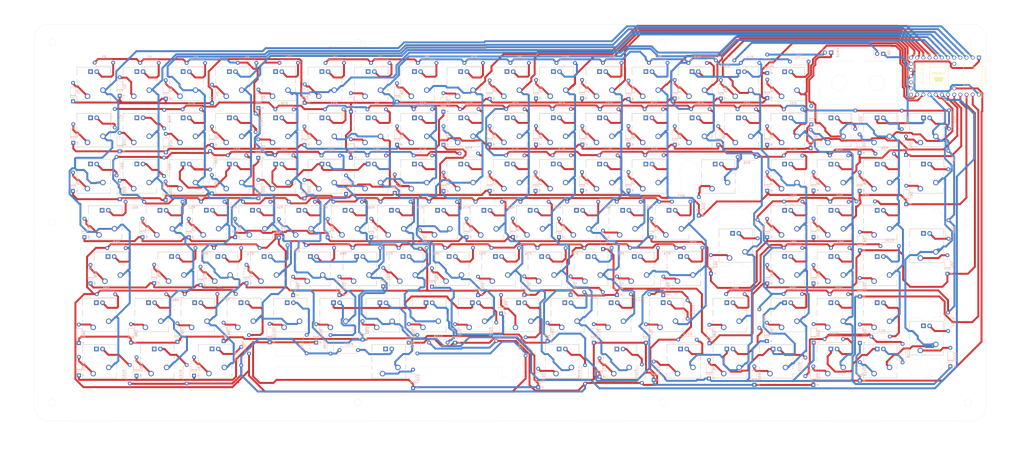
<source format=kicad_pcb>
(kicad_pcb (version 20190905) (host pcbnew "5.99.0-unknown-14c4175~86~ubuntu18.04.1")
  (layers (0 "F.Cu" signal) (31 "B.Cu" signal) (34 "B.Paste" user) (35 "F.Paste" user) (36 "B.SilkS" user) (37 "F.SilkS" user) (38 "B.Mask" user) (39 "F.Mask" user) (44 "Edge.Cuts" user))
  (net 0 "")
  (net 1 "ROW6")
  (net 2 "Net-(U1-Pad30)")
  (net 3 "VCC")
  (net 4 "ROW5")
  (net 5 "ROW4")
  (net 6 "ROW3")
  (net 7 "ROW2")
  (net 8 "ROW1")
  (net 9 "ROW0")
  (net 10 "COL11")
  (net 11 "COL12")
  (net 12 "COL13")
  (net 13 "COL0")
  (net 14 "Net-(U1-Pad18)")
  (net 15 "COL3")
  (net 16 "Net-(U1-Pad16)")
  (net 17 "COL2")
  (net 18 "COL8")
  (net 19 "COL9")
  (net 20 "COL4")
  (net 21 "COL5")
  (net 22 "COL6")
  (net 23 "COL7")
  (net 24 "COL10")
  (net 25 "COL14")
  (net 26 "COL15")
  (net 27 "COL16")
  (net 28 "COL1")
  (net 29 "GND")
  (net 30 "Net-(MX78-Pad3)")
  (net 31 "Net-(D78-Pad2)")
  (net 32 "Net-(MX58-Pad3)")
  (net 33 "Net-(D58-Pad2)")
  (net 34 "Net-(MX41-Pad3)")
  (net 35 "Net-(D41-Pad2)")
  (net 36 "Net-(MX42-Pad3)")
  (net 37 "Net-(D42-Pad2)")
  (net 38 "Net-(MX65-Pad3)")
  (net 39 "Net-(D65-Pad2)")
  (net 40 "Net-(MX34-Pad3)")
  (net 41 "Net-(D34-Pad2)")
  (net 42 "Net-(MX52-Pad3)")
  (net 43 "Net-(D52-Pad2)")
  (net 44 "Net-(MX1-Pad3)")
  (net 45 "Net-(D1-Pad2)")
  (net 46 "Net-(MX62-Pad3)")
  (net 47 "Net-(D62-Pad2)")
  (net 48 "Net-(MX38-Pad3)")
  (net 49 "Net-(D38-Pad2)")
  (net 50 "Net-(MX36-Pad3)")
  (net 51 "Net-(D36-Pad2)")
  (net 52 "Net-(MX91-Pad3)")
  (net 53 "Net-(D91-Pad2)")
  (net 54 "Net-(MX70-Pad3)")
  (net 55 "Net-(D70-Pad2)")
  (net 56 "Net-(MX37-Pad3)")
  (net 57 "Net-(D37-Pad2)")
  (net 58 "Net-(MX96-Pad3)")
  (net 59 "Net-(D96-Pad2)")
  (net 60 "Net-(MX100-Pad3)")
  (net 61 "Net-(D100-Pad2)")
  (net 62 "Net-(MX76-Pad3)")
  (net 63 "Net-(D76-Pad2)")
  (net 64 "Net-(MX81-Pad3)")
  (net 65 "Net-(D81-Pad2)")
  (net 66 "Net-(MX94-Pad3)")
  (net 67 "Net-(D94-Pad2)")
  (net 68 "Net-(MX88-Pad3)")
  (net 69 "Net-(D88-Pad2)")
  (net 70 "Net-(MX84-Pad3)")
  (net 71 "Net-(D84-Pad2)")
  (net 72 "Net-(MX101-Pad3)")
  (net 73 "Net-(D101-Pad2)")
  (net 74 "Net-(MX93-Pad3)")
  (net 75 "Net-(D93-Pad2)")
  (net 76 "Net-(MX75-Pad3)")
  (net 77 "Net-(D75-Pad2)")
  (net 78 "Net-(MX89-Pad3)")
  (net 79 "Net-(D89-Pad2)")
  (net 80 "Net-(MX64-Pad3)")
  (net 81 "Net-(D64-Pad2)")
  (net 82 "Net-(MX40-Pad3)")
  (net 83 "Net-(D40-Pad2)")
  (net 84 "Net-(MX35-Pad3)")
  (net 85 "Net-(D35-Pad2)")
  (net 86 "Net-(MX63-Pad3)")
  (net 87 "Net-(D63-Pad2)")
  (net 88 "Net-(MX53-Pad3)")
  (net 89 "Net-(D53-Pad2)")
  (net 90 "Net-(MX46-Pad3)")
  (net 91 "Net-(D46-Pad2)")
  (net 92 "Net-(MX45-Pad3)")
  (net 93 "Net-(D45-Pad2)")
  (net 94 "Net-(MX60-Pad3)")
  (net 95 "Net-(D60-Pad2)")
  (net 96 "Net-(MX54-Pad3)")
  (net 97 "Net-(D54-Pad2)")
  (net 98 "Net-(MX47-Pad3)")
  (net 99 "Net-(D47-Pad2)")
  (net 100 "Net-(MX39-Pad3)")
  (net 101 "Net-(D39-Pad2)")
  (net 102 "Net-(MX67-Pad3)")
  (net 103 "Net-(D67-Pad2)")
  (net 104 "Net-(MX90-Pad3)")
  (net 105 "Net-(D90-Pad2)")
  (net 106 "Net-(MX56-Pad3)")
  (net 107 "Net-(D56-Pad2)")
  (net 108 "Net-(MX57-Pad3)")
  (net 109 "Net-(D57-Pad2)")
  (net 110 "Net-(MX61-Pad3)")
  (net 111 "Net-(D61-Pad2)")
  (net 112 "Net-(MX51-Pad3)")
  (net 113 "Net-(D51-Pad2)")
  (net 114 "Net-(MX66-Pad3)")
  (net 115 "Net-(D66-Pad2)")
  (net 116 "Net-(MX48-Pad3)")
  (net 117 "Net-(D48-Pad2)")
  (net 118 "Net-(MX44-Pad3)")
  (net 119 "Net-(D44-Pad2)")
  (net 120 "Net-(MX59-Pad3)")
  (net 121 "Net-(D59-Pad2)")
  (net 122 "Net-(MX49-Pad3)")
  (net 123 "Net-(D49-Pad2)")
  (net 124 "Net-(MX50-Pad3)")
  (net 125 "Net-(D50-Pad2)")
  (net 126 "Net-(MX43-Pad3)")
  (net 127 "Net-(D43-Pad2)")
  (net 128 "Net-(MX118-Pad3)")
  (net 129 "Net-(D118-Pad2)")
  (net 130 "Net-(MX115-Pad3)")
  (net 131 "Net-(D115-Pad2)")
  (net 132 "Net-(MX117-Pad3)")
  (net 133 "Net-(D117-Pad2)")
  (net 134 "Net-(MX110-Pad3)")
  (net 135 "Net-(D110-Pad2)")
  (net 136 "Net-(MX108-Pad3)")
  (net 137 "Net-(D108-Pad2)")
  (net 138 "Net-(MX113-Pad3)")
  (net 139 "Net-(D113-Pad2)")
  (net 140 "Net-(MX109-Pad3)")
  (net 141 "Net-(D109-Pad2)")
  (net 142 "Net-(MX103-Pad3)")
  (net 143 "Net-(D103-Pad2)")
  (net 144 "Net-(MX112-Pad3)")
  (net 145 "Net-(D112-Pad2)")
  (net 146 "Net-(MX102-Pad3)")
  (net 147 "Net-(D102-Pad2)")
  (net 148 "Net-(MX106-Pad3)")
  (net 149 "Net-(D106-Pad2)")
  (net 150 "Net-(MX116-Pad3)")
  (net 151 "Net-(D116-Pad2)")
  (net 152 "Net-(MX104-Pad3)")
  (net 153 "Net-(D104-Pad2)")
  (net 154 "Net-(MX85-Pad3)")
  (net 155 "Net-(D85-Pad2)")
  (net 156 "Net-(MX79-Pad3)")
  (net 157 "Net-(D79-Pad2)")
  (net 158 "Net-(MX87-Pad3)")
  (net 159 "Net-(D87-Pad2)")
  (net 160 "Net-(MX80-Pad3)")
  (net 161 "Net-(D80-Pad2)")
  (net 162 "Net-(MX72-Pad3)")
  (net 163 "Net-(D72-Pad2)")
  (net 164 "Net-(MX86-Pad3)")
  (net 165 "Net-(D86-Pad2)")
  (net 166 "Net-(MX98-Pad3)")
  (net 167 "Net-(D98-Pad2)")
  (net 168 "Net-(MX77-Pad3)")
  (net 169 "Net-(D77-Pad2)")
  (net 170 "Net-(MX97-Pad3)")
  (net 171 "Net-(D97-Pad2)")
  (net 172 "Net-(MX83-Pad3)")
  (net 173 "Net-(D83-Pad2)")
  (net 174 "Net-(MX71-Pad3)")
  (net 175 "Net-(D71-Pad2)")
  (net 176 "Net-(MX95-Pad3)")
  (net 177 "Net-(D95-Pad2)")
  (net 178 "Net-(MX55-Pad3)")
  (net 179 "Net-(D55-Pad2)")
  (net 180 "Net-(MX68-Pad3)")
  (net 181 "Net-(D68-Pad2)")
  (net 182 "Net-(MX73-Pad3)")
  (net 183 "Net-(D73-Pad2)")
  (net 184 "Net-(MX82-Pad3)")
  (net 185 "Net-(D82-Pad2)")
  (net 186 "Net-(MX99-Pad3)")
  (net 187 "Net-(D99-Pad2)")
  (net 188 "Net-(MX74-Pad3)")
  (net 189 "Net-(D74-Pad2)")
  (net 190 "Net-(MX92-Pad3)")
  (net 191 "Net-(D92-Pad2)")
  (net 192 "Net-(MX69-Pad3)")
  (net 193 "Net-(D69-Pad2)")
  (net 194 "Net-(MX105-Pad3)")
  (net 195 "Net-(D105-Pad2)")
  (net 196 "Net-(MX107-Pad3)")
  (net 197 "Net-(D107-Pad2)")
  (net 198 "Net-(MX114-Pad3)")
  (net 199 "Net-(D114-Pad2)")
  (net 200 "Net-(MX111-Pad3)")
  (net 201 "Net-(D111-Pad2)")
  (net 202 "Net-(MX22-Pad3)")
  (net 203 "Net-(D22-Pad2)")
  (net 204 "Net-(MX20-Pad3)")
  (net 205 "Net-(D20-Pad2)")
  (net 206 "Net-(MX28-Pad3)")
  (net 207 "Net-(D28-Pad2)")
  (net 208 "Net-(MX23-Pad3)")
  (net 209 "Net-(D23-Pad2)")
  (net 210 "Net-(MX15-Pad3)")
  (net 211 "Net-(D15-Pad2)")
  (net 212 "Net-(MX21-Pad3)")
  (net 213 "Net-(D21-Pad2)")
  (net 214 "Net-(MX11-Pad3)")
  (net 215 "Net-(D11-Pad2)")
  (net 216 "Net-(MX4-Pad3)")
  (net 217 "Net-(D4-Pad2)")
  (net 218 "Net-(MX26-Pad3)")
  (net 219 "Net-(D26-Pad2)")
  (net 220 "Net-(MX32-Pad3)")
  (net 221 "Net-(D32-Pad2)")
  (net 222 "Net-(MX6-Pad3)")
  (net 223 "Net-(D6-Pad2)")
  (net 224 "Net-(MX19-Pad3)")
  (net 225 "Net-(D19-Pad2)")
  (net 226 "Net-(MX30-Pad3)")
  (net 227 "Net-(D30-Pad2)")
  (net 228 "Net-(MX7-Pad3)")
  (net 229 "Net-(D7-Pad2)")
  (net 230 "Net-(MX17-Pad3)")
  (net 231 "Net-(D17-Pad2)")
  (net 232 "Net-(MX18-Pad3)")
  (net 233 "Net-(D18-Pad2)")
  (net 234 "Net-(MX12-Pad3)")
  (net 235 "Net-(D12-Pad2)")
  (net 236 "Net-(MX25-Pad3)")
  (net 237 "Net-(D25-Pad2)")
  (net 238 "Net-(MX10-Pad3)")
  (net 239 "Net-(D10-Pad2)")
  (net 240 "Net-(MX31-Pad3)")
  (net 241 "Net-(D31-Pad2)")
  (net 242 "Net-(MX5-Pad3)")
  (net 243 "Net-(D5-Pad2)")
  (net 244 "Net-(MX27-Pad3)")
  (net 245 "Net-(D27-Pad2)")
  (net 246 "Net-(MX14-Pad3)")
  (net 247 "Net-(D14-Pad2)")
  (net 248 "Net-(MX3-Pad3)")
  (net 249 "Net-(D3-Pad2)")
  (net 250 "Net-(MX8-Pad3)")
  (net 251 "Net-(D8-Pad2)")
  (net 252 "Net-(MX2-Pad3)")
  (net 253 "Net-(D2-Pad2)")
  (net 254 "Net-(MX9-Pad3)")
  (net 255 "Net-(D9-Pad2)")
  (net 256 "Net-(MX24-Pad3)")
  (net 257 "Net-(D24-Pad2)")
  (net 258 "Net-(MX29-Pad3)")
  (net 259 "Net-(D29-Pad2)")
  (net 260 "Net-(MX13-Pad3)")
  (net 261 "Net-(D13-Pad2)")
  (net 262 "Net-(R1-Pad2)")
  (net 263 "Net-(R102-Pad2)")
  (net 264 "Net-(R200-Pad2)")
  (net 265 "Net-(D33-Pad2)")
  (net 266 "Net-(D16-Pad2)")
  (module "bobthebuilder:MX_breakout2" (layer "F.Cu") (at -95.2 295.15 180)
    (fp_text reference "MX46")
    (fp_text value "MX-1U")
    (fp_line (start -7 -1.5) (end -6.85 -1.5) (layer "Edge.Cuts") (width 0.12))
    (fp_line (start -7 -3.1) (end -6.85 -3.1) (layer "Edge.Cuts") (width 0.12))
    (fp_line (start 7 -4.9) (end 7 -7) (layer "Edge.Cuts") (width 0.12))
    (fp_line (start 6.85 -3.2) (end 7 -3.2) (layer "Edge.Cuts") (width 0.12))
    (fp_line (start 6.85 -2.15) (end 6.85 -3.2) (layer "Edge.Cuts") (width 0.12))
    (fp_line (start 7 -2.15) (end 6.85 -2.15) (layer "Edge.Cuts") (width 0.12))
    (fp_line (start 6.85 -0.4) (end 7 -0.4) (layer "Edge.Cuts") (width 0.12))
    (fp_line (start 6.85 1.95) (end 6.85 -0.4) (layer "Edge.Cuts") (width 0.12))
    (fp_line (start 7 1.95) (end 6.85 1.95) (layer "Edge.Cuts") (width 0.12))
    (fp_line (start 6.85 3.6) (end 7 3.6) (layer "Edge.Cuts") (width 0.12))
    (fp_line (start 6.85 6.85) (end 6.85 3.6) (layer "Edge.Cuts") (width 0.12))
    (fp_line (start -6.85 6.85) (end 6.85 6.85) (layer "Edge.Cuts") (width 0.12))
    (fp_line (start -6.85 3.65) (end -6.85 6.85) (layer "Edge.Cuts") (width 0.12))
    (fp_line (start -7 3.65) (end -6.85 3.65) (layer "Edge.Cuts") (width 0.12))
    (fp_line (start -6.85 2) (end -7 2) (layer "Edge.Cuts") (width 0.12))
    (fp_line (start -6.85 0.35) (end -6.85 2) (layer "Edge.Cuts") (width 0.12))
    (fp_line (start -7 0.35) (end -6.85 0.35) (layer "Edge.Cuts") (width 0.12))
    (fp_line (start -6.85 -3.1) (end -6.85 -1.5) (layer "Edge.Cuts") (width 0.12))
    (fp_line (start -6.85 -4.9) (end -7 -4.9) (layer "Edge.Cuts") (width 0.12))
    (fp_line (start -6.85 -6.85) (end -6.85 -4.9) (layer "Edge.Cuts") (width 0.12))
    (fp_line (start 6.85 -6.85) (end -6.85 -6.85) (layer "Edge.Cuts") (width 0.12))
    (fp_line (start 6.85 -4.9) (end 6.85 -6.85) (layer "Edge.Cuts") (width 0.12))
    (fp_line (start 7 -4.9) (end 6.85 -4.9) (layer "Edge.Cuts") (width 0.12))
    (fp_line (start -7 -7) (end -7 -4.9) (layer "Edge.Cuts") (width 0.12))
    (fp_line (start 7 -0.4) (end 7 1.95) (layer "Edge.Cuts") (width 0.12))
    (fp_line (start 7 -3.2) (end 7 -2.15) (layer "Edge.Cuts") (width 0.12))
    (fp_line (start 7 7) (end 7 3.6) (layer "Edge.Cuts") (width 0.12))
    (fp_line (start -7 -1.5) (end -7 -3.1) (layer "Edge.Cuts") (width 0.12))
    (fp_line (start -7 2) (end -7 0.35) (layer "Edge.Cuts") (width 0.12))
    (fp_line (start -7 7) (end -7 3.65) (layer "Edge.Cuts") (width 0.12))
    (fp_line (start 7 -7) (end -7 -7) (layer "Edge.Cuts") (width 0.12))
    (fp_line (start 7 7) (end -7 7) (layer "Edge.Cuts") (width 0.12))
    (pad "2" thru_hole circle (at 2.54 -5.08 180) (size 2.25 2.25) (drill 1.47) (layers *.Cu "B.Mask") (net 91 "Net-(D46-Pad2)"))
    (pad "" np_thru_hole circle (at 0 0 180) (size 3.9878 3.9878) (drill 3.9878) (layers *.Cu *.Mask))
    (pad "1" thru_hole circle (at -3.81 -2.54 180) (size 2.25 2.25) (drill 1.47) (layers *.Cu "B.Mask") (net 11 "COL12"))
    (pad "3" thru_hole circle (at -1.27 5.08 180) (size 1.905 1.905) (drill 1.04) (layers *.Cu "B.Mask") (net 90 "Net-(MX46-Pad3)"))
    (pad "4" thru_hole rect (at 1.27 5.08 180) (size 1.905 1.905) (drill 1.04) (layers *.Cu "B.Mask") (net 29 "GND"))
    (pad "" np_thru_hole circle (at -5.08 0 228.0996) (size 1.75 1.75) (drill 1.75) (layers *.Cu *.Mask))
    (pad "" np_thru_hole circle (at 5.08 0 228.0996) (size 1.75 1.75) (drill 1.75) (layers *.Cu *.Mask))
  )
  (module "bobthebuilder:MX_breakout2" (layer "F.Cu") (at -104.7 257.05 180)
    (fp_text reference "MX13")
    (fp_text value "MX-1U")
    (fp_line (start 7 7) (end -7 7) (layer "Edge.Cuts") (width 0.12))
    (fp_line (start 7 -7) (end -7 -7) (layer "Edge.Cuts") (width 0.12))
    (fp_line (start -7 7) (end -7 3.65) (layer "Edge.Cuts") (width 0.12))
    (fp_line (start -7 2) (end -7 0.35) (layer "Edge.Cuts") (width 0.12))
    (fp_line (start -7 -1.5) (end -7 -3.1) (layer "Edge.Cuts") (width 0.12))
    (fp_line (start 7 7) (end 7 3.6) (layer "Edge.Cuts") (width 0.12))
    (fp_line (start 7 -3.2) (end 7 -2.15) (layer "Edge.Cuts") (width 0.12))
    (fp_line (start 7 -0.4) (end 7 1.95) (layer "Edge.Cuts") (width 0.12))
    (fp_line (start -7 -7) (end -7 -4.9) (layer "Edge.Cuts") (width 0.12))
    (fp_line (start 7 -4.9) (end 6.85 -4.9) (layer "Edge.Cuts") (width 0.12))
    (fp_line (start 6.85 -4.9) (end 6.85 -6.85) (layer "Edge.Cuts") (width 0.12))
    (fp_line (start 6.85 -6.85) (end -6.85 -6.85) (layer "Edge.Cuts") (width 0.12))
    (fp_line (start -6.85 -6.85) (end -6.85 -4.9) (layer "Edge.Cuts") (width 0.12))
    (fp_line (start -6.85 -4.9) (end -7 -4.9) (layer "Edge.Cuts") (width 0.12))
    (fp_line (start -7 -3.1) (end -6.9 -3.1) (layer "Edge.Cuts") (width 0.12))
    (fp_line (start -6.9 -3.1) (end -6.85 -3.1) (layer "Edge.Cuts") (width 0.12))
    (fp_line (start -6.85 -3.1) (end -6.85 -1.5) (layer "Edge.Cuts") (width 0.12))
    (fp_line (start -6.85 -1.5) (end -7 -1.5) (layer "Edge.Cuts") (width 0.12))
    (fp_line (start -7 0.35) (end -6.85 0.35) (layer "Edge.Cuts") (width 0.12))
    (fp_line (start -6.85 0.35) (end -6.85 2) (layer "Edge.Cuts") (width 0.12))
    (fp_line (start -6.85 2) (end -7 2) (layer "Edge.Cuts") (width 0.12))
    (fp_line (start -7 3.65) (end -6.85 3.65) (layer "Edge.Cuts") (width 0.12))
    (fp_line (start -6.85 3.65) (end -6.85 6.85) (layer "Edge.Cuts") (width 0.12))
    (fp_line (start -6.85 6.85) (end 6.85 6.85) (layer "Edge.Cuts") (width 0.12))
    (fp_line (start 6.85 6.85) (end 6.85 3.6) (layer "Edge.Cuts") (width 0.12))
    (fp_line (start 6.85 3.6) (end 7 3.6) (layer "Edge.Cuts") (width 0.12))
    (fp_line (start 7 1.95) (end 6.85 1.95) (layer "Edge.Cuts") (width 0.12))
    (fp_line (start 6.85 1.95) (end 6.85 -0.4) (layer "Edge.Cuts") (width 0.12))
    (fp_line (start 6.85 -0.4) (end 7 -0.4) (layer "Edge.Cuts") (width 0.12))
    (fp_line (start 7 -2.15) (end 6.85 -2.15) (layer "Edge.Cuts") (width 0.12))
    (fp_line (start 6.85 -2.15) (end 6.85 -3.2) (layer "Edge.Cuts") (width 0.12))
    (fp_line (start 6.85 -3.2) (end 7 -3.2) (layer "Edge.Cuts") (width 0.12))
    (fp_line (start 7 -4.9) (end 7 -7) (layer "Edge.Cuts") (width 0.12))
    (pad "" np_thru_hole circle (at 5.08 0 228.0996) (size 1.75 1.75) (drill 1.75) (layers *.Cu *.Mask))
    (pad "" np_thru_hole circle (at -5.08 0 228.0996) (size 1.75 1.75) (drill 1.75) (layers *.Cu *.Mask))
    (pad "4" thru_hole rect (at 1.27 5.08 180) (size 1.905 1.905) (drill 1.04) (layers *.Cu "B.Mask") (net 29 "GND"))
    (pad "3" thru_hole circle (at -1.27 5.08 180) (size 1.905 1.905) (drill 1.04) (layers *.Cu "B.Mask") (net 260 "Net-(MX13-Pad3)"))
    (pad "1" thru_hole circle (at -3.81 -2.54 180) (size 2.25 2.25) (drill 1.47) (layers *.Cu "B.Mask") (net 11 "COL12"))
    (pad "" np_thru_hole circle (at 0 0 180) (size 3.9878 3.9878) (drill 3.9878) (layers *.Cu *.Mask))
    (pad "2" thru_hole circle (at 2.54 -5.08 180) (size 2.25 2.25) (drill 1.47) (layers *.Cu "B.Mask") (net 261 "Net-(D13-Pad2)"))
  )
  (module "bobthebuilder:MX_breakout2" (layer "F.Cu") (at -104.7 276.1 180)
    (fp_text reference "MX29")
    (fp_text value "MX-1U")
    (fp_line (start 7 7) (end -7 7) (layer "Edge.Cuts") (width 0.12))
    (fp_line (start 7 -7) (end -7 -7) (layer "Edge.Cuts") (width 0.12))
    (fp_line (start -7 7) (end -7 3.65) (layer "Edge.Cuts") (width 0.12))
    (fp_line (start -7 2) (end -7 0.35) (layer "Edge.Cuts") (width 0.12))
    (fp_line (start -7 -1.5) (end -7 -3.1) (layer "Edge.Cuts") (width 0.12))
    (fp_line (start 7 7) (end 7 3.6) (layer "Edge.Cuts") (width 0.12))
    (fp_line (start 7 -3.2) (end 7 -2.15) (layer "Edge.Cuts") (width 0.12))
    (fp_line (start 7 -0.4) (end 7 1.95) (layer "Edge.Cuts") (width 0.12))
    (fp_line (start -7 -7) (end -7 -4.9) (layer "Edge.Cuts") (width 0.12))
    (fp_line (start 7 -4.9) (end 6.85 -4.9) (layer "Edge.Cuts") (width 0.12))
    (fp_line (start 6.85 -4.9) (end 6.85 -6.85) (layer "Edge.Cuts") (width 0.12))
    (fp_line (start 6.85 -6.85) (end -6.85 -6.85) (layer "Edge.Cuts") (width 0.12))
    (fp_line (start -6.85 -6.85) (end -6.85 -4.9) (layer "Edge.Cuts") (width 0.12))
    (fp_line (start -6.85 -4.9) (end -7 -4.9) (layer "Edge.Cuts") (width 0.12))
    (fp_line (start -7 -3.1) (end -6.9 -3.1) (layer "Edge.Cuts") (width 0.12))
    (fp_line (start -6.9 -3.1) (end -6.85 -3.1) (layer "Edge.Cuts") (width 0.12))
    (fp_line (start -6.85 -3.1) (end -6.85 -1.5) (layer "Edge.Cuts") (width 0.12))
    (fp_line (start -6.85 -1.5) (end -7 -1.5) (layer "Edge.Cuts") (width 0.12))
    (fp_line (start -7 0.35) (end -6.85 0.35) (layer "Edge.Cuts") (width 0.12))
    (fp_line (start -6.85 0.35) (end -6.85 2) (layer "Edge.Cuts") (width 0.12))
    (fp_line (start -6.85 2) (end -7 2) (layer "Edge.Cuts") (width 0.12))
    (fp_line (start -7 3.65) (end -6.85 3.65) (layer "Edge.Cuts") (width 0.12))
    (fp_line (start -6.85 3.65) (end -6.85 6.85) (layer "Edge.Cuts") (width 0.12))
    (fp_line (start -6.85 6.85) (end 6.85 6.85) (layer "Edge.Cuts") (width 0.12))
    (fp_line (start 6.85 6.85) (end 6.85 3.6) (layer "Edge.Cuts") (width 0.12))
    (fp_line (start 6.85 3.6) (end 7 3.6) (layer "Edge.Cuts") (width 0.12))
    (fp_line (start 7 1.95) (end 6.85 1.95) (layer "Edge.Cuts") (width 0.12))
    (fp_line (start 6.85 1.95) (end 6.85 -0.4) (layer "Edge.Cuts") (width 0.12))
    (fp_line (start 6.85 -0.4) (end 7 -0.4) (layer "Edge.Cuts") (width 0.12))
    (fp_line (start 7 -2.15) (end 6.85 -2.15) (layer "Edge.Cuts") (width 0.12))
    (fp_line (start 6.85 -2.15) (end 6.85 -3.2) (layer "Edge.Cuts") (width 0.12))
    (fp_line (start 6.85 -3.2) (end 7 -3.2) (layer "Edge.Cuts") (width 0.12))
    (fp_line (start 7 -4.9) (end 7 -7) (layer "Edge.Cuts") (width 0.12))
    (pad "" np_thru_hole circle (at 5.08 0 228.0996) (size 1.75 1.75) (drill 1.75) (layers *.Cu *.Mask))
    (pad "" np_thru_hole circle (at -5.08 0 228.0996) (size 1.75 1.75) (drill 1.75) (layers *.Cu *.Mask))
    (pad "4" thru_hole rect (at 1.27 5.08 180) (size 1.905 1.905) (drill 1.04) (layers *.Cu "B.Mask") (net 29 "GND"))
    (pad "3" thru_hole circle (at -1.27 5.08 180) (size 1.905 1.905) (drill 1.04) (layers *.Cu "B.Mask") (net 258 "Net-(MX29-Pad3)"))
    (pad "1" thru_hole circle (at -3.81 -2.54 180) (size 2.25 2.25) (drill 1.47) (layers *.Cu "B.Mask") (net 11 "COL12"))
    (pad "" np_thru_hole circle (at 0 0 180) (size 3.9878 3.9878) (drill 3.9878) (layers *.Cu *.Mask))
    (pad "2" thru_hole circle (at 2.54 -5.08 180) (size 2.25 2.25) (drill 1.47) (layers *.Cu "B.Mask") (net 259 "Net-(D29-Pad2)"))
  )
  (module "bobthebuilder:MX_breakout2" (layer "F.Cu") (at -199.975 257.05 180)
    (fp_text reference "MX24")
    (fp_text value "MX-1U")
    (fp_line (start 7 7) (end -7 7) (layer "Edge.Cuts") (width 0.12))
    (fp_line (start 7 -7) (end -7 -7) (layer "Edge.Cuts") (width 0.12))
    (fp_line (start -7 7) (end -7 3.65) (layer "Edge.Cuts") (width 0.12))
    (fp_line (start -7 2) (end -7 0.35) (layer "Edge.Cuts") (width 0.12))
    (fp_line (start -7 -1.5) (end -7 -3.1) (layer "Edge.Cuts") (width 0.12))
    (fp_line (start 7 7) (end 7 3.6) (layer "Edge.Cuts") (width 0.12))
    (fp_line (start 7 -3.2) (end 7 -2.15) (layer "Edge.Cuts") (width 0.12))
    (fp_line (start 7 -0.4) (end 7 1.95) (layer "Edge.Cuts") (width 0.12))
    (fp_line (start -7 -7) (end -7 -4.9) (layer "Edge.Cuts") (width 0.12))
    (fp_line (start 7 -4.9) (end 6.85 -4.9) (layer "Edge.Cuts") (width 0.12))
    (fp_line (start 6.85 -4.9) (end 6.85 -6.85) (layer "Edge.Cuts") (width 0.12))
    (fp_line (start 6.85 -6.85) (end -6.85 -6.85) (layer "Edge.Cuts") (width 0.12))
    (fp_line (start -6.85 -6.85) (end -6.85 -4.9) (layer "Edge.Cuts") (width 0.12))
    (fp_line (start -6.85 -4.9) (end -7 -4.9) (layer "Edge.Cuts") (width 0.12))
    (fp_line (start -7 -3.1) (end -6.9 -3.1) (layer "Edge.Cuts") (width 0.12))
    (fp_line (start -6.9 -3.1) (end -6.85 -3.1) (layer "Edge.Cuts") (width 0.12))
    (fp_line (start -6.85 -3.1) (end -6.85 -1.5) (layer "Edge.Cuts") (width 0.12))
    (fp_line (start -6.85 -1.5) (end -7 -1.5) (layer "Edge.Cuts") (width 0.12))
    (fp_line (start -7 0.35) (end -6.85 0.35) (layer "Edge.Cuts") (width 0.12))
    (fp_line (start -6.85 0.35) (end -6.85 2) (layer "Edge.Cuts") (width 0.12))
    (fp_line (start -6.85 2) (end -7 2) (layer "Edge.Cuts") (width 0.12))
    (fp_line (start -7 3.65) (end -6.85 3.65) (layer "Edge.Cuts") (width 0.12))
    (fp_line (start -6.85 3.65) (end -6.85 6.85) (layer "Edge.Cuts") (width 0.12))
    (fp_line (start -6.85 6.85) (end 6.85 6.85) (layer "Edge.Cuts") (width 0.12))
    (fp_line (start 6.85 6.85) (end 6.85 3.6) (layer "Edge.Cuts") (width 0.12))
    (fp_line (start 6.85 3.6) (end 7 3.6) (layer "Edge.Cuts") (width 0.12))
    (fp_line (start 7 1.95) (end 6.85 1.95) (layer "Edge.Cuts") (width 0.12))
    (fp_line (start 6.85 1.95) (end 6.85 -0.4) (layer "Edge.Cuts") (width 0.12))
    (fp_line (start 6.85 -0.4) (end 7 -0.4) (layer "Edge.Cuts") (width 0.12))
    (fp_line (start 7 -2.15) (end 6.85 -2.15) (layer "Edge.Cuts") (width 0.12))
    (fp_line (start 6.85 -2.15) (end 6.85 -3.2) (layer "Edge.Cuts") (width 0.12))
    (fp_line (start 6.85 -3.2) (end 7 -3.2) (layer "Edge.Cuts") (width 0.12))
    (fp_line (start 7 -4.9) (end 7 -7) (layer "Edge.Cuts") (width 0.12))
    (pad "" np_thru_hole circle (at 5.08 0 228.0996) (size 1.75 1.75) (drill 1.75) (layers *.Cu *.Mask))
    (pad "" np_thru_hole circle (at -5.08 0 228.0996) (size 1.75 1.75) (drill 1.75) (layers *.Cu *.Mask))
    (pad "4" thru_hole rect (at 1.27 5.08 180) (size 1.905 1.905) (drill 1.04) (layers *.Cu "B.Mask") (net 29 "GND"))
    (pad "3" thru_hole circle (at -1.27 5.08 180) (size 1.905 1.905) (drill 1.04) (layers *.Cu "B.Mask") (net 256 "Net-(MX24-Pad3)"))
    (pad "1" thru_hole circle (at -3.81 -2.54 180) (size 2.25 2.25) (drill 1.47) (layers *.Cu "B.Mask") (net 23 "COL7"))
    (pad "" np_thru_hole circle (at 0 0 180) (size 3.9878 3.9878) (drill 3.9878) (layers *.Cu *.Mask))
    (pad "2" thru_hole circle (at 2.54 -5.08 180) (size 2.25 2.25) (drill 1.47) (layers *.Cu "B.Mask") (net 257 "Net-(D24-Pad2)"))
  )
  (module "bobthebuilder:MX_breakout2" (layer "F.Cu") (at -180.925 257.05 180)
    (fp_text reference "MX9")
    (fp_text value "MX-1U")
    (fp_line (start 7 7) (end -7 7) (layer "Edge.Cuts") (width 0.12))
    (fp_line (start 7 -7) (end -7 -7) (layer "Edge.Cuts") (width 0.12))
    (fp_line (start -7 7) (end -7 3.65) (layer "Edge.Cuts") (width 0.12))
    (fp_line (start -7 2) (end -7 0.35) (layer "Edge.Cuts") (width 0.12))
    (fp_line (start -7 -1.5) (end -7 -3.1) (layer "Edge.Cuts") (width 0.12))
    (fp_line (start 7 7) (end 7 3.6) (layer "Edge.Cuts") (width 0.12))
    (fp_line (start 7 -3.2) (end 7 -2.15) (layer "Edge.Cuts") (width 0.12))
    (fp_line (start 7 -0.4) (end 7 1.95) (layer "Edge.Cuts") (width 0.12))
    (fp_line (start -7 -7) (end -7 -4.9) (layer "Edge.Cuts") (width 0.12))
    (fp_line (start 7 -4.9) (end 6.85 -4.9) (layer "Edge.Cuts") (width 0.12))
    (fp_line (start 6.85 -4.9) (end 6.85 -6.85) (layer "Edge.Cuts") (width 0.12))
    (fp_line (start 6.85 -6.85) (end -6.85 -6.85) (layer "Edge.Cuts") (width 0.12))
    (fp_line (start -6.85 -6.85) (end -6.85 -4.9) (layer "Edge.Cuts") (width 0.12))
    (fp_line (start -6.85 -4.9) (end -7 -4.9) (layer "Edge.Cuts") (width 0.12))
    (fp_line (start -7 -3.1) (end -6.9 -3.1) (layer "Edge.Cuts") (width 0.12))
    (fp_line (start -6.9 -3.1) (end -6.85 -3.1) (layer "Edge.Cuts") (width 0.12))
    (fp_line (start -6.85 -3.1) (end -6.85 -1.5) (layer "Edge.Cuts") (width 0.12))
    (fp_line (start -6.85 -1.5) (end -7 -1.5) (layer "Edge.Cuts") (width 0.12))
    (fp_line (start -7 0.35) (end -6.85 0.35) (layer "Edge.Cuts") (width 0.12))
    (fp_line (start -6.85 0.35) (end -6.85 2) (layer "Edge.Cuts") (width 0.12))
    (fp_line (start -6.85 2) (end -7 2) (layer "Edge.Cuts") (width 0.12))
    (fp_line (start -7 3.65) (end -6.85 3.65) (layer "Edge.Cuts") (width 0.12))
    (fp_line (start -6.85 3.65) (end -6.85 6.85) (layer "Edge.Cuts") (width 0.12))
    (fp_line (start -6.85 6.85) (end 6.85 6.85) (layer "Edge.Cuts") (width 0.12))
    (fp_line (start 6.85 6.85) (end 6.85 3.6) (layer "Edge.Cuts") (width 0.12))
    (fp_line (start 6.85 3.6) (end 7 3.6) (layer "Edge.Cuts") (width 0.12))
    (fp_line (start 7 1.95) (end 6.85 1.95) (layer "Edge.Cuts") (width 0.12))
    (fp_line (start 6.85 1.95) (end 6.85 -0.4) (layer "Edge.Cuts") (width 0.12))
    (fp_line (start 6.85 -0.4) (end 7 -0.4) (layer "Edge.Cuts") (width 0.12))
    (fp_line (start 7 -2.15) (end 6.85 -2.15) (layer "Edge.Cuts") (width 0.12))
    (fp_line (start 6.85 -2.15) (end 6.85 -3.2) (layer "Edge.Cuts") (width 0.12))
    (fp_line (start 6.85 -3.2) (end 7 -3.2) (layer "Edge.Cuts") (width 0.12))
    (fp_line (start 7 -4.9) (end 7 -7) (layer "Edge.Cuts") (width 0.12))
    (pad "" np_thru_hole circle (at 5.08 0 228.0996) (size 1.75 1.75) (drill 1.75) (layers *.Cu *.Mask))
    (pad "" np_thru_hole circle (at -5.08 0 228.0996) (size 1.75 1.75) (drill 1.75) (layers *.Cu *.Mask))
    (pad "4" thru_hole rect (at 1.27 5.08 180) (size 1.905 1.905) (drill 1.04) (layers *.Cu "B.Mask") (net 29 "GND"))
    (pad "3" thru_hole circle (at -1.27 5.08 180) (size 1.905 1.905) (drill 1.04) (layers *.Cu "B.Mask") (net 254 "Net-(MX9-Pad3)"))
    (pad "1" thru_hole circle (at -3.81 -2.54 180) (size 2.25 2.25) (drill 1.47) (layers *.Cu "B.Mask") (net 18 "COL8"))
    (pad "" np_thru_hole circle (at 0 0 180) (size 3.9878 3.9878) (drill 3.9878) (layers *.Cu *.Mask))
    (pad "2" thru_hole circle (at 2.54 -5.08 180) (size 2.25 2.25) (drill 1.47) (layers *.Cu "B.Mask") (net 255 "Net-(D9-Pad2)"))
  )
  (module "bobthebuilder:MX_breakout2" (layer "F.Cu") (at -333.3 257.05 180)
    (fp_text reference "MX2")
    (fp_text value "MX-1U")
    (fp_line (start 7 7) (end -7 7) (layer "Edge.Cuts") (width 0.12))
    (fp_line (start 7 -7) (end -7 -7) (layer "Edge.Cuts") (width 0.12))
    (fp_line (start -7 7) (end -7 3.65) (layer "Edge.Cuts") (width 0.12))
    (fp_line (start -7 2) (end -7 0.35) (layer "Edge.Cuts") (width 0.12))
    (fp_line (start -7 -1.5) (end -7 -3.1) (layer "Edge.Cuts") (width 0.12))
    (fp_line (start 7 7) (end 7 3.6) (layer "Edge.Cuts") (width 0.12))
    (fp_line (start 7 -3.2) (end 7 -2.15) (layer "Edge.Cuts") (width 0.12))
    (fp_line (start 7 -0.4) (end 7 1.95) (layer "Edge.Cuts") (width 0.12))
    (fp_line (start -7 -7) (end -7 -4.9) (layer "Edge.Cuts") (width 0.12))
    (fp_line (start 7 -4.9) (end 6.85 -4.9) (layer "Edge.Cuts") (width 0.12))
    (fp_line (start 6.85 -4.9) (end 6.85 -6.85) (layer "Edge.Cuts") (width 0.12))
    (fp_line (start 6.85 -6.85) (end -6.85 -6.85) (layer "Edge.Cuts") (width 0.12))
    (fp_line (start -6.85 -6.85) (end -6.85 -4.9) (layer "Edge.Cuts") (width 0.12))
    (fp_line (start -6.85 -4.9) (end -7 -4.9) (layer "Edge.Cuts") (width 0.12))
    (fp_line (start -7 -3.1) (end -6.9 -3.1) (layer "Edge.Cuts") (width 0.12))
    (fp_line (start -6.9 -3.1) (end -6.85 -3.1) (layer "Edge.Cuts") (width 0.12))
    (fp_line (start -6.85 -3.1) (end -6.85 -1.5) (layer "Edge.Cuts") (width 0.12))
    (fp_line (start -6.85 -1.5) (end -7 -1.5) (layer "Edge.Cuts") (width 0.12))
    (fp_line (start -7 0.35) (end -6.85 0.35) (layer "Edge.Cuts") (width 0.12))
    (fp_line (start -6.85 0.35) (end -6.85 2) (layer "Edge.Cuts") (width 0.12))
    (fp_line (start -6.85 2) (end -7 2) (layer "Edge.Cuts") (width 0.12))
    (fp_line (start -7 3.65) (end -6.85 3.65) (layer "Edge.Cuts") (width 0.12))
    (fp_line (start -6.85 3.65) (end -6.85 6.85) (layer "Edge.Cuts") (width 0.12))
    (fp_line (start -6.85 6.85) (end 6.85 6.85) (layer "Edge.Cuts") (width 0.12))
    (fp_line (start 6.85 6.85) (end 6.85 3.6) (layer "Edge.Cuts") (width 0.12))
    (fp_line (start 6.85 3.6) (end 7 3.6) (layer "Edge.Cuts") (width 0.12))
    (fp_line (start 7 1.95) (end 6.85 1.95) (layer "Edge.Cuts") (width 0.12))
    (fp_line (start 6.85 1.95) (end 6.85 -0.4) (layer "Edge.Cuts") (width 0.12))
    (fp_line (start 6.85 -0.4) (end 7 -0.4) (layer "Edge.Cuts") (width 0.12))
    (fp_line (start 7 -2.15) (end 6.85 -2.15) (layer "Edge.Cuts") (width 0.12))
    (fp_line (start 6.85 -2.15) (end 6.85 -3.2) (layer "Edge.Cuts") (width 0.12))
    (fp_line (start 6.85 -3.2) (end 7 -3.2) (layer "Edge.Cuts") (width 0.12))
    (fp_line (start 7 -4.9) (end 7 -7) (layer "Edge.Cuts") (width 0.12))
    (pad "" np_thru_hole circle (at 5.08 0 228.0996) (size 1.75 1.75) (drill 1.75) (layers *.Cu *.Mask))
    (pad "" np_thru_hole circle (at -5.08 0 228.0996) (size 1.75 1.75) (drill 1.75) (layers *.Cu *.Mask))
    (pad "4" thru_hole rect (at 1.27 5.08 180) (size 1.905 1.905) (drill 1.04) (layers *.Cu "B.Mask") (net 29 "GND"))
    (pad "3" thru_hole circle (at -1.27 5.08 180) (size 1.905 1.905) (drill 1.04) (layers *.Cu "B.Mask") (net 252 "Net-(MX2-Pad3)"))
    (pad "1" thru_hole circle (at -3.81 -2.54 180) (size 2.25 2.25) (drill 1.47) (layers *.Cu "B.Mask") (net 28 "COL1"))
    (pad "" np_thru_hole circle (at 0 0 180) (size 3.9878 3.9878) (drill 3.9878) (layers *.Cu *.Mask))
    (pad "2" thru_hole circle (at 2.54 -5.08 180) (size 2.25 2.25) (drill 1.47) (layers *.Cu "B.Mask") (net 253 "Net-(D2-Pad2)"))
  )
  (module "bobthebuilder:MX_breakout2" (layer "F.Cu") (at -219.025 257.05 180)
    (fp_text reference "MX8")
    (fp_text value "MX-1U")
    (fp_line (start 7 7) (end -7 7) (layer "Edge.Cuts") (width 0.12))
    (fp_line (start 7 -7) (end -7 -7) (layer "Edge.Cuts") (width 0.12))
    (fp_line (start -7 7) (end -7 3.65) (layer "Edge.Cuts") (width 0.12))
    (fp_line (start -7 2) (end -7 0.35) (layer "Edge.Cuts") (width 0.12))
    (fp_line (start -7 -1.5) (end -7 -3.1) (layer "Edge.Cuts") (width 0.12))
    (fp_line (start 7 7) (end 7 3.6) (layer "Edge.Cuts") (width 0.12))
    (fp_line (start 7 -3.2) (end 7 -2.15) (layer "Edge.Cuts") (width 0.12))
    (fp_line (start 7 -0.4) (end 7 1.95) (layer "Edge.Cuts") (width 0.12))
    (fp_line (start -7 -7) (end -7 -4.9) (layer "Edge.Cuts") (width 0.12))
    (fp_line (start 7 -4.9) (end 6.85 -4.9) (layer "Edge.Cuts") (width 0.12))
    (fp_line (start 6.85 -4.9) (end 6.85 -6.85) (layer "Edge.Cuts") (width 0.12))
    (fp_line (start 6.85 -6.85) (end -6.85 -6.85) (layer "Edge.Cuts") (width 0.12))
    (fp_line (start -6.85 -6.85) (end -6.85 -4.9) (layer "Edge.Cuts") (width 0.12))
    (fp_line (start -6.85 -4.9) (end -7 -4.9) (layer "Edge.Cuts") (width 0.12))
    (fp_line (start -7 -3.1) (end -6.9 -3.1) (layer "Edge.Cuts") (width 0.12))
    (fp_line (start -6.9 -3.1) (end -6.85 -3.1) (layer "Edge.Cuts") (width 0.12))
    (fp_line (start -6.85 -3.1) (end -6.85 -1.5) (layer "Edge.Cuts") (width 0.12))
    (fp_line (start -6.85 -1.5) (end -7 -1.5) (layer "Edge.Cuts") (width 0.12))
    (fp_line (start -7 0.35) (end -6.85 0.35) (layer "Edge.Cuts") (width 0.12))
    (fp_line (start -6.85 0.35) (end -6.85 2) (layer "Edge.Cuts") (width 0.12))
    (fp_line (start -6.85 2) (end -7 2) (layer "Edge.Cuts") (width 0.12))
    (fp_line (start -7 3.65) (end -6.85 3.65) (layer "Edge.Cuts") (width 0.12))
    (fp_line (start -6.85 3.65) (end -6.85 6.85) (layer "Edge.Cuts") (width 0.12))
    (fp_line (start -6.85 6.85) (end 6.85 6.85) (layer "Edge.Cuts") (width 0.12))
    (fp_line (start 6.85 6.85) (end 6.85 3.6) (layer "Edge.Cuts") (width 0.12))
    (fp_line (start 6.85 3.6) (end 7 3.6) (layer "Edge.Cuts") (width 0.12))
    (fp_line (start 7 1.95) (end 6.85 1.95) (layer "Edge.Cuts") (width 0.12))
    (fp_line (start 6.85 1.95) (end 6.85 -0.4) (layer "Edge.Cuts") (width 0.12))
    (fp_line (start 6.85 -0.4) (end 7 -0.4) (layer "Edge.Cuts") (width 0.12))
    (fp_line (start 7 -2.15) (end 6.85 -2.15) (layer "Edge.Cuts") (width 0.12))
    (fp_line (start 6.85 -2.15) (end 6.85 -3.2) (layer "Edge.Cuts") (width 0.12))
    (fp_line (start 6.85 -3.2) (end 7 -3.2) (layer "Edge.Cuts") (width 0.12))
    (fp_line (start 7 -4.9) (end 7 -7) (layer "Edge.Cuts") (width 0.12))
    (pad "" np_thru_hole circle (at 5.08 0 228.0996) (size 1.75 1.75) (drill 1.75) (layers *.Cu *.Mask))
    (pad "" np_thru_hole circle (at -5.08 0 228.0996) (size 1.75 1.75) (drill 1.75) (layers *.Cu *.Mask))
    (pad "4" thru_hole rect (at 1.27 5.08 180) (size 1.905 1.905) (drill 1.04) (layers *.Cu "B.Mask") (net 29 "GND"))
    (pad "3" thru_hole circle (at -1.27 5.08 180) (size 1.905 1.905) (drill 1.04) (layers *.Cu "B.Mask") (net 250 "Net-(MX8-Pad3)"))
    (pad "1" thru_hole circle (at -3.81 -2.54 180) (size 2.25 2.25) (drill 1.47) (layers *.Cu "B.Mask") (net 23 "COL7"))
    (pad "" np_thru_hole circle (at 0 0 180) (size 3.9878 3.9878) (drill 3.9878) (layers *.Cu *.Mask))
    (pad "2" thru_hole circle (at 2.54 -5.08 180) (size 2.25 2.25) (drill 1.47) (layers *.Cu "B.Mask") (net 251 "Net-(D8-Pad2)"))
  )
  (module "bobthebuilder:MX_breakout2" (layer "F.Cu") (at -314.25 257.05 180)
    (fp_text reference "MX3")
    (fp_text value "MX-1U")
    (fp_line (start 7 7) (end -7 7) (layer "Edge.Cuts") (width 0.12))
    (fp_line (start 7 -7) (end -7 -7) (layer "Edge.Cuts") (width 0.12))
    (fp_line (start -7 7) (end -7 3.65) (layer "Edge.Cuts") (width 0.12))
    (fp_line (start -7 2) (end -7 0.35) (layer "Edge.Cuts") (width 0.12))
    (fp_line (start -7 -1.5) (end -7 -3.1) (layer "Edge.Cuts") (width 0.12))
    (fp_line (start 7 7) (end 7 3.6) (layer "Edge.Cuts") (width 0.12))
    (fp_line (start 7 -3.2) (end 7 -2.15) (layer "Edge.Cuts") (width 0.12))
    (fp_line (start 7 -0.4) (end 7 1.95) (layer "Edge.Cuts") (width 0.12))
    (fp_line (start -7 -7) (end -7 -4.9) (layer "Edge.Cuts") (width 0.12))
    (fp_line (start 7 -4.9) (end 6.85 -4.9) (layer "Edge.Cuts") (width 0.12))
    (fp_line (start 6.85 -4.9) (end 6.85 -6.85) (layer "Edge.Cuts") (width 0.12))
    (fp_line (start 6.85 -6.85) (end -6.85 -6.85) (layer "Edge.Cuts") (width 0.12))
    (fp_line (start -6.85 -6.85) (end -6.85 -4.9) (layer "Edge.Cuts") (width 0.12))
    (fp_line (start -6.85 -4.9) (end -7 -4.9) (layer "Edge.Cuts") (width 0.12))
    (fp_line (start -7 -3.1) (end -6.9 -3.1) (layer "Edge.Cuts") (width 0.12))
    (fp_line (start -6.9 -3.1) (end -6.85 -3.1) (layer "Edge.Cuts") (width 0.12))
    (fp_line (start -6.85 -3.1) (end -6.85 -1.5) (layer "Edge.Cuts") (width 0.12))
    (fp_line (start -6.85 -1.5) (end -7 -1.5) (layer "Edge.Cuts") (width 0.12))
    (fp_line (start -7 0.35) (end -6.85 0.35) (layer "Edge.Cuts") (width 0.12))
    (fp_line (start -6.85 0.35) (end -6.85 2) (layer "Edge.Cuts") (width 0.12))
    (fp_line (start -6.85 2) (end -7 2) (layer "Edge.Cuts") (width 0.12))
    (fp_line (start -7 3.65) (end -6.85 3.65) (layer "Edge.Cuts") (width 0.12))
    (fp_line (start -6.85 3.65) (end -6.85 6.85) (layer "Edge.Cuts") (width 0.12))
    (fp_line (start -6.85 6.85) (end 6.85 6.85) (layer "Edge.Cuts") (width 0.12))
    (fp_line (start 6.85 6.85) (end 6.85 3.6) (layer "Edge.Cuts") (width 0.12))
    (fp_line (start 6.85 3.6) (end 7 3.6) (layer "Edge.Cuts") (width 0.12))
    (fp_line (start 7 1.95) (end 6.85 1.95) (layer "Edge.Cuts") (width 0.12))
    (fp_line (start 6.85 1.95) (end 6.85 -0.4) (layer "Edge.Cuts") (width 0.12))
    (fp_line (start 6.85 -0.4) (end 7 -0.4) (layer "Edge.Cuts") (width 0.12))
    (fp_line (start 7 -2.15) (end 6.85 -2.15) (layer "Edge.Cuts") (width 0.12))
    (fp_line (start 6.85 -2.15) (end 6.85 -3.2) (layer "Edge.Cuts") (width 0.12))
    (fp_line (start 6.85 -3.2) (end 7 -3.2) (layer "Edge.Cuts") (width 0.12))
    (fp_line (start 7 -4.9) (end 7 -7) (layer "Edge.Cuts") (width 0.12))
    (pad "" np_thru_hole circle (at 5.08 0 228.0996) (size 1.75 1.75) (drill 1.75) (layers *.Cu *.Mask))
    (pad "" np_thru_hole circle (at -5.08 0 228.0996) (size 1.75 1.75) (drill 1.75) (layers *.Cu *.Mask))
    (pad "4" thru_hole rect (at 1.27 5.08 180) (size 1.905 1.905) (drill 1.04) (layers *.Cu "B.Mask") (net 29 "GND"))
    (pad "3" thru_hole circle (at -1.27 5.08 180) (size 1.905 1.905) (drill 1.04) (layers *.Cu "B.Mask") (net 248 "Net-(MX3-Pad3)"))
    (pad "1" thru_hole circle (at -3.81 -2.54 180) (size 2.25 2.25) (drill 1.47) (layers *.Cu "B.Mask") (net 17 "COL2"))
    (pad "" np_thru_hole circle (at 0 0 180) (size 3.9878 3.9878) (drill 3.9878) (layers *.Cu *.Mask))
    (pad "2" thru_hole circle (at 2.54 -5.08 180) (size 2.25 2.25) (drill 1.47) (layers *.Cu "B.Mask") (net 249 "Net-(D3-Pad2)"))
  )
  (module "bobthebuilder:MX_breakout2" (layer "F.Cu") (at -85.675 257.075 180)
    (fp_text reference "MX14")
    (fp_text value "MX-1U")
    (fp_line (start 7 7) (end -7 7) (layer "Edge.Cuts") (width 0.12))
    (fp_line (start 7 -7) (end -7 -7) (layer "Edge.Cuts") (width 0.12))
    (fp_line (start -7 7) (end -7 3.65) (layer "Edge.Cuts") (width 0.12))
    (fp_line (start -7 2) (end -7 0.35) (layer "Edge.Cuts") (width 0.12))
    (fp_line (start -7 -1.5) (end -7 -3.1) (layer "Edge.Cuts") (width 0.12))
    (fp_line (start 7 7) (end 7 3.6) (layer "Edge.Cuts") (width 0.12))
    (fp_line (start 7 -3.2) (end 7 -2.15) (layer "Edge.Cuts") (width 0.12))
    (fp_line (start 7 -0.4) (end 7 1.95) (layer "Edge.Cuts") (width 0.12))
    (fp_line (start -7 -7) (end -7 -4.9) (layer "Edge.Cuts") (width 0.12))
    (fp_line (start 7 -4.9) (end 6.85 -4.9) (layer "Edge.Cuts") (width 0.12))
    (fp_line (start 6.85 -4.9) (end 6.85 -6.85) (layer "Edge.Cuts") (width 0.12))
    (fp_line (start 6.85 -6.85) (end -6.85 -6.85) (layer "Edge.Cuts") (width 0.12))
    (fp_line (start -6.85 -6.85) (end -6.85 -4.9) (layer "Edge.Cuts") (width 0.12))
    (fp_line (start -6.85 -4.9) (end -7 -4.9) (layer "Edge.Cuts") (width 0.12))
    (fp_line (start -7 -3.1) (end -6.9 -3.1) (layer "Edge.Cuts") (width 0.12))
    (fp_line (start -6.9 -3.1) (end -6.85 -3.1) (layer "Edge.Cuts") (width 0.12))
    (fp_line (start -6.85 -3.1) (end -6.85 -1.5) (layer "Edge.Cuts") (width 0.12))
    (fp_line (start -6.85 -1.5) (end -7 -1.5) (layer "Edge.Cuts") (width 0.12))
    (fp_line (start -7 0.35) (end -6.85 0.35) (layer "Edge.Cuts") (width 0.12))
    (fp_line (start -6.85 0.35) (end -6.85 2) (layer "Edge.Cuts") (width 0.12))
    (fp_line (start -6.85 2) (end -7 2) (layer "Edge.Cuts") (width 0.12))
    (fp_line (start -7 3.65) (end -6.85 3.65) (layer "Edge.Cuts") (width 0.12))
    (fp_line (start -6.85 3.65) (end -6.85 6.85) (layer "Edge.Cuts") (width 0.12))
    (fp_line (start -6.85 6.85) (end 6.85 6.85) (layer "Edge.Cuts") (width 0.12))
    (fp_line (start 6.85 6.85) (end 6.85 3.6) (layer "Edge.Cuts") (width 0.12))
    (fp_line (start 6.85 3.6) (end 7 3.6) (layer "Edge.Cuts") (width 0.12))
    (fp_line (start 7 1.95) (end 6.85 1.95) (layer "Edge.Cuts") (width 0.12))
    (fp_line (start 6.85 1.95) (end 6.85 -0.4) (layer "Edge.Cuts") (width 0.12))
    (fp_line (start 6.85 -0.4) (end 7 -0.4) (layer "Edge.Cuts") (width 0.12))
    (fp_line (start 7 -2.15) (end 6.85 -2.15) (layer "Edge.Cuts") (width 0.12))
    (fp_line (start 6.85 -2.15) (end 6.85 -3.2) (layer "Edge.Cuts") (width 0.12))
    (fp_line (start 6.85 -3.2) (end 7 -3.2) (layer "Edge.Cuts") (width 0.12))
    (fp_line (start 7 -4.9) (end 7 -7) (layer "Edge.Cuts") (width 0.12))
    (pad "" np_thru_hole circle (at 5.08 0 228.0996) (size 1.75 1.75) (drill 1.75) (layers *.Cu *.Mask))
    (pad "" np_thru_hole circle (at -5.08 0 228.0996) (size 1.75 1.75) (drill 1.75) (layers *.Cu *.Mask))
    (pad "4" thru_hole rect (at 1.27 5.08 180) (size 1.905 1.905) (drill 1.04) (layers *.Cu "B.Mask") (net 29 "GND"))
    (pad "3" thru_hole circle (at -1.27 5.08 180) (size 1.905 1.905) (drill 1.04) (layers *.Cu "B.Mask") (net 246 "Net-(MX14-Pad3)"))
    (pad "1" thru_hole circle (at -3.81 -2.54 180) (size 2.25 2.25) (drill 1.47) (layers *.Cu "B.Mask") (net 12 "COL13"))
    (pad "" np_thru_hole circle (at 0 0 180) (size 3.9878 3.9878) (drill 3.9878) (layers *.Cu *.Mask))
    (pad "2" thru_hole circle (at 2.54 -5.08 180) (size 2.25 2.25) (drill 1.47) (layers *.Cu "B.Mask") (net 247 "Net-(D14-Pad2)"))
  )
  (module "bobthebuilder:MX_breakout2" (layer "F.Cu") (at -142.8 276.075 180)
    (fp_text reference "MX27")
    (fp_text value "MX-1U")
    (fp_line (start 7 7) (end -7 7) (layer "Edge.Cuts") (width 0.12))
    (fp_line (start 7 -7) (end -7 -7) (layer "Edge.Cuts") (width 0.12))
    (fp_line (start -7 7) (end -7 3.65) (layer "Edge.Cuts") (width 0.12))
    (fp_line (start -7 2) (end -7 0.35) (layer "Edge.Cuts") (width 0.12))
    (fp_line (start -7 -1.5) (end -7 -3.1) (layer "Edge.Cuts") (width 0.12))
    (fp_line (start 7 7) (end 7 3.6) (layer "Edge.Cuts") (width 0.12))
    (fp_line (start 7 -3.2) (end 7 -2.15) (layer "Edge.Cuts") (width 0.12))
    (fp_line (start 7 -0.4) (end 7 1.95) (layer "Edge.Cuts") (width 0.12))
    (fp_line (start -7 -7) (end -7 -4.9) (layer "Edge.Cuts") (width 0.12))
    (fp_line (start 7 -4.9) (end 6.85 -4.9) (layer "Edge.Cuts") (width 0.12))
    (fp_line (start 6.85 -4.9) (end 6.85 -6.85) (layer "Edge.Cuts") (width 0.12))
    (fp_line (start 6.85 -6.85) (end -6.85 -6.85) (layer "Edge.Cuts") (width 0.12))
    (fp_line (start -6.85 -6.85) (end -6.85 -4.9) (layer "Edge.Cuts") (width 0.12))
    (fp_line (start -6.85 -4.9) (end -7 -4.9) (layer "Edge.Cuts") (width 0.12))
    (fp_line (start -7 -3.1) (end -6.9 -3.1) (layer "Edge.Cuts") (width 0.12))
    (fp_line (start -6.9 -3.1) (end -6.85 -3.1) (layer "Edge.Cuts") (width 0.12))
    (fp_line (start -6.85 -3.1) (end -6.85 -1.5) (layer "Edge.Cuts") (width 0.12))
    (fp_line (start -6.85 -1.5) (end -7 -1.5) (layer "Edge.Cuts") (width 0.12))
    (fp_line (start -7 0.35) (end -6.85 0.35) (layer "Edge.Cuts") (width 0.12))
    (fp_line (start -6.85 0.35) (end -6.85 2) (layer "Edge.Cuts") (width 0.12))
    (fp_line (start -6.85 2) (end -7 2) (layer "Edge.Cuts") (width 0.12))
    (fp_line (start -7 3.65) (end -6.85 3.65) (layer "Edge.Cuts") (width 0.12))
    (fp_line (start -6.85 3.65) (end -6.85 6.85) (layer "Edge.Cuts") (width 0.12))
    (fp_line (start -6.85 6.85) (end 6.85 6.85) (layer "Edge.Cuts") (width 0.12))
    (fp_line (start 6.85 6.85) (end 6.85 3.6) (layer "Edge.Cuts") (width 0.12))
    (fp_line (start 6.85 3.6) (end 7 3.6) (layer "Edge.Cuts") (width 0.12))
    (fp_line (start 7 1.95) (end 6.85 1.95) (layer "Edge.Cuts") (width 0.12))
    (fp_line (start 6.85 1.95) (end 6.85 -0.4) (layer "Edge.Cuts") (width 0.12))
    (fp_line (start 6.85 -0.4) (end 7 -0.4) (layer "Edge.Cuts") (width 0.12))
    (fp_line (start 7 -2.15) (end 6.85 -2.15) (layer "Edge.Cuts") (width 0.12))
    (fp_line (start 6.85 -2.15) (end 6.85 -3.2) (layer "Edge.Cuts") (width 0.12))
    (fp_line (start 6.85 -3.2) (end 7 -3.2) (layer "Edge.Cuts") (width 0.12))
    (fp_line (start 7 -4.9) (end 7 -7) (layer "Edge.Cuts") (width 0.12))
    (pad "" np_thru_hole circle (at 5.08 0 228.0996) (size 1.75 1.75) (drill 1.75) (layers *.Cu *.Mask))
    (pad "" np_thru_hole circle (at -5.08 0 228.0996) (size 1.75 1.75) (drill 1.75) (layers *.Cu *.Mask))
    (pad "4" thru_hole rect (at 1.27 5.08 180) (size 1.905 1.905) (drill 1.04) (layers *.Cu "B.Mask") (net 29 "GND"))
    (pad "3" thru_hole circle (at -1.27 5.08 180) (size 1.905 1.905) (drill 1.04) (layers *.Cu "B.Mask") (net 244 "Net-(MX27-Pad3)"))
    (pad "1" thru_hole circle (at -3.81 -2.54 180) (size 2.25 2.25) (drill 1.47) (layers *.Cu "B.Mask") (net 24 "COL10"))
    (pad "" np_thru_hole circle (at 0 0 180) (size 3.9878 3.9878) (drill 3.9878) (layers *.Cu *.Mask))
    (pad "2" thru_hole circle (at 2.54 -5.08 180) (size 2.25 2.25) (drill 1.47) (layers *.Cu "B.Mask") (net 245 "Net-(D27-Pad2)"))
  )
  (module "bobthebuilder:MX_breakout2" (layer "F.Cu") (at -257.125 257.05 180)
    (fp_text reference "MX5")
    (fp_text value "MX-1U")
    (fp_line (start 7 7) (end -7 7) (layer "Edge.Cuts") (width 0.12))
    (fp_line (start 7 -7) (end -7 -7) (layer "Edge.Cuts") (width 0.12))
    (fp_line (start -7 7) (end -7 3.65) (layer "Edge.Cuts") (width 0.12))
    (fp_line (start -7 2) (end -7 0.35) (layer "Edge.Cuts") (width 0.12))
    (fp_line (start -7 -1.5) (end -7 -3.1) (layer "Edge.Cuts") (width 0.12))
    (fp_line (start 7 7) (end 7 3.6) (layer "Edge.Cuts") (width 0.12))
    (fp_line (start 7 -3.2) (end 7 -2.15) (layer "Edge.Cuts") (width 0.12))
    (fp_line (start 7 -0.4) (end 7 1.95) (layer "Edge.Cuts") (width 0.12))
    (fp_line (start -7 -7) (end -7 -4.9) (layer "Edge.Cuts") (width 0.12))
    (fp_line (start 7 -4.9) (end 6.85 -4.9) (layer "Edge.Cuts") (width 0.12))
    (fp_line (start 6.85 -4.9) (end 6.85 -6.85) (layer "Edge.Cuts") (width 0.12))
    (fp_line (start 6.85 -6.85) (end -6.85 -6.85) (layer "Edge.Cuts") (width 0.12))
    (fp_line (start -6.85 -6.85) (end -6.85 -4.9) (layer "Edge.Cuts") (width 0.12))
    (fp_line (start -6.85 -4.9) (end -7 -4.9) (layer "Edge.Cuts") (width 0.12))
    (fp_line (start -7 -3.1) (end -6.9 -3.1) (layer "Edge.Cuts") (width 0.12))
    (fp_line (start -6.9 -3.1) (end -6.85 -3.1) (layer "Edge.Cuts") (width 0.12))
    (fp_line (start -6.85 -3.1) (end -6.85 -1.5) (layer "Edge.Cuts") (width 0.12))
    (fp_line (start -6.85 -1.5) (end -7 -1.5) (layer "Edge.Cuts") (width 0.12))
    (fp_line (start -7 0.35) (end -6.85 0.35) (layer "Edge.Cuts") (width 0.12))
    (fp_line (start -6.85 0.35) (end -6.85 2) (layer "Edge.Cuts") (width 0.12))
    (fp_line (start -6.85 2) (end -7 2) (layer "Edge.Cuts") (width 0.12))
    (fp_line (start -7 3.65) (end -6.85 3.65) (layer "Edge.Cuts") (width 0.12))
    (fp_line (start -6.85 3.65) (end -6.85 6.85) (layer "Edge.Cuts") (width 0.12))
    (fp_line (start -6.85 6.85) (end 6.85 6.85) (layer "Edge.Cuts") (width 0.12))
    (fp_line (start 6.85 6.85) (end 6.85 3.6) (layer "Edge.Cuts") (width 0.12))
    (fp_line (start 6.85 3.6) (end 7 3.6) (layer "Edge.Cuts") (width 0.12))
    (fp_line (start 7 1.95) (end 6.85 1.95) (layer "Edge.Cuts") (width 0.12))
    (fp_line (start 6.85 1.95) (end 6.85 -0.4) (layer "Edge.Cuts") (width 0.12))
    (fp_line (start 6.85 -0.4) (end 7 -0.4) (layer "Edge.Cuts") (width 0.12))
    (fp_line (start 7 -2.15) (end 6.85 -2.15) (layer "Edge.Cuts") (width 0.12))
    (fp_line (start 6.85 -2.15) (end 6.85 -3.2) (layer "Edge.Cuts") (width 0.12))
    (fp_line (start 6.85 -3.2) (end 7 -3.2) (layer "Edge.Cuts") (width 0.12))
    (fp_line (start 7 -4.9) (end 7 -7) (layer "Edge.Cuts") (width 0.12))
    (pad "" np_thru_hole circle (at 5.08 0 228.0996) (size 1.75 1.75) (drill 1.75) (layers *.Cu *.Mask))
    (pad "" np_thru_hole circle (at -5.08 0 228.0996) (size 1.75 1.75) (drill 1.75) (layers *.Cu *.Mask))
    (pad "4" thru_hole rect (at 1.27 5.08 180) (size 1.905 1.905) (drill 1.04) (layers *.Cu "B.Mask") (net 29 "GND"))
    (pad "3" thru_hole circle (at -1.27 5.08 180) (size 1.905 1.905) (drill 1.04) (layers *.Cu "B.Mask") (net 242 "Net-(MX5-Pad3)"))
    (pad "1" thru_hole circle (at -3.81 -2.54 180) (size 2.25 2.25) (drill 1.47) (layers *.Cu "B.Mask") (net 20 "COL4"))
    (pad "" np_thru_hole circle (at 0 0 180) (size 3.9878 3.9878) (drill 3.9878) (layers *.Cu *.Mask))
    (pad "2" thru_hole circle (at 2.54 -5.08 180) (size 2.25 2.25) (drill 1.47) (layers *.Cu "B.Mask") (net 243 "Net-(D5-Pad2)"))
  )
  (module "bobthebuilder:MX_breakout2" (layer "F.Cu") (at -66.6 276.125 180)
    (fp_text reference "MX31")
    (fp_text value "MX-1U")
    (fp_line (start 7 7) (end -7 7) (layer "Edge.Cuts") (width 0.12))
    (fp_line (start 7 -7) (end -7 -7) (layer "Edge.Cuts") (width 0.12))
    (fp_line (start -7 7) (end -7 3.65) (layer "Edge.Cuts") (width 0.12))
    (fp_line (start -7 2) (end -7 0.35) (layer "Edge.Cuts") (width 0.12))
    (fp_line (start -7 -1.5) (end -7 -3.1) (layer "Edge.Cuts") (width 0.12))
    (fp_line (start 7 7) (end 7 3.6) (layer "Edge.Cuts") (width 0.12))
    (fp_line (start 7 -3.2) (end 7 -2.15) (layer "Edge.Cuts") (width 0.12))
    (fp_line (start 7 -0.4) (end 7 1.95) (layer "Edge.Cuts") (width 0.12))
    (fp_line (start -7 -7) (end -7 -4.9) (layer "Edge.Cuts") (width 0.12))
    (fp_line (start 7 -4.9) (end 6.85 -4.9) (layer "Edge.Cuts") (width 0.12))
    (fp_line (start 6.85 -4.9) (end 6.85 -6.85) (layer "Edge.Cuts") (width 0.12))
    (fp_line (start 6.85 -6.85) (end -6.85 -6.85) (layer "Edge.Cuts") (width 0.12))
    (fp_line (start -6.85 -6.85) (end -6.85 -4.9) (layer "Edge.Cuts") (width 0.12))
    (fp_line (start -6.85 -4.9) (end -7 -4.9) (layer "Edge.Cuts") (width 0.12))
    (fp_line (start -7 -3.1) (end -6.9 -3.1) (layer "Edge.Cuts") (width 0.12))
    (fp_line (start -6.9 -3.1) (end -6.85 -3.1) (layer "Edge.Cuts") (width 0.12))
    (fp_line (start -6.85 -3.1) (end -6.85 -1.5) (layer "Edge.Cuts") (width 0.12))
    (fp_line (start -6.85 -1.5) (end -7 -1.5) (layer "Edge.Cuts") (width 0.12))
    (fp_line (start -7 0.35) (end -6.85 0.35) (layer "Edge.Cuts") (width 0.12))
    (fp_line (start -6.85 0.35) (end -6.85 2) (layer "Edge.Cuts") (width 0.12))
    (fp_line (start -6.85 2) (end -7 2) (layer "Edge.Cuts") (width 0.12))
    (fp_line (start -7 3.65) (end -6.85 3.65) (layer "Edge.Cuts") (width 0.12))
    (fp_line (start -6.85 3.65) (end -6.85 6.85) (layer "Edge.Cuts") (width 0.12))
    (fp_line (start -6.85 6.85) (end 6.85 6.85) (layer "Edge.Cuts") (width 0.12))
    (fp_line (start 6.85 6.85) (end 6.85 3.6) (layer "Edge.Cuts") (width 0.12))
    (fp_line (start 6.85 3.6) (end 7 3.6) (layer "Edge.Cuts") (width 0.12))
    (fp_line (start 7 1.95) (end 6.85 1.95) (layer "Edge.Cuts") (width 0.12))
    (fp_line (start 6.85 1.95) (end 6.85 -0.4) (layer "Edge.Cuts") (width 0.12))
    (fp_line (start 6.85 -0.4) (end 7 -0.4) (layer "Edge.Cuts") (width 0.12))
    (fp_line (start 7 -2.15) (end 6.85 -2.15) (layer "Edge.Cuts") (width 0.12))
    (fp_line (start 6.85 -2.15) (end 6.85 -3.2) (layer "Edge.Cuts") (width 0.12))
    (fp_line (start 6.85 -3.2) (end 7 -3.2) (layer "Edge.Cuts") (width 0.12))
    (fp_line (start 7 -4.9) (end 7 -7) (layer "Edge.Cuts") (width 0.12))
    (pad "" np_thru_hole circle (at 5.08 0 228.0996) (size 1.75 1.75) (drill 1.75) (layers *.Cu *.Mask))
    (pad "" np_thru_hole circle (at -5.08 0 228.0996) (size 1.75 1.75) (drill 1.75) (layers *.Cu *.Mask))
    (pad "4" thru_hole rect (at 1.27 5.08 180) (size 1.905 1.905) (drill 1.04) (layers *.Cu "B.Mask") (net 29 "GND"))
    (pad "3" thru_hole circle (at -1.27 5.08 180) (size 1.905 1.905) (drill 1.04) (layers *.Cu "B.Mask") (net 240 "Net-(MX31-Pad3)"))
    (pad "1" thru_hole circle (at -3.81 -2.54 180) (size 2.25 2.25) (drill 1.47) (layers *.Cu "B.Mask") (net 25 "COL14"))
    (pad "" np_thru_hole circle (at 0 0 180) (size 3.9878 3.9878) (drill 3.9878) (layers *.Cu *.Mask))
    (pad "2" thru_hole circle (at 2.54 -5.08 180) (size 2.25 2.25) (drill 1.47) (layers *.Cu "B.Mask") (net 241 "Net-(D31-Pad2)"))
  )
  (module "bobthebuilder:MX_breakout2" (layer "F.Cu") (at -161.825 257.05 180)
    (fp_text reference "MX10")
    (fp_text value "MX-1U")
    (fp_line (start 7 7) (end -7 7) (layer "Edge.Cuts") (width 0.12))
    (fp_line (start 7 -7) (end -7 -7) (layer "Edge.Cuts") (width 0.12))
    (fp_line (start -7 7) (end -7 3.65) (layer "Edge.Cuts") (width 0.12))
    (fp_line (start -7 2) (end -7 0.35) (layer "Edge.Cuts") (width 0.12))
    (fp_line (start -7 -1.5) (end -7 -3.1) (layer "Edge.Cuts") (width 0.12))
    (fp_line (start 7 7) (end 7 3.6) (layer "Edge.Cuts") (width 0.12))
    (fp_line (start 7 -3.2) (end 7 -2.15) (layer "Edge.Cuts") (width 0.12))
    (fp_line (start 7 -0.4) (end 7 1.95) (layer "Edge.Cuts") (width 0.12))
    (fp_line (start -7 -7) (end -7 -4.9) (layer "Edge.Cuts") (width 0.12))
    (fp_line (start 7 -4.9) (end 6.85 -4.9) (layer "Edge.Cuts") (width 0.12))
    (fp_line (start 6.85 -4.9) (end 6.85 -6.85) (layer "Edge.Cuts") (width 0.12))
    (fp_line (start 6.85 -6.85) (end -6.85 -6.85) (layer "Edge.Cuts") (width 0.12))
    (fp_line (start -6.85 -6.85) (end -6.85 -4.9) (layer "Edge.Cuts") (width 0.12))
    (fp_line (start -6.85 -4.9) (end -7 -4.9) (layer "Edge.Cuts") (width 0.12))
    (fp_line (start -7 -3.1) (end -6.9 -3.1) (layer "Edge.Cuts") (width 0.12))
    (fp_line (start -6.9 -3.1) (end -6.85 -3.1) (layer "Edge.Cuts") (width 0.12))
    (fp_line (start -6.85 -3.1) (end -6.85 -1.5) (layer "Edge.Cuts") (width 0.12))
    (fp_line (start -6.85 -1.5) (end -7 -1.5) (layer "Edge.Cuts") (width 0.12))
    (fp_line (start -7 0.35) (end -6.85 0.35) (layer "Edge.Cuts") (width 0.12))
    (fp_line (start -6.85 0.35) (end -6.85 2) (layer "Edge.Cuts") (width 0.12))
    (fp_line (start -6.85 2) (end -7 2) (layer "Edge.Cuts") (width 0.12))
    (fp_line (start -7 3.65) (end -6.85 3.65) (layer "Edge.Cuts") (width 0.12))
    (fp_line (start -6.85 3.65) (end -6.85 6.85) (layer "Edge.Cuts") (width 0.12))
    (fp_line (start -6.85 6.85) (end 6.85 6.85) (layer "Edge.Cuts") (width 0.12))
    (fp_line (start 6.85 6.85) (end 6.85 3.6) (layer "Edge.Cuts") (width 0.12))
    (fp_line (start 6.85 3.6) (end 7 3.6) (layer "Edge.Cuts") (width 0.12))
    (fp_line (start 7 1.95) (end 6.85 1.95) (layer "Edge.Cuts") (width 0.12))
    (fp_line (start 6.85 1.95) (end 6.85 -0.4) (layer "Edge.Cuts") (width 0.12))
    (fp_line (start 6.85 -0.4) (end 7 -0.4) (layer "Edge.Cuts") (width 0.12))
    (fp_line (start 7 -2.15) (end 6.85 -2.15) (layer "Edge.Cuts") (width 0.12))
    (fp_line (start 6.85 -2.15) (end 6.85 -3.2) (layer "Edge.Cuts") (width 0.12))
    (fp_line (start 6.85 -3.2) (end 7 -3.2) (layer "Edge.Cuts") (width 0.12))
    (fp_line (start 7 -4.9) (end 7 -7) (layer "Edge.Cuts") (width 0.12))
    (pad "" np_thru_hole circle (at 5.08 0 228.0996) (size 1.75 1.75) (drill 1.75) (layers *.Cu *.Mask))
    (pad "" np_thru_hole circle (at -5.08 0 228.0996) (size 1.75 1.75) (drill 1.75) (layers *.Cu *.Mask))
    (pad "4" thru_hole rect (at 1.27 5.08 180) (size 1.905 1.905) (drill 1.04) (layers *.Cu "B.Mask") (net 29 "GND"))
    (pad "3" thru_hole circle (at -1.27 5.08 180) (size 1.905 1.905) (drill 1.04) (layers *.Cu "B.Mask") (net 238 "Net-(MX10-Pad3)"))
    (pad "1" thru_hole circle (at -3.81 -2.54 180) (size 2.25 2.25) (drill 1.47) (layers *.Cu "B.Mask") (net 19 "COL9"))
    (pad "" np_thru_hole circle (at 0 0 180) (size 3.9878 3.9878) (drill 3.9878) (layers *.Cu *.Mask))
    (pad "2" thru_hole circle (at 2.54 -5.08 180) (size 2.25 2.25) (drill 1.47) (layers *.Cu "B.Mask") (net 239 "Net-(D10-Pad2)"))
  )
  (module "bobthebuilder:MX_breakout2" (layer "F.Cu") (at -180.875 276.075 180)
    (fp_text reference "MX25")
    (fp_text value "MX-1U")
    (fp_line (start 7 7) (end -7 7) (layer "Edge.Cuts") (width 0.12))
    (fp_line (start 7 -7) (end -7 -7) (layer "Edge.Cuts") (width 0.12))
    (fp_line (start -7 7) (end -7 3.65) (layer "Edge.Cuts") (width 0.12))
    (fp_line (start -7 2) (end -7 0.35) (layer "Edge.Cuts") (width 0.12))
    (fp_line (start -7 -1.5) (end -7 -3.1) (layer "Edge.Cuts") (width 0.12))
    (fp_line (start 7 7) (end 7 3.6) (layer "Edge.Cuts") (width 0.12))
    (fp_line (start 7 -3.2) (end 7 -2.15) (layer "Edge.Cuts") (width 0.12))
    (fp_line (start 7 -0.4) (end 7 1.95) (layer "Edge.Cuts") (width 0.12))
    (fp_line (start -7 -7) (end -7 -4.9) (layer "Edge.Cuts") (width 0.12))
    (fp_line (start 7 -4.9) (end 6.85 -4.9) (layer "Edge.Cuts") (width 0.12))
    (fp_line (start 6.85 -4.9) (end 6.85 -6.85) (layer "Edge.Cuts") (width 0.12))
    (fp_line (start 6.85 -6.85) (end -6.85 -6.85) (layer "Edge.Cuts") (width 0.12))
    (fp_line (start -6.85 -6.85) (end -6.85 -4.9) (layer "Edge.Cuts") (width 0.12))
    (fp_line (start -6.85 -4.9) (end -7 -4.9) (layer "Edge.Cuts") (width 0.12))
    (fp_line (start -7 -3.1) (end -6.9 -3.1) (layer "Edge.Cuts") (width 0.12))
    (fp_line (start -6.9 -3.1) (end -6.85 -3.1) (layer "Edge.Cuts") (width 0.12))
    (fp_line (start -6.85 -3.1) (end -6.85 -1.5) (layer "Edge.Cuts") (width 0.12))
    (fp_line (start -6.85 -1.5) (end -7 -1.5) (layer "Edge.Cuts") (width 0.12))
    (fp_line (start -7 0.35) (end -6.85 0.35) (layer "Edge.Cuts") (width 0.12))
    (fp_line (start -6.85 0.35) (end -6.85 2) (layer "Edge.Cuts") (width 0.12))
    (fp_line (start -6.85 2) (end -7 2) (layer "Edge.Cuts") (width 0.12))
    (fp_line (start -7 3.65) (end -6.85 3.65) (layer "Edge.Cuts") (width 0.12))
    (fp_line (start -6.85 3.65) (end -6.85 6.85) (layer "Edge.Cuts") (width 0.12))
    (fp_line (start -6.85 6.85) (end 6.85 6.85) (layer "Edge.Cuts") (width 0.12))
    (fp_line (start 6.85 6.85) (end 6.85 3.6) (layer "Edge.Cuts") (width 0.12))
    (fp_line (start 6.85 3.6) (end 7 3.6) (layer "Edge.Cuts") (width 0.12))
    (fp_line (start 7 1.95) (end 6.85 1.95) (layer "Edge.Cuts") (width 0.12))
    (fp_line (start 6.85 1.95) (end 6.85 -0.4) (layer "Edge.Cuts") (width 0.12))
    (fp_line (start 6.85 -0.4) (end 7 -0.4) (layer "Edge.Cuts") (width 0.12))
    (fp_line (start 7 -2.15) (end 6.85 -2.15) (layer "Edge.Cuts") (width 0.12))
    (fp_line (start 6.85 -2.15) (end 6.85 -3.2) (layer "Edge.Cuts") (width 0.12))
    (fp_line (start 6.85 -3.2) (end 7 -3.2) (layer "Edge.Cuts") (width 0.12))
    (fp_line (start 7 -4.9) (end 7 -7) (layer "Edge.Cuts") (width 0.12))
    (pad "" np_thru_hole circle (at 5.08 0 228.0996) (size 1.75 1.75) (drill 1.75) (layers *.Cu *.Mask))
    (pad "" np_thru_hole circle (at -5.08 0 228.0996) (size 1.75 1.75) (drill 1.75) (layers *.Cu *.Mask))
    (pad "4" thru_hole rect (at 1.27 5.08 180) (size 1.905 1.905) (drill 1.04) (layers *.Cu "B.Mask") (net 29 "GND"))
    (pad "3" thru_hole circle (at -1.27 5.08 180) (size 1.905 1.905) (drill 1.04) (layers *.Cu "B.Mask") (net 236 "Net-(MX25-Pad3)"))
    (pad "1" thru_hole circle (at -3.81 -2.54 180) (size 2.25 2.25) (drill 1.47) (layers *.Cu "B.Mask") (net 18 "COL8"))
    (pad "" np_thru_hole circle (at 0 0 180) (size 3.9878 3.9878) (drill 3.9878) (layers *.Cu *.Mask))
    (pad "2" thru_hole circle (at 2.54 -5.08 180) (size 2.25 2.25) (drill 1.47) (layers *.Cu "B.Mask") (net 237 "Net-(D25-Pad2)"))
  )
  (module "bobthebuilder:MX_breakout2" (layer "F.Cu") (at -123.75 257.05 180)
    (fp_text reference "MX12")
    (fp_text value "MX-1U")
    (fp_line (start 7 7) (end -7 7) (layer "Edge.Cuts") (width 0.12))
    (fp_line (start 7 -7) (end -7 -7) (layer "Edge.Cuts") (width 0.12))
    (fp_line (start -7 7) (end -7 3.65) (layer "Edge.Cuts") (width 0.12))
    (fp_line (start -7 2) (end -7 0.35) (layer "Edge.Cuts") (width 0.12))
    (fp_line (start -7 -1.5) (end -7 -3.1) (layer "Edge.Cuts") (width 0.12))
    (fp_line (start 7 7) (end 7 3.6) (layer "Edge.Cuts") (width 0.12))
    (fp_line (start 7 -3.2) (end 7 -2.15) (layer "Edge.Cuts") (width 0.12))
    (fp_line (start 7 -0.4) (end 7 1.95) (layer "Edge.Cuts") (width 0.12))
    (fp_line (start -7 -7) (end -7 -4.9) (layer "Edge.Cuts") (width 0.12))
    (fp_line (start 7 -4.9) (end 6.85 -4.9) (layer "Edge.Cuts") (width 0.12))
    (fp_line (start 6.85 -4.9) (end 6.85 -6.85) (layer "Edge.Cuts") (width 0.12))
    (fp_line (start 6.85 -6.85) (end -6.85 -6.85) (layer "Edge.Cuts") (width 0.12))
    (fp_line (start -6.85 -6.85) (end -6.85 -4.9) (layer "Edge.Cuts") (width 0.12))
    (fp_line (start -6.85 -4.9) (end -7 -4.9) (layer "Edge.Cuts") (width 0.12))
    (fp_line (start -7 -3.1) (end -6.9 -3.1) (layer "Edge.Cuts") (width 0.12))
    (fp_line (start -6.9 -3.1) (end -6.85 -3.1) (layer "Edge.Cuts") (width 0.12))
    (fp_line (start -6.85 -3.1) (end -6.85 -1.5) (layer "Edge.Cuts") (width 0.12))
    (fp_line (start -6.85 -1.5) (end -7 -1.5) (layer "Edge.Cuts") (width 0.12))
    (fp_line (start -7 0.35) (end -6.85 0.35) (layer "Edge.Cuts") (width 0.12))
    (fp_line (start -6.85 0.35) (end -6.85 2) (layer "Edge.Cuts") (width 0.12))
    (fp_line (start -6.85 2) (end -7 2) (layer "Edge.Cuts") (width 0.12))
    (fp_line (start -7 3.65) (end -6.85 3.65) (layer "Edge.Cuts") (width 0.12))
    (fp_line (start -6.85 3.65) (end -6.85 6.85) (layer "Edge.Cuts") (width 0.12))
    (fp_line (start -6.85 6.85) (end 6.85 6.85) (layer "Edge.Cuts") (width 0.12))
    (fp_line (start 6.85 6.85) (end 6.85 3.6) (layer "Edge.Cuts") (width 0.12))
    (fp_line (start 6.85 3.6) (end 7 3.6) (layer "Edge.Cuts") (width 0.12))
    (fp_line (start 7 1.95) (end 6.85 1.95) (layer "Edge.Cuts") (width 0.12))
    (fp_line (start 6.85 1.95) (end 6.85 -0.4) (layer "Edge.Cuts") (width 0.12))
    (fp_line (start 6.85 -0.4) (end 7 -0.4) (layer "Edge.Cuts") (width 0.12))
    (fp_line (start 7 -2.15) (end 6.85 -2.15) (layer "Edge.Cuts") (width 0.12))
    (fp_line (start 6.85 -2.15) (end 6.85 -3.2) (layer "Edge.Cuts") (width 0.12))
    (fp_line (start 6.85 -3.2) (end 7 -3.2) (layer "Edge.Cuts") (width 0.12))
    (fp_line (start 7 -4.9) (end 7 -7) (layer "Edge.Cuts") (width 0.12))
    (pad "" np_thru_hole circle (at 5.08 0 228.0996) (size 1.75 1.75) (drill 1.75) (layers *.Cu *.Mask))
    (pad "" np_thru_hole circle (at -5.08 0 228.0996) (size 1.75 1.75) (drill 1.75) (layers *.Cu *.Mask))
    (pad "4" thru_hole rect (at 1.27 5.08 180) (size 1.905 1.905) (drill 1.04) (layers *.Cu "B.Mask") (net 29 "GND"))
    (pad "3" thru_hole circle (at -1.27 5.08 180) (size 1.905 1.905) (drill 1.04) (layers *.Cu "B.Mask") (net 234 "Net-(MX12-Pad3)"))
    (pad "1" thru_hole circle (at -3.81 -2.54 180) (size 2.25 2.25) (drill 1.47) (layers *.Cu "B.Mask") (net 10 "COL11"))
    (pad "" np_thru_hole circle (at 0 0 180) (size 3.9878 3.9878) (drill 3.9878) (layers *.Cu *.Mask))
    (pad "2" thru_hole circle (at 2.54 -5.08 180) (size 2.25 2.25) (drill 1.47) (layers *.Cu "B.Mask") (net 235 "Net-(D12-Pad2)"))
  )
  (module "bobthebuilder:MX_breakout2" (layer "F.Cu") (at -333.3 276.075 180)
    (fp_text reference "MX18")
    (fp_text value "MX-1U")
    (fp_line (start 7 7) (end -7 7) (layer "Edge.Cuts") (width 0.12))
    (fp_line (start 7 -7) (end -7 -7) (layer "Edge.Cuts") (width 0.12))
    (fp_line (start -7 7) (end -7 3.65) (layer "Edge.Cuts") (width 0.12))
    (fp_line (start -7 2) (end -7 0.35) (layer "Edge.Cuts") (width 0.12))
    (fp_line (start -7 -1.5) (end -7 -3.1) (layer "Edge.Cuts") (width 0.12))
    (fp_line (start 7 7) (end 7 3.6) (layer "Edge.Cuts") (width 0.12))
    (fp_line (start 7 -3.2) (end 7 -2.15) (layer "Edge.Cuts") (width 0.12))
    (fp_line (start 7 -0.4) (end 7 1.95) (layer "Edge.Cuts") (width 0.12))
    (fp_line (start -7 -7) (end -7 -4.9) (layer "Edge.Cuts") (width 0.12))
    (fp_line (start 7 -4.9) (end 6.85 -4.9) (layer "Edge.Cuts") (width 0.12))
    (fp_line (start 6.85 -4.9) (end 6.85 -6.85) (layer "Edge.Cuts") (width 0.12))
    (fp_line (start 6.85 -6.85) (end -6.85 -6.85) (layer "Edge.Cuts") (width 0.12))
    (fp_line (start -6.85 -6.85) (end -6.85 -4.9) (layer "Edge.Cuts") (width 0.12))
    (fp_line (start -6.85 -4.9) (end -7 -4.9) (layer "Edge.Cuts") (width 0.12))
    (fp_line (start -7 -3.1) (end -6.9 -3.1) (layer "Edge.Cuts") (width 0.12))
    (fp_line (start -6.9 -3.1) (end -6.85 -3.1) (layer "Edge.Cuts") (width 0.12))
    (fp_line (start -6.85 -3.1) (end -6.85 -1.5) (layer "Edge.Cuts") (width 0.12))
    (fp_line (start -6.85 -1.5) (end -7 -1.5) (layer "Edge.Cuts") (width 0.12))
    (fp_line (start -7 0.35) (end -6.85 0.35) (layer "Edge.Cuts") (width 0.12))
    (fp_line (start -6.85 0.35) (end -6.85 2) (layer "Edge.Cuts") (width 0.12))
    (fp_line (start -6.85 2) (end -7 2) (layer "Edge.Cuts") (width 0.12))
    (fp_line (start -7 3.65) (end -6.85 3.65) (layer "Edge.Cuts") (width 0.12))
    (fp_line (start -6.85 3.65) (end -6.85 6.85) (layer "Edge.Cuts") (width 0.12))
    (fp_line (start -6.85 6.85) (end 6.85 6.85) (layer "Edge.Cuts") (width 0.12))
    (fp_line (start 6.85 6.85) (end 6.85 3.6) (layer "Edge.Cuts") (width 0.12))
    (fp_line (start 6.85 3.6) (end 7 3.6) (layer "Edge.Cuts") (width 0.12))
    (fp_line (start 7 1.95) (end 6.85 1.95) (layer "Edge.Cuts") (width 0.12))
    (fp_line (start 6.85 1.95) (end 6.85 -0.4) (layer "Edge.Cuts") (width 0.12))
    (fp_line (start 6.85 -0.4) (end 7 -0.4) (layer "Edge.Cuts") (width 0.12))
    (fp_line (start 7 -2.15) (end 6.85 -2.15) (layer "Edge.Cuts") (width 0.12))
    (fp_line (start 6.85 -2.15) (end 6.85 -3.2) (layer "Edge.Cuts") (width 0.12))
    (fp_line (start 6.85 -3.2) (end 7 -3.2) (layer "Edge.Cuts") (width 0.12))
    (fp_line (start 7 -4.9) (end 7 -7) (layer "Edge.Cuts") (width 0.12))
    (pad "" np_thru_hole circle (at 5.08 0 228.0996) (size 1.75 1.75) (drill 1.75) (layers *.Cu *.Mask))
    (pad "" np_thru_hole circle (at -5.08 0 228.0996) (size 1.75 1.75) (drill 1.75) (layers *.Cu *.Mask))
    (pad "4" thru_hole rect (at 1.27 5.08 180) (size 1.905 1.905) (drill 1.04) (layers *.Cu "B.Mask") (net 29 "GND"))
    (pad "3" thru_hole circle (at -1.27 5.08 180) (size 1.905 1.905) (drill 1.04) (layers *.Cu "B.Mask") (net 232 "Net-(MX18-Pad3)"))
    (pad "1" thru_hole circle (at -3.81 -2.54 180) (size 2.25 2.25) (drill 1.47) (layers *.Cu "B.Mask") (net 28 "COL1"))
    (pad "" np_thru_hole circle (at 0 0 180) (size 3.9878 3.9878) (drill 3.9878) (layers *.Cu *.Mask))
    (pad "2" thru_hole circle (at 2.54 -5.08 180) (size 2.25 2.25) (drill 1.47) (layers *.Cu "B.Mask") (net 233 "Net-(D18-Pad2)"))
  )
  (module "bobthebuilder:MX_breakout2" (layer "F.Cu") (at -352.35 276.075 180)
    (fp_text reference "MX17")
    (fp_text value "MX-1U")
    (fp_line (start 7 7) (end -7 7) (layer "Edge.Cuts") (width 0.12))
    (fp_line (start 7 -7) (end -7 -7) (layer "Edge.Cuts") (width 0.12))
    (fp_line (start -7 7) (end -7 3.65) (layer "Edge.Cuts") (width 0.12))
    (fp_line (start -7 2) (end -7 0.35) (layer "Edge.Cuts") (width 0.12))
    (fp_line (start -7 -1.5) (end -7 -3.1) (layer "Edge.Cuts") (width 0.12))
    (fp_line (start 7 7) (end 7 3.6) (layer "Edge.Cuts") (width 0.12))
    (fp_line (start 7 -3.2) (end 7 -2.15) (layer "Edge.Cuts") (width 0.12))
    (fp_line (start 7 -0.4) (end 7 1.95) (layer "Edge.Cuts") (width 0.12))
    (fp_line (start -7 -7) (end -7 -4.9) (layer "Edge.Cuts") (width 0.12))
    (fp_line (start 7 -4.9) (end 6.85 -4.9) (layer "Edge.Cuts") (width 0.12))
    (fp_line (start 6.85 -4.9) (end 6.85 -6.85) (layer "Edge.Cuts") (width 0.12))
    (fp_line (start 6.85 -6.85) (end -6.85 -6.85) (layer "Edge.Cuts") (width 0.12))
    (fp_line (start -6.85 -6.85) (end -6.85 -4.9) (layer "Edge.Cuts") (width 0.12))
    (fp_line (start -6.85 -4.9) (end -7 -4.9) (layer "Edge.Cuts") (width 0.12))
    (fp_line (start -7 -3.1) (end -6.9 -3.1) (layer "Edge.Cuts") (width 0.12))
    (fp_line (start -6.9 -3.1) (end -6.85 -3.1) (layer "Edge.Cuts") (width 0.12))
    (fp_line (start -6.85 -3.1) (end -6.85 -1.5) (layer "Edge.Cuts") (width 0.12))
    (fp_line (start -6.85 -1.5) (end -7 -1.5) (layer "Edge.Cuts") (width 0.12))
    (fp_line (start -7 0.35) (end -6.85 0.35) (layer "Edge.Cuts") (width 0.12))
    (fp_line (start -6.85 0.35) (end -6.85 2) (layer "Edge.Cuts") (width 0.12))
    (fp_line (start -6.85 2) (end -7 2) (layer "Edge.Cuts") (width 0.12))
    (fp_line (start -7 3.65) (end -6.85 3.65) (layer "Edge.Cuts") (width 0.12))
    (fp_line (start -6.85 3.65) (end -6.85 6.85) (layer "Edge.Cuts") (width 0.12))
    (fp_line (start -6.85 6.85) (end 6.85 6.85) (layer "Edge.Cuts") (width 0.12))
    (fp_line (start 6.85 6.85) (end 6.85 3.6) (layer "Edge.Cuts") (width 0.12))
    (fp_line (start 6.85 3.6) (end 7 3.6) (layer "Edge.Cuts") (width 0.12))
    (fp_line (start 7 1.95) (end 6.85 1.95) (layer "Edge.Cuts") (width 0.12))
    (fp_line (start 6.85 1.95) (end 6.85 -0.4) (layer "Edge.Cuts") (width 0.12))
    (fp_line (start 6.85 -0.4) (end 7 -0.4) (layer "Edge.Cuts") (width 0.12))
    (fp_line (start 7 -2.15) (end 6.85 -2.15) (layer "Edge.Cuts") (width 0.12))
    (fp_line (start 6.85 -2.15) (end 6.85 -3.2) (layer "Edge.Cuts") (width 0.12))
    (fp_line (start 6.85 -3.2) (end 7 -3.2) (layer "Edge.Cuts") (width 0.12))
    (fp_line (start 7 -4.9) (end 7 -7) (layer "Edge.Cuts") (width 0.12))
    (pad "" np_thru_hole circle (at 5.08 0 228.0996) (size 1.75 1.75) (drill 1.75) (layers *.Cu *.Mask))
    (pad "" np_thru_hole circle (at -5.08 0 228.0996) (size 1.75 1.75) (drill 1.75) (layers *.Cu *.Mask))
    (pad "4" thru_hole rect (at 1.27 5.08 180) (size 1.905 1.905) (drill 1.04) (layers *.Cu "B.Mask") (net 29 "GND"))
    (pad "3" thru_hole circle (at -1.27 5.08 180) (size 1.905 1.905) (drill 1.04) (layers *.Cu "B.Mask") (net 230 "Net-(MX17-Pad3)"))
    (pad "1" thru_hole circle (at -3.81 -2.54 180) (size 2.25 2.25) (drill 1.47) (layers *.Cu "B.Mask") (net 13 "COL0"))
    (pad "" np_thru_hole circle (at 0 0 180) (size 3.9878 3.9878) (drill 3.9878) (layers *.Cu *.Mask))
    (pad "2" thru_hole circle (at 2.54 -5.08 180) (size 2.25 2.25) (drill 1.47) (layers *.Cu "B.Mask") (net 231 "Net-(D17-Pad2)"))
  )
  (module "bobthebuilder:MX_breakout2" (layer "F.Cu") (at -238.075 257.05 180)
    (fp_text reference "MX7")
    (fp_text value "MX-1U")
    (fp_line (start 7 7) (end -7 7) (layer "Edge.Cuts") (width 0.12))
    (fp_line (start 7 -7) (end -7 -7) (layer "Edge.Cuts") (width 0.12))
    (fp_line (start -7 7) (end -7 3.65) (layer "Edge.Cuts") (width 0.12))
    (fp_line (start -7 2) (end -7 0.35) (layer "Edge.Cuts") (width 0.12))
    (fp_line (start -7 -1.5) (end -7 -3.1) (layer "Edge.Cuts") (width 0.12))
    (fp_line (start 7 7) (end 7 3.6) (layer "Edge.Cuts") (width 0.12))
    (fp_line (start 7 -3.2) (end 7 -2.15) (layer "Edge.Cuts") (width 0.12))
    (fp_line (start 7 -0.4) (end 7 1.95) (layer "Edge.Cuts") (width 0.12))
    (fp_line (start -7 -7) (end -7 -4.9) (layer "Edge.Cuts") (width 0.12))
    (fp_line (start 7 -4.9) (end 6.85 -4.9) (layer "Edge.Cuts") (width 0.12))
    (fp_line (start 6.85 -4.9) (end 6.85 -6.85) (layer "Edge.Cuts") (width 0.12))
    (fp_line (start 6.85 -6.85) (end -6.85 -6.85) (layer "Edge.Cuts") (width 0.12))
    (fp_line (start -6.85 -6.85) (end -6.85 -4.9) (layer "Edge.Cuts") (width 0.12))
    (fp_line (start -6.85 -4.9) (end -7 -4.9) (layer "Edge.Cuts") (width 0.12))
    (fp_line (start -7 -3.1) (end -6.9 -3.1) (layer "Edge.Cuts") (width 0.12))
    (fp_line (start -6.9 -3.1) (end -6.85 -3.1) (layer "Edge.Cuts") (width 0.12))
    (fp_line (start -6.85 -3.1) (end -6.85 -1.5) (layer "Edge.Cuts") (width 0.12))
    (fp_line (start -6.85 -1.5) (end -7 -1.5) (layer "Edge.Cuts") (width 0.12))
    (fp_line (start -7 0.35) (end -6.85 0.35) (layer "Edge.Cuts") (width 0.12))
    (fp_line (start -6.85 0.35) (end -6.85 2) (layer "Edge.Cuts") (width 0.12))
    (fp_line (start -6.85 2) (end -7 2) (layer "Edge.Cuts") (width 0.12))
    (fp_line (start -7 3.65) (end -6.85 3.65) (layer "Edge.Cuts") (width 0.12))
    (fp_line (start -6.85 3.65) (end -6.85 6.85) (layer "Edge.Cuts") (width 0.12))
    (fp_line (start -6.85 6.85) (end 6.85 6.85) (layer "Edge.Cuts") (width 0.12))
    (fp_line (start 6.85 6.85) (end 6.85 3.6) (layer "Edge.Cuts") (width 0.12))
    (fp_line (start 6.85 3.6) (end 7 3.6) (layer "Edge.Cuts") (width 0.12))
    (fp_line (start 7 1.95) (end 6.85 1.95) (layer "Edge.Cuts") (width 0.12))
    (fp_line (start 6.85 1.95) (end 6.85 -0.4) (layer "Edge.Cuts") (width 0.12))
    (fp_line (start 6.85 -0.4) (end 7 -0.4) (layer "Edge.Cuts") (width 0.12))
    (fp_line (start 7 -2.15) (end 6.85 -2.15) (layer "Edge.Cuts") (width 0.12))
    (fp_line (start 6.85 -2.15) (end 6.85 -3.2) (layer "Edge.Cuts") (width 0.12))
    (fp_line (start 6.85 -3.2) (end 7 -3.2) (layer "Edge.Cuts") (width 0.12))
    (fp_line (start 7 -4.9) (end 7 -7) (layer "Edge.Cuts") (width 0.12))
    (pad "" np_thru_hole circle (at 5.08 0 228.0996) (size 1.75 1.75) (drill 1.75) (layers *.Cu *.Mask))
    (pad "" np_thru_hole circle (at -5.08 0 228.0996) (size 1.75 1.75) (drill 1.75) (layers *.Cu *.Mask))
    (pad "4" thru_hole rect (at 1.27 5.08 180) (size 1.905 1.905) (drill 1.04) (layers *.Cu "B.Mask") (net 29 "GND"))
    (pad "3" thru_hole circle (at -1.27 5.08 180) (size 1.905 1.905) (drill 1.04) (layers *.Cu "B.Mask") (net 228 "Net-(MX7-Pad3)"))
    (pad "1" thru_hole circle (at -3.81 -2.54 180) (size 2.25 2.25) (drill 1.47) (layers *.Cu "B.Mask") (net 22 "COL6"))
    (pad "" np_thru_hole circle (at 0 0 180) (size 3.9878 3.9878) (drill 3.9878) (layers *.Cu *.Mask))
    (pad "2" thru_hole circle (at 2.54 -5.08 180) (size 2.25 2.25) (drill 1.47) (layers *.Cu "B.Mask") (net 229 "Net-(D7-Pad2)"))
  )
  (module "bobthebuilder:MX_breakout2" (layer "F.Cu") (at -85.625 276.125 180)
    (fp_text reference "MX30")
    (fp_text value "MX-1U")
    (fp_line (start 7 7) (end -7 7) (layer "Edge.Cuts") (width 0.12))
    (fp_line (start 7 -7) (end -7 -7) (layer "Edge.Cuts") (width 0.12))
    (fp_line (start -7 7) (end -7 3.65) (layer "Edge.Cuts") (width 0.12))
    (fp_line (start -7 2) (end -7 0.35) (layer "Edge.Cuts") (width 0.12))
    (fp_line (start -7 -1.5) (end -7 -3.1) (layer "Edge.Cuts") (width 0.12))
    (fp_line (start 7 7) (end 7 3.6) (layer "Edge.Cuts") (width 0.12))
    (fp_line (start 7 -3.2) (end 7 -2.15) (layer "Edge.Cuts") (width 0.12))
    (fp_line (start 7 -0.4) (end 7 1.95) (layer "Edge.Cuts") (width 0.12))
    (fp_line (start -7 -7) (end -7 -4.9) (layer "Edge.Cuts") (width 0.12))
    (fp_line (start 7 -4.9) (end 6.85 -4.9) (layer "Edge.Cuts") (width 0.12))
    (fp_line (start 6.85 -4.9) (end 6.85 -6.85) (layer "Edge.Cuts") (width 0.12))
    (fp_line (start 6.85 -6.85) (end -6.85 -6.85) (layer "Edge.Cuts") (width 0.12))
    (fp_line (start -6.85 -6.85) (end -6.85 -4.9) (layer "Edge.Cuts") (width 0.12))
    (fp_line (start -6.85 -4.9) (end -7 -4.9) (layer "Edge.Cuts") (width 0.12))
    (fp_line (start -7 -3.1) (end -6.9 -3.1) (layer "Edge.Cuts") (width 0.12))
    (fp_line (start -6.9 -3.1) (end -6.85 -3.1) (layer "Edge.Cuts") (width 0.12))
    (fp_line (start -6.85 -3.1) (end -6.85 -1.5) (layer "Edge.Cuts") (width 0.12))
    (fp_line (start -6.85 -1.5) (end -7 -1.5) (layer "Edge.Cuts") (width 0.12))
    (fp_line (start -7 0.35) (end -6.85 0.35) (layer "Edge.Cuts") (width 0.12))
    (fp_line (start -6.85 0.35) (end -6.85 2) (layer "Edge.Cuts") (width 0.12))
    (fp_line (start -6.85 2) (end -7 2) (layer "Edge.Cuts") (width 0.12))
    (fp_line (start -7 3.65) (end -6.85 3.65) (layer "Edge.Cuts") (width 0.12))
    (fp_line (start -6.85 3.65) (end -6.85 6.85) (layer "Edge.Cuts") (width 0.12))
    (fp_line (start -6.85 6.85) (end 6.85 6.85) (layer "Edge.Cuts") (width 0.12))
    (fp_line (start 6.85 6.85) (end 6.85 3.6) (layer "Edge.Cuts") (width 0.12))
    (fp_line (start 6.85 3.6) (end 7 3.6) (layer "Edge.Cuts") (width 0.12))
    (fp_line (start 7 1.95) (end 6.85 1.95) (layer "Edge.Cuts") (width 0.12))
    (fp_line (start 6.85 1.95) (end 6.85 -0.4) (layer "Edge.Cuts") (width 0.12))
    (fp_line (start 6.85 -0.4) (end 7 -0.4) (layer "Edge.Cuts") (width 0.12))
    (fp_line (start 7 -2.15) (end 6.85 -2.15) (layer "Edge.Cuts") (width 0.12))
    (fp_line (start 6.85 -2.15) (end 6.85 -3.2) (layer "Edge.Cuts") (width 0.12))
    (fp_line (start 6.85 -3.2) (end 7 -3.2) (layer "Edge.Cuts") (width 0.12))
    (fp_line (start 7 -4.9) (end 7 -7) (layer "Edge.Cuts") (width 0.12))
    (pad "" np_thru_hole circle (at 5.08 0 228.0996) (size 1.75 1.75) (drill 1.75) (layers *.Cu *.Mask))
    (pad "" np_thru_hole circle (at -5.08 0 228.0996) (size 1.75 1.75) (drill 1.75) (layers *.Cu *.Mask))
    (pad "4" thru_hole rect (at 1.27 5.08 180) (size 1.905 1.905) (drill 1.04) (layers *.Cu "B.Mask") (net 29 "GND"))
    (pad "3" thru_hole circle (at -1.27 5.08 180) (size 1.905 1.905) (drill 1.04) (layers *.Cu "B.Mask") (net 226 "Net-(MX30-Pad3)"))
    (pad "1" thru_hole circle (at -3.81 -2.54 180) (size 2.25 2.25) (drill 1.47) (layers *.Cu "B.Mask") (net 12 "COL13"))
    (pad "" np_thru_hole circle (at 0 0 180) (size 3.9878 3.9878) (drill 3.9878) (layers *.Cu *.Mask))
    (pad "2" thru_hole circle (at 2.54 -5.08 180) (size 2.25 2.25) (drill 1.47) (layers *.Cu "B.Mask") (net 227 "Net-(D30-Pad2)"))
  )
  (module "bobthebuilder:MX_breakout2" (layer "F.Cu") (at -314.25 276.1 180)
    (fp_text reference "MX19")
    (fp_text value "MX-1U")
    (fp_line (start 7 7) (end -7 7) (layer "Edge.Cuts") (width 0.12))
    (fp_line (start 7 -7) (end -7 -7) (layer "Edge.Cuts") (width 0.12))
    (fp_line (start -7 7) (end -7 3.65) (layer "Edge.Cuts") (width 0.12))
    (fp_line (start -7 2) (end -7 0.35) (layer "Edge.Cuts") (width 0.12))
    (fp_line (start -7 -1.5) (end -7 -3.1) (layer "Edge.Cuts") (width 0.12))
    (fp_line (start 7 7) (end 7 3.6) (layer "Edge.Cuts") (width 0.12))
    (fp_line (start 7 -3.2) (end 7 -2.15) (layer "Edge.Cuts") (width 0.12))
    (fp_line (start 7 -0.4) (end 7 1.95) (layer "Edge.Cuts") (width 0.12))
    (fp_line (start -7 -7) (end -7 -4.9) (layer "Edge.Cuts") (width 0.12))
    (fp_line (start 7 -4.9) (end 6.85 -4.9) (layer "Edge.Cuts") (width 0.12))
    (fp_line (start 6.85 -4.9) (end 6.85 -6.85) (layer "Edge.Cuts") (width 0.12))
    (fp_line (start 6.85 -6.85) (end -6.85 -6.85) (layer "Edge.Cuts") (width 0.12))
    (fp_line (start -6.85 -6.85) (end -6.85 -4.9) (layer "Edge.Cuts") (width 0.12))
    (fp_line (start -6.85 -4.9) (end -7 -4.9) (layer "Edge.Cuts") (width 0.12))
    (fp_line (start -7 -3.1) (end -6.9 -3.1) (layer "Edge.Cuts") (width 0.12))
    (fp_line (start -6.9 -3.1) (end -6.85 -3.1) (layer "Edge.Cuts") (width 0.12))
    (fp_line (start -6.85 -3.1) (end -6.85 -1.5) (layer "Edge.Cuts") (width 0.12))
    (fp_line (start -6.85 -1.5) (end -7 -1.5) (layer "Edge.Cuts") (width 0.12))
    (fp_line (start -7 0.35) (end -6.85 0.35) (layer "Edge.Cuts") (width 0.12))
    (fp_line (start -6.85 0.35) (end -6.85 2) (layer "Edge.Cuts") (width 0.12))
    (fp_line (start -6.85 2) (end -7 2) (layer "Edge.Cuts") (width 0.12))
    (fp_line (start -7 3.65) (end -6.85 3.65) (layer "Edge.Cuts") (width 0.12))
    (fp_line (start -6.85 3.65) (end -6.85 6.85) (layer "Edge.Cuts") (width 0.12))
    (fp_line (start -6.85 6.85) (end 6.85 6.85) (layer "Edge.Cuts") (width 0.12))
    (fp_line (start 6.85 6.85) (end 6.85 3.6) (layer "Edge.Cuts") (width 0.12))
    (fp_line (start 6.85 3.6) (end 7 3.6) (layer "Edge.Cuts") (width 0.12))
    (fp_line (start 7 1.95) (end 6.85 1.95) (layer "Edge.Cuts") (width 0.12))
    (fp_line (start 6.85 1.95) (end 6.85 -0.4) (layer "Edge.Cuts") (width 0.12))
    (fp_line (start 6.85 -0.4) (end 7 -0.4) (layer "Edge.Cuts") (width 0.12))
    (fp_line (start 7 -2.15) (end 6.85 -2.15) (layer "Edge.Cuts") (width 0.12))
    (fp_line (start 6.85 -2.15) (end 6.85 -3.2) (layer "Edge.Cuts") (width 0.12))
    (fp_line (start 6.85 -3.2) (end 7 -3.2) (layer "Edge.Cuts") (width 0.12))
    (fp_line (start 7 -4.9) (end 7 -7) (layer "Edge.Cuts") (width 0.12))
    (pad "" np_thru_hole circle (at 5.08 0 228.0996) (size 1.75 1.75) (drill 1.75) (layers *.Cu *.Mask))
    (pad "" np_thru_hole circle (at -5.08 0 228.0996) (size 1.75 1.75) (drill 1.75) (layers *.Cu *.Mask))
    (pad "4" thru_hole rect (at 1.27 5.08 180) (size 1.905 1.905) (drill 1.04) (layers *.Cu "B.Mask") (net 29 "GND"))
    (pad "3" thru_hole circle (at -1.27 5.08 180) (size 1.905 1.905) (drill 1.04) (layers *.Cu "B.Mask") (net 224 "Net-(MX19-Pad3)"))
    (pad "1" thru_hole circle (at -3.81 -2.54 180) (size 2.25 2.25) (drill 1.47) (layers *.Cu "B.Mask") (net 17 "COL2"))
    (pad "" np_thru_hole circle (at 0 0 180) (size 3.9878 3.9878) (drill 3.9878) (layers *.Cu *.Mask))
    (pad "2" thru_hole circle (at 2.54 -5.08 180) (size 2.25 2.25) (drill 1.47) (layers *.Cu "B.Mask") (net 225 "Net-(D19-Pad2)"))
  )
  (module "bobthebuilder:MX_breakout2" (layer "F.Cu") (at -238.075 276.1 180)
    (fp_text reference "MX6")
    (fp_text value "MX-1U")
    (fp_line (start 7 7) (end -7 7) (layer "Edge.Cuts") (width 0.12))
    (fp_line (start 7 -7) (end -7 -7) (layer "Edge.Cuts") (width 0.12))
    (fp_line (start -7 7) (end -7 3.65) (layer "Edge.Cuts") (width 0.12))
    (fp_line (start -7 2) (end -7 0.35) (layer "Edge.Cuts") (width 0.12))
    (fp_line (start -7 -1.5) (end -7 -3.1) (layer "Edge.Cuts") (width 0.12))
    (fp_line (start 7 7) (end 7 3.6) (layer "Edge.Cuts") (width 0.12))
    (fp_line (start 7 -3.2) (end 7 -2.15) (layer "Edge.Cuts") (width 0.12))
    (fp_line (start 7 -0.4) (end 7 1.95) (layer "Edge.Cuts") (width 0.12))
    (fp_line (start -7 -7) (end -7 -4.9) (layer "Edge.Cuts") (width 0.12))
    (fp_line (start 7 -4.9) (end 6.85 -4.9) (layer "Edge.Cuts") (width 0.12))
    (fp_line (start 6.85 -4.9) (end 6.85 -6.85) (layer "Edge.Cuts") (width 0.12))
    (fp_line (start 6.85 -6.85) (end -6.85 -6.85) (layer "Edge.Cuts") (width 0.12))
    (fp_line (start -6.85 -6.85) (end -6.85 -4.9) (layer "Edge.Cuts") (width 0.12))
    (fp_line (start -6.85 -4.9) (end -7 -4.9) (layer "Edge.Cuts") (width 0.12))
    (fp_line (start -7 -3.1) (end -6.9 -3.1) (layer "Edge.Cuts") (width 0.12))
    (fp_line (start -6.9 -3.1) (end -6.85 -3.1) (layer "Edge.Cuts") (width 0.12))
    (fp_line (start -6.85 -3.1) (end -6.85 -1.5) (layer "Edge.Cuts") (width 0.12))
    (fp_line (start -6.85 -1.5) (end -7 -1.5) (layer "Edge.Cuts") (width 0.12))
    (fp_line (start -7 0.35) (end -6.85 0.35) (layer "Edge.Cuts") (width 0.12))
    (fp_line (start -6.85 0.35) (end -6.85 2) (layer "Edge.Cuts") (width 0.12))
    (fp_line (start -6.85 2) (end -7 2) (layer "Edge.Cuts") (width 0.12))
    (fp_line (start -7 3.65) (end -6.85 3.65) (layer "Edge.Cuts") (width 0.12))
    (fp_line (start -6.85 3.65) (end -6.85 6.85) (layer "Edge.Cuts") (width 0.12))
    (fp_line (start -6.85 6.85) (end 6.85 6.85) (layer "Edge.Cuts") (width 0.12))
    (fp_line (start 6.85 6.85) (end 6.85 3.6) (layer "Edge.Cuts") (width 0.12))
    (fp_line (start 6.85 3.6) (end 7 3.6) (layer "Edge.Cuts") (width 0.12))
    (fp_line (start 7 1.95) (end 6.85 1.95) (layer "Edge.Cuts") (width 0.12))
    (fp_line (start 6.85 1.95) (end 6.85 -0.4) (layer "Edge.Cuts") (width 0.12))
    (fp_line (start 6.85 -0.4) (end 7 -0.4) (layer "Edge.Cuts") (width 0.12))
    (fp_line (start 7 -2.15) (end 6.85 -2.15) (layer "Edge.Cuts") (width 0.12))
    (fp_line (start 6.85 -2.15) (end 6.85 -3.2) (layer "Edge.Cuts") (width 0.12))
    (fp_line (start 6.85 -3.2) (end 7 -3.2) (layer "Edge.Cuts") (width 0.12))
    (fp_line (start 7 -4.9) (end 7 -7) (layer "Edge.Cuts") (width 0.12))
    (pad "" np_thru_hole circle (at 5.08 0 228.0996) (size 1.75 1.75) (drill 1.75) (layers *.Cu *.Mask))
    (pad "" np_thru_hole circle (at -5.08 0 228.0996) (size 1.75 1.75) (drill 1.75) (layers *.Cu *.Mask))
    (pad "4" thru_hole rect (at 1.27 5.08 180) (size 1.905 1.905) (drill 1.04) (layers *.Cu "B.Mask") (net 29 "GND"))
    (pad "3" thru_hole circle (at -1.27 5.08 180) (size 1.905 1.905) (drill 1.04) (layers *.Cu "B.Mask") (net 222 "Net-(MX6-Pad3)"))
    (pad "1" thru_hole circle (at -3.81 -2.54 180) (size 2.25 2.25) (drill 1.47) (layers *.Cu "B.Mask") (net 21 "COL5"))
    (pad "" np_thru_hole circle (at 0 0 180) (size 3.9878 3.9878) (drill 3.9878) (layers *.Cu *.Mask))
    (pad "2" thru_hole circle (at 2.54 -5.08 180) (size 2.25 2.25) (drill 1.47) (layers *.Cu "B.Mask") (net 223 "Net-(D6-Pad2)"))
  )
  (module "bobthebuilder:MX_breakout2" (layer "F.Cu") (at -47.55 276.125 180)
    (fp_text reference "MX32")
    (fp_text value "MX-1U")
    (fp_line (start 7 7) (end -7 7) (layer "Edge.Cuts") (width 0.12))
    (fp_line (start 7 -7) (end -7 -7) (layer "Edge.Cuts") (width 0.12))
    (fp_line (start -7 7) (end -7 3.65) (layer "Edge.Cuts") (width 0.12))
    (fp_line (start -7 2) (end -7 0.35) (layer "Edge.Cuts") (width 0.12))
    (fp_line (start -7 -1.5) (end -7 -3.1) (layer "Edge.Cuts") (width 0.12))
    (fp_line (start 7 7) (end 7 3.6) (layer "Edge.Cuts") (width 0.12))
    (fp_line (start 7 -3.2) (end 7 -2.15) (layer "Edge.Cuts") (width 0.12))
    (fp_line (start 7 -0.4) (end 7 1.95) (layer "Edge.Cuts") (width 0.12))
    (fp_line (start -7 -7) (end -7 -4.9) (layer "Edge.Cuts") (width 0.12))
    (fp_line (start 7 -4.9) (end 6.85 -4.9) (layer "Edge.Cuts") (width 0.12))
    (fp_line (start 6.85 -4.9) (end 6.85 -6.85) (layer "Edge.Cuts") (width 0.12))
    (fp_line (start 6.85 -6.85) (end -6.85 -6.85) (layer "Edge.Cuts") (width 0.12))
    (fp_line (start -6.85 -6.85) (end -6.85 -4.9) (layer "Edge.Cuts") (width 0.12))
    (fp_line (start -6.85 -4.9) (end -7 -4.9) (layer "Edge.Cuts") (width 0.12))
    (fp_line (start -7 -3.1) (end -6.9 -3.1) (layer "Edge.Cuts") (width 0.12))
    (fp_line (start -6.9 -3.1) (end -6.85 -3.1) (layer "Edge.Cuts") (width 0.12))
    (fp_line (start -6.85 -3.1) (end -6.85 -1.5) (layer "Edge.Cuts") (width 0.12))
    (fp_line (start -6.85 -1.5) (end -7 -1.5) (layer "Edge.Cuts") (width 0.12))
    (fp_line (start -7 0.35) (end -6.85 0.35) (layer "Edge.Cuts") (width 0.12))
    (fp_line (start -6.85 0.35) (end -6.85 2) (layer "Edge.Cuts") (width 0.12))
    (fp_line (start -6.85 2) (end -7 2) (layer "Edge.Cuts") (width 0.12))
    (fp_line (start -7 3.65) (end -6.85 3.65) (layer "Edge.Cuts") (width 0.12))
    (fp_line (start -6.85 3.65) (end -6.85 6.85) (layer "Edge.Cuts") (width 0.12))
    (fp_line (start -6.85 6.85) (end 6.85 6.85) (layer "Edge.Cuts") (width 0.12))
    (fp_line (start 6.85 6.85) (end 6.85 3.6) (layer "Edge.Cuts") (width 0.12))
    (fp_line (start 6.85 3.6) (end 7 3.6) (layer "Edge.Cuts") (width 0.12))
    (fp_line (start 7 1.95) (end 6.85 1.95) (layer "Edge.Cuts") (width 0.12))
    (fp_line (start 6.85 1.95) (end 6.85 -0.4) (layer "Edge.Cuts") (width 0.12))
    (fp_line (start 6.85 -0.4) (end 7 -0.4) (layer "Edge.Cuts") (width 0.12))
    (fp_line (start 7 -2.15) (end 6.85 -2.15) (layer "Edge.Cuts") (width 0.12))
    (fp_line (start 6.85 -2.15) (end 6.85 -3.2) (layer "Edge.Cuts") (width 0.12))
    (fp_line (start 6.85 -3.2) (end 7 -3.2) (layer "Edge.Cuts") (width 0.12))
    (fp_line (start 7 -4.9) (end 7 -7) (layer "Edge.Cuts") (width 0.12))
    (pad "" np_thru_hole circle (at 5.08 0 228.0996) (size 1.75 1.75) (drill 1.75) (layers *.Cu *.Mask))
    (pad "" np_thru_hole circle (at -5.08 0 228.0996) (size 1.75 1.75) (drill 1.75) (layers *.Cu *.Mask))
    (pad "4" thru_hole rect (at 1.27 5.08 180) (size 1.905 1.905) (drill 1.04) (layers *.Cu "B.Mask") (net 29 "GND"))
    (pad "3" thru_hole circle (at -1.27 5.08 180) (size 1.905 1.905) (drill 1.04) (layers *.Cu "B.Mask") (net 220 "Net-(MX32-Pad3)"))
    (pad "1" thru_hole circle (at -3.81 -2.54 180) (size 2.25 2.25) (drill 1.47) (layers *.Cu "B.Mask") (net 26 "COL15"))
    (pad "" np_thru_hole circle (at 0 0 180) (size 3.9878 3.9878) (drill 3.9878) (layers *.Cu *.Mask))
    (pad "2" thru_hole circle (at 2.54 -5.08 180) (size 2.25 2.25) (drill 1.47) (layers *.Cu "B.Mask") (net 221 "Net-(D32-Pad2)"))
  )
  (module "bobthebuilder:MX_breakout2" (layer "F.Cu") (at -161.85 276.075 180)
    (fp_text reference "MX26")
    (fp_text value "MX-1U")
    (fp_line (start 7 7) (end -7 7) (layer "Edge.Cuts") (width 0.12))
    (fp_line (start 7 -7) (end -7 -7) (layer "Edge.Cuts") (width 0.12))
    (fp_line (start -7 7) (end -7 3.65) (layer "Edge.Cuts") (width 0.12))
    (fp_line (start -7 2) (end -7 0.35) (layer "Edge.Cuts") (width 0.12))
    (fp_line (start -7 -1.5) (end -7 -3.1) (layer "Edge.Cuts") (width 0.12))
    (fp_line (start 7 7) (end 7 3.6) (layer "Edge.Cuts") (width 0.12))
    (fp_line (start 7 -3.2) (end 7 -2.15) (layer "Edge.Cuts") (width 0.12))
    (fp_line (start 7 -0.4) (end 7 1.95) (layer "Edge.Cuts") (width 0.12))
    (fp_line (start -7 -7) (end -7 -4.9) (layer "Edge.Cuts") (width 0.12))
    (fp_line (start 7 -4.9) (end 6.85 -4.9) (layer "Edge.Cuts") (width 0.12))
    (fp_line (start 6.85 -4.9) (end 6.85 -6.85) (layer "Edge.Cuts") (width 0.12))
    (fp_line (start 6.85 -6.85) (end -6.85 -6.85) (layer "Edge.Cuts") (width 0.12))
    (fp_line (start -6.85 -6.85) (end -6.85 -4.9) (layer "Edge.Cuts") (width 0.12))
    (fp_line (start -6.85 -4.9) (end -7 -4.9) (layer "Edge.Cuts") (width 0.12))
    (fp_line (start -7 -3.1) (end -6.9 -3.1) (layer "Edge.Cuts") (width 0.12))
    (fp_line (start -6.9 -3.1) (end -6.85 -3.1) (layer "Edge.Cuts") (width 0.12))
    (fp_line (start -6.85 -3.1) (end -6.85 -1.5) (layer "Edge.Cuts") (width 0.12))
    (fp_line (start -6.85 -1.5) (end -7 -1.5) (layer "Edge.Cuts") (width 0.12))
    (fp_line (start -7 0.35) (end -6.85 0.35) (layer "Edge.Cuts") (width 0.12))
    (fp_line (start -6.85 0.35) (end -6.85 2) (layer "Edge.Cuts") (width 0.12))
    (fp_line (start -6.85 2) (end -7 2) (layer "Edge.Cuts") (width 0.12))
    (fp_line (start -7 3.65) (end -6.85 3.65) (layer "Edge.Cuts") (width 0.12))
    (fp_line (start -6.85 3.65) (end -6.85 6.85) (layer "Edge.Cuts") (width 0.12))
    (fp_line (start -6.85 6.85) (end 6.85 6.85) (layer "Edge.Cuts") (width 0.12))
    (fp_line (start 6.85 6.85) (end 6.85 3.6) (layer "Edge.Cuts") (width 0.12))
    (fp_line (start 6.85 3.6) (end 7 3.6) (layer "Edge.Cuts") (width 0.12))
    (fp_line (start 7 1.95) (end 6.85 1.95) (layer "Edge.Cuts") (width 0.12))
    (fp_line (start 6.85 1.95) (end 6.85 -0.4) (layer "Edge.Cuts") (width 0.12))
    (fp_line (start 6.85 -0.4) (end 7 -0.4) (layer "Edge.Cuts") (width 0.12))
    (fp_line (start 7 -2.15) (end 6.85 -2.15) (layer "Edge.Cuts") (width 0.12))
    (fp_line (start 6.85 -2.15) (end 6.85 -3.2) (layer "Edge.Cuts") (width 0.12))
    (fp_line (start 6.85 -3.2) (end 7 -3.2) (layer "Edge.Cuts") (width 0.12))
    (fp_line (start 7 -4.9) (end 7 -7) (layer "Edge.Cuts") (width 0.12))
    (pad "" np_thru_hole circle (at 5.08 0 228.0996) (size 1.75 1.75) (drill 1.75) (layers *.Cu *.Mask))
    (pad "" np_thru_hole circle (at -5.08 0 228.0996) (size 1.75 1.75) (drill 1.75) (layers *.Cu *.Mask))
    (pad "4" thru_hole rect (at 1.27 5.08 180) (size 1.905 1.905) (drill 1.04) (layers *.Cu "B.Mask") (net 29 "GND"))
    (pad "3" thru_hole circle (at -1.27 5.08 180) (size 1.905 1.905) (drill 1.04) (layers *.Cu "B.Mask") (net 218 "Net-(MX26-Pad3)"))
    (pad "1" thru_hole circle (at -3.81 -2.54 180) (size 2.25 2.25) (drill 1.47) (layers *.Cu "B.Mask") (net 19 "COL9"))
    (pad "" np_thru_hole circle (at 0 0 180) (size 3.9878 3.9878) (drill 3.9878) (layers *.Cu *.Mask))
    (pad "2" thru_hole circle (at 2.54 -5.08 180) (size 2.25 2.25) (drill 1.47) (layers *.Cu "B.Mask") (net 219 "Net-(D26-Pad2)"))
  )
  (module "bobthebuilder:MX_breakout2" (layer "F.Cu") (at -295.225 257.05 180)
    (fp_text reference "MX4")
    (fp_text value "MX-1U")
    (fp_line (start 7 7) (end -7 7) (layer "Edge.Cuts") (width 0.12))
    (fp_line (start 7 -7) (end -7 -7) (layer "Edge.Cuts") (width 0.12))
    (fp_line (start -7 7) (end -7 3.65) (layer "Edge.Cuts") (width 0.12))
    (fp_line (start -7 2) (end -7 0.35) (layer "Edge.Cuts") (width 0.12))
    (fp_line (start -7 -1.5) (end -7 -3.1) (layer "Edge.Cuts") (width 0.12))
    (fp_line (start 7 7) (end 7 3.6) (layer "Edge.Cuts") (width 0.12))
    (fp_line (start 7 -3.2) (end 7 -2.15) (layer "Edge.Cuts") (width 0.12))
    (fp_line (start 7 -0.4) (end 7 1.95) (layer "Edge.Cuts") (width 0.12))
    (fp_line (start -7 -7) (end -7 -4.9) (layer "Edge.Cuts") (width 0.12))
    (fp_line (start 7 -4.9) (end 6.85 -4.9) (layer "Edge.Cuts") (width 0.12))
    (fp_line (start 6.85 -4.9) (end 6.85 -6.85) (layer "Edge.Cuts") (width 0.12))
    (fp_line (start 6.85 -6.85) (end -6.85 -6.85) (layer "Edge.Cuts") (width 0.12))
    (fp_line (start -6.85 -6.85) (end -6.85 -4.9) (layer "Edge.Cuts") (width 0.12))
    (fp_line (start -6.85 -4.9) (end -7 -4.9) (layer "Edge.Cuts") (width 0.12))
    (fp_line (start -7 -3.1) (end -6.9 -3.1) (layer "Edge.Cuts") (width 0.12))
    (fp_line (start -6.9 -3.1) (end -6.85 -3.1) (layer "Edge.Cuts") (width 0.12))
    (fp_line (start -6.85 -3.1) (end -6.85 -1.5) (layer "Edge.Cuts") (width 0.12))
    (fp_line (start -6.85 -1.5) (end -7 -1.5) (layer "Edge.Cuts") (width 0.12))
    (fp_line (start -7 0.35) (end -6.85 0.35) (layer "Edge.Cuts") (width 0.12))
    (fp_line (start -6.85 0.35) (end -6.85 2) (layer "Edge.Cuts") (width 0.12))
    (fp_line (start -6.85 2) (end -7 2) (layer "Edge.Cuts") (width 0.12))
    (fp_line (start -7 3.65) (end -6.85 3.65) (layer "Edge.Cuts") (width 0.12))
    (fp_line (start -6.85 3.65) (end -6.85 6.85) (layer "Edge.Cuts") (width 0.12))
    (fp_line (start -6.85 6.85) (end 6.85 6.85) (layer "Edge.Cuts") (width 0.12))
    (fp_line (start 6.85 6.85) (end 6.85 3.6) (layer "Edge.Cuts") (width 0.12))
    (fp_line (start 6.85 3.6) (end 7 3.6) (layer "Edge.Cuts") (width 0.12))
    (fp_line (start 7 1.95) (end 6.85 1.95) (layer "Edge.Cuts") (width 0.12))
    (fp_line (start 6.85 1.95) (end 6.85 -0.4) (layer "Edge.Cuts") (width 0.12))
    (fp_line (start 6.85 -0.4) (end 7 -0.4) (layer "Edge.Cuts") (width 0.12))
    (fp_line (start 7 -2.15) (end 6.85 -2.15) (layer "Edge.Cuts") (width 0.12))
    (fp_line (start 6.85 -2.15) (end 6.85 -3.2) (layer "Edge.Cuts") (width 0.12))
    (fp_line (start 6.85 -3.2) (end 7 -3.2) (layer "Edge.Cuts") (width 0.12))
    (fp_line (start 7 -4.9) (end 7 -7) (layer "Edge.Cuts") (width 0.12))
    (pad "" np_thru_hole circle (at 5.08 0 228.0996) (size 1.75 1.75) (drill 1.75) (layers *.Cu *.Mask))
    (pad "" np_thru_hole circle (at -5.08 0 228.0996) (size 1.75 1.75) (drill 1.75) (layers *.Cu *.Mask))
    (pad "4" thru_hole rect (at 1.27 5.08 180) (size 1.905 1.905) (drill 1.04) (layers *.Cu "B.Mask") (net 29 "GND"))
    (pad "3" thru_hole circle (at -1.27 5.08 180) (size 1.905 1.905) (drill 1.04) (layers *.Cu "B.Mask") (net 216 "Net-(MX4-Pad3)"))
    (pad "1" thru_hole circle (at -3.81 -2.54 180) (size 2.25 2.25) (drill 1.47) (layers *.Cu "B.Mask") (net 15 "COL3"))
    (pad "" np_thru_hole circle (at 0 0 180) (size 3.9878 3.9878) (drill 3.9878) (layers *.Cu *.Mask))
    (pad "2" thru_hole circle (at 2.54 -5.08 180) (size 2.25 2.25) (drill 1.47) (layers *.Cu "B.Mask") (net 217 "Net-(D4-Pad2)"))
  )
  (module "bobthebuilder:MX_breakout2" (layer "F.Cu") (at -142.8 257.05 180)
    (fp_text reference "MX11")
    (fp_text value "MX-1U")
    (fp_line (start 7 7) (end -7 7) (layer "Edge.Cuts") (width 0.12))
    (fp_line (start 7 -7) (end -7 -7) (layer "Edge.Cuts") (width 0.12))
    (fp_line (start -7 7) (end -7 3.65) (layer "Edge.Cuts") (width 0.12))
    (fp_line (start -7 2) (end -7 0.35) (layer "Edge.Cuts") (width 0.12))
    (fp_line (start -7 -1.5) (end -7 -3.1) (layer "Edge.Cuts") (width 0.12))
    (fp_line (start 7 7) (end 7 3.6) (layer "Edge.Cuts") (width 0.12))
    (fp_line (start 7 -3.2) (end 7 -2.15) (layer "Edge.Cuts") (width 0.12))
    (fp_line (start 7 -0.4) (end 7 1.95) (layer "Edge.Cuts") (width 0.12))
    (fp_line (start -7 -7) (end -7 -4.9) (layer "Edge.Cuts") (width 0.12))
    (fp_line (start 7 -4.9) (end 6.85 -4.9) (layer "Edge.Cuts") (width 0.12))
    (fp_line (start 6.85 -4.9) (end 6.85 -6.85) (layer "Edge.Cuts") (width 0.12))
    (fp_line (start 6.85 -6.85) (end -6.85 -6.85) (layer "Edge.Cuts") (width 0.12))
    (fp_line (start -6.85 -6.85) (end -6.85 -4.9) (layer "Edge.Cuts") (width 0.12))
    (fp_line (start -6.85 -4.9) (end -7 -4.9) (layer "Edge.Cuts") (width 0.12))
    (fp_line (start -7 -3.1) (end -6.9 -3.1) (layer "Edge.Cuts") (width 0.12))
    (fp_line (start -6.9 -3.1) (end -6.85 -3.1) (layer "Edge.Cuts") (width 0.12))
    (fp_line (start -6.85 -3.1) (end -6.85 -1.5) (layer "Edge.Cuts") (width 0.12))
    (fp_line (start -6.85 -1.5) (end -7 -1.5) (layer "Edge.Cuts") (width 0.12))
    (fp_line (start -7 0.35) (end -6.85 0.35) (layer "Edge.Cuts") (width 0.12))
    (fp_line (start -6.85 0.35) (end -6.85 2) (layer "Edge.Cuts") (width 0.12))
    (fp_line (start -6.85 2) (end -7 2) (layer "Edge.Cuts") (width 0.12))
    (fp_line (start -7 3.65) (end -6.85 3.65) (layer "Edge.Cuts") (width 0.12))
    (fp_line (start -6.85 3.65) (end -6.85 6.85) (layer "Edge.Cuts") (width 0.12))
    (fp_line (start -6.85 6.85) (end 6.85 6.85) (layer "Edge.Cuts") (width 0.12))
    (fp_line (start 6.85 6.85) (end 6.85 3.6) (layer "Edge.Cuts") (width 0.12))
    (fp_line (start 6.85 3.6) (end 7 3.6) (layer "Edge.Cuts") (width 0.12))
    (fp_line (start 7 1.95) (end 6.85 1.95) (layer "Edge.Cuts") (width 0.12))
    (fp_line (start 6.85 1.95) (end 6.85 -0.4) (layer "Edge.Cuts") (width 0.12))
    (fp_line (start 6.85 -0.4) (end 7 -0.4) (layer "Edge.Cuts") (width 0.12))
    (fp_line (start 7 -2.15) (end 6.85 -2.15) (layer "Edge.Cuts") (width 0.12))
    (fp_line (start 6.85 -2.15) (end 6.85 -3.2) (layer "Edge.Cuts") (width 0.12))
    (fp_line (start 6.85 -3.2) (end 7 -3.2) (layer "Edge.Cuts") (width 0.12))
    (fp_line (start 7 -4.9) (end 7 -7) (layer "Edge.Cuts") (width 0.12))
    (pad "" np_thru_hole circle (at 5.08 0 228.0996) (size 1.75 1.75) (drill 1.75) (layers *.Cu *.Mask))
    (pad "" np_thru_hole circle (at -5.08 0 228.0996) (size 1.75 1.75) (drill 1.75) (layers *.Cu *.Mask))
    (pad "4" thru_hole rect (at 1.27 5.08 180) (size 1.905 1.905) (drill 1.04) (layers *.Cu "B.Mask") (net 29 "GND"))
    (pad "3" thru_hole circle (at -1.27 5.08 180) (size 1.905 1.905) (drill 1.04) (layers *.Cu "B.Mask") (net 214 "Net-(MX11-Pad3)"))
    (pad "1" thru_hole circle (at -3.81 -2.54 180) (size 2.25 2.25) (drill 1.47) (layers *.Cu "B.Mask") (net 24 "COL10"))
    (pad "" np_thru_hole circle (at 0 0 180) (size 3.9878 3.9878) (drill 3.9878) (layers *.Cu *.Mask))
    (pad "2" thru_hole circle (at 2.54 -5.08 180) (size 2.25 2.25) (drill 1.47) (layers *.Cu "B.Mask") (net 215 "Net-(D11-Pad2)"))
  )
  (module "bobthebuilder:MX_breakout2" (layer "F.Cu") (at -276.175 257.05 180)
    (fp_text reference "MX21")
    (fp_text value "MX-1U")
    (fp_line (start 7 7) (end -7 7) (layer "Edge.Cuts") (width 0.12))
    (fp_line (start 7 -7) (end -7 -7) (layer "Edge.Cuts") (width 0.12))
    (fp_line (start -7 7) (end -7 3.65) (layer "Edge.Cuts") (width 0.12))
    (fp_line (start -7 2) (end -7 0.35) (layer "Edge.Cuts") (width 0.12))
    (fp_line (start -7 -1.5) (end -7 -3.1) (layer "Edge.Cuts") (width 0.12))
    (fp_line (start 7 7) (end 7 3.6) (layer "Edge.Cuts") (width 0.12))
    (fp_line (start 7 -3.2) (end 7 -2.15) (layer "Edge.Cuts") (width 0.12))
    (fp_line (start 7 -0.4) (end 7 1.95) (layer "Edge.Cuts") (width 0.12))
    (fp_line (start -7 -7) (end -7 -4.9) (layer "Edge.Cuts") (width 0.12))
    (fp_line (start 7 -4.9) (end 6.85 -4.9) (layer "Edge.Cuts") (width 0.12))
    (fp_line (start 6.85 -4.9) (end 6.85 -6.85) (layer "Edge.Cuts") (width 0.12))
    (fp_line (start 6.85 -6.85) (end -6.85 -6.85) (layer "Edge.Cuts") (width 0.12))
    (fp_line (start -6.85 -6.85) (end -6.85 -4.9) (layer "Edge.Cuts") (width 0.12))
    (fp_line (start -6.85 -4.9) (end -7 -4.9) (layer "Edge.Cuts") (width 0.12))
    (fp_line (start -7 -3.1) (end -6.9 -3.1) (layer "Edge.Cuts") (width 0.12))
    (fp_line (start -6.9 -3.1) (end -6.85 -3.1) (layer "Edge.Cuts") (width 0.12))
    (fp_line (start -6.85 -3.1) (end -6.85 -1.5) (layer "Edge.Cuts") (width 0.12))
    (fp_line (start -6.85 -1.5) (end -7 -1.5) (layer "Edge.Cuts") (width 0.12))
    (fp_line (start -7 0.35) (end -6.85 0.35) (layer "Edge.Cuts") (width 0.12))
    (fp_line (start -6.85 0.35) (end -6.85 2) (layer "Edge.Cuts") (width 0.12))
    (fp_line (start -6.85 2) (end -7 2) (layer "Edge.Cuts") (width 0.12))
    (fp_line (start -7 3.65) (end -6.85 3.65) (layer "Edge.Cuts") (width 0.12))
    (fp_line (start -6.85 3.65) (end -6.85 6.85) (layer "Edge.Cuts") (width 0.12))
    (fp_line (start -6.85 6.85) (end 6.85 6.85) (layer "Edge.Cuts") (width 0.12))
    (fp_line (start 6.85 6.85) (end 6.85 3.6) (layer "Edge.Cuts") (width 0.12))
    (fp_line (start 6.85 3.6) (end 7 3.6) (layer "Edge.Cuts") (width 0.12))
    (fp_line (start 7 1.95) (end 6.85 1.95) (layer "Edge.Cuts") (width 0.12))
    (fp_line (start 6.85 1.95) (end 6.85 -0.4) (layer "Edge.Cuts") (width 0.12))
    (fp_line (start 6.85 -0.4) (end 7 -0.4) (layer "Edge.Cuts") (width 0.12))
    (fp_line (start 7 -2.15) (end 6.85 -2.15) (layer "Edge.Cuts") (width 0.12))
    (fp_line (start 6.85 -2.15) (end 6.85 -3.2) (layer "Edge.Cuts") (width 0.12))
    (fp_line (start 6.85 -3.2) (end 7 -3.2) (layer "Edge.Cuts") (width 0.12))
    (fp_line (start 7 -4.9) (end 7 -7) (layer "Edge.Cuts") (width 0.12))
    (pad "" np_thru_hole circle (at 5.08 0 228.0996) (size 1.75 1.75) (drill 1.75) (layers *.Cu *.Mask))
    (pad "" np_thru_hole circle (at -5.08 0 228.0996) (size 1.75 1.75) (drill 1.75) (layers *.Cu *.Mask))
    (pad "4" thru_hole rect (at 1.27 5.08 180) (size 1.905 1.905) (drill 1.04) (layers *.Cu "B.Mask") (net 29 "GND"))
    (pad "3" thru_hole circle (at -1.27 5.08 180) (size 1.905 1.905) (drill 1.04) (layers *.Cu "B.Mask") (net 212 "Net-(MX21-Pad3)"))
    (pad "1" thru_hole circle (at -3.81 -2.54 180) (size 2.25 2.25) (drill 1.47) (layers *.Cu "B.Mask") (net 20 "COL4"))
    (pad "" np_thru_hole circle (at 0 0 180) (size 3.9878 3.9878) (drill 3.9878) (layers *.Cu *.Mask))
    (pad "2" thru_hole circle (at 2.54 -5.08 180) (size 2.25 2.25) (drill 1.47) (layers *.Cu "B.Mask") (net 213 "Net-(D21-Pad2)"))
  )
  (module "bobthebuilder:MX_breakout2" (layer "F.Cu") (at -66.6 257.1 180)
    (fp_text reference "MX15")
    (fp_text value "MX-1U")
    (fp_line (start 7 7) (end -7 7) (layer "Edge.Cuts") (width 0.12))
    (fp_line (start 7 -7) (end -7 -7) (layer "Edge.Cuts") (width 0.12))
    (fp_line (start -7 7) (end -7 3.65) (layer "Edge.Cuts") (width 0.12))
    (fp_line (start -7 2) (end -7 0.35) (layer "Edge.Cuts") (width 0.12))
    (fp_line (start -7 -1.5) (end -7 -3.1) (layer "Edge.Cuts") (width 0.12))
    (fp_line (start 7 7) (end 7 3.6) (layer "Edge.Cuts") (width 0.12))
    (fp_line (start 7 -3.2) (end 7 -2.15) (layer "Edge.Cuts") (width 0.12))
    (fp_line (start 7 -0.4) (end 7 1.95) (layer "Edge.Cuts") (width 0.12))
    (fp_line (start -7 -7) (end -7 -4.9) (layer "Edge.Cuts") (width 0.12))
    (fp_line (start 7 -4.9) (end 6.85 -4.9) (layer "Edge.Cuts") (width 0.12))
    (fp_line (start 6.85 -4.9) (end 6.85 -6.85) (layer "Edge.Cuts") (width 0.12))
    (fp_line (start 6.85 -6.85) (end -6.85 -6.85) (layer "Edge.Cuts") (width 0.12))
    (fp_line (start -6.85 -6.85) (end -6.85 -4.9) (layer "Edge.Cuts") (width 0.12))
    (fp_line (start -6.85 -4.9) (end -7 -4.9) (layer "Edge.Cuts") (width 0.12))
    (fp_line (start -7 -3.1) (end -6.9 -3.1) (layer "Edge.Cuts") (width 0.12))
    (fp_line (start -6.9 -3.1) (end -6.85 -3.1) (layer "Edge.Cuts") (width 0.12))
    (fp_line (start -6.85 -3.1) (end -6.85 -1.5) (layer "Edge.Cuts") (width 0.12))
    (fp_line (start -6.85 -1.5) (end -7 -1.5) (layer "Edge.Cuts") (width 0.12))
    (fp_line (start -7 0.35) (end -6.85 0.35) (layer "Edge.Cuts") (width 0.12))
    (fp_line (start -6.85 0.35) (end -6.85 2) (layer "Edge.Cuts") (width 0.12))
    (fp_line (start -6.85 2) (end -7 2) (layer "Edge.Cuts") (width 0.12))
    (fp_line (start -7 3.65) (end -6.85 3.65) (layer "Edge.Cuts") (width 0.12))
    (fp_line (start -6.85 3.65) (end -6.85 6.85) (layer "Edge.Cuts") (width 0.12))
    (fp_line (start -6.85 6.85) (end 6.85 6.85) (layer "Edge.Cuts") (width 0.12))
    (fp_line (start 6.85 6.85) (end 6.85 3.6) (layer "Edge.Cuts") (width 0.12))
    (fp_line (start 6.85 3.6) (end 7 3.6) (layer "Edge.Cuts") (width 0.12))
    (fp_line (start 7 1.95) (end 6.85 1.95) (layer "Edge.Cuts") (width 0.12))
    (fp_line (start 6.85 1.95) (end 6.85 -0.4) (layer "Edge.Cuts") (width 0.12))
    (fp_line (start 6.85 -0.4) (end 7 -0.4) (layer "Edge.Cuts") (width 0.12))
    (fp_line (start 7 -2.15) (end 6.85 -2.15) (layer "Edge.Cuts") (width 0.12))
    (fp_line (start 6.85 -2.15) (end 6.85 -3.2) (layer "Edge.Cuts") (width 0.12))
    (fp_line (start 6.85 -3.2) (end 7 -3.2) (layer "Edge.Cuts") (width 0.12))
    (fp_line (start 7 -4.9) (end 7 -7) (layer "Edge.Cuts") (width 0.12))
    (pad "" np_thru_hole circle (at 5.08 0 228.0996) (size 1.75 1.75) (drill 1.75) (layers *.Cu *.Mask))
    (pad "" np_thru_hole circle (at -5.08 0 228.0996) (size 1.75 1.75) (drill 1.75) (layers *.Cu *.Mask))
    (pad "4" thru_hole rect (at 1.27 5.08 180) (size 1.905 1.905) (drill 1.04) (layers *.Cu "B.Mask") (net 29 "GND"))
    (pad "3" thru_hole circle (at -1.27 5.08 180) (size 1.905 1.905) (drill 1.04) (layers *.Cu "B.Mask") (net 210 "Net-(MX15-Pad3)"))
    (pad "1" thru_hole circle (at -3.81 -2.54 180) (size 2.25 2.25) (drill 1.47) (layers *.Cu "B.Mask") (net 25 "COL14"))
    (pad "" np_thru_hole circle (at 0 0 180) (size 3.9878 3.9878) (drill 3.9878) (layers *.Cu *.Mask))
    (pad "2" thru_hole circle (at 2.54 -5.08 180) (size 2.25 2.25) (drill 1.47) (layers *.Cu "B.Mask") (net 211 "Net-(D15-Pad2)"))
  )
  (module "bobthebuilder:MX_breakout2" (layer "F.Cu") (at -219.025 276.1 180)
    (fp_text reference "MX23")
    (fp_text value "MX-1U")
    (fp_line (start 7 7) (end -7 7) (layer "Edge.Cuts") (width 0.12))
    (fp_line (start 7 -7) (end -7 -7) (layer "Edge.Cuts") (width 0.12))
    (fp_line (start -7 7) (end -7 3.65) (layer "Edge.Cuts") (width 0.12))
    (fp_line (start -7 2) (end -7 0.35) (layer "Edge.Cuts") (width 0.12))
    (fp_line (start -7 -1.5) (end -7 -3.1) (layer "Edge.Cuts") (width 0.12))
    (fp_line (start 7 7) (end 7 3.6) (layer "Edge.Cuts") (width 0.12))
    (fp_line (start 7 -3.2) (end 7 -2.15) (layer "Edge.Cuts") (width 0.12))
    (fp_line (start 7 -0.4) (end 7 1.95) (layer "Edge.Cuts") (width 0.12))
    (fp_line (start -7 -7) (end -7 -4.9) (layer "Edge.Cuts") (width 0.12))
    (fp_line (start 7 -4.9) (end 6.85 -4.9) (layer "Edge.Cuts") (width 0.12))
    (fp_line (start 6.85 -4.9) (end 6.85 -6.85) (layer "Edge.Cuts") (width 0.12))
    (fp_line (start 6.85 -6.85) (end -6.85 -6.85) (layer "Edge.Cuts") (width 0.12))
    (fp_line (start -6.85 -6.85) (end -6.85 -4.9) (layer "Edge.Cuts") (width 0.12))
    (fp_line (start -6.85 -4.9) (end -7 -4.9) (layer "Edge.Cuts") (width 0.12))
    (fp_line (start -7 -3.1) (end -6.9 -3.1) (layer "Edge.Cuts") (width 0.12))
    (fp_line (start -6.9 -3.1) (end -6.85 -3.1) (layer "Edge.Cuts") (width 0.12))
    (fp_line (start -6.85 -3.1) (end -6.85 -1.5) (layer "Edge.Cuts") (width 0.12))
    (fp_line (start -6.85 -1.5) (end -7 -1.5) (layer "Edge.Cuts") (width 0.12))
    (fp_line (start -7 0.35) (end -6.85 0.35) (layer "Edge.Cuts") (width 0.12))
    (fp_line (start -6.85 0.35) (end -6.85 2) (layer "Edge.Cuts") (width 0.12))
    (fp_line (start -6.85 2) (end -7 2) (layer "Edge.Cuts") (width 0.12))
    (fp_line (start -7 3.65) (end -6.85 3.65) (layer "Edge.Cuts") (width 0.12))
    (fp_line (start -6.85 3.65) (end -6.85 6.85) (layer "Edge.Cuts") (width 0.12))
    (fp_line (start -6.85 6.85) (end 6.85 6.85) (layer "Edge.Cuts") (width 0.12))
    (fp_line (start 6.85 6.85) (end 6.85 3.6) (layer "Edge.Cuts") (width 0.12))
    (fp_line (start 6.85 3.6) (end 7 3.6) (layer "Edge.Cuts") (width 0.12))
    (fp_line (start 7 1.95) (end 6.85 1.95) (layer "Edge.Cuts") (width 0.12))
    (fp_line (start 6.85 1.95) (end 6.85 -0.4) (layer "Edge.Cuts") (width 0.12))
    (fp_line (start 6.85 -0.4) (end 7 -0.4) (layer "Edge.Cuts") (width 0.12))
    (fp_line (start 7 -2.15) (end 6.85 -2.15) (layer "Edge.Cuts") (width 0.12))
    (fp_line (start 6.85 -2.15) (end 6.85 -3.2) (layer "Edge.Cuts") (width 0.12))
    (fp_line (start 6.85 -3.2) (end 7 -3.2) (layer "Edge.Cuts") (width 0.12))
    (fp_line (start 7 -4.9) (end 7 -7) (layer "Edge.Cuts") (width 0.12))
    (pad "" np_thru_hole circle (at 5.08 0 228.0996) (size 1.75 1.75) (drill 1.75) (layers *.Cu *.Mask))
    (pad "" np_thru_hole circle (at -5.08 0 228.0996) (size 1.75 1.75) (drill 1.75) (layers *.Cu *.Mask))
    (pad "4" thru_hole rect (at 1.27 5.08 180) (size 1.905 1.905) (drill 1.04) (layers *.Cu "B.Mask") (net 29 "GND"))
    (pad "3" thru_hole circle (at -1.27 5.08 180) (size 1.905 1.905) (drill 1.04) (layers *.Cu "B.Mask") (net 208 "Net-(MX23-Pad3)"))
    (pad "1" thru_hole circle (at -3.81 -2.54 180) (size 2.25 2.25) (drill 1.47) (layers *.Cu "B.Mask") (net 22 "COL6"))
    (pad "" np_thru_hole circle (at 0 0 180) (size 3.9878 3.9878) (drill 3.9878) (layers *.Cu *.Mask))
    (pad "2" thru_hole circle (at 2.54 -5.08 180) (size 2.25 2.25) (drill 1.47) (layers *.Cu "B.Mask") (net 209 "Net-(D23-Pad2)"))
  )
  (module "bobthebuilder:MX_breakout2" (layer "F.Cu") (at -123.775 276.1 180)
    (fp_text reference "MX28")
    (fp_text value "MX-1U")
    (fp_line (start 7 7) (end -7 7) (layer "Edge.Cuts") (width 0.12))
    (fp_line (start 7 -7) (end -7 -7) (layer "Edge.Cuts") (width 0.12))
    (fp_line (start -7 7) (end -7 3.65) (layer "Edge.Cuts") (width 0.12))
    (fp_line (start -7 2) (end -7 0.35) (layer "Edge.Cuts") (width 0.12))
    (fp_line (start -7 -1.5) (end -7 -3.1) (layer "Edge.Cuts") (width 0.12))
    (fp_line (start 7 7) (end 7 3.6) (layer "Edge.Cuts") (width 0.12))
    (fp_line (start 7 -3.2) (end 7 -2.15) (layer "Edge.Cuts") (width 0.12))
    (fp_line (start 7 -0.4) (end 7 1.95) (layer "Edge.Cuts") (width 0.12))
    (fp_line (start -7 -7) (end -7 -4.9) (layer "Edge.Cuts") (width 0.12))
    (fp_line (start 7 -4.9) (end 6.85 -4.9) (layer "Edge.Cuts") (width 0.12))
    (fp_line (start 6.85 -4.9) (end 6.85 -6.85) (layer "Edge.Cuts") (width 0.12))
    (fp_line (start 6.85 -6.85) (end -6.85 -6.85) (layer "Edge.Cuts") (width 0.12))
    (fp_line (start -6.85 -6.85) (end -6.85 -4.9) (layer "Edge.Cuts") (width 0.12))
    (fp_line (start -6.85 -4.9) (end -7 -4.9) (layer "Edge.Cuts") (width 0.12))
    (fp_line (start -7 -3.1) (end -6.9 -3.1) (layer "Edge.Cuts") (width 0.12))
    (fp_line (start -6.9 -3.1) (end -6.85 -3.1) (layer "Edge.Cuts") (width 0.12))
    (fp_line (start -6.85 -3.1) (end -6.85 -1.5) (layer "Edge.Cuts") (width 0.12))
    (fp_line (start -6.85 -1.5) (end -7 -1.5) (layer "Edge.Cuts") (width 0.12))
    (fp_line (start -7 0.35) (end -6.85 0.35) (layer "Edge.Cuts") (width 0.12))
    (fp_line (start -6.85 0.35) (end -6.85 2) (layer "Edge.Cuts") (width 0.12))
    (fp_line (start -6.85 2) (end -7 2) (layer "Edge.Cuts") (width 0.12))
    (fp_line (start -7 3.65) (end -6.85 3.65) (layer "Edge.Cuts") (width 0.12))
    (fp_line (start -6.85 3.65) (end -6.85 6.85) (layer "Edge.Cuts") (width 0.12))
    (fp_line (start -6.85 6.85) (end 6.85 6.85) (layer "Edge.Cuts") (width 0.12))
    (fp_line (start 6.85 6.85) (end 6.85 3.6) (layer "Edge.Cuts") (width 0.12))
    (fp_line (start 6.85 3.6) (end 7 3.6) (layer "Edge.Cuts") (width 0.12))
    (fp_line (start 7 1.95) (end 6.85 1.95) (layer "Edge.Cuts") (width 0.12))
    (fp_line (start 6.85 1.95) (end 6.85 -0.4) (layer "Edge.Cuts") (width 0.12))
    (fp_line (start 6.85 -0.4) (end 7 -0.4) (layer "Edge.Cuts") (width 0.12))
    (fp_line (start 7 -2.15) (end 6.85 -2.15) (layer "Edge.Cuts") (width 0.12))
    (fp_line (start 6.85 -2.15) (end 6.85 -3.2) (layer "Edge.Cuts") (width 0.12))
    (fp_line (start 6.85 -3.2) (end 7 -3.2) (layer "Edge.Cuts") (width 0.12))
    (fp_line (start 7 -4.9) (end 7 -7) (layer "Edge.Cuts") (width 0.12))
    (pad "" np_thru_hole circle (at 5.08 0 228.0996) (size 1.75 1.75) (drill 1.75) (layers *.Cu *.Mask))
    (pad "" np_thru_hole circle (at -5.08 0 228.0996) (size 1.75 1.75) (drill 1.75) (layers *.Cu *.Mask))
    (pad "4" thru_hole rect (at 1.27 5.08 180) (size 1.905 1.905) (drill 1.04) (layers *.Cu "B.Mask") (net 29 "GND"))
    (pad "3" thru_hole circle (at -1.27 5.08 180) (size 1.905 1.905) (drill 1.04) (layers *.Cu "B.Mask") (net 206 "Net-(MX28-Pad3)"))
    (pad "1" thru_hole circle (at -3.81 -2.54 180) (size 2.25 2.25) (drill 1.47) (layers *.Cu "B.Mask") (net 10 "COL11"))
    (pad "" np_thru_hole circle (at 0 0 180) (size 3.9878 3.9878) (drill 3.9878) (layers *.Cu *.Mask))
    (pad "2" thru_hole circle (at 2.54 -5.08 180) (size 2.25 2.25) (drill 1.47) (layers *.Cu "B.Mask") (net 207 "Net-(D28-Pad2)"))
  )
  (module "bobthebuilder:MX_breakout2" (layer "F.Cu") (at -295.225 276.1 180)
    (fp_text reference "MX20")
    (fp_text value "MX-1U")
    (fp_line (start 7 7) (end -7 7) (layer "Edge.Cuts") (width 0.12))
    (fp_line (start 7 -7) (end -7 -7) (layer "Edge.Cuts") (width 0.12))
    (fp_line (start -7 7) (end -7 3.65) (layer "Edge.Cuts") (width 0.12))
    (fp_line (start -7 2) (end -7 0.35) (layer "Edge.Cuts") (width 0.12))
    (fp_line (start -7 -1.5) (end -7 -3.1) (layer "Edge.Cuts") (width 0.12))
    (fp_line (start 7 7) (end 7 3.6) (layer "Edge.Cuts") (width 0.12))
    (fp_line (start 7 -3.2) (end 7 -2.15) (layer "Edge.Cuts") (width 0.12))
    (fp_line (start 7 -0.4) (end 7 1.95) (layer "Edge.Cuts") (width 0.12))
    (fp_line (start -7 -7) (end -7 -4.9) (layer "Edge.Cuts") (width 0.12))
    (fp_line (start 7 -4.9) (end 6.85 -4.9) (layer "Edge.Cuts") (width 0.12))
    (fp_line (start 6.85 -4.9) (end 6.85 -6.85) (layer "Edge.Cuts") (width 0.12))
    (fp_line (start 6.85 -6.85) (end -6.85 -6.85) (layer "Edge.Cuts") (width 0.12))
    (fp_line (start -6.85 -6.85) (end -6.85 -4.9) (layer "Edge.Cuts") (width 0.12))
    (fp_line (start -6.85 -4.9) (end -7 -4.9) (layer "Edge.Cuts") (width 0.12))
    (fp_line (start -7 -3.1) (end -6.9 -3.1) (layer "Edge.Cuts") (width 0.12))
    (fp_line (start -6.9 -3.1) (end -6.85 -3.1) (layer "Edge.Cuts") (width 0.12))
    (fp_line (start -6.85 -3.1) (end -6.85 -1.5) (layer "Edge.Cuts") (width 0.12))
    (fp_line (start -6.85 -1.5) (end -7 -1.5) (layer "Edge.Cuts") (width 0.12))
    (fp_line (start -7 0.35) (end -6.85 0.35) (layer "Edge.Cuts") (width 0.12))
    (fp_line (start -6.85 0.35) (end -6.85 2) (layer "Edge.Cuts") (width 0.12))
    (fp_line (start -6.85 2) (end -7 2) (layer "Edge.Cuts") (width 0.12))
    (fp_line (start -7 3.65) (end -6.85 3.65) (layer "Edge.Cuts") (width 0.12))
    (fp_line (start -6.85 3.65) (end -6.85 6.85) (layer "Edge.Cuts") (width 0.12))
    (fp_line (start -6.85 6.85) (end 6.85 6.85) (layer "Edge.Cuts") (width 0.12))
    (fp_line (start 6.85 6.85) (end 6.85 3.6) (layer "Edge.Cuts") (width 0.12))
    (fp_line (start 6.85 3.6) (end 7 3.6) (layer "Edge.Cuts") (width 0.12))
    (fp_line (start 7 1.95) (end 6.85 1.95) (layer "Edge.Cuts") (width 0.12))
    (fp_line (start 6.85 1.95) (end 6.85 -0.4) (layer "Edge.Cuts") (width 0.12))
    (fp_line (start 6.85 -0.4) (end 7 -0.4) (layer "Edge.Cuts") (width 0.12))
    (fp_line (start 7 -2.15) (end 6.85 -2.15) (layer "Edge.Cuts") (width 0.12))
    (fp_line (start 6.85 -2.15) (end 6.85 -3.2) (layer "Edge.Cuts") (width 0.12))
    (fp_line (start 6.85 -3.2) (end 7 -3.2) (layer "Edge.Cuts") (width 0.12))
    (fp_line (start 7 -4.9) (end 7 -7) (layer "Edge.Cuts") (width 0.12))
    (pad "" np_thru_hole circle (at 5.08 0 228.0996) (size 1.75 1.75) (drill 1.75) (layers *.Cu *.Mask))
    (pad "" np_thru_hole circle (at -5.08 0 228.0996) (size 1.75 1.75) (drill 1.75) (layers *.Cu *.Mask))
    (pad "4" thru_hole rect (at 1.27 5.08 180) (size 1.905 1.905) (drill 1.04) (layers *.Cu "B.Mask") (net 29 "GND"))
    (pad "3" thru_hole circle (at -1.27 5.08 180) (size 1.905 1.905) (drill 1.04) (layers *.Cu "B.Mask") (net 204 "Net-(MX20-Pad3)"))
    (pad "1" thru_hole circle (at -3.81 -2.54 180) (size 2.25 2.25) (drill 1.47) (layers *.Cu "B.Mask") (net 15 "COL3"))
    (pad "" np_thru_hole circle (at 0 0 180) (size 3.9878 3.9878) (drill 3.9878) (layers *.Cu *.Mask))
    (pad "2" thru_hole circle (at 2.54 -5.08 180) (size 2.25 2.25) (drill 1.47) (layers *.Cu "B.Mask") (net 205 "Net-(D20-Pad2)"))
  )
  (module "bobthebuilder:MX_breakout2" (layer "F.Cu") (at -257.125 276.1 180)
    (fp_text reference "MX22")
    (fp_text value "MX-1U")
    (fp_line (start 7 7) (end -7 7) (layer "Edge.Cuts") (width 0.12))
    (fp_line (start 7 -7) (end -7 -7) (layer "Edge.Cuts") (width 0.12))
    (fp_line (start -7 7) (end -7 3.65) (layer "Edge.Cuts") (width 0.12))
    (fp_line (start -7 2) (end -7 0.35) (layer "Edge.Cuts") (width 0.12))
    (fp_line (start -7 -1.5) (end -7 -3.1) (layer "Edge.Cuts") (width 0.12))
    (fp_line (start 7 7) (end 7 3.6) (layer "Edge.Cuts") (width 0.12))
    (fp_line (start 7 -3.2) (end 7 -2.15) (layer "Edge.Cuts") (width 0.12))
    (fp_line (start 7 -0.4) (end 7 1.95) (layer "Edge.Cuts") (width 0.12))
    (fp_line (start -7 -7) (end -7 -4.9) (layer "Edge.Cuts") (width 0.12))
    (fp_line (start 7 -4.9) (end 6.85 -4.9) (layer "Edge.Cuts") (width 0.12))
    (fp_line (start 6.85 -4.9) (end 6.85 -6.85) (layer "Edge.Cuts") (width 0.12))
    (fp_line (start 6.85 -6.85) (end -6.85 -6.85) (layer "Edge.Cuts") (width 0.12))
    (fp_line (start -6.85 -6.85) (end -6.85 -4.9) (layer "Edge.Cuts") (width 0.12))
    (fp_line (start -6.85 -4.9) (end -7 -4.9) (layer "Edge.Cuts") (width 0.12))
    (fp_line (start -7 -3.1) (end -6.9 -3.1) (layer "Edge.Cuts") (width 0.12))
    (fp_line (start -6.9 -3.1) (end -6.85 -3.1) (layer "Edge.Cuts") (width 0.12))
    (fp_line (start -6.85 -3.1) (end -6.85 -1.5) (layer "Edge.Cuts") (width 0.12))
    (fp_line (start -6.85 -1.5) (end -7 -1.5) (layer "Edge.Cuts") (width 0.12))
    (fp_line (start -7 0.35) (end -6.85 0.35) (layer "Edge.Cuts") (width 0.12))
    (fp_line (start -6.85 0.35) (end -6.85 2) (layer "Edge.Cuts") (width 0.12))
    (fp_line (start -6.85 2) (end -7 2) (layer "Edge.Cuts") (width 0.12))
    (fp_line (start -7 3.65) (end -6.85 3.65) (layer "Edge.Cuts") (width 0.12))
    (fp_line (start -6.85 3.65) (end -6.85 6.85) (layer "Edge.Cuts") (width 0.12))
    (fp_line (start -6.85 6.85) (end 6.85 6.85) (layer "Edge.Cuts") (width 0.12))
    (fp_line (start 6.85 6.85) (end 6.85 3.6) (layer "Edge.Cuts") (width 0.12))
    (fp_line (start 6.85 3.6) (end 7 3.6) (layer "Edge.Cuts") (width 0.12))
    (fp_line (start 7 1.95) (end 6.85 1.95) (layer "Edge.Cuts") (width 0.12))
    (fp_line (start 6.85 1.95) (end 6.85 -0.4) (layer "Edge.Cuts") (width 0.12))
    (fp_line (start 6.85 -0.4) (end 7 -0.4) (layer "Edge.Cuts") (width 0.12))
    (fp_line (start 7 -2.15) (end 6.85 -2.15) (layer "Edge.Cuts") (width 0.12))
    (fp_line (start 6.85 -2.15) (end 6.85 -3.2) (layer "Edge.Cuts") (width 0.12))
    (fp_line (start 6.85 -3.2) (end 7 -3.2) (layer "Edge.Cuts") (width 0.12))
    (fp_line (start 7 -4.9) (end 7 -7) (layer "Edge.Cuts") (width 0.12))
    (pad "" np_thru_hole circle (at 5.08 0 228.0996) (size 1.75 1.75) (drill 1.75) (layers *.Cu *.Mask))
    (pad "" np_thru_hole circle (at -5.08 0 228.0996) (size 1.75 1.75) (drill 1.75) (layers *.Cu *.Mask))
    (pad "4" thru_hole rect (at 1.27 5.08 180) (size 1.905 1.905) (drill 1.04) (layers *.Cu "B.Mask") (net 29 "GND"))
    (pad "3" thru_hole circle (at -1.27 5.08 180) (size 1.905 1.905) (drill 1.04) (layers *.Cu "B.Mask") (net 202 "Net-(MX22-Pad3)"))
    (pad "1" thru_hole circle (at -3.81 -2.54 180) (size 2.25 2.25) (drill 1.47) (layers *.Cu "B.Mask") (net 21 "COL5"))
    (pad "" np_thru_hole circle (at 0 0 180) (size 3.9878 3.9878) (drill 3.9878) (layers *.Cu *.Mask))
    (pad "2" thru_hole circle (at 2.54 -5.08 180) (size 2.25 2.25) (drill 1.47) (layers *.Cu "B.Mask") (net 203 "Net-(D22-Pad2)"))
  )
  (module "bobthebuilder:MX_breakout2" (layer "F.Cu") (at -135.675 371.375 180)
    (fp_text reference "MX111")
    (fp_text value "MX-1U")
    (fp_line (start 7 7) (end -7 7) (layer "Edge.Cuts") (width 0.12))
    (fp_line (start 7 -7) (end -7 -7) (layer "Edge.Cuts") (width 0.12))
    (fp_line (start -7 7) (end -7 3.65) (layer "Edge.Cuts") (width 0.12))
    (fp_line (start -7 2) (end -7 0.35) (layer "Edge.Cuts") (width 0.12))
    (fp_line (start -7 -1.5) (end -7 -3.1) (layer "Edge.Cuts") (width 0.12))
    (fp_line (start 7 7) (end 7 3.6) (layer "Edge.Cuts") (width 0.12))
    (fp_line (start 7 -3.2) (end 7 -2.15) (layer "Edge.Cuts") (width 0.12))
    (fp_line (start 7 -0.4) (end 7 1.95) (layer "Edge.Cuts") (width 0.12))
    (fp_line (start -7 -7) (end -7 -4.9) (layer "Edge.Cuts") (width 0.12))
    (fp_line (start 7 -4.9) (end 6.85 -4.9) (layer "Edge.Cuts") (width 0.12))
    (fp_line (start 6.85 -4.9) (end 6.85 -6.85) (layer "Edge.Cuts") (width 0.12))
    (fp_line (start 6.85 -6.85) (end -6.85 -6.85) (layer "Edge.Cuts") (width 0.12))
    (fp_line (start -6.85 -6.85) (end -6.85 -4.9) (layer "Edge.Cuts") (width 0.12))
    (fp_line (start -6.85 -4.9) (end -7 -4.9) (layer "Edge.Cuts") (width 0.12))
    (fp_line (start -7 -3.1) (end -6.9 -3.1) (layer "Edge.Cuts") (width 0.12))
    (fp_line (start -6.9 -3.1) (end -6.85 -3.1) (layer "Edge.Cuts") (width 0.12))
    (fp_line (start -6.85 -3.1) (end -6.85 -1.5) (layer "Edge.Cuts") (width 0.12))
    (fp_line (start -6.85 -1.5) (end -7 -1.5) (layer "Edge.Cuts") (width 0.12))
    (fp_line (start -7 0.35) (end -6.85 0.35) (layer "Edge.Cuts") (width 0.12))
    (fp_line (start -6.85 0.35) (end -6.85 2) (layer "Edge.Cuts") (width 0.12))
    (fp_line (start -6.85 2) (end -7 2) (layer "Edge.Cuts") (width 0.12))
    (fp_line (start -7 3.65) (end -6.85 3.65) (layer "Edge.Cuts") (width 0.12))
    (fp_line (start -6.85 3.65) (end -6.85 6.85) (layer "Edge.Cuts") (width 0.12))
    (fp_line (start -6.85 6.85) (end 6.85 6.85) (layer "Edge.Cuts") (width 0.12))
    (fp_line (start 6.85 6.85) (end 6.85 3.6) (layer "Edge.Cuts") (width 0.12))
    (fp_line (start 6.85 3.6) (end 7 3.6) (layer "Edge.Cuts") (width 0.12))
    (fp_line (start 7 1.95) (end 6.85 1.95) (layer "Edge.Cuts") (width 0.12))
    (fp_line (start 6.85 1.95) (end 6.85 -0.4) (layer "Edge.Cuts") (width 0.12))
    (fp_line (start 6.85 -0.4) (end 7 -0.4) (layer "Edge.Cuts") (width 0.12))
    (fp_line (start 7 -2.15) (end 6.85 -2.15) (layer "Edge.Cuts") (width 0.12))
    (fp_line (start 6.85 -2.15) (end 6.85 -3.2) (layer "Edge.Cuts") (width 0.12))
    (fp_line (start 6.85 -3.2) (end 7 -3.2) (layer "Edge.Cuts") (width 0.12))
    (fp_line (start 7 -4.9) (end 7 -7) (layer "Edge.Cuts") (width 0.12))
    (pad "" np_thru_hole circle (at 5.08 0 228.0996) (size 1.75 1.75) (drill 1.75) (layers *.Cu *.Mask))
    (pad "" np_thru_hole circle (at -5.08 0 228.0996) (size 1.75 1.75) (drill 1.75) (layers *.Cu *.Mask))
    (pad "4" thru_hole rect (at 1.27 5.08 180) (size 1.905 1.905) (drill 1.04) (layers *.Cu "B.Mask") (net 29 "GND"))
    (pad "3" thru_hole circle (at -1.27 5.08 180) (size 1.905 1.905) (drill 1.04) (layers *.Cu "B.Mask") (net 200 "Net-(MX111-Pad3)"))
    (pad "1" thru_hole circle (at -3.81 -2.54 180) (size 2.25 2.25) (drill 1.47) (layers *.Cu "B.Mask") (net 19 "COL9"))
    (pad "" np_thru_hole circle (at 0 0 180) (size 3.9878 3.9878) (drill 3.9878) (layers *.Cu *.Mask))
    (pad "2" thru_hole circle (at 2.54 -5.08 180) (size 2.25 2.25) (drill 1.47) (layers *.Cu "B.Mask") (net 201 "Net-(D111-Pad2)"))
  )
  (module "bobthebuilder:MX_breakout2" (layer "F.Cu") (at -109.45 371.35 180)
    (fp_text reference "MX114")
    (fp_text value "MX-1U")
    (fp_line (start 7 7) (end -7 7) (layer "Edge.Cuts") (width 0.12))
    (fp_line (start 7 -7) (end -7 -7) (layer "Edge.Cuts") (width 0.12))
    (fp_line (start -7 7) (end -7 3.65) (layer "Edge.Cuts") (width 0.12))
    (fp_line (start -7 2) (end -7 0.35) (layer "Edge.Cuts") (width 0.12))
    (fp_line (start -7 -1.5) (end -7 -3.1) (layer "Edge.Cuts") (width 0.12))
    (fp_line (start 7 7) (end 7 3.6) (layer "Edge.Cuts") (width 0.12))
    (fp_line (start 7 -3.2) (end 7 -2.15) (layer "Edge.Cuts") (width 0.12))
    (fp_line (start 7 -0.4) (end 7 1.95) (layer "Edge.Cuts") (width 0.12))
    (fp_line (start -7 -7) (end -7 -4.9) (layer "Edge.Cuts") (width 0.12))
    (fp_line (start 7 -4.9) (end 6.85 -4.9) (layer "Edge.Cuts") (width 0.12))
    (fp_line (start 6.85 -4.9) (end 6.85 -6.85) (layer "Edge.Cuts") (width 0.12))
    (fp_line (start 6.85 -6.85) (end -6.85 -6.85) (layer "Edge.Cuts") (width 0.12))
    (fp_line (start -6.85 -6.85) (end -6.85 -4.9) (layer "Edge.Cuts") (width 0.12))
    (fp_line (start -6.85 -4.9) (end -7 -4.9) (layer "Edge.Cuts") (width 0.12))
    (fp_line (start -7 -3.1) (end -6.9 -3.1) (layer "Edge.Cuts") (width 0.12))
    (fp_line (start -6.9 -3.1) (end -6.85 -3.1) (layer "Edge.Cuts") (width 0.12))
    (fp_line (start -6.85 -3.1) (end -6.85 -1.5) (layer "Edge.Cuts") (width 0.12))
    (fp_line (start -6.85 -1.5) (end -7 -1.5) (layer "Edge.Cuts") (width 0.12))
    (fp_line (start -7 0.35) (end -6.85 0.35) (layer "Edge.Cuts") (width 0.12))
    (fp_line (start -6.85 0.35) (end -6.85 2) (layer "Edge.Cuts") (width 0.12))
    (fp_line (start -6.85 2) (end -7 2) (layer "Edge.Cuts") (width 0.12))
    (fp_line (start -7 3.65) (end -6.85 3.65) (layer "Edge.Cuts") (width 0.12))
    (fp_line (start -6.85 3.65) (end -6.85 6.85) (layer "Edge.Cuts") (width 0.12))
    (fp_line (start -6.85 6.85) (end 6.85 6.85) (layer "Edge.Cuts") (width 0.12))
    (fp_line (start 6.85 6.85) (end 6.85 3.6) (layer "Edge.Cuts") (width 0.12))
    (fp_line (start 6.85 3.6) (end 7 3.6) (layer "Edge.Cuts") (width 0.12))
    (fp_line (start 7 1.95) (end 6.85 1.95) (layer "Edge.Cuts") (width 0.12))
    (fp_line (start 6.85 1.95) (end 6.85 -0.4) (layer "Edge.Cuts") (width 0.12))
    (fp_line (start 6.85 -0.4) (end 7 -0.4) (layer "Edge.Cuts") (width 0.12))
    (fp_line (start 7 -2.15) (end 6.85 -2.15) (layer "Edge.Cuts") (width 0.12))
    (fp_line (start 6.85 -2.15) (end 6.85 -3.2) (layer "Edge.Cuts") (width 0.12))
    (fp_line (start 6.85 -3.2) (end 7 -3.2) (layer "Edge.Cuts") (width 0.12))
    (fp_line (start 7 -4.9) (end 7 -7) (layer "Edge.Cuts") (width 0.12))
    (pad "" np_thru_hole circle (at 5.08 0 228.0996) (size 1.75 1.75) (drill 1.75) (layers *.Cu *.Mask))
    (pad "" np_thru_hole circle (at -5.08 0 228.0996) (size 1.75 1.75) (drill 1.75) (layers *.Cu *.Mask))
    (pad "4" thru_hole rect (at 1.27 5.08 180) (size 1.905 1.905) (drill 1.04) (layers *.Cu "B.Mask") (net 29 "GND"))
    (pad "3" thru_hole circle (at -1.27 5.08 180) (size 1.905 1.905) (drill 1.04) (layers *.Cu "B.Mask") (net 198 "Net-(MX114-Pad3)"))
    (pad "1" thru_hole circle (at -3.81 -2.54 180) (size 2.25 2.25) (drill 1.47) (layers *.Cu "B.Mask") (net 11 "COL12"))
    (pad "" np_thru_hole circle (at 0 0 180) (size 3.9878 3.9878) (drill 3.9878) (layers *.Cu *.Mask))
    (pad "2" thru_hole circle (at 2.54 -5.08 180) (size 2.25 2.25) (drill 1.47) (layers *.Cu "B.Mask") (net 199 "Net-(D114-Pad2)"))
  )
  (module "bobthebuilder:MX_breakout2" (layer "F.Cu") (at -230.9 371.35 180)
    (fp_text reference "MX107")
    (fp_text value "MX-1U")
    (fp_line (start 7 7) (end -7 7) (layer "Edge.Cuts") (width 0.12))
    (fp_line (start 7 -7) (end -7 -7) (layer "Edge.Cuts") (width 0.12))
    (fp_line (start -7 7) (end -7 3.65) (layer "Edge.Cuts") (width 0.12))
    (fp_line (start -7 2) (end -7 0.35) (layer "Edge.Cuts") (width 0.12))
    (fp_line (start -7 -1.5) (end -7 -3.1) (layer "Edge.Cuts") (width 0.12))
    (fp_line (start 7 7) (end 7 3.6) (layer "Edge.Cuts") (width 0.12))
    (fp_line (start 7 -3.2) (end 7 -2.15) (layer "Edge.Cuts") (width 0.12))
    (fp_line (start 7 -0.4) (end 7 1.95) (layer "Edge.Cuts") (width 0.12))
    (fp_line (start -7 -7) (end -7 -4.9) (layer "Edge.Cuts") (width 0.12))
    (fp_line (start 7 -4.9) (end 6.85 -4.9) (layer "Edge.Cuts") (width 0.12))
    (fp_line (start 6.85 -4.9) (end 6.85 -6.85) (layer "Edge.Cuts") (width 0.12))
    (fp_line (start 6.85 -6.85) (end -6.85 -6.85) (layer "Edge.Cuts") (width 0.12))
    (fp_line (start -6.85 -6.85) (end -6.85 -4.9) (layer "Edge.Cuts") (width 0.12))
    (fp_line (start -6.85 -4.9) (end -7 -4.9) (layer "Edge.Cuts") (width 0.12))
    (fp_line (start -7 -3.1) (end -6.9 -3.1) (layer "Edge.Cuts") (width 0.12))
    (fp_line (start -6.9 -3.1) (end -6.85 -3.1) (layer "Edge.Cuts") (width 0.12))
    (fp_line (start -6.85 -3.1) (end -6.85 -1.5) (layer "Edge.Cuts") (width 0.12))
    (fp_line (start -6.85 -1.5) (end -7 -1.5) (layer "Edge.Cuts") (width 0.12))
    (fp_line (start -7 0.35) (end -6.85 0.35) (layer "Edge.Cuts") (width 0.12))
    (fp_line (start -6.85 0.35) (end -6.85 2) (layer "Edge.Cuts") (width 0.12))
    (fp_line (start -6.85 2) (end -7 2) (layer "Edge.Cuts") (width 0.12))
    (fp_line (start -7 3.65) (end -6.85 3.65) (layer "Edge.Cuts") (width 0.12))
    (fp_line (start -6.85 3.65) (end -6.85 6.85) (layer "Edge.Cuts") (width 0.12))
    (fp_line (start -6.85 6.85) (end 6.85 6.85) (layer "Edge.Cuts") (width 0.12))
    (fp_line (start 6.85 6.85) (end 6.85 3.6) (layer "Edge.Cuts") (width 0.12))
    (fp_line (start 6.85 3.6) (end 7 3.6) (layer "Edge.Cuts") (width 0.12))
    (fp_line (start 7 1.95) (end 6.85 1.95) (layer "Edge.Cuts") (width 0.12))
    (fp_line (start 6.85 1.95) (end 6.85 -0.4) (layer "Edge.Cuts") (width 0.12))
    (fp_line (start 6.85 -0.4) (end 7 -0.4) (layer "Edge.Cuts") (width 0.12))
    (fp_line (start 7 -2.15) (end 6.85 -2.15) (layer "Edge.Cuts") (width 0.12))
    (fp_line (start 6.85 -2.15) (end 6.85 -3.2) (layer "Edge.Cuts") (width 0.12))
    (fp_line (start 6.85 -3.2) (end 7 -3.2) (layer "Edge.Cuts") (width 0.12))
    (fp_line (start 7 -4.9) (end 7 -7) (layer "Edge.Cuts") (width 0.12))
    (pad "" np_thru_hole circle (at 5.08 0 228.0996) (size 1.75 1.75) (drill 1.75) (layers *.Cu *.Mask))
    (pad "" np_thru_hole circle (at -5.08 0 228.0996) (size 1.75 1.75) (drill 1.75) (layers *.Cu *.Mask))
    (pad "4" thru_hole rect (at 1.27 5.08 180) (size 1.905 1.905) (drill 1.04) (layers *.Cu "B.Mask") (net 29 "GND"))
    (pad "3" thru_hole circle (at -1.27 5.08 180) (size 1.905 1.905) (drill 1.04) (layers *.Cu "B.Mask") (net 196 "Net-(MX107-Pad3)"))
    (pad "1" thru_hole circle (at -3.81 -2.54 180) (size 2.25 2.25) (drill 1.47) (layers *.Cu "B.Mask") (net 21 "COL5"))
    (pad "" np_thru_hole circle (at 0 0 180) (size 3.9878 3.9878) (drill 3.9878) (layers *.Cu *.Mask))
    (pad "2" thru_hole circle (at 2.54 -5.08 180) (size 2.25 2.25) (drill 1.47) (layers *.Cu "B.Mask") (net 197 "Net-(D107-Pad2)"))
  )
  (module "bobthebuilder:MX_breakout2" (layer "F.Cu") (at -271.4 352.3 180)
    (fp_text reference "MX105")
    (fp_text value "MX-1U")
    (fp_line (start 7 7) (end -7 7) (layer "Edge.Cuts") (width 0.12))
    (fp_line (start 7 -7) (end -7 -7) (layer "Edge.Cuts") (width 0.12))
    (fp_line (start -7 7) (end -7 3.65) (layer "Edge.Cuts") (width 0.12))
    (fp_line (start -7 2) (end -7 0.35) (layer "Edge.Cuts") (width 0.12))
    (fp_line (start -7 -1.5) (end -7 -3.1) (layer "Edge.Cuts") (width 0.12))
    (fp_line (start 7 7) (end 7 3.6) (layer "Edge.Cuts") (width 0.12))
    (fp_line (start 7 -3.2) (end 7 -2.15) (layer "Edge.Cuts") (width 0.12))
    (fp_line (start 7 -0.4) (end 7 1.95) (layer "Edge.Cuts") (width 0.12))
    (fp_line (start -7 -7) (end -7 -4.9) (layer "Edge.Cuts") (width 0.12))
    (fp_line (start 7 -4.9) (end 6.85 -4.9) (layer "Edge.Cuts") (width 0.12))
    (fp_line (start 6.85 -4.9) (end 6.85 -6.85) (layer "Edge.Cuts") (width 0.12))
    (fp_line (start 6.85 -6.85) (end -6.85 -6.85) (layer "Edge.Cuts") (width 0.12))
    (fp_line (start -6.85 -6.85) (end -6.85 -4.9) (layer "Edge.Cuts") (width 0.12))
    (fp_line (start -6.85 -4.9) (end -7 -4.9) (layer "Edge.Cuts") (width 0.12))
    (fp_line (start -7 -3.1) (end -6.9 -3.1) (layer "Edge.Cuts") (width 0.12))
    (fp_line (start -6.9 -3.1) (end -6.85 -3.1) (layer "Edge.Cuts") (width 0.12))
    (fp_line (start -6.85 -3.1) (end -6.85 -1.5) (layer "Edge.Cuts") (width 0.12))
    (fp_line (start -6.85 -1.5) (end -7 -1.5) (layer "Edge.Cuts") (width 0.12))
    (fp_line (start -7 0.35) (end -6.85 0.35) (layer "Edge.Cuts") (width 0.12))
    (fp_line (start -6.85 0.35) (end -6.85 2) (layer "Edge.Cuts") (width 0.12))
    (fp_line (start -6.85 2) (end -7 2) (layer "Edge.Cuts") (width 0.12))
    (fp_line (start -7 3.65) (end -6.85 3.65) (layer "Edge.Cuts") (width 0.12))
    (fp_line (start -6.85 3.65) (end -6.85 6.85) (layer "Edge.Cuts") (width 0.12))
    (fp_line (start -6.85 6.85) (end 6.85 6.85) (layer "Edge.Cuts") (width 0.12))
    (fp_line (start 6.85 6.85) (end 6.85 3.6) (layer "Edge.Cuts") (width 0.12))
    (fp_line (start 6.85 3.6) (end 7 3.6) (layer "Edge.Cuts") (width 0.12))
    (fp_line (start 7 1.95) (end 6.85 1.95) (layer "Edge.Cuts") (width 0.12))
    (fp_line (start 6.85 1.95) (end 6.85 -0.4) (layer "Edge.Cuts") (width 0.12))
    (fp_line (start 6.85 -0.4) (end 7 -0.4) (layer "Edge.Cuts") (width 0.12))
    (fp_line (start 7 -2.15) (end 6.85 -2.15) (layer "Edge.Cuts") (width 0.12))
    (fp_line (start 6.85 -2.15) (end 6.85 -3.2) (layer "Edge.Cuts") (width 0.12))
    (fp_line (start 6.85 -3.2) (end 7 -3.2) (layer "Edge.Cuts") (width 0.12))
    (fp_line (start 7 -4.9) (end 7 -7) (layer "Edge.Cuts") (width 0.12))
    (pad "" np_thru_hole circle (at 5.08 0 228.0996) (size 1.75 1.75) (drill 1.75) (layers *.Cu *.Mask))
    (pad "" np_thru_hole circle (at -5.08 0 228.0996) (size 1.75 1.75) (drill 1.75) (layers *.Cu *.Mask))
    (pad "4" thru_hole rect (at 1.27 5.08 180) (size 1.905 1.905) (drill 1.04) (layers *.Cu "B.Mask") (net 29 "GND"))
    (pad "3" thru_hole circle (at -1.27 5.08 180) (size 1.905 1.905) (drill 1.04) (layers *.Cu "B.Mask") (net 194 "Net-(MX105-Pad3)"))
    (pad "1" thru_hole circle (at -3.81 -2.54 180) (size 2.25 2.25) (drill 1.47) (layers *.Cu "B.Mask") (net 15 "COL3"))
    (pad "" np_thru_hole circle (at 0 0 180) (size 3.9878 3.9878) (drill 3.9878) (layers *.Cu *.Mask))
    (pad "2" thru_hole circle (at 2.54 -5.08 180) (size 2.25 2.25) (drill 1.47) (layers *.Cu "B.Mask") (net 195 "Net-(D105-Pad2)"))
  )
  (module "bobthebuilder:MX_breakout2" (layer "F.Cu") (at -319 333.25 180)
    (fp_text reference "MX69")
    (fp_text value "MX-1U")
    (fp_line (start 7 7) (end -7 7) (layer "Edge.Cuts") (width 0.12))
    (fp_line (start 7 -7) (end -7 -7) (layer "Edge.Cuts") (width 0.12))
    (fp_line (start -7 7) (end -7 3.65) (layer "Edge.Cuts") (width 0.12))
    (fp_line (start -7 2) (end -7 0.35) (layer "Edge.Cuts") (width 0.12))
    (fp_line (start -7 -1.5) (end -7 -3.1) (layer "Edge.Cuts") (width 0.12))
    (fp_line (start 7 7) (end 7 3.6) (layer "Edge.Cuts") (width 0.12))
    (fp_line (start 7 -3.2) (end 7 -2.15) (layer "Edge.Cuts") (width 0.12))
    (fp_line (start 7 -0.4) (end 7 1.95) (layer "Edge.Cuts") (width 0.12))
    (fp_line (start -7 -7) (end -7 -4.9) (layer "Edge.Cuts") (width 0.12))
    (fp_line (start 7 -4.9) (end 6.85 -4.9) (layer "Edge.Cuts") (width 0.12))
    (fp_line (start 6.85 -4.9) (end 6.85 -6.85) (layer "Edge.Cuts") (width 0.12))
    (fp_line (start 6.85 -6.85) (end -6.85 -6.85) (layer "Edge.Cuts") (width 0.12))
    (fp_line (start -6.85 -6.85) (end -6.85 -4.9) (layer "Edge.Cuts") (width 0.12))
    (fp_line (start -6.85 -4.9) (end -7 -4.9) (layer "Edge.Cuts") (width 0.12))
    (fp_line (start -7 -3.1) (end -6.9 -3.1) (layer "Edge.Cuts") (width 0.12))
    (fp_line (start -6.9 -3.1) (end -6.85 -3.1) (layer "Edge.Cuts") (width 0.12))
    (fp_line (start -6.85 -3.1) (end -6.85 -1.5) (layer "Edge.Cuts") (width 0.12))
    (fp_line (start -6.85 -1.5) (end -7 -1.5) (layer "Edge.Cuts") (width 0.12))
    (fp_line (start -7 0.35) (end -6.85 0.35) (layer "Edge.Cuts") (width 0.12))
    (fp_line (start -6.85 0.35) (end -6.85 2) (layer "Edge.Cuts") (width 0.12))
    (fp_line (start -6.85 2) (end -7 2) (layer "Edge.Cuts") (width 0.12))
    (fp_line (start -7 3.65) (end -6.85 3.65) (layer "Edge.Cuts") (width 0.12))
    (fp_line (start -6.85 3.65) (end -6.85 6.85) (layer "Edge.Cuts") (width 0.12))
    (fp_line (start -6.85 6.85) (end 6.85 6.85) (layer "Edge.Cuts") (width 0.12))
    (fp_line (start 6.85 6.85) (end 6.85 3.6) (layer "Edge.Cuts") (width 0.12))
    (fp_line (start 6.85 3.6) (end 7 3.6) (layer "Edge.Cuts") (width 0.12))
    (fp_line (start 7 1.95) (end 6.85 1.95) (layer "Edge.Cuts") (width 0.12))
    (fp_line (start 6.85 1.95) (end 6.85 -0.4) (layer "Edge.Cuts") (width 0.12))
    (fp_line (start 6.85 -0.4) (end 7 -0.4) (layer "Edge.Cuts") (width 0.12))
    (fp_line (start 7 -2.15) (end 6.85 -2.15) (layer "Edge.Cuts") (width 0.12))
    (fp_line (start 6.85 -2.15) (end 6.85 -3.2) (layer "Edge.Cuts") (width 0.12))
    (fp_line (start 6.85 -3.2) (end 7 -3.2) (layer "Edge.Cuts") (width 0.12))
    (fp_line (start 7 -4.9) (end 7 -7) (layer "Edge.Cuts") (width 0.12))
    (pad "" np_thru_hole circle (at 5.08 0 228.0996) (size 1.75 1.75) (drill 1.75) (layers *.Cu *.Mask))
    (pad "" np_thru_hole circle (at -5.08 0 228.0996) (size 1.75 1.75) (drill 1.75) (layers *.Cu *.Mask))
    (pad "4" thru_hole rect (at 1.27 5.08 180) (size 1.905 1.905) (drill 1.04) (layers *.Cu "B.Mask") (net 29 "GND"))
    (pad "3" thru_hole circle (at -1.27 5.08 180) (size 1.905 1.905) (drill 1.04) (layers *.Cu "B.Mask") (net 192 "Net-(MX69-Pad3)"))
    (pad "1" thru_hole circle (at -3.81 -2.54 180) (size 2.25 2.25) (drill 1.47) (layers *.Cu "B.Mask") (net 28 "COL1"))
    (pad "" np_thru_hole circle (at 0 0 180) (size 3.9878 3.9878) (drill 3.9878) (layers *.Cu *.Mask))
    (pad "2" thru_hole circle (at 2.54 -5.08 180) (size 2.25 2.25) (drill 1.47) (layers *.Cu "B.Mask") (net 193 "Net-(D69-Pad2)"))
  )
  (module "bobthebuilder:MX_breakout2" (layer "F.Cu") (at -204.725 333.25 180)
    (fp_text reference "MX92")
    (fp_text value "MX-1U")
    (fp_line (start 7 7) (end -7 7) (layer "Edge.Cuts") (width 0.12))
    (fp_line (start 7 -7) (end -7 -7) (layer "Edge.Cuts") (width 0.12))
    (fp_line (start -7 7) (end -7 3.65) (layer "Edge.Cuts") (width 0.12))
    (fp_line (start -7 2) (end -7 0.35) (layer "Edge.Cuts") (width 0.12))
    (fp_line (start -7 -1.5) (end -7 -3.1) (layer "Edge.Cuts") (width 0.12))
    (fp_line (start 7 7) (end 7 3.6) (layer "Edge.Cuts") (width 0.12))
    (fp_line (start 7 -3.2) (end 7 -2.15) (layer "Edge.Cuts") (width 0.12))
    (fp_line (start 7 -0.4) (end 7 1.95) (layer "Edge.Cuts") (width 0.12))
    (fp_line (start -7 -7) (end -7 -4.9) (layer "Edge.Cuts") (width 0.12))
    (fp_line (start 7 -4.9) (end 6.85 -4.9) (layer "Edge.Cuts") (width 0.12))
    (fp_line (start 6.85 -4.9) (end 6.85 -6.85) (layer "Edge.Cuts") (width 0.12))
    (fp_line (start 6.85 -6.85) (end -6.85 -6.85) (layer "Edge.Cuts") (width 0.12))
    (fp_line (start -6.85 -6.85) (end -6.85 -4.9) (layer "Edge.Cuts") (width 0.12))
    (fp_line (start -6.85 -4.9) (end -7 -4.9) (layer "Edge.Cuts") (width 0.12))
    (fp_line (start -7 -3.1) (end -6.9 -3.1) (layer "Edge.Cuts") (width 0.12))
    (fp_line (start -6.9 -3.1) (end -6.85 -3.1) (layer "Edge.Cuts") (width 0.12))
    (fp_line (start -6.85 -3.1) (end -6.85 -1.5) (layer "Edge.Cuts") (width 0.12))
    (fp_line (start -6.85 -1.5) (end -7 -1.5) (layer "Edge.Cuts") (width 0.12))
    (fp_line (start -7 0.35) (end -6.85 0.35) (layer "Edge.Cuts") (width 0.12))
    (fp_line (start -6.85 0.35) (end -6.85 2) (layer "Edge.Cuts") (width 0.12))
    (fp_line (start -6.85 2) (end -7 2) (layer "Edge.Cuts") (width 0.12))
    (fp_line (start -7 3.65) (end -6.85 3.65) (layer "Edge.Cuts") (width 0.12))
    (fp_line (start -6.85 3.65) (end -6.85 6.85) (layer "Edge.Cuts") (width 0.12))
    (fp_line (start -6.85 6.85) (end 6.85 6.85) (layer "Edge.Cuts") (width 0.12))
    (fp_line (start 6.85 6.85) (end 6.85 3.6) (layer "Edge.Cuts") (width 0.12))
    (fp_line (start 6.85 3.6) (end 7 3.6) (layer "Edge.Cuts") (width 0.12))
    (fp_line (start 7 1.95) (end 6.85 1.95) (layer "Edge.Cuts") (width 0.12))
    (fp_line (start 6.85 1.95) (end 6.85 -0.4) (layer "Edge.Cuts") (width 0.12))
    (fp_line (start 6.85 -0.4) (end 7 -0.4) (layer "Edge.Cuts") (width 0.12))
    (fp_line (start 7 -2.15) (end 6.85 -2.15) (layer "Edge.Cuts") (width 0.12))
    (fp_line (start 6.85 -2.15) (end 6.85 -3.2) (layer "Edge.Cuts") (width 0.12))
    (fp_line (start 6.85 -3.2) (end 7 -3.2) (layer "Edge.Cuts") (width 0.12))
    (fp_line (start 7 -4.9) (end 7 -7) (layer "Edge.Cuts") (width 0.12))
    (pad "" np_thru_hole circle (at 5.08 0 228.0996) (size 1.75 1.75) (drill 1.75) (layers *.Cu *.Mask))
    (pad "" np_thru_hole circle (at -5.08 0 228.0996) (size 1.75 1.75) (drill 1.75) (layers *.Cu *.Mask))
    (pad "4" thru_hole rect (at 1.27 5.08 180) (size 1.905 1.905) (drill 1.04) (layers *.Cu "B.Mask") (net 29 "GND"))
    (pad "3" thru_hole circle (at -1.27 5.08 180) (size 1.905 1.905) (drill 1.04) (layers *.Cu "B.Mask") (net 190 "Net-(MX92-Pad3)"))
    (pad "1" thru_hole circle (at -3.81 -2.54 180) (size 2.25 2.25) (drill 1.47) (layers *.Cu "B.Mask") (net 23 "COL7"))
    (pad "" np_thru_hole circle (at 0 0 180) (size 3.9878 3.9878) (drill 3.9878) (layers *.Cu *.Mask))
    (pad "2" thru_hole circle (at 2.54 -5.08 180) (size 2.25 2.25) (drill 1.47) (layers *.Cu "B.Mask") (net 191 "Net-(D92-Pad2)"))
  )
  (module "bobthebuilder:MX_breakout2" (layer "F.Cu") (at -228.525 314.2 180)
    (fp_text reference "MX74")
    (fp_text value "MX-1U")
    (fp_line (start 7 7) (end -7 7) (layer "Edge.Cuts") (width 0.12))
    (fp_line (start 7 -7) (end -7 -7) (layer "Edge.Cuts") (width 0.12))
    (fp_line (start -7 7) (end -7 3.65) (layer "Edge.Cuts") (width 0.12))
    (fp_line (start -7 2) (end -7 0.35) (layer "Edge.Cuts") (width 0.12))
    (fp_line (start -7 -1.5) (end -7 -3.1) (layer "Edge.Cuts") (width 0.12))
    (fp_line (start 7 7) (end 7 3.6) (layer "Edge.Cuts") (width 0.12))
    (fp_line (start 7 -3.2) (end 7 -2.15) (layer "Edge.Cuts") (width 0.12))
    (fp_line (start 7 -0.4) (end 7 1.95) (layer "Edge.Cuts") (width 0.12))
    (fp_line (start -7 -7) (end -7 -4.9) (layer "Edge.Cuts") (width 0.12))
    (fp_line (start 7 -4.9) (end 6.85 -4.9) (layer "Edge.Cuts") (width 0.12))
    (fp_line (start 6.85 -4.9) (end 6.85 -6.85) (layer "Edge.Cuts") (width 0.12))
    (fp_line (start 6.85 -6.85) (end -6.85 -6.85) (layer "Edge.Cuts") (width 0.12))
    (fp_line (start -6.85 -6.85) (end -6.85 -4.9) (layer "Edge.Cuts") (width 0.12))
    (fp_line (start -6.85 -4.9) (end -7 -4.9) (layer "Edge.Cuts") (width 0.12))
    (fp_line (start -7 -3.1) (end -6.9 -3.1) (layer "Edge.Cuts") (width 0.12))
    (fp_line (start -6.9 -3.1) (end -6.85 -3.1) (layer "Edge.Cuts") (width 0.12))
    (fp_line (start -6.85 -3.1) (end -6.85 -1.5) (layer "Edge.Cuts") (width 0.12))
    (fp_line (start -6.85 -1.5) (end -7 -1.5) (layer "Edge.Cuts") (width 0.12))
    (fp_line (start -7 0.35) (end -6.85 0.35) (layer "Edge.Cuts") (width 0.12))
    (fp_line (start -6.85 0.35) (end -6.85 2) (layer "Edge.Cuts") (width 0.12))
    (fp_line (start -6.85 2) (end -7 2) (layer "Edge.Cuts") (width 0.12))
    (fp_line (start -7 3.65) (end -6.85 3.65) (layer "Edge.Cuts") (width 0.12))
    (fp_line (start -6.85 3.65) (end -6.85 6.85) (layer "Edge.Cuts") (width 0.12))
    (fp_line (start -6.85 6.85) (end 6.85 6.85) (layer "Edge.Cuts") (width 0.12))
    (fp_line (start 6.85 6.85) (end 6.85 3.6) (layer "Edge.Cuts") (width 0.12))
    (fp_line (start 6.85 3.6) (end 7 3.6) (layer "Edge.Cuts") (width 0.12))
    (fp_line (start 7 1.95) (end 6.85 1.95) (layer "Edge.Cuts") (width 0.12))
    (fp_line (start 6.85 1.95) (end 6.85 -0.4) (layer "Edge.Cuts") (width 0.12))
    (fp_line (start 6.85 -0.4) (end 7 -0.4) (layer "Edge.Cuts") (width 0.12))
    (fp_line (start 7 -2.15) (end 6.85 -2.15) (layer "Edge.Cuts") (width 0.12))
    (fp_line (start 6.85 -2.15) (end 6.85 -3.2) (layer "Edge.Cuts") (width 0.12))
    (fp_line (start 6.85 -3.2) (end 7 -3.2) (layer "Edge.Cuts") (width 0.12))
    (fp_line (start 7 -4.9) (end 7 -7) (layer "Edge.Cuts") (width 0.12))
    (pad "" np_thru_hole circle (at 5.08 0 228.0996) (size 1.75 1.75) (drill 1.75) (layers *.Cu *.Mask))
    (pad "" np_thru_hole circle (at -5.08 0 228.0996) (size 1.75 1.75) (drill 1.75) (layers *.Cu *.Mask))
    (pad "4" thru_hole rect (at 1.27 5.08 180) (size 1.905 1.905) (drill 1.04) (layers *.Cu "B.Mask") (net 29 "GND"))
    (pad "3" thru_hole circle (at -1.27 5.08 180) (size 1.905 1.905) (drill 1.04) (layers *.Cu "B.Mask") (net 188 "Net-(MX74-Pad3)"))
    (pad "1" thru_hole circle (at -3.81 -2.54 180) (size 2.25 2.25) (drill 1.47) (layers *.Cu "B.Mask") (net 22 "COL6"))
    (pad "" np_thru_hole circle (at 0 0 180) (size 3.9878 3.9878) (drill 3.9878) (layers *.Cu *.Mask))
    (pad "2" thru_hole circle (at 2.54 -5.08 180) (size 2.25 2.25) (drill 1.47) (layers *.Cu "B.Mask") (net 189 "Net-(D74-Pad2)"))
  )
  (module "bobthebuilder:MX_breakout2" (layer "F.Cu") (at -47.575 352.275 180)
    (fp_text reference "MX99")
    (fp_text value "MX-1U")
    (fp_line (start 7 7) (end -7 7) (layer "Edge.Cuts") (width 0.12))
    (fp_line (start 7 -7) (end -7 -7) (layer "Edge.Cuts") (width 0.12))
    (fp_line (start -7 7) (end -7 3.65) (layer "Edge.Cuts") (width 0.12))
    (fp_line (start -7 2) (end -7 0.35) (layer "Edge.Cuts") (width 0.12))
    (fp_line (start -7 -1.5) (end -7 -3.1) (layer "Edge.Cuts") (width 0.12))
    (fp_line (start 7 7) (end 7 3.6) (layer "Edge.Cuts") (width 0.12))
    (fp_line (start 7 -3.2) (end 7 -2.15) (layer "Edge.Cuts") (width 0.12))
    (fp_line (start 7 -0.4) (end 7 1.95) (layer "Edge.Cuts") (width 0.12))
    (fp_line (start -7 -7) (end -7 -4.9) (layer "Edge.Cuts") (width 0.12))
    (fp_line (start 7 -4.9) (end 6.85 -4.9) (layer "Edge.Cuts") (width 0.12))
    (fp_line (start 6.85 -4.9) (end 6.85 -6.85) (layer "Edge.Cuts") (width 0.12))
    (fp_line (start 6.85 -6.85) (end -6.85 -6.85) (layer "Edge.Cuts") (width 0.12))
    (fp_line (start -6.85 -6.85) (end -6.85 -4.9) (layer "Edge.Cuts") (width 0.12))
    (fp_line (start -6.85 -4.9) (end -7 -4.9) (layer "Edge.Cuts") (width 0.12))
    (fp_line (start -7 -3.1) (end -6.9 -3.1) (layer "Edge.Cuts") (width 0.12))
    (fp_line (start -6.9 -3.1) (end -6.85 -3.1) (layer "Edge.Cuts") (width 0.12))
    (fp_line (start -6.85 -3.1) (end -6.85 -1.5) (layer "Edge.Cuts") (width 0.12))
    (fp_line (start -6.85 -1.5) (end -7 -1.5) (layer "Edge.Cuts") (width 0.12))
    (fp_line (start -7 0.35) (end -6.85 0.35) (layer "Edge.Cuts") (width 0.12))
    (fp_line (start -6.85 0.35) (end -6.85 2) (layer "Edge.Cuts") (width 0.12))
    (fp_line (start -6.85 2) (end -7 2) (layer "Edge.Cuts") (width 0.12))
    (fp_line (start -7 3.65) (end -6.85 3.65) (layer "Edge.Cuts") (width 0.12))
    (fp_line (start -6.85 3.65) (end -6.85 6.85) (layer "Edge.Cuts") (width 0.12))
    (fp_line (start -6.85 6.85) (end 6.85 6.85) (layer "Edge.Cuts") (width 0.12))
    (fp_line (start 6.85 6.85) (end 6.85 3.6) (layer "Edge.Cuts") (width 0.12))
    (fp_line (start 6.85 3.6) (end 7 3.6) (layer "Edge.Cuts") (width 0.12))
    (fp_line (start 7 1.95) (end 6.85 1.95) (layer "Edge.Cuts") (width 0.12))
    (fp_line (start 6.85 1.95) (end 6.85 -0.4) (layer "Edge.Cuts") (width 0.12))
    (fp_line (start 6.85 -0.4) (end 7 -0.4) (layer "Edge.Cuts") (width 0.12))
    (fp_line (start 7 -2.15) (end 6.85 -2.15) (layer "Edge.Cuts") (width 0.12))
    (fp_line (start 6.85 -2.15) (end 6.85 -3.2) (layer "Edge.Cuts") (width 0.12))
    (fp_line (start 6.85 -3.2) (end 7 -3.2) (layer "Edge.Cuts") (width 0.12))
    (fp_line (start 7 -4.9) (end 7 -7) (layer "Edge.Cuts") (width 0.12))
    (pad "" np_thru_hole circle (at 5.08 0 228.0996) (size 1.75 1.75) (drill 1.75) (layers *.Cu *.Mask))
    (pad "" np_thru_hole circle (at -5.08 0 228.0996) (size 1.75 1.75) (drill 1.75) (layers *.Cu *.Mask))
    (pad "4" thru_hole rect (at 1.27 5.08 180) (size 1.905 1.905) (drill 1.04) (layers *.Cu "B.Mask") (net 29 "GND"))
    (pad "3" thru_hole circle (at -1.27 5.08 180) (size 1.905 1.905) (drill 1.04) (layers *.Cu "B.Mask") (net 186 "Net-(MX99-Pad3)"))
    (pad "1" thru_hole circle (at -3.81 -2.54 180) (size 2.25 2.25) (drill 1.47) (layers *.Cu "B.Mask") (net 25 "COL14"))
    (pad "" np_thru_hole circle (at 0 0 180) (size 3.9878 3.9878) (drill 3.9878) (layers *.Cu *.Mask))
    (pad "2" thru_hole circle (at 2.54 -5.08 180) (size 2.25 2.25) (drill 1.47) (layers *.Cu "B.Mask") (net 187 "Net-(D99-Pad2)"))
  )
  (module "bobthebuilder:MX_breakout2" (layer "F.Cu") (at -47.55 333.25 180)
    (fp_text reference "MX82")
    (fp_text value "MX-1U")
    (fp_line (start 7 7) (end -7 7) (layer "Edge.Cuts") (width 0.12))
    (fp_line (start 7 -7) (end -7 -7) (layer "Edge.Cuts") (width 0.12))
    (fp_line (start -7 7) (end -7 3.65) (layer "Edge.Cuts") (width 0.12))
    (fp_line (start -7 2) (end -7 0.35) (layer "Edge.Cuts") (width 0.12))
    (fp_line (start -7 -1.5) (end -7 -3.1) (layer "Edge.Cuts") (width 0.12))
    (fp_line (start 7 7) (end 7 3.6) (layer "Edge.Cuts") (width 0.12))
    (fp_line (start 7 -3.2) (end 7 -2.15) (layer "Edge.Cuts") (width 0.12))
    (fp_line (start 7 -0.4) (end 7 1.95) (layer "Edge.Cuts") (width 0.12))
    (fp_line (start -7 -7) (end -7 -4.9) (layer "Edge.Cuts") (width 0.12))
    (fp_line (start 7 -4.9) (end 6.85 -4.9) (layer "Edge.Cuts") (width 0.12))
    (fp_line (start 6.85 -4.9) (end 6.85 -6.85) (layer "Edge.Cuts") (width 0.12))
    (fp_line (start 6.85 -6.85) (end -6.85 -6.85) (layer "Edge.Cuts") (width 0.12))
    (fp_line (start -6.85 -6.85) (end -6.85 -4.9) (layer "Edge.Cuts") (width 0.12))
    (fp_line (start -6.85 -4.9) (end -7 -4.9) (layer "Edge.Cuts") (width 0.12))
    (fp_line (start -7 -3.1) (end -6.9 -3.1) (layer "Edge.Cuts") (width 0.12))
    (fp_line (start -6.9 -3.1) (end -6.85 -3.1) (layer "Edge.Cuts") (width 0.12))
    (fp_line (start -6.85 -3.1) (end -6.85 -1.5) (layer "Edge.Cuts") (width 0.12))
    (fp_line (start -6.85 -1.5) (end -7 -1.5) (layer "Edge.Cuts") (width 0.12))
    (fp_line (start -7 0.35) (end -6.85 0.35) (layer "Edge.Cuts") (width 0.12))
    (fp_line (start -6.85 0.35) (end -6.85 2) (layer "Edge.Cuts") (width 0.12))
    (fp_line (start -6.85 2) (end -7 2) (layer "Edge.Cuts") (width 0.12))
    (fp_line (start -7 3.65) (end -6.85 3.65) (layer "Edge.Cuts") (width 0.12))
    (fp_line (start -6.85 3.65) (end -6.85 6.85) (layer "Edge.Cuts") (width 0.12))
    (fp_line (start -6.85 6.85) (end 6.85 6.85) (layer "Edge.Cuts") (width 0.12))
    (fp_line (start 6.85 6.85) (end 6.85 3.6) (layer "Edge.Cuts") (width 0.12))
    (fp_line (start 6.85 3.6) (end 7 3.6) (layer "Edge.Cuts") (width 0.12))
    (fp_line (start 7 1.95) (end 6.85 1.95) (layer "Edge.Cuts") (width 0.12))
    (fp_line (start 6.85 1.95) (end 6.85 -0.4) (layer "Edge.Cuts") (width 0.12))
    (fp_line (start 6.85 -0.4) (end 7 -0.4) (layer "Edge.Cuts") (width 0.12))
    (fp_line (start 7 -2.15) (end 6.85 -2.15) (layer "Edge.Cuts") (width 0.12))
    (fp_line (start 6.85 -2.15) (end 6.85 -3.2) (layer "Edge.Cuts") (width 0.12))
    (fp_line (start 6.85 -3.2) (end 7 -3.2) (layer "Edge.Cuts") (width 0.12))
    (fp_line (start 7 -4.9) (end 7 -7) (layer "Edge.Cuts") (width 0.12))
    (pad "" np_thru_hole circle (at 5.08 0 228.0996) (size 1.75 1.75) (drill 1.75) (layers *.Cu *.Mask))
    (pad "" np_thru_hole circle (at -5.08 0 228.0996) (size 1.75 1.75) (drill 1.75) (layers *.Cu *.Mask))
    (pad "4" thru_hole rect (at 1.27 5.08 180) (size 1.905 1.905) (drill 1.04) (layers *.Cu "B.Mask") (net 29 "GND"))
    (pad "3" thru_hole circle (at -1.27 5.08 180) (size 1.905 1.905) (drill 1.04) (layers *.Cu "B.Mask") (net 184 "Net-(MX82-Pad3)"))
    (pad "1" thru_hole circle (at -3.81 -2.54 180) (size 2.25 2.25) (drill 1.47) (layers *.Cu "B.Mask") (net 25 "COL14"))
    (pad "" np_thru_hole circle (at 0 0 180) (size 3.9878 3.9878) (drill 3.9878) (layers *.Cu *.Mask))
    (pad "2" thru_hole circle (at 2.54 -5.08 180) (size 2.25 2.25) (drill 1.47) (layers *.Cu "B.Mask") (net 185 "Net-(D82-Pad2)"))
  )
  (module "bobthebuilder:MX_breakout2" (layer "F.Cu") (at -242.8 333.25 180)
    (fp_text reference "MX73")
    (fp_text value "MX-1U")
    (fp_line (start 7 7) (end -7 7) (layer "Edge.Cuts") (width 0.12))
    (fp_line (start 7 -7) (end -7 -7) (layer "Edge.Cuts") (width 0.12))
    (fp_line (start -7 7) (end -7 3.65) (layer "Edge.Cuts") (width 0.12))
    (fp_line (start -7 2) (end -7 0.35) (layer "Edge.Cuts") (width 0.12))
    (fp_line (start -7 -1.5) (end -7 -3.1) (layer "Edge.Cuts") (width 0.12))
    (fp_line (start 7 7) (end 7 3.6) (layer "Edge.Cuts") (width 0.12))
    (fp_line (start 7 -3.2) (end 7 -2.15) (layer "Edge.Cuts") (width 0.12))
    (fp_line (start 7 -0.4) (end 7 1.95) (layer "Edge.Cuts") (width 0.12))
    (fp_line (start -7 -7) (end -7 -4.9) (layer "Edge.Cuts") (width 0.12))
    (fp_line (start 7 -4.9) (end 6.85 -4.9) (layer "Edge.Cuts") (width 0.12))
    (fp_line (start 6.85 -4.9) (end 6.85 -6.85) (layer "Edge.Cuts") (width 0.12))
    (fp_line (start 6.85 -6.85) (end -6.85 -6.85) (layer "Edge.Cuts") (width 0.12))
    (fp_line (start -6.85 -6.85) (end -6.85 -4.9) (layer "Edge.Cuts") (width 0.12))
    (fp_line (start -6.85 -4.9) (end -7 -4.9) (layer "Edge.Cuts") (width 0.12))
    (fp_line (start -7 -3.1) (end -6.9 -3.1) (layer "Edge.Cuts") (width 0.12))
    (fp_line (start -6.9 -3.1) (end -6.85 -3.1) (layer "Edge.Cuts") (width 0.12))
    (fp_line (start -6.85 -3.1) (end -6.85 -1.5) (layer "Edge.Cuts") (width 0.12))
    (fp_line (start -6.85 -1.5) (end -7 -1.5) (layer "Edge.Cuts") (width 0.12))
    (fp_line (start -7 0.35) (end -6.85 0.35) (layer "Edge.Cuts") (width 0.12))
    (fp_line (start -6.85 0.35) (end -6.85 2) (layer "Edge.Cuts") (width 0.12))
    (fp_line (start -6.85 2) (end -7 2) (layer "Edge.Cuts") (width 0.12))
    (fp_line (start -7 3.65) (end -6.85 3.65) (layer "Edge.Cuts") (width 0.12))
    (fp_line (start -6.85 3.65) (end -6.85 6.85) (layer "Edge.Cuts") (width 0.12))
    (fp_line (start -6.85 6.85) (end 6.85 6.85) (layer "Edge.Cuts") (width 0.12))
    (fp_line (start 6.85 6.85) (end 6.85 3.6) (layer "Edge.Cuts") (width 0.12))
    (fp_line (start 6.85 3.6) (end 7 3.6) (layer "Edge.Cuts") (width 0.12))
    (fp_line (start 7 1.95) (end 6.85 1.95) (layer "Edge.Cuts") (width 0.12))
    (fp_line (start 6.85 1.95) (end 6.85 -0.4) (layer "Edge.Cuts") (width 0.12))
    (fp_line (start 6.85 -0.4) (end 7 -0.4) (layer "Edge.Cuts") (width 0.12))
    (fp_line (start 7 -2.15) (end 6.85 -2.15) (layer "Edge.Cuts") (width 0.12))
    (fp_line (start 6.85 -2.15) (end 6.85 -3.2) (layer "Edge.Cuts") (width 0.12))
    (fp_line (start 6.85 -3.2) (end 7 -3.2) (layer "Edge.Cuts") (width 0.12))
    (fp_line (start 7 -4.9) (end 7 -7) (layer "Edge.Cuts") (width 0.12))
    (pad "" np_thru_hole circle (at 5.08 0 228.0996) (size 1.75 1.75) (drill 1.75) (layers *.Cu *.Mask))
    (pad "" np_thru_hole circle (at -5.08 0 228.0996) (size 1.75 1.75) (drill 1.75) (layers *.Cu *.Mask))
    (pad "4" thru_hole rect (at 1.27 5.08 180) (size 1.905 1.905) (drill 1.04) (layers *.Cu "B.Mask") (net 29 "GND"))
    (pad "3" thru_hole circle (at -1.27 5.08 180) (size 1.905 1.905) (drill 1.04) (layers *.Cu "B.Mask") (net 182 "Net-(MX73-Pad3)"))
    (pad "1" thru_hole circle (at -3.81 -2.54 180) (size 2.25 2.25) (drill 1.47) (layers *.Cu "B.Mask") (net 21 "COL5"))
    (pad "" np_thru_hole circle (at 0 0 180) (size 3.9878 3.9878) (drill 3.9878) (layers *.Cu *.Mask))
    (pad "2" thru_hole circle (at 2.54 -5.08 180) (size 2.25 2.25) (drill 1.47) (layers *.Cu "B.Mask") (net 183 "Net-(D73-Pad2)"))
  )
  (module "bobthebuilder:MX_breakout2" (layer "F.Cu") (at -345.175 333.275 180)
    (fp_text reference "MX68")
    (fp_text value "MX-1U")
    (fp_line (start 7 7) (end -7 7) (layer "Edge.Cuts") (width 0.12))
    (fp_line (start 7 -7) (end -7 -7) (layer "Edge.Cuts") (width 0.12))
    (fp_line (start -7 7) (end -7 3.65) (layer "Edge.Cuts") (width 0.12))
    (fp_line (start -7 2) (end -7 0.35) (layer "Edge.Cuts") (width 0.12))
    (fp_line (start -7 -1.5) (end -7 -3.1) (layer "Edge.Cuts") (width 0.12))
    (fp_line (start 7 7) (end 7 3.6) (layer "Edge.Cuts") (width 0.12))
    (fp_line (start 7 -3.2) (end 7 -2.15) (layer "Edge.Cuts") (width 0.12))
    (fp_line (start 7 -0.4) (end 7 1.95) (layer "Edge.Cuts") (width 0.12))
    (fp_line (start -7 -7) (end -7 -4.9) (layer "Edge.Cuts") (width 0.12))
    (fp_line (start 7 -4.9) (end 6.85 -4.9) (layer "Edge.Cuts") (width 0.12))
    (fp_line (start 6.85 -4.9) (end 6.85 -6.85) (layer "Edge.Cuts") (width 0.12))
    (fp_line (start 6.85 -6.85) (end -6.85 -6.85) (layer "Edge.Cuts") (width 0.12))
    (fp_line (start -6.85 -6.85) (end -6.85 -4.9) (layer "Edge.Cuts") (width 0.12))
    (fp_line (start -6.85 -4.9) (end -7 -4.9) (layer "Edge.Cuts") (width 0.12))
    (fp_line (start -7 -3.1) (end -6.9 -3.1) (layer "Edge.Cuts") (width 0.12))
    (fp_line (start -6.9 -3.1) (end -6.85 -3.1) (layer "Edge.Cuts") (width 0.12))
    (fp_line (start -6.85 -3.1) (end -6.85 -1.5) (layer "Edge.Cuts") (width 0.12))
    (fp_line (start -6.85 -1.5) (end -7 -1.5) (layer "Edge.Cuts") (width 0.12))
    (fp_line (start -7 0.35) (end -6.85 0.35) (layer "Edge.Cuts") (width 0.12))
    (fp_line (start -6.85 0.35) (end -6.85 2) (layer "Edge.Cuts") (width 0.12))
    (fp_line (start -6.85 2) (end -7 2) (layer "Edge.Cuts") (width 0.12))
    (fp_line (start -7 3.65) (end -6.85 3.65) (layer "Edge.Cuts") (width 0.12))
    (fp_line (start -6.85 3.65) (end -6.85 6.85) (layer "Edge.Cuts") (width 0.12))
    (fp_line (start -6.85 6.85) (end 6.85 6.85) (layer "Edge.Cuts") (width 0.12))
    (fp_line (start 6.85 6.85) (end 6.85 3.6) (layer "Edge.Cuts") (width 0.12))
    (fp_line (start 6.85 3.6) (end 7 3.6) (layer "Edge.Cuts") (width 0.12))
    (fp_line (start 7 1.95) (end 6.85 1.95) (layer "Edge.Cuts") (width 0.12))
    (fp_line (start 6.85 1.95) (end 6.85 -0.4) (layer "Edge.Cuts") (width 0.12))
    (fp_line (start 6.85 -0.4) (end 7 -0.4) (layer "Edge.Cuts") (width 0.12))
    (fp_line (start 7 -2.15) (end 6.85 -2.15) (layer "Edge.Cuts") (width 0.12))
    (fp_line (start 6.85 -2.15) (end 6.85 -3.2) (layer "Edge.Cuts") (width 0.12))
    (fp_line (start 6.85 -3.2) (end 7 -3.2) (layer "Edge.Cuts") (width 0.12))
    (fp_line (start 7 -4.9) (end 7 -7) (layer "Edge.Cuts") (width 0.12))
    (pad "" np_thru_hole circle (at 5.08 0 228.0996) (size 1.75 1.75) (drill 1.75) (layers *.Cu *.Mask))
    (pad "" np_thru_hole circle (at -5.08 0 228.0996) (size 1.75 1.75) (drill 1.75) (layers *.Cu *.Mask))
    (pad "4" thru_hole rect (at 1.27 5.08 180) (size 1.905 1.905) (drill 1.04) (layers *.Cu "B.Mask") (net 29 "GND"))
    (pad "3" thru_hole circle (at -1.27 5.08 180) (size 1.905 1.905) (drill 1.04) (layers *.Cu "B.Mask") (net 180 "Net-(MX68-Pad3)"))
    (pad "1" thru_hole circle (at -3.81 -2.54 180) (size 2.25 2.25) (drill 1.47) (layers *.Cu "B.Mask") (net 13 "COL0"))
    (pad "" np_thru_hole circle (at 0 0 180) (size 3.9878 3.9878) (drill 3.9878) (layers *.Cu *.Mask))
    (pad "2" thru_hole circle (at 2.54 -5.08 180) (size 2.25 2.25) (drill 1.47) (layers *.Cu "B.Mask") (net 181 "Net-(D68-Pad2)"))
  )
  (module "bobthebuilder:MX_breakout2" (layer "F.Cu") (at -276.175 295.15 180)
    (fp_text reference "MX55")
    (fp_text value "MX-1U")
    (fp_line (start 7 7) (end -7 7) (layer "Edge.Cuts") (width 0.12))
    (fp_line (start 7 -7) (end -7 -7) (layer "Edge.Cuts") (width 0.12))
    (fp_line (start -7 7) (end -7 3.65) (layer "Edge.Cuts") (width 0.12))
    (fp_line (start -7 2) (end -7 0.35) (layer "Edge.Cuts") (width 0.12))
    (fp_line (start -7 -1.5) (end -7 -3.1) (layer "Edge.Cuts") (width 0.12))
    (fp_line (start 7 7) (end 7 3.6) (layer "Edge.Cuts") (width 0.12))
    (fp_line (start 7 -3.2) (end 7 -2.15) (layer "Edge.Cuts") (width 0.12))
    (fp_line (start 7 -0.4) (end 7 1.95) (layer "Edge.Cuts") (width 0.12))
    (fp_line (start -7 -7) (end -7 -4.9) (layer "Edge.Cuts") (width 0.12))
    (fp_line (start 7 -4.9) (end 6.85 -4.9) (layer "Edge.Cuts") (width 0.12))
    (fp_line (start 6.85 -4.9) (end 6.85 -6.85) (layer "Edge.Cuts") (width 0.12))
    (fp_line (start 6.85 -6.85) (end -6.85 -6.85) (layer "Edge.Cuts") (width 0.12))
    (fp_line (start -6.85 -6.85) (end -6.85 -4.9) (layer "Edge.Cuts") (width 0.12))
    (fp_line (start -6.85 -4.9) (end -7 -4.9) (layer "Edge.Cuts") (width 0.12))
    (fp_line (start -7 -3.1) (end -6.9 -3.1) (layer "Edge.Cuts") (width 0.12))
    (fp_line (start -6.9 -3.1) (end -6.85 -3.1) (layer "Edge.Cuts") (width 0.12))
    (fp_line (start -6.85 -3.1) (end -6.85 -1.5) (layer "Edge.Cuts") (width 0.12))
    (fp_line (start -6.85 -1.5) (end -7 -1.5) (layer "Edge.Cuts") (width 0.12))
    (fp_line (start -7 0.35) (end -6.85 0.35) (layer "Edge.Cuts") (width 0.12))
    (fp_line (start -6.85 0.35) (end -6.85 2) (layer "Edge.Cuts") (width 0.12))
    (fp_line (start -6.85 2) (end -7 2) (layer "Edge.Cuts") (width 0.12))
    (fp_line (start -7 3.65) (end -6.85 3.65) (layer "Edge.Cuts") (width 0.12))
    (fp_line (start -6.85 3.65) (end -6.85 6.85) (layer "Edge.Cuts") (width 0.12))
    (fp_line (start -6.85 6.85) (end 6.85 6.85) (layer "Edge.Cuts") (width 0.12))
    (fp_line (start 6.85 6.85) (end 6.85 3.6) (layer "Edge.Cuts") (width 0.12))
    (fp_line (start 6.85 3.6) (end 7 3.6) (layer "Edge.Cuts") (width 0.12))
    (fp_line (start 7 1.95) (end 6.85 1.95) (layer "Edge.Cuts") (width 0.12))
    (fp_line (start 6.85 1.95) (end 6.85 -0.4) (layer "Edge.Cuts") (width 0.12))
    (fp_line (start 6.85 -0.4) (end 7 -0.4) (layer "Edge.Cuts") (width 0.12))
    (fp_line (start 7 -2.15) (end 6.85 -2.15) (layer "Edge.Cuts") (width 0.12))
    (fp_line (start 6.85 -2.15) (end 6.85 -3.2) (layer "Edge.Cuts") (width 0.12))
    (fp_line (start 6.85 -3.2) (end 7 -3.2) (layer "Edge.Cuts") (width 0.12))
    (fp_line (start 7 -4.9) (end 7 -7) (layer "Edge.Cuts") (width 0.12))
    (pad "" np_thru_hole circle (at 5.08 0 228.0996) (size 1.75 1.75) (drill 1.75) (layers *.Cu *.Mask))
    (pad "" np_thru_hole circle (at -5.08 0 228.0996) (size 1.75 1.75) (drill 1.75) (layers *.Cu *.Mask))
    (pad "4" thru_hole rect (at 1.27 5.08 180) (size 1.905 1.905) (drill 1.04) (layers *.Cu "B.Mask") (net 29 "GND"))
    (pad "3" thru_hole circle (at -1.27 5.08 180) (size 1.905 1.905) (drill 1.04) (layers *.Cu "B.Mask") (net 178 "Net-(MX55-Pad3)"))
    (pad "1" thru_hole circle (at -3.81 -2.54 180) (size 2.25 2.25) (drill 1.47) (layers *.Cu "B.Mask") (net 20 "COL4"))
    (pad "" np_thru_hole circle (at 0 0 180) (size 3.9878 3.9878) (drill 3.9878) (layers *.Cu *.Mask))
    (pad "2" thru_hole circle (at 2.54 -5.08 180) (size 2.25 2.25) (drill 1.47) (layers *.Cu "B.Mask") (net 179 "Net-(D55-Pad2)"))
  )
  (module "bobthebuilder:MX_breakout2" (layer "F.Cu") (at -147.575 333.275 180)
    (fp_text reference "MX95")
    (fp_text value "MX-1U")
    (fp_line (start 7 7) (end -7 7) (layer "Edge.Cuts") (width 0.12))
    (fp_line (start 7 -7) (end -7 -7) (layer "Edge.Cuts") (width 0.12))
    (fp_line (start -7 7) (end -7 3.65) (layer "Edge.Cuts") (width 0.12))
    (fp_line (start -7 2) (end -7 0.35) (layer "Edge.Cuts") (width 0.12))
    (fp_line (start -7 -1.5) (end -7 -3.1) (layer "Edge.Cuts") (width 0.12))
    (fp_line (start 7 7) (end 7 3.6) (layer "Edge.Cuts") (width 0.12))
    (fp_line (start 7 -3.2) (end 7 -2.15) (layer "Edge.Cuts") (width 0.12))
    (fp_line (start 7 -0.4) (end 7 1.95) (layer "Edge.Cuts") (width 0.12))
    (fp_line (start -7 -7) (end -7 -4.9) (layer "Edge.Cuts") (width 0.12))
    (fp_line (start 7 -4.9) (end 6.85 -4.9) (layer "Edge.Cuts") (width 0.12))
    (fp_line (start 6.85 -4.9) (end 6.85 -6.85) (layer "Edge.Cuts") (width 0.12))
    (fp_line (start 6.85 -6.85) (end -6.85 -6.85) (layer "Edge.Cuts") (width 0.12))
    (fp_line (start -6.85 -6.85) (end -6.85 -4.9) (layer "Edge.Cuts") (width 0.12))
    (fp_line (start -6.85 -4.9) (end -7 -4.9) (layer "Edge.Cuts") (width 0.12))
    (fp_line (start -7 -3.1) (end -6.9 -3.1) (layer "Edge.Cuts") (width 0.12))
    (fp_line (start -6.9 -3.1) (end -6.85 -3.1) (layer "Edge.Cuts") (width 0.12))
    (fp_line (start -6.85 -3.1) (end -6.85 -1.5) (layer "Edge.Cuts") (width 0.12))
    (fp_line (start -6.85 -1.5) (end -7 -1.5) (layer "Edge.Cuts") (width 0.12))
    (fp_line (start -7 0.35) (end -6.85 0.35) (layer "Edge.Cuts") (width 0.12))
    (fp_line (start -6.85 0.35) (end -6.85 2) (layer "Edge.Cuts") (width 0.12))
    (fp_line (start -6.85 2) (end -7 2) (layer "Edge.Cuts") (width 0.12))
    (fp_line (start -7 3.65) (end -6.85 3.65) (layer "Edge.Cuts") (width 0.12))
    (fp_line (start -6.85 3.65) (end -6.85 6.85) (layer "Edge.Cuts") (width 0.12))
    (fp_line (start -6.85 6.85) (end 6.85 6.85) (layer "Edge.Cuts") (width 0.12))
    (fp_line (start 6.85 6.85) (end 6.85 3.6) (layer "Edge.Cuts") (width 0.12))
    (fp_line (start 6.85 3.6) (end 7 3.6) (layer "Edge.Cuts") (width 0.12))
    (fp_line (start 7 1.95) (end 6.85 1.95) (layer "Edge.Cuts") (width 0.12))
    (fp_line (start 6.85 1.95) (end 6.85 -0.4) (layer "Edge.Cuts") (width 0.12))
    (fp_line (start 6.85 -0.4) (end 7 -0.4) (layer "Edge.Cuts") (width 0.12))
    (fp_line (start 7 -2.15) (end 6.85 -2.15) (layer "Edge.Cuts") (width 0.12))
    (fp_line (start 6.85 -2.15) (end 6.85 -3.2) (layer "Edge.Cuts") (width 0.12))
    (fp_line (start 6.85 -3.2) (end 7 -3.2) (layer "Edge.Cuts") (width 0.12))
    (fp_line (start 7 -4.9) (end 7 -7) (layer "Edge.Cuts") (width 0.12))
    (pad "" np_thru_hole circle (at 5.08 0 228.0996) (size 1.75 1.75) (drill 1.75) (layers *.Cu *.Mask))
    (pad "" np_thru_hole circle (at -5.08 0 228.0996) (size 1.75 1.75) (drill 1.75) (layers *.Cu *.Mask))
    (pad "4" thru_hole rect (at 1.27 5.08 180) (size 1.905 1.905) (drill 1.04) (layers *.Cu "B.Mask") (net 29 "GND"))
    (pad "3" thru_hole circle (at -1.27 5.08 180) (size 1.905 1.905) (drill 1.04) (layers *.Cu "B.Mask") (net 176 "Net-(MX95-Pad3)"))
    (pad "1" thru_hole circle (at -3.81 -2.54 180) (size 2.25 2.25) (drill 1.47) (layers *.Cu "B.Mask") (net 24 "COL10"))
    (pad "" np_thru_hole circle (at 0 0 180) (size 3.9878 3.9878) (drill 3.9878) (layers *.Cu *.Mask))
    (pad "2" thru_hole circle (at 2.54 -5.08 180) (size 2.25 2.25) (drill 1.47) (layers *.Cu "B.Mask") (net 177 "Net-(D95-Pad2)"))
  )
  (module "bobthebuilder:MX_breakout2" (layer "F.Cu") (at -280.925 333.25 180)
    (fp_text reference "MX71")
    (fp_text value "MX-1U")
    (fp_line (start 7 7) (end -7 7) (layer "Edge.Cuts") (width 0.12))
    (fp_line (start 7 -7) (end -7 -7) (layer "Edge.Cuts") (width 0.12))
    (fp_line (start -7 7) (end -7 3.65) (layer "Edge.Cuts") (width 0.12))
    (fp_line (start -7 2) (end -7 0.35) (layer "Edge.Cuts") (width 0.12))
    (fp_line (start -7 -1.5) (end -7 -3.1) (layer "Edge.Cuts") (width 0.12))
    (fp_line (start 7 7) (end 7 3.6) (layer "Edge.Cuts") (width 0.12))
    (fp_line (start 7 -3.2) (end 7 -2.15) (layer "Edge.Cuts") (width 0.12))
    (fp_line (start 7 -0.4) (end 7 1.95) (layer "Edge.Cuts") (width 0.12))
    (fp_line (start -7 -7) (end -7 -4.9) (layer "Edge.Cuts") (width 0.12))
    (fp_line (start 7 -4.9) (end 6.85 -4.9) (layer "Edge.Cuts") (width 0.12))
    (fp_line (start 6.85 -4.9) (end 6.85 -6.85) (layer "Edge.Cuts") (width 0.12))
    (fp_line (start 6.85 -6.85) (end -6.85 -6.85) (layer "Edge.Cuts") (width 0.12))
    (fp_line (start -6.85 -6.85) (end -6.85 -4.9) (layer "Edge.Cuts") (width 0.12))
    (fp_line (start -6.85 -4.9) (end -7 -4.9) (layer "Edge.Cuts") (width 0.12))
    (fp_line (start -7 -3.1) (end -6.9 -3.1) (layer "Edge.Cuts") (width 0.12))
    (fp_line (start -6.9 -3.1) (end -6.85 -3.1) (layer "Edge.Cuts") (width 0.12))
    (fp_line (start -6.85 -3.1) (end -6.85 -1.5) (layer "Edge.Cuts") (width 0.12))
    (fp_line (start -6.85 -1.5) (end -7 -1.5) (layer "Edge.Cuts") (width 0.12))
    (fp_line (start -7 0.35) (end -6.85 0.35) (layer "Edge.Cuts") (width 0.12))
    (fp_line (start -6.85 0.35) (end -6.85 2) (layer "Edge.Cuts") (width 0.12))
    (fp_line (start -6.85 2) (end -7 2) (layer "Edge.Cuts") (width 0.12))
    (fp_line (start -7 3.65) (end -6.85 3.65) (layer "Edge.Cuts") (width 0.12))
    (fp_line (start -6.85 3.65) (end -6.85 6.85) (layer "Edge.Cuts") (width 0.12))
    (fp_line (start -6.85 6.85) (end 6.85 6.85) (layer "Edge.Cuts") (width 0.12))
    (fp_line (start 6.85 6.85) (end 6.85 3.6) (layer "Edge.Cuts") (width 0.12))
    (fp_line (start 6.85 3.6) (end 7 3.6) (layer "Edge.Cuts") (width 0.12))
    (fp_line (start 7 1.95) (end 6.85 1.95) (layer "Edge.Cuts") (width 0.12))
    (fp_line (start 6.85 1.95) (end 6.85 -0.4) (layer "Edge.Cuts") (width 0.12))
    (fp_line (start 6.85 -0.4) (end 7 -0.4) (layer "Edge.Cuts") (width 0.12))
    (fp_line (start 7 -2.15) (end 6.85 -2.15) (layer "Edge.Cuts") (width 0.12))
    (fp_line (start 6.85 -2.15) (end 6.85 -3.2) (layer "Edge.Cuts") (width 0.12))
    (fp_line (start 6.85 -3.2) (end 7 -3.2) (layer "Edge.Cuts") (width 0.12))
    (fp_line (start 7 -4.9) (end 7 -7) (layer "Edge.Cuts") (width 0.12))
    (pad "" np_thru_hole circle (at 5.08 0 228.0996) (size 1.75 1.75) (drill 1.75) (layers *.Cu *.Mask))
    (pad "" np_thru_hole circle (at -5.08 0 228.0996) (size 1.75 1.75) (drill 1.75) (layers *.Cu *.Mask))
    (pad "4" thru_hole rect (at 1.27 5.08 180) (size 1.905 1.905) (drill 1.04) (layers *.Cu "B.Mask") (net 29 "GND"))
    (pad "3" thru_hole circle (at -1.27 5.08 180) (size 1.905 1.905) (drill 1.04) (layers *.Cu "B.Mask") (net 174 "Net-(MX71-Pad3)"))
    (pad "1" thru_hole circle (at -3.81 -2.54 180) (size 2.25 2.25) (drill 1.47) (layers *.Cu "B.Mask") (net 15 "COL3"))
    (pad "" np_thru_hole circle (at 0 0 180) (size 3.9878 3.9878) (drill 3.9878) (layers *.Cu *.Mask))
    (pad "2" thru_hole circle (at 2.54 -5.08 180) (size 2.25 2.25) (drill 1.47) (layers *.Cu "B.Mask") (net 175 "Net-(D71-Pad2)"))
  )
  (module "bobthebuilder:MX_breakout2" (layer "F.Cu") (at -28.5 314.2 180)
    (fp_text reference "MX83")
    (fp_text value "MX-1U")
    (fp_line (start 7 7) (end -7 7) (layer "Edge.Cuts") (width 0.12))
    (fp_line (start 7 -7) (end -7 -7) (layer "Edge.Cuts") (width 0.12))
    (fp_line (start -7 7) (end -7 3.65) (layer "Edge.Cuts") (width 0.12))
    (fp_line (start -7 2) (end -7 0.35) (layer "Edge.Cuts") (width 0.12))
    (fp_line (start -7 -1.5) (end -7 -3.1) (layer "Edge.Cuts") (width 0.12))
    (fp_line (start 7 7) (end 7 3.6) (layer "Edge.Cuts") (width 0.12))
    (fp_line (start 7 -3.2) (end 7 -2.15) (layer "Edge.Cuts") (width 0.12))
    (fp_line (start 7 -0.4) (end 7 1.95) (layer "Edge.Cuts") (width 0.12))
    (fp_line (start -7 -7) (end -7 -4.9) (layer "Edge.Cuts") (width 0.12))
    (fp_line (start 7 -4.9) (end 6.85 -4.9) (layer "Edge.Cuts") (width 0.12))
    (fp_line (start 6.85 -4.9) (end 6.85 -6.85) (layer "Edge.Cuts") (width 0.12))
    (fp_line (start 6.85 -6.85) (end -6.85 -6.85) (layer "Edge.Cuts") (width 0.12))
    (fp_line (start -6.85 -6.85) (end -6.85 -4.9) (layer "Edge.Cuts") (width 0.12))
    (fp_line (start -6.85 -4.9) (end -7 -4.9) (layer "Edge.Cuts") (width 0.12))
    (fp_line (start -7 -3.1) (end -6.9 -3.1) (layer "Edge.Cuts") (width 0.12))
    (fp_line (start -6.9 -3.1) (end -6.85 -3.1) (layer "Edge.Cuts") (width 0.12))
    (fp_line (start -6.85 -3.1) (end -6.85 -1.5) (layer "Edge.Cuts") (width 0.12))
    (fp_line (start -6.85 -1.5) (end -7 -1.5) (layer "Edge.Cuts") (width 0.12))
    (fp_line (start -7 0.35) (end -6.85 0.35) (layer "Edge.Cuts") (width 0.12))
    (fp_line (start -6.85 0.35) (end -6.85 2) (layer "Edge.Cuts") (width 0.12))
    (fp_line (start -6.85 2) (end -7 2) (layer "Edge.Cuts") (width 0.12))
    (fp_line (start -7 3.65) (end -6.85 3.65) (layer "Edge.Cuts") (width 0.12))
    (fp_line (start -6.85 3.65) (end -6.85 6.85) (layer "Edge.Cuts") (width 0.12))
    (fp_line (start -6.85 6.85) (end 6.85 6.85) (layer "Edge.Cuts") (width 0.12))
    (fp_line (start 6.85 6.85) (end 6.85 3.6) (layer "Edge.Cuts") (width 0.12))
    (fp_line (start 6.85 3.6) (end 7 3.6) (layer "Edge.Cuts") (width 0.12))
    (fp_line (start 7 1.95) (end 6.85 1.95) (layer "Edge.Cuts") (width 0.12))
    (fp_line (start 6.85 1.95) (end 6.85 -0.4) (layer "Edge.Cuts") (width 0.12))
    (fp_line (start 6.85 -0.4) (end 7 -0.4) (layer "Edge.Cuts") (width 0.12))
    (fp_line (start 7 -2.15) (end 6.85 -2.15) (layer "Edge.Cuts") (width 0.12))
    (fp_line (start 6.85 -2.15) (end 6.85 -3.2) (layer "Edge.Cuts") (width 0.12))
    (fp_line (start 6.85 -3.2) (end 7 -3.2) (layer "Edge.Cuts") (width 0.12))
    (fp_line (start 7 -4.9) (end 7 -7) (layer "Edge.Cuts") (width 0.12))
    (pad "" np_thru_hole circle (at 5.08 0 228.0996) (size 1.75 1.75) (drill 1.75) (layers *.Cu *.Mask))
    (pad "" np_thru_hole circle (at -5.08 0 228.0996) (size 1.75 1.75) (drill 1.75) (layers *.Cu *.Mask))
    (pad "4" thru_hole rect (at 1.27 5.08 180) (size 1.905 1.905) (drill 1.04) (layers *.Cu "B.Mask") (net 29 "GND"))
    (pad "3" thru_hole circle (at -1.27 5.08 180) (size 1.905 1.905) (drill 1.04) (layers *.Cu "B.Mask") (net 172 "Net-(MX83-Pad3)"))
    (pad "1" thru_hole circle (at -3.81 -2.54 180) (size 2.25 2.25) (drill 1.47) (layers *.Cu "B.Mask") (net 26 "COL15"))
    (pad "" np_thru_hole circle (at 0 0 180) (size 3.9878 3.9878) (drill 3.9878) (layers *.Cu *.Mask))
    (pad "2" thru_hole circle (at 2.54 -5.08 180) (size 2.25 2.25) (drill 1.47) (layers *.Cu "B.Mask") (net 173 "Net-(D83-Pad2)"))
  )
  (module "bobthebuilder:MX_breakout2" (layer "F.Cu") (at -90.425 371.35 180)
    (fp_text reference "MX97")
    (fp_text value "MX-1U")
    (fp_line (start 7 7) (end -7 7) (layer "Edge.Cuts") (width 0.12))
    (fp_line (start 7 -7) (end -7 -7) (layer "Edge.Cuts") (width 0.12))
    (fp_line (start -7 7) (end -7 3.65) (layer "Edge.Cuts") (width 0.12))
    (fp_line (start -7 2) (end -7 0.35) (layer "Edge.Cuts") (width 0.12))
    (fp_line (start -7 -1.5) (end -7 -3.1) (layer "Edge.Cuts") (width 0.12))
    (fp_line (start 7 7) (end 7 3.6) (layer "Edge.Cuts") (width 0.12))
    (fp_line (start 7 -3.2) (end 7 -2.15) (layer "Edge.Cuts") (width 0.12))
    (fp_line (start 7 -0.4) (end 7 1.95) (layer "Edge.Cuts") (width 0.12))
    (fp_line (start -7 -7) (end -7 -4.9) (layer "Edge.Cuts") (width 0.12))
    (fp_line (start 7 -4.9) (end 6.85 -4.9) (layer "Edge.Cuts") (width 0.12))
    (fp_line (start 6.85 -4.9) (end 6.85 -6.85) (layer "Edge.Cuts") (width 0.12))
    (fp_line (start 6.85 -6.85) (end -6.85 -6.85) (layer "Edge.Cuts") (width 0.12))
    (fp_line (start -6.85 -6.85) (end -6.85 -4.9) (layer "Edge.Cuts") (width 0.12))
    (fp_line (start -6.85 -4.9) (end -7 -4.9) (layer "Edge.Cuts") (width 0.12))
    (fp_line (start -7 -3.1) (end -6.9 -3.1) (layer "Edge.Cuts") (width 0.12))
    (fp_line (start -6.9 -3.1) (end -6.85 -3.1) (layer "Edge.Cuts") (width 0.12))
    (fp_line (start -6.85 -3.1) (end -6.85 -1.5) (layer "Edge.Cuts") (width 0.12))
    (fp_line (start -6.85 -1.5) (end -7 -1.5) (layer "Edge.Cuts") (width 0.12))
    (fp_line (start -7 0.35) (end -6.85 0.35) (layer "Edge.Cuts") (width 0.12))
    (fp_line (start -6.85 0.35) (end -6.85 2) (layer "Edge.Cuts") (width 0.12))
    (fp_line (start -6.85 2) (end -7 2) (layer "Edge.Cuts") (width 0.12))
    (fp_line (start -7 3.65) (end -6.85 3.65) (layer "Edge.Cuts") (width 0.12))
    (fp_line (start -6.85 3.65) (end -6.85 6.85) (layer "Edge.Cuts") (width 0.12))
    (fp_line (start -6.85 6.85) (end 6.85 6.85) (layer "Edge.Cuts") (width 0.12))
    (fp_line (start 6.85 6.85) (end 6.85 3.6) (layer "Edge.Cuts") (width 0.12))
    (fp_line (start 6.85 3.6) (end 7 3.6) (layer "Edge.Cuts") (width 0.12))
    (fp_line (start 7 1.95) (end 6.85 1.95) (layer "Edge.Cuts") (width 0.12))
    (fp_line (start 6.85 1.95) (end 6.85 -0.4) (layer "Edge.Cuts") (width 0.12))
    (fp_line (start 6.85 -0.4) (end 7 -0.4) (layer "Edge.Cuts") (width 0.12))
    (fp_line (start 7 -2.15) (end 6.85 -2.15) (layer "Edge.Cuts") (width 0.12))
    (fp_line (start 6.85 -2.15) (end 6.85 -3.2) (layer "Edge.Cuts") (width 0.12))
    (fp_line (start 6.85 -3.2) (end 7 -3.2) (layer "Edge.Cuts") (width 0.12))
    (fp_line (start 7 -4.9) (end 7 -7) (layer "Edge.Cuts") (width 0.12))
    (pad "" np_thru_hole circle (at 5.08 0 228.0996) (size 1.75 1.75) (drill 1.75) (layers *.Cu *.Mask))
    (pad "" np_thru_hole circle (at -5.08 0 228.0996) (size 1.75 1.75) (drill 1.75) (layers *.Cu *.Mask))
    (pad "4" thru_hole rect (at 1.27 5.08 180) (size 1.905 1.905) (drill 1.04) (layers *.Cu "B.Mask") (net 29 "GND"))
    (pad "3" thru_hole circle (at -1.27 5.08 180) (size 1.905 1.905) (drill 1.04) (layers *.Cu "B.Mask") (net 170 "Net-(MX97-Pad3)"))
    (pad "1" thru_hole circle (at -3.81 -2.54 180) (size 2.25 2.25) (drill 1.47) (layers *.Cu "B.Mask") (net 11 "COL12"))
    (pad "" np_thru_hole circle (at 0 0 180) (size 3.9878 3.9878) (drill 3.9878) (layers *.Cu *.Mask))
    (pad "2" thru_hole circle (at 2.54 -5.08 180) (size 2.25 2.25) (drill 1.47) (layers *.Cu "B.Mask") (net 171 "Net-(D97-Pad2)"))
  )
  (module "bobthebuilder:MX_breakout2" (layer "F.Cu") (at -166.625 333.25 180)
    (fp_text reference "MX77")
    (fp_text value "MX-1U")
    (fp_line (start 7 7) (end -7 7) (layer "Edge.Cuts") (width 0.12))
    (fp_line (start 7 -7) (end -7 -7) (layer "Edge.Cuts") (width 0.12))
    (fp_line (start -7 7) (end -7 3.65) (layer "Edge.Cuts") (width 0.12))
    (fp_line (start -7 2) (end -7 0.35) (layer "Edge.Cuts") (width 0.12))
    (fp_line (start -7 -1.5) (end -7 -3.1) (layer "Edge.Cuts") (width 0.12))
    (fp_line (start 7 7) (end 7 3.6) (layer "Edge.Cuts") (width 0.12))
    (fp_line (start 7 -3.2) (end 7 -2.15) (layer "Edge.Cuts") (width 0.12))
    (fp_line (start 7 -0.4) (end 7 1.95) (layer "Edge.Cuts") (width 0.12))
    (fp_line (start -7 -7) (end -7 -4.9) (layer "Edge.Cuts") (width 0.12))
    (fp_line (start 7 -4.9) (end 6.85 -4.9) (layer "Edge.Cuts") (width 0.12))
    (fp_line (start 6.85 -4.9) (end 6.85 -6.85) (layer "Edge.Cuts") (width 0.12))
    (fp_line (start 6.85 -6.85) (end -6.85 -6.85) (layer "Edge.Cuts") (width 0.12))
    (fp_line (start -6.85 -6.85) (end -6.85 -4.9) (layer "Edge.Cuts") (width 0.12))
    (fp_line (start -6.85 -4.9) (end -7 -4.9) (layer "Edge.Cuts") (width 0.12))
    (fp_line (start -7 -3.1) (end -6.9 -3.1) (layer "Edge.Cuts") (width 0.12))
    (fp_line (start -6.9 -3.1) (end -6.85 -3.1) (layer "Edge.Cuts") (width 0.12))
    (fp_line (start -6.85 -3.1) (end -6.85 -1.5) (layer "Edge.Cuts") (width 0.12))
    (fp_line (start -6.85 -1.5) (end -7 -1.5) (layer "Edge.Cuts") (width 0.12))
    (fp_line (start -7 0.35) (end -6.85 0.35) (layer "Edge.Cuts") (width 0.12))
    (fp_line (start -6.85 0.35) (end -6.85 2) (layer "Edge.Cuts") (width 0.12))
    (fp_line (start -6.85 2) (end -7 2) (layer "Edge.Cuts") (width 0.12))
    (fp_line (start -7 3.65) (end -6.85 3.65) (layer "Edge.Cuts") (width 0.12))
    (fp_line (start -6.85 3.65) (end -6.85 6.85) (layer "Edge.Cuts") (width 0.12))
    (fp_line (start -6.85 6.85) (end 6.85 6.85) (layer "Edge.Cuts") (width 0.12))
    (fp_line (start 6.85 6.85) (end 6.85 3.6) (layer "Edge.Cuts") (width 0.12))
    (fp_line (start 6.85 3.6) (end 7 3.6) (layer "Edge.Cuts") (width 0.12))
    (fp_line (start 7 1.95) (end 6.85 1.95) (layer "Edge.Cuts") (width 0.12))
    (fp_line (start 6.85 1.95) (end 6.85 -0.4) (layer "Edge.Cuts") (width 0.12))
    (fp_line (start 6.85 -0.4) (end 7 -0.4) (layer "Edge.Cuts") (width 0.12))
    (fp_line (start 7 -2.15) (end 6.85 -2.15) (layer "Edge.Cuts") (width 0.12))
    (fp_line (start 6.85 -2.15) (end 6.85 -3.2) (layer "Edge.Cuts") (width 0.12))
    (fp_line (start 6.85 -3.2) (end 7 -3.2) (layer "Edge.Cuts") (width 0.12))
    (fp_line (start 7 -4.9) (end 7 -7) (layer "Edge.Cuts") (width 0.12))
    (pad "" np_thru_hole circle (at 5.08 0 228.0996) (size 1.75 1.75) (drill 1.75) (layers *.Cu *.Mask))
    (pad "" np_thru_hole circle (at -5.08 0 228.0996) (size 1.75 1.75) (drill 1.75) (layers *.Cu *.Mask))
    (pad "4" thru_hole rect (at 1.27 5.08 180) (size 1.905 1.905) (drill 1.04) (layers *.Cu "B.Mask") (net 29 "GND"))
    (pad "3" thru_hole circle (at -1.27 5.08 180) (size 1.905 1.905) (drill 1.04) (layers *.Cu "B.Mask") (net 168 "Net-(MX77-Pad3)"))
    (pad "1" thru_hole circle (at -3.81 -2.54 180) (size 2.25 2.25) (drill 1.47) (layers *.Cu "B.Mask") (net 19 "COL9"))
    (pad "" np_thru_hole circle (at 0 0 180) (size 3.9878 3.9878) (drill 3.9878) (layers *.Cu *.Mask))
    (pad "2" thru_hole circle (at 2.54 -5.08 180) (size 2.25 2.25) (drill 1.47) (layers *.Cu "B.Mask") (net 169 "Net-(D77-Pad2)"))
  )
  (module "bobthebuilder:MX_breakout2" (layer "F.Cu") (at -66.625 352.3 180)
    (fp_text reference "MX98")
    (fp_text value "MX-1U")
    (fp_line (start 7 7) (end -7 7) (layer "Edge.Cuts") (width 0.12))
    (fp_line (start 7 -7) (end -7 -7) (layer "Edge.Cuts") (width 0.12))
    (fp_line (start -7 7) (end -7 3.65) (layer "Edge.Cuts") (width 0.12))
    (fp_line (start -7 2) (end -7 0.35) (layer "Edge.Cuts") (width 0.12))
    (fp_line (start -7 -1.5) (end -7 -3.1) (layer "Edge.Cuts") (width 0.12))
    (fp_line (start 7 7) (end 7 3.6) (layer "Edge.Cuts") (width 0.12))
    (fp_line (start 7 -3.2) (end 7 -2.15) (layer "Edge.Cuts") (width 0.12))
    (fp_line (start 7 -0.4) (end 7 1.95) (layer "Edge.Cuts") (width 0.12))
    (fp_line (start -7 -7) (end -7 -4.9) (layer "Edge.Cuts") (width 0.12))
    (fp_line (start 7 -4.9) (end 6.85 -4.9) (layer "Edge.Cuts") (width 0.12))
    (fp_line (start 6.85 -4.9) (end 6.85 -6.85) (layer "Edge.Cuts") (width 0.12))
    (fp_line (start 6.85 -6.85) (end -6.85 -6.85) (layer "Edge.Cuts") (width 0.12))
    (fp_line (start -6.85 -6.85) (end -6.85 -4.9) (layer "Edge.Cuts") (width 0.12))
    (fp_line (start -6.85 -4.9) (end -7 -4.9) (layer "Edge.Cuts") (width 0.12))
    (fp_line (start -7 -3.1) (end -6.9 -3.1) (layer "Edge.Cuts") (width 0.12))
    (fp_line (start -6.9 -3.1) (end -6.85 -3.1) (layer "Edge.Cuts") (width 0.12))
    (fp_line (start -6.85 -3.1) (end -6.85 -1.5) (layer "Edge.Cuts") (width 0.12))
    (fp_line (start -6.85 -1.5) (end -7 -1.5) (layer "Edge.Cuts") (width 0.12))
    (fp_line (start -7 0.35) (end -6.85 0.35) (layer "Edge.Cuts") (width 0.12))
    (fp_line (start -6.85 0.35) (end -6.85 2) (layer "Edge.Cuts") (width 0.12))
    (fp_line (start -6.85 2) (end -7 2) (layer "Edge.Cuts") (width 0.12))
    (fp_line (start -7 3.65) (end -6.85 3.65) (layer "Edge.Cuts") (width 0.12))
    (fp_line (start -6.85 3.65) (end -6.85 6.85) (layer "Edge.Cuts") (width 0.12))
    (fp_line (start -6.85 6.85) (end 6.85 6.85) (layer "Edge.Cuts") (width 0.12))
    (fp_line (start 6.85 6.85) (end 6.85 3.6) (layer "Edge.Cuts") (width 0.12))
    (fp_line (start 6.85 3.6) (end 7 3.6) (layer "Edge.Cuts") (width 0.12))
    (fp_line (start 7 1.95) (end 6.85 1.95) (layer "Edge.Cuts") (width 0.12))
    (fp_line (start 6.85 1.95) (end 6.85 -0.4) (layer "Edge.Cuts") (width 0.12))
    (fp_line (start 6.85 -0.4) (end 7 -0.4) (layer "Edge.Cuts") (width 0.12))
    (fp_line (start 7 -2.15) (end 6.85 -2.15) (layer "Edge.Cuts") (width 0.12))
    (fp_line (start 6.85 -2.15) (end 6.85 -3.2) (layer "Edge.Cuts") (width 0.12))
    (fp_line (start 6.85 -3.2) (end 7 -3.2) (layer "Edge.Cuts") (width 0.12))
    (fp_line (start 7 -4.9) (end 7 -7) (layer "Edge.Cuts") (width 0.12))
    (pad "" np_thru_hole circle (at 5.08 0 228.0996) (size 1.75 1.75) (drill 1.75) (layers *.Cu *.Mask))
    (pad "" np_thru_hole circle (at -5.08 0 228.0996) (size 1.75 1.75) (drill 1.75) (layers *.Cu *.Mask))
    (pad "4" thru_hole rect (at 1.27 5.08 180) (size 1.905 1.905) (drill 1.04) (layers *.Cu "B.Mask") (net 29 "GND"))
    (pad "3" thru_hole circle (at -1.27 5.08 180) (size 1.905 1.905) (drill 1.04) (layers *.Cu "B.Mask") (net 166 "Net-(MX98-Pad3)"))
    (pad "1" thru_hole circle (at -3.81 -2.54 180) (size 2.25 2.25) (drill 1.47) (layers *.Cu "B.Mask") (net 12 "COL13"))
    (pad "" np_thru_hole circle (at 0 0 180) (size 3.9878 3.9878) (drill 3.9878) (layers *.Cu *.Mask))
    (pad "2" thru_hole circle (at 2.54 -5.08 180) (size 2.25 2.25) (drill 1.47) (layers *.Cu "B.Mask") (net 167 "Net-(D98-Pad2)"))
  )
  (module "bobthebuilder:MX_breakout2" (layer "F.Cu") (at -328.525 352.275 180)
    (fp_text reference "MX86")
    (fp_text value "MX-1U")
    (fp_line (start 7 7) (end -7 7) (layer "Edge.Cuts") (width 0.12))
    (fp_line (start 7 -7) (end -7 -7) (layer "Edge.Cuts") (width 0.12))
    (fp_line (start -7 7) (end -7 3.65) (layer "Edge.Cuts") (width 0.12))
    (fp_line (start -7 2) (end -7 0.35) (layer "Edge.Cuts") (width 0.12))
    (fp_line (start -7 -1.5) (end -7 -3.1) (layer "Edge.Cuts") (width 0.12))
    (fp_line (start 7 7) (end 7 3.6) (layer "Edge.Cuts") (width 0.12))
    (fp_line (start 7 -3.2) (end 7 -2.15) (layer "Edge.Cuts") (width 0.12))
    (fp_line (start 7 -0.4) (end 7 1.95) (layer "Edge.Cuts") (width 0.12))
    (fp_line (start -7 -7) (end -7 -4.9) (layer "Edge.Cuts") (width 0.12))
    (fp_line (start 7 -4.9) (end 6.85 -4.9) (layer "Edge.Cuts") (width 0.12))
    (fp_line (start 6.85 -4.9) (end 6.85 -6.85) (layer "Edge.Cuts") (width 0.12))
    (fp_line (start 6.85 -6.85) (end -6.85 -6.85) (layer "Edge.Cuts") (width 0.12))
    (fp_line (start -6.85 -6.85) (end -6.85 -4.9) (layer "Edge.Cuts") (width 0.12))
    (fp_line (start -6.85 -4.9) (end -7 -4.9) (layer "Edge.Cuts") (width 0.12))
    (fp_line (start -7 -3.1) (end -6.9 -3.1) (layer "Edge.Cuts") (width 0.12))
    (fp_line (start -6.9 -3.1) (end -6.85 -3.1) (layer "Edge.Cuts") (width 0.12))
    (fp_line (start -6.85 -3.1) (end -6.85 -1.5) (layer "Edge.Cuts") (width 0.12))
    (fp_line (start -6.85 -1.5) (end -7 -1.5) (layer "Edge.Cuts") (width 0.12))
    (fp_line (start -7 0.35) (end -6.85 0.35) (layer "Edge.Cuts") (width 0.12))
    (fp_line (start -6.85 0.35) (end -6.85 2) (layer "Edge.Cuts") (width 0.12))
    (fp_line (start -6.85 2) (end -7 2) (layer "Edge.Cuts") (width 0.12))
    (fp_line (start -7 3.65) (end -6.85 3.65) (layer "Edge.Cuts") (width 0.12))
    (fp_line (start -6.85 3.65) (end -6.85 6.85) (layer "Edge.Cuts") (width 0.12))
    (fp_line (start -6.85 6.85) (end 6.85 6.85) (layer "Edge.Cuts") (width 0.12))
    (fp_line (start 6.85 6.85) (end 6.85 3.6) (layer "Edge.Cuts") (width 0.12))
    (fp_line (start 6.85 3.6) (end 7 3.6) (layer "Edge.Cuts") (width 0.12))
    (fp_line (start 7 1.95) (end 6.85 1.95) (layer "Edge.Cuts") (width 0.12))
    (fp_line (start 6.85 1.95) (end 6.85 -0.4) (layer "Edge.Cuts") (width 0.12))
    (fp_line (start 6.85 -0.4) (end 7 -0.4) (layer "Edge.Cuts") (width 0.12))
    (fp_line (start 7 -2.15) (end 6.85 -2.15) (layer "Edge.Cuts") (width 0.12))
    (fp_line (start 6.85 -2.15) (end 6.85 -3.2) (layer "Edge.Cuts") (width 0.12))
    (fp_line (start 6.85 -3.2) (end 7 -3.2) (layer "Edge.Cuts") (width 0.12))
    (fp_line (start 7 -4.9) (end 7 -7) (layer "Edge.Cuts") (width 0.12))
    (pad "" np_thru_hole circle (at 5.08 0 228.0996) (size 1.75 1.75) (drill 1.75) (layers *.Cu *.Mask))
    (pad "" np_thru_hole circle (at -5.08 0 228.0996) (size 1.75 1.75) (drill 1.75) (layers *.Cu *.Mask))
    (pad "4" thru_hole rect (at 1.27 5.08 180) (size 1.905 1.905) (drill 1.04) (layers *.Cu "B.Mask") (net 29 "GND"))
    (pad "3" thru_hole circle (at -1.27 5.08 180) (size 1.905 1.905) (drill 1.04) (layers *.Cu "B.Mask") (net 164 "Net-(MX86-Pad3)"))
    (pad "1" thru_hole circle (at -3.81 -2.54 180) (size 2.25 2.25) (drill 1.47) (layers *.Cu "B.Mask") (net 28 "COL1"))
    (pad "" np_thru_hole circle (at 0 0 180) (size 3.9878 3.9878) (drill 3.9878) (layers *.Cu *.Mask))
    (pad "2" thru_hole circle (at 2.54 -5.08 180) (size 2.25 2.25) (drill 1.47) (layers *.Cu "B.Mask") (net 165 "Net-(D86-Pad2)"))
  )
  (module "bobthebuilder:MX_breakout2" (layer "F.Cu") (at -266.65 314.2 180)
    (fp_text reference "MX72")
    (fp_text value "MX-1U")
    (fp_line (start 7 7) (end -7 7) (layer "Edge.Cuts") (width 0.12))
    (fp_line (start 7 -7) (end -7 -7) (layer "Edge.Cuts") (width 0.12))
    (fp_line (start -7 7) (end -7 3.65) (layer "Edge.Cuts") (width 0.12))
    (fp_line (start -7 2) (end -7 0.35) (layer "Edge.Cuts") (width 0.12))
    (fp_line (start -7 -1.5) (end -7 -3.1) (layer "Edge.Cuts") (width 0.12))
    (fp_line (start 7 7) (end 7 3.6) (layer "Edge.Cuts") (width 0.12))
    (fp_line (start 7 -3.2) (end 7 -2.15) (layer "Edge.Cuts") (width 0.12))
    (fp_line (start 7 -0.4) (end 7 1.95) (layer "Edge.Cuts") (width 0.12))
    (fp_line (start -7 -7) (end -7 -4.9) (layer "Edge.Cuts") (width 0.12))
    (fp_line (start 7 -4.9) (end 6.85 -4.9) (layer "Edge.Cuts") (width 0.12))
    (fp_line (start 6.85 -4.9) (end 6.85 -6.85) (layer "Edge.Cuts") (width 0.12))
    (fp_line (start 6.85 -6.85) (end -6.85 -6.85) (layer "Edge.Cuts") (width 0.12))
    (fp_line (start -6.85 -6.85) (end -6.85 -4.9) (layer "Edge.Cuts") (width 0.12))
    (fp_line (start -6.85 -4.9) (end -7 -4.9) (layer "Edge.Cuts") (width 0.12))
    (fp_line (start -7 -3.1) (end -6.9 -3.1) (layer "Edge.Cuts") (width 0.12))
    (fp_line (start -6.9 -3.1) (end -6.85 -3.1) (layer "Edge.Cuts") (width 0.12))
    (fp_line (start -6.85 -3.1) (end -6.85 -1.5) (layer "Edge.Cuts") (width 0.12))
    (fp_line (start -6.85 -1.5) (end -7 -1.5) (layer "Edge.Cuts") (width 0.12))
    (fp_line (start -7 0.35) (end -6.85 0.35) (layer "Edge.Cuts") (width 0.12))
    (fp_line (start -6.85 0.35) (end -6.85 2) (layer "Edge.Cuts") (width 0.12))
    (fp_line (start -6.85 2) (end -7 2) (layer "Edge.Cuts") (width 0.12))
    (fp_line (start -7 3.65) (end -6.85 3.65) (layer "Edge.Cuts") (width 0.12))
    (fp_line (start -6.85 3.65) (end -6.85 6.85) (layer "Edge.Cuts") (width 0.12))
    (fp_line (start -6.85 6.85) (end 6.85 6.85) (layer "Edge.Cuts") (width 0.12))
    (fp_line (start 6.85 6.85) (end 6.85 3.6) (layer "Edge.Cuts") (width 0.12))
    (fp_line (start 6.85 3.6) (end 7 3.6) (layer "Edge.Cuts") (width 0.12))
    (fp_line (start 7 1.95) (end 6.85 1.95) (layer "Edge.Cuts") (width 0.12))
    (fp_line (start 6.85 1.95) (end 6.85 -0.4) (layer "Edge.Cuts") (width 0.12))
    (fp_line (start 6.85 -0.4) (end 7 -0.4) (layer "Edge.Cuts") (width 0.12))
    (fp_line (start 7 -2.15) (end 6.85 -2.15) (layer "Edge.Cuts") (width 0.12))
    (fp_line (start 6.85 -2.15) (end 6.85 -3.2) (layer "Edge.Cuts") (width 0.12))
    (fp_line (start 6.85 -3.2) (end 7 -3.2) (layer "Edge.Cuts") (width 0.12))
    (fp_line (start 7 -4.9) (end 7 -7) (layer "Edge.Cuts") (width 0.12))
    (pad "" np_thru_hole circle (at 5.08 0 228.0996) (size 1.75 1.75) (drill 1.75) (layers *.Cu *.Mask))
    (pad "" np_thru_hole circle (at -5.08 0 228.0996) (size 1.75 1.75) (drill 1.75) (layers *.Cu *.Mask))
    (pad "4" thru_hole rect (at 1.27 5.08 180) (size 1.905 1.905) (drill 1.04) (layers *.Cu "B.Mask") (net 29 "GND"))
    (pad "3" thru_hole circle (at -1.27 5.08 180) (size 1.905 1.905) (drill 1.04) (layers *.Cu "B.Mask") (net 162 "Net-(MX72-Pad3)"))
    (pad "1" thru_hole circle (at -3.81 -2.54 180) (size 2.25 2.25) (drill 1.47) (layers *.Cu "B.Mask") (net 20 "COL4"))
    (pad "" np_thru_hole circle (at 0 0 180) (size 3.9878 3.9878) (drill 3.9878) (layers *.Cu *.Mask))
    (pad "2" thru_hole circle (at 2.54 -5.08 180) (size 2.25 2.25) (drill 1.47) (layers *.Cu "B.Mask") (net 163 "Net-(D72-Pad2)"))
  )
  (module "bobthebuilder:MX_breakout2" (layer "F.Cu") (at -90.425 352.275 180)
    (fp_text reference "MX80")
    (fp_text value "MX-1U")
    (fp_line (start 7 7) (end -7 7) (layer "Edge.Cuts") (width 0.12))
    (fp_line (start 7 -7) (end -7 -7) (layer "Edge.Cuts") (width 0.12))
    (fp_line (start -7 7) (end -7 3.65) (layer "Edge.Cuts") (width 0.12))
    (fp_line (start -7 2) (end -7 0.35) (layer "Edge.Cuts") (width 0.12))
    (fp_line (start -7 -1.5) (end -7 -3.1) (layer "Edge.Cuts") (width 0.12))
    (fp_line (start 7 7) (end 7 3.6) (layer "Edge.Cuts") (width 0.12))
    (fp_line (start 7 -3.2) (end 7 -2.15) (layer "Edge.Cuts") (width 0.12))
    (fp_line (start 7 -0.4) (end 7 1.95) (layer "Edge.Cuts") (width 0.12))
    (fp_line (start -7 -7) (end -7 -4.9) (layer "Edge.Cuts") (width 0.12))
    (fp_line (start 7 -4.9) (end 6.85 -4.9) (layer "Edge.Cuts") (width 0.12))
    (fp_line (start 6.85 -4.9) (end 6.85 -6.85) (layer "Edge.Cuts") (width 0.12))
    (fp_line (start 6.85 -6.85) (end -6.85 -6.85) (layer "Edge.Cuts") (width 0.12))
    (fp_line (start -6.85 -6.85) (end -6.85 -4.9) (layer "Edge.Cuts") (width 0.12))
    (fp_line (start -6.85 -4.9) (end -7 -4.9) (layer "Edge.Cuts") (width 0.12))
    (fp_line (start -7 -3.1) (end -6.9 -3.1) (layer "Edge.Cuts") (width 0.12))
    (fp_line (start -6.9 -3.1) (end -6.85 -3.1) (layer "Edge.Cuts") (width 0.12))
    (fp_line (start -6.85 -3.1) (end -6.85 -1.5) (layer "Edge.Cuts") (width 0.12))
    (fp_line (start -6.85 -1.5) (end -7 -1.5) (layer "Edge.Cuts") (width 0.12))
    (fp_line (start -7 0.35) (end -6.85 0.35) (layer "Edge.Cuts") (width 0.12))
    (fp_line (start -6.85 0.35) (end -6.85 2) (layer "Edge.Cuts") (width 0.12))
    (fp_line (start -6.85 2) (end -7 2) (layer "Edge.Cuts") (width 0.12))
    (fp_line (start -7 3.65) (end -6.85 3.65) (layer "Edge.Cuts") (width 0.12))
    (fp_line (start -6.85 3.65) (end -6.85 6.85) (layer "Edge.Cuts") (width 0.12))
    (fp_line (start -6.85 6.85) (end 6.85 6.85) (layer "Edge.Cuts") (width 0.12))
    (fp_line (start 6.85 6.85) (end 6.85 3.6) (layer "Edge.Cuts") (width 0.12))
    (fp_line (start 6.85 3.6) (end 7 3.6) (layer "Edge.Cuts") (width 0.12))
    (fp_line (start 7 1.95) (end 6.85 1.95) (layer "Edge.Cuts") (width 0.12))
    (fp_line (start 6.85 1.95) (end 6.85 -0.4) (layer "Edge.Cuts") (width 0.12))
    (fp_line (start 6.85 -0.4) (end 7 -0.4) (layer "Edge.Cuts") (width 0.12))
    (fp_line (start 7 -2.15) (end 6.85 -2.15) (layer "Edge.Cuts") (width 0.12))
    (fp_line (start 6.85 -2.15) (end 6.85 -3.2) (layer "Edge.Cuts") (width 0.12))
    (fp_line (start 6.85 -3.2) (end 7 -3.2) (layer "Edge.Cuts") (width 0.12))
    (fp_line (start 7 -4.9) (end 7 -7) (layer "Edge.Cuts") (width 0.12))
    (pad "" np_thru_hole circle (at 5.08 0 228.0996) (size 1.75 1.75) (drill 1.75) (layers *.Cu *.Mask))
    (pad "" np_thru_hole circle (at -5.08 0 228.0996) (size 1.75 1.75) (drill 1.75) (layers *.Cu *.Mask))
    (pad "4" thru_hole rect (at 1.27 5.08 180) (size 1.905 1.905) (drill 1.04) (layers *.Cu "B.Mask") (net 29 "GND"))
    (pad "3" thru_hole circle (at -1.27 5.08 180) (size 1.905 1.905) (drill 1.04) (layers *.Cu "B.Mask") (net 160 "Net-(MX80-Pad3)"))
    (pad "1" thru_hole circle (at -3.81 -2.54 180) (size 2.25 2.25) (drill 1.47) (layers *.Cu "B.Mask") (net 11 "COL12"))
    (pad "" np_thru_hole circle (at 0 0 180) (size 3.9878 3.9878) (drill 3.9878) (layers *.Cu *.Mask))
    (pad "2" thru_hole circle (at 2.54 -5.08 180) (size 2.25 2.25) (drill 1.47) (layers *.Cu "B.Mask") (net 161 "Net-(D80-Pad2)"))
  )
  (module "bobthebuilder:MX_breakout2" (layer "F.Cu") (at -309.5 352.3 180)
    (fp_text reference "MX87")
    (fp_text value "MX-1U")
    (fp_line (start 7 7) (end -7 7) (layer "Edge.Cuts") (width 0.12))
    (fp_line (start 7 -7) (end -7 -7) (layer "Edge.Cuts") (width 0.12))
    (fp_line (start -7 7) (end -7 3.65) (layer "Edge.Cuts") (width 0.12))
    (fp_line (start -7 2) (end -7 0.35) (layer "Edge.Cuts") (width 0.12))
    (fp_line (start -7 -1.5) (end -7 -3.1) (layer "Edge.Cuts") (width 0.12))
    (fp_line (start 7 7) (end 7 3.6) (layer "Edge.Cuts") (width 0.12))
    (fp_line (start 7 -3.2) (end 7 -2.15) (layer "Edge.Cuts") (width 0.12))
    (fp_line (start 7 -0.4) (end 7 1.95) (layer "Edge.Cuts") (width 0.12))
    (fp_line (start -7 -7) (end -7 -4.9) (layer "Edge.Cuts") (width 0.12))
    (fp_line (start 7 -4.9) (end 6.85 -4.9) (layer "Edge.Cuts") (width 0.12))
    (fp_line (start 6.85 -4.9) (end 6.85 -6.85) (layer "Edge.Cuts") (width 0.12))
    (fp_line (start 6.85 -6.85) (end -6.85 -6.85) (layer "Edge.Cuts") (width 0.12))
    (fp_line (start -6.85 -6.85) (end -6.85 -4.9) (layer "Edge.Cuts") (width 0.12))
    (fp_line (start -6.85 -4.9) (end -7 -4.9) (layer "Edge.Cuts") (width 0.12))
    (fp_line (start -7 -3.1) (end -6.9 -3.1) (layer "Edge.Cuts") (width 0.12))
    (fp_line (start -6.9 -3.1) (end -6.85 -3.1) (layer "Edge.Cuts") (width 0.12))
    (fp_line (start -6.85 -3.1) (end -6.85 -1.5) (layer "Edge.Cuts") (width 0.12))
    (fp_line (start -6.85 -1.5) (end -7 -1.5) (layer "Edge.Cuts") (width 0.12))
    (fp_line (start -7 0.35) (end -6.85 0.35) (layer "Edge.Cuts") (width 0.12))
    (fp_line (start -6.85 0.35) (end -6.85 2) (layer "Edge.Cuts") (width 0.12))
    (fp_line (start -6.85 2) (end -7 2) (layer "Edge.Cuts") (width 0.12))
    (fp_line (start -7 3.65) (end -6.85 3.65) (layer "Edge.Cuts") (width 0.12))
    (fp_line (start -6.85 3.65) (end -6.85 6.85) (layer "Edge.Cuts") (width 0.12))
    (fp_line (start -6.85 6.85) (end 6.85 6.85) (layer "Edge.Cuts") (width 0.12))
    (fp_line (start 6.85 6.85) (end 6.85 3.6) (layer "Edge.Cuts") (width 0.12))
    (fp_line (start 6.85 3.6) (end 7 3.6) (layer "Edge.Cuts") (width 0.12))
    (fp_line (start 7 1.95) (end 6.85 1.95) (layer "Edge.Cuts") (width 0.12))
    (fp_line (start 6.85 1.95) (end 6.85 -0.4) (layer "Edge.Cuts") (width 0.12))
    (fp_line (start 6.85 -0.4) (end 7 -0.4) (layer "Edge.Cuts") (width 0.12))
    (fp_line (start 7 -2.15) (end 6.85 -2.15) (layer "Edge.Cuts") (width 0.12))
    (fp_line (start 6.85 -2.15) (end 6.85 -3.2) (layer "Edge.Cuts") (width 0.12))
    (fp_line (start 6.85 -3.2) (end 7 -3.2) (layer "Edge.Cuts") (width 0.12))
    (fp_line (start 7 -4.9) (end 7 -7) (layer "Edge.Cuts") (width 0.12))
    (pad "" np_thru_hole circle (at 5.08 0 228.0996) (size 1.75 1.75) (drill 1.75) (layers *.Cu *.Mask))
    (pad "" np_thru_hole circle (at -5.08 0 228.0996) (size 1.75 1.75) (drill 1.75) (layers *.Cu *.Mask))
    (pad "4" thru_hole rect (at 1.27 5.08 180) (size 1.905 1.905) (drill 1.04) (layers *.Cu "B.Mask") (net 29 "GND"))
    (pad "3" thru_hole circle (at -1.27 5.08 180) (size 1.905 1.905) (drill 1.04) (layers *.Cu "B.Mask") (net 158 "Net-(MX87-Pad3)"))
    (pad "1" thru_hole circle (at -3.81 -2.54 180) (size 2.25 2.25) (drill 1.47) (layers *.Cu "B.Mask") (net 17 "COL2"))
    (pad "" np_thru_hole circle (at 0 0 180) (size 3.9878 3.9878) (drill 3.9878) (layers *.Cu *.Mask))
    (pad "2" thru_hole circle (at 2.54 -5.08 180) (size 2.25 2.25) (drill 1.47) (layers *.Cu "B.Mask") (net 159 "Net-(D87-Pad2)"))
  )
  (module "bobthebuilder:MX_breakout2" (layer "F.Cu") (at -128.525 333.25 180)
    (fp_text reference "MX79")
    (fp_text value "MX-1U")
    (fp_line (start 7 7) (end -7 7) (layer "Edge.Cuts") (width 0.12))
    (fp_line (start 7 -7) (end -7 -7) (layer "Edge.Cuts") (width 0.12))
    (fp_line (start -7 7) (end -7 3.65) (layer "Edge.Cuts") (width 0.12))
    (fp_line (start -7 2) (end -7 0.35) (layer "Edge.Cuts") (width 0.12))
    (fp_line (start -7 -1.5) (end -7 -3.1) (layer "Edge.Cuts") (width 0.12))
    (fp_line (start 7 7) (end 7 3.6) (layer "Edge.Cuts") (width 0.12))
    (fp_line (start 7 -3.2) (end 7 -2.15) (layer "Edge.Cuts") (width 0.12))
    (fp_line (start 7 -0.4) (end 7 1.95) (layer "Edge.Cuts") (width 0.12))
    (fp_line (start -7 -7) (end -7 -4.9) (layer "Edge.Cuts") (width 0.12))
    (fp_line (start 7 -4.9) (end 6.85 -4.9) (layer "Edge.Cuts") (width 0.12))
    (fp_line (start 6.85 -4.9) (end 6.85 -6.85) (layer "Edge.Cuts") (width 0.12))
    (fp_line (start 6.85 -6.85) (end -6.85 -6.85) (layer "Edge.Cuts") (width 0.12))
    (fp_line (start -6.85 -6.85) (end -6.85 -4.9) (layer "Edge.Cuts") (width 0.12))
    (fp_line (start -6.85 -4.9) (end -7 -4.9) (layer "Edge.Cuts") (width 0.12))
    (fp_line (start -7 -3.1) (end -6.9 -3.1) (layer "Edge.Cuts") (width 0.12))
    (fp_line (start -6.9 -3.1) (end -6.85 -3.1) (layer "Edge.Cuts") (width 0.12))
    (fp_line (start -6.85 -3.1) (end -6.85 -1.5) (layer "Edge.Cuts") (width 0.12))
    (fp_line (start -6.85 -1.5) (end -7 -1.5) (layer "Edge.Cuts") (width 0.12))
    (fp_line (start -7 0.35) (end -6.85 0.35) (layer "Edge.Cuts") (width 0.12))
    (fp_line (start -6.85 0.35) (end -6.85 2) (layer "Edge.Cuts") (width 0.12))
    (fp_line (start -6.85 2) (end -7 2) (layer "Edge.Cuts") (width 0.12))
    (fp_line (start -7 3.65) (end -6.85 3.65) (layer "Edge.Cuts") (width 0.12))
    (fp_line (start -6.85 3.65) (end -6.85 6.85) (layer "Edge.Cuts") (width 0.12))
    (fp_line (start -6.85 6.85) (end 6.85 6.85) (layer "Edge.Cuts") (width 0.12))
    (fp_line (start 6.85 6.85) (end 6.85 3.6) (layer "Edge.Cuts") (width 0.12))
    (fp_line (start 6.85 3.6) (end 7 3.6) (layer "Edge.Cuts") (width 0.12))
    (fp_line (start 7 1.95) (end 6.85 1.95) (layer "Edge.Cuts") (width 0.12))
    (fp_line (start 6.85 1.95) (end 6.85 -0.4) (layer "Edge.Cuts") (width 0.12))
    (fp_line (start 6.85 -0.4) (end 7 -0.4) (layer "Edge.Cuts") (width 0.12))
    (fp_line (start 7 -2.15) (end 6.85 -2.15) (layer "Edge.Cuts") (width 0.12))
    (fp_line (start 6.85 -2.15) (end 6.85 -3.2) (layer "Edge.Cuts") (width 0.12))
    (fp_line (start 6.85 -3.2) (end 7 -3.2) (layer "Edge.Cuts") (width 0.12))
    (fp_line (start 7 -4.9) (end 7 -7) (layer "Edge.Cuts") (width 0.12))
    (pad "" np_thru_hole circle (at 5.08 0 228.0996) (size 1.75 1.75) (drill 1.75) (layers *.Cu *.Mask))
    (pad "" np_thru_hole circle (at -5.08 0 228.0996) (size 1.75 1.75) (drill 1.75) (layers *.Cu *.Mask))
    (pad "4" thru_hole rect (at 1.27 5.08 180) (size 1.905 1.905) (drill 1.04) (layers *.Cu "B.Mask") (net 29 "GND"))
    (pad "3" thru_hole circle (at -1.27 5.08 180) (size 1.905 1.905) (drill 1.04) (layers *.Cu "B.Mask") (net 156 "Net-(MX79-Pad3)"))
    (pad "1" thru_hole circle (at -3.81 -2.54 180) (size 2.25 2.25) (drill 1.47) (layers *.Cu "B.Mask") (net 10 "COL11"))
    (pad "" np_thru_hole circle (at 0 0 180) (size 3.9878 3.9878) (drill 3.9878) (layers *.Cu *.Mask))
    (pad "2" thru_hole circle (at 2.54 -5.08 180) (size 2.25 2.25) (drill 1.47) (layers *.Cu "B.Mask") (net 157 "Net-(D79-Pad2)"))
  )
  (module "bobthebuilder:MX_breakout2" (layer "F.Cu") (at -350 352.3 180)
    (fp_text reference "MX85")
    (fp_text value "MX-1U")
    (fp_line (start 7 7) (end -7 7) (layer "Edge.Cuts") (width 0.12))
    (fp_line (start 7 -7) (end -7 -7) (layer "Edge.Cuts") (width 0.12))
    (fp_line (start -7 7) (end -7 3.65) (layer "Edge.Cuts") (width 0.12))
    (fp_line (start -7 2) (end -7 0.35) (layer "Edge.Cuts") (width 0.12))
    (fp_line (start -7 -1.5) (end -7 -3.1) (layer "Edge.Cuts") (width 0.12))
    (fp_line (start 7 7) (end 7 3.6) (layer "Edge.Cuts") (width 0.12))
    (fp_line (start 7 -3.2) (end 7 -2.15) (layer "Edge.Cuts") (width 0.12))
    (fp_line (start 7 -0.4) (end 7 1.95) (layer "Edge.Cuts") (width 0.12))
    (fp_line (start -7 -7) (end -7 -4.9) (layer "Edge.Cuts") (width 0.12))
    (fp_line (start 7 -4.9) (end 6.85 -4.9) (layer "Edge.Cuts") (width 0.12))
    (fp_line (start 6.85 -4.9) (end 6.85 -6.85) (layer "Edge.Cuts") (width 0.12))
    (fp_line (start 6.85 -6.85) (end -6.85 -6.85) (layer "Edge.Cuts") (width 0.12))
    (fp_line (start -6.85 -6.85) (end -6.85 -4.9) (layer "Edge.Cuts") (width 0.12))
    (fp_line (start -6.85 -4.9) (end -7 -4.9) (layer "Edge.Cuts") (width 0.12))
    (fp_line (start -7 -3.1) (end -6.9 -3.1) (layer "Edge.Cuts") (width 0.12))
    (fp_line (start -6.9 -3.1) (end -6.85 -3.1) (layer "Edge.Cuts") (width 0.12))
    (fp_line (start -6.85 -3.1) (end -6.85 -1.5) (layer "Edge.Cuts") (width 0.12))
    (fp_line (start -6.85 -1.5) (end -7 -1.5) (layer "Edge.Cuts") (width 0.12))
    (fp_line (start -7 0.35) (end -6.85 0.35) (layer "Edge.Cuts") (width 0.12))
    (fp_line (start -6.85 0.35) (end -6.85 2) (layer "Edge.Cuts") (width 0.12))
    (fp_line (start -6.85 2) (end -7 2) (layer "Edge.Cuts") (width 0.12))
    (fp_line (start -7 3.65) (end -6.85 3.65) (layer "Edge.Cuts") (width 0.12))
    (fp_line (start -6.85 3.65) (end -6.85 6.85) (layer "Edge.Cuts") (width 0.12))
    (fp_line (start -6.85 6.85) (end 6.85 6.85) (layer "Edge.Cuts") (width 0.12))
    (fp_line (start 6.85 6.85) (end 6.85 3.6) (layer "Edge.Cuts") (width 0.12))
    (fp_line (start 6.85 3.6) (end 7 3.6) (layer "Edge.Cuts") (width 0.12))
    (fp_line (start 7 1.95) (end 6.85 1.95) (layer "Edge.Cuts") (width 0.12))
    (fp_line (start 6.85 1.95) (end 6.85 -0.4) (layer "Edge.Cuts") (width 0.12))
    (fp_line (start 6.85 -0.4) (end 7 -0.4) (layer "Edge.Cuts") (width 0.12))
    (fp_line (start 7 -2.15) (end 6.85 -2.15) (layer "Edge.Cuts") (width 0.12))
    (fp_line (start 6.85 -2.15) (end 6.85 -3.2) (layer "Edge.Cuts") (width 0.12))
    (fp_line (start 6.85 -3.2) (end 7 -3.2) (layer "Edge.Cuts") (width 0.12))
    (fp_line (start 7 -4.9) (end 7 -7) (layer "Edge.Cuts") (width 0.12))
    (pad "" np_thru_hole circle (at 5.08 0 228.0996) (size 1.75 1.75) (drill 1.75) (layers *.Cu *.Mask))
    (pad "" np_thru_hole circle (at -5.08 0 228.0996) (size 1.75 1.75) (drill 1.75) (layers *.Cu *.Mask))
    (pad "4" thru_hole rect (at 1.27 5.08 180) (size 1.905 1.905) (drill 1.04) (layers *.Cu "B.Mask") (net 29 "GND"))
    (pad "3" thru_hole circle (at -1.27 5.08 180) (size 1.905 1.905) (drill 1.04) (layers *.Cu "B.Mask") (net 154 "Net-(MX85-Pad3)"))
    (pad "1" thru_hole circle (at -3.81 -2.54 180) (size 2.25 2.25) (drill 1.47) (layers *.Cu "B.Mask") (net 13 "COL0"))
    (pad "" np_thru_hole circle (at 0 0 180) (size 3.9878 3.9878) (drill 3.9878) (layers *.Cu *.Mask))
    (pad "2" thru_hole circle (at 2.54 -5.08 180) (size 2.25 2.25) (drill 1.47) (layers *.Cu "B.Mask") (net 155 "Net-(D85-Pad2)"))
  )
  (module "bobthebuilder:MX_breakout2" (layer "F.Cu") (at -302.35 371.325 180)
    (fp_text reference "MX104")
    (fp_text value "MX-1U")
    (fp_line (start 7 7) (end -7 7) (layer "Edge.Cuts") (width 0.12))
    (fp_line (start 7 -7) (end -7 -7) (layer "Edge.Cuts") (width 0.12))
    (fp_line (start -7 7) (end -7 3.65) (layer "Edge.Cuts") (width 0.12))
    (fp_line (start -7 2) (end -7 0.35) (layer "Edge.Cuts") (width 0.12))
    (fp_line (start -7 -1.5) (end -7 -3.1) (layer "Edge.Cuts") (width 0.12))
    (fp_line (start 7 7) (end 7 3.6) (layer "Edge.Cuts") (width 0.12))
    (fp_line (start 7 -3.2) (end 7 -2.15) (layer "Edge.Cuts") (width 0.12))
    (fp_line (start 7 -0.4) (end 7 1.95) (layer "Edge.Cuts") (width 0.12))
    (fp_line (start -7 -7) (end -7 -4.9) (layer "Edge.Cuts") (width 0.12))
    (fp_line (start 7 -4.9) (end 6.85 -4.9) (layer "Edge.Cuts") (width 0.12))
    (fp_line (start 6.85 -4.9) (end 6.85 -6.85) (layer "Edge.Cuts") (width 0.12))
    (fp_line (start 6.85 -6.85) (end -6.85 -6.85) (layer "Edge.Cuts") (width 0.12))
    (fp_line (start -6.85 -6.85) (end -6.85 -4.9) (layer "Edge.Cuts") (width 0.12))
    (fp_line (start -6.85 -4.9) (end -7 -4.9) (layer "Edge.Cuts") (width 0.12))
    (fp_line (start -7 -3.1) (end -6.9 -3.1) (layer "Edge.Cuts") (width 0.12))
    (fp_line (start -6.9 -3.1) (end -6.85 -3.1) (layer "Edge.Cuts") (width 0.12))
    (fp_line (start -6.85 -3.1) (end -6.85 -1.5) (layer "Edge.Cuts") (width 0.12))
    (fp_line (start -6.85 -1.5) (end -7 -1.5) (layer "Edge.Cuts") (width 0.12))
    (fp_line (start -7 0.35) (end -6.85 0.35) (layer "Edge.Cuts") (width 0.12))
    (fp_line (start -6.85 0.35) (end -6.85 2) (layer "Edge.Cuts") (width 0.12))
    (fp_line (start -6.85 2) (end -7 2) (layer "Edge.Cuts") (width 0.12))
    (fp_line (start -7 3.65) (end -6.85 3.65) (layer "Edge.Cuts") (width 0.12))
    (fp_line (start -6.85 3.65) (end -6.85 6.85) (layer "Edge.Cuts") (width 0.12))
    (fp_line (start -6.85 6.85) (end 6.85 6.85) (layer "Edge.Cuts") (width 0.12))
    (fp_line (start 6.85 6.85) (end 6.85 3.6) (layer "Edge.Cuts") (width 0.12))
    (fp_line (start 6.85 3.6) (end 7 3.6) (layer "Edge.Cuts") (width 0.12))
    (fp_line (start 7 1.95) (end 6.85 1.95) (layer "Edge.Cuts") (width 0.12))
    (fp_line (start 6.85 1.95) (end 6.85 -0.4) (layer "Edge.Cuts") (width 0.12))
    (fp_line (start 6.85 -0.4) (end 7 -0.4) (layer "Edge.Cuts") (width 0.12))
    (fp_line (start 7 -2.15) (end 6.85 -2.15) (layer "Edge.Cuts") (width 0.12))
    (fp_line (start 6.85 -2.15) (end 6.85 -3.2) (layer "Edge.Cuts") (width 0.12))
    (fp_line (start 6.85 -3.2) (end 7 -3.2) (layer "Edge.Cuts") (width 0.12))
    (fp_line (start 7 -4.9) (end 7 -7) (layer "Edge.Cuts") (width 0.12))
    (pad "" np_thru_hole circle (at 5.08 0 228.0996) (size 1.75 1.75) (drill 1.75) (layers *.Cu *.Mask))
    (pad "" np_thru_hole circle (at -5.08 0 228.0996) (size 1.75 1.75) (drill 1.75) (layers *.Cu *.Mask))
    (pad "4" thru_hole rect (at 1.27 5.08 180) (size 1.905 1.905) (drill 1.04) (layers *.Cu "B.Mask") (net 29 "GND"))
    (pad "3" thru_hole circle (at -1.27 5.08 180) (size 1.905 1.905) (drill 1.04) (layers *.Cu "B.Mask") (net 152 "Net-(MX104-Pad3)"))
    (pad "1" thru_hole circle (at -3.81 -2.54 180) (size 2.25 2.25) (drill 1.47) (layers *.Cu "B.Mask") (net 17 "COL2"))
    (pad "" np_thru_hole circle (at 0 0 180) (size 3.9878 3.9878) (drill 3.9878) (layers *.Cu *.Mask))
    (pad "2" thru_hole circle (at 2.54 -5.08 180) (size 2.25 2.25) (drill 1.47) (layers *.Cu "B.Mask") (net 153 "Net-(D104-Pad2)"))
  )
  (module "bobthebuilder:MX_breakout2" (layer "F.Cu") (at -47.575 371.35 180)
    (fp_text reference "MX116")
    (fp_text value "MX-1U")
    (fp_line (start 7 7) (end -7 7) (layer "Edge.Cuts") (width 0.12))
    (fp_line (start 7 -7) (end -7 -7) (layer "Edge.Cuts") (width 0.12))
    (fp_line (start -7 7) (end -7 3.65) (layer "Edge.Cuts") (width 0.12))
    (fp_line (start -7 2) (end -7 0.35) (layer "Edge.Cuts") (width 0.12))
    (fp_line (start -7 -1.5) (end -7 -3.1) (layer "Edge.Cuts") (width 0.12))
    (fp_line (start 7 7) (end 7 3.6) (layer "Edge.Cuts") (width 0.12))
    (fp_line (start 7 -3.2) (end 7 -2.15) (layer "Edge.Cuts") (width 0.12))
    (fp_line (start 7 -0.4) (end 7 1.95) (layer "Edge.Cuts") (width 0.12))
    (fp_line (start -7 -7) (end -7 -4.9) (layer "Edge.Cuts") (width 0.12))
    (fp_line (start 7 -4.9) (end 6.85 -4.9) (layer "Edge.Cuts") (width 0.12))
    (fp_line (start 6.85 -4.9) (end 6.85 -6.85) (layer "Edge.Cuts") (width 0.12))
    (fp_line (start 6.85 -6.85) (end -6.85 -6.85) (layer "Edge.Cuts") (width 0.12))
    (fp_line (start -6.85 -6.85) (end -6.85 -4.9) (layer "Edge.Cuts") (width 0.12))
    (fp_line (start -6.85 -4.9) (end -7 -4.9) (layer "Edge.Cuts") (width 0.12))
    (fp_line (start -7 -3.1) (end -6.9 -3.1) (layer "Edge.Cuts") (width 0.12))
    (fp_line (start -6.9 -3.1) (end -6.85 -3.1) (layer "Edge.Cuts") (width 0.12))
    (fp_line (start -6.85 -3.1) (end -6.85 -1.5) (layer "Edge.Cuts") (width 0.12))
    (fp_line (start -6.85 -1.5) (end -7 -1.5) (layer "Edge.Cuts") (width 0.12))
    (fp_line (start -7 0.35) (end -6.85 0.35) (layer "Edge.Cuts") (width 0.12))
    (fp_line (start -6.85 0.35) (end -6.85 2) (layer "Edge.Cuts") (width 0.12))
    (fp_line (start -6.85 2) (end -7 2) (layer "Edge.Cuts") (width 0.12))
    (fp_line (start -7 3.65) (end -6.85 3.65) (layer "Edge.Cuts") (width 0.12))
    (fp_line (start -6.85 3.65) (end -6.85 6.85) (layer "Edge.Cuts") (width 0.12))
    (fp_line (start -6.85 6.85) (end 6.85 6.85) (layer "Edge.Cuts") (width 0.12))
    (fp_line (start 6.85 6.85) (end 6.85 3.6) (layer "Edge.Cuts") (width 0.12))
    (fp_line (start 6.85 3.6) (end 7 3.6) (layer "Edge.Cuts") (width 0.12))
    (fp_line (start 7 1.95) (end 6.85 1.95) (layer "Edge.Cuts") (width 0.12))
    (fp_line (start 6.85 1.95) (end 6.85 -0.4) (layer "Edge.Cuts") (width 0.12))
    (fp_line (start 6.85 -0.4) (end 7 -0.4) (layer "Edge.Cuts") (width 0.12))
    (fp_line (start 7 -2.15) (end 6.85 -2.15) (layer "Edge.Cuts") (width 0.12))
    (fp_line (start 6.85 -2.15) (end 6.85 -3.2) (layer "Edge.Cuts") (width 0.12))
    (fp_line (start 6.85 -3.2) (end 7 -3.2) (layer "Edge.Cuts") (width 0.12))
    (fp_line (start 7 -4.9) (end 7 -7) (layer "Edge.Cuts") (width 0.12))
    (pad "" np_thru_hole circle (at 5.08 0 228.0996) (size 1.75 1.75) (drill 1.75) (layers *.Cu *.Mask))
    (pad "" np_thru_hole circle (at -5.08 0 228.0996) (size 1.75 1.75) (drill 1.75) (layers *.Cu *.Mask))
    (pad "4" thru_hole rect (at 1.27 5.08 180) (size 1.905 1.905) (drill 1.04) (layers *.Cu "B.Mask") (net 29 "GND"))
    (pad "3" thru_hole circle (at -1.27 5.08 180) (size 1.905 1.905) (drill 1.04) (layers *.Cu "B.Mask") (net 150 "Net-(MX116-Pad3)"))
    (pad "1" thru_hole circle (at -3.81 -2.54 180) (size 2.25 2.25) (drill 1.47) (layers *.Cu "B.Mask") (net 25 "COL14"))
    (pad "" np_thru_hole circle (at 0 0 180) (size 3.9878 3.9878) (drill 3.9878) (layers *.Cu *.Mask))
    (pad "2" thru_hole circle (at 2.54 -5.08 180) (size 2.25 2.25) (drill 1.47) (layers *.Cu "B.Mask") (net 151 "Net-(D116-Pad2)"))
  )
  (module "bobthebuilder:MX_breakout2" (layer "F.Cu") (at -252.35 352.3 180)
    (fp_text reference "MX106")
    (fp_text value "MX-1U")
    (fp_line (start 7 7) (end -7 7) (layer "Edge.Cuts") (width 0.12))
    (fp_line (start 7 -7) (end -7 -7) (layer "Edge.Cuts") (width 0.12))
    (fp_line (start -7 7) (end -7 3.65) (layer "Edge.Cuts") (width 0.12))
    (fp_line (start -7 2) (end -7 0.35) (layer "Edge.Cuts") (width 0.12))
    (fp_line (start -7 -1.5) (end -7 -3.1) (layer "Edge.Cuts") (width 0.12))
    (fp_line (start 7 7) (end 7 3.6) (layer "Edge.Cuts") (width 0.12))
    (fp_line (start 7 -3.2) (end 7 -2.15) (layer "Edge.Cuts") (width 0.12))
    (fp_line (start 7 -0.4) (end 7 1.95) (layer "Edge.Cuts") (width 0.12))
    (fp_line (start -7 -7) (end -7 -4.9) (layer "Edge.Cuts") (width 0.12))
    (fp_line (start 7 -4.9) (end 6.85 -4.9) (layer "Edge.Cuts") (width 0.12))
    (fp_line (start 6.85 -4.9) (end 6.85 -6.85) (layer "Edge.Cuts") (width 0.12))
    (fp_line (start 6.85 -6.85) (end -6.85 -6.85) (layer "Edge.Cuts") (width 0.12))
    (fp_line (start -6.85 -6.85) (end -6.85 -4.9) (layer "Edge.Cuts") (width 0.12))
    (fp_line (start -6.85 -4.9) (end -7 -4.9) (layer "Edge.Cuts") (width 0.12))
    (fp_line (start -7 -3.1) (end -6.9 -3.1) (layer "Edge.Cuts") (width 0.12))
    (fp_line (start -6.9 -3.1) (end -6.85 -3.1) (layer "Edge.Cuts") (width 0.12))
    (fp_line (start -6.85 -3.1) (end -6.85 -1.5) (layer "Edge.Cuts") (width 0.12))
    (fp_line (start -6.85 -1.5) (end -7 -1.5) (layer "Edge.Cuts") (width 0.12))
    (fp_line (start -7 0.35) (end -6.85 0.35) (layer "Edge.Cuts") (width 0.12))
    (fp_line (start -6.85 0.35) (end -6.85 2) (layer "Edge.Cuts") (width 0.12))
    (fp_line (start -6.85 2) (end -7 2) (layer "Edge.Cuts") (width 0.12))
    (fp_line (start -7 3.65) (end -6.85 3.65) (layer "Edge.Cuts") (width 0.12))
    (fp_line (start -6.85 3.65) (end -6.85 6.85) (layer "Edge.Cuts") (width 0.12))
    (fp_line (start -6.85 6.85) (end 6.85 6.85) (layer "Edge.Cuts") (width 0.12))
    (fp_line (start 6.85 6.85) (end 6.85 3.6) (layer "Edge.Cuts") (width 0.12))
    (fp_line (start 6.85 3.6) (end 7 3.6) (layer "Edge.Cuts") (width 0.12))
    (fp_line (start 7 1.95) (end 6.85 1.95) (layer "Edge.Cuts") (width 0.12))
    (fp_line (start 6.85 1.95) (end 6.85 -0.4) (layer "Edge.Cuts") (width 0.12))
    (fp_line (start 6.85 -0.4) (end 7 -0.4) (layer "Edge.Cuts") (width 0.12))
    (fp_line (start 7 -2.15) (end 6.85 -2.15) (layer "Edge.Cuts") (width 0.12))
    (fp_line (start 6.85 -2.15) (end 6.85 -3.2) (layer "Edge.Cuts") (width 0.12))
    (fp_line (start 6.85 -3.2) (end 7 -3.2) (layer "Edge.Cuts") (width 0.12))
    (fp_line (start 7 -4.9) (end 7 -7) (layer "Edge.Cuts") (width 0.12))
    (pad "" np_thru_hole circle (at 5.08 0 228.0996) (size 1.75 1.75) (drill 1.75) (layers *.Cu *.Mask))
    (pad "" np_thru_hole circle (at -5.08 0 228.0996) (size 1.75 1.75) (drill 1.75) (layers *.Cu *.Mask))
    (pad "4" thru_hole rect (at 1.27 5.08 180) (size 1.905 1.905) (drill 1.04) (layers *.Cu "B.Mask") (net 29 "GND"))
    (pad "3" thru_hole circle (at -1.27 5.08 180) (size 1.905 1.905) (drill 1.04) (layers *.Cu "B.Mask") (net 148 "Net-(MX106-Pad3)"))
    (pad "1" thru_hole circle (at -3.81 -2.54 180) (size 2.25 2.25) (drill 1.47) (layers *.Cu "B.Mask") (net 20 "COL4"))
    (pad "" np_thru_hole circle (at 0 0 180) (size 3.9878 3.9878) (drill 3.9878) (layers *.Cu *.Mask))
    (pad "2" thru_hole circle (at 2.54 -5.08 180) (size 2.25 2.25) (drill 1.47) (layers *.Cu "B.Mask") (net 149 "Net-(D106-Pad2)"))
  )
  (module "bobthebuilder:MX_breakout2" (layer "F.Cu") (at -349.975 371.35 180)
    (fp_text reference "MX102")
    (fp_text value "MX-1U")
    (fp_line (start 7 7) (end -7 7) (layer "Edge.Cuts") (width 0.12))
    (fp_line (start 7 -7) (end -7 -7) (layer "Edge.Cuts") (width 0.12))
    (fp_line (start -7 7) (end -7 3.65) (layer "Edge.Cuts") (width 0.12))
    (fp_line (start -7 2) (end -7 0.35) (layer "Edge.Cuts") (width 0.12))
    (fp_line (start -7 -1.5) (end -7 -3.1) (layer "Edge.Cuts") (width 0.12))
    (fp_line (start 7 7) (end 7 3.6) (layer "Edge.Cuts") (width 0.12))
    (fp_line (start 7 -3.2) (end 7 -2.15) (layer "Edge.Cuts") (width 0.12))
    (fp_line (start 7 -0.4) (end 7 1.95) (layer "Edge.Cuts") (width 0.12))
    (fp_line (start -7 -7) (end -7 -4.9) (layer "Edge.Cuts") (width 0.12))
    (fp_line (start 7 -4.9) (end 6.85 -4.9) (layer "Edge.Cuts") (width 0.12))
    (fp_line (start 6.85 -4.9) (end 6.85 -6.85) (layer "Edge.Cuts") (width 0.12))
    (fp_line (start 6.85 -6.85) (end -6.85 -6.85) (layer "Edge.Cuts") (width 0.12))
    (fp_line (start -6.85 -6.85) (end -6.85 -4.9) (layer "Edge.Cuts") (width 0.12))
    (fp_line (start -6.85 -4.9) (end -7 -4.9) (layer "Edge.Cuts") (width 0.12))
    (fp_line (start -7 -3.1) (end -6.9 -3.1) (layer "Edge.Cuts") (width 0.12))
    (fp_line (start -6.9 -3.1) (end -6.85 -3.1) (layer "Edge.Cuts") (width 0.12))
    (fp_line (start -6.85 -3.1) (end -6.85 -1.5) (layer "Edge.Cuts") (width 0.12))
    (fp_line (start -6.85 -1.5) (end -7 -1.5) (layer "Edge.Cuts") (width 0.12))
    (fp_line (start -7 0.35) (end -6.85 0.35) (layer "Edge.Cuts") (width 0.12))
    (fp_line (start -6.85 0.35) (end -6.85 2) (layer "Edge.Cuts") (width 0.12))
    (fp_line (start -6.85 2) (end -7 2) (layer "Edge.Cuts") (width 0.12))
    (fp_line (start -7 3.65) (end -6.85 3.65) (layer "Edge.Cuts") (width 0.12))
    (fp_line (start -6.85 3.65) (end -6.85 6.85) (layer "Edge.Cuts") (width 0.12))
    (fp_line (start -6.85 6.85) (end 6.85 6.85) (layer "Edge.Cuts") (width 0.12))
    (fp_line (start 6.85 6.85) (end 6.85 3.6) (layer "Edge.Cuts") (width 0.12))
    (fp_line (start 6.85 3.6) (end 7 3.6) (layer "Edge.Cuts") (width 0.12))
    (fp_line (start 7 1.95) (end 6.85 1.95) (layer "Edge.Cuts") (width 0.12))
    (fp_line (start 6.85 1.95) (end 6.85 -0.4) (layer "Edge.Cuts") (width 0.12))
    (fp_line (start 6.85 -0.4) (end 7 -0.4) (layer "Edge.Cuts") (width 0.12))
    (fp_line (start 7 -2.15) (end 6.85 -2.15) (layer "Edge.Cuts") (width 0.12))
    (fp_line (start 6.85 -2.15) (end 6.85 -3.2) (layer "Edge.Cuts") (width 0.12))
    (fp_line (start 6.85 -3.2) (end 7 -3.2) (layer "Edge.Cuts") (width 0.12))
    (fp_line (start 7 -4.9) (end 7 -7) (layer "Edge.Cuts") (width 0.12))
    (pad "" np_thru_hole circle (at 5.08 0 228.0996) (size 1.75 1.75) (drill 1.75) (layers *.Cu *.Mask))
    (pad "" np_thru_hole circle (at -5.08 0 228.0996) (size 1.75 1.75) (drill 1.75) (layers *.Cu *.Mask))
    (pad "4" thru_hole rect (at 1.27 5.08 180) (size 1.905 1.905) (drill 1.04) (layers *.Cu "B.Mask") (net 29 "GND"))
    (pad "3" thru_hole circle (at -1.27 5.08 180) (size 1.905 1.905) (drill 1.04) (layers *.Cu "B.Mask") (net 146 "Net-(MX102-Pad3)"))
    (pad "1" thru_hole circle (at -3.81 -2.54 180) (size 2.25 2.25) (drill 1.47) (layers *.Cu "B.Mask") (net 13 "COL0"))
    (pad "" np_thru_hole circle (at 0 0 180) (size 3.9878 3.9878) (drill 3.9878) (layers *.Cu *.Mask))
    (pad "2" thru_hole circle (at 2.54 -5.08 180) (size 2.25 2.25) (drill 1.47) (layers *.Cu "B.Mask") (net 147 "Net-(D102-Pad2)"))
  )
  (module "bobthebuilder:MX_breakout2" (layer "F.Cu") (at -138.05 352.3 180)
    (fp_text reference "MX112")
    (fp_text value "MX-1U")
    (fp_line (start 7 7) (end -7 7) (layer "Edge.Cuts") (width 0.12))
    (fp_line (start 7 -7) (end -7 -7) (layer "Edge.Cuts") (width 0.12))
    (fp_line (start -7 7) (end -7 3.65) (layer "Edge.Cuts") (width 0.12))
    (fp_line (start -7 2) (end -7 0.35) (layer "Edge.Cuts") (width 0.12))
    (fp_line (start -7 -1.5) (end -7 -3.1) (layer "Edge.Cuts") (width 0.12))
    (fp_line (start 7 7) (end 7 3.6) (layer "Edge.Cuts") (width 0.12))
    (fp_line (start 7 -3.2) (end 7 -2.15) (layer "Edge.Cuts") (width 0.12))
    (fp_line (start 7 -0.4) (end 7 1.95) (layer "Edge.Cuts") (width 0.12))
    (fp_line (start -7 -7) (end -7 -4.9) (layer "Edge.Cuts") (width 0.12))
    (fp_line (start 7 -4.9) (end 6.85 -4.9) (layer "Edge.Cuts") (width 0.12))
    (fp_line (start 6.85 -4.9) (end 6.85 -6.85) (layer "Edge.Cuts") (width 0.12))
    (fp_line (start 6.85 -6.85) (end -6.85 -6.85) (layer "Edge.Cuts") (width 0.12))
    (fp_line (start -6.85 -6.85) (end -6.85 -4.9) (layer "Edge.Cuts") (width 0.12))
    (fp_line (start -6.85 -4.9) (end -7 -4.9) (layer "Edge.Cuts") (width 0.12))
    (fp_line (start -7 -3.1) (end -6.9 -3.1) (layer "Edge.Cuts") (width 0.12))
    (fp_line (start -6.9 -3.1) (end -6.85 -3.1) (layer "Edge.Cuts") (width 0.12))
    (fp_line (start -6.85 -3.1) (end -6.85 -1.5) (layer "Edge.Cuts") (width 0.12))
    (fp_line (start -6.85 -1.5) (end -7 -1.5) (layer "Edge.Cuts") (width 0.12))
    (fp_line (start -7 0.35) (end -6.85 0.35) (layer "Edge.Cuts") (width 0.12))
    (fp_line (start -6.85 0.35) (end -6.85 2) (layer "Edge.Cuts") (width 0.12))
    (fp_line (start -6.85 2) (end -7 2) (layer "Edge.Cuts") (width 0.12))
    (fp_line (start -7 3.65) (end -6.85 3.65) (layer "Edge.Cuts") (width 0.12))
    (fp_line (start -6.85 3.65) (end -6.85 6.85) (layer "Edge.Cuts") (width 0.12))
    (fp_line (start -6.85 6.85) (end 6.85 6.85) (layer "Edge.Cuts") (width 0.12))
    (fp_line (start 6.85 6.85) (end 6.85 3.6) (layer "Edge.Cuts") (width 0.12))
    (fp_line (start 6.85 3.6) (end 7 3.6) (layer "Edge.Cuts") (width 0.12))
    (fp_line (start 7 1.95) (end 6.85 1.95) (layer "Edge.Cuts") (width 0.12))
    (fp_line (start 6.85 1.95) (end 6.85 -0.4) (layer "Edge.Cuts") (width 0.12))
    (fp_line (start 6.85 -0.4) (end 7 -0.4) (layer "Edge.Cuts") (width 0.12))
    (fp_line (start 7 -2.15) (end 6.85 -2.15) (layer "Edge.Cuts") (width 0.12))
    (fp_line (start 6.85 -2.15) (end 6.85 -3.2) (layer "Edge.Cuts") (width 0.12))
    (fp_line (start 6.85 -3.2) (end 7 -3.2) (layer "Edge.Cuts") (width 0.12))
    (fp_line (start 7 -4.9) (end 7 -7) (layer "Edge.Cuts") (width 0.12))
    (pad "" np_thru_hole circle (at 5.08 0 228.0996) (size 1.75 1.75) (drill 1.75) (layers *.Cu *.Mask))
    (pad "" np_thru_hole circle (at -5.08 0 228.0996) (size 1.75 1.75) (drill 1.75) (layers *.Cu *.Mask))
    (pad "4" thru_hole rect (at 1.27 5.08 180) (size 1.905 1.905) (drill 1.04) (layers *.Cu "B.Mask") (net 29 "GND"))
    (pad "3" thru_hole circle (at -1.27 5.08 180) (size 1.905 1.905) (drill 1.04) (layers *.Cu "B.Mask") (net 144 "Net-(MX112-Pad3)"))
    (pad "1" thru_hole circle (at -3.81 -2.54 180) (size 2.25 2.25) (drill 1.47) (layers *.Cu "B.Mask") (net 24 "COL10"))
    (pad "" np_thru_hole circle (at 0 0 180) (size 3.9878 3.9878) (drill 3.9878) (layers *.Cu *.Mask))
    (pad "2" thru_hole circle (at 2.54 -5.08 180) (size 2.25 2.25) (drill 1.47) (layers *.Cu "B.Mask") (net 145 "Net-(D112-Pad2)"))
  )
  (module "bobthebuilder:MX_breakout2" (layer "F.Cu") (at -326.15 371.35 180)
    (fp_text reference "MX103")
    (fp_text value "MX-1U")
    (fp_line (start 7 7) (end -7 7) (layer "Edge.Cuts") (width 0.12))
    (fp_line (start 7 -7) (end -7 -7) (layer "Edge.Cuts") (width 0.12))
    (fp_line (start -7 7) (end -7 3.65) (layer "Edge.Cuts") (width 0.12))
    (fp_line (start -7 2) (end -7 0.35) (layer "Edge.Cuts") (width 0.12))
    (fp_line (start -7 -1.5) (end -7 -3.1) (layer "Edge.Cuts") (width 0.12))
    (fp_line (start 7 7) (end 7 3.6) (layer "Edge.Cuts") (width 0.12))
    (fp_line (start 7 -3.2) (end 7 -2.15) (layer "Edge.Cuts") (width 0.12))
    (fp_line (start 7 -0.4) (end 7 1.95) (layer "Edge.Cuts") (width 0.12))
    (fp_line (start -7 -7) (end -7 -4.9) (layer "Edge.Cuts") (width 0.12))
    (fp_line (start 7 -4.9) (end 6.85 -4.9) (layer "Edge.Cuts") (width 0.12))
    (fp_line (start 6.85 -4.9) (end 6.85 -6.85) (layer "Edge.Cuts") (width 0.12))
    (fp_line (start 6.85 -6.85) (end -6.85 -6.85) (layer "Edge.Cuts") (width 0.12))
    (fp_line (start -6.85 -6.85) (end -6.85 -4.9) (layer "Edge.Cuts") (width 0.12))
    (fp_line (start -6.85 -4.9) (end -7 -4.9) (layer "Edge.Cuts") (width 0.12))
    (fp_line (start -7 -3.1) (end -6.9 -3.1) (layer "Edge.Cuts") (width 0.12))
    (fp_line (start -6.9 -3.1) (end -6.85 -3.1) (layer "Edge.Cuts") (width 0.12))
    (fp_line (start -6.85 -3.1) (end -6.85 -1.5) (layer "Edge.Cuts") (width 0.12))
    (fp_line (start -6.85 -1.5) (end -7 -1.5) (layer "Edge.Cuts") (width 0.12))
    (fp_line (start -7 0.35) (end -6.85 0.35) (layer "Edge.Cuts") (width 0.12))
    (fp_line (start -6.85 0.35) (end -6.85 2) (layer "Edge.Cuts") (width 0.12))
    (fp_line (start -6.85 2) (end -7 2) (layer "Edge.Cuts") (width 0.12))
    (fp_line (start -7 3.65) (end -6.85 3.65) (layer "Edge.Cuts") (width 0.12))
    (fp_line (start -6.85 3.65) (end -6.85 6.85) (layer "Edge.Cuts") (width 0.12))
    (fp_line (start -6.85 6.85) (end 6.85 6.85) (layer "Edge.Cuts") (width 0.12))
    (fp_line (start 6.85 6.85) (end 6.85 3.6) (layer "Edge.Cuts") (width 0.12))
    (fp_line (start 6.85 3.6) (end 7 3.6) (layer "Edge.Cuts") (width 0.12))
    (fp_line (start 7 1.95) (end 6.85 1.95) (layer "Edge.Cuts") (width 0.12))
    (fp_line (start 6.85 1.95) (end 6.85 -0.4) (layer "Edge.Cuts") (width 0.12))
    (fp_line (start 6.85 -0.4) (end 7 -0.4) (layer "Edge.Cuts") (width 0.12))
    (fp_line (start 7 -2.15) (end 6.85 -2.15) (layer "Edge.Cuts") (width 0.12))
    (fp_line (start 6.85 -2.15) (end 6.85 -3.2) (layer "Edge.Cuts") (width 0.12))
    (fp_line (start 6.85 -3.2) (end 7 -3.2) (layer "Edge.Cuts") (width 0.12))
    (fp_line (start 7 -4.9) (end 7 -7) (layer "Edge.Cuts") (width 0.12))
    (pad "" np_thru_hole circle (at 5.08 0 228.0996) (size 1.75 1.75) (drill 1.75) (layers *.Cu *.Mask))
    (pad "" np_thru_hole circle (at -5.08 0 228.0996) (size 1.75 1.75) (drill 1.75) (layers *.Cu *.Mask))
    (pad "4" thru_hole rect (at 1.27 5.08 180) (size 1.905 1.905) (drill 1.04) (layers *.Cu "B.Mask") (net 29 "GND"))
    (pad "3" thru_hole circle (at -1.27 5.08 180) (size 1.905 1.905) (drill 1.04) (layers *.Cu "B.Mask") (net 142 "Net-(MX103-Pad3)"))
    (pad "1" thru_hole circle (at -3.81 -2.54 180) (size 2.25 2.25) (drill 1.47) (layers *.Cu "B.Mask") (net 28 "COL1"))
    (pad "" np_thru_hole circle (at 0 0 180) (size 3.9878 3.9878) (drill 3.9878) (layers *.Cu *.Mask))
    (pad "2" thru_hole circle (at 2.54 -5.08 180) (size 2.25 2.25) (drill 1.47) (layers *.Cu "B.Mask") (net 143 "Net-(D103-Pad2)"))
  )
  (module "bobthebuilder:MX_breakout2" (layer "F.Cu") (at -195.2 352.3 180)
    (fp_text reference "MX109")
    (fp_text value "MX-1U")
    (fp_line (start 7 7) (end -7 7) (layer "Edge.Cuts") (width 0.12))
    (fp_line (start 7 -7) (end -7 -7) (layer "Edge.Cuts") (width 0.12))
    (fp_line (start -7 7) (end -7 3.65) (layer "Edge.Cuts") (width 0.12))
    (fp_line (start -7 2) (end -7 0.35) (layer "Edge.Cuts") (width 0.12))
    (fp_line (start -7 -1.5) (end -7 -3.1) (layer "Edge.Cuts") (width 0.12))
    (fp_line (start 7 7) (end 7 3.6) (layer "Edge.Cuts") (width 0.12))
    (fp_line (start 7 -3.2) (end 7 -2.15) (layer "Edge.Cuts") (width 0.12))
    (fp_line (start 7 -0.4) (end 7 1.95) (layer "Edge.Cuts") (width 0.12))
    (fp_line (start -7 -7) (end -7 -4.9) (layer "Edge.Cuts") (width 0.12))
    (fp_line (start 7 -4.9) (end 6.85 -4.9) (layer "Edge.Cuts") (width 0.12))
    (fp_line (start 6.85 -4.9) (end 6.85 -6.85) (layer "Edge.Cuts") (width 0.12))
    (fp_line (start 6.85 -6.85) (end -6.85 -6.85) (layer "Edge.Cuts") (width 0.12))
    (fp_line (start -6.85 -6.85) (end -6.85 -4.9) (layer "Edge.Cuts") (width 0.12))
    (fp_line (start -6.85 -4.9) (end -7 -4.9) (layer "Edge.Cuts") (width 0.12))
    (fp_line (start -7 -3.1) (end -6.9 -3.1) (layer "Edge.Cuts") (width 0.12))
    (fp_line (start -6.9 -3.1) (end -6.85 -3.1) (layer "Edge.Cuts") (width 0.12))
    (fp_line (start -6.85 -3.1) (end -6.85 -1.5) (layer "Edge.Cuts") (width 0.12))
    (fp_line (start -6.85 -1.5) (end -7 -1.5) (layer "Edge.Cuts") (width 0.12))
    (fp_line (start -7 0.35) (end -6.85 0.35) (layer "Edge.Cuts") (width 0.12))
    (fp_line (start -6.85 0.35) (end -6.85 2) (layer "Edge.Cuts") (width 0.12))
    (fp_line (start -6.85 2) (end -7 2) (layer "Edge.Cuts") (width 0.12))
    (fp_line (start -7 3.65) (end -6.85 3.65) (layer "Edge.Cuts") (width 0.12))
    (fp_line (start -6.85 3.65) (end -6.85 6.85) (layer "Edge.Cuts") (width 0.12))
    (fp_line (start -6.85 6.85) (end 6.85 6.85) (layer "Edge.Cuts") (width 0.12))
    (fp_line (start 6.85 6.85) (end 6.85 3.6) (layer "Edge.Cuts") (width 0.12))
    (fp_line (start 6.85 3.6) (end 7 3.6) (layer "Edge.Cuts") (width 0.12))
    (fp_line (start 7 1.95) (end 6.85 1.95) (layer "Edge.Cuts") (width 0.12))
    (fp_line (start 6.85 1.95) (end 6.85 -0.4) (layer "Edge.Cuts") (width 0.12))
    (fp_line (start 6.85 -0.4) (end 7 -0.4) (layer "Edge.Cuts") (width 0.12))
    (fp_line (start 7 -2.15) (end 6.85 -2.15) (layer "Edge.Cuts") (width 0.12))
    (fp_line (start 6.85 -2.15) (end 6.85 -3.2) (layer "Edge.Cuts") (width 0.12))
    (fp_line (start 6.85 -3.2) (end 7 -3.2) (layer "Edge.Cuts") (width 0.12))
    (fp_line (start 7 -4.9) (end 7 -7) (layer "Edge.Cuts") (width 0.12))
    (pad "" np_thru_hole circle (at 5.08 0 228.0996) (size 1.75 1.75) (drill 1.75) (layers *.Cu *.Mask))
    (pad "" np_thru_hole circle (at -5.08 0 228.0996) (size 1.75 1.75) (drill 1.75) (layers *.Cu *.Mask))
    (pad "4" thru_hole rect (at 1.27 5.08 180) (size 1.905 1.905) (drill 1.04) (layers *.Cu "B.Mask") (net 29 "GND"))
    (pad "3" thru_hole circle (at -1.27 5.08 180) (size 1.905 1.905) (drill 1.04) (layers *.Cu "B.Mask") (net 140 "Net-(MX109-Pad3)"))
    (pad "1" thru_hole circle (at -3.81 -2.54 180) (size 2.25 2.25) (drill 1.47) (layers *.Cu "B.Mask") (net 23 "COL7"))
    (pad "" np_thru_hole circle (at 0 0 180) (size 3.9878 3.9878) (drill 3.9878) (layers *.Cu *.Mask))
    (pad "2" thru_hole circle (at 2.54 -5.08 180) (size 2.25 2.25) (drill 1.47) (layers *.Cu "B.Mask") (net 141 "Net-(D109-Pad2)"))
  )
  (module "bobthebuilder:MX_breakout2" (layer "F.Cu") (at -116.625 352.275 180)
    (fp_text reference "MX113")
    (fp_text value "MX-1U")
    (fp_line (start 7 7) (end -7 7) (layer "Edge.Cuts") (width 0.12))
    (fp_line (start 7 -7) (end -7 -7) (layer "Edge.Cuts") (width 0.12))
    (fp_line (start -7 7) (end -7 3.65) (layer "Edge.Cuts") (width 0.12))
    (fp_line (start -7 2) (end -7 0.35) (layer "Edge.Cuts") (width 0.12))
    (fp_line (start -7 -1.5) (end -7 -3.1) (layer "Edge.Cuts") (width 0.12))
    (fp_line (start 7 7) (end 7 3.6) (layer "Edge.Cuts") (width 0.12))
    (fp_line (start 7 -3.2) (end 7 -2.15) (layer "Edge.Cuts") (width 0.12))
    (fp_line (start 7 -0.4) (end 7 1.95) (layer "Edge.Cuts") (width 0.12))
    (fp_line (start -7 -7) (end -7 -4.9) (layer "Edge.Cuts") (width 0.12))
    (fp_line (start 7 -4.9) (end 6.85 -4.9) (layer "Edge.Cuts") (width 0.12))
    (fp_line (start 6.85 -4.9) (end 6.85 -6.85) (layer "Edge.Cuts") (width 0.12))
    (fp_line (start 6.85 -6.85) (end -6.85 -6.85) (layer "Edge.Cuts") (width 0.12))
    (fp_line (start -6.85 -6.85) (end -6.85 -4.9) (layer "Edge.Cuts") (width 0.12))
    (fp_line (start -6.85 -4.9) (end -7 -4.9) (layer "Edge.Cuts") (width 0.12))
    (fp_line (start -7 -3.1) (end -6.9 -3.1) (layer "Edge.Cuts") (width 0.12))
    (fp_line (start -6.9 -3.1) (end -6.85 -3.1) (layer "Edge.Cuts") (width 0.12))
    (fp_line (start -6.85 -3.1) (end -6.85 -1.5) (layer "Edge.Cuts") (width 0.12))
    (fp_line (start -6.85 -1.5) (end -7 -1.5) (layer "Edge.Cuts") (width 0.12))
    (fp_line (start -7 0.35) (end -6.85 0.35) (layer "Edge.Cuts") (width 0.12))
    (fp_line (start -6.85 0.35) (end -6.85 2) (layer "Edge.Cuts") (width 0.12))
    (fp_line (start -6.85 2) (end -7 2) (layer "Edge.Cuts") (width 0.12))
    (fp_line (start -7 3.65) (end -6.85 3.65) (layer "Edge.Cuts") (width 0.12))
    (fp_line (start -6.85 3.65) (end -6.85 6.85) (layer "Edge.Cuts") (width 0.12))
    (fp_line (start -6.85 6.85) (end 6.85 6.85) (layer "Edge.Cuts") (width 0.12))
    (fp_line (start 6.85 6.85) (end 6.85 3.6) (layer "Edge.Cuts") (width 0.12))
    (fp_line (start 6.85 3.6) (end 7 3.6) (layer "Edge.Cuts") (width 0.12))
    (fp_line (start 7 1.95) (end 6.85 1.95) (layer "Edge.Cuts") (width 0.12))
    (fp_line (start 6.85 1.95) (end 6.85 -0.4) (layer "Edge.Cuts") (width 0.12))
    (fp_line (start 6.85 -0.4) (end 7 -0.4) (layer "Edge.Cuts") (width 0.12))
    (fp_line (start 7 -2.15) (end 6.85 -2.15) (layer "Edge.Cuts") (width 0.12))
    (fp_line (start 6.85 -2.15) (end 6.85 -3.2) (layer "Edge.Cuts") (width 0.12))
    (fp_line (start 6.85 -3.2) (end 7 -3.2) (layer "Edge.Cuts") (width 0.12))
    (fp_line (start 7 -4.9) (end 7 -7) (layer "Edge.Cuts") (width 0.12))
    (pad "" np_thru_hole circle (at 5.08 0 228.0996) (size 1.75 1.75) (drill 1.75) (layers *.Cu *.Mask))
    (pad "" np_thru_hole circle (at -5.08 0 228.0996) (size 1.75 1.75) (drill 1.75) (layers *.Cu *.Mask))
    (pad "4" thru_hole rect (at 1.27 5.08 180) (size 1.905 1.905) (drill 1.04) (layers *.Cu "B.Mask") (net 29 "GND"))
    (pad "3" thru_hole circle (at -1.27 5.08 180) (size 1.905 1.905) (drill 1.04) (layers *.Cu "B.Mask") (net 138 "Net-(MX113-Pad3)"))
    (pad "1" thru_hole circle (at -3.81 -2.54 180) (size 2.25 2.25) (drill 1.47) (layers *.Cu "B.Mask") (net 10 "COL11"))
    (pad "" np_thru_hole circle (at 0 0 180) (size 3.9878 3.9878) (drill 3.9878) (layers *.Cu *.Mask))
    (pad "2" thru_hole circle (at 2.54 -5.08 180) (size 2.25 2.25) (drill 1.47) (layers *.Cu "B.Mask") (net 139 "Net-(D113-Pad2)"))
  )
  (module "bobthebuilder:MX_breakout2" (layer "F.Cu") (at -214.25 352.3 180)
    (fp_text reference "MX108")
    (fp_text value "MX-1U")
    (fp_line (start 7 7) (end -7 7) (layer "Edge.Cuts") (width 0.12))
    (fp_line (start 7 -7) (end -7 -7) (layer "Edge.Cuts") (width 0.12))
    (fp_line (start -7 7) (end -7 3.65) (layer "Edge.Cuts") (width 0.12))
    (fp_line (start -7 2) (end -7 0.35) (layer "Edge.Cuts") (width 0.12))
    (fp_line (start -7 -1.5) (end -7 -3.1) (layer "Edge.Cuts") (width 0.12))
    (fp_line (start 7 7) (end 7 3.6) (layer "Edge.Cuts") (width 0.12))
    (fp_line (start 7 -3.2) (end 7 -2.15) (layer "Edge.Cuts") (width 0.12))
    (fp_line (start 7 -0.4) (end 7 1.95) (layer "Edge.Cuts") (width 0.12))
    (fp_line (start -7 -7) (end -7 -4.9) (layer "Edge.Cuts") (width 0.12))
    (fp_line (start 7 -4.9) (end 6.85 -4.9) (layer "Edge.Cuts") (width 0.12))
    (fp_line (start 6.85 -4.9) (end 6.85 -6.85) (layer "Edge.Cuts") (width 0.12))
    (fp_line (start 6.85 -6.85) (end -6.85 -6.85) (layer "Edge.Cuts") (width 0.12))
    (fp_line (start -6.85 -6.85) (end -6.85 -4.9) (layer "Edge.Cuts") (width 0.12))
    (fp_line (start -6.85 -4.9) (end -7 -4.9) (layer "Edge.Cuts") (width 0.12))
    (fp_line (start -7 -3.1) (end -6.9 -3.1) (layer "Edge.Cuts") (width 0.12))
    (fp_line (start -6.9 -3.1) (end -6.85 -3.1) (layer "Edge.Cuts") (width 0.12))
    (fp_line (start -6.85 -3.1) (end -6.85 -1.5) (layer "Edge.Cuts") (width 0.12))
    (fp_line (start -6.85 -1.5) (end -7 -1.5) (layer "Edge.Cuts") (width 0.12))
    (fp_line (start -7 0.35) (end -6.85 0.35) (layer "Edge.Cuts") (width 0.12))
    (fp_line (start -6.85 0.35) (end -6.85 2) (layer "Edge.Cuts") (width 0.12))
    (fp_line (start -6.85 2) (end -7 2) (layer "Edge.Cuts") (width 0.12))
    (fp_line (start -7 3.65) (end -6.85 3.65) (layer "Edge.Cuts") (width 0.12))
    (fp_line (start -6.85 3.65) (end -6.85 6.85) (layer "Edge.Cuts") (width 0.12))
    (fp_line (start -6.85 6.85) (end 6.85 6.85) (layer "Edge.Cuts") (width 0.12))
    (fp_line (start 6.85 6.85) (end 6.85 3.6) (layer "Edge.Cuts") (width 0.12))
    (fp_line (start 6.85 3.6) (end 7 3.6) (layer "Edge.Cuts") (width 0.12))
    (fp_line (start 7 1.95) (end 6.85 1.95) (layer "Edge.Cuts") (width 0.12))
    (fp_line (start 6.85 1.95) (end 6.85 -0.4) (layer "Edge.Cuts") (width 0.12))
    (fp_line (start 6.85 -0.4) (end 7 -0.4) (layer "Edge.Cuts") (width 0.12))
    (fp_line (start 7 -2.15) (end 6.85 -2.15) (layer "Edge.Cuts") (width 0.12))
    (fp_line (start 6.85 -2.15) (end 6.85 -3.2) (layer "Edge.Cuts") (width 0.12))
    (fp_line (start 6.85 -3.2) (end 7 -3.2) (layer "Edge.Cuts") (width 0.12))
    (fp_line (start 7 -4.9) (end 7 -7) (layer "Edge.Cuts") (width 0.12))
    (pad "" np_thru_hole circle (at 5.08 0 228.0996) (size 1.75 1.75) (drill 1.75) (layers *.Cu *.Mask))
    (pad "" np_thru_hole circle (at -5.08 0 228.0996) (size 1.75 1.75) (drill 1.75) (layers *.Cu *.Mask))
    (pad "4" thru_hole rect (at 1.27 5.08 180) (size 1.905 1.905) (drill 1.04) (layers *.Cu "B.Mask") (net 29 "GND"))
    (pad "3" thru_hole circle (at -1.27 5.08 180) (size 1.905 1.905) (drill 1.04) (layers *.Cu "B.Mask") (net 136 "Net-(MX108-Pad3)"))
    (pad "1" thru_hole circle (at -3.81 -2.54 180) (size 2.25 2.25) (drill 1.47) (layers *.Cu "B.Mask") (net 22 "COL6"))
    (pad "" np_thru_hole circle (at 0 0 180) (size 3.9878 3.9878) (drill 3.9878) (layers *.Cu *.Mask))
    (pad "2" thru_hole circle (at 2.54 -5.08 180) (size 2.25 2.25) (drill 1.47) (layers *.Cu "B.Mask") (net 137 "Net-(D108-Pad2)"))
  )
  (module "bobthebuilder:MX_breakout2" (layer "F.Cu") (at -159.45 371.35 180)
    (fp_text reference "MX110")
    (fp_text value "MX-1U")
    (fp_line (start 7 7) (end -7 7) (layer "Edge.Cuts") (width 0.12))
    (fp_line (start 7 -7) (end -7 -7) (layer "Edge.Cuts") (width 0.12))
    (fp_line (start -7 7) (end -7 3.65) (layer "Edge.Cuts") (width 0.12))
    (fp_line (start -7 2) (end -7 0.35) (layer "Edge.Cuts") (width 0.12))
    (fp_line (start -7 -1.5) (end -7 -3.1) (layer "Edge.Cuts") (width 0.12))
    (fp_line (start 7 7) (end 7 3.6) (layer "Edge.Cuts") (width 0.12))
    (fp_line (start 7 -3.2) (end 7 -2.15) (layer "Edge.Cuts") (width 0.12))
    (fp_line (start 7 -0.4) (end 7 1.95) (layer "Edge.Cuts") (width 0.12))
    (fp_line (start -7 -7) (end -7 -4.9) (layer "Edge.Cuts") (width 0.12))
    (fp_line (start 7 -4.9) (end 6.85 -4.9) (layer "Edge.Cuts") (width 0.12))
    (fp_line (start 6.85 -4.9) (end 6.85 -6.85) (layer "Edge.Cuts") (width 0.12))
    (fp_line (start 6.85 -6.85) (end -6.85 -6.85) (layer "Edge.Cuts") (width 0.12))
    (fp_line (start -6.85 -6.85) (end -6.85 -4.9) (layer "Edge.Cuts") (width 0.12))
    (fp_line (start -6.85 -4.9) (end -7 -4.9) (layer "Edge.Cuts") (width 0.12))
    (fp_line (start -7 -3.1) (end -6.9 -3.1) (layer "Edge.Cuts") (width 0.12))
    (fp_line (start -6.9 -3.1) (end -6.85 -3.1) (layer "Edge.Cuts") (width 0.12))
    (fp_line (start -6.85 -3.1) (end -6.85 -1.5) (layer "Edge.Cuts") (width 0.12))
    (fp_line (start -6.85 -1.5) (end -7 -1.5) (layer "Edge.Cuts") (width 0.12))
    (fp_line (start -7 0.35) (end -6.85 0.35) (layer "Edge.Cuts") (width 0.12))
    (fp_line (start -6.85 0.35) (end -6.85 2) (layer "Edge.Cuts") (width 0.12))
    (fp_line (start -6.85 2) (end -7 2) (layer "Edge.Cuts") (width 0.12))
    (fp_line (start -7 3.65) (end -6.85 3.65) (layer "Edge.Cuts") (width 0.12))
    (fp_line (start -6.85 3.65) (end -6.85 6.85) (layer "Edge.Cuts") (width 0.12))
    (fp_line (start -6.85 6.85) (end 6.85 6.85) (layer "Edge.Cuts") (width 0.12))
    (fp_line (start 6.85 6.85) (end 6.85 3.6) (layer "Edge.Cuts") (width 0.12))
    (fp_line (start 6.85 3.6) (end 7 3.6) (layer "Edge.Cuts") (width 0.12))
    (fp_line (start 7 1.95) (end 6.85 1.95) (layer "Edge.Cuts") (width 0.12))
    (fp_line (start 6.85 1.95) (end 6.85 -0.4) (layer "Edge.Cuts") (width 0.12))
    (fp_line (start 6.85 -0.4) (end 7 -0.4) (layer "Edge.Cuts") (width 0.12))
    (fp_line (start 7 -2.15) (end 6.85 -2.15) (layer "Edge.Cuts") (width 0.12))
    (fp_line (start 6.85 -2.15) (end 6.85 -3.2) (layer "Edge.Cuts") (width 0.12))
    (fp_line (start 6.85 -3.2) (end 7 -3.2) (layer "Edge.Cuts") (width 0.12))
    (fp_line (start 7 -4.9) (end 7 -7) (layer "Edge.Cuts") (width 0.12))
    (pad "" np_thru_hole circle (at 5.08 0 228.0996) (size 1.75 1.75) (drill 1.75) (layers *.Cu *.Mask))
    (pad "" np_thru_hole circle (at -5.08 0 228.0996) (size 1.75 1.75) (drill 1.75) (layers *.Cu *.Mask))
    (pad "4" thru_hole rect (at 1.27 5.08 180) (size 1.905 1.905) (drill 1.04) (layers *.Cu "B.Mask") (net 29 "GND"))
    (pad "3" thru_hole circle (at -1.27 5.08 180) (size 1.905 1.905) (drill 1.04) (layers *.Cu "B.Mask") (net 134 "Net-(MX110-Pad3)"))
    (pad "1" thru_hole circle (at -3.81 -2.54 180) (size 2.25 2.25) (drill 1.47) (layers *.Cu "B.Mask") (net 18 "COL8"))
    (pad "" np_thru_hole circle (at 0 0 180) (size 3.9878 3.9878) (drill 3.9878) (layers *.Cu *.Mask))
    (pad "2" thru_hole circle (at 2.54 -5.08 180) (size 2.25 2.25) (drill 1.47) (layers *.Cu "B.Mask") (net 135 "Net-(D110-Pad2)"))
  )
  (module "bobthebuilder:MX_breakout2" (layer "F.Cu") (at -28.5 352.3 180)
    (fp_text reference "MX117")
    (fp_text value "MX-1U")
    (fp_line (start 7 7) (end -7 7) (layer "Edge.Cuts") (width 0.12))
    (fp_line (start 7 -7) (end -7 -7) (layer "Edge.Cuts") (width 0.12))
    (fp_line (start -7 7) (end -7 3.65) (layer "Edge.Cuts") (width 0.12))
    (fp_line (start -7 2) (end -7 0.35) (layer "Edge.Cuts") (width 0.12))
    (fp_line (start -7 -1.5) (end -7 -3.1) (layer "Edge.Cuts") (width 0.12))
    (fp_line (start 7 7) (end 7 3.6) (layer "Edge.Cuts") (width 0.12))
    (fp_line (start 7 -3.2) (end 7 -2.15) (layer "Edge.Cuts") (width 0.12))
    (fp_line (start 7 -0.4) (end 7 1.95) (layer "Edge.Cuts") (width 0.12))
    (fp_line (start -7 -7) (end -7 -4.9) (layer "Edge.Cuts") (width 0.12))
    (fp_line (start 7 -4.9) (end 6.85 -4.9) (layer "Edge.Cuts") (width 0.12))
    (fp_line (start 6.85 -4.9) (end 6.85 -6.85) (layer "Edge.Cuts") (width 0.12))
    (fp_line (start 6.85 -6.85) (end -6.85 -6.85) (layer "Edge.Cuts") (width 0.12))
    (fp_line (start -6.85 -6.85) (end -6.85 -4.9) (layer "Edge.Cuts") (width 0.12))
    (fp_line (start -6.85 -4.9) (end -7 -4.9) (layer "Edge.Cuts") (width 0.12))
    (fp_line (start -7 -3.1) (end -6.9 -3.1) (layer "Edge.Cuts") (width 0.12))
    (fp_line (start -6.9 -3.1) (end -6.85 -3.1) (layer "Edge.Cuts") (width 0.12))
    (fp_line (start -6.85 -3.1) (end -6.85 -1.5) (layer "Edge.Cuts") (width 0.12))
    (fp_line (start -6.85 -1.5) (end -7 -1.5) (layer "Edge.Cuts") (width 0.12))
    (fp_line (start -7 0.35) (end -6.85 0.35) (layer "Edge.Cuts") (width 0.12))
    (fp_line (start -6.85 0.35) (end -6.85 2) (layer "Edge.Cuts") (width 0.12))
    (fp_line (start -6.85 2) (end -7 2) (layer "Edge.Cuts") (width 0.12))
    (fp_line (start -7 3.65) (end -6.85 3.65) (layer "Edge.Cuts") (width 0.12))
    (fp_line (start -6.85 3.65) (end -6.85 6.85) (layer "Edge.Cuts") (width 0.12))
    (fp_line (start -6.85 6.85) (end 6.85 6.85) (layer "Edge.Cuts") (width 0.12))
    (fp_line (start 6.85 6.85) (end 6.85 3.6) (layer "Edge.Cuts") (width 0.12))
    (fp_line (start 6.85 3.6) (end 7 3.6) (layer "Edge.Cuts") (width 0.12))
    (fp_line (start 7 1.95) (end 6.85 1.95) (layer "Edge.Cuts") (width 0.12))
    (fp_line (start 6.85 1.95) (end 6.85 -0.4) (layer "Edge.Cuts") (width 0.12))
    (fp_line (start 6.85 -0.4) (end 7 -0.4) (layer "Edge.Cuts") (width 0.12))
    (fp_line (start 7 -2.15) (end 6.85 -2.15) (layer "Edge.Cuts") (width 0.12))
    (fp_line (start 6.85 -2.15) (end 6.85 -3.2) (layer "Edge.Cuts") (width 0.12))
    (fp_line (start 6.85 -3.2) (end 7 -3.2) (layer "Edge.Cuts") (width 0.12))
    (fp_line (start 7 -4.9) (end 7 -7) (layer "Edge.Cuts") (width 0.12))
    (pad "" np_thru_hole circle (at 5.08 0 228.0996) (size 1.75 1.75) (drill 1.75) (layers *.Cu *.Mask))
    (pad "" np_thru_hole circle (at -5.08 0 228.0996) (size 1.75 1.75) (drill 1.75) (layers *.Cu *.Mask))
    (pad "4" thru_hole rect (at 1.27 5.08 180) (size 1.905 1.905) (drill 1.04) (layers *.Cu "B.Mask") (net 29 "GND"))
    (pad "3" thru_hole circle (at -1.27 5.08 180) (size 1.905 1.905) (drill 1.04) (layers *.Cu "B.Mask") (net 132 "Net-(MX117-Pad3)"))
    (pad "1" thru_hole circle (at -3.81 -2.54 180) (size 2.25 2.25) (drill 1.47) (layers *.Cu "B.Mask") (net 26 "COL15"))
    (pad "" np_thru_hole circle (at 0 0 180) (size 3.9878 3.9878) (drill 3.9878) (layers *.Cu *.Mask))
    (pad "2" thru_hole circle (at 2.54 -5.08 180) (size 2.25 2.25) (drill 1.47) (layers *.Cu "B.Mask") (net 133 "Net-(D117-Pad2)"))
  )
  (module "bobthebuilder:MX_breakout2" (layer "F.Cu") (at -71.35 371.375 180)
    (fp_text reference "MX115")
    (fp_text value "MX-1U")
    (fp_line (start 7 7) (end -7 7) (layer "Edge.Cuts") (width 0.12))
    (fp_line (start 7 -7) (end -7 -7) (layer "Edge.Cuts") (width 0.12))
    (fp_line (start -7 7) (end -7 3.65) (layer "Edge.Cuts") (width 0.12))
    (fp_line (start -7 2) (end -7 0.35) (layer "Edge.Cuts") (width 0.12))
    (fp_line (start -7 -1.5) (end -7 -3.1) (layer "Edge.Cuts") (width 0.12))
    (fp_line (start 7 7) (end 7 3.6) (layer "Edge.Cuts") (width 0.12))
    (fp_line (start 7 -3.2) (end 7 -2.15) (layer "Edge.Cuts") (width 0.12))
    (fp_line (start 7 -0.4) (end 7 1.95) (layer "Edge.Cuts") (width 0.12))
    (fp_line (start -7 -7) (end -7 -4.9) (layer "Edge.Cuts") (width 0.12))
    (fp_line (start 7 -4.9) (end 6.85 -4.9) (layer "Edge.Cuts") (width 0.12))
    (fp_line (start 6.85 -4.9) (end 6.85 -6.85) (layer "Edge.Cuts") (width 0.12))
    (fp_line (start 6.85 -6.85) (end -6.85 -6.85) (layer "Edge.Cuts") (width 0.12))
    (fp_line (start -6.85 -6.85) (end -6.85 -4.9) (layer "Edge.Cuts") (width 0.12))
    (fp_line (start -6.85 -4.9) (end -7 -4.9) (layer "Edge.Cuts") (width 0.12))
    (fp_line (start -7 -3.1) (end -6.9 -3.1) (layer "Edge.Cuts") (width 0.12))
    (fp_line (start -6.9 -3.1) (end -6.85 -3.1) (layer "Edge.Cuts") (width 0.12))
    (fp_line (start -6.85 -3.1) (end -6.85 -1.5) (layer "Edge.Cuts") (width 0.12))
    (fp_line (start -6.85 -1.5) (end -7 -1.5) (layer "Edge.Cuts") (width 0.12))
    (fp_line (start -7 0.35) (end -6.85 0.35) (layer "Edge.Cuts") (width 0.12))
    (fp_line (start -6.85 0.35) (end -6.85 2) (layer "Edge.Cuts") (width 0.12))
    (fp_line (start -6.85 2) (end -7 2) (layer "Edge.Cuts") (width 0.12))
    (fp_line (start -7 3.65) (end -6.85 3.65) (layer "Edge.Cuts") (width 0.12))
    (fp_line (start -6.85 3.65) (end -6.85 6.85) (layer "Edge.Cuts") (width 0.12))
    (fp_line (start -6.85 6.85) (end 6.85 6.85) (layer "Edge.Cuts") (width 0.12))
    (fp_line (start 6.85 6.85) (end 6.85 3.6) (layer "Edge.Cuts") (width 0.12))
    (fp_line (start 6.85 3.6) (end 7 3.6) (layer "Edge.Cuts") (width 0.12))
    (fp_line (start 7 1.95) (end 6.85 1.95) (layer "Edge.Cuts") (width 0.12))
    (fp_line (start 6.85 1.95) (end 6.85 -0.4) (layer "Edge.Cuts") (width 0.12))
    (fp_line (start 6.85 -0.4) (end 7 -0.4) (layer "Edge.Cuts") (width 0.12))
    (fp_line (start 7 -2.15) (end 6.85 -2.15) (layer "Edge.Cuts") (width 0.12))
    (fp_line (start 6.85 -2.15) (end 6.85 -3.2) (layer "Edge.Cuts") (width 0.12))
    (fp_line (start 6.85 -3.2) (end 7 -3.2) (layer "Edge.Cuts") (width 0.12))
    (fp_line (start 7 -4.9) (end 7 -7) (layer "Edge.Cuts") (width 0.12))
    (pad "" np_thru_hole circle (at 5.08 0 228.0996) (size 1.75 1.75) (drill 1.75) (layers *.Cu *.Mask))
    (pad "" np_thru_hole circle (at -5.08 0 228.0996) (size 1.75 1.75) (drill 1.75) (layers *.Cu *.Mask))
    (pad "4" thru_hole rect (at 1.27 5.08 180) (size 1.905 1.905) (drill 1.04) (layers *.Cu "B.Mask") (net 29 "GND"))
    (pad "3" thru_hole circle (at -1.27 5.08 180) (size 1.905 1.905) (drill 1.04) (layers *.Cu "B.Mask") (net 130 "Net-(MX115-Pad3)"))
    (pad "1" thru_hole circle (at -3.81 -2.54 180) (size 2.25 2.25) (drill 1.47) (layers *.Cu "B.Mask") (net 12 "COL13"))
    (pad "" np_thru_hole circle (at 0 0 180) (size 3.9878 3.9878) (drill 3.9878) (layers *.Cu *.Mask))
    (pad "2" thru_hole circle (at 2.54 -5.08 180) (size 2.25 2.25) (drill 1.47) (layers *.Cu "B.Mask") (net 131 "Net-(D115-Pad2)"))
  )
  (module "bobthebuilder:MX_breakout2" (layer "F.Cu") (at -28.5 371.35 180)
    (fp_text reference "MX118")
    (fp_text value "MX-1U")
    (fp_line (start 7 7) (end -7 7) (layer "Edge.Cuts") (width 0.12))
    (fp_line (start 7 -7) (end -7 -7) (layer "Edge.Cuts") (width 0.12))
    (fp_line (start -7 7) (end -7 3.65) (layer "Edge.Cuts") (width 0.12))
    (fp_line (start -7 2) (end -7 0.35) (layer "Edge.Cuts") (width 0.12))
    (fp_line (start -7 -1.5) (end -7 -3.1) (layer "Edge.Cuts") (width 0.12))
    (fp_line (start 7 7) (end 7 3.6) (layer "Edge.Cuts") (width 0.12))
    (fp_line (start 7 -3.2) (end 7 -2.15) (layer "Edge.Cuts") (width 0.12))
    (fp_line (start 7 -0.4) (end 7 1.95) (layer "Edge.Cuts") (width 0.12))
    (fp_line (start -7 -7) (end -7 -4.9) (layer "Edge.Cuts") (width 0.12))
    (fp_line (start 7 -4.9) (end 6.85 -4.9) (layer "Edge.Cuts") (width 0.12))
    (fp_line (start 6.85 -4.9) (end 6.85 -6.85) (layer "Edge.Cuts") (width 0.12))
    (fp_line (start 6.85 -6.85) (end -6.85 -6.85) (layer "Edge.Cuts") (width 0.12))
    (fp_line (start -6.85 -6.85) (end -6.85 -4.9) (layer "Edge.Cuts") (width 0.12))
    (fp_line (start -6.85 -4.9) (end -7 -4.9) (layer "Edge.Cuts") (width 0.12))
    (fp_line (start -7 -3.1) (end -6.9 -3.1) (layer "Edge.Cuts") (width 0.12))
    (fp_line (start -6.9 -3.1) (end -6.85 -3.1) (layer "Edge.Cuts") (width 0.12))
    (fp_line (start -6.85 -3.1) (end -6.85 -1.5) (layer "Edge.Cuts") (width 0.12))
    (fp_line (start -6.85 -1.5) (end -7 -1.5) (layer "Edge.Cuts") (width 0.12))
    (fp_line (start -7 0.35) (end -6.85 0.35) (layer "Edge.Cuts") (width 0.12))
    (fp_line (start -6.85 0.35) (end -6.85 2) (layer "Edge.Cuts") (width 0.12))
    (fp_line (start -6.85 2) (end -7 2) (layer "Edge.Cuts") (width 0.12))
    (fp_line (start -7 3.65) (end -6.85 3.65) (layer "Edge.Cuts") (width 0.12))
    (fp_line (start -6.85 3.65) (end -6.85 6.85) (layer "Edge.Cuts") (width 0.12))
    (fp_line (start -6.85 6.85) (end 6.85 6.85) (layer "Edge.Cuts") (width 0.12))
    (fp_line (start 6.85 6.85) (end 6.85 3.6) (layer "Edge.Cuts") (width 0.12))
    (fp_line (start 6.85 3.6) (end 7 3.6) (layer "Edge.Cuts") (width 0.12))
    (fp_line (start 7 1.95) (end 6.85 1.95) (layer "Edge.Cuts") (width 0.12))
    (fp_line (start 6.85 1.95) (end 6.85 -0.4) (layer "Edge.Cuts") (width 0.12))
    (fp_line (start 6.85 -0.4) (end 7 -0.4) (layer "Edge.Cuts") (width 0.12))
    (fp_line (start 7 -2.15) (end 6.85 -2.15) (layer "Edge.Cuts") (width 0.12))
    (fp_line (start 6.85 -2.15) (end 6.85 -3.2) (layer "Edge.Cuts") (width 0.12))
    (fp_line (start 6.85 -3.2) (end 7 -3.2) (layer "Edge.Cuts") (width 0.12))
    (fp_line (start 7 -4.9) (end 7 -7) (layer "Edge.Cuts") (width 0.12))
    (pad "" np_thru_hole circle (at 5.08 0 228.0996) (size 1.75 1.75) (drill 1.75) (layers *.Cu *.Mask))
    (pad "" np_thru_hole circle (at -5.08 0 228.0996) (size 1.75 1.75) (drill 1.75) (layers *.Cu *.Mask))
    (pad "4" thru_hole rect (at 1.27 5.08 180) (size 1.905 1.905) (drill 1.04) (layers *.Cu "B.Mask") (net 29 "GND"))
    (pad "3" thru_hole circle (at -1.27 5.08 180) (size 1.905 1.905) (drill 1.04) (layers *.Cu "B.Mask") (net 128 "Net-(MX118-Pad3)"))
    (pad "1" thru_hole circle (at -3.81 -2.54 180) (size 2.25 2.25) (drill 1.47) (layers *.Cu "B.Mask") (net 27 "COL16"))
    (pad "" np_thru_hole circle (at 0 0 180) (size 3.9878 3.9878) (drill 3.9878) (layers *.Cu *.Mask))
    (pad "2" thru_hole circle (at 2.54 -5.08 180) (size 2.25 2.25) (drill 1.47) (layers *.Cu "B.Mask") (net 129 "Net-(D118-Pad2)"))
  )
  (module "bobthebuilder:MX_breakout2" (layer "F.Cu") (at -161.875 295.125 180)
    (fp_text reference "MX43")
    (fp_text value "MX-1U")
    (fp_line (start 7 7) (end -7 7) (layer "Edge.Cuts") (width 0.12))
    (fp_line (start 7 -7) (end -7 -7) (layer "Edge.Cuts") (width 0.12))
    (fp_line (start -7 7) (end -7 3.65) (layer "Edge.Cuts") (width 0.12))
    (fp_line (start -7 2) (end -7 0.35) (layer "Edge.Cuts") (width 0.12))
    (fp_line (start -7 -1.5) (end -7 -3.1) (layer "Edge.Cuts") (width 0.12))
    (fp_line (start 7 7) (end 7 3.6) (layer "Edge.Cuts") (width 0.12))
    (fp_line (start 7 -3.2) (end 7 -2.15) (layer "Edge.Cuts") (width 0.12))
    (fp_line (start 7 -0.4) (end 7 1.95) (layer "Edge.Cuts") (width 0.12))
    (fp_line (start -7 -7) (end -7 -4.9) (layer "Edge.Cuts") (width 0.12))
    (fp_line (start 7 -4.9) (end 6.85 -4.9) (layer "Edge.Cuts") (width 0.12))
    (fp_line (start 6.85 -4.9) (end 6.85 -6.85) (layer "Edge.Cuts") (width 0.12))
    (fp_line (start 6.85 -6.85) (end -6.85 -6.85) (layer "Edge.Cuts") (width 0.12))
    (fp_line (start -6.85 -6.85) (end -6.85 -4.9) (layer "Edge.Cuts") (width 0.12))
    (fp_line (start -6.85 -4.9) (end -7 -4.9) (layer "Edge.Cuts") (width 0.12))
    (fp_line (start -7 -3.1) (end -6.9 -3.1) (layer "Edge.Cuts") (width 0.12))
    (fp_line (start -6.9 -3.1) (end -6.85 -3.1) (layer "Edge.Cuts") (width 0.12))
    (fp_line (start -6.85 -3.1) (end -6.85 -1.5) (layer "Edge.Cuts") (width 0.12))
    (fp_line (start -6.85 -1.5) (end -7 -1.5) (layer "Edge.Cuts") (width 0.12))
    (fp_line (start -7 0.35) (end -6.85 0.35) (layer "Edge.Cuts") (width 0.12))
    (fp_line (start -6.85 0.35) (end -6.85 2) (layer "Edge.Cuts") (width 0.12))
    (fp_line (start -6.85 2) (end -7 2) (layer "Edge.Cuts") (width 0.12))
    (fp_line (start -7 3.65) (end -6.85 3.65) (layer "Edge.Cuts") (width 0.12))
    (fp_line (start -6.85 3.65) (end -6.85 6.85) (layer "Edge.Cuts") (width 0.12))
    (fp_line (start -6.85 6.85) (end 6.85 6.85) (layer "Edge.Cuts") (width 0.12))
    (fp_line (start 6.85 6.85) (end 6.85 3.6) (layer "Edge.Cuts") (width 0.12))
    (fp_line (start 6.85 3.6) (end 7 3.6) (layer "Edge.Cuts") (width 0.12))
    (fp_line (start 7 1.95) (end 6.85 1.95) (layer "Edge.Cuts") (width 0.12))
    (fp_line (start 6.85 1.95) (end 6.85 -0.4) (layer "Edge.Cuts") (width 0.12))
    (fp_line (start 6.85 -0.4) (end 7 -0.4) (layer "Edge.Cuts") (width 0.12))
    (fp_line (start 7 -2.15) (end 6.85 -2.15) (layer "Edge.Cuts") (width 0.12))
    (fp_line (start 6.85 -2.15) (end 6.85 -3.2) (layer "Edge.Cuts") (width 0.12))
    (fp_line (start 6.85 -3.2) (end 7 -3.2) (layer "Edge.Cuts") (width 0.12))
    (fp_line (start 7 -4.9) (end 7 -7) (layer "Edge.Cuts") (width 0.12))
    (pad "" np_thru_hole circle (at 5.08 0 228.0996) (size 1.75 1.75) (drill 1.75) (layers *.Cu *.Mask))
    (pad "" np_thru_hole circle (at -5.08 0 228.0996) (size 1.75 1.75) (drill 1.75) (layers *.Cu *.Mask))
    (pad "4" thru_hole rect (at 1.27 5.08 180) (size 1.905 1.905) (drill 1.04) (layers *.Cu "B.Mask") (net 29 "GND"))
    (pad "3" thru_hole circle (at -1.27 5.08 180) (size 1.905 1.905) (drill 1.04) (layers *.Cu "B.Mask") (net 126 "Net-(MX43-Pad3)"))
    (pad "1" thru_hole circle (at -3.81 -2.54 180) (size 2.25 2.25) (drill 1.47) (layers *.Cu "B.Mask") (net 19 "COL9"))
    (pad "" np_thru_hole circle (at 0 0 180) (size 3.9878 3.9878) (drill 3.9878) (layers *.Cu *.Mask))
    (pad "2" thru_hole circle (at 2.54 -5.08 180) (size 2.25 2.25) (drill 1.47) (layers *.Cu "B.Mask") (net 127 "Net-(D43-Pad2)"))
  )
  (module "bobthebuilder:MX_breakout2" (layer "F.Cu") (at -9.45 276.125 180)
    (fp_text reference "MX50")
    (fp_text value "MX-1U")
    (fp_line (start 7 7) (end -7 7) (layer "Edge.Cuts") (width 0.12))
    (fp_line (start 7 -7) (end -7 -7) (layer "Edge.Cuts") (width 0.12))
    (fp_line (start -7 7) (end -7 3.65) (layer "Edge.Cuts") (width 0.12))
    (fp_line (start -7 2) (end -7 0.35) (layer "Edge.Cuts") (width 0.12))
    (fp_line (start -7 -1.5) (end -7 -3.1) (layer "Edge.Cuts") (width 0.12))
    (fp_line (start 7 7) (end 7 3.6) (layer "Edge.Cuts") (width 0.12))
    (fp_line (start 7 -3.2) (end 7 -2.15) (layer "Edge.Cuts") (width 0.12))
    (fp_line (start 7 -0.4) (end 7 1.95) (layer "Edge.Cuts") (width 0.12))
    (fp_line (start -7 -7) (end -7 -4.9) (layer "Edge.Cuts") (width 0.12))
    (fp_line (start 7 -4.9) (end 6.85 -4.9) (layer "Edge.Cuts") (width 0.12))
    (fp_line (start 6.85 -4.9) (end 6.85 -6.85) (layer "Edge.Cuts") (width 0.12))
    (fp_line (start 6.85 -6.85) (end -6.85 -6.85) (layer "Edge.Cuts") (width 0.12))
    (fp_line (start -6.85 -6.85) (end -6.85 -4.9) (layer "Edge.Cuts") (width 0.12))
    (fp_line (start -6.85 -4.9) (end -7 -4.9) (layer "Edge.Cuts") (width 0.12))
    (fp_line (start -7 -3.1) (end -6.9 -3.1) (layer "Edge.Cuts") (width 0.12))
    (fp_line (start -6.9 -3.1) (end -6.85 -3.1) (layer "Edge.Cuts") (width 0.12))
    (fp_line (start -6.85 -3.1) (end -6.85 -1.5) (layer "Edge.Cuts") (width 0.12))
    (fp_line (start -6.85 -1.5) (end -7 -1.5) (layer "Edge.Cuts") (width 0.12))
    (fp_line (start -7 0.35) (end -6.85 0.35) (layer "Edge.Cuts") (width 0.12))
    (fp_line (start -6.85 0.35) (end -6.85 2) (layer "Edge.Cuts") (width 0.12))
    (fp_line (start -6.85 2) (end -7 2) (layer "Edge.Cuts") (width 0.12))
    (fp_line (start -7 3.65) (end -6.85 3.65) (layer "Edge.Cuts") (width 0.12))
    (fp_line (start -6.85 3.65) (end -6.85 6.85) (layer "Edge.Cuts") (width 0.12))
    (fp_line (start -6.85 6.85) (end 6.85 6.85) (layer "Edge.Cuts") (width 0.12))
    (fp_line (start 6.85 6.85) (end 6.85 3.6) (layer "Edge.Cuts") (width 0.12))
    (fp_line (start 6.85 3.6) (end 7 3.6) (layer "Edge.Cuts") (width 0.12))
    (fp_line (start 7 1.95) (end 6.85 1.95) (layer "Edge.Cuts") (width 0.12))
    (fp_line (start 6.85 1.95) (end 6.85 -0.4) (layer "Edge.Cuts") (width 0.12))
    (fp_line (start 6.85 -0.4) (end 7 -0.4) (layer "Edge.Cuts") (width 0.12))
    (fp_line (start 7 -2.15) (end 6.85 -2.15) (layer "Edge.Cuts") (width 0.12))
    (fp_line (start 6.85 -2.15) (end 6.85 -3.2) (layer "Edge.Cuts") (width 0.12))
    (fp_line (start 6.85 -3.2) (end 7 -3.2) (layer "Edge.Cuts") (width 0.12))
    (fp_line (start 7 -4.9) (end 7 -7) (layer "Edge.Cuts") (width 0.12))
    (pad "" np_thru_hole circle (at 5.08 0 228.0996) (size 1.75 1.75) (drill 1.75) (layers *.Cu *.Mask))
    (pad "" np_thru_hole circle (at -5.08 0 228.0996) (size 1.75 1.75) (drill 1.75) (layers *.Cu *.Mask))
    (pad "4" thru_hole rect (at 1.27 5.08 180) (size 1.905 1.905) (drill 1.04) (layers *.Cu "B.Mask") (net 29 "GND"))
    (pad "3" thru_hole circle (at -1.27 5.08 180) (size 1.905 1.905) (drill 1.04) (layers *.Cu "B.Mask") (net 124 "Net-(MX50-Pad3)"))
    (pad "1" thru_hole circle (at -3.81 -2.54 180) (size 2.25 2.25) (drill 1.47) (layers *.Cu "B.Mask") (net 27 "COL16"))
    (pad "" np_thru_hole circle (at 0 0 180) (size 3.9878 3.9878) (drill 3.9878) (layers *.Cu *.Mask))
    (pad "2" thru_hole circle (at 2.54 -5.08 180) (size 2.25 2.25) (drill 1.47) (layers *.Cu "B.Mask") (net 125 "Net-(D50-Pad2)"))
  )
  (module "bobthebuilder:MX_breakout2" (layer "F.Cu") (at -28.525 276.1 180)
    (fp_text reference "MX49")
    (fp_text value "MX-1U")
    (fp_line (start 7 7) (end -7 7) (layer "Edge.Cuts") (width 0.12))
    (fp_line (start 7 -7) (end -7 -7) (layer "Edge.Cuts") (width 0.12))
    (fp_line (start -7 7) (end -7 3.65) (layer "Edge.Cuts") (width 0.12))
    (fp_line (start -7 2) (end -7 0.35) (layer "Edge.Cuts") (width 0.12))
    (fp_line (start -7 -1.5) (end -7 -3.1) (layer "Edge.Cuts") (width 0.12))
    (fp_line (start 7 7) (end 7 3.6) (layer "Edge.Cuts") (width 0.12))
    (fp_line (start 7 -3.2) (end 7 -2.15) (layer "Edge.Cuts") (width 0.12))
    (fp_line (start 7 -0.4) (end 7 1.95) (layer "Edge.Cuts") (width 0.12))
    (fp_line (start -7 -7) (end -7 -4.9) (layer "Edge.Cuts") (width 0.12))
    (fp_line (start 7 -4.9) (end 6.85 -4.9) (layer "Edge.Cuts") (width 0.12))
    (fp_line (start 6.85 -4.9) (end 6.85 -6.85) (layer "Edge.Cuts") (width 0.12))
    (fp_line (start 6.85 -6.85) (end -6.85 -6.85) (layer "Edge.Cuts") (width 0.12))
    (fp_line (start -6.85 -6.85) (end -6.85 -4.9) (layer "Edge.Cuts") (width 0.12))
    (fp_line (start -6.85 -4.9) (end -7 -4.9) (layer "Edge.Cuts") (width 0.12))
    (fp_line (start -7 -3.1) (end -6.9 -3.1) (layer "Edge.Cuts") (width 0.12))
    (fp_line (start -6.9 -3.1) (end -6.85 -3.1) (layer "Edge.Cuts") (width 0.12))
    (fp_line (start -6.85 -3.1) (end -6.85 -1.5) (layer "Edge.Cuts") (width 0.12))
    (fp_line (start -6.85 -1.5) (end -7 -1.5) (layer "Edge.Cuts") (width 0.12))
    (fp_line (start -7 0.35) (end -6.85 0.35) (layer "Edge.Cuts") (width 0.12))
    (fp_line (start -6.85 0.35) (end -6.85 2) (layer "Edge.Cuts") (width 0.12))
    (fp_line (start -6.85 2) (end -7 2) (layer "Edge.Cuts") (width 0.12))
    (fp_line (start -7 3.65) (end -6.85 3.65) (layer "Edge.Cuts") (width 0.12))
    (fp_line (start -6.85 3.65) (end -6.85 6.85) (layer "Edge.Cuts") (width 0.12))
    (fp_line (start -6.85 6.85) (end 6.85 6.85) (layer "Edge.Cuts") (width 0.12))
    (fp_line (start 6.85 6.85) (end 6.85 3.6) (layer "Edge.Cuts") (width 0.12))
    (fp_line (start 6.85 3.6) (end 7 3.6) (layer "Edge.Cuts") (width 0.12))
    (fp_line (start 7 1.95) (end 6.85 1.95) (layer "Edge.Cuts") (width 0.12))
    (fp_line (start 6.85 1.95) (end 6.85 -0.4) (layer "Edge.Cuts") (width 0.12))
    (fp_line (start 6.85 -0.4) (end 7 -0.4) (layer "Edge.Cuts") (width 0.12))
    (fp_line (start 7 -2.15) (end 6.85 -2.15) (layer "Edge.Cuts") (width 0.12))
    (fp_line (start 6.85 -2.15) (end 6.85 -3.2) (layer "Edge.Cuts") (width 0.12))
    (fp_line (start 6.85 -3.2) (end 7 -3.2) (layer "Edge.Cuts") (width 0.12))
    (fp_line (start 7 -4.9) (end 7 -7) (layer "Edge.Cuts") (width 0.12))
    (pad "" np_thru_hole circle (at 5.08 0 228.0996) (size 1.75 1.75) (drill 1.75) (layers *.Cu *.Mask))
    (pad "" np_thru_hole circle (at -5.08 0 228.0996) (size 1.75 1.75) (drill 1.75) (layers *.Cu *.Mask))
    (pad "4" thru_hole rect (at 1.27 5.08 180) (size 1.905 1.905) (drill 1.04) (layers *.Cu "B.Mask") (net 29 "GND"))
    (pad "3" thru_hole circle (at -1.27 5.08 180) (size 1.905 1.905) (drill 1.04) (layers *.Cu "B.Mask") (net 122 "Net-(MX49-Pad3)"))
    (pad "1" thru_hole circle (at -3.81 -2.54 180) (size 2.25 2.25) (drill 1.47) (layers *.Cu "B.Mask") (net 26 "COL15"))
    (pad "" np_thru_hole circle (at 0 0 180) (size 3.9878 3.9878) (drill 3.9878) (layers *.Cu *.Mask))
    (pad "2" thru_hole circle (at 2.54 -5.08 180) (size 2.25 2.25) (drill 1.47) (layers *.Cu "B.Mask") (net 123 "Net-(D49-Pad2)"))
  )
  (module "bobthebuilder:MX_breakout2" (layer "F.Cu") (at -190.45 314.225 180)
    (fp_text reference "MX59")
    (fp_text value "MX-1U")
    (fp_line (start 7 7) (end -7 7) (layer "Edge.Cuts") (width 0.12))
    (fp_line (start 7 -7) (end -7 -7) (layer "Edge.Cuts") (width 0.12))
    (fp_line (start -7 7) (end -7 3.65) (layer "Edge.Cuts") (width 0.12))
    (fp_line (start -7 2) (end -7 0.35) (layer "Edge.Cuts") (width 0.12))
    (fp_line (start -7 -1.5) (end -7 -3.1) (layer "Edge.Cuts") (width 0.12))
    (fp_line (start 7 7) (end 7 3.6) (layer "Edge.Cuts") (width 0.12))
    (fp_line (start 7 -3.2) (end 7 -2.15) (layer "Edge.Cuts") (width 0.12))
    (fp_line (start 7 -0.4) (end 7 1.95) (layer "Edge.Cuts") (width 0.12))
    (fp_line (start -7 -7) (end -7 -4.9) (layer "Edge.Cuts") (width 0.12))
    (fp_line (start 7 -4.9) (end 6.85 -4.9) (layer "Edge.Cuts") (width 0.12))
    (fp_line (start 6.85 -4.9) (end 6.85 -6.85) (layer "Edge.Cuts") (width 0.12))
    (fp_line (start 6.85 -6.85) (end -6.85 -6.85) (layer "Edge.Cuts") (width 0.12))
    (fp_line (start -6.85 -6.85) (end -6.85 -4.9) (layer "Edge.Cuts") (width 0.12))
    (fp_line (start -6.85 -4.9) (end -7 -4.9) (layer "Edge.Cuts") (width 0.12))
    (fp_line (start -7 -3.1) (end -6.9 -3.1) (layer "Edge.Cuts") (width 0.12))
    (fp_line (start -6.9 -3.1) (end -6.85 -3.1) (layer "Edge.Cuts") (width 0.12))
    (fp_line (start -6.85 -3.1) (end -6.85 -1.5) (layer "Edge.Cuts") (width 0.12))
    (fp_line (start -6.85 -1.5) (end -7 -1.5) (layer "Edge.Cuts") (width 0.12))
    (fp_line (start -7 0.35) (end -6.85 0.35) (layer "Edge.Cuts") (width 0.12))
    (fp_line (start -6.85 0.35) (end -6.85 2) (layer "Edge.Cuts") (width 0.12))
    (fp_line (start -6.85 2) (end -7 2) (layer "Edge.Cuts") (width 0.12))
    (fp_line (start -7 3.65) (end -6.85 3.65) (layer "Edge.Cuts") (width 0.12))
    (fp_line (start -6.85 3.65) (end -6.85 6.85) (layer "Edge.Cuts") (width 0.12))
    (fp_line (start -6.85 6.85) (end 6.85 6.85) (layer "Edge.Cuts") (width 0.12))
    (fp_line (start 6.85 6.85) (end 6.85 3.6) (layer "Edge.Cuts") (width 0.12))
    (fp_line (start 6.85 3.6) (end 7 3.6) (layer "Edge.Cuts") (width 0.12))
    (fp_line (start 7 1.95) (end 6.85 1.95) (layer "Edge.Cuts") (width 0.12))
    (fp_line (start 6.85 1.95) (end 6.85 -0.4) (layer "Edge.Cuts") (width 0.12))
    (fp_line (start 6.85 -0.4) (end 7 -0.4) (layer "Edge.Cuts") (width 0.12))
    (fp_line (start 7 -2.15) (end 6.85 -2.15) (layer "Edge.Cuts") (width 0.12))
    (fp_line (start 6.85 -2.15) (end 6.85 -3.2) (layer "Edge.Cuts") (width 0.12))
    (fp_line (start 6.85 -3.2) (end 7 -3.2) (layer "Edge.Cuts") (width 0.12))
    (fp_line (start 7 -4.9) (end 7 -7) (layer "Edge.Cuts") (width 0.12))
    (pad "" np_thru_hole circle (at 5.08 0 228.0996) (size 1.75 1.75) (drill 1.75) (layers *.Cu *.Mask))
    (pad "" np_thru_hole circle (at -5.08 0 228.0996) (size 1.75 1.75) (drill 1.75) (layers *.Cu *.Mask))
    (pad "4" thru_hole rect (at 1.27 5.08 180) (size 1.905 1.905) (drill 1.04) (layers *.Cu "B.Mask") (net 29 "GND"))
    (pad "3" thru_hole circle (at -1.27 5.08 180) (size 1.905 1.905) (drill 1.04) (layers *.Cu "B.Mask") (net 120 "Net-(MX59-Pad3)"))
    (pad "1" thru_hole circle (at -3.81 -2.54 180) (size 2.25 2.25) (drill 1.47) (layers *.Cu "B.Mask") (net 18 "COL8"))
    (pad "" np_thru_hole circle (at 0 0 180) (size 3.9878 3.9878) (drill 3.9878) (layers *.Cu *.Mask))
    (pad "2" thru_hole circle (at 2.54 -5.08 180) (size 2.25 2.25) (drill 1.47) (layers *.Cu "B.Mask") (net 121 "Net-(D59-Pad2)"))
  )
  (module "bobthebuilder:MX_breakout2" (layer "F.Cu") (at -142.8 295.15 180)
    (fp_text reference "MX44")
    (fp_text value "MX-1U")
    (fp_line (start 7 7) (end -7 7) (layer "Edge.Cuts") (width 0.12))
    (fp_line (start 7 -7) (end -7 -7) (layer "Edge.Cuts") (width 0.12))
    (fp_line (start -7 7) (end -7 3.65) (layer "Edge.Cuts") (width 0.12))
    (fp_line (start -7 2) (end -7 0.35) (layer "Edge.Cuts") (width 0.12))
    (fp_line (start -7 -1.5) (end -7 -3.1) (layer "Edge.Cuts") (width 0.12))
    (fp_line (start 7 7) (end 7 3.6) (layer "Edge.Cuts") (width 0.12))
    (fp_line (start 7 -3.2) (end 7 -2.15) (layer "Edge.Cuts") (width 0.12))
    (fp_line (start 7 -0.4) (end 7 1.95) (layer "Edge.Cuts") (width 0.12))
    (fp_line (start -7 -7) (end -7 -4.9) (layer "Edge.Cuts") (width 0.12))
    (fp_line (start 7 -4.9) (end 6.85 -4.9) (layer "Edge.Cuts") (width 0.12))
    (fp_line (start 6.85 -4.9) (end 6.85 -6.85) (layer "Edge.Cuts") (width 0.12))
    (fp_line (start 6.85 -6.85) (end -6.85 -6.85) (layer "Edge.Cuts") (width 0.12))
    (fp_line (start -6.85 -6.85) (end -6.85 -4.9) (layer "Edge.Cuts") (width 0.12))
    (fp_line (start -6.85 -4.9) (end -7 -4.9) (layer "Edge.Cuts") (width 0.12))
    (fp_line (start -7 -3.1) (end -6.9 -3.1) (layer "Edge.Cuts") (width 0.12))
    (fp_line (start -6.9 -3.1) (end -6.85 -3.1) (layer "Edge.Cuts") (width 0.12))
    (fp_line (start -6.85 -3.1) (end -6.85 -1.5) (layer "Edge.Cuts") (width 0.12))
    (fp_line (start -6.85 -1.5) (end -7 -1.5) (layer "Edge.Cuts") (width 0.12))
    (fp_line (start -7 0.35) (end -6.85 0.35) (layer "Edge.Cuts") (width 0.12))
    (fp_line (start -6.85 0.35) (end -6.85 2) (layer "Edge.Cuts") (width 0.12))
    (fp_line (start -6.85 2) (end -7 2) (layer "Edge.Cuts") (width 0.12))
    (fp_line (start -7 3.65) (end -6.85 3.65) (layer "Edge.Cuts") (width 0.12))
    (fp_line (start -6.85 3.65) (end -6.85 6.85) (layer "Edge.Cuts") (width 0.12))
    (fp_line (start -6.85 6.85) (end 6.85 6.85) (layer "Edge.Cuts") (width 0.12))
    (fp_line (start 6.85 6.85) (end 6.85 3.6) (layer "Edge.Cuts") (width 0.12))
    (fp_line (start 6.85 3.6) (end 7 3.6) (layer "Edge.Cuts") (width 0.12))
    (fp_line (start 7 1.95) (end 6.85 1.95) (layer "Edge.Cuts") (width 0.12))
    (fp_line (start 6.85 1.95) (end 6.85 -0.4) (layer "Edge.Cuts") (width 0.12))
    (fp_line (start 6.85 -0.4) (end 7 -0.4) (layer "Edge.Cuts") (width 0.12))
    (fp_line (start 7 -2.15) (end 6.85 -2.15) (layer "Edge.Cuts") (width 0.12))
    (fp_line (start 6.85 -2.15) (end 6.85 -3.2) (layer "Edge.Cuts") (width 0.12))
    (fp_line (start 6.85 -3.2) (end 7 -3.2) (layer "Edge.Cuts") (width 0.12))
    (fp_line (start 7 -4.9) (end 7 -7) (layer "Edge.Cuts") (width 0.12))
    (pad "" np_thru_hole circle (at 5.08 0 228.0996) (size 1.75 1.75) (drill 1.75) (layers *.Cu *.Mask))
    (pad "" np_thru_hole circle (at -5.08 0 228.0996) (size 1.75 1.75) (drill 1.75) (layers *.Cu *.Mask))
    (pad "4" thru_hole rect (at 1.27 5.08 180) (size 1.905 1.905) (drill 1.04) (layers *.Cu "B.Mask") (net 29 "GND"))
    (pad "3" thru_hole circle (at -1.27 5.08 180) (size 1.905 1.905) (drill 1.04) (layers *.Cu "B.Mask") (net 118 "Net-(MX44-Pad3)"))
    (pad "1" thru_hole circle (at -3.81 -2.54 180) (size 2.25 2.25) (drill 1.47) (layers *.Cu "B.Mask") (net 24 "COL10"))
    (pad "" np_thru_hole circle (at 0 0 180) (size 3.9878 3.9878) (drill 3.9878) (layers *.Cu *.Mask))
    (pad "2" thru_hole circle (at 2.54 -5.08 180) (size 2.25 2.25) (drill 1.47) (layers *.Cu "B.Mask") (net 119 "Net-(D44-Pad2)"))
  )
  (module "bobthebuilder:MX_breakout2" (layer "F.Cu") (at -47.575 295.175 180)
    (fp_text reference "MX48")
    (fp_text value "MX-1U")
    (fp_line (start 7 7) (end -7 7) (layer "Edge.Cuts") (width 0.12))
    (fp_line (start 7 -7) (end -7 -7) (layer "Edge.Cuts") (width 0.12))
    (fp_line (start -7 7) (end -7 3.65) (layer "Edge.Cuts") (width 0.12))
    (fp_line (start -7 2) (end -7 0.35) (layer "Edge.Cuts") (width 0.12))
    (fp_line (start -7 -1.5) (end -7 -3.1) (layer "Edge.Cuts") (width 0.12))
    (fp_line (start 7 7) (end 7 3.6) (layer "Edge.Cuts") (width 0.12))
    (fp_line (start 7 -3.2) (end 7 -2.15) (layer "Edge.Cuts") (width 0.12))
    (fp_line (start 7 -0.4) (end 7 1.95) (layer "Edge.Cuts") (width 0.12))
    (fp_line (start -7 -7) (end -7 -4.9) (layer "Edge.Cuts") (width 0.12))
    (fp_line (start 7 -4.9) (end 6.85 -4.9) (layer "Edge.Cuts") (width 0.12))
    (fp_line (start 6.85 -4.9) (end 6.85 -6.85) (layer "Edge.Cuts") (width 0.12))
    (fp_line (start 6.85 -6.85) (end -6.85 -6.85) (layer "Edge.Cuts") (width 0.12))
    (fp_line (start -6.85 -6.85) (end -6.85 -4.9) (layer "Edge.Cuts") (width 0.12))
    (fp_line (start -6.85 -4.9) (end -7 -4.9) (layer "Edge.Cuts") (width 0.12))
    (fp_line (start -7 -3.1) (end -6.9 -3.1) (layer "Edge.Cuts") (width 0.12))
    (fp_line (start -6.9 -3.1) (end -6.85 -3.1) (layer "Edge.Cuts") (width 0.12))
    (fp_line (start -6.85 -3.1) (end -6.85 -1.5) (layer "Edge.Cuts") (width 0.12))
    (fp_line (start -6.85 -1.5) (end -7 -1.5) (layer "Edge.Cuts") (width 0.12))
    (fp_line (start -7 0.35) (end -6.85 0.35) (layer "Edge.Cuts") (width 0.12))
    (fp_line (start -6.85 0.35) (end -6.85 2) (layer "Edge.Cuts") (width 0.12))
    (fp_line (start -6.85 2) (end -7 2) (layer "Edge.Cuts") (width 0.12))
    (fp_line (start -7 3.65) (end -6.85 3.65) (layer "Edge.Cuts") (width 0.12))
    (fp_line (start -6.85 3.65) (end -6.85 6.85) (layer "Edge.Cuts") (width 0.12))
    (fp_line (start -6.85 6.85) (end 6.85 6.85) (layer "Edge.Cuts") (width 0.12))
    (fp_line (start 6.85 6.85) (end 6.85 3.6) (layer "Edge.Cuts") (width 0.12))
    (fp_line (start 6.85 3.6) (end 7 3.6) (layer "Edge.Cuts") (width 0.12))
    (fp_line (start 7 1.95) (end 6.85 1.95) (layer "Edge.Cuts") (width 0.12))
    (fp_line (start 6.85 1.95) (end 6.85 -0.4) (layer "Edge.Cuts") (width 0.12))
    (fp_line (start 6.85 -0.4) (end 7 -0.4) (layer "Edge.Cuts") (width 0.12))
    (fp_line (start 7 -2.15) (end 6.85 -2.15) (layer "Edge.Cuts") (width 0.12))
    (fp_line (start 6.85 -2.15) (end 6.85 -3.2) (layer "Edge.Cuts") (width 0.12))
    (fp_line (start 6.85 -3.2) (end 7 -3.2) (layer "Edge.Cuts") (width 0.12))
    (fp_line (start 7 -4.9) (end 7 -7) (layer "Edge.Cuts") (width 0.12))
    (pad "" np_thru_hole circle (at 5.08 0 228.0996) (size 1.75 1.75) (drill 1.75) (layers *.Cu *.Mask))
    (pad "" np_thru_hole circle (at -5.08 0 228.0996) (size 1.75 1.75) (drill 1.75) (layers *.Cu *.Mask))
    (pad "4" thru_hole rect (at 1.27 5.08 180) (size 1.905 1.905) (drill 1.04) (layers *.Cu "B.Mask") (net 29 "GND"))
    (pad "3" thru_hole circle (at -1.27 5.08 180) (size 1.905 1.905) (drill 1.04) (layers *.Cu "B.Mask") (net 116 "Net-(MX48-Pad3)"))
    (pad "1" thru_hole circle (at -3.81 -2.54 180) (size 2.25 2.25) (drill 1.47) (layers *.Cu "B.Mask") (net 25 "COL14"))
    (pad "" np_thru_hole circle (at 0 0 180) (size 3.9878 3.9878) (drill 3.9878) (layers *.Cu *.Mask))
    (pad "2" thru_hole circle (at 2.54 -5.08 180) (size 2.25 2.25) (drill 1.47) (layers *.Cu "B.Mask") (net 117 "Net-(D48-Pad2)"))
  )
  (module "bobthebuilder:MX_breakout2" (layer "F.Cu") (at -28.5 295.175 180)
    (fp_text reference "MX66")
    (fp_text value "MX-1U")
    (fp_line (start 7 7) (end -7 7) (layer "Edge.Cuts") (width 0.12))
    (fp_line (start 7 -7) (end -7 -7) (layer "Edge.Cuts") (width 0.12))
    (fp_line (start -7 7) (end -7 3.65) (layer "Edge.Cuts") (width 0.12))
    (fp_line (start -7 2) (end -7 0.35) (layer "Edge.Cuts") (width 0.12))
    (fp_line (start -7 -1.5) (end -7 -3.1) (layer "Edge.Cuts") (width 0.12))
    (fp_line (start 7 7) (end 7 3.6) (layer "Edge.Cuts") (width 0.12))
    (fp_line (start 7 -3.2) (end 7 -2.15) (layer "Edge.Cuts") (width 0.12))
    (fp_line (start 7 -0.4) (end 7 1.95) (layer "Edge.Cuts") (width 0.12))
    (fp_line (start -7 -7) (end -7 -4.9) (layer "Edge.Cuts") (width 0.12))
    (fp_line (start 7 -4.9) (end 6.85 -4.9) (layer "Edge.Cuts") (width 0.12))
    (fp_line (start 6.85 -4.9) (end 6.85 -6.85) (layer "Edge.Cuts") (width 0.12))
    (fp_line (start 6.85 -6.85) (end -6.85 -6.85) (layer "Edge.Cuts") (width 0.12))
    (fp_line (start -6.85 -6.85) (end -6.85 -4.9) (layer "Edge.Cuts") (width 0.12))
    (fp_line (start -6.85 -4.9) (end -7 -4.9) (layer "Edge.Cuts") (width 0.12))
    (fp_line (start -7 -3.1) (end -6.9 -3.1) (layer "Edge.Cuts") (width 0.12))
    (fp_line (start -6.9 -3.1) (end -6.85 -3.1) (layer "Edge.Cuts") (width 0.12))
    (fp_line (start -6.85 -3.1) (end -6.85 -1.5) (layer "Edge.Cuts") (width 0.12))
    (fp_line (start -6.85 -1.5) (end -7 -1.5) (layer "Edge.Cuts") (width 0.12))
    (fp_line (start -7 0.35) (end -6.85 0.35) (layer "Edge.Cuts") (width 0.12))
    (fp_line (start -6.85 0.35) (end -6.85 2) (layer "Edge.Cuts") (width 0.12))
    (fp_line (start -6.85 2) (end -7 2) (layer "Edge.Cuts") (width 0.12))
    (fp_line (start -7 3.65) (end -6.85 3.65) (layer "Edge.Cuts") (width 0.12))
    (fp_line (start -6.85 3.65) (end -6.85 6.85) (layer "Edge.Cuts") (width 0.12))
    (fp_line (start -6.85 6.85) (end 6.85 6.85) (layer "Edge.Cuts") (width 0.12))
    (fp_line (start 6.85 6.85) (end 6.85 3.6) (layer "Edge.Cuts") (width 0.12))
    (fp_line (start 6.85 3.6) (end 7 3.6) (layer "Edge.Cuts") (width 0.12))
    (fp_line (start 7 1.95) (end 6.85 1.95) (layer "Edge.Cuts") (width 0.12))
    (fp_line (start 6.85 1.95) (end 6.85 -0.4) (layer "Edge.Cuts") (width 0.12))
    (fp_line (start 6.85 -0.4) (end 7 -0.4) (layer "Edge.Cuts") (width 0.12))
    (fp_line (start 7 -2.15) (end 6.85 -2.15) (layer "Edge.Cuts") (width 0.12))
    (fp_line (start 6.85 -2.15) (end 6.85 -3.2) (layer "Edge.Cuts") (width 0.12))
    (fp_line (start 6.85 -3.2) (end 7 -3.2) (layer "Edge.Cuts") (width 0.12))
    (fp_line (start 7 -4.9) (end 7 -7) (layer "Edge.Cuts") (width 0.12))
    (pad "" np_thru_hole circle (at 5.08 0 228.0996) (size 1.75 1.75) (drill 1.75) (layers *.Cu *.Mask))
    (pad "" np_thru_hole circle (at -5.08 0 228.0996) (size 1.75 1.75) (drill 1.75) (layers *.Cu *.Mask))
    (pad "4" thru_hole rect (at 1.27 5.08 180) (size 1.905 1.905) (drill 1.04) (layers *.Cu "B.Mask") (net 29 "GND"))
    (pad "3" thru_hole circle (at -1.27 5.08 180) (size 1.905 1.905) (drill 1.04) (layers *.Cu "B.Mask") (net 114 "Net-(MX66-Pad3)"))
    (pad "1" thru_hole circle (at -3.81 -2.54 180) (size 2.25 2.25) (drill 1.47) (layers *.Cu "B.Mask") (net 26 "COL15"))
    (pad "" np_thru_hole circle (at 0 0 180) (size 3.9878 3.9878) (drill 3.9878) (layers *.Cu *.Mask))
    (pad "2" thru_hole circle (at 2.54 -5.08 180) (size 2.25 2.25) (drill 1.47) (layers *.Cu "B.Mask") (net 115 "Net-(D66-Pad2)"))
  )
  (module "bobthebuilder:MX_breakout2" (layer "F.Cu") (at -347.6 314.175 180)
    (fp_text reference "MX51")
    (fp_text value "MX-1U")
    (fp_line (start 7 7) (end -7 7) (layer "Edge.Cuts") (width 0.12))
    (fp_line (start 7 -7) (end -7 -7) (layer "Edge.Cuts") (width 0.12))
    (fp_line (start -7 7) (end -7 3.65) (layer "Edge.Cuts") (width 0.12))
    (fp_line (start -7 2) (end -7 0.35) (layer "Edge.Cuts") (width 0.12))
    (fp_line (start -7 -1.5) (end -7 -3.1) (layer "Edge.Cuts") (width 0.12))
    (fp_line (start 7 7) (end 7 3.6) (layer "Edge.Cuts") (width 0.12))
    (fp_line (start 7 -3.2) (end 7 -2.15) (layer "Edge.Cuts") (width 0.12))
    (fp_line (start 7 -0.4) (end 7 1.95) (layer "Edge.Cuts") (width 0.12))
    (fp_line (start -7 -7) (end -7 -4.9) (layer "Edge.Cuts") (width 0.12))
    (fp_line (start 7 -4.9) (end 6.85 -4.9) (layer "Edge.Cuts") (width 0.12))
    (fp_line (start 6.85 -4.9) (end 6.85 -6.85) (layer "Edge.Cuts") (width 0.12))
    (fp_line (start 6.85 -6.85) (end -6.85 -6.85) (layer "Edge.Cuts") (width 0.12))
    (fp_line (start -6.85 -6.85) (end -6.85 -4.9) (layer "Edge.Cuts") (width 0.12))
    (fp_line (start -6.85 -4.9) (end -7 -4.9) (layer "Edge.Cuts") (width 0.12))
    (fp_line (start -7 -3.1) (end -6.9 -3.1) (layer "Edge.Cuts") (width 0.12))
    (fp_line (start -6.9 -3.1) (end -6.85 -3.1) (layer "Edge.Cuts") (width 0.12))
    (fp_line (start -6.85 -3.1) (end -6.85 -1.5) (layer "Edge.Cuts") (width 0.12))
    (fp_line (start -6.85 -1.5) (end -7 -1.5) (layer "Edge.Cuts") (width 0.12))
    (fp_line (start -7 0.35) (end -6.85 0.35) (layer "Edge.Cuts") (width 0.12))
    (fp_line (start -6.85 0.35) (end -6.85 2) (layer "Edge.Cuts") (width 0.12))
    (fp_line (start -6.85 2) (end -7 2) (layer "Edge.Cuts") (width 0.12))
    (fp_line (start -7 3.65) (end -6.85 3.65) (layer "Edge.Cuts") (width 0.12))
    (fp_line (start -6.85 3.65) (end -6.85 6.85) (layer "Edge.Cuts") (width 0.12))
    (fp_line (start -6.85 6.85) (end 6.85 6.85) (layer "Edge.Cuts") (width 0.12))
    (fp_line (start 6.85 6.85) (end 6.85 3.6) (layer "Edge.Cuts") (width 0.12))
    (fp_line (start 6.85 3.6) (end 7 3.6) (layer "Edge.Cuts") (width 0.12))
    (fp_line (start 7 1.95) (end 6.85 1.95) (layer "Edge.Cuts") (width 0.12))
    (fp_line (start 6.85 1.95) (end 6.85 -0.4) (layer "Edge.Cuts") (width 0.12))
    (fp_line (start 6.85 -0.4) (end 7 -0.4) (layer "Edge.Cuts") (width 0.12))
    (fp_line (start 7 -2.15) (end 6.85 -2.15) (layer "Edge.Cuts") (width 0.12))
    (fp_line (start 6.85 -2.15) (end 6.85 -3.2) (layer "Edge.Cuts") (width 0.12))
    (fp_line (start 6.85 -3.2) (end 7 -3.2) (layer "Edge.Cuts") (width 0.12))
    (fp_line (start 7 -4.9) (end 7 -7) (layer "Edge.Cuts") (width 0.12))
    (pad "" np_thru_hole circle (at 5.08 0 228.0996) (size 1.75 1.75) (drill 1.75) (layers *.Cu *.Mask))
    (pad "" np_thru_hole circle (at -5.08 0 228.0996) (size 1.75 1.75) (drill 1.75) (layers *.Cu *.Mask))
    (pad "4" thru_hole rect (at 1.27 5.08 180) (size 1.905 1.905) (drill 1.04) (layers *.Cu "B.Mask") (net 29 "GND"))
    (pad "3" thru_hole circle (at -1.27 5.08 180) (size 1.905 1.905) (drill 1.04) (layers *.Cu "B.Mask") (net 112 "Net-(MX51-Pad3)"))
    (pad "1" thru_hole circle (at -3.81 -2.54 180) (size 2.25 2.25) (drill 1.47) (layers *.Cu "B.Mask") (net 13 "COL0"))
    (pad "" np_thru_hole circle (at 0 0 180) (size 3.9878 3.9878) (drill 3.9878) (layers *.Cu *.Mask))
    (pad "2" thru_hole circle (at 2.54 -5.08 180) (size 2.25 2.25) (drill 1.47) (layers *.Cu "B.Mask") (net 113 "Net-(D51-Pad2)"))
  )
  (module "bobthebuilder:MX_breakout2" (layer "F.Cu") (at -152.325 314.2 180)
    (fp_text reference "MX61")
    (fp_text value "MX-1U")
    (fp_line (start 7 7) (end -7 7) (layer "Edge.Cuts") (width 0.12))
    (fp_line (start 7 -7) (end -7 -7) (layer "Edge.Cuts") (width 0.12))
    (fp_line (start -7 7) (end -7 3.65) (layer "Edge.Cuts") (width 0.12))
    (fp_line (start -7 2) (end -7 0.35) (layer "Edge.Cuts") (width 0.12))
    (fp_line (start -7 -1.5) (end -7 -3.1) (layer "Edge.Cuts") (width 0.12))
    (fp_line (start 7 7) (end 7 3.6) (layer "Edge.Cuts") (width 0.12))
    (fp_line (start 7 -3.2) (end 7 -2.15) (layer "Edge.Cuts") (width 0.12))
    (fp_line (start 7 -0.4) (end 7 1.95) (layer "Edge.Cuts") (width 0.12))
    (fp_line (start -7 -7) (end -7 -4.9) (layer "Edge.Cuts") (width 0.12))
    (fp_line (start 7 -4.9) (end 6.85 -4.9) (layer "Edge.Cuts") (width 0.12))
    (fp_line (start 6.85 -4.9) (end 6.85 -6.85) (layer "Edge.Cuts") (width 0.12))
    (fp_line (start 6.85 -6.85) (end -6.85 -6.85) (layer "Edge.Cuts") (width 0.12))
    (fp_line (start -6.85 -6.85) (end -6.85 -4.9) (layer "Edge.Cuts") (width 0.12))
    (fp_line (start -6.85 -4.9) (end -7 -4.9) (layer "Edge.Cuts") (width 0.12))
    (fp_line (start -7 -3.1) (end -6.9 -3.1) (layer "Edge.Cuts") (width 0.12))
    (fp_line (start -6.9 -3.1) (end -6.85 -3.1) (layer "Edge.Cuts") (width 0.12))
    (fp_line (start -6.85 -3.1) (end -6.85 -1.5) (layer "Edge.Cuts") (width 0.12))
    (fp_line (start -6.85 -1.5) (end -7 -1.5) (layer "Edge.Cuts") (width 0.12))
    (fp_line (start -7 0.35) (end -6.85 0.35) (layer "Edge.Cuts") (width 0.12))
    (fp_line (start -6.85 0.35) (end -6.85 2) (layer "Edge.Cuts") (width 0.12))
    (fp_line (start -6.85 2) (end -7 2) (layer "Edge.Cuts") (width 0.12))
    (fp_line (start -7 3.65) (end -6.85 3.65) (layer "Edge.Cuts") (width 0.12))
    (fp_line (start -6.85 3.65) (end -6.85 6.85) (layer "Edge.Cuts") (width 0.12))
    (fp_line (start -6.85 6.85) (end 6.85 6.85) (layer "Edge.Cuts") (width 0.12))
    (fp_line (start 6.85 6.85) (end 6.85 3.6) (layer "Edge.Cuts") (width 0.12))
    (fp_line (start 6.85 3.6) (end 7 3.6) (layer "Edge.Cuts") (width 0.12))
    (fp_line (start 7 1.95) (end 6.85 1.95) (layer "Edge.Cuts") (width 0.12))
    (fp_line (start 6.85 1.95) (end 6.85 -0.4) (layer "Edge.Cuts") (width 0.12))
    (fp_line (start 6.85 -0.4) (end 7 -0.4) (layer "Edge.Cuts") (width 0.12))
    (fp_line (start 7 -2.15) (end 6.85 -2.15) (layer "Edge.Cuts") (width 0.12))
    (fp_line (start 6.85 -2.15) (end 6.85 -3.2) (layer "Edge.Cuts") (width 0.12))
    (fp_line (start 6.85 -3.2) (end 7 -3.2) (layer "Edge.Cuts") (width 0.12))
    (fp_line (start 7 -4.9) (end 7 -7) (layer "Edge.Cuts") (width 0.12))
    (pad "" np_thru_hole circle (at 5.08 0 228.0996) (size 1.75 1.75) (drill 1.75) (layers *.Cu *.Mask))
    (pad "" np_thru_hole circle (at -5.08 0 228.0996) (size 1.75 1.75) (drill 1.75) (layers *.Cu *.Mask))
    (pad "4" thru_hole rect (at 1.27 5.08 180) (size 1.905 1.905) (drill 1.04) (layers *.Cu "B.Mask") (net 29 "GND"))
    (pad "3" thru_hole circle (at -1.27 5.08 180) (size 1.905 1.905) (drill 1.04) (layers *.Cu "B.Mask") (net 110 "Net-(MX61-Pad3)"))
    (pad "1" thru_hole circle (at -3.81 -2.54 180) (size 2.25 2.25) (drill 1.47) (layers *.Cu "B.Mask") (net 24 "COL10"))
    (pad "" np_thru_hole circle (at 0 0 180) (size 3.9878 3.9878) (drill 3.9878) (layers *.Cu *.Mask))
    (pad "2" thru_hole circle (at 2.54 -5.08 180) (size 2.25 2.25) (drill 1.47) (layers *.Cu "B.Mask") (net 111 "Net-(D61-Pad2)"))
  )
  (module "bobthebuilder:MX_breakout2" (layer "F.Cu") (at -238.075 295.125 180)
    (fp_text reference "MX57")
    (fp_text value "MX-1U")
    (fp_line (start 7 7) (end -7 7) (layer "Edge.Cuts") (width 0.12))
    (fp_line (start 7 -7) (end -7 -7) (layer "Edge.Cuts") (width 0.12))
    (fp_line (start -7 7) (end -7 3.65) (layer "Edge.Cuts") (width 0.12))
    (fp_line (start -7 2) (end -7 0.35) (layer "Edge.Cuts") (width 0.12))
    (fp_line (start -7 -1.5) (end -7 -3.1) (layer "Edge.Cuts") (width 0.12))
    (fp_line (start 7 7) (end 7 3.6) (layer "Edge.Cuts") (width 0.12))
    (fp_line (start 7 -3.2) (end 7 -2.15) (layer "Edge.Cuts") (width 0.12))
    (fp_line (start 7 -0.4) (end 7 1.95) (layer "Edge.Cuts") (width 0.12))
    (fp_line (start -7 -7) (end -7 -4.9) (layer "Edge.Cuts") (width 0.12))
    (fp_line (start 7 -4.9) (end 6.85 -4.9) (layer "Edge.Cuts") (width 0.12))
    (fp_line (start 6.85 -4.9) (end 6.85 -6.85) (layer "Edge.Cuts") (width 0.12))
    (fp_line (start 6.85 -6.85) (end -6.85 -6.85) (layer "Edge.Cuts") (width 0.12))
    (fp_line (start -6.85 -6.85) (end -6.85 -4.9) (layer "Edge.Cuts") (width 0.12))
    (fp_line (start -6.85 -4.9) (end -7 -4.9) (layer "Edge.Cuts") (width 0.12))
    (fp_line (start -7 -3.1) (end -6.9 -3.1) (layer "Edge.Cuts") (width 0.12))
    (fp_line (start -6.9 -3.1) (end -6.85 -3.1) (layer "Edge.Cuts") (width 0.12))
    (fp_line (start -6.85 -3.1) (end -6.85 -1.5) (layer "Edge.Cuts") (width 0.12))
    (fp_line (start -6.85 -1.5) (end -7 -1.5) (layer "Edge.Cuts") (width 0.12))
    (fp_line (start -7 0.35) (end -6.85 0.35) (layer "Edge.Cuts") (width 0.12))
    (fp_line (start -6.85 0.35) (end -6.85 2) (layer "Edge.Cuts") (width 0.12))
    (fp_line (start -6.85 2) (end -7 2) (layer "Edge.Cuts") (width 0.12))
    (fp_line (start -7 3.65) (end -6.85 3.65) (layer "Edge.Cuts") (width 0.12))
    (fp_line (start -6.85 3.65) (end -6.85 6.85) (layer "Edge.Cuts") (width 0.12))
    (fp_line (start -6.85 6.85) (end 6.85 6.85) (layer "Edge.Cuts") (width 0.12))
    (fp_line (start 6.85 6.85) (end 6.85 3.6) (layer "Edge.Cuts") (width 0.12))
    (fp_line (start 6.85 3.6) (end 7 3.6) (layer "Edge.Cuts") (width 0.12))
    (fp_line (start 7 1.95) (end 6.85 1.95) (layer "Edge.Cuts") (width 0.12))
    (fp_line (start 6.85 1.95) (end 6.85 -0.4) (layer "Edge.Cuts") (width 0.12))
    (fp_line (start 6.85 -0.4) (end 7 -0.4) (layer "Edge.Cuts") (width 0.12))
    (fp_line (start 7 -2.15) (end 6.85 -2.15) (layer "Edge.Cuts") (width 0.12))
    (fp_line (start 6.85 -2.15) (end 6.85 -3.2) (layer "Edge.Cuts") (width 0.12))
    (fp_line (start 6.85 -3.2) (end 7 -3.2) (layer "Edge.Cuts") (width 0.12))
    (fp_line (start 7 -4.9) (end 7 -7) (layer "Edge.Cuts") (width 0.12))
    (pad "" np_thru_hole circle (at 5.08 0 228.0996) (size 1.75 1.75) (drill 1.75) (layers *.Cu *.Mask))
    (pad "" np_thru_hole circle (at -5.08 0 228.0996) (size 1.75 1.75) (drill 1.75) (layers *.Cu *.Mask))
    (pad "4" thru_hole rect (at 1.27 5.08 180) (size 1.905 1.905) (drill 1.04) (layers *.Cu "B.Mask") (net 29 "GND"))
    (pad "3" thru_hole circle (at -1.27 5.08 180) (size 1.905 1.905) (drill 1.04) (layers *.Cu "B.Mask") (net 108 "Net-(MX57-Pad3)"))
    (pad "1" thru_hole circle (at -3.81 -2.54 180) (size 2.25 2.25) (drill 1.47) (layers *.Cu "B.Mask") (net 22 "COL6"))
    (pad "" np_thru_hole circle (at 0 0 180) (size 3.9878 3.9878) (drill 3.9878) (layers *.Cu *.Mask))
    (pad "2" thru_hole circle (at 2.54 -5.08 180) (size 2.25 2.25) (drill 1.47) (layers *.Cu "B.Mask") (net 109 "Net-(D57-Pad2)"))
  )
  (module "bobthebuilder:MX_breakout2" (layer "F.Cu") (at -247.575 314.2 180)
    (fp_text reference "MX56")
    (fp_text value "MX-1U")
    (fp_line (start 7 7) (end -7 7) (layer "Edge.Cuts") (width 0.12))
    (fp_line (start 7 -7) (end -7 -7) (layer "Edge.Cuts") (width 0.12))
    (fp_line (start -7 7) (end -7 3.65) (layer "Edge.Cuts") (width 0.12))
    (fp_line (start -7 2) (end -7 0.35) (layer "Edge.Cuts") (width 0.12))
    (fp_line (start -7 -1.5) (end -7 -3.1) (layer "Edge.Cuts") (width 0.12))
    (fp_line (start 7 7) (end 7 3.6) (layer "Edge.Cuts") (width 0.12))
    (fp_line (start 7 -3.2) (end 7 -2.15) (layer "Edge.Cuts") (width 0.12))
    (fp_line (start 7 -0.4) (end 7 1.95) (layer "Edge.Cuts") (width 0.12))
    (fp_line (start -7 -7) (end -7 -4.9) (layer "Edge.Cuts") (width 0.12))
    (fp_line (start 7 -4.9) (end 6.85 -4.9) (layer "Edge.Cuts") (width 0.12))
    (fp_line (start 6.85 -4.9) (end 6.85 -6.85) (layer "Edge.Cuts") (width 0.12))
    (fp_line (start 6.85 -6.85) (end -6.85 -6.85) (layer "Edge.Cuts") (width 0.12))
    (fp_line (start -6.85 -6.85) (end -6.85 -4.9) (layer "Edge.Cuts") (width 0.12))
    (fp_line (start -6.85 -4.9) (end -7 -4.9) (layer "Edge.Cuts") (width 0.12))
    (fp_line (start -7 -3.1) (end -6.9 -3.1) (layer "Edge.Cuts") (width 0.12))
    (fp_line (start -6.9 -3.1) (end -6.85 -3.1) (layer "Edge.Cuts") (width 0.12))
    (fp_line (start -6.85 -3.1) (end -6.85 -1.5) (layer "Edge.Cuts") (width 0.12))
    (fp_line (start -6.85 -1.5) (end -7 -1.5) (layer "Edge.Cuts") (width 0.12))
    (fp_line (start -7 0.35) (end -6.85 0.35) (layer "Edge.Cuts") (width 0.12))
    (fp_line (start -6.85 0.35) (end -6.85 2) (layer "Edge.Cuts") (width 0.12))
    (fp_line (start -6.85 2) (end -7 2) (layer "Edge.Cuts") (width 0.12))
    (fp_line (start -7 3.65) (end -6.85 3.65) (layer "Edge.Cuts") (width 0.12))
    (fp_line (start -6.85 3.65) (end -6.85 6.85) (layer "Edge.Cuts") (width 0.12))
    (fp_line (start -6.85 6.85) (end 6.85 6.85) (layer "Edge.Cuts") (width 0.12))
    (fp_line (start 6.85 6.85) (end 6.85 3.6) (layer "Edge.Cuts") (width 0.12))
    (fp_line (start 6.85 3.6) (end 7 3.6) (layer "Edge.Cuts") (width 0.12))
    (fp_line (start 7 1.95) (end 6.85 1.95) (layer "Edge.Cuts") (width 0.12))
    (fp_line (start 6.85 1.95) (end 6.85 -0.4) (layer "Edge.Cuts") (width 0.12))
    (fp_line (start 6.85 -0.4) (end 7 -0.4) (layer "Edge.Cuts") (width 0.12))
    (fp_line (start 7 -2.15) (end 6.85 -2.15) (layer "Edge.Cuts") (width 0.12))
    (fp_line (start 6.85 -2.15) (end 6.85 -3.2) (layer "Edge.Cuts") (width 0.12))
    (fp_line (start 6.85 -3.2) (end 7 -3.2) (layer "Edge.Cuts") (width 0.12))
    (fp_line (start 7 -4.9) (end 7 -7) (layer "Edge.Cuts") (width 0.12))
    (pad "" np_thru_hole circle (at 5.08 0 228.0996) (size 1.75 1.75) (drill 1.75) (layers *.Cu *.Mask))
    (pad "" np_thru_hole circle (at -5.08 0 228.0996) (size 1.75 1.75) (drill 1.75) (layers *.Cu *.Mask))
    (pad "4" thru_hole rect (at 1.27 5.08 180) (size 1.905 1.905) (drill 1.04) (layers *.Cu "B.Mask") (net 29 "GND"))
    (pad "3" thru_hole circle (at -1.27 5.08 180) (size 1.905 1.905) (drill 1.04) (layers *.Cu "B.Mask") (net 106 "Net-(MX56-Pad3)"))
    (pad "1" thru_hole circle (at -3.81 -2.54 180) (size 2.25 2.25) (drill 1.47) (layers *.Cu "B.Mask") (net 21 "COL5"))
    (pad "" np_thru_hole circle (at 0 0 180) (size 3.9878 3.9878) (drill 3.9878) (layers *.Cu *.Mask))
    (pad "2" thru_hole circle (at 2.54 -5.08 180) (size 2.25 2.25) (drill 1.47) (layers *.Cu "B.Mask") (net 107 "Net-(D56-Pad2)"))
  )
  (module "bobthebuilder:MX_breakout2" (layer "F.Cu") (at -233.275 352.325 180)
    (fp_text reference "MX90")
    (fp_text value "MX-1U")
    (fp_line (start 7 7) (end -7 7) (layer "Edge.Cuts") (width 0.12))
    (fp_line (start 7 -7) (end -7 -7) (layer "Edge.Cuts") (width 0.12))
    (fp_line (start -7 7) (end -7 3.65) (layer "Edge.Cuts") (width 0.12))
    (fp_line (start -7 2) (end -7 0.35) (layer "Edge.Cuts") (width 0.12))
    (fp_line (start -7 -1.5) (end -7 -3.1) (layer "Edge.Cuts") (width 0.12))
    (fp_line (start 7 7) (end 7 3.6) (layer "Edge.Cuts") (width 0.12))
    (fp_line (start 7 -3.2) (end 7 -2.15) (layer "Edge.Cuts") (width 0.12))
    (fp_line (start 7 -0.4) (end 7 1.95) (layer "Edge.Cuts") (width 0.12))
    (fp_line (start -7 -7) (end -7 -4.9) (layer "Edge.Cuts") (width 0.12))
    (fp_line (start 7 -4.9) (end 6.85 -4.9) (layer "Edge.Cuts") (width 0.12))
    (fp_line (start 6.85 -4.9) (end 6.85 -6.85) (layer "Edge.Cuts") (width 0.12))
    (fp_line (start 6.85 -6.85) (end -6.85 -6.85) (layer "Edge.Cuts") (width 0.12))
    (fp_line (start -6.85 -6.85) (end -6.85 -4.9) (layer "Edge.Cuts") (width 0.12))
    (fp_line (start -6.85 -4.9) (end -7 -4.9) (layer "Edge.Cuts") (width 0.12))
    (fp_line (start -7 -3.1) (end -6.9 -3.1) (layer "Edge.Cuts") (width 0.12))
    (fp_line (start -6.9 -3.1) (end -6.85 -3.1) (layer "Edge.Cuts") (width 0.12))
    (fp_line (start -6.85 -3.1) (end -6.85 -1.5) (layer "Edge.Cuts") (width 0.12))
    (fp_line (start -6.85 -1.5) (end -7 -1.5) (layer "Edge.Cuts") (width 0.12))
    (fp_line (start -7 0.35) (end -6.85 0.35) (layer "Edge.Cuts") (width 0.12))
    (fp_line (start -6.85 0.35) (end -6.85 2) (layer "Edge.Cuts") (width 0.12))
    (fp_line (start -6.85 2) (end -7 2) (layer "Edge.Cuts") (width 0.12))
    (fp_line (start -7 3.65) (end -6.85 3.65) (layer "Edge.Cuts") (width 0.12))
    (fp_line (start -6.85 3.65) (end -6.85 6.85) (layer "Edge.Cuts") (width 0.12))
    (fp_line (start -6.85 6.85) (end 6.85 6.85) (layer "Edge.Cuts") (width 0.12))
    (fp_line (start 6.85 6.85) (end 6.85 3.6) (layer "Edge.Cuts") (width 0.12))
    (fp_line (start 6.85 3.6) (end 7 3.6) (layer "Edge.Cuts") (width 0.12))
    (fp_line (start 7 1.95) (end 6.85 1.95) (layer "Edge.Cuts") (width 0.12))
    (fp_line (start 6.85 1.95) (end 6.85 -0.4) (layer "Edge.Cuts") (width 0.12))
    (fp_line (start 6.85 -0.4) (end 7 -0.4) (layer "Edge.Cuts") (width 0.12))
    (fp_line (start 7 -2.15) (end 6.85 -2.15) (layer "Edge.Cuts") (width 0.12))
    (fp_line (start 6.85 -2.15) (end 6.85 -3.2) (layer "Edge.Cuts") (width 0.12))
    (fp_line (start 6.85 -3.2) (end 7 -3.2) (layer "Edge.Cuts") (width 0.12))
    (fp_line (start 7 -4.9) (end 7 -7) (layer "Edge.Cuts") (width 0.12))
    (pad "" np_thru_hole circle (at 5.08 0 228.0996) (size 1.75 1.75) (drill 1.75) (layers *.Cu *.Mask))
    (pad "" np_thru_hole circle (at -5.08 0 228.0996) (size 1.75 1.75) (drill 1.75) (layers *.Cu *.Mask))
    (pad "4" thru_hole rect (at 1.27 5.08 180) (size 1.905 1.905) (drill 1.04) (layers *.Cu "B.Mask") (net 29 "GND"))
    (pad "3" thru_hole circle (at -1.27 5.08 180) (size 1.905 1.905) (drill 1.04) (layers *.Cu "B.Mask") (net 104 "Net-(MX90-Pad3)"))
    (pad "1" thru_hole circle (at -3.81 -2.54 180) (size 2.25 2.25) (drill 1.47) (layers *.Cu "B.Mask") (net 21 "COL5"))
    (pad "" np_thru_hole circle (at 0 0 180) (size 3.9878 3.9878) (drill 3.9878) (layers *.Cu *.Mask))
    (pad "2" thru_hole circle (at 2.54 -5.08 180) (size 2.25 2.25) (drill 1.47) (layers *.Cu "B.Mask") (net 105 "Net-(D90-Pad2)"))
  )
  (module "bobthebuilder:MX_breakout2" (layer "F.Cu") (at -9.45 295.15 180)
    (fp_text reference "MX67")
    (fp_text value "MX-1U")
    (fp_line (start 7 7) (end -7 7) (layer "Edge.Cuts") (width 0.12))
    (fp_line (start 7 -7) (end -7 -7) (layer "Edge.Cuts") (width 0.12))
    (fp_line (start -7 7) (end -7 3.65) (layer "Edge.Cuts") (width 0.12))
    (fp_line (start -7 2) (end -7 0.35) (layer "Edge.Cuts") (width 0.12))
    (fp_line (start -7 -1.5) (end -7 -3.1) (layer "Edge.Cuts") (width 0.12))
    (fp_line (start 7 7) (end 7 3.6) (layer "Edge.Cuts") (width 0.12))
    (fp_line (start 7 -3.2) (end 7 -2.15) (layer "Edge.Cuts") (width 0.12))
    (fp_line (start 7 -0.4) (end 7 1.95) (layer "Edge.Cuts") (width 0.12))
    (fp_line (start -7 -7) (end -7 -4.9) (layer "Edge.Cuts") (width 0.12))
    (fp_line (start 7 -4.9) (end 6.85 -4.9) (layer "Edge.Cuts") (width 0.12))
    (fp_line (start 6.85 -4.9) (end 6.85 -6.85) (layer "Edge.Cuts") (width 0.12))
    (fp_line (start 6.85 -6.85) (end -6.85 -6.85) (layer "Edge.Cuts") (width 0.12))
    (fp_line (start -6.85 -6.85) (end -6.85 -4.9) (layer "Edge.Cuts") (width 0.12))
    (fp_line (start -6.85 -4.9) (end -7 -4.9) (layer "Edge.Cuts") (width 0.12))
    (fp_line (start -7 -3.1) (end -6.9 -3.1) (layer "Edge.Cuts") (width 0.12))
    (fp_line (start -6.9 -3.1) (end -6.85 -3.1) (layer "Edge.Cuts") (width 0.12))
    (fp_line (start -6.85 -3.1) (end -6.85 -1.5) (layer "Edge.Cuts") (width 0.12))
    (fp_line (start -6.85 -1.5) (end -7 -1.5) (layer "Edge.Cuts") (width 0.12))
    (fp_line (start -7 0.35) (end -6.85 0.35) (layer "Edge.Cuts") (width 0.12))
    (fp_line (start -6.85 0.35) (end -6.85 2) (layer "Edge.Cuts") (width 0.12))
    (fp_line (start -6.85 2) (end -7 2) (layer "Edge.Cuts") (width 0.12))
    (fp_line (start -7 3.65) (end -6.85 3.65) (layer "Edge.Cuts") (width 0.12))
    (fp_line (start -6.85 3.65) (end -6.85 6.85) (layer "Edge.Cuts") (width 0.12))
    (fp_line (start -6.85 6.85) (end 6.85 6.85) (layer "Edge.Cuts") (width 0.12))
    (fp_line (start 6.85 6.85) (end 6.85 3.6) (layer "Edge.Cuts") (width 0.12))
    (fp_line (start 6.85 3.6) (end 7 3.6) (layer "Edge.Cuts") (width 0.12))
    (fp_line (start 7 1.95) (end 6.85 1.95) (layer "Edge.Cuts") (width 0.12))
    (fp_line (start 6.85 1.95) (end 6.85 -0.4) (layer "Edge.Cuts") (width 0.12))
    (fp_line (start 6.85 -0.4) (end 7 -0.4) (layer "Edge.Cuts") (width 0.12))
    (fp_line (start 7 -2.15) (end 6.85 -2.15) (layer "Edge.Cuts") (width 0.12))
    (fp_line (start 6.85 -2.15) (end 6.85 -3.2) (layer "Edge.Cuts") (width 0.12))
    (fp_line (start 6.85 -3.2) (end 7 -3.2) (layer "Edge.Cuts") (width 0.12))
    (fp_line (start 7 -4.9) (end 7 -7) (layer "Edge.Cuts") (width 0.12))
    (pad "" np_thru_hole circle (at 5.08 0 228.0996) (size 1.75 1.75) (drill 1.75) (layers *.Cu *.Mask))
    (pad "" np_thru_hole circle (at -5.08 0 228.0996) (size 1.75 1.75) (drill 1.75) (layers *.Cu *.Mask))
    (pad "4" thru_hole rect (at 1.27 5.08 180) (size 1.905 1.905) (drill 1.04) (layers *.Cu "B.Mask") (net 29 "GND"))
    (pad "3" thru_hole circle (at -1.27 5.08 180) (size 1.905 1.905) (drill 1.04) (layers *.Cu "B.Mask") (net 102 "Net-(MX67-Pad3)"))
    (pad "1" thru_hole circle (at -3.81 -2.54 180) (size 2.25 2.25) (drill 1.47) (layers *.Cu "B.Mask") (net 27 "COL16"))
    (pad "" np_thru_hole circle (at 0 0 180) (size 3.9878 3.9878) (drill 3.9878) (layers *.Cu *.Mask))
    (pad "2" thru_hole circle (at 2.54 -5.08 180) (size 2.25 2.25) (drill 1.47) (layers *.Cu "B.Mask") (net 103 "Net-(D67-Pad2)"))
  )
  (module "bobthebuilder:MX_breakout2" (layer "F.Cu") (at -257.125 295.15 180)
    (fp_text reference "MX39")
    (fp_text value "MX-1U")
    (fp_line (start 7 7) (end -7 7) (layer "Edge.Cuts") (width 0.12))
    (fp_line (start 7 -7) (end -7 -7) (layer "Edge.Cuts") (width 0.12))
    (fp_line (start -7 7) (end -7 3.65) (layer "Edge.Cuts") (width 0.12))
    (fp_line (start -7 2) (end -7 0.35) (layer "Edge.Cuts") (width 0.12))
    (fp_line (start -7 -1.5) (end -7 -3.1) (layer "Edge.Cuts") (width 0.12))
    (fp_line (start 7 7) (end 7 3.6) (layer "Edge.Cuts") (width 0.12))
    (fp_line (start 7 -3.2) (end 7 -2.15) (layer "Edge.Cuts") (width 0.12))
    (fp_line (start 7 -0.4) (end 7 1.95) (layer "Edge.Cuts") (width 0.12))
    (fp_line (start -7 -7) (end -7 -4.9) (layer "Edge.Cuts") (width 0.12))
    (fp_line (start 7 -4.9) (end 6.85 -4.9) (layer "Edge.Cuts") (width 0.12))
    (fp_line (start 6.85 -4.9) (end 6.85 -6.85) (layer "Edge.Cuts") (width 0.12))
    (fp_line (start 6.85 -6.85) (end -6.85 -6.85) (layer "Edge.Cuts") (width 0.12))
    (fp_line (start -6.85 -6.85) (end -6.85 -4.9) (layer "Edge.Cuts") (width 0.12))
    (fp_line (start -6.85 -4.9) (end -7 -4.9) (layer "Edge.Cuts") (width 0.12))
    (fp_line (start -7 -3.1) (end -6.9 -3.1) (layer "Edge.Cuts") (width 0.12))
    (fp_line (start -6.9 -3.1) (end -6.85 -3.1) (layer "Edge.Cuts") (width 0.12))
    (fp_line (start -6.85 -3.1) (end -6.85 -1.5) (layer "Edge.Cuts") (width 0.12))
    (fp_line (start -6.85 -1.5) (end -7 -1.5) (layer "Edge.Cuts") (width 0.12))
    (fp_line (start -7 0.35) (end -6.85 0.35) (layer "Edge.Cuts") (width 0.12))
    (fp_line (start -6.85 0.35) (end -6.85 2) (layer "Edge.Cuts") (width 0.12))
    (fp_line (start -6.85 2) (end -7 2) (layer "Edge.Cuts") (width 0.12))
    (fp_line (start -7 3.65) (end -6.85 3.65) (layer "Edge.Cuts") (width 0.12))
    (fp_line (start -6.85 3.65) (end -6.85 6.85) (layer "Edge.Cuts") (width 0.12))
    (fp_line (start -6.85 6.85) (end 6.85 6.85) (layer "Edge.Cuts") (width 0.12))
    (fp_line (start 6.85 6.85) (end 6.85 3.6) (layer "Edge.Cuts") (width 0.12))
    (fp_line (start 6.85 3.6) (end 7 3.6) (layer "Edge.Cuts") (width 0.12))
    (fp_line (start 7 1.95) (end 6.85 1.95) (layer "Edge.Cuts") (width 0.12))
    (fp_line (start 6.85 1.95) (end 6.85 -0.4) (layer "Edge.Cuts") (width 0.12))
    (fp_line (start 6.85 -0.4) (end 7 -0.4) (layer "Edge.Cuts") (width 0.12))
    (fp_line (start 7 -2.15) (end 6.85 -2.15) (layer "Edge.Cuts") (width 0.12))
    (fp_line (start 6.85 -2.15) (end 6.85 -3.2) (layer "Edge.Cuts") (width 0.12))
    (fp_line (start 6.85 -3.2) (end 7 -3.2) (layer "Edge.Cuts") (width 0.12))
    (fp_line (start 7 -4.9) (end 7 -7) (layer "Edge.Cuts") (width 0.12))
    (pad "" np_thru_hole circle (at 5.08 0 228.0996) (size 1.75 1.75) (drill 1.75) (layers *.Cu *.Mask))
    (pad "" np_thru_hole circle (at -5.08 0 228.0996) (size 1.75 1.75) (drill 1.75) (layers *.Cu *.Mask))
    (pad "4" thru_hole rect (at 1.27 5.08 180) (size 1.905 1.905) (drill 1.04) (layers *.Cu "B.Mask") (net 29 "GND"))
    (pad "3" thru_hole circle (at -1.27 5.08 180) (size 1.905 1.905) (drill 1.04) (layers *.Cu "B.Mask") (net 100 "Net-(MX39-Pad3)"))
    (pad "1" thru_hole circle (at -3.81 -2.54 180) (size 2.25 2.25) (drill 1.47) (layers *.Cu "B.Mask") (net 21 "COL5"))
    (pad "" np_thru_hole circle (at 0 0 180) (size 3.9878 3.9878) (drill 3.9878) (layers *.Cu *.Mask))
    (pad "2" thru_hole circle (at 2.54 -5.08 180) (size 2.25 2.25) (drill 1.47) (layers *.Cu "B.Mask") (net 101 "Net-(D39-Pad2)"))
  )
  (module "bobthebuilder:MX_breakout2" (layer "F.Cu") (at -66.625 295.15 180)
    (fp_text reference "MX47")
    (fp_text value "MX-1U")
    (fp_line (start 7 7) (end -7 7) (layer "Edge.Cuts") (width 0.12))
    (fp_line (start 7 -7) (end -7 -7) (layer "Edge.Cuts") (width 0.12))
    (fp_line (start -7 7) (end -7 3.65) (layer "Edge.Cuts") (width 0.12))
    (fp_line (start -7 2) (end -7 0.35) (layer "Edge.Cuts") (width 0.12))
    (fp_line (start -7 -1.5) (end -7 -3.1) (layer "Edge.Cuts") (width 0.12))
    (fp_line (start 7 7) (end 7 3.6) (layer "Edge.Cuts") (width 0.12))
    (fp_line (start 7 -3.2) (end 7 -2.15) (layer "Edge.Cuts") (width 0.12))
    (fp_line (start 7 -0.4) (end 7 1.95) (layer "Edge.Cuts") (width 0.12))
    (fp_line (start -7 -7) (end -7 -4.9) (layer "Edge.Cuts") (width 0.12))
    (fp_line (start 7 -4.9) (end 6.85 -4.9) (layer "Edge.Cuts") (width 0.12))
    (fp_line (start 6.85 -4.9) (end 6.85 -6.85) (layer "Edge.Cuts") (width 0.12))
    (fp_line (start 6.85 -6.85) (end -6.85 -6.85) (layer "Edge.Cuts") (width 0.12))
    (fp_line (start -6.85 -6.85) (end -6.85 -4.9) (layer "Edge.Cuts") (width 0.12))
    (fp_line (start -6.85 -4.9) (end -7 -4.9) (layer "Edge.Cuts") (width 0.12))
    (fp_line (start -7 -3.1) (end -6.9 -3.1) (layer "Edge.Cuts") (width 0.12))
    (fp_line (start -6.9 -3.1) (end -6.85 -3.1) (layer "Edge.Cuts") (width 0.12))
    (fp_line (start -6.85 -3.1) (end -6.85 -1.5) (layer "Edge.Cuts") (width 0.12))
    (fp_line (start -6.85 -1.5) (end -7 -1.5) (layer "Edge.Cuts") (width 0.12))
    (fp_line (start -7 0.35) (end -6.85 0.35) (layer "Edge.Cuts") (width 0.12))
    (fp_line (start -6.85 0.35) (end -6.85 2) (layer "Edge.Cuts") (width 0.12))
    (fp_line (start -6.85 2) (end -7 2) (layer "Edge.Cuts") (width 0.12))
    (fp_line (start -7 3.65) (end -6.85 3.65) (layer "Edge.Cuts") (width 0.12))
    (fp_line (start -6.85 3.65) (end -6.85 6.85) (layer "Edge.Cuts") (width 0.12))
    (fp_line (start -6.85 6.85) (end 6.85 6.85) (layer "Edge.Cuts") (width 0.12))
    (fp_line (start 6.85 6.85) (end 6.85 3.6) (layer "Edge.Cuts") (width 0.12))
    (fp_line (start 6.85 3.6) (end 7 3.6) (layer "Edge.Cuts") (width 0.12))
    (fp_line (start 7 1.95) (end 6.85 1.95) (layer "Edge.Cuts") (width 0.12))
    (fp_line (start 6.85 1.95) (end 6.85 -0.4) (layer "Edge.Cuts") (width 0.12))
    (fp_line (start 6.85 -0.4) (end 7 -0.4) (layer "Edge.Cuts") (width 0.12))
    (fp_line (start 7 -2.15) (end 6.85 -2.15) (layer "Edge.Cuts") (width 0.12))
    (fp_line (start 6.85 -2.15) (end 6.85 -3.2) (layer "Edge.Cuts") (width 0.12))
    (fp_line (start 6.85 -3.2) (end 7 -3.2) (layer "Edge.Cuts") (width 0.12))
    (fp_line (start 7 -4.9) (end 7 -7) (layer "Edge.Cuts") (width 0.12))
    (pad "" np_thru_hole circle (at 5.08 0 228.0996) (size 1.75 1.75) (drill 1.75) (layers *.Cu *.Mask))
    (pad "" np_thru_hole circle (at -5.08 0 228.0996) (size 1.75 1.75) (drill 1.75) (layers *.Cu *.Mask))
    (pad "4" thru_hole rect (at 1.27 5.08 180) (size 1.905 1.905) (drill 1.04) (layers *.Cu "B.Mask") (net 29 "GND"))
    (pad "3" thru_hole circle (at -1.27 5.08 180) (size 1.905 1.905) (drill 1.04) (layers *.Cu "B.Mask") (net 98 "Net-(MX47-Pad3)"))
    (pad "1" thru_hole circle (at -3.81 -2.54 180) (size 2.25 2.25) (drill 1.47) (layers *.Cu "B.Mask") (net 12 "COL13"))
    (pad "" np_thru_hole circle (at 0 0 180) (size 3.9878 3.9878) (drill 3.9878) (layers *.Cu *.Mask))
    (pad "2" thru_hole circle (at 2.54 -5.08 180) (size 2.25 2.25) (drill 1.47) (layers *.Cu "B.Mask") (net 99 "Net-(D47-Pad2)"))
  )
  (module "bobthebuilder:MX_breakout2" (layer "F.Cu") (at -285.7 314.175 180)
    (fp_text reference "MX54")
    (fp_text value "MX-1U")
    (fp_line (start 7 7) (end -7 7) (layer "Edge.Cuts") (width 0.12))
    (fp_line (start 7 -7) (end -7 -7) (layer "Edge.Cuts") (width 0.12))
    (fp_line (start -7 7) (end -7 3.65) (layer "Edge.Cuts") (width 0.12))
    (fp_line (start -7 2) (end -7 0.35) (layer "Edge.Cuts") (width 0.12))
    (fp_line (start -7 -1.5) (end -7 -3.1) (layer "Edge.Cuts") (width 0.12))
    (fp_line (start 7 7) (end 7 3.6) (layer "Edge.Cuts") (width 0.12))
    (fp_line (start 7 -3.2) (end 7 -2.15) (layer "Edge.Cuts") (width 0.12))
    (fp_line (start 7 -0.4) (end 7 1.95) (layer "Edge.Cuts") (width 0.12))
    (fp_line (start -7 -7) (end -7 -4.9) (layer "Edge.Cuts") (width 0.12))
    (fp_line (start 7 -4.9) (end 6.85 -4.9) (layer "Edge.Cuts") (width 0.12))
    (fp_line (start 6.85 -4.9) (end 6.85 -6.85) (layer "Edge.Cuts") (width 0.12))
    (fp_line (start 6.85 -6.85) (end -6.85 -6.85) (layer "Edge.Cuts") (width 0.12))
    (fp_line (start -6.85 -6.85) (end -6.85 -4.9) (layer "Edge.Cuts") (width 0.12))
    (fp_line (start -6.85 -4.9) (end -7 -4.9) (layer "Edge.Cuts") (width 0.12))
    (fp_line (start -7 -3.1) (end -6.9 -3.1) (layer "Edge.Cuts") (width 0.12))
    (fp_line (start -6.9 -3.1) (end -6.85 -3.1) (layer "Edge.Cuts") (width 0.12))
    (fp_line (start -6.85 -3.1) (end -6.85 -1.5) (layer "Edge.Cuts") (width 0.12))
    (fp_line (start -6.85 -1.5) (end -7 -1.5) (layer "Edge.Cuts") (width 0.12))
    (fp_line (start -7 0.35) (end -6.85 0.35) (layer "Edge.Cuts") (width 0.12))
    (fp_line (start -6.85 0.35) (end -6.85 2) (layer "Edge.Cuts") (width 0.12))
    (fp_line (start -6.85 2) (end -7 2) (layer "Edge.Cuts") (width 0.12))
    (fp_line (start -7 3.65) (end -6.85 3.65) (layer "Edge.Cuts") (width 0.12))
    (fp_line (start -6.85 3.65) (end -6.85 6.85) (layer "Edge.Cuts") (width 0.12))
    (fp_line (start -6.85 6.85) (end 6.85 6.85) (layer "Edge.Cuts") (width 0.12))
    (fp_line (start 6.85 6.85) (end 6.85 3.6) (layer "Edge.Cuts") (width 0.12))
    (fp_line (start 6.85 3.6) (end 7 3.6) (layer "Edge.Cuts") (width 0.12))
    (fp_line (start 7 1.95) (end 6.85 1.95) (layer "Edge.Cuts") (width 0.12))
    (fp_line (start 6.85 1.95) (end 6.85 -0.4) (layer "Edge.Cuts") (width 0.12))
    (fp_line (start 6.85 -0.4) (end 7 -0.4) (layer "Edge.Cuts") (width 0.12))
    (fp_line (start 7 -2.15) (end 6.85 -2.15) (layer "Edge.Cuts") (width 0.12))
    (fp_line (start 6.85 -2.15) (end 6.85 -3.2) (layer "Edge.Cuts") (width 0.12))
    (fp_line (start 6.85 -3.2) (end 7 -3.2) (layer "Edge.Cuts") (width 0.12))
    (fp_line (start 7 -4.9) (end 7 -7) (layer "Edge.Cuts") (width 0.12))
    (pad "" np_thru_hole circle (at 5.08 0 228.0996) (size 1.75 1.75) (drill 1.75) (layers *.Cu *.Mask))
    (pad "" np_thru_hole circle (at -5.08 0 228.0996) (size 1.75 1.75) (drill 1.75) (layers *.Cu *.Mask))
    (pad "4" thru_hole rect (at 1.27 5.08 180) (size 1.905 1.905) (drill 1.04) (layers *.Cu "B.Mask") (net 29 "GND"))
    (pad "3" thru_hole circle (at -1.27 5.08 180) (size 1.905 1.905) (drill 1.04) (layers *.Cu "B.Mask") (net 96 "Net-(MX54-Pad3)"))
    (pad "1" thru_hole circle (at -3.81 -2.54 180) (size 2.25 2.25) (drill 1.47) (layers *.Cu "B.Mask") (net 15 "COL3"))
    (pad "" np_thru_hole circle (at 0 0 180) (size 3.9878 3.9878) (drill 3.9878) (layers *.Cu *.Mask))
    (pad "2" thru_hole circle (at 2.54 -5.08 180) (size 2.25 2.25) (drill 1.47) (layers *.Cu "B.Mask") (net 97 "Net-(D54-Pad2)"))
  )
  (module "bobthebuilder:MX_breakout2" (layer "F.Cu") (at -171.375 314.2 180)
    (fp_text reference "MX60")
    (fp_text value "MX-1U")
    (fp_line (start 7 7) (end -7 7) (layer "Edge.Cuts") (width 0.12))
    (fp_line (start 7 -7) (end -7 -7) (layer "Edge.Cuts") (width 0.12))
    (fp_line (start -7 7) (end -7 3.65) (layer "Edge.Cuts") (width 0.12))
    (fp_line (start -7 2) (end -7 0.35) (layer "Edge.Cuts") (width 0.12))
    (fp_line (start -7 -1.5) (end -7 -3.1) (layer "Edge.Cuts") (width 0.12))
    (fp_line (start 7 7) (end 7 3.6) (layer "Edge.Cuts") (width 0.12))
    (fp_line (start 7 -3.2) (end 7 -2.15) (layer "Edge.Cuts") (width 0.12))
    (fp_line (start 7 -0.4) (end 7 1.95) (layer "Edge.Cuts") (width 0.12))
    (fp_line (start -7 -7) (end -7 -4.9) (layer "Edge.Cuts") (width 0.12))
    (fp_line (start 7 -4.9) (end 6.85 -4.9) (layer "Edge.Cuts") (width 0.12))
    (fp_line (start 6.85 -4.9) (end 6.85 -6.85) (layer "Edge.Cuts") (width 0.12))
    (fp_line (start 6.85 -6.85) (end -6.85 -6.85) (layer "Edge.Cuts") (width 0.12))
    (fp_line (start -6.85 -6.85) (end -6.85 -4.9) (layer "Edge.Cuts") (width 0.12))
    (fp_line (start -6.85 -4.9) (end -7 -4.9) (layer "Edge.Cuts") (width 0.12))
    (fp_line (start -7 -3.1) (end -6.9 -3.1) (layer "Edge.Cuts") (width 0.12))
    (fp_line (start -6.9 -3.1) (end -6.85 -3.1) (layer "Edge.Cuts") (width 0.12))
    (fp_line (start -6.85 -3.1) (end -6.85 -1.5) (layer "Edge.Cuts") (width 0.12))
    (fp_line (start -6.85 -1.5) (end -7 -1.5) (layer "Edge.Cuts") (width 0.12))
    (fp_line (start -7 0.35) (end -6.85 0.35) (layer "Edge.Cuts") (width 0.12))
    (fp_line (start -6.85 0.35) (end -6.85 2) (layer "Edge.Cuts") (width 0.12))
    (fp_line (start -6.85 2) (end -7 2) (layer "Edge.Cuts") (width 0.12))
    (fp_line (start -7 3.65) (end -6.85 3.65) (layer "Edge.Cuts") (width 0.12))
    (fp_line (start -6.85 3.65) (end -6.85 6.85) (layer "Edge.Cuts") (width 0.12))
    (fp_line (start -6.85 6.85) (end 6.85 6.85) (layer "Edge.Cuts") (width 0.12))
    (fp_line (start 6.85 6.85) (end 6.85 3.6) (layer "Edge.Cuts") (width 0.12))
    (fp_line (start 6.85 3.6) (end 7 3.6) (layer "Edge.Cuts") (width 0.12))
    (fp_line (start 7 1.95) (end 6.85 1.95) (layer "Edge.Cuts") (width 0.12))
    (fp_line (start 6.85 1.95) (end 6.85 -0.4) (layer "Edge.Cuts") (width 0.12))
    (fp_line (start 6.85 -0.4) (end 7 -0.4) (layer "Edge.Cuts") (width 0.12))
    (fp_line (start 7 -2.15) (end 6.85 -2.15) (layer "Edge.Cuts") (width 0.12))
    (fp_line (start 6.85 -2.15) (end 6.85 -3.2) (layer "Edge.Cuts") (width 0.12))
    (fp_line (start 6.85 -3.2) (end 7 -3.2) (layer "Edge.Cuts") (width 0.12))
    (fp_line (start 7 -4.9) (end 7 -7) (layer "Edge.Cuts") (width 0.12))
    (pad "" np_thru_hole circle (at 5.08 0 228.0996) (size 1.75 1.75) (drill 1.75) (layers *.Cu *.Mask))
    (pad "" np_thru_hole circle (at -5.08 0 228.0996) (size 1.75 1.75) (drill 1.75) (layers *.Cu *.Mask))
    (pad "4" thru_hole rect (at 1.27 5.08 180) (size 1.905 1.905) (drill 1.04) (layers *.Cu "B.Mask") (net 29 "GND"))
    (pad "3" thru_hole circle (at -1.27 5.08 180) (size 1.905 1.905) (drill 1.04) (layers *.Cu "B.Mask") (net 94 "Net-(MX60-Pad3)"))
    (pad "1" thru_hole circle (at -3.81 -2.54 180) (size 2.25 2.25) (drill 1.47) (layers *.Cu "B.Mask") (net 19 "COL9"))
    (pad "" np_thru_hole circle (at 0 0 180) (size 3.9878 3.9878) (drill 3.9878) (layers *.Cu *.Mask))
    (pad "2" thru_hole circle (at 2.54 -5.08 180) (size 2.25 2.25) (drill 1.47) (layers *.Cu "B.Mask") (net 95 "Net-(D60-Pad2)"))
  )
  (module "bobthebuilder:MX_breakout2" (layer "F.Cu") (at -123.75 295.15 180)
    (fp_text reference "MX45")
    (fp_text value "MX-1U")
    (fp_line (start 7 7) (end -7 7) (layer "Edge.Cuts") (width 0.12))
    (fp_line (start 7 -7) (end -7 -7) (layer "Edge.Cuts") (width 0.12))
    (fp_line (start -7 7) (end -7 3.65) (layer "Edge.Cuts") (width 0.12))
    (fp_line (start -7 2) (end -7 0.35) (layer "Edge.Cuts") (width 0.12))
    (fp_line (start -7 -1.5) (end -7 -3.1) (layer "Edge.Cuts") (width 0.12))
    (fp_line (start 7 7) (end 7 3.6) (layer "Edge.Cuts") (width 0.12))
    (fp_line (start 7 -3.2) (end 7 -2.15) (layer "Edge.Cuts") (width 0.12))
    (fp_line (start 7 -0.4) (end 7 1.95) (layer "Edge.Cuts") (width 0.12))
    (fp_line (start -7 -7) (end -7 -4.9) (layer "Edge.Cuts") (width 0.12))
    (fp_line (start 7 -4.9) (end 6.85 -4.9) (layer "Edge.Cuts") (width 0.12))
    (fp_line (start 6.85 -4.9) (end 6.85 -6.85) (layer "Edge.Cuts") (width 0.12))
    (fp_line (start 6.85 -6.85) (end -6.85 -6.85) (layer "Edge.Cuts") (width 0.12))
    (fp_line (start -6.85 -6.85) (end -6.85 -4.9) (layer "Edge.Cuts") (width 0.12))
    (fp_line (start -6.85 -4.9) (end -7 -4.9) (layer "Edge.Cuts") (width 0.12))
    (fp_line (start -7 -3.1) (end -6.9 -3.1) (layer "Edge.Cuts") (width 0.12))
    (fp_line (start -6.9 -3.1) (end -6.85 -3.1) (layer "Edge.Cuts") (width 0.12))
    (fp_line (start -6.85 -3.1) (end -6.85 -1.5) (layer "Edge.Cuts") (width 0.12))
    (fp_line (start -6.85 -1.5) (end -7 -1.5) (layer "Edge.Cuts") (width 0.12))
    (fp_line (start -7 0.35) (end -6.85 0.35) (layer "Edge.Cuts") (width 0.12))
    (fp_line (start -6.85 0.35) (end -6.85 2) (layer "Edge.Cuts") (width 0.12))
    (fp_line (start -6.85 2) (end -7 2) (layer "Edge.Cuts") (width 0.12))
    (fp_line (start -7 3.65) (end -6.85 3.65) (layer "Edge.Cuts") (width 0.12))
    (fp_line (start -6.85 3.65) (end -6.85 6.85) (layer "Edge.Cuts") (width 0.12))
    (fp_line (start -6.85 6.85) (end 6.85 6.85) (layer "Edge.Cuts") (width 0.12))
    (fp_line (start 6.85 6.85) (end 6.85 3.6) (layer "Edge.Cuts") (width 0.12))
    (fp_line (start 6.85 3.6) (end 7 3.6) (layer "Edge.Cuts") (width 0.12))
    (fp_line (start 7 1.95) (end 6.85 1.95) (layer "Edge.Cuts") (width 0.12))
    (fp_line (start 6.85 1.95) (end 6.85 -0.4) (layer "Edge.Cuts") (width 0.12))
    (fp_line (start 6.85 -0.4) (end 7 -0.4) (layer "Edge.Cuts") (width 0.12))
    (fp_line (start 7 -2.15) (end 6.85 -2.15) (layer "Edge.Cuts") (width 0.12))
    (fp_line (start 6.85 -2.15) (end 6.85 -3.2) (layer "Edge.Cuts") (width 0.12))
    (fp_line (start 6.85 -3.2) (end 7 -3.2) (layer "Edge.Cuts") (width 0.12))
    (fp_line (start 7 -4.9) (end 7 -7) (layer "Edge.Cuts") (width 0.12))
    (pad "" np_thru_hole circle (at 5.08 0 228.0996) (size 1.75 1.75) (drill 1.75) (layers *.Cu *.Mask))
    (pad "" np_thru_hole circle (at -5.08 0 228.0996) (size 1.75 1.75) (drill 1.75) (layers *.Cu *.Mask))
    (pad "4" thru_hole rect (at 1.27 5.08 180) (size 1.905 1.905) (drill 1.04) (layers *.Cu "B.Mask") (net 29 "GND"))
    (pad "3" thru_hole circle (at -1.27 5.08 180) (size 1.905 1.905) (drill 1.04) (layers *.Cu "B.Mask") (net 92 "Net-(MX45-Pad3)"))
    (pad "1" thru_hole circle (at -3.81 -2.54 180) (size 2.25 2.25) (drill 1.47) (layers *.Cu "B.Mask") (net 10 "COL11"))
    (pad "" np_thru_hole circle (at 0 0 180) (size 3.9878 3.9878) (drill 3.9878) (layers *.Cu *.Mask))
    (pad "2" thru_hole circle (at 2.54 -5.08 180) (size 2.25 2.25) (drill 1.47) (layers *.Cu "B.Mask") (net 93 "Net-(D45-Pad2)"))
  )
  (module "bobthebuilder:MX_breakout2" (layer "F.Cu") (at -304.725 314.175 180)
    (fp_text reference "MX53")
    (fp_text value "MX-1U")
    (fp_line (start 7 7) (end -7 7) (layer "Edge.Cuts") (width 0.12))
    (fp_line (start 7 -7) (end -7 -7) (layer "Edge.Cuts") (width 0.12))
    (fp_line (start -7 7) (end -7 3.65) (layer "Edge.Cuts") (width 0.12))
    (fp_line (start -7 2) (end -7 0.35) (layer "Edge.Cuts") (width 0.12))
    (fp_line (start -7 -1.5) (end -7 -3.1) (layer "Edge.Cuts") (width 0.12))
    (fp_line (start 7 7) (end 7 3.6) (layer "Edge.Cuts") (width 0.12))
    (fp_line (start 7 -3.2) (end 7 -2.15) (layer "Edge.Cuts") (width 0.12))
    (fp_line (start 7 -0.4) (end 7 1.95) (layer "Edge.Cuts") (width 0.12))
    (fp_line (start -7 -7) (end -7 -4.9) (layer "Edge.Cuts") (width 0.12))
    (fp_line (start 7 -4.9) (end 6.85 -4.9) (layer "Edge.Cuts") (width 0.12))
    (fp_line (start 6.85 -4.9) (end 6.85 -6.85) (layer "Edge.Cuts") (width 0.12))
    (fp_line (start 6.85 -6.85) (end -6.85 -6.85) (layer "Edge.Cuts") (width 0.12))
    (fp_line (start -6.85 -6.85) (end -6.85 -4.9) (layer "Edge.Cuts") (width 0.12))
    (fp_line (start -6.85 -4.9) (end -7 -4.9) (layer "Edge.Cuts") (width 0.12))
    (fp_line (start -7 -3.1) (end -6.9 -3.1) (layer "Edge.Cuts") (width 0.12))
    (fp_line (start -6.9 -3.1) (end -6.85 -3.1) (layer "Edge.Cuts") (width 0.12))
    (fp_line (start -6.85 -3.1) (end -6.85 -1.5) (layer "Edge.Cuts") (width 0.12))
    (fp_line (start -6.85 -1.5) (end -7 -1.5) (layer "Edge.Cuts") (width 0.12))
    (fp_line (start -7 0.35) (end -6.85 0.35) (layer "Edge.Cuts") (width 0.12))
    (fp_line (start -6.85 0.35) (end -6.85 2) (layer "Edge.Cuts") (width 0.12))
    (fp_line (start -6.85 2) (end -7 2) (layer "Edge.Cuts") (width 0.12))
    (fp_line (start -7 3.65) (end -6.85 3.65) (layer "Edge.Cuts") (width 0.12))
    (fp_line (start -6.85 3.65) (end -6.85 6.85) (layer "Edge.Cuts") (width 0.12))
    (fp_line (start -6.85 6.85) (end 6.85 6.85) (layer "Edge.Cuts") (width 0.12))
    (fp_line (start 6.85 6.85) (end 6.85 3.6) (layer "Edge.Cuts") (width 0.12))
    (fp_line (start 6.85 3.6) (end 7 3.6) (layer "Edge.Cuts") (width 0.12))
    (fp_line (start 7 1.95) (end 6.85 1.95) (layer "Edge.Cuts") (width 0.12))
    (fp_line (start 6.85 1.95) (end 6.85 -0.4) (layer "Edge.Cuts") (width 0.12))
    (fp_line (start 6.85 -0.4) (end 7 -0.4) (layer "Edge.Cuts") (width 0.12))
    (fp_line (start 7 -2.15) (end 6.85 -2.15) (layer "Edge.Cuts") (width 0.12))
    (fp_line (start 6.85 -2.15) (end 6.85 -3.2) (layer "Edge.Cuts") (width 0.12))
    (fp_line (start 6.85 -3.2) (end 7 -3.2) (layer "Edge.Cuts") (width 0.12))
    (fp_line (start 7 -4.9) (end 7 -7) (layer "Edge.Cuts") (width 0.12))
    (pad "" np_thru_hole circle (at 5.08 0 228.0996) (size 1.75 1.75) (drill 1.75) (layers *.Cu *.Mask))
    (pad "" np_thru_hole circle (at -5.08 0 228.0996) (size 1.75 1.75) (drill 1.75) (layers *.Cu *.Mask))
    (pad "4" thru_hole rect (at 1.27 5.08 180) (size 1.905 1.905) (drill 1.04) (layers *.Cu "B.Mask") (net 29 "GND"))
    (pad "3" thru_hole circle (at -1.27 5.08 180) (size 1.905 1.905) (drill 1.04) (layers *.Cu "B.Mask") (net 88 "Net-(MX53-Pad3)"))
    (pad "1" thru_hole circle (at -3.81 -2.54 180) (size 2.25 2.25) (drill 1.47) (layers *.Cu "B.Mask") (net 17 "COL2"))
    (pad "" np_thru_hole circle (at 0 0 180) (size 3.9878 3.9878) (drill 3.9878) (layers *.Cu *.Mask))
    (pad "2" thru_hole circle (at 2.54 -5.08 180) (size 2.25 2.25) (drill 1.47) (layers *.Cu "B.Mask") (net 89 "Net-(D53-Pad2)"))
  )
  (module "bobthebuilder:MX_breakout2" (layer "F.Cu") (at -88.025 323.7 180)
    (fp_text reference "MX63")
    (fp_text value "MX-1U")
    (fp_line (start 7 7) (end -7 7) (layer "Edge.Cuts") (width 0.12))
    (fp_line (start 7 -7) (end -7 -7) (layer "Edge.Cuts") (width 0.12))
    (fp_line (start -7 7) (end -7 3.65) (layer "Edge.Cuts") (width 0.12))
    (fp_line (start -7 2) (end -7 0.35) (layer "Edge.Cuts") (width 0.12))
    (fp_line (start -7 -1.5) (end -7 -3.1) (layer "Edge.Cuts") (width 0.12))
    (fp_line (start 7 7) (end 7 3.6) (layer "Edge.Cuts") (width 0.12))
    (fp_line (start 7 -3.2) (end 7 -2.15) (layer "Edge.Cuts") (width 0.12))
    (fp_line (start 7 -0.4) (end 7 1.95) (layer "Edge.Cuts") (width 0.12))
    (fp_line (start -7 -7) (end -7 -4.9) (layer "Edge.Cuts") (width 0.12))
    (fp_line (start 7 -4.9) (end 6.85 -4.9) (layer "Edge.Cuts") (width 0.12))
    (fp_line (start 6.85 -4.9) (end 6.85 -6.85) (layer "Edge.Cuts") (width 0.12))
    (fp_line (start 6.85 -6.85) (end -6.85 -6.85) (layer "Edge.Cuts") (width 0.12))
    (fp_line (start -6.85 -6.85) (end -6.85 -4.9) (layer "Edge.Cuts") (width 0.12))
    (fp_line (start -6.85 -4.9) (end -7 -4.9) (layer "Edge.Cuts") (width 0.12))
    (fp_line (start -7 -3.1) (end -6.9 -3.1) (layer "Edge.Cuts") (width 0.12))
    (fp_line (start -6.9 -3.1) (end -6.85 -3.1) (layer "Edge.Cuts") (width 0.12))
    (fp_line (start -6.85 -3.1) (end -6.85 -1.5) (layer "Edge.Cuts") (width 0.12))
    (fp_line (start -6.85 -1.5) (end -7 -1.5) (layer "Edge.Cuts") (width 0.12))
    (fp_line (start -7 0.35) (end -6.85 0.35) (layer "Edge.Cuts") (width 0.12))
    (fp_line (start -6.85 0.35) (end -6.85 2) (layer "Edge.Cuts") (width 0.12))
    (fp_line (start -6.85 2) (end -7 2) (layer "Edge.Cuts") (width 0.12))
    (fp_line (start -7 3.65) (end -6.85 3.65) (layer "Edge.Cuts") (width 0.12))
    (fp_line (start -6.85 3.65) (end -6.85 6.85) (layer "Edge.Cuts") (width 0.12))
    (fp_line (start -6.85 6.85) (end 6.85 6.85) (layer "Edge.Cuts") (width 0.12))
    (fp_line (start 6.85 6.85) (end 6.85 3.6) (layer "Edge.Cuts") (width 0.12))
    (fp_line (start 6.85 3.6) (end 7 3.6) (layer "Edge.Cuts") (width 0.12))
    (fp_line (start 7 1.95) (end 6.85 1.95) (layer "Edge.Cuts") (width 0.12))
    (fp_line (start 6.85 1.95) (end 6.85 -0.4) (layer "Edge.Cuts") (width 0.12))
    (fp_line (start 6.85 -0.4) (end 7 -0.4) (layer "Edge.Cuts") (width 0.12))
    (fp_line (start 7 -2.15) (end 6.85 -2.15) (layer "Edge.Cuts") (width 0.12))
    (fp_line (start 6.85 -2.15) (end 6.85 -3.2) (layer "Edge.Cuts") (width 0.12))
    (fp_line (start 6.85 -3.2) (end 7 -3.2) (layer "Edge.Cuts") (width 0.12))
    (fp_line (start 7 -4.9) (end 7 -7) (layer "Edge.Cuts") (width 0.12))
    (pad "" np_thru_hole circle (at 5.08 0 228.0996) (size 1.75 1.75) (drill 1.75) (layers *.Cu *.Mask))
    (pad "" np_thru_hole circle (at -5.08 0 228.0996) (size 1.75 1.75) (drill 1.75) (layers *.Cu *.Mask))
    (pad "4" thru_hole rect (at 1.27 5.08 180) (size 1.905 1.905) (drill 1.04) (layers *.Cu "B.Mask") (net 29 "GND"))
    (pad "3" thru_hole circle (at -1.27 5.08 180) (size 1.905 1.905) (drill 1.04) (layers *.Cu "B.Mask") (net 86 "Net-(MX63-Pad3)"))
    (pad "1" thru_hole circle (at -3.81 -2.54 180) (size 2.25 2.25) (drill 1.47) (layers *.Cu "B.Mask") (net 11 "COL12"))
    (pad "" np_thru_hole circle (at 0 0 180) (size 3.9878 3.9878) (drill 3.9878) (layers *.Cu *.Mask))
    (pad "2" thru_hole circle (at 2.54 -5.08 180) (size 2.25 2.25) (drill 1.47) (layers *.Cu "B.Mask") (net 87 "Net-(D63-Pad2)"))
  )
  (module "bobthebuilder:MX_breakout2" (layer "F.Cu") (at -333.325 295.125 180)
    (fp_text reference "MX35")
    (fp_text value "MX-1U")
    (fp_line (start 7 7) (end -7 7) (layer "Edge.Cuts") (width 0.12))
    (fp_line (start 7 -7) (end -7 -7) (layer "Edge.Cuts") (width 0.12))
    (fp_line (start -7 7) (end -7 3.65) (layer "Edge.Cuts") (width 0.12))
    (fp_line (start -7 2) (end -7 0.35) (layer "Edge.Cuts") (width 0.12))
    (fp_line (start -7 -1.5) (end -7 -3.1) (layer "Edge.Cuts") (width 0.12))
    (fp_line (start 7 7) (end 7 3.6) (layer "Edge.Cuts") (width 0.12))
    (fp_line (start 7 -3.2) (end 7 -2.15) (layer "Edge.Cuts") (width 0.12))
    (fp_line (start 7 -0.4) (end 7 1.95) (layer "Edge.Cuts") (width 0.12))
    (fp_line (start -7 -7) (end -7 -4.9) (layer "Edge.Cuts") (width 0.12))
    (fp_line (start 7 -4.9) (end 6.85 -4.9) (layer "Edge.Cuts") (width 0.12))
    (fp_line (start 6.85 -4.9) (end 6.85 -6.85) (layer "Edge.Cuts") (width 0.12))
    (fp_line (start 6.85 -6.85) (end -6.85 -6.85) (layer "Edge.Cuts") (width 0.12))
    (fp_line (start -6.85 -6.85) (end -6.85 -4.9) (layer "Edge.Cuts") (width 0.12))
    (fp_line (start -6.85 -4.9) (end -7 -4.9) (layer "Edge.Cuts") (width 0.12))
    (fp_line (start -7 -3.1) (end -6.9 -3.1) (layer "Edge.Cuts") (width 0.12))
    (fp_line (start -6.9 -3.1) (end -6.85 -3.1) (layer "Edge.Cuts") (width 0.12))
    (fp_line (start -6.85 -3.1) (end -6.85 -1.5) (layer "Edge.Cuts") (width 0.12))
    (fp_line (start -6.85 -1.5) (end -7 -1.5) (layer "Edge.Cuts") (width 0.12))
    (fp_line (start -7 0.35) (end -6.85 0.35) (layer "Edge.Cuts") (width 0.12))
    (fp_line (start -6.85 0.35) (end -6.85 2) (layer "Edge.Cuts") (width 0.12))
    (fp_line (start -6.85 2) (end -7 2) (layer "Edge.Cuts") (width 0.12))
    (fp_line (start -7 3.65) (end -6.85 3.65) (layer "Edge.Cuts") (width 0.12))
    (fp_line (start -6.85 3.65) (end -6.85 6.85) (layer "Edge.Cuts") (width 0.12))
    (fp_line (start -6.85 6.85) (end 6.85 6.85) (layer "Edge.Cuts") (width 0.12))
    (fp_line (start 6.85 6.85) (end 6.85 3.6) (layer "Edge.Cuts") (width 0.12))
    (fp_line (start 6.85 3.6) (end 7 3.6) (layer "Edge.Cuts") (width 0.12))
    (fp_line (start 7 1.95) (end 6.85 1.95) (layer "Edge.Cuts") (width 0.12))
    (fp_line (start 6.85 1.95) (end 6.85 -0.4) (layer "Edge.Cuts") (width 0.12))
    (fp_line (start 6.85 -0.4) (end 7 -0.4) (layer "Edge.Cuts") (width 0.12))
    (fp_line (start 7 -2.15) (end 6.85 -2.15) (layer "Edge.Cuts") (width 0.12))
    (fp_line (start 6.85 -2.15) (end 6.85 -3.2) (layer "Edge.Cuts") (width 0.12))
    (fp_line (start 6.85 -3.2) (end 7 -3.2) (layer "Edge.Cuts") (width 0.12))
    (fp_line (start 7 -4.9) (end 7 -7) (layer "Edge.Cuts") (width 0.12))
    (pad "" np_thru_hole circle (at 5.08 0 228.0996) (size 1.75 1.75) (drill 1.75) (layers *.Cu *.Mask))
    (pad "" np_thru_hole circle (at -5.08 0 228.0996) (size 1.75 1.75) (drill 1.75) (layers *.Cu *.Mask))
    (pad "4" thru_hole rect (at 1.27 5.08 180) (size 1.905 1.905) (drill 1.04) (layers *.Cu "B.Mask") (net 29 "GND"))
    (pad "3" thru_hole circle (at -1.27 5.08 180) (size 1.905 1.905) (drill 1.04) (layers *.Cu "B.Mask") (net 84 "Net-(MX35-Pad3)"))
    (pad "1" thru_hole circle (at -3.81 -2.54 180) (size 2.25 2.25) (drill 1.47) (layers *.Cu "B.Mask") (net 28 "COL1"))
    (pad "" np_thru_hole circle (at 0 0 180) (size 3.9878 3.9878) (drill 3.9878) (layers *.Cu *.Mask))
    (pad "2" thru_hole circle (at 2.54 -5.08 180) (size 2.25 2.25) (drill 1.47) (layers *.Cu "B.Mask") (net 85 "Net-(D35-Pad2)"))
  )
  (module "bobthebuilder:MX_breakout2" (layer "F.Cu") (at -219.025 295.15 180)
    (fp_text reference "MX40")
    (fp_text value "MX-1U")
    (fp_line (start 7 7) (end -7 7) (layer "Edge.Cuts") (width 0.12))
    (fp_line (start 7 -7) (end -7 -7) (layer "Edge.Cuts") (width 0.12))
    (fp_line (start -7 7) (end -7 3.65) (layer "Edge.Cuts") (width 0.12))
    (fp_line (start -7 2) (end -7 0.35) (layer "Edge.Cuts") (width 0.12))
    (fp_line (start -7 -1.5) (end -7 -3.1) (layer "Edge.Cuts") (width 0.12))
    (fp_line (start 7 7) (end 7 3.6) (layer "Edge.Cuts") (width 0.12))
    (fp_line (start 7 -3.2) (end 7 -2.15) (layer "Edge.Cuts") (width 0.12))
    (fp_line (start 7 -0.4) (end 7 1.95) (layer "Edge.Cuts") (width 0.12))
    (fp_line (start -7 -7) (end -7 -4.9) (layer "Edge.Cuts") (width 0.12))
    (fp_line (start 7 -4.9) (end 6.85 -4.9) (layer "Edge.Cuts") (width 0.12))
    (fp_line (start 6.85 -4.9) (end 6.85 -6.85) (layer "Edge.Cuts") (width 0.12))
    (fp_line (start 6.85 -6.85) (end -6.85 -6.85) (layer "Edge.Cuts") (width 0.12))
    (fp_line (start -6.85 -6.85) (end -6.85 -4.9) (layer "Edge.Cuts") (width 0.12))
    (fp_line (start -6.85 -4.9) (end -7 -4.9) (layer "Edge.Cuts") (width 0.12))
    (fp_line (start -7 -3.1) (end -6.9 -3.1) (layer "Edge.Cuts") (width 0.12))
    (fp_line (start -6.9 -3.1) (end -6.85 -3.1) (layer "Edge.Cuts") (width 0.12))
    (fp_line (start -6.85 -3.1) (end -6.85 -1.5) (layer "Edge.Cuts") (width 0.12))
    (fp_line (start -6.85 -1.5) (end -7 -1.5) (layer "Edge.Cuts") (width 0.12))
    (fp_line (start -7 0.35) (end -6.85 0.35) (layer "Edge.Cuts") (width 0.12))
    (fp_line (start -6.85 0.35) (end -6.85 2) (layer "Edge.Cuts") (width 0.12))
    (fp_line (start -6.85 2) (end -7 2) (layer "Edge.Cuts") (width 0.12))
    (fp_line (start -7 3.65) (end -6.85 3.65) (layer "Edge.Cuts") (width 0.12))
    (fp_line (start -6.85 3.65) (end -6.85 6.85) (layer "Edge.Cuts") (width 0.12))
    (fp_line (start -6.85 6.85) (end 6.85 6.85) (layer "Edge.Cuts") (width 0.12))
    (fp_line (start 6.85 6.85) (end 6.85 3.6) (layer "Edge.Cuts") (width 0.12))
    (fp_line (start 6.85 3.6) (end 7 3.6) (layer "Edge.Cuts") (width 0.12))
    (fp_line (start 7 1.95) (end 6.85 1.95) (layer "Edge.Cuts") (width 0.12))
    (fp_line (start 6.85 1.95) (end 6.85 -0.4) (layer "Edge.Cuts") (width 0.12))
    (fp_line (start 6.85 -0.4) (end 7 -0.4) (layer "Edge.Cuts") (width 0.12))
    (fp_line (start 7 -2.15) (end 6.85 -2.15) (layer "Edge.Cuts") (width 0.12))
    (fp_line (start 6.85 -2.15) (end 6.85 -3.2) (layer "Edge.Cuts") (width 0.12))
    (fp_line (start 6.85 -3.2) (end 7 -3.2) (layer "Edge.Cuts") (width 0.12))
    (fp_line (start 7 -4.9) (end 7 -7) (layer "Edge.Cuts") (width 0.12))
    (pad "" np_thru_hole circle (at 5.08 0 228.0996) (size 1.75 1.75) (drill 1.75) (layers *.Cu *.Mask))
    (pad "" np_thru_hole circle (at -5.08 0 228.0996) (size 1.75 1.75) (drill 1.75) (layers *.Cu *.Mask))
    (pad "4" thru_hole rect (at 1.27 5.08 180) (size 1.905 1.905) (drill 1.04) (layers *.Cu "B.Mask") (net 29 "GND"))
    (pad "3" thru_hole circle (at -1.27 5.08 180) (size 1.905 1.905) (drill 1.04) (layers *.Cu "B.Mask") (net 82 "Net-(MX40-Pad3)"))
    (pad "1" thru_hole circle (at -3.81 -2.54 180) (size 2.25 2.25) (drill 1.47) (layers *.Cu "B.Mask") (net 22 "COL6"))
    (pad "" np_thru_hole circle (at 0 0 180) (size 3.9878 3.9878) (drill 3.9878) (layers *.Cu *.Mask))
    (pad "2" thru_hole circle (at 2.54 -5.08 180) (size 2.25 2.25) (drill 1.47) (layers *.Cu "B.Mask") (net 83 "Net-(D40-Pad2)"))
  )
  (module "bobthebuilder:MX_breakout2" (layer "F.Cu") (at -66.625 314.2 180)
    (fp_text reference "MX64")
    (fp_text value "MX-1U")
    (fp_line (start 7 7) (end -7 7) (layer "Edge.Cuts") (width 0.12))
    (fp_line (start 7 -7) (end -7 -7) (layer "Edge.Cuts") (width 0.12))
    (fp_line (start -7 7) (end -7 3.65) (layer "Edge.Cuts") (width 0.12))
    (fp_line (start -7 2) (end -7 0.35) (layer "Edge.Cuts") (width 0.12))
    (fp_line (start -7 -1.5) (end -7 -3.1) (layer "Edge.Cuts") (width 0.12))
    (fp_line (start 7 7) (end 7 3.6) (layer "Edge.Cuts") (width 0.12))
    (fp_line (start 7 -3.2) (end 7 -2.15) (layer "Edge.Cuts") (width 0.12))
    (fp_line (start 7 -0.4) (end 7 1.95) (layer "Edge.Cuts") (width 0.12))
    (fp_line (start -7 -7) (end -7 -4.9) (layer "Edge.Cuts") (width 0.12))
    (fp_line (start 7 -4.9) (end 6.85 -4.9) (layer "Edge.Cuts") (width 0.12))
    (fp_line (start 6.85 -4.9) (end 6.85 -6.85) (layer "Edge.Cuts") (width 0.12))
    (fp_line (start 6.85 -6.85) (end -6.85 -6.85) (layer "Edge.Cuts") (width 0.12))
    (fp_line (start -6.85 -6.85) (end -6.85 -4.9) (layer "Edge.Cuts") (width 0.12))
    (fp_line (start -6.85 -4.9) (end -7 -4.9) (layer "Edge.Cuts") (width 0.12))
    (fp_line (start -7 -3.1) (end -6.9 -3.1) (layer "Edge.Cuts") (width 0.12))
    (fp_line (start -6.9 -3.1) (end -6.85 -3.1) (layer "Edge.Cuts") (width 0.12))
    (fp_line (start -6.85 -3.1) (end -6.85 -1.5) (layer "Edge.Cuts") (width 0.12))
    (fp_line (start -6.85 -1.5) (end -7 -1.5) (layer "Edge.Cuts") (width 0.12))
    (fp_line (start -7 0.35) (end -6.85 0.35) (layer "Edge.Cuts") (width 0.12))
    (fp_line (start -6.85 0.35) (end -6.85 2) (layer "Edge.Cuts") (width 0.12))
    (fp_line (start -6.85 2) (end -7 2) (layer "Edge.Cuts") (width 0.12))
    (fp_line (start -7 3.65) (end -6.85 3.65) (layer "Edge.Cuts") (width 0.12))
    (fp_line (start -6.85 3.65) (end -6.85 6.85) (layer "Edge.Cuts") (width 0.12))
    (fp_line (start -6.85 6.85) (end 6.85 6.85) (layer "Edge.Cuts") (width 0.12))
    (fp_line (start 6.85 6.85) (end 6.85 3.6) (layer "Edge.Cuts") (width 0.12))
    (fp_line (start 6.85 3.6) (end 7 3.6) (layer "Edge.Cuts") (width 0.12))
    (fp_line (start 7 1.95) (end 6.85 1.95) (layer "Edge.Cuts") (width 0.12))
    (fp_line (start 6.85 1.95) (end 6.85 -0.4) (layer "Edge.Cuts") (width 0.12))
    (fp_line (start 6.85 -0.4) (end 7 -0.4) (layer "Edge.Cuts") (width 0.12))
    (fp_line (start 7 -2.15) (end 6.85 -2.15) (layer "Edge.Cuts") (width 0.12))
    (fp_line (start 6.85 -2.15) (end 6.85 -3.2) (layer "Edge.Cuts") (width 0.12))
    (fp_line (start 6.85 -3.2) (end 7 -3.2) (layer "Edge.Cuts") (width 0.12))
    (fp_line (start 7 -4.9) (end 7 -7) (layer "Edge.Cuts") (width 0.12))
    (pad "" np_thru_hole circle (at 5.08 0 228.0996) (size 1.75 1.75) (drill 1.75) (layers *.Cu *.Mask))
    (pad "" np_thru_hole circle (at -5.08 0 228.0996) (size 1.75 1.75) (drill 1.75) (layers *.Cu *.Mask))
    (pad "4" thru_hole rect (at 1.27 5.08 180) (size 1.905 1.905) (drill 1.04) (layers *.Cu "B.Mask") (net 29 "GND"))
    (pad "3" thru_hole circle (at -1.27 5.08 180) (size 1.905 1.905) (drill 1.04) (layers *.Cu "B.Mask") (net 80 "Net-(MX64-Pad3)"))
    (pad "1" thru_hole circle (at -3.81 -2.54 180) (size 2.25 2.25) (drill 1.47) (layers *.Cu "B.Mask") (net 12 "COL13"))
    (pad "" np_thru_hole circle (at 0 0 180) (size 3.9878 3.9878) (drill 3.9878) (layers *.Cu *.Mask))
    (pad "2" thru_hole circle (at 2.54 -5.08 180) (size 2.25 2.25) (drill 1.47) (layers *.Cu "B.Mask") (net 81 "Net-(D64-Pad2)"))
  )
  (module "bobthebuilder:MX_breakout2" (layer "F.Cu") (at -261.875 333.25 180)
    (fp_text reference "MX89")
    (fp_text value "MX-1U")
    (fp_line (start 7 7) (end -7 7) (layer "Edge.Cuts") (width 0.12))
    (fp_line (start 7 -7) (end -7 -7) (layer "Edge.Cuts") (width 0.12))
    (fp_line (start -7 7) (end -7 3.65) (layer "Edge.Cuts") (width 0.12))
    (fp_line (start -7 2) (end -7 0.35) (layer "Edge.Cuts") (width 0.12))
    (fp_line (start -7 -1.5) (end -7 -3.1) (layer "Edge.Cuts") (width 0.12))
    (fp_line (start 7 7) (end 7 3.6) (layer "Edge.Cuts") (width 0.12))
    (fp_line (start 7 -3.2) (end 7 -2.15) (layer "Edge.Cuts") (width 0.12))
    (fp_line (start 7 -0.4) (end 7 1.95) (layer "Edge.Cuts") (width 0.12))
    (fp_line (start -7 -7) (end -7 -4.9) (layer "Edge.Cuts") (width 0.12))
    (fp_line (start 7 -4.9) (end 6.85 -4.9) (layer "Edge.Cuts") (width 0.12))
    (fp_line (start 6.85 -4.9) (end 6.85 -6.85) (layer "Edge.Cuts") (width 0.12))
    (fp_line (start 6.85 -6.85) (end -6.85 -6.85) (layer "Edge.Cuts") (width 0.12))
    (fp_line (start -6.85 -6.85) (end -6.85 -4.9) (layer "Edge.Cuts") (width 0.12))
    (fp_line (start -6.85 -4.9) (end -7 -4.9) (layer "Edge.Cuts") (width 0.12))
    (fp_line (start -7 -3.1) (end -6.9 -3.1) (layer "Edge.Cuts") (width 0.12))
    (fp_line (start -6.9 -3.1) (end -6.85 -3.1) (layer "Edge.Cuts") (width 0.12))
    (fp_line (start -6.85 -3.1) (end -6.85 -1.5) (layer "Edge.Cuts") (width 0.12))
    (fp_line (start -6.85 -1.5) (end -7 -1.5) (layer "Edge.Cuts") (width 0.12))
    (fp_line (start -7 0.35) (end -6.85 0.35) (layer "Edge.Cuts") (width 0.12))
    (fp_line (start -6.85 0.35) (end -6.85 2) (layer "Edge.Cuts") (width 0.12))
    (fp_line (start -6.85 2) (end -7 2) (layer "Edge.Cuts") (width 0.12))
    (fp_line (start -7 3.65) (end -6.85 3.65) (layer "Edge.Cuts") (width 0.12))
    (fp_line (start -6.85 3.65) (end -6.85 6.85) (layer "Edge.Cuts") (width 0.12))
    (fp_line (start -6.85 6.85) (end 6.85 6.85) (layer "Edge.Cuts") (width 0.12))
    (fp_line (start 6.85 6.85) (end 6.85 3.6) (layer "Edge.Cuts") (width 0.12))
    (fp_line (start 6.85 3.6) (end 7 3.6) (layer "Edge.Cuts") (width 0.12))
    (fp_line (start 7 1.95) (end 6.85 1.95) (layer "Edge.Cuts") (width 0.12))
    (fp_line (start 6.85 1.95) (end 6.85 -0.4) (layer "Edge.Cuts") (width 0.12))
    (fp_line (start 6.85 -0.4) (end 7 -0.4) (layer "Edge.Cuts") (width 0.12))
    (fp_line (start 7 -2.15) (end 6.85 -2.15) (layer "Edge.Cuts") (width 0.12))
    (fp_line (start 6.85 -2.15) (end 6.85 -3.2) (layer "Edge.Cuts") (width 0.12))
    (fp_line (start 6.85 -3.2) (end 7 -3.2) (layer "Edge.Cuts") (width 0.12))
    (fp_line (start 7 -4.9) (end 7 -7) (layer "Edge.Cuts") (width 0.12))
    (pad "" np_thru_hole circle (at 5.08 0 228.0996) (size 1.75 1.75) (drill 1.75) (layers *.Cu *.Mask))
    (pad "" np_thru_hole circle (at -5.08 0 228.0996) (size 1.75 1.75) (drill 1.75) (layers *.Cu *.Mask))
    (pad "4" thru_hole rect (at 1.27 5.08 180) (size 1.905 1.905) (drill 1.04) (layers *.Cu "B.Mask") (net 29 "GND"))
    (pad "3" thru_hole circle (at -1.27 5.08 180) (size 1.905 1.905) (drill 1.04) (layers *.Cu "B.Mask") (net 78 "Net-(MX89-Pad3)"))
    (pad "1" thru_hole circle (at -3.81 -2.54 180) (size 2.25 2.25) (drill 1.47) (layers *.Cu "B.Mask") (net 20 "COL4"))
    (pad "" np_thru_hole circle (at 0 0 180) (size 3.9878 3.9878) (drill 3.9878) (layers *.Cu *.Mask))
    (pad "2" thru_hole circle (at 2.54 -5.08 180) (size 2.25 2.25) (drill 1.47) (layers *.Cu "B.Mask") (net 79 "Net-(D89-Pad2)"))
  )
  (module "bobthebuilder:MX_breakout2" (layer "F.Cu") (at -209.5 314.2 180)
    (fp_text reference "MX75")
    (fp_text value "MX-1U")
    (fp_line (start 7 7) (end -7 7) (layer "Edge.Cuts") (width 0.12))
    (fp_line (start 7 -7) (end -7 -7) (layer "Edge.Cuts") (width 0.12))
    (fp_line (start -7 7) (end -7 3.65) (layer "Edge.Cuts") (width 0.12))
    (fp_line (start -7 2) (end -7 0.35) (layer "Edge.Cuts") (width 0.12))
    (fp_line (start -7 -1.5) (end -7 -3.1) (layer "Edge.Cuts") (width 0.12))
    (fp_line (start 7 7) (end 7 3.6) (layer "Edge.Cuts") (width 0.12))
    (fp_line (start 7 -3.2) (end 7 -2.15) (layer "Edge.Cuts") (width 0.12))
    (fp_line (start 7 -0.4) (end 7 1.95) (layer "Edge.Cuts") (width 0.12))
    (fp_line (start -7 -7) (end -7 -4.9) (layer "Edge.Cuts") (width 0.12))
    (fp_line (start 7 -4.9) (end 6.85 -4.9) (layer "Edge.Cuts") (width 0.12))
    (fp_line (start 6.85 -4.9) (end 6.85 -6.85) (layer "Edge.Cuts") (width 0.12))
    (fp_line (start 6.85 -6.85) (end -6.85 -6.85) (layer "Edge.Cuts") (width 0.12))
    (fp_line (start -6.85 -6.85) (end -6.85 -4.9) (layer "Edge.Cuts") (width 0.12))
    (fp_line (start -6.85 -4.9) (end -7 -4.9) (layer "Edge.Cuts") (width 0.12))
    (fp_line (start -7 -3.1) (end -6.9 -3.1) (layer "Edge.Cuts") (width 0.12))
    (fp_line (start -6.9 -3.1) (end -6.85 -3.1) (layer "Edge.Cuts") (width 0.12))
    (fp_line (start -6.85 -3.1) (end -6.85 -1.5) (layer "Edge.Cuts") (width 0.12))
    (fp_line (start -6.85 -1.5) (end -7 -1.5) (layer "Edge.Cuts") (width 0.12))
    (fp_line (start -7 0.35) (end -6.85 0.35) (layer "Edge.Cuts") (width 0.12))
    (fp_line (start -6.85 0.35) (end -6.85 2) (layer "Edge.Cuts") (width 0.12))
    (fp_line (start -6.85 2) (end -7 2) (layer "Edge.Cuts") (width 0.12))
    (fp_line (start -7 3.65) (end -6.85 3.65) (layer "Edge.Cuts") (width 0.12))
    (fp_line (start -6.85 3.65) (end -6.85 6.85) (layer "Edge.Cuts") (width 0.12))
    (fp_line (start -6.85 6.85) (end 6.85 6.85) (layer "Edge.Cuts") (width 0.12))
    (fp_line (start 6.85 6.85) (end 6.85 3.6) (layer "Edge.Cuts") (width 0.12))
    (fp_line (start 6.85 3.6) (end 7 3.6) (layer "Edge.Cuts") (width 0.12))
    (fp_line (start 7 1.95) (end 6.85 1.95) (layer "Edge.Cuts") (width 0.12))
    (fp_line (start 6.85 1.95) (end 6.85 -0.4) (layer "Edge.Cuts") (width 0.12))
    (fp_line (start 6.85 -0.4) (end 7 -0.4) (layer "Edge.Cuts") (width 0.12))
    (fp_line (start 7 -2.15) (end 6.85 -2.15) (layer "Edge.Cuts") (width 0.12))
    (fp_line (start 6.85 -2.15) (end 6.85 -3.2) (layer "Edge.Cuts") (width 0.12))
    (fp_line (start 6.85 -3.2) (end 7 -3.2) (layer "Edge.Cuts") (width 0.12))
    (fp_line (start 7 -4.9) (end 7 -7) (layer "Edge.Cuts") (width 0.12))
    (pad "" np_thru_hole circle (at 5.08 0 228.0996) (size 1.75 1.75) (drill 1.75) (layers *.Cu *.Mask))
    (pad "" np_thru_hole circle (at -5.08 0 228.0996) (size 1.75 1.75) (drill 1.75) (layers *.Cu *.Mask))
    (pad "4" thru_hole rect (at 1.27 5.08 180) (size 1.905 1.905) (drill 1.04) (layers *.Cu "B.Mask") (net 29 "GND"))
    (pad "3" thru_hole circle (at -1.27 5.08 180) (size 1.905 1.905) (drill 1.04) (layers *.Cu "B.Mask") (net 76 "Net-(MX75-Pad3)"))
    (pad "1" thru_hole circle (at -3.81 -2.54 180) (size 2.25 2.25) (drill 1.47) (layers *.Cu "B.Mask") (net 23 "COL7"))
    (pad "" np_thru_hole circle (at 0 0 180) (size 3.9878 3.9878) (drill 3.9878) (layers *.Cu *.Mask))
    (pad "2" thru_hole circle (at 2.54 -5.08 180) (size 2.25 2.25) (drill 1.47) (layers *.Cu "B.Mask") (net 77 "Net-(D75-Pad2)"))
  )
  (module "bobthebuilder:MX_breakout2" (layer "F.Cu") (at -176.15 352.3 180)
    (fp_text reference "MX93")
    (fp_text value "MX-1U")
    (fp_line (start 7 7) (end -7 7) (layer "Edge.Cuts") (width 0.12))
    (fp_line (start 7 -7) (end -7 -7) (layer "Edge.Cuts") (width 0.12))
    (fp_line (start -7 7) (end -7 3.65) (layer "Edge.Cuts") (width 0.12))
    (fp_line (start -7 2) (end -7 0.35) (layer "Edge.Cuts") (width 0.12))
    (fp_line (start -7 -1.5) (end -7 -3.1) (layer "Edge.Cuts") (width 0.12))
    (fp_line (start 7 7) (end 7 3.6) (layer "Edge.Cuts") (width 0.12))
    (fp_line (start 7 -3.2) (end 7 -2.15) (layer "Edge.Cuts") (width 0.12))
    (fp_line (start 7 -0.4) (end 7 1.95) (layer "Edge.Cuts") (width 0.12))
    (fp_line (start -7 -7) (end -7 -4.9) (layer "Edge.Cuts") (width 0.12))
    (fp_line (start 7 -4.9) (end 6.85 -4.9) (layer "Edge.Cuts") (width 0.12))
    (fp_line (start 6.85 -4.9) (end 6.85 -6.85) (layer "Edge.Cuts") (width 0.12))
    (fp_line (start 6.85 -6.85) (end -6.85 -6.85) (layer "Edge.Cuts") (width 0.12))
    (fp_line (start -6.85 -6.85) (end -6.85 -4.9) (layer "Edge.Cuts") (width 0.12))
    (fp_line (start -6.85 -4.9) (end -7 -4.9) (layer "Edge.Cuts") (width 0.12))
    (fp_line (start -7 -3.1) (end -6.9 -3.1) (layer "Edge.Cuts") (width 0.12))
    (fp_line (start -6.9 -3.1) (end -6.85 -3.1) (layer "Edge.Cuts") (width 0.12))
    (fp_line (start -6.85 -3.1) (end -6.85 -1.5) (layer "Edge.Cuts") (width 0.12))
    (fp_line (start -6.85 -1.5) (end -7 -1.5) (layer "Edge.Cuts") (width 0.12))
    (fp_line (start -7 0.35) (end -6.85 0.35) (layer "Edge.Cuts") (width 0.12))
    (fp_line (start -6.85 0.35) (end -6.85 2) (layer "Edge.Cuts") (width 0.12))
    (fp_line (start -6.85 2) (end -7 2) (layer "Edge.Cuts") (width 0.12))
    (fp_line (start -7 3.65) (end -6.85 3.65) (layer "Edge.Cuts") (width 0.12))
    (fp_line (start -6.85 3.65) (end -6.85 6.85) (layer "Edge.Cuts") (width 0.12))
    (fp_line (start -6.85 6.85) (end 6.85 6.85) (layer "Edge.Cuts") (width 0.12))
    (fp_line (start 6.85 6.85) (end 6.85 3.6) (layer "Edge.Cuts") (width 0.12))
    (fp_line (start 6.85 3.6) (end 7 3.6) (layer "Edge.Cuts") (width 0.12))
    (fp_line (start 7 1.95) (end 6.85 1.95) (layer "Edge.Cuts") (width 0.12))
    (fp_line (start 6.85 1.95) (end 6.85 -0.4) (layer "Edge.Cuts") (width 0.12))
    (fp_line (start 6.85 -0.4) (end 7 -0.4) (layer "Edge.Cuts") (width 0.12))
    (fp_line (start 7 -2.15) (end 6.85 -2.15) (layer "Edge.Cuts") (width 0.12))
    (fp_line (start 6.85 -2.15) (end 6.85 -3.2) (layer "Edge.Cuts") (width 0.12))
    (fp_line (start 6.85 -3.2) (end 7 -3.2) (layer "Edge.Cuts") (width 0.12))
    (fp_line (start 7 -4.9) (end 7 -7) (layer "Edge.Cuts") (width 0.12))
    (pad "" np_thru_hole circle (at 5.08 0 228.0996) (size 1.75 1.75) (drill 1.75) (layers *.Cu *.Mask))
    (pad "" np_thru_hole circle (at -5.08 0 228.0996) (size 1.75 1.75) (drill 1.75) (layers *.Cu *.Mask))
    (pad "4" thru_hole rect (at 1.27 5.08 180) (size 1.905 1.905) (drill 1.04) (layers *.Cu "B.Mask") (net 29 "GND"))
    (pad "3" thru_hole circle (at -1.27 5.08 180) (size 1.905 1.905) (drill 1.04) (layers *.Cu "B.Mask") (net 74 "Net-(MX93-Pad3)"))
    (pad "1" thru_hole circle (at -3.81 -2.54 180) (size 2.25 2.25) (drill 1.47) (layers *.Cu "B.Mask") (net 18 "COL8"))
    (pad "" np_thru_hole circle (at 0 0 180) (size 3.9878 3.9878) (drill 3.9878) (layers *.Cu *.Mask))
    (pad "2" thru_hole circle (at 2.54 -5.08 180) (size 2.25 2.25) (drill 1.47) (layers *.Cu "B.Mask") (net 75 "Net-(D93-Pad2)"))
  )
  (module "bobthebuilder:MX_breakout2" (layer "F.Cu") (at -9.475 361.825 180)
    (fp_text reference "MX101")
    (fp_text value "MX-1U")
    (fp_line (start 7 7) (end -7 7) (layer "Edge.Cuts") (width 0.12))
    (fp_line (start 7 -7) (end -7 -7) (layer "Edge.Cuts") (width 0.12))
    (fp_line (start -7 7) (end -7 3.65) (layer "Edge.Cuts") (width 0.12))
    (fp_line (start -7 2) (end -7 0.35) (layer "Edge.Cuts") (width 0.12))
    (fp_line (start -7 -1.5) (end -7 -3.1) (layer "Edge.Cuts") (width 0.12))
    (fp_line (start 7 7) (end 7 3.6) (layer "Edge.Cuts") (width 0.12))
    (fp_line (start 7 -3.2) (end 7 -2.15) (layer "Edge.Cuts") (width 0.12))
    (fp_line (start 7 -0.4) (end 7 1.95) (layer "Edge.Cuts") (width 0.12))
    (fp_line (start -7 -7) (end -7 -4.9) (layer "Edge.Cuts") (width 0.12))
    (fp_line (start 7 -4.9) (end 6.85 -4.9) (layer "Edge.Cuts") (width 0.12))
    (fp_line (start 6.85 -4.9) (end 6.85 -6.85) (layer "Edge.Cuts") (width 0.12))
    (fp_line (start 6.85 -6.85) (end -6.85 -6.85) (layer "Edge.Cuts") (width 0.12))
    (fp_line (start -6.85 -6.85) (end -6.85 -4.9) (layer "Edge.Cuts") (width 0.12))
    (fp_line (start -6.85 -4.9) (end -7 -4.9) (layer "Edge.Cuts") (width 0.12))
    (fp_line (start -7 -3.1) (end -6.9 -3.1) (layer "Edge.Cuts") (width 0.12))
    (fp_line (start -6.9 -3.1) (end -6.85 -3.1) (layer "Edge.Cuts") (width 0.12))
    (fp_line (start -6.85 -3.1) (end -6.85 -1.5) (layer "Edge.Cuts") (width 0.12))
    (fp_line (start -6.85 -1.5) (end -7 -1.5) (layer "Edge.Cuts") (width 0.12))
    (fp_line (start -7 0.35) (end -6.85 0.35) (layer "Edge.Cuts") (width 0.12))
    (fp_line (start -6.85 0.35) (end -6.85 2) (layer "Edge.Cuts") (width 0.12))
    (fp_line (start -6.85 2) (end -7 2) (layer "Edge.Cuts") (width 0.12))
    (fp_line (start -7 3.65) (end -6.85 3.65) (layer "Edge.Cuts") (width 0.12))
    (fp_line (start -6.85 3.65) (end -6.85 6.85) (layer "Edge.Cuts") (width 0.12))
    (fp_line (start -6.85 6.85) (end 6.85 6.85) (layer "Edge.Cuts") (width 0.12))
    (fp_line (start 6.85 6.85) (end 6.85 3.6) (layer "Edge.Cuts") (width 0.12))
    (fp_line (start 6.85 3.6) (end 7 3.6) (layer "Edge.Cuts") (width 0.12))
    (fp_line (start 7 1.95) (end 6.85 1.95) (layer "Edge.Cuts") (width 0.12))
    (fp_line (start 6.85 1.95) (end 6.85 -0.4) (layer "Edge.Cuts") (width 0.12))
    (fp_line (start 6.85 -0.4) (end 7 -0.4) (layer "Edge.Cuts") (width 0.12))
    (fp_line (start 7 -2.15) (end 6.85 -2.15) (layer "Edge.Cuts") (width 0.12))
    (fp_line (start 6.85 -2.15) (end 6.85 -3.2) (layer "Edge.Cuts") (width 0.12))
    (fp_line (start 6.85 -3.2) (end 7 -3.2) (layer "Edge.Cuts") (width 0.12))
    (fp_line (start 7 -4.9) (end 7 -7) (layer "Edge.Cuts") (width 0.12))
    (pad "" np_thru_hole circle (at 5.08 0 228.0996) (size 1.75 1.75) (drill 1.75) (layers *.Cu *.Mask))
    (pad "" np_thru_hole circle (at -5.08 0 228.0996) (size 1.75 1.75) (drill 1.75) (layers *.Cu *.Mask))
    (pad "4" thru_hole rect (at 1.27 5.08 180) (size 1.905 1.905) (drill 1.04) (layers *.Cu "B.Mask") (net 29 "GND"))
    (pad "3" thru_hole circle (at -1.27 5.08 180) (size 1.905 1.905) (drill 1.04) (layers *.Cu "B.Mask") (net 72 "Net-(MX101-Pad3)"))
    (pad "1" thru_hole circle (at -3.81 -2.54 180) (size 2.25 2.25) (drill 1.47) (layers *.Cu "B.Mask") (net 27 "COL16"))
    (pad "" np_thru_hole circle (at 0 0 180) (size 3.9878 3.9878) (drill 3.9878) (layers *.Cu *.Mask))
    (pad "2" thru_hole circle (at 2.54 -5.08 180) (size 2.25 2.25) (drill 1.47) (layers *.Cu "B.Mask") (net 73 "Net-(D101-Pad2)"))
  )
  (module "bobthebuilder:MX_breakout2" (layer "F.Cu") (at -9.45 323.725 180)
    (fp_text reference "MX84")
    (fp_text value "MX-1U")
    (fp_line (start 7 7) (end -7 7) (layer "Edge.Cuts") (width 0.12))
    (fp_line (start 7 -7) (end -7 -7) (layer "Edge.Cuts") (width 0.12))
    (fp_line (start -7 7) (end -7 3.65) (layer "Edge.Cuts") (width 0.12))
    (fp_line (start -7 2) (end -7 0.35) (layer "Edge.Cuts") (width 0.12))
    (fp_line (start -7 -1.5) (end -7 -3.1) (layer "Edge.Cuts") (width 0.12))
    (fp_line (start 7 7) (end 7 3.6) (layer "Edge.Cuts") (width 0.12))
    (fp_line (start 7 -3.2) (end 7 -2.15) (layer "Edge.Cuts") (width 0.12))
    (fp_line (start 7 -0.4) (end 7 1.95) (layer "Edge.Cuts") (width 0.12))
    (fp_line (start -7 -7) (end -7 -4.9) (layer "Edge.Cuts") (width 0.12))
    (fp_line (start 7 -4.9) (end 6.85 -4.9) (layer "Edge.Cuts") (width 0.12))
    (fp_line (start 6.85 -4.9) (end 6.85 -6.85) (layer "Edge.Cuts") (width 0.12))
    (fp_line (start 6.85 -6.85) (end -6.85 -6.85) (layer "Edge.Cuts") (width 0.12))
    (fp_line (start -6.85 -6.85) (end -6.85 -4.9) (layer "Edge.Cuts") (width 0.12))
    (fp_line (start -6.85 -4.9) (end -7 -4.9) (layer "Edge.Cuts") (width 0.12))
    (fp_line (start -7 -3.1) (end -6.9 -3.1) (layer "Edge.Cuts") (width 0.12))
    (fp_line (start -6.9 -3.1) (end -6.85 -3.1) (layer "Edge.Cuts") (width 0.12))
    (fp_line (start -6.85 -3.1) (end -6.85 -1.5) (layer "Edge.Cuts") (width 0.12))
    (fp_line (start -6.85 -1.5) (end -7 -1.5) (layer "Edge.Cuts") (width 0.12))
    (fp_line (start -7 0.35) (end -6.85 0.35) (layer "Edge.Cuts") (width 0.12))
    (fp_line (start -6.85 0.35) (end -6.85 2) (layer "Edge.Cuts") (width 0.12))
    (fp_line (start -6.85 2) (end -7 2) (layer "Edge.Cuts") (width 0.12))
    (fp_line (start -7 3.65) (end -6.85 3.65) (layer "Edge.Cuts") (width 0.12))
    (fp_line (start -6.85 3.65) (end -6.85 6.85) (layer "Edge.Cuts") (width 0.12))
    (fp_line (start -6.85 6.85) (end 6.85 6.85) (layer "Edge.Cuts") (width 0.12))
    (fp_line (start 6.85 6.85) (end 6.85 3.6) (layer "Edge.Cuts") (width 0.12))
    (fp_line (start 6.85 3.6) (end 7 3.6) (layer "Edge.Cuts") (width 0.12))
    (fp_line (start 7 1.95) (end 6.85 1.95) (layer "Edge.Cuts") (width 0.12))
    (fp_line (start 6.85 1.95) (end 6.85 -0.4) (layer "Edge.Cuts") (width 0.12))
    (fp_line (start 6.85 -0.4) (end 7 -0.4) (layer "Edge.Cuts") (width 0.12))
    (fp_line (start 7 -2.15) (end 6.85 -2.15) (layer "Edge.Cuts") (width 0.12))
    (fp_line (start 6.85 -2.15) (end 6.85 -3.2) (layer "Edge.Cuts") (width 0.12))
    (fp_line (start 6.85 -3.2) (end 7 -3.2) (layer "Edge.Cuts") (width 0.12))
    (fp_line (start 7 -4.9) (end 7 -7) (layer "Edge.Cuts") (width 0.12))
    (pad "" np_thru_hole circle (at 5.08 0 228.0996) (size 1.75 1.75) (drill 1.75) (layers *.Cu *.Mask))
    (pad "" np_thru_hole circle (at -5.08 0 228.0996) (size 1.75 1.75) (drill 1.75) (layers *.Cu *.Mask))
    (pad "4" thru_hole rect (at 1.27 5.08 180) (size 1.905 1.905) (drill 1.04) (layers *.Cu "B.Mask") (net 29 "GND"))
    (pad "3" thru_hole circle (at -1.27 5.08 180) (size 1.905 1.905) (drill 1.04) (layers *.Cu "B.Mask") (net 70 "Net-(MX84-Pad3)"))
    (pad "1" thru_hole circle (at -3.81 -2.54 180) (size 2.25 2.25) (drill 1.47) (layers *.Cu "B.Mask") (net 27 "COL16"))
    (pad "" np_thru_hole circle (at 0 0 180) (size 3.9878 3.9878) (drill 3.9878) (layers *.Cu *.Mask))
    (pad "2" thru_hole circle (at 2.54 -5.08 180) (size 2.25 2.25) (drill 1.47) (layers *.Cu "B.Mask") (net 71 "Net-(D84-Pad2)"))
  )
  (module "bobthebuilder:MX_breakout2" (layer "F.Cu") (at -290.45 352.275 180)
    (fp_text reference "MX88")
    (fp_text value "MX-1U")
    (fp_line (start 7 7) (end -7 7) (layer "Edge.Cuts") (width 0.12))
    (fp_line (start 7 -7) (end -7 -7) (layer "Edge.Cuts") (width 0.12))
    (fp_line (start -7 7) (end -7 3.65) (layer "Edge.Cuts") (width 0.12))
    (fp_line (start -7 2) (end -7 0.35) (layer "Edge.Cuts") (width 0.12))
    (fp_line (start -7 -1.5) (end -7 -3.1) (layer "Edge.Cuts") (width 0.12))
    (fp_line (start 7 7) (end 7 3.6) (layer "Edge.Cuts") (width 0.12))
    (fp_line (start 7 -3.2) (end 7 -2.15) (layer "Edge.Cuts") (width 0.12))
    (fp_line (start 7 -0.4) (end 7 1.95) (layer "Edge.Cuts") (width 0.12))
    (fp_line (start -7 -7) (end -7 -4.9) (layer "Edge.Cuts") (width 0.12))
    (fp_line (start 7 -4.9) (end 6.85 -4.9) (layer "Edge.Cuts") (width 0.12))
    (fp_line (start 6.85 -4.9) (end 6.85 -6.85) (layer "Edge.Cuts") (width 0.12))
    (fp_line (start 6.85 -6.85) (end -6.85 -6.85) (layer "Edge.Cuts") (width 0.12))
    (fp_line (start -6.85 -6.85) (end -6.85 -4.9) (layer "Edge.Cuts") (width 0.12))
    (fp_line (start -6.85 -4.9) (end -7 -4.9) (layer "Edge.Cuts") (width 0.12))
    (fp_line (start -7 -3.1) (end -6.9 -3.1) (layer "Edge.Cuts") (width 0.12))
    (fp_line (start -6.9 -3.1) (end -6.85 -3.1) (layer "Edge.Cuts") (width 0.12))
    (fp_line (start -6.85 -3.1) (end -6.85 -1.5) (layer "Edge.Cuts") (width 0.12))
    (fp_line (start -6.85 -1.5) (end -7 -1.5) (layer "Edge.Cuts") (width 0.12))
    (fp_line (start -7 0.35) (end -6.85 0.35) (layer "Edge.Cuts") (width 0.12))
    (fp_line (start -6.85 0.35) (end -6.85 2) (layer "Edge.Cuts") (width 0.12))
    (fp_line (start -6.85 2) (end -7 2) (layer "Edge.Cuts") (width 0.12))
    (fp_line (start -7 3.65) (end -6.85 3.65) (layer "Edge.Cuts") (width 0.12))
    (fp_line (start -6.85 3.65) (end -6.85 6.85) (layer "Edge.Cuts") (width 0.12))
    (fp_line (start -6.85 6.85) (end 6.85 6.85) (layer "Edge.Cuts") (width 0.12))
    (fp_line (start 6.85 6.85) (end 6.85 3.6) (layer "Edge.Cuts") (width 0.12))
    (fp_line (start 6.85 3.6) (end 7 3.6) (layer "Edge.Cuts") (width 0.12))
    (fp_line (start 7 1.95) (end 6.85 1.95) (layer "Edge.Cuts") (width 0.12))
    (fp_line (start 6.85 1.95) (end 6.85 -0.4) (layer "Edge.Cuts") (width 0.12))
    (fp_line (start 6.85 -0.4) (end 7 -0.4) (layer "Edge.Cuts") (width 0.12))
    (fp_line (start 7 -2.15) (end 6.85 -2.15) (layer "Edge.Cuts") (width 0.12))
    (fp_line (start 6.85 -2.15) (end 6.85 -3.2) (layer "Edge.Cuts") (width 0.12))
    (fp_line (start 6.85 -3.2) (end 7 -3.2) (layer "Edge.Cuts") (width 0.12))
    (fp_line (start 7 -4.9) (end 7 -7) (layer "Edge.Cuts") (width 0.12))
    (pad "" np_thru_hole circle (at 5.08 0 228.0996) (size 1.75 1.75) (drill 1.75) (layers *.Cu *.Mask))
    (pad "" np_thru_hole circle (at -5.08 0 228.0996) (size 1.75 1.75) (drill 1.75) (layers *.Cu *.Mask))
    (pad "4" thru_hole rect (at 1.27 5.08 180) (size 1.905 1.905) (drill 1.04) (layers *.Cu "B.Mask") (net 29 "GND"))
    (pad "3" thru_hole circle (at -1.27 5.08 180) (size 1.905 1.905) (drill 1.04) (layers *.Cu "B.Mask") (net 68 "Net-(MX88-Pad3)"))
    (pad "1" thru_hole circle (at -3.81 -2.54 180) (size 2.25 2.25) (drill 1.47) (layers *.Cu "B.Mask") (net 15 "COL3"))
    (pad "" np_thru_hole circle (at 0 0 180) (size 3.9878 3.9878) (drill 3.9878) (layers *.Cu *.Mask))
    (pad "2" thru_hole circle (at 2.54 -5.08 180) (size 2.25 2.25) (drill 1.47) (layers *.Cu "B.Mask") (net 69 "Net-(D88-Pad2)"))
  )
  (module "bobthebuilder:MX_breakout2" (layer "F.Cu") (at -157.125 352.3 180)
    (fp_text reference "MX94")
    (fp_text value "MX-1U")
    (fp_line (start 7 7) (end -7 7) (layer "Edge.Cuts") (width 0.12))
    (fp_line (start 7 -7) (end -7 -7) (layer "Edge.Cuts") (width 0.12))
    (fp_line (start -7 7) (end -7 3.65) (layer "Edge.Cuts") (width 0.12))
    (fp_line (start -7 2) (end -7 0.35) (layer "Edge.Cuts") (width 0.12))
    (fp_line (start -7 -1.5) (end -7 -3.1) (layer "Edge.Cuts") (width 0.12))
    (fp_line (start 7 7) (end 7 3.6) (layer "Edge.Cuts") (width 0.12))
    (fp_line (start 7 -3.2) (end 7 -2.15) (layer "Edge.Cuts") (width 0.12))
    (fp_line (start 7 -0.4) (end 7 1.95) (layer "Edge.Cuts") (width 0.12))
    (fp_line (start -7 -7) (end -7 -4.9) (layer "Edge.Cuts") (width 0.12))
    (fp_line (start 7 -4.9) (end 6.85 -4.9) (layer "Edge.Cuts") (width 0.12))
    (fp_line (start 6.85 -4.9) (end 6.85 -6.85) (layer "Edge.Cuts") (width 0.12))
    (fp_line (start 6.85 -6.85) (end -6.85 -6.85) (layer "Edge.Cuts") (width 0.12))
    (fp_line (start -6.85 -6.85) (end -6.85 -4.9) (layer "Edge.Cuts") (width 0.12))
    (fp_line (start -6.85 -4.9) (end -7 -4.9) (layer "Edge.Cuts") (width 0.12))
    (fp_line (start -7 -3.1) (end -6.9 -3.1) (layer "Edge.Cuts") (width 0.12))
    (fp_line (start -6.9 -3.1) (end -6.85 -3.1) (layer "Edge.Cuts") (width 0.12))
    (fp_line (start -6.85 -3.1) (end -6.85 -1.5) (layer "Edge.Cuts") (width 0.12))
    (fp_line (start -6.85 -1.5) (end -7 -1.5) (layer "Edge.Cuts") (width 0.12))
    (fp_line (start -7 0.35) (end -6.85 0.35) (layer "Edge.Cuts") (width 0.12))
    (fp_line (start -6.85 0.35) (end -6.85 2) (layer "Edge.Cuts") (width 0.12))
    (fp_line (start -6.85 2) (end -7 2) (layer "Edge.Cuts") (width 0.12))
    (fp_line (start -7 3.65) (end -6.85 3.65) (layer "Edge.Cuts") (width 0.12))
    (fp_line (start -6.85 3.65) (end -6.85 6.85) (layer "Edge.Cuts") (width 0.12))
    (fp_line (start -6.85 6.85) (end 6.85 6.85) (layer "Edge.Cuts") (width 0.12))
    (fp_line (start 6.85 6.85) (end 6.85 3.6) (layer "Edge.Cuts") (width 0.12))
    (fp_line (start 6.85 3.6) (end 7 3.6) (layer "Edge.Cuts") (width 0.12))
    (fp_line (start 7 1.95) (end 6.85 1.95) (layer "Edge.Cuts") (width 0.12))
    (fp_line (start 6.85 1.95) (end 6.85 -0.4) (layer "Edge.Cuts") (width 0.12))
    (fp_line (start 6.85 -0.4) (end 7 -0.4) (layer "Edge.Cuts") (width 0.12))
    (fp_line (start 7 -2.15) (end 6.85 -2.15) (layer "Edge.Cuts") (width 0.12))
    (fp_line (start 6.85 -2.15) (end 6.85 -3.2) (layer "Edge.Cuts") (width 0.12))
    (fp_line (start 6.85 -3.2) (end 7 -3.2) (layer "Edge.Cuts") (width 0.12))
    (fp_line (start 7 -4.9) (end 7 -7) (layer "Edge.Cuts") (width 0.12))
    (pad "" np_thru_hole circle (at 5.08 0 228.0996) (size 1.75 1.75) (drill 1.75) (layers *.Cu *.Mask))
    (pad "" np_thru_hole circle (at -5.08 0 228.0996) (size 1.75 1.75) (drill 1.75) (layers *.Cu *.Mask))
    (pad "4" thru_hole rect (at 1.27 5.08 180) (size 1.905 1.905) (drill 1.04) (layers *.Cu "B.Mask") (net 29 "GND"))
    (pad "3" thru_hole circle (at -1.27 5.08 180) (size 1.905 1.905) (drill 1.04) (layers *.Cu "B.Mask") (net 66 "Net-(MX94-Pad3)"))
    (pad "1" thru_hole circle (at -3.81 -2.54 180) (size 2.25 2.25) (drill 1.47) (layers *.Cu "B.Mask") (net 19 "COL9"))
    (pad "" np_thru_hole circle (at 0 0 180) (size 3.9878 3.9878) (drill 3.9878) (layers *.Cu *.Mask))
    (pad "2" thru_hole circle (at 2.54 -5.08 180) (size 2.25 2.25) (drill 1.47) (layers *.Cu "B.Mask") (net 67 "Net-(D94-Pad2)"))
  )
  (module "bobthebuilder:MX_breakout2" (layer "F.Cu") (at -66.6 333.225 180)
    (fp_text reference "MX81")
    (fp_text value "MX-1U")
    (fp_line (start 7 7) (end -7 7) (layer "Edge.Cuts") (width 0.12))
    (fp_line (start 7 -7) (end -7 -7) (layer "Edge.Cuts") (width 0.12))
    (fp_line (start -7 7) (end -7 3.65) (layer "Edge.Cuts") (width 0.12))
    (fp_line (start -7 2) (end -7 0.35) (layer "Edge.Cuts") (width 0.12))
    (fp_line (start -7 -1.5) (end -7 -3.1) (layer "Edge.Cuts") (width 0.12))
    (fp_line (start 7 7) (end 7 3.6) (layer "Edge.Cuts") (width 0.12))
    (fp_line (start 7 -3.2) (end 7 -2.15) (layer "Edge.Cuts") (width 0.12))
    (fp_line (start 7 -0.4) (end 7 1.95) (layer "Edge.Cuts") (width 0.12))
    (fp_line (start -7 -7) (end -7 -4.9) (layer "Edge.Cuts") (width 0.12))
    (fp_line (start 7 -4.9) (end 6.85 -4.9) (layer "Edge.Cuts") (width 0.12))
    (fp_line (start 6.85 -4.9) (end 6.85 -6.85) (layer "Edge.Cuts") (width 0.12))
    (fp_line (start 6.85 -6.85) (end -6.85 -6.85) (layer "Edge.Cuts") (width 0.12))
    (fp_line (start -6.85 -6.85) (end -6.85 -4.9) (layer "Edge.Cuts") (width 0.12))
    (fp_line (start -6.85 -4.9) (end -7 -4.9) (layer "Edge.Cuts") (width 0.12))
    (fp_line (start -7 -3.1) (end -6.9 -3.1) (layer "Edge.Cuts") (width 0.12))
    (fp_line (start -6.9 -3.1) (end -6.85 -3.1) (layer "Edge.Cuts") (width 0.12))
    (fp_line (start -6.85 -3.1) (end -6.85 -1.5) (layer "Edge.Cuts") (width 0.12))
    (fp_line (start -6.85 -1.5) (end -7 -1.5) (layer "Edge.Cuts") (width 0.12))
    (fp_line (start -7 0.35) (end -6.85 0.35) (layer "Edge.Cuts") (width 0.12))
    (fp_line (start -6.85 0.35) (end -6.85 2) (layer "Edge.Cuts") (width 0.12))
    (fp_line (start -6.85 2) (end -7 2) (layer "Edge.Cuts") (width 0.12))
    (fp_line (start -7 3.65) (end -6.85 3.65) (layer "Edge.Cuts") (width 0.12))
    (fp_line (start -6.85 3.65) (end -6.85 6.85) (layer "Edge.Cuts") (width 0.12))
    (fp_line (start -6.85 6.85) (end 6.85 6.85) (layer "Edge.Cuts") (width 0.12))
    (fp_line (start 6.85 6.85) (end 6.85 3.6) (layer "Edge.Cuts") (width 0.12))
    (fp_line (start 6.85 3.6) (end 7 3.6) (layer "Edge.Cuts") (width 0.12))
    (fp_line (start 7 1.95) (end 6.85 1.95) (layer "Edge.Cuts") (width 0.12))
    (fp_line (start 6.85 1.95) (end 6.85 -0.4) (layer "Edge.Cuts") (width 0.12))
    (fp_line (start 6.85 -0.4) (end 7 -0.4) (layer "Edge.Cuts") (width 0.12))
    (fp_line (start 7 -2.15) (end 6.85 -2.15) (layer "Edge.Cuts") (width 0.12))
    (fp_line (start 6.85 -2.15) (end 6.85 -3.2) (layer "Edge.Cuts") (width 0.12))
    (fp_line (start 6.85 -3.2) (end 7 -3.2) (layer "Edge.Cuts") (width 0.12))
    (fp_line (start 7 -4.9) (end 7 -7) (layer "Edge.Cuts") (width 0.12))
    (pad "" np_thru_hole circle (at 5.08 0 228.0996) (size 1.75 1.75) (drill 1.75) (layers *.Cu *.Mask))
    (pad "" np_thru_hole circle (at -5.08 0 228.0996) (size 1.75 1.75) (drill 1.75) (layers *.Cu *.Mask))
    (pad "4" thru_hole rect (at 1.27 5.08 180) (size 1.905 1.905) (drill 1.04) (layers *.Cu "B.Mask") (net 29 "GND"))
    (pad "3" thru_hole circle (at -1.27 5.08 180) (size 1.905 1.905) (drill 1.04) (layers *.Cu "B.Mask") (net 64 "Net-(MX81-Pad3)"))
    (pad "1" thru_hole circle (at -3.81 -2.54 180) (size 2.25 2.25) (drill 1.47) (layers *.Cu "B.Mask") (net 12 "COL13"))
    (pad "" np_thru_hole circle (at 0 0 180) (size 3.9878 3.9878) (drill 3.9878) (layers *.Cu *.Mask))
    (pad "2" thru_hole circle (at 2.54 -5.08 180) (size 2.25 2.25) (drill 1.47) (layers *.Cu "B.Mask") (net 65 "Net-(D81-Pad2)"))
  )
  (module "bobthebuilder:MX_breakout2" (layer "F.Cu") (at -185.675 333.25 180)
    (fp_text reference "MX76")
    (fp_text value "MX-1U")
    (fp_line (start 7 7) (end -7 7) (layer "Edge.Cuts") (width 0.12))
    (fp_line (start 7 -7) (end -7 -7) (layer "Edge.Cuts") (width 0.12))
    (fp_line (start -7 7) (end -7 3.65) (layer "Edge.Cuts") (width 0.12))
    (fp_line (start -7 2) (end -7 0.35) (layer "Edge.Cuts") (width 0.12))
    (fp_line (start -7 -1.5) (end -7 -3.1) (layer "Edge.Cuts") (width 0.12))
    (fp_line (start 7 7) (end 7 3.6) (layer "Edge.Cuts") (width 0.12))
    (fp_line (start 7 -3.2) (end 7 -2.15) (layer "Edge.Cuts") (width 0.12))
    (fp_line (start 7 -0.4) (end 7 1.95) (layer "Edge.Cuts") (width 0.12))
    (fp_line (start -7 -7) (end -7 -4.9) (layer "Edge.Cuts") (width 0.12))
    (fp_line (start 7 -4.9) (end 6.85 -4.9) (layer "Edge.Cuts") (width 0.12))
    (fp_line (start 6.85 -4.9) (end 6.85 -6.85) (layer "Edge.Cuts") (width 0.12))
    (fp_line (start 6.85 -6.85) (end -6.85 -6.85) (layer "Edge.Cuts") (width 0.12))
    (fp_line (start -6.85 -6.85) (end -6.85 -4.9) (layer "Edge.Cuts") (width 0.12))
    (fp_line (start -6.85 -4.9) (end -7 -4.9) (layer "Edge.Cuts") (width 0.12))
    (fp_line (start -7 -3.1) (end -6.9 -3.1) (layer "Edge.Cuts") (width 0.12))
    (fp_line (start -6.9 -3.1) (end -6.85 -3.1) (layer "Edge.Cuts") (width 0.12))
    (fp_line (start -6.85 -3.1) (end -6.85 -1.5) (layer "Edge.Cuts") (width 0.12))
    (fp_line (start -6.85 -1.5) (end -7 -1.5) (layer "Edge.Cuts") (width 0.12))
    (fp_line (start -7 0.35) (end -6.85 0.35) (layer "Edge.Cuts") (width 0.12))
    (fp_line (start -6.85 0.35) (end -6.85 2) (layer "Edge.Cuts") (width 0.12))
    (fp_line (start -6.85 2) (end -7 2) (layer "Edge.Cuts") (width 0.12))
    (fp_line (start -7 3.65) (end -6.85 3.65) (layer "Edge.Cuts") (width 0.12))
    (fp_line (start -6.85 3.65) (end -6.85 6.85) (layer "Edge.Cuts") (width 0.12))
    (fp_line (start -6.85 6.85) (end 6.85 6.85) (layer "Edge.Cuts") (width 0.12))
    (fp_line (start 6.85 6.85) (end 6.85 3.6) (layer "Edge.Cuts") (width 0.12))
    (fp_line (start 6.85 3.6) (end 7 3.6) (layer "Edge.Cuts") (width 0.12))
    (fp_line (start 7 1.95) (end 6.85 1.95) (layer "Edge.Cuts") (width 0.12))
    (fp_line (start 6.85 1.95) (end 6.85 -0.4) (layer "Edge.Cuts") (width 0.12))
    (fp_line (start 6.85 -0.4) (end 7 -0.4) (layer "Edge.Cuts") (width 0.12))
    (fp_line (start 7 -2.15) (end 6.85 -2.15) (layer "Edge.Cuts") (width 0.12))
    (fp_line (start 6.85 -2.15) (end 6.85 -3.2) (layer "Edge.Cuts") (width 0.12))
    (fp_line (start 6.85 -3.2) (end 7 -3.2) (layer "Edge.Cuts") (width 0.12))
    (fp_line (start 7 -4.9) (end 7 -7) (layer "Edge.Cuts") (width 0.12))
    (pad "" np_thru_hole circle (at 5.08 0 228.0996) (size 1.75 1.75) (drill 1.75) (layers *.Cu *.Mask))
    (pad "" np_thru_hole circle (at -5.08 0 228.0996) (size 1.75 1.75) (drill 1.75) (layers *.Cu *.Mask))
    (pad "4" thru_hole rect (at 1.27 5.08 180) (size 1.905 1.905) (drill 1.04) (layers *.Cu "B.Mask") (net 29 "GND"))
    (pad "3" thru_hole circle (at -1.27 5.08 180) (size 1.905 1.905) (drill 1.04) (layers *.Cu "B.Mask") (net 62 "Net-(MX76-Pad3)"))
    (pad "1" thru_hole circle (at -3.81 -2.54 180) (size 2.25 2.25) (drill 1.47) (layers *.Cu "B.Mask") (net 18 "COL8"))
    (pad "" np_thru_hole circle (at 0 0 180) (size 3.9878 3.9878) (drill 3.9878) (layers *.Cu *.Mask))
    (pad "2" thru_hole circle (at 2.54 -5.08 180) (size 2.25 2.25) (drill 1.47) (layers *.Cu "B.Mask") (net 63 "Net-(D76-Pad2)"))
  )
  (module "bobthebuilder:MX_breakout2" (layer "F.Cu") (at -28.5 333.25 180)
    (fp_text reference "MX100")
    (fp_text value "MX-1U")
    (fp_line (start 7 7) (end -7 7) (layer "Edge.Cuts") (width 0.12))
    (fp_line (start 7 -7) (end -7 -7) (layer "Edge.Cuts") (width 0.12))
    (fp_line (start -7 7) (end -7 3.65) (layer "Edge.Cuts") (width 0.12))
    (fp_line (start -7 2) (end -7 0.35) (layer "Edge.Cuts") (width 0.12))
    (fp_line (start -7 -1.5) (end -7 -3.1) (layer "Edge.Cuts") (width 0.12))
    (fp_line (start 7 7) (end 7 3.6) (layer "Edge.Cuts") (width 0.12))
    (fp_line (start 7 -3.2) (end 7 -2.15) (layer "Edge.Cuts") (width 0.12))
    (fp_line (start 7 -0.4) (end 7 1.95) (layer "Edge.Cuts") (width 0.12))
    (fp_line (start -7 -7) (end -7 -4.9) (layer "Edge.Cuts") (width 0.12))
    (fp_line (start 7 -4.9) (end 6.85 -4.9) (layer "Edge.Cuts") (width 0.12))
    (fp_line (start 6.85 -4.9) (end 6.85 -6.85) (layer "Edge.Cuts") (width 0.12))
    (fp_line (start 6.85 -6.85) (end -6.85 -6.85) (layer "Edge.Cuts") (width 0.12))
    (fp_line (start -6.85 -6.85) (end -6.85 -4.9) (layer "Edge.Cuts") (width 0.12))
    (fp_line (start -6.85 -4.9) (end -7 -4.9) (layer "Edge.Cuts") (width 0.12))
    (fp_line (start -7 -3.1) (end -6.9 -3.1) (layer "Edge.Cuts") (width 0.12))
    (fp_line (start -6.9 -3.1) (end -6.85 -3.1) (layer "Edge.Cuts") (width 0.12))
    (fp_line (start -6.85 -3.1) (end -6.85 -1.5) (layer "Edge.Cuts") (width 0.12))
    (fp_line (start -6.85 -1.5) (end -7 -1.5) (layer "Edge.Cuts") (width 0.12))
    (fp_line (start -7 0.35) (end -6.85 0.35) (layer "Edge.Cuts") (width 0.12))
    (fp_line (start -6.85 0.35) (end -6.85 2) (layer "Edge.Cuts") (width 0.12))
    (fp_line (start -6.85 2) (end -7 2) (layer "Edge.Cuts") (width 0.12))
    (fp_line (start -7 3.65) (end -6.85 3.65) (layer "Edge.Cuts") (width 0.12))
    (fp_line (start -6.85 3.65) (end -6.85 6.85) (layer "Edge.Cuts") (width 0.12))
    (fp_line (start -6.85 6.85) (end 6.85 6.85) (layer "Edge.Cuts") (width 0.12))
    (fp_line (start 6.85 6.85) (end 6.85 3.6) (layer "Edge.Cuts") (width 0.12))
    (fp_line (start 6.85 3.6) (end 7 3.6) (layer "Edge.Cuts") (width 0.12))
    (fp_line (start 7 1.95) (end 6.85 1.95) (layer "Edge.Cuts") (width 0.12))
    (fp_line (start 6.85 1.95) (end 6.85 -0.4) (layer "Edge.Cuts") (width 0.12))
    (fp_line (start 6.85 -0.4) (end 7 -0.4) (layer "Edge.Cuts") (width 0.12))
    (fp_line (start 7 -2.15) (end 6.85 -2.15) (layer "Edge.Cuts") (width 0.12))
    (fp_line (start 6.85 -2.15) (end 6.85 -3.2) (layer "Edge.Cuts") (width 0.12))
    (fp_line (start 6.85 -3.2) (end 7 -3.2) (layer "Edge.Cuts") (width 0.12))
    (fp_line (start 7 -4.9) (end 7 -7) (layer "Edge.Cuts") (width 0.12))
    (pad "" np_thru_hole circle (at 5.08 0 228.0996) (size 1.75 1.75) (drill 1.75) (layers *.Cu *.Mask))
    (pad "" np_thru_hole circle (at -5.08 0 228.0996) (size 1.75 1.75) (drill 1.75) (layers *.Cu *.Mask))
    (pad "4" thru_hole rect (at 1.27 5.08 180) (size 1.905 1.905) (drill 1.04) (layers *.Cu "B.Mask") (net 29 "GND"))
    (pad "3" thru_hole circle (at -1.27 5.08 180) (size 1.905 1.905) (drill 1.04) (layers *.Cu "B.Mask") (net 60 "Net-(MX100-Pad3)"))
    (pad "1" thru_hole circle (at -3.81 -2.54 180) (size 2.25 2.25) (drill 1.47) (layers *.Cu "B.Mask") (net 26 "COL15"))
    (pad "" np_thru_hole circle (at 0 0 180) (size 3.9878 3.9878) (drill 3.9878) (layers *.Cu *.Mask))
    (pad "2" thru_hole circle (at 2.54 -5.08 180) (size 2.25 2.25) (drill 1.47) (layers *.Cu "B.Mask") (net 61 "Net-(D100-Pad2)"))
  )
  (module "bobthebuilder:MX_breakout2" (layer "F.Cu") (at -109.45 333.25 180)
    (fp_text reference "MX96")
    (fp_text value "MX-1U")
    (fp_line (start 7 7) (end -7 7) (layer "Edge.Cuts") (width 0.12))
    (fp_line (start 7 -7) (end -7 -7) (layer "Edge.Cuts") (width 0.12))
    (fp_line (start -7 7) (end -7 3.65) (layer "Edge.Cuts") (width 0.12))
    (fp_line (start -7 2) (end -7 0.35) (layer "Edge.Cuts") (width 0.12))
    (fp_line (start -7 -1.5) (end -7 -3.1) (layer "Edge.Cuts") (width 0.12))
    (fp_line (start 7 7) (end 7 3.6) (layer "Edge.Cuts") (width 0.12))
    (fp_line (start 7 -3.2) (end 7 -2.15) (layer "Edge.Cuts") (width 0.12))
    (fp_line (start 7 -0.4) (end 7 1.95) (layer "Edge.Cuts") (width 0.12))
    (fp_line (start -7 -7) (end -7 -4.9) (layer "Edge.Cuts") (width 0.12))
    (fp_line (start 7 -4.9) (end 6.85 -4.9) (layer "Edge.Cuts") (width 0.12))
    (fp_line (start 6.85 -4.9) (end 6.85 -6.85) (layer "Edge.Cuts") (width 0.12))
    (fp_line (start 6.85 -6.85) (end -6.85 -6.85) (layer "Edge.Cuts") (width 0.12))
    (fp_line (start -6.85 -6.85) (end -6.85 -4.9) (layer "Edge.Cuts") (width 0.12))
    (fp_line (start -6.85 -4.9) (end -7 -4.9) (layer "Edge.Cuts") (width 0.12))
    (fp_line (start -7 -3.1) (end -6.9 -3.1) (layer "Edge.Cuts") (width 0.12))
    (fp_line (start -6.9 -3.1) (end -6.85 -3.1) (layer "Edge.Cuts") (width 0.12))
    (fp_line (start -6.85 -3.1) (end -6.85 -1.5) (layer "Edge.Cuts") (width 0.12))
    (fp_line (start -6.85 -1.5) (end -7 -1.5) (layer "Edge.Cuts") (width 0.12))
    (fp_line (start -7 0.35) (end -6.85 0.35) (layer "Edge.Cuts") (width 0.12))
    (fp_line (start -6.85 0.35) (end -6.85 2) (layer "Edge.Cuts") (width 0.12))
    (fp_line (start -6.85 2) (end -7 2) (layer "Edge.Cuts") (width 0.12))
    (fp_line (start -7 3.65) (end -6.85 3.65) (layer "Edge.Cuts") (width 0.12))
    (fp_line (start -6.85 3.65) (end -6.85 6.85) (layer "Edge.Cuts") (width 0.12))
    (fp_line (start -6.85 6.85) (end 6.85 6.85) (layer "Edge.Cuts") (width 0.12))
    (fp_line (start 6.85 6.85) (end 6.85 3.6) (layer "Edge.Cuts") (width 0.12))
    (fp_line (start 6.85 3.6) (end 7 3.6) (layer "Edge.Cuts") (width 0.12))
    (fp_line (start 7 1.95) (end 6.85 1.95) (layer "Edge.Cuts") (width 0.12))
    (fp_line (start 6.85 1.95) (end 6.85 -0.4) (layer "Edge.Cuts") (width 0.12))
    (fp_line (start 6.85 -0.4) (end 7 -0.4) (layer "Edge.Cuts") (width 0.12))
    (fp_line (start 7 -2.15) (end 6.85 -2.15) (layer "Edge.Cuts") (width 0.12))
    (fp_line (start 6.85 -2.15) (end 6.85 -3.2) (layer "Edge.Cuts") (width 0.12))
    (fp_line (start 6.85 -3.2) (end 7 -3.2) (layer "Edge.Cuts") (width 0.12))
    (fp_line (start 7 -4.9) (end 7 -7) (layer "Edge.Cuts") (width 0.12))
    (pad "" np_thru_hole circle (at 5.08 0 228.0996) (size 1.75 1.75) (drill 1.75) (layers *.Cu *.Mask))
    (pad "" np_thru_hole circle (at -5.08 0 228.0996) (size 1.75 1.75) (drill 1.75) (layers *.Cu *.Mask))
    (pad "4" thru_hole rect (at 1.27 5.08 180) (size 1.905 1.905) (drill 1.04) (layers *.Cu "B.Mask") (net 29 "GND"))
    (pad "3" thru_hole circle (at -1.27 5.08 180) (size 1.905 1.905) (drill 1.04) (layers *.Cu "B.Mask") (net 58 "Net-(MX96-Pad3)"))
    (pad "1" thru_hole circle (at -3.81 -2.54 180) (size 2.25 2.25) (drill 1.47) (layers *.Cu "B.Mask") (net 10 "COL11"))
    (pad "" np_thru_hole circle (at 0 0 180) (size 3.9878 3.9878) (drill 3.9878) (layers *.Cu *.Mask))
    (pad "2" thru_hole circle (at 2.54 -5.08 180) (size 2.25 2.25) (drill 1.47) (layers *.Cu "B.Mask") (net 59 "Net-(D96-Pad2)"))
  )
  (module "bobthebuilder:MX_breakout2" (layer "F.Cu") (at -295.225 295.15 180)
    (fp_text reference "MX37")
    (fp_text value "MX-1U")
    (fp_line (start 7 7) (end -7 7) (layer "Edge.Cuts") (width 0.12))
    (fp_line (start 7 -7) (end -7 -7) (layer "Edge.Cuts") (width 0.12))
    (fp_line (start -7 7) (end -7 3.65) (layer "Edge.Cuts") (width 0.12))
    (fp_line (start -7 2) (end -7 0.35) (layer "Edge.Cuts") (width 0.12))
    (fp_line (start -7 -1.5) (end -7 -3.1) (layer "Edge.Cuts") (width 0.12))
    (fp_line (start 7 7) (end 7 3.6) (layer "Edge.Cuts") (width 0.12))
    (fp_line (start 7 -3.2) (end 7 -2.15) (layer "Edge.Cuts") (width 0.12))
    (fp_line (start 7 -0.4) (end 7 1.95) (layer "Edge.Cuts") (width 0.12))
    (fp_line (start -7 -7) (end -7 -4.9) (layer "Edge.Cuts") (width 0.12))
    (fp_line (start 7 -4.9) (end 6.85 -4.9) (layer "Edge.Cuts") (width 0.12))
    (fp_line (start 6.85 -4.9) (end 6.85 -6.85) (layer "Edge.Cuts") (width 0.12))
    (fp_line (start 6.85 -6.85) (end -6.85 -6.85) (layer "Edge.Cuts") (width 0.12))
    (fp_line (start -6.85 -6.85) (end -6.85 -4.9) (layer "Edge.Cuts") (width 0.12))
    (fp_line (start -6.85 -4.9) (end -7 -4.9) (layer "Edge.Cuts") (width 0.12))
    (fp_line (start -7 -3.1) (end -6.9 -3.1) (layer "Edge.Cuts") (width 0.12))
    (fp_line (start -6.9 -3.1) (end -6.85 -3.1) (layer "Edge.Cuts") (width 0.12))
    (fp_line (start -6.85 -3.1) (end -6.85 -1.5) (layer "Edge.Cuts") (width 0.12))
    (fp_line (start -6.85 -1.5) (end -7 -1.5) (layer "Edge.Cuts") (width 0.12))
    (fp_line (start -7 0.35) (end -6.85 0.35) (layer "Edge.Cuts") (width 0.12))
    (fp_line (start -6.85 0.35) (end -6.85 2) (layer "Edge.Cuts") (width 0.12))
    (fp_line (start -6.85 2) (end -7 2) (layer "Edge.Cuts") (width 0.12))
    (fp_line (start -7 3.65) (end -6.85 3.65) (layer "Edge.Cuts") (width 0.12))
    (fp_line (start -6.85 3.65) (end -6.85 6.85) (layer "Edge.Cuts") (width 0.12))
    (fp_line (start -6.85 6.85) (end 6.85 6.85) (layer "Edge.Cuts") (width 0.12))
    (fp_line (start 6.85 6.85) (end 6.85 3.6) (layer "Edge.Cuts") (width 0.12))
    (fp_line (start 6.85 3.6) (end 7 3.6) (layer "Edge.Cuts") (width 0.12))
    (fp_line (start 7 1.95) (end 6.85 1.95) (layer "Edge.Cuts") (width 0.12))
    (fp_line (start 6.85 1.95) (end 6.85 -0.4) (layer "Edge.Cuts") (width 0.12))
    (fp_line (start 6.85 -0.4) (end 7 -0.4) (layer "Edge.Cuts") (width 0.12))
    (fp_line (start 7 -2.15) (end 6.85 -2.15) (layer "Edge.Cuts") (width 0.12))
    (fp_line (start 6.85 -2.15) (end 6.85 -3.2) (layer "Edge.Cuts") (width 0.12))
    (fp_line (start 6.85 -3.2) (end 7 -3.2) (layer "Edge.Cuts") (width 0.12))
    (fp_line (start 7 -4.9) (end 7 -7) (layer "Edge.Cuts") (width 0.12))
    (pad "" np_thru_hole circle (at 5.08 0 228.0996) (size 1.75 1.75) (drill 1.75) (layers *.Cu *.Mask))
    (pad "" np_thru_hole circle (at -5.08 0 228.0996) (size 1.75 1.75) (drill 1.75) (layers *.Cu *.Mask))
    (pad "4" thru_hole rect (at 1.27 5.08 180) (size 1.905 1.905) (drill 1.04) (layers *.Cu "B.Mask") (net 29 "GND"))
    (pad "3" thru_hole circle (at -1.27 5.08 180) (size 1.905 1.905) (drill 1.04) (layers *.Cu "B.Mask") (net 56 "Net-(MX37-Pad3)"))
    (pad "1" thru_hole circle (at -3.81 -2.54 180) (size 2.25 2.25) (drill 1.47) (layers *.Cu "B.Mask") (net 15 "COL3"))
    (pad "" np_thru_hole circle (at 0 0 180) (size 3.9878 3.9878) (drill 3.9878) (layers *.Cu *.Mask))
    (pad "2" thru_hole circle (at 2.54 -5.08 180) (size 2.25 2.25) (drill 1.47) (layers *.Cu "B.Mask") (net 57 "Net-(D37-Pad2)"))
  )
  (module "bobthebuilder:MX_breakout2" (layer "F.Cu") (at -299.975 333.25 180)
    (fp_text reference "MX70")
    (fp_text value "MX-1U")
    (fp_line (start 7 7) (end -7 7) (layer "Edge.Cuts") (width 0.12))
    (fp_line (start 7 -7) (end -7 -7) (layer "Edge.Cuts") (width 0.12))
    (fp_line (start -7 7) (end -7 3.65) (layer "Edge.Cuts") (width 0.12))
    (fp_line (start -7 2) (end -7 0.35) (layer "Edge.Cuts") (width 0.12))
    (fp_line (start -7 -1.5) (end -7 -3.1) (layer "Edge.Cuts") (width 0.12))
    (fp_line (start 7 7) (end 7 3.6) (layer "Edge.Cuts") (width 0.12))
    (fp_line (start 7 -3.2) (end 7 -2.15) (layer "Edge.Cuts") (width 0.12))
    (fp_line (start 7 -0.4) (end 7 1.95) (layer "Edge.Cuts") (width 0.12))
    (fp_line (start -7 -7) (end -7 -4.9) (layer "Edge.Cuts") (width 0.12))
    (fp_line (start 7 -4.9) (end 6.85 -4.9) (layer "Edge.Cuts") (width 0.12))
    (fp_line (start 6.85 -4.9) (end 6.85 -6.85) (layer "Edge.Cuts") (width 0.12))
    (fp_line (start 6.85 -6.85) (end -6.85 -6.85) (layer "Edge.Cuts") (width 0.12))
    (fp_line (start -6.85 -6.85) (end -6.85 -4.9) (layer "Edge.Cuts") (width 0.12))
    (fp_line (start -6.85 -4.9) (end -7 -4.9) (layer "Edge.Cuts") (width 0.12))
    (fp_line (start -7 -3.1) (end -6.9 -3.1) (layer "Edge.Cuts") (width 0.12))
    (fp_line (start -6.9 -3.1) (end -6.85 -3.1) (layer "Edge.Cuts") (width 0.12))
    (fp_line (start -6.85 -3.1) (end -6.85 -1.5) (layer "Edge.Cuts") (width 0.12))
    (fp_line (start -6.85 -1.5) (end -7 -1.5) (layer "Edge.Cuts") (width 0.12))
    (fp_line (start -7 0.35) (end -6.85 0.35) (layer "Edge.Cuts") (width 0.12))
    (fp_line (start -6.85 0.35) (end -6.85 2) (layer "Edge.Cuts") (width 0.12))
    (fp_line (start -6.85 2) (end -7 2) (layer "Edge.Cuts") (width 0.12))
    (fp_line (start -7 3.65) (end -6.85 3.65) (layer "Edge.Cuts") (width 0.12))
    (fp_line (start -6.85 3.65) (end -6.85 6.85) (layer "Edge.Cuts") (width 0.12))
    (fp_line (start -6.85 6.85) (end 6.85 6.85) (layer "Edge.Cuts") (width 0.12))
    (fp_line (start 6.85 6.85) (end 6.85 3.6) (layer "Edge.Cuts") (width 0.12))
    (fp_line (start 6.85 3.6) (end 7 3.6) (layer "Edge.Cuts") (width 0.12))
    (fp_line (start 7 1.95) (end 6.85 1.95) (layer "Edge.Cuts") (width 0.12))
    (fp_line (start 6.85 1.95) (end 6.85 -0.4) (layer "Edge.Cuts") (width 0.12))
    (fp_line (start 6.85 -0.4) (end 7 -0.4) (layer "Edge.Cuts") (width 0.12))
    (fp_line (start 7 -2.15) (end 6.85 -2.15) (layer "Edge.Cuts") (width 0.12))
    (fp_line (start 6.85 -2.15) (end 6.85 -3.2) (layer "Edge.Cuts") (width 0.12))
    (fp_line (start 6.85 -3.2) (end 7 -3.2) (layer "Edge.Cuts") (width 0.12))
    (fp_line (start 7 -4.9) (end 7 -7) (layer "Edge.Cuts") (width 0.12))
    (pad "" np_thru_hole circle (at 5.08 0 228.0996) (size 1.75 1.75) (drill 1.75) (layers *.Cu *.Mask))
    (pad "" np_thru_hole circle (at -5.08 0 228.0996) (size 1.75 1.75) (drill 1.75) (layers *.Cu *.Mask))
    (pad "4" thru_hole rect (at 1.27 5.08 180) (size 1.905 1.905) (drill 1.04) (layers *.Cu "B.Mask") (net 29 "GND"))
    (pad "3" thru_hole circle (at -1.27 5.08 180) (size 1.905 1.905) (drill 1.04) (layers *.Cu "B.Mask") (net 54 "Net-(MX70-Pad3)"))
    (pad "1" thru_hole circle (at -3.81 -2.54 180) (size 2.25 2.25) (drill 1.47) (layers *.Cu "B.Mask") (net 17 "COL2"))
    (pad "" np_thru_hole circle (at 0 0 180) (size 3.9878 3.9878) (drill 3.9878) (layers *.Cu *.Mask))
    (pad "2" thru_hole circle (at 2.54 -5.08 180) (size 2.25 2.25) (drill 1.47) (layers *.Cu "B.Mask") (net 55 "Net-(D70-Pad2)"))
  )
  (module "bobthebuilder:MX_breakout2" (layer "F.Cu") (at -223.775 333.25 180)
    (fp_text reference "MX91")
    (fp_text value "MX-1U")
    (fp_line (start 7 7) (end -7 7) (layer "Edge.Cuts") (width 0.12))
    (fp_line (start 7 -7) (end -7 -7) (layer "Edge.Cuts") (width 0.12))
    (fp_line (start -7 7) (end -7 3.65) (layer "Edge.Cuts") (width 0.12))
    (fp_line (start -7 2) (end -7 0.35) (layer "Edge.Cuts") (width 0.12))
    (fp_line (start -7 -1.5) (end -7 -3.1) (layer "Edge.Cuts") (width 0.12))
    (fp_line (start 7 7) (end 7 3.6) (layer "Edge.Cuts") (width 0.12))
    (fp_line (start 7 -3.2) (end 7 -2.15) (layer "Edge.Cuts") (width 0.12))
    (fp_line (start 7 -0.4) (end 7 1.95) (layer "Edge.Cuts") (width 0.12))
    (fp_line (start -7 -7) (end -7 -4.9) (layer "Edge.Cuts") (width 0.12))
    (fp_line (start 7 -4.9) (end 6.85 -4.9) (layer "Edge.Cuts") (width 0.12))
    (fp_line (start 6.85 -4.9) (end 6.85 -6.85) (layer "Edge.Cuts") (width 0.12))
    (fp_line (start 6.85 -6.85) (end -6.85 -6.85) (layer "Edge.Cuts") (width 0.12))
    (fp_line (start -6.85 -6.85) (end -6.85 -4.9) (layer "Edge.Cuts") (width 0.12))
    (fp_line (start -6.85 -4.9) (end -7 -4.9) (layer "Edge.Cuts") (width 0.12))
    (fp_line (start -7 -3.1) (end -6.9 -3.1) (layer "Edge.Cuts") (width 0.12))
    (fp_line (start -6.9 -3.1) (end -6.85 -3.1) (layer "Edge.Cuts") (width 0.12))
    (fp_line (start -6.85 -3.1) (end -6.85 -1.5) (layer "Edge.Cuts") (width 0.12))
    (fp_line (start -6.85 -1.5) (end -7 -1.5) (layer "Edge.Cuts") (width 0.12))
    (fp_line (start -7 0.35) (end -6.85 0.35) (layer "Edge.Cuts") (width 0.12))
    (fp_line (start -6.85 0.35) (end -6.85 2) (layer "Edge.Cuts") (width 0.12))
    (fp_line (start -6.85 2) (end -7 2) (layer "Edge.Cuts") (width 0.12))
    (fp_line (start -7 3.65) (end -6.85 3.65) (layer "Edge.Cuts") (width 0.12))
    (fp_line (start -6.85 3.65) (end -6.85 6.85) (layer "Edge.Cuts") (width 0.12))
    (fp_line (start -6.85 6.85) (end 6.85 6.85) (layer "Edge.Cuts") (width 0.12))
    (fp_line (start 6.85 6.85) (end 6.85 3.6) (layer "Edge.Cuts") (width 0.12))
    (fp_line (start 6.85 3.6) (end 7 3.6) (layer "Edge.Cuts") (width 0.12))
    (fp_line (start 7 1.95) (end 6.85 1.95) (layer "Edge.Cuts") (width 0.12))
    (fp_line (start 6.85 1.95) (end 6.85 -0.4) (layer "Edge.Cuts") (width 0.12))
    (fp_line (start 6.85 -0.4) (end 7 -0.4) (layer "Edge.Cuts") (width 0.12))
    (fp_line (start 7 -2.15) (end 6.85 -2.15) (layer "Edge.Cuts") (width 0.12))
    (fp_line (start 6.85 -2.15) (end 6.85 -3.2) (layer "Edge.Cuts") (width 0.12))
    (fp_line (start 6.85 -3.2) (end 7 -3.2) (layer "Edge.Cuts") (width 0.12))
    (fp_line (start 7 -4.9) (end 7 -7) (layer "Edge.Cuts") (width 0.12))
    (pad "" np_thru_hole circle (at 5.08 0 228.0996) (size 1.75 1.75) (drill 1.75) (layers *.Cu *.Mask))
    (pad "" np_thru_hole circle (at -5.08 0 228.0996) (size 1.75 1.75) (drill 1.75) (layers *.Cu *.Mask))
    (pad "4" thru_hole rect (at 1.27 5.08 180) (size 1.905 1.905) (drill 1.04) (layers *.Cu "B.Mask") (net 29 "GND"))
    (pad "3" thru_hole circle (at -1.27 5.08 180) (size 1.905 1.905) (drill 1.04) (layers *.Cu "B.Mask") (net 52 "Net-(MX91-Pad3)"))
    (pad "1" thru_hole circle (at -3.81 -2.54 180) (size 2.25 2.25) (drill 1.47) (layers *.Cu "B.Mask") (net 22 "COL6"))
    (pad "" np_thru_hole circle (at 0 0 180) (size 3.9878 3.9878) (drill 3.9878) (layers *.Cu *.Mask))
    (pad "2" thru_hole circle (at 2.54 -5.08 180) (size 2.25 2.25) (drill 1.47) (layers *.Cu "B.Mask") (net 53 "Net-(D91-Pad2)"))
  )
  (module "bobthebuilder:MX_breakout2" (layer "F.Cu") (at -314.275 295.15 180)
    (fp_text reference "MX36")
    (fp_text value "MX-1U")
    (fp_line (start 7 7) (end -7 7) (layer "Edge.Cuts") (width 0.12))
    (fp_line (start 7 -7) (end -7 -7) (layer "Edge.Cuts") (width 0.12))
    (fp_line (start -7 7) (end -7 3.65) (layer "Edge.Cuts") (width 0.12))
    (fp_line (start -7 2) (end -7 0.35) (layer "Edge.Cuts") (width 0.12))
    (fp_line (start -7 -1.5) (end -7 -3.1) (layer "Edge.Cuts") (width 0.12))
    (fp_line (start 7 7) (end 7 3.6) (layer "Edge.Cuts") (width 0.12))
    (fp_line (start 7 -3.2) (end 7 -2.15) (layer "Edge.Cuts") (width 0.12))
    (fp_line (start 7 -0.4) (end 7 1.95) (layer "Edge.Cuts") (width 0.12))
    (fp_line (start -7 -7) (end -7 -4.9) (layer "Edge.Cuts") (width 0.12))
    (fp_line (start 7 -4.9) (end 6.85 -4.9) (layer "Edge.Cuts") (width 0.12))
    (fp_line (start 6.85 -4.9) (end 6.85 -6.85) (layer "Edge.Cuts") (width 0.12))
    (fp_line (start 6.85 -6.85) (end -6.85 -6.85) (layer "Edge.Cuts") (width 0.12))
    (fp_line (start -6.85 -6.85) (end -6.85 -4.9) (layer "Edge.Cuts") (width 0.12))
    (fp_line (start -6.85 -4.9) (end -7 -4.9) (layer "Edge.Cuts") (width 0.12))
    (fp_line (start -7 -3.1) (end -6.9 -3.1) (layer "Edge.Cuts") (width 0.12))
    (fp_line (start -6.9 -3.1) (end -6.85 -3.1) (layer "Edge.Cuts") (width 0.12))
    (fp_line (start -6.85 -3.1) (end -6.85 -1.5) (layer "Edge.Cuts") (width 0.12))
    (fp_line (start -6.85 -1.5) (end -7 -1.5) (layer "Edge.Cuts") (width 0.12))
    (fp_line (start -7 0.35) (end -6.85 0.35) (layer "Edge.Cuts") (width 0.12))
    (fp_line (start -6.85 0.35) (end -6.85 2) (layer "Edge.Cuts") (width 0.12))
    (fp_line (start -6.85 2) (end -7 2) (layer "Edge.Cuts") (width 0.12))
    (fp_line (start -7 3.65) (end -6.85 3.65) (layer "Edge.Cuts") (width 0.12))
    (fp_line (start -6.85 3.65) (end -6.85 6.85) (layer "Edge.Cuts") (width 0.12))
    (fp_line (start -6.85 6.85) (end 6.85 6.85) (layer "Edge.Cuts") (width 0.12))
    (fp_line (start 6.85 6.85) (end 6.85 3.6) (layer "Edge.Cuts") (width 0.12))
    (fp_line (start 6.85 3.6) (end 7 3.6) (layer "Edge.Cuts") (width 0.12))
    (fp_line (start 7 1.95) (end 6.85 1.95) (layer "Edge.Cuts") (width 0.12))
    (fp_line (start 6.85 1.95) (end 6.85 -0.4) (layer "Edge.Cuts") (width 0.12))
    (fp_line (start 6.85 -0.4) (end 7 -0.4) (layer "Edge.Cuts") (width 0.12))
    (fp_line (start 7 -2.15) (end 6.85 -2.15) (layer "Edge.Cuts") (width 0.12))
    (fp_line (start 6.85 -2.15) (end 6.85 -3.2) (layer "Edge.Cuts") (width 0.12))
    (fp_line (start 6.85 -3.2) (end 7 -3.2) (layer "Edge.Cuts") (width 0.12))
    (fp_line (start 7 -4.9) (end 7 -7) (layer "Edge.Cuts") (width 0.12))
    (pad "" np_thru_hole circle (at 5.08 0 228.0996) (size 1.75 1.75) (drill 1.75) (layers *.Cu *.Mask))
    (pad "" np_thru_hole circle (at -5.08 0 228.0996) (size 1.75 1.75) (drill 1.75) (layers *.Cu *.Mask))
    (pad "4" thru_hole rect (at 1.27 5.08 180) (size 1.905 1.905) (drill 1.04) (layers *.Cu "B.Mask") (net 29 "GND"))
    (pad "3" thru_hole circle (at -1.27 5.08 180) (size 1.905 1.905) (drill 1.04) (layers *.Cu "B.Mask") (net 50 "Net-(MX36-Pad3)"))
    (pad "1" thru_hole circle (at -3.81 -2.54 180) (size 2.25 2.25) (drill 1.47) (layers *.Cu "B.Mask") (net 17 "COL2"))
    (pad "" np_thru_hole circle (at 0 0 180) (size 3.9878 3.9878) (drill 3.9878) (layers *.Cu *.Mask))
    (pad "2" thru_hole circle (at 2.54 -5.08 180) (size 2.25 2.25) (drill 1.47) (layers *.Cu "B.Mask") (net 51 "Net-(D36-Pad2)"))
  )
  (module "bobthebuilder:MX_breakout2" (layer "F.Cu") (at -276.175 276.1 180)
    (fp_text reference "MX38")
    (fp_text value "MX-1U")
    (fp_line (start 7 7) (end -7 7) (layer "Edge.Cuts") (width 0.12))
    (fp_line (start 7 -7) (end -7 -7) (layer "Edge.Cuts") (width 0.12))
    (fp_line (start -7 7) (end -7 3.65) (layer "Edge.Cuts") (width 0.12))
    (fp_line (start -7 2) (end -7 0.35) (layer "Edge.Cuts") (width 0.12))
    (fp_line (start -7 -1.5) (end -7 -3.1) (layer "Edge.Cuts") (width 0.12))
    (fp_line (start 7 7) (end 7 3.6) (layer "Edge.Cuts") (width 0.12))
    (fp_line (start 7 -3.2) (end 7 -2.15) (layer "Edge.Cuts") (width 0.12))
    (fp_line (start 7 -0.4) (end 7 1.95) (layer "Edge.Cuts") (width 0.12))
    (fp_line (start -7 -7) (end -7 -4.9) (layer "Edge.Cuts") (width 0.12))
    (fp_line (start 7 -4.9) (end 6.85 -4.9) (layer "Edge.Cuts") (width 0.12))
    (fp_line (start 6.85 -4.9) (end 6.85 -6.85) (layer "Edge.Cuts") (width 0.12))
    (fp_line (start 6.85 -6.85) (end -6.85 -6.85) (layer "Edge.Cuts") (width 0.12))
    (fp_line (start -6.85 -6.85) (end -6.85 -4.9) (layer "Edge.Cuts") (width 0.12))
    (fp_line (start -6.85 -4.9) (end -7 -4.9) (layer "Edge.Cuts") (width 0.12))
    (fp_line (start -7 -3.1) (end -6.9 -3.1) (layer "Edge.Cuts") (width 0.12))
    (fp_line (start -6.9 -3.1) (end -6.85 -3.1) (layer "Edge.Cuts") (width 0.12))
    (fp_line (start -6.85 -3.1) (end -6.85 -1.5) (layer "Edge.Cuts") (width 0.12))
    (fp_line (start -6.85 -1.5) (end -7 -1.5) (layer "Edge.Cuts") (width 0.12))
    (fp_line (start -7 0.35) (end -6.85 0.35) (layer "Edge.Cuts") (width 0.12))
    (fp_line (start -6.85 0.35) (end -6.85 2) (layer "Edge.Cuts") (width 0.12))
    (fp_line (start -6.85 2) (end -7 2) (layer "Edge.Cuts") (width 0.12))
    (fp_line (start -7 3.65) (end -6.85 3.65) (layer "Edge.Cuts") (width 0.12))
    (fp_line (start -6.85 3.65) (end -6.85 6.85) (layer "Edge.Cuts") (width 0.12))
    (fp_line (start -6.85 6.85) (end 6.85 6.85) (layer "Edge.Cuts") (width 0.12))
    (fp_line (start 6.85 6.85) (end 6.85 3.6) (layer "Edge.Cuts") (width 0.12))
    (fp_line (start 6.85 3.6) (end 7 3.6) (layer "Edge.Cuts") (width 0.12))
    (fp_line (start 7 1.95) (end 6.85 1.95) (layer "Edge.Cuts") (width 0.12))
    (fp_line (start 6.85 1.95) (end 6.85 -0.4) (layer "Edge.Cuts") (width 0.12))
    (fp_line (start 6.85 -0.4) (end 7 -0.4) (layer "Edge.Cuts") (width 0.12))
    (fp_line (start 7 -2.15) (end 6.85 -2.15) (layer "Edge.Cuts") (width 0.12))
    (fp_line (start 6.85 -2.15) (end 6.85 -3.2) (layer "Edge.Cuts") (width 0.12))
    (fp_line (start 6.85 -3.2) (end 7 -3.2) (layer "Edge.Cuts") (width 0.12))
    (fp_line (start 7 -4.9) (end 7 -7) (layer "Edge.Cuts") (width 0.12))
    (pad "" np_thru_hole circle (at 5.08 0 228.0996) (size 1.75 1.75) (drill 1.75) (layers *.Cu *.Mask))
    (pad "" np_thru_hole circle (at -5.08 0 228.0996) (size 1.75 1.75) (drill 1.75) (layers *.Cu *.Mask))
    (pad "4" thru_hole rect (at 1.27 5.08 180) (size 1.905 1.905) (drill 1.04) (layers *.Cu "B.Mask") (net 29 "GND"))
    (pad "3" thru_hole circle (at -1.27 5.08 180) (size 1.905 1.905) (drill 1.04) (layers *.Cu "B.Mask") (net 48 "Net-(MX38-Pad3)"))
    (pad "1" thru_hole circle (at -3.81 -2.54 180) (size 2.25 2.25) (drill 1.47) (layers *.Cu "B.Mask") (net 20 "COL4"))
    (pad "" np_thru_hole circle (at 0 0 180) (size 3.9878 3.9878) (drill 3.9878) (layers *.Cu *.Mask))
    (pad "2" thru_hole circle (at 2.54 -5.08 180) (size 2.25 2.25) (drill 1.47) (layers *.Cu "B.Mask") (net 49 "Net-(D38-Pad2)"))
  )
  (module "bobthebuilder:MX_breakout2" (layer "F.Cu") (at -114.225 314.2 180)
    (fp_text reference "MX62")
    (fp_text value "MX-1U")
    (fp_line (start 7 7) (end -7 7) (layer "Edge.Cuts") (width 0.12))
    (fp_line (start 7 -7) (end -7 -7) (layer "Edge.Cuts") (width 0.12))
    (fp_line (start -7 7) (end -7 3.65) (layer "Edge.Cuts") (width 0.12))
    (fp_line (start -7 2) (end -7 0.35) (layer "Edge.Cuts") (width 0.12))
    (fp_line (start -7 -1.5) (end -7 -3.1) (layer "Edge.Cuts") (width 0.12))
    (fp_line (start 7 7) (end 7 3.6) (layer "Edge.Cuts") (width 0.12))
    (fp_line (start 7 -3.2) (end 7 -2.15) (layer "Edge.Cuts") (width 0.12))
    (fp_line (start 7 -0.4) (end 7 1.95) (layer "Edge.Cuts") (width 0.12))
    (fp_line (start -7 -7) (end -7 -4.9) (layer "Edge.Cuts") (width 0.12))
    (fp_line (start 7 -4.9) (end 6.85 -4.9) (layer "Edge.Cuts") (width 0.12))
    (fp_line (start 6.85 -4.9) (end 6.85 -6.85) (layer "Edge.Cuts") (width 0.12))
    (fp_line (start 6.85 -6.85) (end -6.85 -6.85) (layer "Edge.Cuts") (width 0.12))
    (fp_line (start -6.85 -6.85) (end -6.85 -4.9) (layer "Edge.Cuts") (width 0.12))
    (fp_line (start -6.85 -4.9) (end -7 -4.9) (layer "Edge.Cuts") (width 0.12))
    (fp_line (start -7 -3.1) (end -6.9 -3.1) (layer "Edge.Cuts") (width 0.12))
    (fp_line (start -6.9 -3.1) (end -6.85 -3.1) (layer "Edge.Cuts") (width 0.12))
    (fp_line (start -6.85 -3.1) (end -6.85 -1.5) (layer "Edge.Cuts") (width 0.12))
    (fp_line (start -6.85 -1.5) (end -7 -1.5) (layer "Edge.Cuts") (width 0.12))
    (fp_line (start -7 0.35) (end -6.85 0.35) (layer "Edge.Cuts") (width 0.12))
    (fp_line (start -6.85 0.35) (end -6.85 2) (layer "Edge.Cuts") (width 0.12))
    (fp_line (start -6.85 2) (end -7 2) (layer "Edge.Cuts") (width 0.12))
    (fp_line (start -7 3.65) (end -6.85 3.65) (layer "Edge.Cuts") (width 0.12))
    (fp_line (start -6.85 3.65) (end -6.85 6.85) (layer "Edge.Cuts") (width 0.12))
    (fp_line (start -6.85 6.85) (end 6.85 6.85) (layer "Edge.Cuts") (width 0.12))
    (fp_line (start 6.85 6.85) (end 6.85 3.6) (layer "Edge.Cuts") (width 0.12))
    (fp_line (start 6.85 3.6) (end 7 3.6) (layer "Edge.Cuts") (width 0.12))
    (fp_line (start 7 1.95) (end 6.85 1.95) (layer "Edge.Cuts") (width 0.12))
    (fp_line (start 6.85 1.95) (end 6.85 -0.4) (layer "Edge.Cuts") (width 0.12))
    (fp_line (start 6.85 -0.4) (end 7 -0.4) (layer "Edge.Cuts") (width 0.12))
    (fp_line (start 7 -2.15) (end 6.85 -2.15) (layer "Edge.Cuts") (width 0.12))
    (fp_line (start 6.85 -2.15) (end 6.85 -3.2) (layer "Edge.Cuts") (width 0.12))
    (fp_line (start 6.85 -3.2) (end 7 -3.2) (layer "Edge.Cuts") (width 0.12))
    (fp_line (start 7 -4.9) (end 7 -7) (layer "Edge.Cuts") (width 0.12))
    (pad "" np_thru_hole circle (at 5.08 0 228.0996) (size 1.75 1.75) (drill 1.75) (layers *.Cu *.Mask))
    (pad "" np_thru_hole circle (at -5.08 0 228.0996) (size 1.75 1.75) (drill 1.75) (layers *.Cu *.Mask))
    (pad "4" thru_hole rect (at 1.27 5.08 180) (size 1.905 1.905) (drill 1.04) (layers *.Cu "B.Mask") (net 29 "GND"))
    (pad "3" thru_hole circle (at -1.27 5.08 180) (size 1.905 1.905) (drill 1.04) (layers *.Cu "B.Mask") (net 46 "Net-(MX62-Pad3)"))
    (pad "1" thru_hole circle (at -3.81 -2.54 180) (size 2.25 2.25) (drill 1.47) (layers *.Cu "B.Mask") (net 10 "COL11"))
    (pad "" np_thru_hole circle (at 0 0 180) (size 3.9878 3.9878) (drill 3.9878) (layers *.Cu *.Mask))
    (pad "2" thru_hole circle (at 2.54 -5.08 180) (size 2.25 2.25) (drill 1.47) (layers *.Cu "B.Mask") (net 47 "Net-(D62-Pad2)"))
  )
  (module "bobthebuilder:MX_breakout2" (layer "F.Cu") (at -352.35 257.05 180)
    (fp_text reference "MX1")
    (fp_text value "MX-1U")
    (fp_line (start 7 7) (end -7 7) (layer "Edge.Cuts") (width 0.12))
    (fp_line (start 7 -7) (end -7 -7) (layer "Edge.Cuts") (width 0.12))
    (fp_line (start -7 7) (end -7 3.65) (layer "Edge.Cuts") (width 0.12))
    (fp_line (start -7 2) (end -7 0.35) (layer "Edge.Cuts") (width 0.12))
    (fp_line (start -7 -1.5) (end -7 -3.1) (layer "Edge.Cuts") (width 0.12))
    (fp_line (start 7 7) (end 7 3.6) (layer "Edge.Cuts") (width 0.12))
    (fp_line (start 7 -3.2) (end 7 -2.15) (layer "Edge.Cuts") (width 0.12))
    (fp_line (start 7 -0.4) (end 7 1.95) (layer "Edge.Cuts") (width 0.12))
    (fp_line (start -7 -7) (end -7 -4.9) (layer "Edge.Cuts") (width 0.12))
    (fp_line (start 7 -4.9) (end 6.85 -4.9) (layer "Edge.Cuts") (width 0.12))
    (fp_line (start 6.85 -4.9) (end 6.85 -6.85) (layer "Edge.Cuts") (width 0.12))
    (fp_line (start 6.85 -6.85) (end -6.85 -6.85) (layer "Edge.Cuts") (width 0.12))
    (fp_line (start -6.85 -6.85) (end -6.85 -4.9) (layer "Edge.Cuts") (width 0.12))
    (fp_line (start -6.85 -4.9) (end -7 -4.9) (layer "Edge.Cuts") (width 0.12))
    (fp_line (start -7 -3.1) (end -6.9 -3.1) (layer "Edge.Cuts") (width 0.12))
    (fp_line (start -6.9 -3.1) (end -6.85 -3.1) (layer "Edge.Cuts") (width 0.12))
    (fp_line (start -6.85 -3.1) (end -6.85 -1.5) (layer "Edge.Cuts") (width 0.12))
    (fp_line (start -6.85 -1.5) (end -7 -1.5) (layer "Edge.Cuts") (width 0.12))
    (fp_line (start -7 0.35) (end -6.85 0.35) (layer "Edge.Cuts") (width 0.12))
    (fp_line (start -6.85 0.35) (end -6.85 2) (layer "Edge.Cuts") (width 0.12))
    (fp_line (start -6.85 2) (end -7 2) (layer "Edge.Cuts") (width 0.12))
    (fp_line (start -7 3.65) (end -6.85 3.65) (layer "Edge.Cuts") (width 0.12))
    (fp_line (start -6.85 3.65) (end -6.85 6.85) (layer "Edge.Cuts") (width 0.12))
    (fp_line (start -6.85 6.85) (end 6.85 6.85) (layer "Edge.Cuts") (width 0.12))
    (fp_line (start 6.85 6.85) (end 6.85 3.6) (layer "Edge.Cuts") (width 0.12))
    (fp_line (start 6.85 3.6) (end 7 3.6) (layer "Edge.Cuts") (width 0.12))
    (fp_line (start 7 1.95) (end 6.85 1.95) (layer "Edge.Cuts") (width 0.12))
    (fp_line (start 6.85 1.95) (end 6.85 -0.4) (layer "Edge.Cuts") (width 0.12))
    (fp_line (start 6.85 -0.4) (end 7 -0.4) (layer "Edge.Cuts") (width 0.12))
    (fp_line (start 7 -2.15) (end 6.85 -2.15) (layer "Edge.Cuts") (width 0.12))
    (fp_line (start 6.85 -2.15) (end 6.85 -3.2) (layer "Edge.Cuts") (width 0.12))
    (fp_line (start 6.85 -3.2) (end 7 -3.2) (layer "Edge.Cuts") (width 0.12))
    (fp_line (start 7 -4.9) (end 7 -7) (layer "Edge.Cuts") (width 0.12))
    (pad "" np_thru_hole circle (at 5.08 0 228.0996) (size 1.75 1.75) (drill 1.75) (layers *.Cu *.Mask))
    (pad "" np_thru_hole circle (at -5.08 0 228.0996) (size 1.75 1.75) (drill 1.75) (layers *.Cu *.Mask))
    (pad "4" thru_hole rect (at 1.27 5.08 180) (size 1.905 1.905) (drill 1.04) (layers *.Cu "B.Mask") (net 29 "GND"))
    (pad "3" thru_hole circle (at -1.27 5.08 180) (size 1.905 1.905) (drill 1.04) (layers *.Cu "B.Mask") (net 44 "Net-(MX1-Pad3)"))
    (pad "1" thru_hole circle (at -3.81 -2.54 180) (size 2.25 2.25) (drill 1.47) (layers *.Cu "B.Mask") (net 13 "COL0"))
    (pad "" np_thru_hole circle (at 0 0 180) (size 3.9878 3.9878) (drill 3.9878) (layers *.Cu *.Mask))
    (pad "2" thru_hole circle (at 2.54 -5.08 180) (size 2.25 2.25) (drill 1.47) (layers *.Cu "B.Mask") (net 45 "Net-(D1-Pad2)"))
  )
  (module "bobthebuilder:MX_breakout2" (layer "F.Cu") (at -323.8 314.2 180)
    (fp_text reference "MX52")
    (fp_text value "MX-1U")
    (fp_line (start 7 7) (end -7 7) (layer "Edge.Cuts") (width 0.12))
    (fp_line (start 7 -7) (end -7 -7) (layer "Edge.Cuts") (width 0.12))
    (fp_line (start -7 7) (end -7 3.65) (layer "Edge.Cuts") (width 0.12))
    (fp_line (start -7 2) (end -7 0.35) (layer "Edge.Cuts") (width 0.12))
    (fp_line (start -7 -1.5) (end -7 -3.1) (layer "Edge.Cuts") (width 0.12))
    (fp_line (start 7 7) (end 7 3.6) (layer "Edge.Cuts") (width 0.12))
    (fp_line (start 7 -3.2) (end 7 -2.15) (layer "Edge.Cuts") (width 0.12))
    (fp_line (start 7 -0.4) (end 7 1.95) (layer "Edge.Cuts") (width 0.12))
    (fp_line (start -7 -7) (end -7 -4.9) (layer "Edge.Cuts") (width 0.12))
    (fp_line (start 7 -4.9) (end 6.85 -4.9) (layer "Edge.Cuts") (width 0.12))
    (fp_line (start 6.85 -4.9) (end 6.85 -6.85) (layer "Edge.Cuts") (width 0.12))
    (fp_line (start 6.85 -6.85) (end -6.85 -6.85) (layer "Edge.Cuts") (width 0.12))
    (fp_line (start -6.85 -6.85) (end -6.85 -4.9) (layer "Edge.Cuts") (width 0.12))
    (fp_line (start -6.85 -4.9) (end -7 -4.9) (layer "Edge.Cuts") (width 0.12))
    (fp_line (start -7 -3.1) (end -6.9 -3.1) (layer "Edge.Cuts") (width 0.12))
    (fp_line (start -6.9 -3.1) (end -6.85 -3.1) (layer "Edge.Cuts") (width 0.12))
    (fp_line (start -6.85 -3.1) (end -6.85 -1.5) (layer "Edge.Cuts") (width 0.12))
    (fp_line (start -6.85 -1.5) (end -7 -1.5) (layer "Edge.Cuts") (width 0.12))
    (fp_line (start -7 0.35) (end -6.85 0.35) (layer "Edge.Cuts") (width 0.12))
    (fp_line (start -6.85 0.35) (end -6.85 2) (layer "Edge.Cuts") (width 0.12))
    (fp_line (start -6.85 2) (end -7 2) (layer "Edge.Cuts") (width 0.12))
    (fp_line (start -7 3.65) (end -6.85 3.65) (layer "Edge.Cuts") (width 0.12))
    (fp_line (start -6.85 3.65) (end -6.85 6.85) (layer "Edge.Cuts") (width 0.12))
    (fp_line (start -6.85 6.85) (end 6.85 6.85) (layer "Edge.Cuts") (width 0.12))
    (fp_line (start 6.85 6.85) (end 6.85 3.6) (layer "Edge.Cuts") (width 0.12))
    (fp_line (start 6.85 3.6) (end 7 3.6) (layer "Edge.Cuts") (width 0.12))
    (fp_line (start 7 1.95) (end 6.85 1.95) (layer "Edge.Cuts") (width 0.12))
    (fp_line (start 6.85 1.95) (end 6.85 -0.4) (layer "Edge.Cuts") (width 0.12))
    (fp_line (start 6.85 -0.4) (end 7 -0.4) (layer "Edge.Cuts") (width 0.12))
    (fp_line (start 7 -2.15) (end 6.85 -2.15) (layer "Edge.Cuts") (width 0.12))
    (fp_line (start 6.85 -2.15) (end 6.85 -3.2) (layer "Edge.Cuts") (width 0.12))
    (fp_line (start 6.85 -3.2) (end 7 -3.2) (layer "Edge.Cuts") (width 0.12))
    (fp_line (start 7 -4.9) (end 7 -7) (layer "Edge.Cuts") (width 0.12))
    (pad "" np_thru_hole circle (at 5.08 0 228.0996) (size 1.75 1.75) (drill 1.75) (layers *.Cu *.Mask))
    (pad "" np_thru_hole circle (at -5.08 0 228.0996) (size 1.75 1.75) (drill 1.75) (layers *.Cu *.Mask))
    (pad "4" thru_hole rect (at 1.27 5.08 180) (size 1.905 1.905) (drill 1.04) (layers *.Cu "B.Mask") (net 29 "GND"))
    (pad "3" thru_hole circle (at -1.27 5.08 180) (size 1.905 1.905) (drill 1.04) (layers *.Cu "B.Mask") (net 42 "Net-(MX52-Pad3)"))
    (pad "1" thru_hole circle (at -3.81 -2.54 180) (size 2.25 2.25) (drill 1.47) (layers *.Cu "B.Mask") (net 28 "COL1"))
    (pad "" np_thru_hole circle (at 0 0 180) (size 3.9878 3.9878) (drill 3.9878) (layers *.Cu *.Mask))
    (pad "2" thru_hole circle (at 2.54 -5.08 180) (size 2.25 2.25) (drill 1.47) (layers *.Cu "B.Mask") (net 43 "Net-(D52-Pad2)"))
  )
  (module "bobthebuilder:MX_breakout2" (layer "F.Cu") (at -352.375 295.125 180)
    (fp_text reference "MX34")
    (fp_text value "MX-1U")
    (fp_line (start 7 7) (end -7 7) (layer "Edge.Cuts") (width 0.12))
    (fp_line (start 7 -7) (end -7 -7) (layer "Edge.Cuts") (width 0.12))
    (fp_line (start -7 7) (end -7 3.65) (layer "Edge.Cuts") (width 0.12))
    (fp_line (start -7 2) (end -7 0.35) (layer "Edge.Cuts") (width 0.12))
    (fp_line (start -7 -1.5) (end -7 -3.1) (layer "Edge.Cuts") (width 0.12))
    (fp_line (start 7 7) (end 7 3.6) (layer "Edge.Cuts") (width 0.12))
    (fp_line (start 7 -3.2) (end 7 -2.15) (layer "Edge.Cuts") (width 0.12))
    (fp_line (start 7 -0.4) (end 7 1.95) (layer "Edge.Cuts") (width 0.12))
    (fp_line (start -7 -7) (end -7 -4.9) (layer "Edge.Cuts") (width 0.12))
    (fp_line (start 7 -4.9) (end 6.85 -4.9) (layer "Edge.Cuts") (width 0.12))
    (fp_line (start 6.85 -4.9) (end 6.85 -6.85) (layer "Edge.Cuts") (width 0.12))
    (fp_line (start 6.85 -6.85) (end -6.85 -6.85) (layer "Edge.Cuts") (width 0.12))
    (fp_line (start -6.85 -6.85) (end -6.85 -4.9) (layer "Edge.Cuts") (width 0.12))
    (fp_line (start -6.85 -4.9) (end -7 -4.9) (layer "Edge.Cuts") (width 0.12))
    (fp_line (start -7 -3.1) (end -6.9 -3.1) (layer "Edge.Cuts") (width 0.12))
    (fp_line (start -6.9 -3.1) (end -6.85 -3.1) (layer "Edge.Cuts") (width 0.12))
    (fp_line (start -6.85 -3.1) (end -6.85 -1.5) (layer "Edge.Cuts") (width 0.12))
    (fp_line (start -6.85 -1.5) (end -7 -1.5) (layer "Edge.Cuts") (width 0.12))
    (fp_line (start -7 0.35) (end -6.85 0.35) (layer "Edge.Cuts") (width 0.12))
    (fp_line (start -6.85 0.35) (end -6.85 2) (layer "Edge.Cuts") (width 0.12))
    (fp_line (start -6.85 2) (end -7 2) (layer "Edge.Cuts") (width 0.12))
    (fp_line (start -7 3.65) (end -6.85 3.65) (layer "Edge.Cuts") (width 0.12))
    (fp_line (start -6.85 3.65) (end -6.85 6.85) (layer "Edge.Cuts") (width 0.12))
    (fp_line (start -6.85 6.85) (end 6.85 6.85) (layer "Edge.Cuts") (width 0.12))
    (fp_line (start 6.85 6.85) (end 6.85 3.6) (layer "Edge.Cuts") (width 0.12))
    (fp_line (start 6.85 3.6) (end 7 3.6) (layer "Edge.Cuts") (width 0.12))
    (fp_line (start 7 1.95) (end 6.85 1.95) (layer "Edge.Cuts") (width 0.12))
    (fp_line (start 6.85 1.95) (end 6.85 -0.4) (layer "Edge.Cuts") (width 0.12))
    (fp_line (start 6.85 -0.4) (end 7 -0.4) (layer "Edge.Cuts") (width 0.12))
    (fp_line (start 7 -2.15) (end 6.85 -2.15) (layer "Edge.Cuts") (width 0.12))
    (fp_line (start 6.85 -2.15) (end 6.85 -3.2) (layer "Edge.Cuts") (width 0.12))
    (fp_line (start 6.85 -3.2) (end 7 -3.2) (layer "Edge.Cuts") (width 0.12))
    (fp_line (start 7 -4.9) (end 7 -7) (layer "Edge.Cuts") (width 0.12))
    (pad "" np_thru_hole circle (at 5.08 0 228.0996) (size 1.75 1.75) (drill 1.75) (layers *.Cu *.Mask))
    (pad "" np_thru_hole circle (at -5.08 0 228.0996) (size 1.75 1.75) (drill 1.75) (layers *.Cu *.Mask))
    (pad "4" thru_hole rect (at 1.27 5.08 180) (size 1.905 1.905) (drill 1.04) (layers *.Cu "B.Mask") (net 29 "GND"))
    (pad "3" thru_hole circle (at -1.27 5.08 180) (size 1.905 1.905) (drill 1.04) (layers *.Cu "B.Mask") (net 40 "Net-(MX34-Pad3)"))
    (pad "1" thru_hole circle (at -3.81 -2.54 180) (size 2.25 2.25) (drill 1.47) (layers *.Cu "B.Mask") (net 13 "COL0"))
    (pad "" np_thru_hole circle (at 0 0 180) (size 3.9878 3.9878) (drill 3.9878) (layers *.Cu *.Mask))
    (pad "2" thru_hole circle (at 2.54 -5.08 180) (size 2.25 2.25) (drill 1.47) (layers *.Cu "B.Mask") (net 41 "Net-(D34-Pad2)"))
  )
  (module "bobthebuilder:MX_breakout2" (layer "F.Cu") (at -47.55 314.2 180)
    (fp_text reference "MX65")
    (fp_text value "MX-1U")
    (fp_line (start 7 7) (end -7 7) (layer "Edge.Cuts") (width 0.12))
    (fp_line (start 7 -7) (end -7 -7) (layer "Edge.Cuts") (width 0.12))
    (fp_line (start -7 7) (end -7 3.65) (layer "Edge.Cuts") (width 0.12))
    (fp_line (start -7 2) (end -7 0.35) (layer "Edge.Cuts") (width 0.12))
    (fp_line (start -7 -1.5) (end -7 -3.1) (layer "Edge.Cuts") (width 0.12))
    (fp_line (start 7 7) (end 7 3.6) (layer "Edge.Cuts") (width 0.12))
    (fp_line (start 7 -3.2) (end 7 -2.15) (layer "Edge.Cuts") (width 0.12))
    (fp_line (start 7 -0.4) (end 7 1.95) (layer "Edge.Cuts") (width 0.12))
    (fp_line (start -7 -7) (end -7 -4.9) (layer "Edge.Cuts") (width 0.12))
    (fp_line (start 7 -4.9) (end 6.85 -4.9) (layer "Edge.Cuts") (width 0.12))
    (fp_line (start 6.85 -4.9) (end 6.85 -6.85) (layer "Edge.Cuts") (width 0.12))
    (fp_line (start 6.85 -6.85) (end -6.85 -6.85) (layer "Edge.Cuts") (width 0.12))
    (fp_line (start -6.85 -6.85) (end -6.85 -4.9) (layer "Edge.Cuts") (width 0.12))
    (fp_line (start -6.85 -4.9) (end -7 -4.9) (layer "Edge.Cuts") (width 0.12))
    (fp_line (start -7 -3.1) (end -6.9 -3.1) (layer "Edge.Cuts") (width 0.12))
    (fp_line (start -6.9 -3.1) (end -6.85 -3.1) (layer "Edge.Cuts") (width 0.12))
    (fp_line (start -6.85 -3.1) (end -6.85 -1.5) (layer "Edge.Cuts") (width 0.12))
    (fp_line (start -6.85 -1.5) (end -7 -1.5) (layer "Edge.Cuts") (width 0.12))
    (fp_line (start -7 0.35) (end -6.85 0.35) (layer "Edge.Cuts") (width 0.12))
    (fp_line (start -6.85 0.35) (end -6.85 2) (layer "Edge.Cuts") (width 0.12))
    (fp_line (start -6.85 2) (end -7 2) (layer "Edge.Cuts") (width 0.12))
    (fp_line (start -7 3.65) (end -6.85 3.65) (layer "Edge.Cuts") (width 0.12))
    (fp_line (start -6.85 3.65) (end -6.85 6.85) (layer "Edge.Cuts") (width 0.12))
    (fp_line (start -6.85 6.85) (end 6.85 6.85) (layer "Edge.Cuts") (width 0.12))
    (fp_line (start 6.85 6.85) (end 6.85 3.6) (layer "Edge.Cuts") (width 0.12))
    (fp_line (start 6.85 3.6) (end 7 3.6) (layer "Edge.Cuts") (width 0.12))
    (fp_line (start 7 1.95) (end 6.85 1.95) (layer "Edge.Cuts") (width 0.12))
    (fp_line (start 6.85 1.95) (end 6.85 -0.4) (layer "Edge.Cuts") (width 0.12))
    (fp_line (start 6.85 -0.4) (end 7 -0.4) (layer "Edge.Cuts") (width 0.12))
    (fp_line (start 7 -2.15) (end 6.85 -2.15) (layer "Edge.Cuts") (width 0.12))
    (fp_line (start 6.85 -2.15) (end 6.85 -3.2) (layer "Edge.Cuts") (width 0.12))
    (fp_line (start 6.85 -3.2) (end 7 -3.2) (layer "Edge.Cuts") (width 0.12))
    (fp_line (start 7 -4.9) (end 7 -7) (layer "Edge.Cuts") (width 0.12))
    (pad "" np_thru_hole circle (at 5.08 0 228.0996) (size 1.75 1.75) (drill 1.75) (layers *.Cu *.Mask))
    (pad "" np_thru_hole circle (at -5.08 0 228.0996) (size 1.75 1.75) (drill 1.75) (layers *.Cu *.Mask))
    (pad "4" thru_hole rect (at 1.27 5.08 180) (size 1.905 1.905) (drill 1.04) (layers *.Cu "B.Mask") (net 29 "GND"))
    (pad "3" thru_hole circle (at -1.27 5.08 180) (size 1.905 1.905) (drill 1.04) (layers *.Cu "B.Mask") (net 38 "Net-(MX65-Pad3)"))
    (pad "1" thru_hole circle (at -3.81 -2.54 180) (size 2.25 2.25) (drill 1.47) (layers *.Cu "B.Mask") (net 25 "COL14"))
    (pad "" np_thru_hole circle (at 0 0 180) (size 3.9878 3.9878) (drill 3.9878) (layers *.Cu *.Mask))
    (pad "2" thru_hole circle (at 2.54 -5.08 180) (size 2.25 2.25) (drill 1.47) (layers *.Cu "B.Mask") (net 39 "Net-(D65-Pad2)"))
  )
  (module "bobthebuilder:MX_breakout2" (layer "F.Cu") (at -180.9 295.125 180)
    (fp_text reference "MX42")
    (fp_text value "MX-1U")
    (fp_line (start 7 7) (end -7 7) (layer "Edge.Cuts") (width 0.12))
    (fp_line (start 7 -7) (end -7 -7) (layer "Edge.Cuts") (width 0.12))
    (fp_line (start -7 7) (end -7 3.65) (layer "Edge.Cuts") (width 0.12))
    (fp_line (start -7 2) (end -7 0.35) (layer "Edge.Cuts") (width 0.12))
    (fp_line (start -7 -1.5) (end -7 -3.1) (layer "Edge.Cuts") (width 0.12))
    (fp_line (start 7 7) (end 7 3.6) (layer "Edge.Cuts") (width 0.12))
    (fp_line (start 7 -3.2) (end 7 -2.15) (layer "Edge.Cuts") (width 0.12))
    (fp_line (start 7 -0.4) (end 7 1.95) (layer "Edge.Cuts") (width 0.12))
    (fp_line (start -7 -7) (end -7 -4.9) (layer "Edge.Cuts") (width 0.12))
    (fp_line (start 7 -4.9) (end 6.85 -4.9) (layer "Edge.Cuts") (width 0.12))
    (fp_line (start 6.85 -4.9) (end 6.85 -6.85) (layer "Edge.Cuts") (width 0.12))
    (fp_line (start 6.85 -6.85) (end -6.85 -6.85) (layer "Edge.Cuts") (width 0.12))
    (fp_line (start -6.85 -6.85) (end -6.85 -4.9) (layer "Edge.Cuts") (width 0.12))
    (fp_line (start -6.85 -4.9) (end -7 -4.9) (layer "Edge.Cuts") (width 0.12))
    (fp_line (start -7 -3.1) (end -6.9 -3.1) (layer "Edge.Cuts") (width 0.12))
    (fp_line (start -6.9 -3.1) (end -6.85 -3.1) (layer "Edge.Cuts") (width 0.12))
    (fp_line (start -6.85 -3.1) (end -6.85 -1.5) (layer "Edge.Cuts") (width 0.12))
    (fp_line (start -6.85 -1.5) (end -7 -1.5) (layer "Edge.Cuts") (width 0.12))
    (fp_line (start -7 0.35) (end -6.85 0.35) (layer "Edge.Cuts") (width 0.12))
    (fp_line (start -6.85 0.35) (end -6.85 2) (layer "Edge.Cuts") (width 0.12))
    (fp_line (start -6.85 2) (end -7 2) (layer "Edge.Cuts") (width 0.12))
    (fp_line (start -7 3.65) (end -6.85 3.65) (layer "Edge.Cuts") (width 0.12))
    (fp_line (start -6.85 3.65) (end -6.85 6.85) (layer "Edge.Cuts") (width 0.12))
    (fp_line (start -6.85 6.85) (end 6.85 6.85) (layer "Edge.Cuts") (width 0.12))
    (fp_line (start 6.85 6.85) (end 6.85 3.6) (layer "Edge.Cuts") (width 0.12))
    (fp_line (start 6.85 3.6) (end 7 3.6) (layer "Edge.Cuts") (width 0.12))
    (fp_line (start 7 1.95) (end 6.85 1.95) (layer "Edge.Cuts") (width 0.12))
    (fp_line (start 6.85 1.95) (end 6.85 -0.4) (layer "Edge.Cuts") (width 0.12))
    (fp_line (start 6.85 -0.4) (end 7 -0.4) (layer "Edge.Cuts") (width 0.12))
    (fp_line (start 7 -2.15) (end 6.85 -2.15) (layer "Edge.Cuts") (width 0.12))
    (fp_line (start 6.85 -2.15) (end 6.85 -3.2) (layer "Edge.Cuts") (width 0.12))
    (fp_line (start 6.85 -3.2) (end 7 -3.2) (layer "Edge.Cuts") (width 0.12))
    (fp_line (start 7 -4.9) (end 7 -7) (layer "Edge.Cuts") (width 0.12))
    (pad "" np_thru_hole circle (at 5.08 0 228.0996) (size 1.75 1.75) (drill 1.75) (layers *.Cu *.Mask))
    (pad "" np_thru_hole circle (at -5.08 0 228.0996) (size 1.75 1.75) (drill 1.75) (layers *.Cu *.Mask))
    (pad "4" thru_hole rect (at 1.27 5.08 180) (size 1.905 1.905) (drill 1.04) (layers *.Cu "B.Mask") (net 29 "GND"))
    (pad "3" thru_hole circle (at -1.27 5.08 180) (size 1.905 1.905) (drill 1.04) (layers *.Cu "B.Mask") (net 36 "Net-(MX42-Pad3)"))
    (pad "1" thru_hole circle (at -3.81 -2.54 180) (size 2.25 2.25) (drill 1.47) (layers *.Cu "B.Mask") (net 18 "COL8"))
    (pad "" np_thru_hole circle (at 0 0 180) (size 3.9878 3.9878) (drill 3.9878) (layers *.Cu *.Mask))
    (pad "2" thru_hole circle (at 2.54 -5.08 180) (size 2.25 2.25) (drill 1.47) (layers *.Cu "B.Mask") (net 37 "Net-(D42-Pad2)"))
  )
  (module "bobthebuilder:MX_breakout2" (layer "F.Cu") (at -199.95 276.075 180)
    (fp_text reference "MX41")
    (fp_text value "MX-1U")
    (fp_line (start 7 7) (end -7 7) (layer "Edge.Cuts") (width 0.12))
    (fp_line (start 7 -7) (end -7 -7) (layer "Edge.Cuts") (width 0.12))
    (fp_line (start -7 7) (end -7 3.65) (layer "Edge.Cuts") (width 0.12))
    (fp_line (start -7 2) (end -7 0.35) (layer "Edge.Cuts") (width 0.12))
    (fp_line (start -7 -1.5) (end -7 -3.1) (layer "Edge.Cuts") (width 0.12))
    (fp_line (start 7 7) (end 7 3.6) (layer "Edge.Cuts") (width 0.12))
    (fp_line (start 7 -3.2) (end 7 -2.15) (layer "Edge.Cuts") (width 0.12))
    (fp_line (start 7 -0.4) (end 7 1.95) (layer "Edge.Cuts") (width 0.12))
    (fp_line (start -7 -7) (end -7 -4.9) (layer "Edge.Cuts") (width 0.12))
    (fp_line (start 7 -4.9) (end 6.85 -4.9) (layer "Edge.Cuts") (width 0.12))
    (fp_line (start 6.85 -4.9) (end 6.85 -6.85) (layer "Edge.Cuts") (width 0.12))
    (fp_line (start 6.85 -6.85) (end -6.85 -6.85) (layer "Edge.Cuts") (width 0.12))
    (fp_line (start -6.85 -6.85) (end -6.85 -4.9) (layer "Edge.Cuts") (width 0.12))
    (fp_line (start -6.85 -4.9) (end -7 -4.9) (layer "Edge.Cuts") (width 0.12))
    (fp_line (start -7 -3.1) (end -6.9 -3.1) (layer "Edge.Cuts") (width 0.12))
    (fp_line (start -6.9 -3.1) (end -6.85 -3.1) (layer "Edge.Cuts") (width 0.12))
    (fp_line (start -6.85 -3.1) (end -6.85 -1.5) (layer "Edge.Cuts") (width 0.12))
    (fp_line (start -6.85 -1.5) (end -7 -1.5) (layer "Edge.Cuts") (width 0.12))
    (fp_line (start -7 0.35) (end -6.85 0.35) (layer "Edge.Cuts") (width 0.12))
    (fp_line (start -6.85 0.35) (end -6.85 2) (layer "Edge.Cuts") (width 0.12))
    (fp_line (start -6.85 2) (end -7 2) (layer "Edge.Cuts") (width 0.12))
    (fp_line (start -7 3.65) (end -6.85 3.65) (layer "Edge.Cuts") (width 0.12))
    (fp_line (start -6.85 3.65) (end -6.85 6.85) (layer "Edge.Cuts") (width 0.12))
    (fp_line (start -6.85 6.85) (end 6.85 6.85) (layer "Edge.Cuts") (width 0.12))
    (fp_line (start 6.85 6.85) (end 6.85 3.6) (layer "Edge.Cuts") (width 0.12))
    (fp_line (start 6.85 3.6) (end 7 3.6) (layer "Edge.Cuts") (width 0.12))
    (fp_line (start 7 1.95) (end 6.85 1.95) (layer "Edge.Cuts") (width 0.12))
    (fp_line (start 6.85 1.95) (end 6.85 -0.4) (layer "Edge.Cuts") (width 0.12))
    (fp_line (start 6.85 -0.4) (end 7 -0.4) (layer "Edge.Cuts") (width 0.12))
    (fp_line (start 7 -2.15) (end 6.85 -2.15) (layer "Edge.Cuts") (width 0.12))
    (fp_line (start 6.85 -2.15) (end 6.85 -3.2) (layer "Edge.Cuts") (width 0.12))
    (fp_line (start 6.85 -3.2) (end 7 -3.2) (layer "Edge.Cuts") (width 0.12))
    (fp_line (start 7 -4.9) (end 7 -7) (layer "Edge.Cuts") (width 0.12))
    (pad "" np_thru_hole circle (at 5.08 0 228.0996) (size 1.75 1.75) (drill 1.75) (layers *.Cu *.Mask))
    (pad "" np_thru_hole circle (at -5.08 0 228.0996) (size 1.75 1.75) (drill 1.75) (layers *.Cu *.Mask))
    (pad "4" thru_hole rect (at 1.27 5.08 180) (size 1.905 1.905) (drill 1.04) (layers *.Cu "B.Mask") (net 29 "GND"))
    (pad "3" thru_hole circle (at -1.27 5.08 180) (size 1.905 1.905) (drill 1.04) (layers *.Cu "B.Mask") (net 34 "Net-(MX41-Pad3)"))
    (pad "1" thru_hole circle (at -3.81 -2.54 180) (size 2.25 2.25) (drill 1.47) (layers *.Cu "B.Mask") (net 23 "COL7"))
    (pad "" np_thru_hole circle (at 0 0 180) (size 3.9878 3.9878) (drill 3.9878) (layers *.Cu *.Mask))
    (pad "2" thru_hole circle (at 2.54 -5.08 180) (size 2.25 2.25) (drill 1.47) (layers *.Cu "B.Mask") (net 35 "Net-(D41-Pad2)"))
  )
  (module "bobthebuilder:MX_breakout2" (layer "F.Cu") (at -199.95 295.15 180)
    (fp_text reference "MX58")
    (fp_text value "MX-1U")
    (fp_line (start 7 7) (end -7 7) (layer "Edge.Cuts") (width 0.12))
    (fp_line (start 7 -7) (end -7 -7) (layer "Edge.Cuts") (width 0.12))
    (fp_line (start -7 7) (end -7 3.65) (layer "Edge.Cuts") (width 0.12))
    (fp_line (start -7 2) (end -7 0.35) (layer "Edge.Cuts") (width 0.12))
    (fp_line (start -7 -1.5) (end -7 -3.1) (layer "Edge.Cuts") (width 0.12))
    (fp_line (start 7 7) (end 7 3.6) (layer "Edge.Cuts") (width 0.12))
    (fp_line (start 7 -3.2) (end 7 -2.15) (layer "Edge.Cuts") (width 0.12))
    (fp_line (start 7 -0.4) (end 7 1.95) (layer "Edge.Cuts") (width 0.12))
    (fp_line (start -7 -7) (end -7 -4.9) (layer "Edge.Cuts") (width 0.12))
    (fp_line (start 7 -4.9) (end 6.85 -4.9) (layer "Edge.Cuts") (width 0.12))
    (fp_line (start 6.85 -4.9) (end 6.85 -6.85) (layer "Edge.Cuts") (width 0.12))
    (fp_line (start 6.85 -6.85) (end -6.85 -6.85) (layer "Edge.Cuts") (width 0.12))
    (fp_line (start -6.85 -6.85) (end -6.85 -4.9) (layer "Edge.Cuts") (width 0.12))
    (fp_line (start -6.85 -4.9) (end -7 -4.9) (layer "Edge.Cuts") (width 0.12))
    (fp_line (start -7 -3.1) (end -6.9 -3.1) (layer "Edge.Cuts") (width 0.12))
    (fp_line (start -6.9 -3.1) (end -6.85 -3.1) (layer "Edge.Cuts") (width 0.12))
    (fp_line (start -6.85 -3.1) (end -6.85 -1.5) (layer "Edge.Cuts") (width 0.12))
    (fp_line (start -6.85 -1.5) (end -7 -1.5) (layer "Edge.Cuts") (width 0.12))
    (fp_line (start -7 0.35) (end -6.85 0.35) (layer "Edge.Cuts") (width 0.12))
    (fp_line (start -6.85 0.35) (end -6.85 2) (layer "Edge.Cuts") (width 0.12))
    (fp_line (start -6.85 2) (end -7 2) (layer "Edge.Cuts") (width 0.12))
    (fp_line (start -7 3.65) (end -6.85 3.65) (layer "Edge.Cuts") (width 0.12))
    (fp_line (start -6.85 3.65) (end -6.85 6.85) (layer "Edge.Cuts") (width 0.12))
    (fp_line (start -6.85 6.85) (end 6.85 6.85) (layer "Edge.Cuts") (width 0.12))
    (fp_line (start 6.85 6.85) (end 6.85 3.6) (layer "Edge.Cuts") (width 0.12))
    (fp_line (start 6.85 3.6) (end 7 3.6) (layer "Edge.Cuts") (width 0.12))
    (fp_line (start 7 1.95) (end 6.85 1.95) (layer "Edge.Cuts") (width 0.12))
    (fp_line (start 6.85 1.95) (end 6.85 -0.4) (layer "Edge.Cuts") (width 0.12))
    (fp_line (start 6.85 -0.4) (end 7 -0.4) (layer "Edge.Cuts") (width 0.12))
    (fp_line (start 7 -2.15) (end 6.85 -2.15) (layer "Edge.Cuts") (width 0.12))
    (fp_line (start 6.85 -2.15) (end 6.85 -3.2) (layer "Edge.Cuts") (width 0.12))
    (fp_line (start 6.85 -3.2) (end 7 -3.2) (layer "Edge.Cuts") (width 0.12))
    (fp_line (start 7 -4.9) (end 7 -7) (layer "Edge.Cuts") (width 0.12))
    (pad "" np_thru_hole circle (at 5.08 0 228.0996) (size 1.75 1.75) (drill 1.75) (layers *.Cu *.Mask))
    (pad "" np_thru_hole circle (at -5.08 0 228.0996) (size 1.75 1.75) (drill 1.75) (layers *.Cu *.Mask))
    (pad "4" thru_hole rect (at 1.27 5.08 180) (size 1.905 1.905) (drill 1.04) (layers *.Cu "B.Mask") (net 29 "GND"))
    (pad "3" thru_hole circle (at -1.27 5.08 180) (size 1.905 1.905) (drill 1.04) (layers *.Cu "B.Mask") (net 32 "Net-(MX58-Pad3)"))
    (pad "1" thru_hole circle (at -3.81 -2.54 180) (size 2.25 2.25) (drill 1.47) (layers *.Cu "B.Mask") (net 23 "COL7"))
    (pad "" np_thru_hole circle (at 0 0 180) (size 3.9878 3.9878) (drill 3.9878) (layers *.Cu *.Mask))
    (pad "2" thru_hole circle (at 2.54 -5.08 180) (size 2.25 2.25) (drill 1.47) (layers *.Cu "B.Mask") (net 33 "Net-(D58-Pad2)"))
  )
  (module "bobthebuilder:MX_breakout2" (layer "F.Cu") (at -133.275 314.2 180)
    (fp_text reference "MX78")
    (fp_text value "MX-1U")
    (fp_line (start 7 7) (end -7 7) (layer "Edge.Cuts") (width 0.12))
    (fp_line (start 7 -7) (end -7 -7) (layer "Edge.Cuts") (width 0.12))
    (fp_line (start -7 7) (end -7 3.65) (layer "Edge.Cuts") (width 0.12))
    (fp_line (start -7 2) (end -7 0.35) (layer "Edge.Cuts") (width 0.12))
    (fp_line (start -7 -1.5) (end -7 -3.1) (layer "Edge.Cuts") (width 0.12))
    (fp_line (start 7 7) (end 7 3.6) (layer "Edge.Cuts") (width 0.12))
    (fp_line (start 7 -3.2) (end 7 -2.15) (layer "Edge.Cuts") (width 0.12))
    (fp_line (start 7 -0.4) (end 7 1.95) (layer "Edge.Cuts") (width 0.12))
    (fp_line (start -7 -7) (end -7 -4.9) (layer "Edge.Cuts") (width 0.12))
    (fp_line (start 7 -4.9) (end 6.85 -4.9) (layer "Edge.Cuts") (width 0.12))
    (fp_line (start 6.85 -4.9) (end 6.85 -6.85) (layer "Edge.Cuts") (width 0.12))
    (fp_line (start 6.85 -6.85) (end -6.85 -6.85) (layer "Edge.Cuts") (width 0.12))
    (fp_line (start -6.85 -6.85) (end -6.85 -4.9) (layer "Edge.Cuts") (width 0.12))
    (fp_line (start -6.85 -4.9) (end -7 -4.9) (layer "Edge.Cuts") (width 0.12))
    (fp_line (start -7 -3.1) (end -6.9 -3.1) (layer "Edge.Cuts") (width 0.12))
    (fp_line (start -6.9 -3.1) (end -6.85 -3.1) (layer "Edge.Cuts") (width 0.12))
    (fp_line (start -6.85 -3.1) (end -6.85 -1.5) (layer "Edge.Cuts") (width 0.12))
    (fp_line (start -6.85 -1.5) (end -7 -1.5) (layer "Edge.Cuts") (width 0.12))
    (fp_line (start -7 0.35) (end -6.85 0.35) (layer "Edge.Cuts") (width 0.12))
    (fp_line (start -6.85 0.35) (end -6.85 2) (layer "Edge.Cuts") (width 0.12))
    (fp_line (start -6.85 2) (end -7 2) (layer "Edge.Cuts") (width 0.12))
    (fp_line (start -7 3.65) (end -6.85 3.65) (layer "Edge.Cuts") (width 0.12))
    (fp_line (start -6.85 3.65) (end -6.85 6.85) (layer "Edge.Cuts") (width 0.12))
    (fp_line (start -6.85 6.85) (end 6.85 6.85) (layer "Edge.Cuts") (width 0.12))
    (fp_line (start 6.85 6.85) (end 6.85 3.6) (layer "Edge.Cuts") (width 0.12))
    (fp_line (start 6.85 3.6) (end 7 3.6) (layer "Edge.Cuts") (width 0.12))
    (fp_line (start 7 1.95) (end 6.85 1.95) (layer "Edge.Cuts") (width 0.12))
    (fp_line (start 6.85 1.95) (end 6.85 -0.4) (layer "Edge.Cuts") (width 0.12))
    (fp_line (start 6.85 -0.4) (end 7 -0.4) (layer "Edge.Cuts") (width 0.12))
    (fp_line (start 7 -2.15) (end 6.85 -2.15) (layer "Edge.Cuts") (width 0.12))
    (fp_line (start 6.85 -2.15) (end 6.85 -3.2) (layer "Edge.Cuts") (width 0.12))
    (fp_line (start 6.85 -3.2) (end 7 -3.2) (layer "Edge.Cuts") (width 0.12))
    (fp_line (start 7 -4.9) (end 7 -7) (layer "Edge.Cuts") (width 0.12))
    (pad "" np_thru_hole circle (at 5.08 0 228.0996) (size 1.75 1.75) (drill 1.75) (layers *.Cu *.Mask))
    (pad "" np_thru_hole circle (at -5.08 0 228.0996) (size 1.75 1.75) (drill 1.75) (layers *.Cu *.Mask))
    (pad "4" thru_hole rect (at 1.27 5.08 180) (size 1.905 1.905) (drill 1.04) (layers *.Cu "B.Mask") (net 29 "GND"))
    (pad "3" thru_hole circle (at -1.27 5.08 180) (size 1.905 1.905) (drill 1.04) (layers *.Cu "B.Mask") (net 30 "Net-(MX78-Pad3)"))
    (pad "1" thru_hole circle (at -3.81 -2.54 180) (size 2.25 2.25) (drill 1.47) (layers *.Cu "B.Mask") (net 24 "COL10"))
    (pad "" np_thru_hole circle (at 0 0 180) (size 3.9878 3.9878) (drill 3.9878) (layers *.Cu *.Mask))
    (pad "2" thru_hole circle (at 2.54 -5.08 180) (size 2.25 2.25) (drill 1.47) (layers *.Cu "B.Mask") (net 31 "Net-(D78-Pad2)"))
  )
  (module "Connector_PinHeader_2.54mm:PinHeader_1x02_P2.54mm_Vertical" (layer "B.Cu") (at -27.275 244.65 90)
    (fp_text reference "SW1" (at 0 2.33 270) (layer "B.SilkS") (effects (justify mirror)))
    (fp_text value "SW_SPST")
    (pad "2" thru_hole oval (at 0 -2.54 90) (size 1.7 1.7) (drill 1) (layers *.Cu *.Mask) (net 264 "Net-(R200-Pad2)"))
    (pad "1" thru_hole rect (at 0 0 90) (size 1.7 1.7) (drill 1) (layers *.Cu *.Mask) (net 3 "VCC"))
  )
  (module "Connector_PinSocket_2.54mm:PinSocket_1x02_P2.54mm_Vertical" (layer "B.Cu") (at -48.75 244.125 90)
    (fp_text reference "XM16" (at 0 2.77 270) (layer "B.SilkS") (effects (justify mirror)))
    (fp_text value "Conn_01x02_Male")
    (pad "2" thru_hole oval (at 0 -2.54 90) (size 1.7 1.7) (drill 1) (layers *.Cu *.Mask) (net 266 "Net-(D16-Pad2)"))
    (pad "1" thru_hole rect (at 0 0 90) (size 1.7 1.7) (drill 1) (layers *.Cu *.Mask) (net 26 "COL15"))
  )
  (module "Diode_THT:D_DO-35_SOD27_P7.62mm_Horizontal" (layer "B.Cu") (at -175.075 343.975 90)
    (fp_text reference "D77" (at 3.81 2.12 270) (layer "B.SilkS") (effects (justify mirror)))
    (fp_text value "1N4148")
    (fp_text user "K" (at 0 1.8 270) (layer "B.SilkS") (effects (justify mirror)))
    (pad "2" thru_hole oval (at 7.62 0 90) (size 1.6 1.6) (drill 0.8) (layers *.Cu *.Mask) (net 169 "Net-(D77-Pad2)"))
    (pad "1" thru_hole rect (at 0 0 90) (size 1.6 1.6) (drill 0.8) (layers *.Cu *.Mask) (net 5 "ROW4"))
  )
  (module "Diode_THT:D_DO-35_SOD27_P7.62mm_Horizontal" (layer "B.Cu") (at -75.05 339.275 90)
    (fp_text reference "D81" (at 3.81 2.12 270) (layer "B.SilkS") (effects (justify mirror)))
    (fp_text value "1N4148")
    (fp_text user "K" (at 0 1.8 270) (layer "B.SilkS") (effects (justify mirror)))
    (pad "2" thru_hole oval (at 7.62 0 90) (size 1.6 1.6) (drill 0.8) (layers *.Cu *.Mask) (net 65 "Net-(D81-Pad2)"))
    (pad "1" thru_hole rect (at 0 0 90) (size 1.6 1.6) (drill 0.8) (layers *.Cu *.Mask) (net 5 "ROW4"))
  )
  (module "Diode_THT:D_DO-35_SOD27_P7.62mm_Horizontal" (layer "B.Cu") (at -265.6 282.225 90)
    (fp_text reference "D22" (at 3.81 2.12 270) (layer "B.SilkS") (effects (justify mirror)))
    (fp_text value "1N4148")
    (fp_text user "K" (at 0 1.8 270) (layer "B.SilkS") (effects (justify mirror)))
    (pad "2" thru_hole oval (at 7.62 0 90) (size 1.6 1.6) (drill 0.8) (layers *.Cu *.Mask) (net 203 "Net-(D22-Pad2)"))
    (pad "1" thru_hole rect (at 0 0 90) (size 1.6 1.6) (drill 0.8) (layers *.Cu *.Mask) (net 8 "ROW1"))
  )
  (module "Diode_THT:D_DO-35_SOD27_P7.62mm_Horizontal" (layer "B.Cu") (at -36.925 344.65 90)
    (fp_text reference "D100" (at 3.81 2.12 270) (layer "B.SilkS") (effects (justify mirror)))
    (fp_text value "1N4148")
    (fp_text user "K" (at 0 1.8 270) (layer "B.SilkS") (effects (justify mirror)))
    (pad "2" thru_hole oval (at 7.62 0 90) (size 1.6 1.6) (drill 0.8) (layers *.Cu *.Mask) (net 61 "Net-(D100-Pad2)"))
    (pad "1" thru_hole rect (at 0 0 90) (size 1.6 1.6) (drill 0.8) (layers *.Cu *.Mask) (net 4 "ROW5"))
  )
  (module "Diode_THT:D_DO-35_SOD27_P7.62mm_Horizontal" (layer "B.Cu") (at -165.525 363.125 90)
    (fp_text reference "D94" (at 3.81 2.12 270) (layer "B.SilkS") (effects (justify mirror)))
    (fp_text value "1N4148")
    (fp_text user "K" (at 0 1.8 270) (layer "B.SilkS") (effects (justify mirror)))
    (pad "2" thru_hole oval (at 7.62 0 90) (size 1.6 1.6) (drill 0.8) (layers *.Cu *.Mask) (net 67 "Net-(D94-Pad2)"))
    (pad "1" thru_hole rect (at 0 0 90) (size 1.6 1.6) (drill 0.8) (layers *.Cu *.Mask) (net 4 "ROW5"))
  )
  (module "Diode_THT:D_DO-35_SOD27_P7.62mm_Horizontal" (layer "B.Cu") (at -238.075 320.175 90)
    (fp_text reference "D74" (at 3.81 2.12 270) (layer "B.SilkS") (effects (justify mirror)))
    (fp_text value "1N4148")
    (fp_text user "K" (at 0 1.8 270) (layer "B.SilkS") (effects (justify mirror)))
    (pad "2" thru_hole oval (at 7.62 0 90) (size 1.6 1.6) (drill 0.8) (layers *.Cu *.Mask) (net 189 "Net-(D74-Pad2)"))
    (pad "1" thru_hole rect (at 0 0 90) (size 1.6 1.6) (drill 0.8) (layers *.Cu *.Mask) (net 5 "ROW4"))
  )
  (module "Diode_THT:D_DO-35_SOD27_P7.62mm_Horizontal" (layer "B.Cu") (at -113.125 282.1 90)
    (fp_text reference "D29" (at 3.81 2.12 270) (layer "B.SilkS") (effects (justify mirror)))
    (fp_text value "1N4148")
    (fp_text user "K" (at 0 1.8 270) (layer "B.SilkS") (effects (justify mirror)))
    (pad "2" thru_hole oval (at 7.62 0 90) (size 1.6 1.6) (drill 0.8) (layers *.Cu *.Mask) (net 259 "Net-(D29-Pad2)"))
    (pad "1" thru_hole rect (at 0 0 90) (size 1.6 1.6) (drill 0.8) (layers *.Cu *.Mask) (net 8 "ROW1"))
  )
  (module "Diode_THT:D_DO-35_SOD27_P7.62mm_Horizontal" (layer "B.Cu") (at -358.475 363.825 90)
    (fp_text reference "D85" (at 3.81 2.12 270) (layer "B.SilkS") (effects (justify mirror)))
    (fp_text value "1N4148")
    (fp_text user "K" (at 0 1.8 270) (layer "B.SilkS") (effects (justify mirror)))
    (pad "2" thru_hole oval (at 7.62 0 90) (size 1.6 1.6) (drill 0.8) (layers *.Cu *.Mask) (net 155 "Net-(D85-Pad2)"))
    (pad "1" thru_hole rect (at 0 0 90) (size 1.6 1.6) (drill 0.8) (layers *.Cu *.Mask) (net 4 "ROW5"))
  )
  (module "Diode_THT:D_DO-35_SOD27_P7.62mm_Horizontal" (layer "B.Cu") (at -213.1 340.625 90)
    (fp_text reference "D92" (at 3.81 2.12 270) (layer "B.SilkS") (effects (justify mirror)))
    (fp_text value "1N4148")
    (fp_text user "K" (at 0 1.8 270) (layer "B.SilkS") (effects (justify mirror)))
    (pad "2" thru_hole oval (at 7.62 0 90) (size 1.6 1.6) (drill 0.8) (layers *.Cu *.Mask) (net 191 "Net-(D92-Pad2)"))
    (pad "1" thru_hole rect (at 0 0 90) (size 1.6 1.6) (drill 0.8) (layers *.Cu *.Mask) (net 4 "ROW5"))
  )
  (module "Diode_THT:D_DO-35_SOD27_P7.62mm_Horizontal" (layer "B.Cu") (at -142.675 325.1 90)
    (fp_text reference "D78" (at 3.81 2.12 270) (layer "B.SilkS") (effects (justify mirror)))
    (fp_text value "1N4148")
    (fp_text user "K" (at 0 1.8 270) (layer "B.SilkS") (effects (justify mirror)))
    (pad "2" thru_hole oval (at 7.62 0 90) (size 1.6 1.6) (drill 0.8) (layers *.Cu *.Mask) (net 31 "Net-(D78-Pad2)"))
    (pad "1" thru_hole rect (at 0 0 90) (size 1.6 1.6) (drill 0.8) (layers *.Cu *.Mask) (net 5 "ROW4"))
  )
  (module "Diode_THT:D_DO-35_SOD27_P7.62mm_Horizontal" (layer "B.Cu") (at -341.675 284.825 90)
    (fp_text reference "D18" (at 3.81 2.12 270) (layer "B.SilkS") (effects (justify mirror)))
    (fp_text value "1N4148")
    (fp_text user "K" (at 0 1.8 270) (layer "B.SilkS") (effects (justify mirror)))
    (pad "2" thru_hole oval (at 7.62 0 90) (size 1.6 1.6) (drill 0.8) (layers *.Cu *.Mask) (net 233 "Net-(D18-Pad2)"))
    (pad "1" thru_hole rect (at 0 0 90) (size 1.6 1.6) (drill 0.8) (layers *.Cu *.Mask) (net 8 "ROW1"))
  )
  (module "Diode_THT:D_DO-35_SOD27_P7.62mm_Horizontal" (layer "B.Cu") (at -233.125 340.475 90)
    (fp_text reference "D91" (at 3.81 2.12 270) (layer "B.SilkS") (effects (justify mirror)))
    (fp_text value "1N4148")
    (fp_text user "K" (at 0 1.8 270) (layer "B.SilkS") (effects (justify mirror)))
    (pad "2" thru_hole oval (at 7.62 0 90) (size 1.6 1.6) (drill 0.8) (layers *.Cu *.Mask) (net 53 "Net-(D91-Pad2)"))
    (pad "1" thru_hole rect (at 0 0 90) (size 1.6 1.6) (drill 0.8) (layers *.Cu *.Mask) (net 4 "ROW5"))
  )
  (module "Diode_THT:D_DO-35_SOD27_P7.62mm_Horizontal" (layer "B.Cu") (at -353.675 339.25 90)
    (fp_text reference "D68" (at 3.81 2.12 270) (layer "B.SilkS") (effects (justify mirror)))
    (fp_text value "1N4148")
    (fp_text user "K" (at 0 1.8 270) (layer "B.SilkS") (effects (justify mirror)))
    (pad "2" thru_hole oval (at 7.62 0 90) (size 1.6 1.6) (drill 0.8) (layers *.Cu *.Mask) (net 181 "Net-(D68-Pad2)"))
    (pad "1" thru_hole rect (at 0 0 90) (size 1.6 1.6) (drill 0.8) (layers *.Cu *.Mask) (net 5 "ROW4"))
  )
  (module "Diode_THT:D_DO-35_SOD27_P7.62mm_Horizontal" (layer "B.Cu") (at -227.425 282.1 90)
    (fp_text reference "D23" (at 3.81 2.12 270) (layer "B.SilkS") (effects (justify mirror)))
    (fp_text value "1N4148")
    (fp_text user "K" (at 0 1.8 270) (layer "B.SilkS") (effects (justify mirror)))
    (pad "2" thru_hole oval (at 7.62 0 90) (size 1.6 1.6) (drill 0.8) (layers *.Cu *.Mask) (net 209 "Net-(D23-Pad2)"))
    (pad "1" thru_hole rect (at 0 0 90) (size 1.6 1.6) (drill 0.8) (layers *.Cu *.Mask) (net 8 "ROW1"))
  )
  (module "Diode_THT:D_DO-35_SOD27_P7.62mm_Horizontal" (layer "B.Cu") (at -75.2094 363.0676 90)
    (fp_text reference "D98" (at 3.81 2.12 270) (layer "B.SilkS") (effects (justify mirror)))
    (fp_text value "1N4148")
    (fp_text user "K" (at 0 1.8 270) (layer "B.SilkS") (effects (justify mirror)))
    (pad "2" thru_hole oval (at 7.62 0 90) (size 1.6 1.6) (drill 0.8) (layers *.Cu *.Mask) (net 167 "Net-(D98-Pad2)"))
    (pad "1" thru_hole rect (at 0 0 90) (size 1.6 1.6) (drill 0.8) (layers *.Cu *.Mask) (net 4 "ROW5"))
  )
  (module "Diode_THT:D_DO-35_SOD27_P7.62mm_Horizontal" (layer "B.Cu") (at -194.125 344.1 90)
    (fp_text reference "D76" (at 3.81 2.12 270) (layer "B.SilkS") (effects (justify mirror)))
    (fp_text value "1N4148")
    (fp_text user "K" (at 0 1.8 270) (layer "B.SilkS") (effects (justify mirror)))
    (pad "2" thru_hole oval (at 7.62 0 90) (size 1.6 1.6) (drill 0.8) (layers *.Cu *.Mask) (net 63 "Net-(D76-Pad2)"))
    (pad "1" thru_hole rect (at 0 0 90) (size 1.6 1.6) (drill 0.8) (layers *.Cu *.Mask) (net 5 "ROW4"))
  )
  (module "Diode_THT:D_DO-35_SOD27_P7.62mm_Horizontal" (layer "B.Cu") (at -99.025 378.45 90)
    (fp_text reference "D97" (at 3.81 2.12 270) (layer "B.SilkS") (effects (justify mirror)))
    (fp_text value "1N4148")
    (fp_text user "K" (at 0 1.8 270) (layer "B.SilkS") (effects (justify mirror)))
    (pad "2" thru_hole oval (at 7.62 0 90) (size 1.6 1.6) (drill 0.8) (layers *.Cu *.Mask) (net 171 "Net-(D97-Pad2)"))
    (pad "1" thru_hole rect (at 0 0 90) (size 1.6 1.6) (drill 0.8) (layers *.Cu *.Mask) (net 4 "ROW5"))
  )
  (module "Diode_THT:D_DO-35_SOD27_P7.62mm_Horizontal" (layer "B.Cu") (at -57.175 283.5 90)
    (fp_text reference "D32" (at 3.81 2.12 270) (layer "B.SilkS") (effects (justify mirror)))
    (fp_text value "1N4148")
    (fp_text user "K" (at 0 1.8 270) (layer "B.SilkS") (effects (justify mirror)))
    (pad "2" thru_hole oval (at 7.62 0 90) (size 1.6 1.6) (drill 0.8) (layers *.Cu *.Mask) (net 221 "Net-(D32-Pad2)"))
    (pad "1" thru_hole rect (at 0 0 90) (size 1.6 1.6) (drill 0.8) (layers *.Cu *.Mask) (net 8 "ROW1"))
  )
  (module "Diode_THT:D_DO-35_SOD27_P7.62mm_Horizontal" (layer "B.Cu") (at -208.325 282.075 90)
    (fp_text reference "D41" (at 3.81 2.12 270) (layer "B.SilkS") (effects (justify mirror)))
    (fp_text value "1N4148")
    (fp_text user "K" (at 0 1.8 270) (layer "B.SilkS") (effects (justify mirror)))
    (pad "2" thru_hole oval (at 7.62 0 90) (size 1.6 1.6) (drill 0.8) (layers *.Cu *.Mask) (net 35 "Net-(D41-Pad2)"))
    (pad "1" thru_hole rect (at 0 0 90) (size 1.6 1.6) (drill 0.8) (layers *.Cu *.Mask) (net 7 "ROW2"))
  )
  (module "Diode_THT:D_DO-35_SOD27_P7.62mm_Horizontal" (layer "B.Cu") (at -75.075 282.1 90)
    (fp_text reference "D31" (at 3.81 2.12 270) (layer "B.SilkS") (effects (justify mirror)))
    (fp_text value "1N4148")
    (fp_text user "K" (at 0 1.8 270) (layer "B.SilkS") (effects (justify mirror)))
    (pad "2" thru_hole oval (at 7.62 0 90) (size 1.6 1.6) (drill 0.8) (layers *.Cu *.Mask) (net 241 "Net-(D31-Pad2)"))
    (pad "1" thru_hole rect (at 0 0 90) (size 1.6 1.6) (drill 0.8) (layers *.Cu *.Mask) (net 8 "ROW1"))
  )
  (module "Diode_THT:D_DO-35_SOD27_P7.62mm_Horizontal" (layer "B.Cu") (at -189.325 282.025 90)
    (fp_text reference "D25" (at 3.81 2.12 270) (layer "B.SilkS") (effects (justify mirror)))
    (fp_text value "1N4148")
    (fp_text user "K" (at 0 1.8 270) (layer "B.SilkS") (effects (justify mirror)))
    (pad "2" thru_hole oval (at 7.62 0 90) (size 1.6 1.6) (drill 0.8) (layers *.Cu *.Mask) (net 237 "Net-(D25-Pad2)"))
    (pad "1" thru_hole rect (at 0 0 90) (size 1.6 1.6) (drill 0.8) (layers *.Cu *.Mask) (net 8 "ROW1"))
  )
  (module "Diode_THT:D_DO-35_SOD27_P7.62mm_Horizontal" (layer "B.Cu") (at -36.9 325.675 90)
    (fp_text reference "D83" (at 3.81 2.12 270) (layer "B.SilkS") (effects (justify mirror)))
    (fp_text value "1N4148")
    (fp_text user "K" (at 0 1.8 270) (layer "B.SilkS") (effects (justify mirror)))
    (pad "2" thru_hole oval (at 7.62 0 90) (size 1.6 1.6) (drill 0.8) (layers *.Cu *.Mask) (net 173 "Net-(D83-Pad2)"))
    (pad "1" thru_hole rect (at 0 0 90) (size 1.6 1.6) (drill 0.8) (layers *.Cu *.Mask) (net 5 "ROW4"))
  )
  (module "Diode_THT:D_DO-35_SOD27_P7.62mm_Horizontal" (layer "B.Cu") (at -217.925 324.975 90)
    (fp_text reference "D75" (at 3.81 2.12 270) (layer "B.SilkS") (effects (justify mirror)))
    (fp_text value "1N4148")
    (fp_text user "K" (at 0 1.8 270) (layer "B.SilkS") (effects (justify mirror)))
    (pad "2" thru_hole oval (at 7.62 0 90) (size 1.6 1.6) (drill 0.8) (layers *.Cu *.Mask) (net 77 "Net-(D75-Pad2)"))
    (pad "1" thru_hole rect (at 0 0 90) (size 1.6 1.6) (drill 0.8) (layers *.Cu *.Mask) (net 5 "ROW4"))
  )
  (module "Diode_THT:D_DO-35_SOD27_P7.62mm_Horizontal" (layer "B.Cu") (at -276.125 320.375 90)
    (fp_text reference "D72" (at 3.81 2.12 270) (layer "B.SilkS") (effects (justify mirror)))
    (fp_text value "1N4148")
    (fp_text user "K" (at 0 1.8 270) (layer "B.SilkS") (effects (justify mirror)))
    (pad "2" thru_hole oval (at 7.62 0 90) (size 1.6 1.6) (drill 0.8) (layers *.Cu *.Mask) (net 163 "Net-(D72-Pad2)"))
    (pad "1" thru_hole rect (at 0 0 90) (size 1.6 1.6) (drill 0.8) (layers *.Cu *.Mask) (net 5 "ROW4"))
  )
  (module "Diode_THT:D_DO-35_SOD27_P7.62mm_Horizontal" (layer "B.Cu") (at -184.625 351.65 90)
    (fp_text reference "D93" (at 3.81 2.12 270) (layer "B.SilkS") (effects (justify mirror)))
    (fp_text value "1N4148")
    (fp_text user "K" (at 0 1.8 270) (layer "B.SilkS") (effects (justify mirror)))
    (pad "2" thru_hole oval (at 7.62 0 90) (size 1.6 1.6) (drill 0.8) (layers *.Cu *.Mask) (net 75 "Net-(D93-Pad2)"))
    (pad "1" thru_hole rect (at 0 0 90) (size 1.6 1.6) (drill 0.8) (layers *.Cu *.Mask) (net 4 "ROW5"))
  )
  (module "Diode_THT:D_DO-35_SOD27_P7.62mm_Horizontal" (layer "B.Cu") (at -337 363.675 90)
    (fp_text reference "D86" (at 3.81 2.12 270) (layer "B.SilkS") (effects (justify mirror)))
    (fp_text value "1N4148")
    (fp_text user "K" (at 0 1.8 270) (layer "B.SilkS") (effects (justify mirror)))
    (pad "2" thru_hole oval (at 7.62 0 90) (size 1.6 1.6) (drill 0.8) (layers *.Cu *.Mask) (net 165 "Net-(D86-Pad2)"))
    (pad "1" thru_hole rect (at 0 0 90) (size 1.6 1.6) (drill 0.8) (layers *.Cu *.Mask) (net 4 "ROW5"))
  )
  (module "Diode_THT:D_DO-35_SOD27_P7.62mm_Horizontal" (layer "B.Cu") (at -132.2 263.3 90)
    (fp_text reference "D12" (at 3.81 2.12 270) (layer "B.SilkS") (effects (justify mirror)))
    (fp_text value "1N4148")
    (fp_text user "K" (at 0 1.8 270) (layer "B.SilkS") (effects (justify mirror)))
    (pad "2" thru_hole oval (at 7.62 0 90) (size 1.6 1.6) (drill 0.8) (layers *.Cu *.Mask) (net 235 "Net-(D12-Pad2)"))
    (pad "1" thru_hole rect (at 0 0 90) (size 1.6 1.6) (drill 0.8) (layers *.Cu *.Mask) (net 9 "ROW0"))
  )
  (module "Diode_THT:D_DO-35_SOD27_P7.62mm_Horizontal" (layer "B.Cu") (at -113.15 263.05 90)
    (fp_text reference "D13" (at 3.81 2.12 270) (layer "B.SilkS") (effects (justify mirror)))
    (fp_text value "1N4148")
    (fp_text user "K" (at 0 1.8 270) (layer "B.SilkS") (effects (justify mirror)))
    (pad "2" thru_hole oval (at 7.62 0 90) (size 1.6 1.6) (drill 0.8) (layers *.Cu *.Mask) (net 261 "Net-(D13-Pad2)"))
    (pad "1" thru_hole rect (at 0 0 90) (size 1.6 1.6) (drill 0.8) (layers *.Cu *.Mask) (net 9 "ROW0"))
  )
  (module "Diode_THT:D_DO-35_SOD27_P7.62mm_Horizontal" (layer "B.Cu") (at -298.85 363.075 90)
    (fp_text reference "D88" (at 3.81 2.12 270) (layer "B.SilkS") (effects (justify mirror)))
    (fp_text value "1N4148")
    (fp_text user "K" (at 0 1.8 270) (layer "B.SilkS") (effects (justify mirror)))
    (pad "2" thru_hole oval (at 7.62 0 90) (size 1.6 1.6) (drill 0.8) (layers *.Cu *.Mask) (net 69 "Net-(D88-Pad2)"))
    (pad "1" thru_hole rect (at 0 0 90) (size 1.6 1.6) (drill 0.8) (layers *.Cu *.Mask) (net 4 "ROW5"))
  )
  (module "Diode_THT:D_DO-35_SOD27_P7.62mm_Horizontal" (layer "B.Cu") (at -308.375 339.975 90)
    (fp_text reference "D70" (at 3.81 2.12 270) (layer "B.SilkS") (effects (justify mirror)))
    (fp_text value "1N4148")
    (fp_text user "K" (at 0 1.8 270) (layer "B.SilkS") (effects (justify mirror)))
    (pad "2" thru_hole oval (at 7.62 0 90) (size 1.6 1.6) (drill 0.8) (layers *.Cu *.Mask) (net 55 "Net-(D70-Pad2)"))
    (pad "1" thru_hole rect (at 0 0 90) (size 1.6 1.6) (drill 0.8) (layers *.Cu *.Mask) (net 5 "ROW4"))
  )
  (module "Diode_THT:D_DO-35_SOD27_P7.62mm_Horizontal" (layer "B.Cu") (at -55.95 363.65 90)
    (fp_text reference "D99" (at 3.81 2.12 270) (layer "B.SilkS") (effects (justify mirror)))
    (fp_text value "1N4148")
    (fp_text user "K" (at 0 1.8 270) (layer "B.SilkS") (effects (justify mirror)))
    (pad "2" thru_hole oval (at 7.62 0 90) (size 1.6 1.6) (drill 0.8) (layers *.Cu *.Mask) (net 187 "Net-(D99-Pad2)"))
    (pad "1" thru_hole rect (at 0 0 90) (size 1.6 1.6) (drill 0.8) (layers *.Cu *.Mask) (net 4 "ROW5"))
  )
  (module "Diode_THT:D_DO-35_SOD27_P7.62mm_Horizontal" (layer "B.Cu") (at -251.2 344.075 90)
    (fp_text reference "D73" (at 3.81 2.12 270) (layer "B.SilkS") (effects (justify mirror)))
    (fp_text value "1N4148")
    (fp_text user "K" (at 0 1.8 270) (layer "B.SilkS") (effects (justify mirror)))
    (pad "2" thru_hole oval (at 7.62 0 90) (size 1.6 1.6) (drill 0.8) (layers *.Cu *.Mask) (net 183 "Net-(D73-Pad2)"))
    (pad "1" thru_hole rect (at 0 0 90) (size 1.6 1.6) (drill 0.8) (layers *.Cu *.Mask) (net 5 "ROW4"))
  )
  (module "Diode_THT:D_DO-35_SOD27_P7.62mm_Horizontal" (layer "B.Cu") (at -75.05 252.575 90)
    (fp_text reference "D16" (at 3.81 2.12 90) (layer "B.SilkS") (effects (justify mirror)))
    (fp_text value "1N4148")
    (fp_text user "K" (at 0 1.8 90) (layer "B.SilkS") (effects (justify mirror)))
    (pad "2" thru_hole oval (at 7.62 0 90) (size 1.6 1.6) (drill 0.8) (layers *.Cu *.Mask) (net 266 "Net-(D16-Pad2)"))
    (pad "1" thru_hole rect (at 0 0 90) (size 1.6 1.6) (drill 0.8) (layers *.Cu *.Mask) (net 9 "ROW0"))
  )
  (module "Diode_THT:D_DO-35_SOD27_P7.62mm_Horizontal" (layer "B.Cu") (at -136.925 344.025 90)
    (fp_text reference "D79" (at 3.81 2.12 270) (layer "B.SilkS") (effects (justify mirror)))
    (fp_text value "1N4148")
    (fp_text user "K" (at 0 1.8 270) (layer "B.SilkS") (effects (justify mirror)))
    (pad "2" thru_hole oval (at 7.62 0 90) (size 1.6 1.6) (drill 0.8) (layers *.Cu *.Mask) (net 157 "Net-(D79-Pad2)"))
    (pad "1" thru_hole rect (at 0 0 90) (size 1.6 1.6) (drill 0.8) (layers *.Cu *.Mask) (net 5 "ROW4"))
  )
  (module "Diode_THT:D_DO-35_SOD27_P7.62mm_Horizontal" (layer "B.Cu") (at -0.875 335.275 90)
    (fp_text reference "D84" (at 3.81 2.12 270) (layer "B.SilkS") (effects (justify mirror)))
    (fp_text value "1N4148")
    (fp_text user "K" (at 0 1.8 270) (layer "B.SilkS") (effects (justify mirror)))
    (pad "2" thru_hole oval (at 7.62 0 90) (size 1.6 1.6) (drill 0.8) (layers *.Cu *.Mask) (net 71 "Net-(D84-Pad2)"))
    (pad "1" thru_hole rect (at 0 0 90) (size 1.6 1.6) (drill 0.8) (layers *.Cu *.Mask) (net 5 "ROW4"))
  )
  (module "Diode_THT:D_DO-35_SOD27_P7.62mm_Horizontal" (layer "B.Cu") (at -151.25 263 90)
    (fp_text reference "D11" (at 3.81 2.12 270) (layer "B.SilkS") (effects (justify mirror)))
    (fp_text value "1N4148")
    (fp_text user "K" (at 0 1.8 270) (layer "B.SilkS") (effects (justify mirror)))
    (pad "2" thru_hole oval (at 7.62 0 90) (size 1.6 1.6) (drill 0.8) (layers *.Cu *.Mask) (net 215 "Net-(D11-Pad2)"))
    (pad "1" thru_hole rect (at 0 0 90) (size 1.6 1.6) (drill 0.8) (layers *.Cu *.Mask) (net 9 "ROW0"))
  )
  (module "Diode_THT:D_DO-35_SOD27_P7.62mm_Horizontal" (layer "B.Cu") (at -98.85 363.925 90)
    (fp_text reference "D80" (at 3.81 2.12 270) (layer "B.SilkS") (effects (justify mirror)))
    (fp_text value "1N4148")
    (fp_text user "K" (at 0 1.8 270) (layer "B.SilkS") (effects (justify mirror)))
    (pad "2" thru_hole oval (at 7.62 0 90) (size 1.6 1.6) (drill 0.8) (layers *.Cu *.Mask) (net 161 "Net-(D80-Pad2)"))
    (pad "1" thru_hole rect (at 0 0 90) (size 1.6 1.6) (drill 0.8) (layers *.Cu *.Mask) (net 5 "ROW4"))
  )
  (module "Diode_THT:D_DO-35_SOD27_P7.62mm_Horizontal" (layer "B.Cu") (at -117.85 344.05 90)
    (fp_text reference "D96" (at 3.81 2.12 270) (layer "B.SilkS") (effects (justify mirror)))
    (fp_text value "1N4148")
    (fp_text user "K" (at 0 1.8 270) (layer "B.SilkS") (effects (justify mirror)))
    (pad "2" thru_hole oval (at 7.62 0 90) (size 1.6 1.6) (drill 0.8) (layers *.Cu *.Mask) (net 59 "Net-(D96-Pad2)"))
    (pad "1" thru_hole rect (at 0 0 90) (size 1.6 1.6) (drill 0.8) (layers *.Cu *.Mask) (net 4 "ROW5"))
  )
  (module "Diode_THT:D_DO-35_SOD27_P7.62mm_Horizontal" (layer "B.Cu") (at -289.425 339.2 90)
    (fp_text reference "D71" (at 3.81 2.12 270) (layer "B.SilkS") (effects (justify mirror)))
    (fp_text value "1N4148")
    (fp_text user "K" (at 0 1.8 270) (layer "B.SilkS") (effects (justify mirror)))
    (pad "2" thru_hole oval (at 7.62 0 90) (size 1.6 1.6) (drill 0.8) (layers *.Cu *.Mask) (net 175 "Net-(D71-Pad2)"))
    (pad "1" thru_hole rect (at 0 0 90) (size 1.6 1.6) (drill 0.8) (layers *.Cu *.Mask) (net 5 "ROW4"))
  )
  (module "Diode_THT:D_DO-35_SOD27_P7.62mm_Horizontal" (layer "B.Cu") (at 0.35 373.425 90)
    (fp_text reference "D101" (at 3.81 2.12 270) (layer "B.SilkS") (effects (justify mirror)))
    (fp_text value "1N4148")
    (fp_text user "K" (at 0 1.8 270) (layer "B.SilkS") (effects (justify mirror)))
    (pad "2" thru_hole oval (at 7.62 0 90) (size 1.6 1.6) (drill 0.8) (layers *.Cu *.Mask) (net 73 "Net-(D101-Pad2)"))
    (pad "1" thru_hole rect (at 0 0 90) (size 1.6 1.6) (drill 0.8) (layers *.Cu *.Mask) (net 4 "ROW5"))
  )
  (module "Diode_THT:D_DO-35_SOD27_P7.62mm_Horizontal" (layer "B.Cu") (at -132.2 282.05 90)
    (fp_text reference "D28" (at 3.81 2.12 270) (layer "B.SilkS") (effects (justify mirror)))
    (fp_text value "1N4148")
    (fp_text user "K" (at 0 1.8 270) (layer "B.SilkS") (effects (justify mirror)))
    (pad "2" thru_hole oval (at 7.62 0 90) (size 1.6 1.6) (drill 0.8) (layers *.Cu *.Mask) (net 207 "Net-(D28-Pad2)"))
    (pad "1" thru_hole rect (at 0 0 90) (size 1.6 1.6) (drill 0.8) (layers *.Cu *.Mask) (net 8 "ROW1"))
  )
  (module "Diode_THT:D_DO-35_SOD27_P7.62mm_Horizontal" (layer "B.Cu") (at -317.9 363.35 90)
    (fp_text reference "D87" (at 3.81 2.12 270) (layer "B.SilkS") (effects (justify mirror)))
    (fp_text value "1N4148")
    (fp_text user "K" (at 0 1.8 270) (layer "B.SilkS") (effects (justify mirror)))
    (pad "2" thru_hole oval (at 7.62 0 90) (size 1.6 1.6) (drill 0.8) (layers *.Cu *.Mask) (net 159 "Net-(D87-Pad2)"))
    (pad "1" thru_hole rect (at 0 0 90) (size 1.6 1.6) (drill 0.8) (layers *.Cu *.Mask) (net 4 "ROW5"))
  )
  (module "Diode_THT:D_DO-35_SOD27_P7.62mm_Horizontal" (layer "B.Cu") (at -132.175 301 90)
    (fp_text reference "D45" (at 3.81 2.12 270) (layer "B.SilkS") (effects (justify mirror)))
    (fp_text value "1N4148")
    (fp_text user "K" (at 0 1.8 270) (layer "B.SilkS") (effects (justify mirror)))
    (pad "2" thru_hole oval (at 7.62 0 90) (size 1.6 1.6) (drill 0.8) (layers *.Cu *.Mask) (net 93 "Net-(D45-Pad2)"))
    (pad "1" thru_hole rect (at 0 0 90) (size 1.6 1.6) (drill 0.8) (layers *.Cu *.Mask) (net 7 "ROW2"))
  )
  (module "Diode_THT:D_DO-35_SOD27_P7.62mm_Horizontal" (layer "B.Cu") (at -56.9 273.7 90)
    (fp_text reference "D33" (at 3.81 2.12 270) (layer "B.SilkS") (effects (justify mirror)))
    (fp_text value "1N4148")
    (fp_text user "K" (at 0 1.8 270) (layer "B.SilkS") (effects (justify mirror)))
    (pad "2" thru_hole oval (at 7.62 0 90) (size 1.6 1.6) (drill 0.8) (layers *.Cu *.Mask) (net 265 "Net-(D33-Pad2)"))
    (pad "1" thru_hole rect (at 0 0 90) (size 1.6 1.6) (drill 0.8) (layers *.Cu *.Mask) (net 8 "ROW1"))
  )
  (module "Diode_THT:D_DO-35_SOD27_P7.62mm_Horizontal" (layer "B.Cu") (at -55.975 301 90)
    (fp_text reference "D48" (at 3.81 2.12 270) (layer "B.SilkS") (effects (justify mirror)))
    (fp_text value "1N4148")
    (fp_text user "K" (at 0 1.8 270) (layer "B.SilkS") (effects (justify mirror)))
    (pad "2" thru_hole oval (at 7.62 0 90) (size 1.6 1.6) (drill 0.8) (layers *.Cu *.Mask) (net 117 "Net-(D48-Pad2)"))
    (pad "1" thru_hole rect (at 0 0 90) (size 1.6 1.6) (drill 0.8) (layers *.Cu *.Mask) (net 7 "ROW2"))
  )
  (module "Diode_THT:D_DO-35_SOD27_P7.62mm_Horizontal" (layer "B.Cu") (at -360.75 281.28 90)
    (fp_text reference "D17" (at 3.81 2.12 270) (layer "B.SilkS") (effects (justify mirror)))
    (fp_text value "1N4148")
    (fp_text user "K" (at 0 1.8 270) (layer "B.SilkS") (effects (justify mirror)))
    (pad "2" thru_hole oval (at 7.62 0 90) (size 1.6 1.6) (drill 0.8) (layers *.Cu *.Mask) (net 231 "Net-(D17-Pad2)"))
    (pad "1" thru_hole rect (at 0 0 90) (size 1.6 1.6) (drill 0.8) (layers *.Cu *.Mask) (net 8 "ROW1"))
  )
  (module "Diode_THT:D_DO-35_SOD27_P7.62mm_Horizontal" (layer "B.Cu") (at -37.025 285.475 90)
    (fp_text reference "D49" (at 3.81 2.12 270) (layer "B.SilkS") (effects (justify mirror)))
    (fp_text value "1N4148")
    (fp_text user "K" (at 0 1.8 270) (layer "B.SilkS") (effects (justify mirror)))
    (pad "2" thru_hole oval (at 7.62 0 90) (size 1.6 1.6) (drill 0.8) (layers *.Cu *.Mask) (net 123 "Net-(D49-Pad2)"))
    (pad "1" thru_hole rect (at 0 0 90) (size 1.6 1.6) (drill 0.8) (layers *.Cu *.Mask) (net 7 "ROW2"))
  )
  (module "Diode_THT:D_DO-35_SOD27_P7.62mm_Horizontal" (layer "B.Cu") (at -284.55 267 90)
    (fp_text reference "D21" (at 3.81 2.12 270) (layer "B.SilkS") (effects (justify mirror)))
    (fp_text value "1N4148")
    (fp_text user "K" (at 0 1.8 270) (layer "B.SilkS") (effects (justify mirror)))
    (pad "2" thru_hole oval (at 7.62 0 90) (size 1.6 1.6) (drill 0.8) (layers *.Cu *.Mask) (net 213 "Net-(D21-Pad2)"))
    (pad "1" thru_hole rect (at 0 0 90) (size 1.6 1.6) (drill 0.8) (layers *.Cu *.Mask) (net 8 "ROW1"))
  )
  (module "Diode_THT:D_DO-35_SOD27_P7.62mm_Horizontal" (layer "B.Cu") (at -356.175 320.2 90)
    (fp_text reference "D51" (at 3.81 2.12 270) (layer "B.SilkS") (effects (justify mirror)))
    (fp_text value "1N4148")
    (fp_text user "K" (at 0 1.8 270) (layer "B.SilkS") (effects (justify mirror)))
    (pad "2" thru_hole oval (at 7.62 0 90) (size 1.6 1.6) (drill 0.8) (layers *.Cu *.Mask) (net 113 "Net-(D51-Pad2)"))
    (pad "1" thru_hole rect (at 0 0 90) (size 1.6 1.6) (drill 0.8) (layers *.Cu *.Mask) (net 6 "ROW3"))
  )
  (module "Diode_THT:D_DO-35_SOD27_P7.62mm_Horizontal" (layer "B.Cu") (at -228.4 301.975 90)
    (fp_text reference "D40" (at 3.81 2.12 270) (layer "B.SilkS") (effects (justify mirror)))
    (fp_text value "1N4148")
    (fp_text user "K" (at 0 1.8 270) (layer "B.SilkS") (effects (justify mirror)))
    (pad "2" thru_hole oval (at 7.62 0 90) (size 1.6 1.6) (drill 0.8) (layers *.Cu *.Mask) (net 83 "Net-(D40-Pad2)"))
    (pad "1" thru_hole rect (at 0 0 90) (size 1.6 1.6) (drill 0.8) (layers *.Cu *.Mask) (net 7 "ROW2"))
  )
  (module "Diode_THT:D_DO-35_SOD27_P7.62mm_Horizontal" (layer "B.Cu") (at -284.525 304.175 90)
    (fp_text reference "D55" (at 3.81 2.12 270) (layer "B.SilkS") (effects (justify mirror)))
    (fp_text value "1N4148")
    (fp_text user "K" (at 0 1.8 270) (layer "B.SilkS") (effects (justify mirror)))
    (pad "2" thru_hole oval (at 7.62 0 90) (size 1.6 1.6) (drill 0.8) (layers *.Cu *.Mask) (net 179 "Net-(D55-Pad2)"))
    (pad "1" thru_hole rect (at 0 0 90) (size 1.6 1.6) (drill 0.8) (layers *.Cu *.Mask) (net 6 "ROW3"))
  )
  (module "Diode_THT:D_DO-35_SOD27_P7.62mm_Horizontal" (layer "B.Cu") (at -313.225 320.275 90)
    (fp_text reference "D53" (at 3.81 2.12 270) (layer "B.SilkS") (effects (justify mirror)))
    (fp_text value "1N4148")
    (fp_text user "K" (at 0 1.8 270) (layer "B.SilkS") (effects (justify mirror)))
    (pad "2" thru_hole oval (at 7.62 0 90) (size 1.6 1.6) (drill 0.8) (layers *.Cu *.Mask) (net 89 "Net-(D53-Pad2)"))
    (pad "1" thru_hole rect (at 0 0 90) (size 1.6 1.6) (drill 0.8) (layers *.Cu *.Mask) (net 6 "ROW3"))
  )
  (module "Diode_THT:D_DO-35_SOD27_P7.62mm_Horizontal" (layer "B.Cu") (at -341.625 304.55 90)
    (fp_text reference "D35" (at 3.81 2.12 270) (layer "B.SilkS") (effects (justify mirror)))
    (fp_text value "1N4148")
    (fp_text user "K" (at 0 1.8 270) (layer "B.SilkS") (effects (justify mirror)))
    (pad "2" thru_hole oval (at 7.62 0 90) (size 1.6 1.6) (drill 0.8) (layers *.Cu *.Mask) (net 85 "Net-(D35-Pad2)"))
    (pad "1" thru_hole rect (at 0 0 90) (size 1.6 1.6) (drill 0.8) (layers *.Cu *.Mask) (net 7 "ROW2"))
  )
  (module "Diode_THT:D_DO-35_SOD27_P7.62mm_Horizontal" (layer "B.Cu") (at -37 301.1 90)
    (fp_text reference "D66" (at 3.81 2.12 270) (layer "B.SilkS") (effects (justify mirror)))
    (fp_text value "1N4148")
    (fp_text user "K" (at 0 1.8 270) (layer "B.SilkS") (effects (justify mirror)))
    (pad "2" thru_hole oval (at 7.62 0 90) (size 1.6 1.6) (drill 0.8) (layers *.Cu *.Mask) (net 115 "Net-(D66-Pad2)"))
    (pad "1" thru_hole rect (at 0 0 90) (size 1.6 1.6) (drill 0.8) (layers *.Cu *.Mask) (net 6 "ROW3"))
  )
  (module "Diode_THT:D_DO-35_SOD27_P7.62mm_Horizontal" (layer "B.Cu") (at -55.975 320.15 90)
    (fp_text reference "D65" (at 3.81 2.12 270) (layer "B.SilkS") (effects (justify mirror)))
    (fp_text value "1N4148")
    (fp_text user "K" (at 0 1.8 270) (layer "B.SilkS") (effects (justify mirror)))
    (pad "2" thru_hole oval (at 7.62 0 90) (size 1.6 1.6) (drill 0.8) (layers *.Cu *.Mask) (net 39 "Net-(D65-Pad2)"))
    (pad "1" thru_hole rect (at 0 0 90) (size 1.6 1.6) (drill 0.8) (layers *.Cu *.Mask) (net 6 "ROW3"))
  )
  (module "Diode_THT:D_DO-35_SOD27_P7.62mm_Horizontal" (layer "B.Cu") (at -103.2 311.275 90)
    (fp_text reference "D46" (at 3.81 2.12 270) (layer "B.SilkS") (effects (justify mirror)))
    (fp_text value "1N4148")
    (fp_text user "K" (at 0 1.8 270) (layer "B.SilkS") (effects (justify mirror)))
    (pad "2" thru_hole oval (at 7.62 0 90) (size 1.6 1.6) (drill 0.8) (layers *.Cu *.Mask) (net 91 "Net-(D46-Pad2)"))
    (pad "1" thru_hole rect (at 0 0 90) (size 1.6 1.6) (drill 0.8) (layers *.Cu *.Mask) (net 7 "ROW2"))
  )
  (module "Diode_THT:D_DO-35_SOD27_P7.62mm_Horizontal" (layer "B.Cu") (at -208.375 268.475 90)
    (fp_text reference "D24" (at 3.81 2.12 270) (layer "B.SilkS") (effects (justify mirror)))
    (fp_text value "1N4148")
    (fp_text user "K" (at 0 1.8 270) (layer "B.SilkS") (effects (justify mirror)))
    (pad "2" thru_hole oval (at 7.62 0 90) (size 1.6 1.6) (drill 0.8) (layers *.Cu *.Mask) (net 257 "Net-(D24-Pad2)"))
    (pad "1" thru_hole rect (at 0 0 90) (size 1.6 1.6) (drill 0.8) (layers *.Cu *.Mask) (net 8 "ROW1"))
  )
  (module "Diode_THT:D_DO-35_SOD27_P7.62mm_Horizontal" (layer "B.Cu") (at -265.55 304.225 90)
    (fp_text reference "D39" (at 3.81 2.12 270) (layer "B.SilkS") (effects (justify mirror)))
    (fp_text value "1N4148")
    (fp_text user "K" (at 0 1.8 270) (layer "B.SilkS") (effects (justify mirror)))
    (pad "2" thru_hole oval (at 7.62 0 90) (size 1.6 1.6) (drill 0.8) (layers *.Cu *.Mask) (net 101 "Net-(D39-Pad2)"))
    (pad "1" thru_hole rect (at 0 0 90) (size 1.6 1.6) (drill 0.8) (layers *.Cu *.Mask) (net 7 "ROW2"))
  )
  (module "Diode_THT:D_DO-35_SOD27_P7.62mm_Horizontal" (layer "B.Cu") (at -75.075 320.2 90)
    (fp_text reference "D64" (at 3.81 2.12 270) (layer "B.SilkS") (effects (justify mirror)))
    (fp_text value "1N4148")
    (fp_text user "K" (at 0 1.8 270) (layer "B.SilkS") (effects (justify mirror)))
    (pad "2" thru_hole oval (at 7.62 0 90) (size 1.6 1.6) (drill 0.8) (layers *.Cu *.Mask) (net 81 "Net-(D64-Pad2)"))
    (pad "1" thru_hole rect (at 0 0 90) (size 1.6 1.6) (drill 0.8) (layers *.Cu *.Mask) (net 6 "ROW3"))
  )
  (module "Diode_THT:D_DO-35_SOD27_P7.62mm_Horizontal" (layer "B.Cu") (at -189.3 301.075 90)
    (fp_text reference "D42" (at 3.81 2.12 270) (layer "B.SilkS") (effects (justify mirror)))
    (fp_text value "1N4148")
    (fp_text user "K" (at 0 1.8 270) (layer "B.SilkS") (effects (justify mirror)))
    (pad "2" thru_hole oval (at 7.62 0 90) (size 1.6 1.6) (drill 0.8) (layers *.Cu *.Mask) (net 37 "Net-(D42-Pad2)"))
    (pad "1" thru_hole rect (at 0 0 90) (size 1.6 1.6) (drill 0.8) (layers *.Cu *.Mask) (net 7 "ROW2"))
  )
  (module "Diode_THT:D_DO-35_SOD27_P7.62mm_Horizontal" (layer "B.Cu") (at -160.775 320.175 90)
    (fp_text reference "D61" (at 3.81 2.12 270) (layer "B.SilkS") (effects (justify mirror)))
    (fp_text value "1N4148")
    (fp_text user "K" (at 0 1.8 270) (layer "B.SilkS") (effects (justify mirror)))
    (pad "2" thru_hole oval (at 7.62 0 90) (size 1.6 1.6) (drill 0.8) (layers *.Cu *.Mask) (net 111 "Net-(D61-Pad2)"))
    (pad "1" thru_hole rect (at 0 0 90) (size 1.6 1.6) (drill 0.8) (layers *.Cu *.Mask) (net 6 "ROW3"))
  )
  (module "Diode_THT:D_DO-35_SOD27_P7.62mm_Horizontal" (layer "B.Cu") (at -256 320.3 90)
    (fp_text reference "D56" (at 3.81 2.12 270) (layer "B.SilkS") (effects (justify mirror)))
    (fp_text value "1N4148")
    (fp_text user "K" (at 0 1.8 270) (layer "B.SilkS") (effects (justify mirror)))
    (pad "2" thru_hole oval (at 7.62 0 90) (size 1.6 1.6) (drill 0.8) (layers *.Cu *.Mask) (net 107 "Net-(D56-Pad2)"))
    (pad "1" thru_hole rect (at 0 0 90) (size 1.6 1.6) (drill 0.8) (layers *.Cu *.Mask) (net 6 "ROW3"))
  )
  (module "Diode_THT:D_DO-35_SOD27_P7.62mm_Horizontal" (layer "B.Cu") (at -122.725 320.2 90)
    (fp_text reference "D62" (at 3.81 2.12 270) (layer "B.SilkS") (effects (justify mirror)))
    (fp_text value "1N4148")
    (fp_text user "K" (at 0 1.8 270) (layer "B.SilkS") (effects (justify mirror)))
    (pad "2" thru_hole oval (at 7.62 0 90) (size 1.6 1.6) (drill 0.8) (layers *.Cu *.Mask) (net 47 "Net-(D62-Pad2)"))
    (pad "1" thru_hole rect (at 0 0 90) (size 1.6 1.6) (drill 0.8) (layers *.Cu *.Mask) (net 6 "ROW3"))
  )
  (module "Diode_THT:D_DO-35_SOD27_P7.62mm_Horizontal" (layer "B.Cu") (at -284.575 287.525 90)
    (fp_text reference "D38" (at 3.81 2.12 270) (layer "B.SilkS") (effects (justify mirror)))
    (fp_text value "1N4148")
    (fp_text user "K" (at 0 1.8 270) (layer "B.SilkS") (effects (justify mirror)))
    (pad "2" thru_hole oval (at 7.62 0 90) (size 1.6 1.6) (drill 0.8) (layers *.Cu *.Mask) (net 49 "Net-(D38-Pad2)"))
    (pad "1" thru_hole rect (at 0 0 90) (size 1.6 1.6) (drill 0.8) (layers *.Cu *.Mask) (net 7 "ROW2"))
  )
  (module "Diode_THT:D_DO-35_SOD27_P7.62mm_Horizontal" (layer "B.Cu") (at -156 343.975 90)
    (fp_text reference "D95" (at 3.81 2.12 270) (layer "B.SilkS") (effects (justify mirror)))
    (fp_text value "1N4148")
    (fp_text user "K" (at 0 1.8 270) (layer "B.SilkS") (effects (justify mirror)))
    (pad "2" thru_hole oval (at 7.62 0 90) (size 1.6 1.6) (drill 0.8) (layers *.Cu *.Mask) (net 177 "Net-(D95-Pad2)"))
    (pad "1" thru_hole rect (at 0 0 90) (size 1.6 1.6) (drill 0.8) (layers *.Cu *.Mask) (net 4 "ROW5"))
  )
  (module "Diode_THT:D_DO-35_SOD27_P7.62mm_Horizontal" (layer "B.Cu") (at -294.1 320.2 90)
    (fp_text reference "D54" (at 3.81 2.12 270) (layer "B.SilkS") (effects (justify mirror)))
    (fp_text value "1N4148")
    (fp_text user "K" (at 0 1.8 270) (layer "B.SilkS") (effects (justify mirror)))
    (pad "2" thru_hole oval (at 7.62 0 90) (size 1.6 1.6) (drill 0.8) (layers *.Cu *.Mask) (net 97 "Net-(D54-Pad2)"))
    (pad "1" thru_hole rect (at 0 0 90) (size 1.6 1.6) (drill 0.8) (layers *.Cu *.Mask) (net 6 "ROW3"))
  )
  (module "Diode_THT:D_DO-35_SOD27_P7.62mm_Horizontal" (layer "B.Cu") (at -360.85 301.175 90)
    (fp_text reference "D34" (at 3.81 2.12 270) (layer "B.SilkS") (effects (justify mirror)))
    (fp_text value "1N4148")
    (fp_text user "K" (at 0 1.8 270) (layer "B.SilkS") (effects (justify mirror)))
    (pad "2" thru_hole oval (at 7.62 0 90) (size 1.6 1.6) (drill 0.8) (layers *.Cu *.Mask) (net 41 "Net-(D34-Pad2)"))
    (pad "1" thru_hole rect (at 0 0 90) (size 1.6 1.6) (drill 0.8) (layers *.Cu *.Mask) (net 7 "ROW2"))
  )
  (module "Diode_THT:D_DO-35_SOD27_P7.62mm_Horizontal" (layer "B.Cu") (at -98.25 335.2 90)
    (fp_text reference "D63" (at 3.81 2.12 270) (layer "B.SilkS") (effects (justify mirror)))
    (fp_text value "1N4148")
    (fp_text user "K" (at 0 1.8 270) (layer "B.SilkS") (effects (justify mirror)))
    (pad "2" thru_hole oval (at 7.62 0 90) (size 1.6 1.6) (drill 0.8) (layers *.Cu *.Mask) (net 87 "Net-(D63-Pad2)"))
    (pad "1" thru_hole rect (at 0 0 90) (size 1.6 1.6) (drill 0.8) (layers *.Cu *.Mask) (net 6 "ROW3"))
  )
  (module "Diode_THT:D_DO-35_SOD27_P7.62mm_Horizontal" (layer "B.Cu") (at -95.2 282.075 90)
    (fp_text reference "D30" (at 3.81 2.12 270) (layer "B.SilkS") (effects (justify mirror)))
    (fp_text value "1N4148")
    (fp_text user "K" (at 0 1.8 270) (layer "B.SilkS") (effects (justify mirror)))
    (pad "2" thru_hole oval (at 7.62 0 90) (size 1.6 1.6) (drill 0.8) (layers *.Cu *.Mask) (net 227 "Net-(D30-Pad2)"))
    (pad "1" thru_hole rect (at 0 0 90) (size 1.6 1.6) (drill 0.8) (layers *.Cu *.Mask) (net 8 "ROW1"))
  )
  (module "Diode_THT:D_DO-35_SOD27_P7.62mm_Horizontal" (layer "B.Cu") (at -332.25 320.175 90)
    (fp_text reference "D52" (at 3.81 2.12 270) (layer "B.SilkS") (effects (justify mirror)))
    (fp_text value "1N4148")
    (fp_text user "K" (at 0 1.8 270) (layer "B.SilkS") (effects (justify mirror)))
    (pad "2" thru_hole oval (at 7.62 0 90) (size 1.6 1.6) (drill 0.8) (layers *.Cu *.Mask) (net 43 "Net-(D52-Pad2)"))
    (pad "1" thru_hole rect (at 0 0 90) (size 1.6 1.6) (drill 0.8) (layers *.Cu *.Mask) (net 6 "ROW3"))
  )
  (module "Diode_THT:D_DO-35_SOD27_P7.62mm_Horizontal" (layer "B.Cu") (at -17.925 286.3 90)
    (fp_text reference "D50" (at 3.81 2.12 270) (layer "B.SilkS") (effects (justify mirror)))
    (fp_text value "1N4148")
    (fp_text user "K" (at 0 1.8 270) (layer "B.SilkS") (effects (justify mirror)))
    (pad "2" thru_hole oval (at 7.62 0 90) (size 1.6 1.6) (drill 0.8) (layers *.Cu *.Mask) (net 125 "Net-(D50-Pad2)"))
    (pad "1" thru_hole rect (at 0 0 90) (size 1.6 1.6) (drill 0.8) (layers *.Cu *.Mask) (net 7 "ROW2"))
  )
  (module "Diode_THT:D_DO-35_SOD27_P7.62mm_Horizontal" (layer "B.Cu") (at -322.725 304.9 90)
    (fp_text reference "D36" (at 3.81 2.12 270) (layer "B.SilkS") (effects (justify mirror)))
    (fp_text value "1N4148")
    (fp_text user "K" (at 0 1.8 270) (layer "B.SilkS") (effects (justify mirror)))
    (pad "2" thru_hole oval (at 7.62 0 90) (size 1.6 1.6) (drill 0.8) (layers *.Cu *.Mask) (net 51 "Net-(D36-Pad2)"))
    (pad "1" thru_hole rect (at 0 0 90) (size 1.6 1.6) (drill 0.8) (layers *.Cu *.Mask) (net 7 "ROW2"))
  )
  (module "Diode_THT:D_DO-35_SOD27_P7.62mm_Horizontal" (layer "B.Cu") (at -303.7 282.225 90)
    (fp_text reference "D20" (at 3.81 2.12 270) (layer "B.SilkS") (effects (justify mirror)))
    (fp_text value "1N4148")
    (fp_text user "K" (at 0 1.8 270) (layer "B.SilkS") (effects (justify mirror)))
    (pad "2" thru_hole oval (at 7.62 0 90) (size 1.6 1.6) (drill 0.8) (layers *.Cu *.Mask) (net 205 "Net-(D20-Pad2)"))
    (pad "1" thru_hole rect (at 0 0 90) (size 1.6 1.6) (drill 0.8) (layers *.Cu *.Mask) (net 8 "ROW1"))
  )
  (module "Diode_THT:D_DO-35_SOD27_P7.62mm_Horizontal" (layer "B.Cu") (at -179.775 320.15 90)
    (fp_text reference "D60" (at 3.81 2.12 270) (layer "B.SilkS") (effects (justify mirror)))
    (fp_text value "1N4148")
    (fp_text user "K" (at 0 1.8 270) (layer "B.SilkS") (effects (justify mirror)))
    (pad "2" thru_hole oval (at 7.62 0 90) (size 1.6 1.6) (drill 0.8) (layers *.Cu *.Mask) (net 95 "Net-(D60-Pad2)"))
    (pad "1" thru_hole rect (at 0 0 90) (size 1.6 1.6) (drill 0.8) (layers *.Cu *.Mask) (net 6 "ROW3"))
  )
  (module "Diode_THT:D_DO-35_SOD27_P7.62mm_Horizontal" (layer "B.Cu") (at -208.325 301.175 90)
    (fp_text reference "D58" (at 3.81 2.12 270) (layer "B.SilkS") (effects (justify mirror)))
    (fp_text value "1N4148")
    (fp_text user "K" (at 0 1.8 270) (layer "B.SilkS") (effects (justify mirror)))
    (pad "2" thru_hole oval (at 7.62 0 90) (size 1.6 1.6) (drill 0.8) (layers *.Cu *.Mask) (net 33 "Net-(D58-Pad2)"))
    (pad "1" thru_hole rect (at 0 0 90) (size 1.6 1.6) (drill 0.8) (layers *.Cu *.Mask) (net 6 "ROW3"))
  )
  (module "Diode_THT:D_DO-35_SOD27_P7.62mm_Horizontal" (layer "B.Cu") (at -170.425 301.1 90)
    (fp_text reference "D43" (at 3.81 2.12 270) (layer "B.SilkS") (effects (justify mirror)))
    (fp_text value "1N4148")
    (fp_text user "K" (at 0 1.8 270) (layer "B.SilkS") (effects (justify mirror)))
    (pad "2" thru_hole oval (at 7.62 0 90) (size 1.6 1.6) (drill 0.8) (layers *.Cu *.Mask) (net 127 "Net-(D43-Pad2)"))
    (pad "1" thru_hole rect (at 0 0 90) (size 1.6 1.6) (drill 0.8) (layers *.Cu *.Mask) (net 7 "ROW2"))
  )
  (module "Diode_THT:D_DO-35_SOD27_P7.62mm_Horizontal" (layer "B.Cu") (at -170.25 282.05 90)
    (fp_text reference "D26" (at 3.81 2.12 270) (layer "B.SilkS") (effects (justify mirror)))
    (fp_text value "1N4148")
    (fp_text user "K" (at 0 1.8 270) (layer "B.SilkS") (effects (justify mirror)))
    (pad "2" thru_hole oval (at 7.62 0 90) (size 1.6 1.6) (drill 0.8) (layers *.Cu *.Mask) (net 219 "Net-(D26-Pad2)"))
    (pad "1" thru_hole rect (at 0 0 90) (size 1.6 1.6) (drill 0.8) (layers *.Cu *.Mask) (net 8 "ROW1"))
  )
  (module "Diode_THT:D_DO-35_SOD27_P7.62mm_Horizontal" (layer "B.Cu") (at -151.175 282.05 90)
    (fp_text reference "D27" (at 3.81 2.12 270) (layer "B.SilkS") (effects (justify mirror)))
    (fp_text value "1N4148")
    (fp_text user "K" (at 0 1.8 270) (layer "B.SilkS") (effects (justify mirror)))
    (pad "2" thru_hole oval (at 7.62 0 90) (size 1.6 1.6) (drill 0.8) (layers *.Cu *.Mask) (net 245 "Net-(D27-Pad2)"))
    (pad "1" thru_hole rect (at 0 0 90) (size 1.6 1.6) (drill 0.8) (layers *.Cu *.Mask) (net 8 "ROW1"))
  )
  (module "Diode_THT:D_DO-35_SOD27_P7.62mm_Horizontal" (layer "B.Cu") (at -17.825 306.625 90)
    (fp_text reference "D67" (at 3.81 2.12 270) (layer "B.SilkS") (effects (justify mirror)))
    (fp_text value "1N4148")
    (fp_text user "K" (at 0 1.8 270) (layer "B.SilkS") (effects (justify mirror)))
    (pad "2" thru_hole oval (at 7.62 0 90) (size 1.6 1.6) (drill 0.8) (layers *.Cu *.Mask) (net 103 "Net-(D67-Pad2)"))
    (pad "1" thru_hole rect (at 0 0 90) (size 1.6 1.6) (drill 0.8) (layers *.Cu *.Mask) (net 6 "ROW3"))
  )
  (module "Diode_THT:D_DO-35_SOD27_P7.62mm_Horizontal" (layer "B.Cu") (at -303.725 302.2 90)
    (fp_text reference "D37" (at 3.81 2.12 270) (layer "B.SilkS") (effects (justify mirror)))
    (fp_text value "1N4148")
    (fp_text user "K" (at 0 1.8 270) (layer "B.SilkS") (effects (justify mirror)))
    (pad "2" thru_hole oval (at 7.62 0 90) (size 1.6 1.6) (drill 0.8) (layers *.Cu *.Mask) (net 57 "Net-(D37-Pad2)"))
    (pad "1" thru_hole rect (at 0 0 90) (size 1.6 1.6) (drill 0.8) (layers *.Cu *.Mask) (net 7 "ROW2"))
  )
  (module "Diode_THT:D_DO-35_SOD27_P7.62mm_Horizontal" (layer "B.Cu") (at -75.025 301.05 90)
    (fp_text reference "D47" (at 3.81 2.12 270) (layer "B.SilkS") (effects (justify mirror)))
    (fp_text value "1N4148")
    (fp_text user "K" (at 0 1.8 270) (layer "B.SilkS") (effects (justify mirror)))
    (pad "2" thru_hole oval (at 7.62 0 90) (size 1.6 1.6) (drill 0.8) (layers *.Cu *.Mask) (net 99 "Net-(D47-Pad2)"))
    (pad "1" thru_hole rect (at 0 0 90) (size 1.6 1.6) (drill 0.8) (layers *.Cu *.Mask) (net 7 "ROW2"))
  )
  (module "Diode_THT:D_DO-35_SOD27_P7.62mm_Horizontal" (layer "B.Cu") (at -248.475 302.375 90)
    (fp_text reference "D57" (at 3.81 2.12 270) (layer "B.SilkS") (effects (justify mirror)))
    (fp_text value "1N4148")
    (fp_text user "K" (at 0 1.8 270) (layer "B.SilkS") (effects (justify mirror)))
    (pad "2" thru_hole oval (at 7.62 0 90) (size 1.6 1.6) (drill 0.8) (layers *.Cu *.Mask) (net 109 "Net-(D57-Pad2)"))
    (pad "1" thru_hole rect (at 0 0 90) (size 1.6 1.6) (drill 0.8) (layers *.Cu *.Mask) (net 6 "ROW3"))
  )
  (module "Diode_THT:D_DO-35_SOD27_P7.62mm_Horizontal" (layer "B.Cu") (at -322.65 285.225 90)
    (fp_text reference "D19" (at 3.81 2.12 270) (layer "B.SilkS") (effects (justify mirror)))
    (fp_text value "1N4148")
    (fp_text user "K" (at 0 1.8 270) (layer "B.SilkS") (effects (justify mirror)))
    (pad "2" thru_hole oval (at 7.62 0 90) (size 1.6 1.6) (drill 0.8) (layers *.Cu *.Mask) (net 225 "Net-(D19-Pad2)"))
    (pad "1" thru_hole rect (at 0 0 90) (size 1.6 1.6) (drill 0.8) (layers *.Cu *.Mask) (net 8 "ROW1"))
  )
  (module "Diode_THT:D_DO-35_SOD27_P7.62mm_Horizontal" (layer "B.Cu") (at -198.875 320.175 90)
    (fp_text reference "D59" (at 3.81 2.12 270) (layer "B.SilkS") (effects (justify mirror)))
    (fp_text value "1N4148")
    (fp_text user "K" (at 0 1.8 270) (layer "B.SilkS") (effects (justify mirror)))
    (pad "2" thru_hole oval (at 7.62 0 90) (size 1.6 1.6) (drill 0.8) (layers *.Cu *.Mask) (net 121 "Net-(D59-Pad2)"))
    (pad "1" thru_hole rect (at 0 0 90) (size 1.6 1.6) (drill 0.8) (layers *.Cu *.Mask) (net 6 "ROW3"))
  )
  (module "Diode_THT:D_DO-35_SOD27_P7.62mm_Horizontal" (layer "B.Cu") (at -151.275 301 90)
    (fp_text reference "D44" (at 3.81 2.12 270) (layer "B.SilkS") (effects (justify mirror)))
    (fp_text value "1N4148")
    (fp_text user "K" (at 0 1.8 270) (layer "B.SilkS") (effects (justify mirror)))
    (pad "2" thru_hole oval (at 7.62 0 90) (size 1.6 1.6) (drill 0.8) (layers *.Cu *.Mask) (net 119 "Net-(D44-Pad2)"))
    (pad "1" thru_hole rect (at 0 0 90) (size 1.6 1.6) (drill 0.8) (layers *.Cu *.Mask) (net 7 "ROW2"))
  )
  (module "Diode_THT:D_DO-35_SOD27_P7.62mm_Horizontal" (layer "B.Cu") (at -303.625 264.975 90)
    (fp_text reference "D4" (at 3.81 2.12 270) (layer "B.SilkS") (effects (justify mirror)))
    (fp_text value "1N4148")
    (fp_text user "K" (at 0 1.8 270) (layer "B.SilkS") (effects (justify mirror)))
    (pad "2" thru_hole oval (at 7.62 0 90) (size 1.6 1.6) (drill 0.8) (layers *.Cu *.Mask) (net 217 "Net-(D4-Pad2)"))
    (pad "1" thru_hole rect (at 0 0 90) (size 1.6 1.6) (drill 0.8) (layers *.Cu *.Mask) (net 9 "ROW0"))
  )
  (module "Diode_THT:D_DO-35_SOD27_P7.62mm_Horizontal" (layer "B.Cu") (at -260.75 363.65 90)
    (fp_text reference "D106" (at 3.81 2.12 270) (layer "B.SilkS") (effects (justify mirror)))
    (fp_text value "1N4148")
    (fp_text user "K" (at 0 1.8 270) (layer "B.SilkS") (effects (justify mirror)))
    (pad "2" thru_hole oval (at 7.62 0 90) (size 1.6 1.6) (drill 0.8) (layers *.Cu *.Mask) (net 149 "Net-(D106-Pad2)"))
    (pad "1" thru_hole rect (at 0 0 90) (size 1.6 1.6) (drill 0.8) (layers *.Cu *.Mask) (net 1 "ROW6"))
  )
  (module "Diode_THT:D_DO-35_SOD27_P7.62mm_Horizontal" (layer "B.Cu") (at -265.5 264.825 90)
    (fp_text reference "D5" (at 3.81 2.12 270) (layer "B.SilkS") (effects (justify mirror)))
    (fp_text value "1N4148")
    (fp_text user "K" (at 0 1.8 270) (layer "B.SilkS") (effects (justify mirror)))
    (pad "2" thru_hole oval (at 7.62 0 90) (size 1.6 1.6) (drill 0.8) (layers *.Cu *.Mask) (net 243 "Net-(D5-Pad2)"))
    (pad "1" thru_hole rect (at 0 0 90) (size 1.6 1.6) (drill 0.8) (layers *.Cu *.Mask) (net 9 "ROW0"))
  )
  (module "Diode_THT:D_DO-35_SOD27_P7.62mm_Horizontal" (layer "B.Cu") (at -220.85 382.4 90)
    (fp_text reference "D107" (at 3.81 2.12 270) (layer "B.SilkS") (effects (justify mirror)))
    (fp_text value "1N4148")
    (fp_text user "K" (at 0 1.8 270) (layer "B.SilkS") (effects (justify mirror)))
    (pad "2" thru_hole oval (at 7.62 0 90) (size 1.6 1.6) (drill 0.8) (layers *.Cu *.Mask) (net 197 "Net-(D107-Pad2)"))
    (pad "1" thru_hole rect (at 0 0 90) (size 1.6 1.6) (drill 0.8) (layers *.Cu *.Mask) (net 1 "ROW6"))
  )
  (module "Diode_THT:D_DO-35_SOD27_P7.62mm_Horizontal" (layer "B.Cu") (at -36.925 379.325 90)
    (fp_text reference "D118" (at 3.81 2.12 270) (layer "B.SilkS") (effects (justify mirror)))
    (fp_text value "1N4148")
    (fp_text user "K" (at 0 1.8 270) (layer "B.SilkS") (effects (justify mirror)))
    (pad "2" thru_hole oval (at 7.62 0 90) (size 1.6 1.6) (drill 0.8) (layers *.Cu *.Mask) (net 129 "Net-(D118-Pad2)"))
    (pad "1" thru_hole rect (at 0 0 90) (size 1.6 1.6) (drill 0.8) (layers *.Cu *.Mask) (net 1 "ROW6"))
  )
  (module "Diode_THT:D_DO-35_SOD27_P7.62mm_Horizontal" (layer "B.Cu") (at -311.025 377.3 90)
    (fp_text reference "D104" (at 3.81 2.12 270) (layer "B.SilkS") (effects (justify mirror)))
    (fp_text value "1N4148")
    (fp_text user "K" (at 0 1.8 270) (layer "B.SilkS") (effects (justify mirror)))
    (pad "2" thru_hole oval (at 7.62 0 90) (size 1.6 1.6) (drill 0.8) (layers *.Cu *.Mask) (net 153 "Net-(D104-Pad2)"))
    (pad "1" thru_hole rect (at 0 0 90) (size 1.6 1.6) (drill 0.8) (layers *.Cu *.Mask) (net 1 "ROW6"))
  )
  (module "Diode_THT:D_DO-35_SOD27_P7.62mm_Horizontal" (layer "B.Cu") (at -80.375 381.05 90)
    (fp_text reference "D115" (at 3.81 2.12 270) (layer "B.SilkS") (effects (justify mirror)))
    (fp_text value "1N4148")
    (fp_text user "K" (at 0 1.8 270) (layer "B.SilkS") (effects (justify mirror)))
    (pad "2" thru_hole oval (at 7.62 0 90) (size 1.6 1.6) (drill 0.8) (layers *.Cu *.Mask) (net 131 "Net-(D115-Pad2)"))
    (pad "1" thru_hole rect (at 0 0 90) (size 1.6 1.6) (drill 0.8) (layers *.Cu *.Mask) (net 1 "ROW6"))
  )
  (module "Diode_THT:D_DO-35_SOD27_P7.62mm_Horizontal" (layer "B.Cu") (at -121.775 379.05 90)
    (fp_text reference "D114" (at 3.81 2.12 270) (layer "B.SilkS") (effects (justify mirror)))
    (fp_text value "1N4148")
    (fp_text user "K" (at 0 1.8 270) (layer "B.SilkS") (effects (justify mirror)))
    (pad "2" thru_hole oval (at 7.62 0 90) (size 1.6 1.6) (drill 0.8) (layers *.Cu *.Mask) (net 199 "Net-(D114-Pad2)"))
    (pad "1" thru_hole rect (at 0 0 90) (size 1.6 1.6) (drill 0.8) (layers *.Cu *.Mask) (net 1 "ROW6"))
  )
  (module "Diode_THT:D_DO-35_SOD27_P7.62mm_Horizontal" (layer "B.Cu") (at -222.625 363.675 90)
    (fp_text reference "D108" (at 3.81 2.12 270) (layer "B.SilkS") (effects (justify mirror)))
    (fp_text value "1N4148")
    (fp_text user "K" (at 0 1.8 270) (layer "B.SilkS") (effects (justify mirror)))
    (pad "2" thru_hole oval (at 7.62 0 90) (size 1.6 1.6) (drill 0.8) (layers *.Cu *.Mask) (net 137 "Net-(D108-Pad2)"))
    (pad "1" thru_hole rect (at 0 0 90) (size 1.6 1.6) (drill 0.8) (layers *.Cu *.Mask) (net 1 "ROW6"))
  )
  (module "Diode_THT:D_DO-35_SOD27_P7.62mm_Horizontal" (layer "B.Cu") (at -279.9 363.525 90)
    (fp_text reference "D105" (at 3.81 2.12 270) (layer "B.SilkS") (effects (justify mirror)))
    (fp_text value "1N4148")
    (fp_text user "K" (at 0 1.8 270) (layer "B.SilkS") (effects (justify mirror)))
    (pad "2" thru_hole oval (at 7.62 0 90) (size 1.6 1.6) (drill 0.8) (layers *.Cu *.Mask) (net 195 "Net-(D105-Pad2)"))
    (pad "1" thru_hole rect (at 0 0 90) (size 1.6 1.6) (drill 0.8) (layers *.Cu *.Mask) (net 1 "ROW6"))
  )
  (module "Diode_THT:D_DO-35_SOD27_P7.62mm_Horizontal" (layer "B.Cu") (at -169.35 382.025 90)
    (fp_text reference "D110" (at 3.81 2.12 270) (layer "B.SilkS") (effects (justify mirror)))
    (fp_text value "1N4148")
    (fp_text user "K" (at 0 1.8 270) (layer "B.SilkS") (effects (justify mirror)))
    (pad "2" thru_hole oval (at 7.62 0 90) (size 1.6 1.6) (drill 0.8) (layers *.Cu *.Mask) (net 135 "Net-(D110-Pad2)"))
    (pad "1" thru_hole rect (at 0 0 90) (size 1.6 1.6) (drill 0.8) (layers *.Cu *.Mask) (net 1 "ROW6"))
  )
  (module "Diode_THT:D_DO-35_SOD27_P7.62mm_Horizontal" (layer "B.Cu") (at -170.225 263.05 90)
    (fp_text reference "D10" (at 3.81 2.12 270) (layer "B.SilkS") (effects (justify mirror)))
    (fp_text value "1N4148")
    (fp_text user "K" (at 0 1.8 270) (layer "B.SilkS") (effects (justify mirror)))
    (pad "2" thru_hole oval (at 7.62 0 90) (size 1.6 1.6) (drill 0.8) (layers *.Cu *.Mask) (net 239 "Net-(D10-Pad2)"))
    (pad "1" thru_hole rect (at 0 0 90) (size 1.6 1.6) (drill 0.8) (layers *.Cu *.Mask) (net 9 "ROW0"))
  )
  (module "Diode_THT:D_DO-35_SOD27_P7.62mm_Horizontal" (layer "B.Cu") (at -56.075 381.1 90)
    (fp_text reference "D116" (at 3.81 2.12 270) (layer "B.SilkS") (effects (justify mirror)))
    (fp_text value "1N4148")
    (fp_text user "K" (at 0 1.8 270) (layer "B.SilkS") (effects (justify mirror)))
    (pad "2" thru_hole oval (at 7.62 0 90) (size 1.6 1.6) (drill 0.8) (layers *.Cu *.Mask) (net 151 "Net-(D116-Pad2)"))
    (pad "1" thru_hole rect (at 0 0 90) (size 1.6 1.6) (drill 0.8) (layers *.Cu *.Mask) (net 1 "ROW6"))
  )
  (module "Diode_THT:D_DO-35_SOD27_P7.62mm_Horizontal" (layer "B.Cu") (at -334.7 377.325 90)
    (fp_text reference "D103" (at 3.81 2.12 270) (layer "B.SilkS") (effects (justify mirror)))
    (fp_text value "1N4148")
    (fp_text user "K" (at 0 1.8 270) (layer "B.SilkS") (effects (justify mirror)))
    (pad "2" thru_hole oval (at 7.62 0 90) (size 1.6 1.6) (drill 0.8) (layers *.Cu *.Mask) (net 143 "Net-(D103-Pad2)"))
    (pad "1" thru_hole rect (at 0 0 90) (size 1.6 1.6) (drill 0.8) (layers *.Cu *.Mask) (net 1 "ROW6"))
  )
  (module "Diode_THT:D_DO-35_SOD27_P7.62mm_Horizontal" (layer "B.Cu") (at -203.575 363.725 90)
    (fp_text reference "D109" (at 3.81 2.12 270) (layer "B.SilkS") (effects (justify mirror)))
    (fp_text value "1N4148")
    (fp_text user "K" (at 0 1.8 270) (layer "B.SilkS") (effects (justify mirror)))
    (pad "2" thru_hole oval (at 7.62 0 90) (size 1.6 1.6) (drill 0.8) (layers *.Cu *.Mask) (net 141 "Net-(D109-Pad2)"))
    (pad "1" thru_hole rect (at 0 0 90) (size 1.6 1.6) (drill 0.8) (layers *.Cu *.Mask) (net 1 "ROW6"))
  )
  (module "Diode_THT:D_DO-35_SOD27_P7.62mm_Horizontal" (layer "B.Cu") (at -358.425 377.175 90)
    (fp_text reference "D102" (at 3.81 2.12 270) (layer "B.SilkS") (effects (justify mirror)))
    (fp_text value "1N4148")
    (fp_text user "K" (at 0 1.8 270) (layer "B.SilkS") (effects (justify mirror)))
    (pad "2" thru_hole oval (at 7.62 0 90) (size 1.6 1.6) (drill 0.8) (layers *.Cu *.Mask) (net 147 "Net-(D102-Pad2)"))
    (pad "1" thru_hole rect (at 0 0 90) (size 1.6 1.6) (drill 0.8) (layers *.Cu *.Mask) (net 1 "ROW6"))
  )
  (module "Diode_THT:D_DO-35_SOD27_P7.62mm_Horizontal" (layer "B.Cu") (at -36.925 363.8 90)
    (fp_text reference "D117" (at 3.81 2.12 270) (layer "B.SilkS") (effects (justify mirror)))
    (fp_text value "1N4148")
    (fp_text user "K" (at 0 1.8 270) (layer "B.SilkS") (effects (justify mirror)))
    (pad "2" thru_hole oval (at 7.62 0 90) (size 1.6 1.6) (drill 0.8) (layers *.Cu *.Mask) (net 133 "Net-(D117-Pad2)"))
    (pad "1" thru_hole rect (at 0 0 90) (size 1.6 1.6) (drill 0.8) (layers *.Cu *.Mask) (net 1 "ROW6"))
  )
  (module "Diode_THT:D_DO-35_SOD27_P7.62mm_Horizontal" (layer "B.Cu") (at -246.475 287.45 90)
    (fp_text reference "D6" (at 3.81 2.12 270) (layer "B.SilkS") (effects (justify mirror)))
    (fp_text value "1N4148")
    (fp_text user "K" (at 0 1.8 270) (layer "B.SilkS") (effects (justify mirror)))
    (pad "2" thru_hole oval (at 7.62 0 90) (size 1.6 1.6) (drill 0.8) (layers *.Cu *.Mask) (net 223 "Net-(D6-Pad2)"))
    (pad "1" thru_hole rect (at 0 0 90) (size 1.6 1.6) (drill 0.8) (layers *.Cu *.Mask) (net 9 "ROW0"))
  )
  (module "Diode_THT:D_DO-35_SOD27_P7.62mm_Horizontal" (layer "B.Cu") (at -146.45 363.7 90)
    (fp_text reference "D112" (at 3.81 2.12 270) (layer "B.SilkS") (effects (justify mirror)))
    (fp_text value "1N4148")
    (fp_text user "K" (at 0 1.8 270) (layer "B.SilkS") (effects (justify mirror)))
    (pad "2" thru_hole oval (at 7.62 0 90) (size 1.6 1.6) (drill 0.8) (layers *.Cu *.Mask) (net 145 "Net-(D112-Pad2)"))
    (pad "1" thru_hole rect (at 0 0 90) (size 1.6 1.6) (drill 0.8) (layers *.Cu *.Mask) (net 1 "ROW6"))
  )
  (module "Diode_THT:D_DO-35_SOD27_P7.62mm_Horizontal" (layer "B.Cu") (at -227.5 264.375 90)
    (fp_text reference "D8" (at 3.81 2.12 270) (layer "B.SilkS") (effects (justify mirror)))
    (fp_text value "1N4148")
    (fp_text user "K" (at 0 1.8 270) (layer "B.SilkS") (effects (justify mirror)))
    (pad "2" thru_hole oval (at 7.62 0 90) (size 1.6 1.6) (drill 0.8) (layers *.Cu *.Mask) (net 251 "Net-(D8-Pad2)"))
    (pad "1" thru_hole rect (at 0 0 90) (size 1.6 1.6) (drill 0.8) (layers *.Cu *.Mask) (net 9 "ROW0"))
  )
  (module "Diode_THT:D_DO-35_SOD27_P7.62mm_Horizontal" (layer "B.Cu") (at -189.35 263.2 90)
    (fp_text reference "D9" (at 3.81 2.12 270) (layer "B.SilkS") (effects (justify mirror)))
    (fp_text value "1N4148")
    (fp_text user "K" (at 0 1.8 270) (layer "B.SilkS") (effects (justify mirror)))
    (pad "2" thru_hole oval (at 7.62 0 90) (size 1.6 1.6) (drill 0.8) (layers *.Cu *.Mask) (net 255 "Net-(D9-Pad2)"))
    (pad "1" thru_hole rect (at 0 0 90) (size 1.6 1.6) (drill 0.8) (layers *.Cu *.Mask) (net 9 "ROW0"))
  )
  (module "Diode_THT:D_DO-35_SOD27_P7.62mm_Horizontal" (layer "B.Cu") (at -144.075 377.725 90)
    (fp_text reference "D111" (at 3.81 2.12 270) (layer "B.SilkS") (effects (justify mirror)))
    (fp_text value "1N4148")
    (fp_text user "K" (at 0 1.8 270) (layer "B.SilkS") (effects (justify mirror)))
    (pad "2" thru_hole oval (at 7.62 0 90) (size 1.6 1.6) (drill 0.8) (layers *.Cu *.Mask) (net 201 "Net-(D111-Pad2)"))
    (pad "1" thru_hole rect (at 0 0 90) (size 1.6 1.6) (drill 0.8) (layers *.Cu *.Mask) (net 1 "ROW6"))
  )
  (module "Diode_THT:D_DO-35_SOD27_P7.62mm_Horizontal" (layer "B.Cu") (at -246.45 268.45 90)
    (fp_text reference "D7" (at 3.81 2.12 270) (layer "B.SilkS") (effects (justify mirror)))
    (fp_text value "1N4148")
    (fp_text user "K" (at 0 1.8 270) (layer "B.SilkS") (effects (justify mirror)))
    (pad "2" thru_hole oval (at 7.62 0 90) (size 1.6 1.6) (drill 0.8) (layers *.Cu *.Mask) (net 229 "Net-(D7-Pad2)"))
    (pad "1" thru_hole rect (at 0 0 90) (size 1.6 1.6) (drill 0.8) (layers *.Cu *.Mask) (net 9 "ROW0"))
  )
  (module "Diode_THT:D_DO-35_SOD27_P7.62mm_Horizontal" (layer "B.Cu") (at -360.825 264.205 90)
    (fp_text reference "D1" (at 3.81 2.12 270) (layer "B.SilkS") (effects (justify mirror)))
    (fp_text value "1N4148")
    (fp_text user "K" (at 0 1.8 270) (layer "B.SilkS") (effects (justify mirror)))
    (pad "2" thru_hole oval (at 7.62 0 90) (size 1.6 1.6) (drill 0.8) (layers *.Cu *.Mask) (net 45 "Net-(D1-Pad2)"))
    (pad "1" thru_hole rect (at 0 0 90) (size 1.6 1.6) (drill 0.8) (layers *.Cu *.Mask) (net 9 "ROW0"))
  )
  (module "Diode_THT:D_DO-35_SOD27_P7.62mm_Horizontal" (layer "B.Cu") (at -125 363.725 90)
    (fp_text reference "D113" (at 3.81 2.12 270) (layer "B.SilkS") (effects (justify mirror)))
    (fp_text value "1N4148")
    (fp_text user "K" (at 0 1.8 270) (layer "B.SilkS") (effects (justify mirror)))
    (pad "2" thru_hole oval (at 7.62 0 90) (size 1.6 1.6) (drill 0.8) (layers *.Cu *.Mask) (net 139 "Net-(D113-Pad2)"))
    (pad "1" thru_hole rect (at 0 0 90) (size 1.6 1.6) (drill 0.8) (layers *.Cu *.Mask) (net 1 "ROW6"))
  )
  (module "Diode_THT:D_DO-35_SOD27_P7.62mm_Horizontal" (layer "B.Cu") (at -327.45 339.175 90)
    (fp_text reference "D69" (at 3.81 2.12 270) (layer "B.SilkS") (effects (justify mirror)))
    (fp_text value "1N4148")
    (fp_text user "K" (at 0 1.8 270) (layer "B.SilkS") (effects (justify mirror)))
    (pad "2" thru_hole oval (at 7.62 0 90) (size 1.6 1.6) (drill 0.8) (layers *.Cu *.Mask) (net 193 "Net-(D69-Pad2)"))
    (pad "1" thru_hole rect (at 0 0 90) (size 1.6 1.6) (drill 0.8) (layers *.Cu *.Mask) (net 5 "ROW4"))
  )
  (module "Diode_THT:D_DO-35_SOD27_P7.62mm_Horizontal" (layer "B.Cu") (at -94.15 263.075 90)
    (fp_text reference "D14" (at 3.81 2.12 270) (layer "B.SilkS") (effects (justify mirror)))
    (fp_text value "1N4148")
    (fp_text user "K" (at 0 1.8 270) (layer "B.SilkS") (effects (justify mirror)))
    (pad "2" thru_hole oval (at 7.62 0 90) (size 1.6 1.6) (drill 0.8) (layers *.Cu *.Mask) (net 247 "Net-(D14-Pad2)"))
    (pad "1" thru_hole rect (at 0 0 90) (size 1.6 1.6) (drill 0.8) (layers *.Cu *.Mask) (net 9 "ROW0"))
  )
  (module "Diode_THT:D_DO-35_SOD27_P7.62mm_Horizontal" (layer "B.Cu") (at -55.975 339.275 90)
    (fp_text reference "D82" (at 3.81 2.12 270) (layer "B.SilkS") (effects (justify mirror)))
    (fp_text value "1N4148")
    (fp_text user "K" (at 0 1.8 270) (layer "B.SilkS") (effects (justify mirror)))
    (pad "2" thru_hole oval (at 7.62 0 90) (size 1.6 1.6) (drill 0.8) (layers *.Cu *.Mask) (net 185 "Net-(D82-Pad2)"))
    (pad "1" thru_hole rect (at 0 0 90) (size 1.6 1.6) (drill 0.8) (layers *.Cu *.Mask) (net 5 "ROW4"))
  )
  (module "Diode_THT:D_DO-35_SOD27_P7.62mm_Horizontal" (layer "B.Cu") (at -241.65 362.425 90)
    (fp_text reference "D90" (at 3.81 2.12 270) (layer "B.SilkS") (effects (justify mirror)))
    (fp_text value "1N4148")
    (fp_text user "K" (at 0 1.8 270) (layer "B.SilkS") (effects (justify mirror)))
    (pad "2" thru_hole oval (at 7.62 0 90) (size 1.6 1.6) (drill 0.8) (layers *.Cu *.Mask) (net 105 "Net-(D90-Pad2)"))
    (pad "1" thru_hole rect (at 0 0 90) (size 1.6 1.6) (drill 0.8) (layers *.Cu *.Mask) (net 4 "ROW5"))
  )
  (module "Diode_THT:D_DO-35_SOD27_P7.62mm_Horizontal" (layer "B.Cu") (at -270.25 344.125 90)
    (fp_text reference "D89" (at 3.81 2.12 270) (layer "B.SilkS") (effects (justify mirror)))
    (fp_text value "1N4148")
    (fp_text user "K" (at 0 1.8 270) (layer "B.SilkS") (effects (justify mirror)))
    (pad "2" thru_hole oval (at 7.62 0 90) (size 1.6 1.6) (drill 0.8) (layers *.Cu *.Mask) (net 79 "Net-(D89-Pad2)"))
    (pad "1" thru_hole rect (at 0 0 90) (size 1.6 1.6) (drill 0.8) (layers *.Cu *.Mask) (net 4 "ROW5"))
  )
  (module "Diode_THT:D_DO-35_SOD27_P7.62mm_Horizontal" (layer "B.Cu") (at -75.025 262.875 90)
    (fp_text reference "D15" (at 3.81 2.12 270) (layer "B.SilkS") (effects (justify mirror)))
    (fp_text value "1N4148")
    (fp_text user "K" (at 0 1.8 270) (layer "B.SilkS") (effects (justify mirror)))
    (pad "2" thru_hole oval (at 7.62 0 90) (size 1.6 1.6) (drill 0.8) (layers *.Cu *.Mask) (net 211 "Net-(D15-Pad2)"))
    (pad "1" thru_hole rect (at 0 0 90) (size 1.6 1.6) (drill 0.8) (layers *.Cu *.Mask) (net 9 "ROW0"))
  )
  (module "Diode_THT:D_DO-35_SOD27_P7.62mm_Horizontal" (layer "B.Cu") (at -322.675 263.125 90)
    (fp_text reference "D3" (at 3.81 2.12 270) (layer "B.SilkS") (effects (justify mirror)))
    (fp_text value "1N4148")
    (fp_text user "K" (at 0 1.8 270) (layer "B.SilkS") (effects (justify mirror)))
    (pad "2" thru_hole oval (at 7.62 0 90) (size 1.6 1.6) (drill 0.8) (layers *.Cu *.Mask) (net 249 "Net-(D3-Pad2)"))
    (pad "1" thru_hole rect (at 0 0 90) (size 1.6 1.6) (drill 0.8) (layers *.Cu *.Mask) (net 9 "ROW0"))
  )
  (module "Diode_THT:D_DO-35_SOD27_P7.62mm_Horizontal" (layer "B.Cu") (at -341.65 261.9 90)
    (fp_text reference "D2" (at 3.81 2.12 270) (layer "B.SilkS") (effects (justify mirror)))
    (fp_text value "1N4148")
    (fp_text user "K" (at 0 1.8 270) (layer "B.SilkS") (effects (justify mirror)))
    (pad "2" thru_hole oval (at 7.62 0 90) (size 1.6 1.6) (drill 0.8) (layers *.Cu *.Mask) (net 253 "Net-(D2-Pad2)"))
    (pad "1" thru_hole rect (at 0 0 90) (size 1.6 1.6) (drill 0.8) (layers *.Cu *.Mask) (net 9 "ROW0"))
  )
  (module "Resistor_THT:R_Axial_DIN0207_L6.3mm_D2.5mm_P7.62mm_Horizontal" (layer "B.Cu") (at -344.325 248.27 180)
    (fp_text reference "R1" (at 3.81 2.37) (layer "B.SilkS") (effects (justify mirror)))
    (fp_text value "R")
    (pad "2" thru_hole oval (at 7.62 0 180) (size 1.6 1.6) (drill 0.8) (layers *.Cu *.Mask) (net 262 "Net-(R1-Pad2)"))
    (pad "1" thru_hole circle (at 0 0 180) (size 1.6 1.6) (drill 0.8) (layers *.Cu *.Mask) (net 44 "Net-(MX1-Pad3)"))
  )
  (module "Resistor_THT:R_Axial_DIN0207_L6.3mm_D2.5mm_P7.62mm_Horizontal" (layer "B.Cu") (at -264.65 360.475 270)
    (fp_text reference "R105" (at 3.81 2.37 270) (layer "B.SilkS") (effects (justify mirror)))
    (fp_text value "R")
    (pad "2" thru_hole oval (at 7.62 0 270) (size 1.6 1.6) (drill 0.8) (layers *.Cu *.Mask) (net 263 "Net-(R102-Pad2)"))
    (pad "1" thru_hole circle (at 0 0 270) (size 1.6 1.6) (drill 0.8) (layers *.Cu *.Mask) (net 194 "Net-(MX105-Pad3)"))
  )
  (module "Resistor_THT:R_Axial_DIN0207_L6.3mm_D2.5mm_P7.62mm_Horizontal" (layer "B.Cu") (at -184.3 305.62)
    (fp_text reference "R59" (at 3.81 2.37) (layer "B.SilkS") (effects (justify mirror)))
    (fp_text value "R")
    (pad "2" thru_hole oval (at 7.62 0) (size 1.6 1.6) (drill 0.8) (layers *.Cu *.Mask) (net 262 "Net-(R1-Pad2)"))
    (pad "1" thru_hole circle (at 0 0) (size 1.6 1.6) (drill 0.8) (layers *.Cu *.Mask) (net 120 "Net-(MX59-Pad3)"))
  )
  (module "Resistor_THT:R_Axial_DIN0207_L6.3mm_D2.5mm_P7.62mm_Horizontal" (layer "B.Cu") (at -106.65 305.545 180)
    (fp_text reference "R62" (at 3.81 2.37) (layer "B.SilkS") (effects (justify mirror)))
    (fp_text value "R")
    (pad "2" thru_hole oval (at 7.62 0 180) (size 1.6 1.6) (drill 0.8) (layers *.Cu *.Mask) (net 262 "Net-(R1-Pad2)"))
    (pad "1" thru_hole circle (at 0 0 180) (size 1.6 1.6) (drill 0.8) (layers *.Cu *.Mask) (net 46 "Net-(MX62-Pad3)"))
  )
  (module "Resistor_THT:R_Axial_DIN0207_L6.3mm_D2.5mm_P7.62mm_Horizontal" (layer "B.Cu") (at -298.475 305.57)
    (fp_text reference "R53" (at 3.81 2.37) (layer "B.SilkS") (effects (justify mirror)))
    (fp_text value "R")
    (pad "2" thru_hole oval (at 7.62 0) (size 1.6 1.6) (drill 0.8) (layers *.Cu *.Mask) (net 262 "Net-(R1-Pad2)"))
    (pad "1" thru_hole circle (at 0 0) (size 1.6 1.6) (drill 0.8) (layers *.Cu *.Mask) (net 88 "Net-(MX53-Pad3)"))
  )
  (module "Resistor_THT:R_Axial_DIN0207_L6.3mm_D2.5mm_P7.62mm_Horizontal" (layer "B.Cu") (at -325.575 248.37 180)
    (fp_text reference "R2" (at 3.81 2.37) (layer "B.SilkS") (effects (justify mirror)))
    (fp_text value "R")
    (pad "2" thru_hole oval (at 7.62 0 180) (size 1.6 1.6) (drill 0.8) (layers *.Cu *.Mask) (net 262 "Net-(R1-Pad2)"))
    (pad "1" thru_hole circle (at 0 0 180) (size 1.6 1.6) (drill 0.8) (layers *.Cu *.Mask) (net 252 "Net-(MX2-Pad3)"))
  )
  (module "Resistor_THT:R_Axial_DIN0207_L6.3mm_D2.5mm_P7.62mm_Horizontal" (layer "B.Cu") (at -323.325 275.375 90)
    (fp_text reference "R18" (at 3.81 2.37 270) (layer "B.SilkS") (effects (justify mirror)))
    (fp_text value "R")
    (pad "2" thru_hole oval (at 7.62 0 90) (size 1.6 1.6) (drill 0.8) (layers *.Cu *.Mask) (net 262 "Net-(R1-Pad2)"))
    (pad "1" thru_hole circle (at 0 0 90) (size 1.6 1.6) (drill 0.8) (layers *.Cu *.Mask) (net 232 "Net-(MX18-Pad3)"))
  )
  (module "Resistor_THT:R_Axial_DIN0207_L6.3mm_D2.5mm_P7.62mm_Horizontal" (layer "B.Cu") (at -289.525 286.475 180)
    (fp_text reference "R37" (at 3.81 2.37) (layer "B.SilkS") (effects (justify mirror)))
    (fp_text value "R")
    (pad "2" thru_hole oval (at 7.62 0 180) (size 1.6 1.6) (drill 0.8) (layers *.Cu *.Mask) (net 262 "Net-(R1-Pad2)"))
    (pad "1" thru_hole circle (at 0 0 180) (size 1.6 1.6) (drill 0.8) (layers *.Cu *.Mask) (net 56 "Net-(MX37-Pad3)"))
  )
  (module "Resistor_THT:R_Axial_DIN0207_L6.3mm_D2.5mm_P7.62mm_Horizontal" (layer "B.Cu") (at -60.55 305.52 180)
    (fp_text reference "R64" (at 3.81 2.37) (layer "B.SilkS") (effects (justify mirror)))
    (fp_text value "R")
    (pad "2" thru_hole oval (at 7.62 0 180) (size 1.6 1.6) (drill 0.8) (layers *.Cu *.Mask) (net 262 "Net-(R1-Pad2)"))
    (pad "1" thru_hole circle (at 0 0 180) (size 1.6 1.6) (drill 0.8) (layers *.Cu *.Mask) (net 80 "Net-(MX64-Pad3)"))
  )
  (module "Resistor_THT:R_Axial_DIN0207_L6.3mm_D2.5mm_P7.62mm_Horizontal" (layer "B.Cu") (at -230.55 248.395 180)
    (fp_text reference "R7" (at 3.81 2.37) (layer "B.SilkS") (effects (justify mirror)))
    (fp_text value "R")
    (pad "2" thru_hole oval (at 7.62 0 180) (size 1.6 1.6) (drill 0.8) (layers *.Cu *.Mask) (net 262 "Net-(R1-Pad2)"))
    (pad "1" thru_hole circle (at 0 0 180) (size 1.6 1.6) (drill 0.8) (layers *.Cu *.Mask) (net 228 "Net-(MX7-Pad3)"))
  )
  (module "Resistor_THT:R_Axial_DIN0207_L6.3mm_D2.5mm_P7.62mm_Horizontal" (layer "B.Cu") (at -211.25 248.395 180)
    (fp_text reference "R8" (at 3.81 2.37) (layer "B.SilkS") (effects (justify mirror)))
    (fp_text value "R")
    (pad "2" thru_hole oval (at 7.62 0 180) (size 1.6 1.6) (drill 0.8) (layers *.Cu *.Mask) (net 262 "Net-(R1-Pad2)"))
    (pad "1" thru_hole circle (at 0 0 180) (size 1.6 1.6) (drill 0.8) (layers *.Cu *.Mask) (net 250 "Net-(MX8-Pad3)"))
  )
  (module "Resistor_THT:R_Axial_DIN0207_L6.3mm_D2.5mm_P7.62mm_Horizontal" (layer "B.Cu") (at -136.3 267.47 180)
    (fp_text reference "R27" (at 3.81 2.37) (layer "B.SilkS") (effects (justify mirror)))
    (fp_text value "R")
    (pad "2" thru_hole oval (at 7.62 0 180) (size 1.6 1.6) (drill 0.8) (layers *.Cu *.Mask) (net 262 "Net-(R1-Pad2)"))
    (pad "1" thru_hole circle (at 0 0 180) (size 1.6 1.6) (drill 0.8) (layers *.Cu *.Mask) (net 244 "Net-(MX27-Pad3)"))
  )
  (module "Resistor_THT:R_Axial_DIN0207_L6.3mm_D2.5mm_P7.62mm_Horizontal" (layer "B.Cu") (at -43.825 362.195 180)
    (fp_text reference "R116" (at 3.81 2.37) (layer "B.SilkS") (effects (justify mirror)))
    (fp_text value "R")
    (pad "2" thru_hole oval (at 7.62 0 180) (size 1.6 1.6) (drill 0.8) (layers *.Cu *.Mask) (net 263 "Net-(R102-Pad2)"))
    (pad "1" thru_hole circle (at 0 0 180) (size 1.6 1.6) (drill 0.8) (layers *.Cu *.Mask) (net 150 "Net-(MX116-Pad3)"))
  )
  (module "Resistor_THT:R_Axial_DIN0207_L6.3mm_D2.5mm_P7.62mm_Horizontal" (layer "B.Cu") (at -175 286.495 180)
    (fp_text reference "R42" (at 3.81 2.37) (layer "B.SilkS") (effects (justify mirror)))
    (fp_text value "R")
    (pad "2" thru_hole oval (at 7.62 0 180) (size 1.6 1.6) (drill 0.8) (layers *.Cu *.Mask) (net 262 "Net-(R1-Pad2)"))
    (pad "1" thru_hole circle (at 0 0 180) (size 1.6 1.6) (drill 0.8) (layers *.Cu *.Mask) (net 36 "Net-(MX42-Pad3)"))
  )
  (module "Resistor_THT:R_Axial_DIN0207_L6.3mm_D2.5mm_P7.62mm_Horizontal" (layer "B.Cu") (at -155.85 286.47 180)
    (fp_text reference "R43" (at 3.81 2.37) (layer "B.SilkS") (effects (justify mirror)))
    (fp_text value "R")
    (pad "2" thru_hole oval (at 7.62 0 180) (size 1.6 1.6) (drill 0.8) (layers *.Cu *.Mask) (net 262 "Net-(R1-Pad2)"))
    (pad "1" thru_hole circle (at 0 0 180) (size 1.6 1.6) (drill 0.8) (layers *.Cu *.Mask) (net 126 "Net-(MX43-Pad3)"))
  )
  (module "Resistor_THT:R_Axial_DIN0207_L6.3mm_D2.5mm_P7.62mm_Horizontal" (layer "B.Cu") (at -304.425 292.325 90)
    (fp_text reference "R36" (at 3.81 2.37 270) (layer "B.SilkS") (effects (justify mirror)))
    (fp_text value "R")
    (pad "2" thru_hole oval (at 7.62 0 90) (size 1.6 1.6) (drill 0.8) (layers *.Cu *.Mask) (net 262 "Net-(R1-Pad2)"))
    (pad "1" thru_hole circle (at 0 0 90) (size 1.6 1.6) (drill 0.8) (layers *.Cu *.Mask) (net 50 "Net-(MX36-Pad3)"))
  )
  (module "Resistor_THT:R_Axial_DIN0207_L6.3mm_D2.5mm_P7.62mm_Horizontal" (layer "B.Cu") (at -279.625 305.57)
    (fp_text reference "R54" (at 3.81 2.37) (layer "B.SilkS") (effects (justify mirror)))
    (fp_text value "R")
    (pad "2" thru_hole oval (at 7.62 0) (size 1.6 1.6) (drill 0.8) (layers *.Cu *.Mask) (net 262 "Net-(R1-Pad2)"))
    (pad "1" thru_hole circle (at 0 0) (size 1.6 1.6) (drill 0.8) (layers *.Cu *.Mask) (net 96 "Net-(MX54-Pad3)"))
  )
  (module "Resistor_THT:R_Axial_DIN0207_L6.3mm_D2.5mm_P7.62mm_Horizontal" (layer "B.Cu") (at -249.475 267.52 180)
    (fp_text reference "R22" (at 3.81 2.37) (layer "B.SilkS") (effects (justify mirror)))
    (fp_text value "R")
    (pad "2" thru_hole oval (at 7.62 0 180) (size 1.6 1.6) (drill 0.8) (layers *.Cu *.Mask) (net 262 "Net-(R1-Pad2)"))
    (pad "1" thru_hole circle (at 0 0 180) (size 1.6 1.6) (drill 0.8) (layers *.Cu *.Mask) (net 202 "Net-(MX22-Pad3)"))
  )
  (module "Resistor_THT:R_Axial_DIN0207_L6.3mm_D2.5mm_P7.62mm_Horizontal" (layer "B.Cu") (at -173.175 248.395 180)
    (fp_text reference "R9" (at 3.81 2.37) (layer "B.SilkS") (effects (justify mirror)))
    (fp_text value "R")
    (pad "2" thru_hole oval (at 7.62 0 180) (size 1.6 1.6) (drill 0.8) (layers *.Cu *.Mask) (net 262 "Net-(R1-Pad2)"))
    (pad "1" thru_hole circle (at 0 0 180) (size 1.6 1.6) (drill 0.8) (layers *.Cu *.Mask) (net 254 "Net-(MX9-Pad3)"))
  )
  (module "Resistor_THT:R_Axial_DIN0207_L6.3mm_D2.5mm_P7.62mm_Horizontal" (layer "B.Cu") (at -241.9 305.595)
    (fp_text reference "R56" (at 3.81 2.37) (layer "B.SilkS") (effects (justify mirror)))
    (fp_text value "R")
    (pad "2" thru_hole oval (at 7.62 0) (size 1.6 1.6) (drill 0.8) (layers *.Cu *.Mask) (net 262 "Net-(R1-Pad2)"))
    (pad "1" thru_hole circle (at 0 0) (size 1.6 1.6) (drill 0.8) (layers *.Cu *.Mask) (net 106 "Net-(MX56-Pad3)"))
  )
  (module "Resistor_THT:R_Axial_DIN0207_L6.3mm_D2.5mm_P7.62mm_Horizontal" (layer "B.Cu") (at -0.5 292.2 90)
    (fp_text reference "R67" (at 3.81 2.37 270) (layer "B.SilkS") (effects (justify mirror)))
    (fp_text value "R")
    (pad "2" thru_hole oval (at 7.62 0 90) (size 1.6 1.6) (drill 0.8) (layers *.Cu *.Mask) (net 262 "Net-(R1-Pad2)"))
    (pad "1" thru_hole circle (at 0 0 90) (size 1.6 1.6) (drill 0.8) (layers *.Cu *.Mask) (net 102 "Net-(MX67-Pad3)"))
  )
  (module "Resistor_THT:R_Axial_DIN0207_L6.3mm_D2.5mm_P7.62mm_Horizontal" (layer "B.Cu") (at -144.625 305.595)
    (fp_text reference "R61" (at 3.81 2.37) (layer "B.SilkS") (effects (justify mirror)))
    (fp_text value "R")
    (pad "2" thru_hole oval (at 7.62 0) (size 1.6 1.6) (drill 0.8) (layers *.Cu *.Mask) (net 262 "Net-(R1-Pad2)"))
    (pad "1" thru_hole circle (at 0 0) (size 1.6 1.6) (drill 0.8) (layers *.Cu *.Mask) (net 110 "Net-(MX61-Pad3)"))
  )
  (module "Resistor_THT:R_Axial_DIN0207_L6.3mm_D2.5mm_P7.62mm_Horizontal" (layer "B.Cu") (at -150.05 372.975 270)
    (fp_text reference "R110" (at 3.81 2.37 270) (layer "B.SilkS") (effects (justify mirror)))
    (fp_text value "R")
    (pad "2" thru_hole oval (at 7.62 0 270) (size 1.6 1.6) (drill 0.8) (layers *.Cu *.Mask) (net 263 "Net-(R102-Pad2)"))
    (pad "1" thru_hole circle (at 0 0 270) (size 1.6 1.6) (drill 0.8) (layers *.Cu *.Mask) (net 134 "Net-(MX110-Pad3)"))
  )
  (module "Resistor_THT:R_Axial_DIN0207_L6.3mm_D2.5mm_P7.62mm_Horizontal" (layer "B.Cu") (at -41.65 286.52 180)
    (fp_text reference "R48" (at 3.81 2.37) (layer "B.SilkS") (effects (justify mirror)))
    (fp_text value "R")
    (pad "2" thru_hole oval (at 7.62 0 180) (size 1.6 1.6) (drill 0.8) (layers *.Cu *.Mask) (net 262 "Net-(R1-Pad2)"))
    (pad "1" thru_hole circle (at 0 0 180) (size 1.6 1.6) (drill 0.8) (layers *.Cu *.Mask) (net 116 "Net-(MX48-Pad3)"))
  )
  (module "Resistor_THT:R_Axial_DIN0207_L6.3mm_D2.5mm_P7.62mm_Horizontal" (layer "B.Cu") (at -60.6 286.57 180)
    (fp_text reference "R47" (at 3.81 2.37) (layer "B.SilkS") (effects (justify mirror)))
    (fp_text value "R")
    (pad "2" thru_hole oval (at 7.62 0 180) (size 1.6 1.6) (drill 0.8) (layers *.Cu *.Mask) (net 262 "Net-(R1-Pad2)"))
    (pad "1" thru_hole circle (at 0 0 180) (size 1.6 1.6) (drill 0.8) (layers *.Cu *.Mask) (net 98 "Net-(MX47-Pad3)"))
  )
  (module "Resistor_THT:R_Axial_DIN0207_L6.3mm_D2.5mm_P7.62mm_Horizontal" (layer "B.Cu") (at -165.025 305.57)
    (fp_text reference "R60" (at 3.81 2.37) (layer "B.SilkS") (effects (justify mirror)))
    (fp_text value "R")
    (pad "2" thru_hole oval (at 7.62 0) (size 1.6 1.6) (drill 0.8) (layers *.Cu *.Mask) (net 262 "Net-(R1-Pad2)"))
    (pad "1" thru_hole circle (at 0 0) (size 1.6 1.6) (drill 0.8) (layers *.Cu *.Mask) (net 94 "Net-(MX60-Pad3)"))
  )
  (module "Resistor_THT:R_Axial_DIN0207_L6.3mm_D2.5mm_P7.62mm_Horizontal" (layer "B.Cu") (at -315.75 305.57)
    (fp_text reference "R52" (at 3.81 2.37) (layer "B.SilkS") (effects (justify mirror)))
    (fp_text value "R")
    (pad "2" thru_hole oval (at 7.62 0) (size 1.6 1.6) (drill 0.8) (layers *.Cu *.Mask) (net 262 "Net-(R1-Pad2)"))
    (pad "1" thru_hole circle (at 0 0) (size 1.6 1.6) (drill 0.8) (layers *.Cu *.Mask) (net 42 "Net-(MX52-Pad3)"))
  )
  (module "Resistor_THT:R_Axial_DIN0207_L6.3mm_D2.5mm_P7.62mm_Horizontal" (layer "B.Cu") (at -79.025 320.675 90)
    (fp_text reference "R63" (at 3.81 2.37 270) (layer "B.SilkS") (effects (justify mirror)))
    (fp_text value "R")
    (pad "2" thru_hole oval (at 7.62 0 90) (size 1.6 1.6) (drill 0.8) (layers *.Cu *.Mask) (net 262 "Net-(R1-Pad2)"))
    (pad "1" thru_hole circle (at 0 0 90) (size 1.6 1.6) (drill 0.8) (layers *.Cu *.Mask) (net 86 "Net-(MX63-Pad3)"))
  )
  (module "Resistor_THT:R_Axial_DIN0207_L6.3mm_D2.5mm_P7.62mm_Horizontal" (layer "B.Cu") (at -343.675 274.975 90)
    (fp_text reference "R17" (at 3.81 2.37 270) (layer "B.SilkS") (effects (justify mirror)))
    (fp_text value "R")
    (pad "2" thru_hole oval (at 7.62 0 90) (size 1.6 1.6) (drill 0.8) (layers *.Cu *.Mask) (net 262 "Net-(R1-Pad2)"))
    (pad "1" thru_hole circle (at 0 0 90) (size 1.6 1.6) (drill 0.8) (layers *.Cu *.Mask) (net 230 "Net-(MX17-Pad3)"))
  )
  (module "Resistor_THT:R_Axial_DIN0207_L6.3mm_D2.5mm_P7.62mm_Horizontal" (layer "B.Cu") (at -285.375 248.345 180)
    (fp_text reference "R4" (at 3.81 2.37) (layer "B.SilkS") (effects (justify mirror)))
    (fp_text value "R")
    (pad "2" thru_hole oval (at 7.62 0 180) (size 1.6 1.6) (drill 0.8) (layers *.Cu *.Mask) (net 262 "Net-(R1-Pad2)"))
    (pad "1" thru_hole circle (at 0 0 180) (size 1.6 1.6) (drill 0.8) (layers *.Cu *.Mask) (net 216 "Net-(MX4-Pad3)"))
  )
  (module "Resistor_THT:R_Axial_DIN0207_L6.3mm_D2.5mm_P7.62mm_Horizontal" (layer "B.Cu") (at -87.2 287.145)
    (fp_text reference "R46" (at 3.81 2.37) (layer "B.SilkS") (effects (justify mirror)))
    (fp_text value "R")
    (pad "2" thru_hole oval (at 7.62 0) (size 1.6 1.6) (drill 0.8) (layers *.Cu *.Mask) (net 262 "Net-(R1-Pad2)"))
    (pad "1" thru_hole circle (at 0 0) (size 1.6 1.6) (drill 0.8) (layers *.Cu *.Mask) (net 90 "Net-(MX46-Pad3)"))
  )
  (module "Resistor_THT:R_Axial_DIN0207_L6.3mm_D2.5mm_P7.62mm_Horizontal" (layer "B.Cu") (at -96.225 247.345)
    (fp_text reference "R200" (at 3.81 2.37) (layer "B.SilkS") (effects (justify mirror)))
    (fp_text value "R")
    (pad "2" thru_hole oval (at 7.62 0) (size 1.6 1.6) (drill 0.8) (layers *.Cu *.Mask) (net 264 "Net-(R200-Pad2)"))
    (pad "1" thru_hole circle (at 0 0) (size 1.6 1.6) (drill 0.8) (layers *.Cu *.Mask) (net 262 "Net-(R1-Pad2)"))
  )
  (module "Resistor_THT:R_Axial_DIN0207_L6.3mm_D2.5mm_P7.62mm_Horizontal" (layer "B.Cu") (at -339.2 305.62)
    (fp_text reference "R51" (at 3.81 2.37) (layer "B.SilkS") (effects (justify mirror)))
    (fp_text value "R")
    (pad "2" thru_hole oval (at 7.62 0) (size 1.6 1.6) (drill 0.8) (layers *.Cu *.Mask) (net 262 "Net-(R1-Pad2)"))
    (pad "1" thru_hole circle (at 0 0) (size 1.6 1.6) (drill 0.8) (layers *.Cu *.Mask) (net 112 "Net-(MX51-Pad3)"))
  )
  (module "Resistor_THT:R_Axial_DIN0207_L6.3mm_D2.5mm_P7.62mm_Horizontal" (layer "B.Cu") (at -249.3 248.395 180)
    (fp_text reference "R5" (at 3.81 2.37) (layer "B.SilkS") (effects (justify mirror)))
    (fp_text value "R")
    (pad "2" thru_hole oval (at 7.62 0 180) (size 1.6 1.6) (drill 0.8) (layers *.Cu *.Mask) (net 262 "Net-(R1-Pad2)"))
    (pad "1" thru_hole circle (at 0 0 180) (size 1.6 1.6) (drill 0.8) (layers *.Cu *.Mask) (net 242 "Net-(MX5-Pad3)"))
  )
  (module "Resistor_THT:R_Axial_DIN0207_L6.3mm_D2.5mm_P7.62mm_Horizontal" (layer "B.Cu") (at -306.475 248.42 180)
    (fp_text reference "R3" (at 3.81 2.37) (layer "B.SilkS") (effects (justify mirror)))
    (fp_text value "R")
    (pad "2" thru_hole oval (at 7.62 0 180) (size 1.6 1.6) (drill 0.8) (layers *.Cu *.Mask) (net 262 "Net-(R1-Pad2)"))
    (pad "1" thru_hole circle (at 0 0 180) (size 1.6 1.6) (drill 0.8) (layers *.Cu *.Mask) (net 248 "Net-(MX3-Pad3)"))
  )
  (module "Resistor_THT:R_Axial_DIN0207_L6.3mm_D2.5mm_P7.62mm_Horizontal" (layer "B.Cu") (at -117.9 267.47 180)
    (fp_text reference "R28" (at 3.81 2.37) (layer "B.SilkS") (effects (justify mirror)))
    (fp_text value "R")
    (pad "2" thru_hole oval (at 7.62 0 180) (size 1.6 1.6) (drill 0.8) (layers *.Cu *.Mask) (net 262 "Net-(R1-Pad2)"))
    (pad "1" thru_hole circle (at 0 0 180) (size 1.6 1.6) (drill 0.8) (layers *.Cu *.Mask) (net 206 "Net-(MX28-Pad3)"))
  )
  (module "Resistor_THT:R_Axial_DIN0207_L6.3mm_D2.5mm_P7.62mm_Horizontal" (layer "B.Cu") (at -192.1 248.37 180)
    (fp_text reference "R24" (at 3.81 2.37) (layer "B.SilkS") (effects (justify mirror)))
    (fp_text value "R")
    (pad "2" thru_hole oval (at 7.62 0 180) (size 1.6 1.6) (drill 0.8) (layers *.Cu *.Mask) (net 262 "Net-(R1-Pad2)"))
    (pad "1" thru_hole circle (at 0 0 180) (size 1.6 1.6) (drill 0.8) (layers *.Cu *.Mask) (net 256 "Net-(MX24-Pad3)"))
  )
  (module "Resistor_THT:R_Axial_DIN0207_L6.3mm_D2.5mm_P7.62mm_Horizontal" (layer "B.Cu") (at -19.325 371.8 90)
    (fp_text reference "R118" (at 3.81 2.37 270) (layer "B.SilkS") (effects (justify mirror)))
    (fp_text value "R")
    (pad "2" thru_hole oval (at 7.62 0 90) (size 1.6 1.6) (drill 0.8) (layers *.Cu *.Mask) (net 263 "Net-(R102-Pad2)"))
    (pad "1" thru_hole circle (at 0 0 90) (size 1.6 1.6) (drill 0.8) (layers *.Cu *.Mask) (net 128 "Net-(MX118-Pad3)"))
  )
  (module "Resistor_THT:R_Axial_DIN0207_L6.3mm_D2.5mm_P7.62mm_Horizontal" (layer "B.Cu") (at -38.8 275.6 90)
    (fp_text reference "R32" (at 3.81 2.37 270) (layer "B.SilkS") (effects (justify mirror)))
    (fp_text value "R")
    (pad "2" thru_hole oval (at 7.62 0 90) (size 1.6 1.6) (drill 0.8) (layers *.Cu *.Mask) (net 262 "Net-(R1-Pad2)"))
    (pad "1" thru_hole circle (at 0 0 90) (size 1.6 1.6) (drill 0.8) (layers *.Cu *.Mask) (net 220 "Net-(MX32-Pad3)"))
  )
  (module "Resistor_THT:R_Axial_DIN0207_L6.3mm_D2.5mm_P7.62mm_Horizontal" (layer "B.Cu") (at -269.975 267.52 180)
    (fp_text reference "R38" (at 3.81 2.37) (layer "B.SilkS") (effects (justify mirror)))
    (fp_text value "R")
    (pad "2" thru_hole oval (at 7.62 0 180) (size 1.6 1.6) (drill 0.8) (layers *.Cu *.Mask) (net 262 "Net-(R1-Pad2)"))
    (pad "1" thru_hole circle (at 0 0 180) (size 1.6 1.6) (drill 0.8) (layers *.Cu *.Mask) (net 48 "Net-(MX38-Pad3)"))
  )
  (module "Resistor_THT:R_Axial_DIN0207_L6.3mm_D2.5mm_P7.62mm_Horizontal" (layer "B.Cu") (at -79.65 267.47 180)
    (fp_text reference "R30" (at 3.81 2.37) (layer "B.SilkS") (effects (justify mirror)))
    (fp_text value "R")
    (pad "2" thru_hole oval (at 7.62 0 180) (size 1.6 1.6) (drill 0.8) (layers *.Cu *.Mask) (net 262 "Net-(R1-Pad2)"))
    (pad "1" thru_hole circle (at 0 0 180) (size 1.6 1.6) (drill 0.8) (layers *.Cu *.Mask) (net 226 "Net-(MX30-Pad3)"))
  )
  (module "Resistor_THT:R_Axial_DIN0207_L6.3mm_D2.5mm_P7.62mm_Horizontal" (layer "B.Cu") (at -136.625 286.47 180)
    (fp_text reference "R44" (at 3.81 2.37) (layer "B.SilkS") (effects (justify mirror)))
    (fp_text value "R")
    (pad "2" thru_hole oval (at 7.62 0 180) (size 1.6 1.6) (drill 0.8) (layers *.Cu *.Mask) (net 262 "Net-(R1-Pad2)"))
    (pad "1" thru_hole circle (at 0 0 180) (size 1.6 1.6) (drill 0.8) (layers *.Cu *.Mask) (net 118 "Net-(MX44-Pad3)"))
  )
  (module "Resistor_THT:R_Axial_DIN0207_L6.3mm_D2.5mm_P7.62mm_Horizontal" (layer "B.Cu") (at -22.9 285.8 180)
    (fp_text reference "R66" (at 3.81 2.37) (layer "B.SilkS") (effects (justify mirror)))
    (fp_text value "R")
    (pad "2" thru_hole oval (at 7.62 0 180) (size 1.6 1.6) (drill 0.8) (layers *.Cu *.Mask) (net 262 "Net-(R1-Pad2)"))
    (pad "1" thru_hole circle (at 0 0 180) (size 1.6 1.6) (drill 0.8) (layers *.Cu *.Mask) (net 114 "Net-(MX66-Pad3)"))
  )
  (module "Resistor_THT:R_Axial_DIN0207_L6.3mm_D2.5mm_P7.62mm_Horizontal" (layer "B.Cu") (at -186.6 355.35 270)
    (fp_text reference "R109" (at 3.81 2.37 270) (layer "B.SilkS") (effects (justify mirror)))
    (fp_text value "R")
    (pad "2" thru_hole oval (at 7.62 0 270) (size 1.6 1.6) (drill 0.8) (layers *.Cu *.Mask) (net 263 "Net-(R102-Pad2)"))
    (pad "1" thru_hole circle (at 0 0 270) (size 1.6 1.6) (drill 0.8) (layers *.Cu *.Mask) (net 140 "Net-(MX109-Pad3)"))
  )
  (module "Resistor_THT:R_Axial_DIN0207_L6.3mm_D2.5mm_P7.62mm_Horizontal" (layer "B.Cu") (at -19.675 275.675 90)
    (fp_text reference "R49" (at 3.81 2.37 270) (layer "B.SilkS") (effects (justify mirror)))
    (fp_text value "R")
    (pad "2" thru_hole oval (at 7.62 0 90) (size 1.6 1.6) (drill 0.8) (layers *.Cu *.Mask) (net 262 "Net-(R1-Pad2)"))
    (pad "1" thru_hole circle (at 0 0 90) (size 1.6 1.6) (drill 0.8) (layers *.Cu *.Mask) (net 122 "Net-(MX49-Pad3)"))
  )
  (module "Resistor_THT:R_Axial_DIN0207_L6.3mm_D2.5mm_P7.62mm_Horizontal" (layer "B.Cu") (at -0.2 275.525 90)
    (fp_text reference "R50" (at 3.81 2.37 270) (layer "B.SilkS") (effects (justify mirror)))
    (fp_text value "R")
    (pad "2" thru_hole oval (at 7.62 0 90) (size 1.6 1.6) (drill 0.8) (layers *.Cu *.Mask) (net 262 "Net-(R1-Pad2)"))
    (pad "1" thru_hole circle (at 0 0 90) (size 1.6 1.6) (drill 0.8) (layers *.Cu *.Mask) (net 124 "Net-(MX50-Pad3)"))
  )
  (module "Resistor_THT:R_Axial_DIN0207_L6.3mm_D2.5mm_P7.62mm_Horizontal" (layer "B.Cu") (at -212.975 286.545 180)
    (fp_text reference "R40" (at 3.81 2.37) (layer "B.SilkS") (effects (justify mirror)))
    (fp_text value "R")
    (pad "2" thru_hole oval (at 7.62 0 180) (size 1.6 1.6) (drill 0.8) (layers *.Cu *.Mask) (net 262 "Net-(R1-Pad2)"))
    (pad "1" thru_hole circle (at 0 0 180) (size 1.6 1.6) (drill 0.8) (layers *.Cu *.Mask) (net 82 "Net-(MX40-Pad3)"))
  )
  (module "Resistor_THT:R_Axial_DIN0207_L6.3mm_D2.5mm_P7.62mm_Horizontal" (layer "B.Cu") (at -174.925 267.42 180)
    (fp_text reference "R25" (at 3.81 2.37) (layer "B.SilkS") (effects (justify mirror)))
    (fp_text value "R")
    (pad "2" thru_hole oval (at 7.62 0 180) (size 1.6 1.6) (drill 0.8) (layers *.Cu *.Mask) (net 262 "Net-(R1-Pad2)"))
    (pad "1" thru_hole circle (at 0 0 180) (size 1.6 1.6) (drill 0.8) (layers *.Cu *.Mask) (net 236 "Net-(MX25-Pad3)"))
  )
  (module "Resistor_THT:R_Axial_DIN0207_L6.3mm_D2.5mm_P7.62mm_Horizontal" (layer "B.Cu") (at -232.05 286.52 180)
    (fp_text reference "R57" (at 3.81 2.37) (layer "B.SilkS") (effects (justify mirror)))
    (fp_text value "R")
    (pad "2" thru_hole oval (at 7.62 0 180) (size 1.6 1.6) (drill 0.8) (layers *.Cu *.Mask) (net 262 "Net-(R1-Pad2)"))
    (pad "1" thru_hole circle (at 0 0 180) (size 1.6 1.6) (drill 0.8) (layers *.Cu *.Mask) (net 108 "Net-(MX57-Pad3)"))
  )
  (module "Resistor_THT:R_Axial_DIN0207_L6.3mm_D2.5mm_P7.62mm_Horizontal" (layer "B.Cu") (at -243.525 366.745 180)
    (fp_text reference "R107" (at 3.81 2.37) (layer "B.SilkS") (effects (justify mirror)))
    (fp_text value "R")
    (pad "2" thru_hole oval (at 7.62 0 180) (size 1.6 1.6) (drill 0.8) (layers *.Cu *.Mask) (net 263 "Net-(R102-Pad2)"))
    (pad "1" thru_hole circle (at 0 0 180) (size 1.6 1.6) (drill 0.8) (layers *.Cu *.Mask) (net 196 "Net-(MX107-Pad3)"))
  )
  (module "Resistor_THT:R_Axial_DIN0207_L6.3mm_D2.5mm_P7.62mm_Horizontal" (layer "B.Cu") (at -194.1 285.695 180)
    (fp_text reference "R58" (at 3.81 2.37) (layer "B.SilkS") (effects (justify mirror)))
    (fp_text value "R")
    (pad "2" thru_hole oval (at 7.62 0 180) (size 1.6 1.6) (drill 0.8) (layers *.Cu *.Mask) (net 262 "Net-(R1-Pad2)"))
    (pad "1" thru_hole circle (at 0 0 180) (size 1.6 1.6) (drill 0.8) (layers *.Cu *.Mask) (net 32 "Net-(MX58-Pad3)"))
  )
  (module "Resistor_THT:R_Axial_DIN0207_L6.3mm_D2.5mm_P7.62mm_Horizontal" (layer "B.Cu") (at -337.4898 372.872 270)
    (fp_text reference "R102" (at 3.81 2.37 270) (layer "B.SilkS") (effects (justify mirror)))
    (fp_text value "R")
    (pad "2" thru_hole oval (at 7.62 0 270) (size 1.6 1.6) (drill 0.8) (layers *.Cu *.Mask) (net 263 "Net-(R102-Pad2)"))
    (pad "1" thru_hole circle (at 0 0 270) (size 1.6 1.6) (drill 0.8) (layers *.Cu *.Mask) (net 146 "Net-(MX102-Pad3)"))
  )
  (module "Resistor_THT:R_Axial_DIN0207_L6.3mm_D2.5mm_P7.62mm_Horizontal" (layer "B.Cu") (at -270.125 286.47 180)
    (fp_text reference "R55" (at 3.81 2.37) (layer "B.SilkS") (effects (justify mirror)))
    (fp_text value "R")
    (pad "2" thru_hole oval (at 7.62 0 180) (size 1.6 1.6) (drill 0.8) (layers *.Cu *.Mask) (net 262 "Net-(R1-Pad2)"))
    (pad "1" thru_hole circle (at 0 0 180) (size 1.6 1.6) (drill 0.8) (layers *.Cu *.Mask) (net 178 "Net-(MX55-Pad3)"))
  )
  (module "Resistor_THT:R_Axial_DIN0207_L6.3mm_D2.5mm_P7.62mm_Horizontal" (layer "B.Cu") (at -41.5 305.595 180)
    (fp_text reference "R65" (at 3.81 2.37) (layer "B.SilkS") (effects (justify mirror)))
    (fp_text value "R")
    (pad "2" thru_hole oval (at 7.62 0 180) (size 1.6 1.6) (drill 0.8) (layers *.Cu *.Mask) (net 262 "Net-(R1-Pad2)"))
    (pad "1" thru_hole circle (at 0 0 180) (size 1.6 1.6) (drill 0.8) (layers *.Cu *.Mask) (net 38 "Net-(MX65-Pad3)"))
  )
  (module "Resistor_THT:R_Axial_DIN0207_L6.3mm_D2.5mm_P7.62mm_Horizontal" (layer "B.Cu") (at -250.95 286.545 180)
    (fp_text reference "R39" (at 3.81 2.37) (layer "B.SilkS") (effects (justify mirror)))
    (fp_text value "R")
    (pad "2" thru_hole oval (at 7.62 0 180) (size 1.6 1.6) (drill 0.8) (layers *.Cu *.Mask) (net 262 "Net-(R1-Pad2)"))
    (pad "1" thru_hole circle (at 0 0 180) (size 1.6 1.6) (drill 0.8) (layers *.Cu *.Mask) (net 100 "Net-(MX39-Pad3)"))
  )
  (module "Resistor_THT:R_Axial_DIN0207_L6.3mm_D2.5mm_P7.62mm_Horizontal" (layer "B.Cu") (at -131.2 343.695)
    (fp_text reference "R112" (at 3.81 2.37) (layer "B.SilkS") (effects (justify mirror)))
    (fp_text value "R")
    (pad "2" thru_hole oval (at 7.62 0) (size 1.6 1.6) (drill 0.8) (layers *.Cu *.Mask) (net 263 "Net-(R102-Pad2)"))
    (pad "1" thru_hole circle (at 0 0) (size 1.6 1.6) (drill 0.8) (layers *.Cu *.Mask) (net 144 "Net-(MX112-Pad3)"))
  )
  (module "Resistor_THT:R_Axial_DIN0207_L6.3mm_D2.5mm_P7.62mm_Horizontal" (layer "B.Cu") (at -126.675 372.65 270)
    (fp_text reference "R111" (at 3.81 2.37 270) (layer "B.SilkS") (effects (justify mirror)))
    (fp_text value "R")
    (pad "2" thru_hole oval (at 7.62 0 270) (size 1.6 1.6) (drill 0.8) (layers *.Cu *.Mask) (net 263 "Net-(R102-Pad2)"))
    (pad "1" thru_hole circle (at 0 0 270) (size 1.6 1.6) (drill 0.8) (layers *.Cu *.Mask) (net 200 "Net-(MX111-Pad3)"))
  )
  (module "Resistor_THT:R_Axial_DIN0207_L6.3mm_D2.5mm_P7.62mm_Horizontal" (layer "B.Cu") (at -59.35 369.825 270)
    (fp_text reference "R115" (at 3.81 2.37 270) (layer "B.SilkS") (effects (justify mirror)))
    (fp_text value "R")
    (pad "2" thru_hole oval (at 7.62 0 270) (size 1.6 1.6) (drill 0.8) (layers *.Cu *.Mask) (net 263 "Net-(R102-Pad2)"))
    (pad "1" thru_hole circle (at 0 0 270) (size 1.6 1.6) (drill 0.8) (layers *.Cu *.Mask) (net 130 "Net-(MX115-Pad3)"))
  )
  (module "Resistor_THT:R_Axial_DIN0207_L6.3mm_D2.5mm_P7.62mm_Horizontal" (layer "B.Cu") (at -139.125 324.595)
    (fp_text reference "R95" (at 3.81 2.37) (layer "B.SilkS") (effects (justify mirror)))
    (fp_text value "R")
    (pad "2" thru_hole oval (at 7.62 0) (size 1.6 1.6) (drill 0.8) (layers *.Cu *.Mask) (net 262 "Net-(R1-Pad2)"))
    (pad "1" thru_hole circle (at 0 0) (size 1.6 1.6) (drill 0.8) (layers *.Cu *.Mask) (net 176 "Net-(MX95-Pad3)"))
  )
  (module "Resistor_THT:R_Axial_DIN0207_L6.3mm_D2.5mm_P7.62mm_Horizontal" (layer "B.Cu") (at -135.075 248.37 180)
    (fp_text reference "R11" (at 3.81 2.37) (layer "B.SilkS") (effects (justify mirror)))
    (fp_text value "R")
    (pad "2" thru_hole oval (at 7.62 0 180) (size 1.6 1.6) (drill 0.8) (layers *.Cu *.Mask) (net 262 "Net-(R1-Pad2)"))
    (pad "1" thru_hole circle (at 0 0 180) (size 1.6 1.6) (drill 0.8) (layers *.Cu *.Mask) (net 214 "Net-(MX11-Pad3)"))
  )
  (module "Resistor_THT:R_Axial_DIN0207_L6.3mm_D2.5mm_P7.62mm_Horizontal" (layer "B.Cu") (at -116.125 248.345 180)
    (fp_text reference "R12" (at 3.81 2.37) (layer "B.SilkS") (effects (justify mirror)))
    (fp_text value "R")
    (pad "2" thru_hole oval (at 7.62 0 180) (size 1.6 1.6) (drill 0.8) (layers *.Cu *.Mask) (net 262 "Net-(R1-Pad2)"))
    (pad "1" thru_hole circle (at 0 0 180) (size 1.6 1.6) (drill 0.8) (layers *.Cu *.Mask) (net 234 "Net-(MX12-Pad3)"))
  )
  (module "Resistor_THT:R_Axial_DIN0207_L6.3mm_D2.5mm_P7.62mm_Horizontal" (layer "B.Cu") (at -60.6 267.545 180)
    (fp_text reference "R31" (at 3.81 2.37) (layer "B.SilkS") (effects (justify mirror)))
    (fp_text value "R")
    (pad "2" thru_hole oval (at 7.62 0 180) (size 1.6 1.6) (drill 0.8) (layers *.Cu *.Mask) (net 262 "Net-(R1-Pad2)"))
    (pad "1" thru_hole circle (at 0 0 180) (size 1.6 1.6) (drill 0.8) (layers *.Cu *.Mask) (net 240 "Net-(MX31-Pad3)"))
  )
  (module "Resistor_THT:R_Axial_DIN0207_L6.3mm_D2.5mm_P7.62mm_Horizontal" (layer "B.Cu") (at -150.35 342.845)
    (fp_text reference "R94" (at 3.81 2.37) (layer "B.SilkS") (effects (justify mirror)))
    (fp_text value "R")
    (pad "2" thru_hole oval (at 7.62 0) (size 1.6 1.6) (drill 0.8) (layers *.Cu *.Mask) (net 262 "Net-(R1-Pad2)"))
    (pad "1" thru_hole circle (at 0 0) (size 1.6 1.6) (drill 0.8) (layers *.Cu *.Mask) (net 66 "Net-(MX94-Pad3)"))
  )
  (module "Resistor_THT:R_Axial_DIN0207_L6.3mm_D2.5mm_P7.62mm_Horizontal" (layer "B.Cu") (at -158.025 324.72)
    (fp_text reference "R77" (at 3.81 2.37) (layer "B.SilkS") (effects (justify mirror)))
    (fp_text value "R")
    (pad "2" thru_hole oval (at 7.62 0) (size 1.6 1.6) (drill 0.8) (layers *.Cu *.Mask) (net 262 "Net-(R1-Pad2)"))
    (pad "1" thru_hole circle (at 0 0) (size 1.6 1.6) (drill 0.8) (layers *.Cu *.Mask) (net 168 "Net-(MX77-Pad3)"))
  )
  (module "Resistor_THT:R_Axial_DIN0207_L6.3mm_D2.5mm_P7.62mm_Horizontal" (layer "B.Cu") (at -291.625 324.645)
    (fp_text reference "R70" (at 3.81 2.37) (layer "B.SilkS") (effects (justify mirror)))
    (fp_text value "R")
    (pad "2" thru_hole oval (at 7.62 0) (size 1.6 1.6) (drill 0.8) (layers *.Cu *.Mask) (net 262 "Net-(R1-Pad2)"))
    (pad "1" thru_hole circle (at 0 0) (size 1.6 1.6) (drill 0.8) (layers *.Cu *.Mask) (net 54 "Net-(MX70-Pad3)"))
  )
  (module "Resistor_THT:R_Axial_DIN0207_L6.3mm_D2.5mm_P7.62mm_Horizontal" (layer "B.Cu") (at -219.1 360.5 270)
    (fp_text reference "R90" (at 3.81 2.37 270) (layer "B.SilkS") (effects (justify mirror)))
    (fp_text value "R")
    (pad "2" thru_hole oval (at 7.62 0 270) (size 1.6 1.6) (drill 0.8) (layers *.Cu *.Mask) (net 262 "Net-(R1-Pad2)"))
    (pad "1" thru_hole circle (at 0 0 270) (size 1.6 1.6) (drill 0.8) (layers *.Cu *.Mask) (net 104 "Net-(MX90-Pad3)"))
  )
  (module "Resistor_THT:R_Axial_DIN0207_L6.3mm_D2.5mm_P7.62mm_Horizontal" (layer "B.Cu") (at -84.35 343.67 180)
    (fp_text reference "R80" (at 3.81 2.37) (layer "B.SilkS") (effects (justify mirror)))
    (fp_text value "R")
    (pad "2" thru_hole oval (at 7.62 0 180) (size 1.6 1.6) (drill 0.8) (layers *.Cu *.Mask) (net 262 "Net-(R1-Pad2)"))
    (pad "1" thru_hole circle (at 0 0 180) (size 1.6 1.6) (drill 0.8) (layers *.Cu *.Mask) (net 160 "Net-(MX80-Pad3)"))
  )
  (module "Resistor_THT:R_Axial_DIN0207_L6.3mm_D2.5mm_P7.62mm_Horizontal" (layer "B.Cu") (at -308.125 267.52 180)
    (fp_text reference "R19" (at 3.81 2.37) (layer "B.SilkS") (effects (justify mirror)))
    (fp_text value "R")
    (pad "2" thru_hole oval (at 7.62 0 180) (size 1.6 1.6) (drill 0.8) (layers *.Cu *.Mask) (net 262 "Net-(R1-Pad2)"))
    (pad "1" thru_hole circle (at 0 0 180) (size 1.6 1.6) (drill 0.8) (layers *.Cu *.Mask) (net 224 "Net-(MX19-Pad3)"))
  )
  (module "Resistor_THT:R_Axial_DIN0207_L6.3mm_D2.5mm_P7.62mm_Horizontal" (layer "B.Cu") (at -155.875 267.37 180)
    (fp_text reference "R26" (at 3.81 2.37) (layer "B.SilkS") (effects (justify mirror)))
    (fp_text value "R")
    (pad "2" thru_hole oval (at 7.62 0 180) (size 1.6 1.6) (drill 0.8) (layers *.Cu *.Mask) (net 262 "Net-(R1-Pad2)"))
    (pad "1" thru_hole circle (at 0 0 180) (size 1.6 1.6) (drill 0.8) (layers *.Cu *.Mask) (net 218 "Net-(MX26-Pad3)"))
  )
  (module "Resistor_THT:R_Axial_DIN0207_L6.3mm_D2.5mm_P7.62mm_Horizontal" (layer "B.Cu") (at -60.7 343.645 180)
    (fp_text reference "R98" (at 3.81 2.37) (layer "B.SilkS") (effects (justify mirror)))
    (fp_text value "R")
    (pad "2" thru_hole oval (at 7.62 0 180) (size 1.6 1.6) (drill 0.8) (layers *.Cu *.Mask) (net 262 "Net-(R1-Pad2)"))
    (pad "1" thru_hole circle (at 0 0 180) (size 1.6 1.6) (drill 0.8) (layers *.Cu *.Mask) (net 166 "Net-(MX98-Pad3)"))
  )
  (module "Resistor_THT:R_Axial_DIN0207_L6.3mm_D2.5mm_P7.62mm_Horizontal" (layer "B.Cu") (at -261.275 305.595)
    (fp_text reference "R72" (at 3.81 2.37) (layer "B.SilkS") (effects (justify mirror)))
    (fp_text value "R")
    (pad "2" thru_hole oval (at 7.62 0) (size 1.6 1.6) (drill 0.8) (layers *.Cu *.Mask) (net 262 "Net-(R1-Pad2)"))
    (pad "1" thru_hole circle (at 0 0) (size 1.6 1.6) (drill 0.8) (layers *.Cu *.Mask) (net 162 "Net-(MX72-Pad3)"))
  )
  (module "Resistor_THT:R_Axial_DIN0207_L6.3mm_D2.5mm_P7.62mm_Horizontal" (layer "B.Cu") (at -254.85 360.55 270)
    (fp_text reference "R106" (at 3.81 2.37 270) (layer "B.SilkS") (effects (justify mirror)))
    (fp_text value "R")
    (pad "2" thru_hole oval (at 7.62 0 270) (size 1.6 1.6) (drill 0.8) (layers *.Cu *.Mask) (net 263 "Net-(R102-Pad2)"))
    (pad "1" thru_hole circle (at 0 0 270) (size 1.6 1.6) (drill 0.8) (layers *.Cu *.Mask) (net 148 "Net-(MX106-Pad3)"))
  )
  (module "Resistor_THT:R_Axial_DIN0207_L6.3mm_D2.5mm_P7.62mm_Horizontal" (layer "B.Cu") (at -24.575 361.145 180)
    (fp_text reference "R117" (at 3.81 2.37) (layer "B.SilkS") (effects (justify mirror)))
    (fp_text value "R")
    (pad "2" thru_hole oval (at 7.62 0 180) (size 1.6 1.6) (drill 0.8) (layers *.Cu *.Mask) (net 263 "Net-(R102-Pad2)"))
    (pad "1" thru_hole circle (at 0 0 180) (size 1.6 1.6) (drill 0.8) (layers *.Cu *.Mask) (net 132 "Net-(MX117-Pad3)"))
  )
  (module "Resistor_THT:R_Axial_DIN0207_L6.3mm_D2.5mm_P7.62mm_Horizontal" (layer "B.Cu") (at -253.35 324.595)
    (fp_text reference "R89" (at 3.81 2.37) (layer "B.SilkS") (effects (justify mirror)))
    (fp_text value "R")
    (pad "2" thru_hole oval (at 7.62 0) (size 1.6 1.6) (drill 0.8) (layers *.Cu *.Mask) (net 262 "Net-(R1-Pad2)"))
    (pad "1" thru_hole circle (at 0 0) (size 1.6 1.6) (drill 0.8) (layers *.Cu *.Mask) (net 78 "Net-(MX89-Pad3)"))
  )
  (module "Resistor_THT:R_Axial_DIN0207_L6.3mm_D2.5mm_P7.62mm_Horizontal" (layer "B.Cu") (at -272.525 323.52)
    (fp_text reference "R71" (at 3.81 2.37) (layer "B.SilkS") (effects (justify mirror)))
    (fp_text value "R")
    (pad "2" thru_hole oval (at 7.62 0) (size 1.6 1.6) (drill 0.8) (layers *.Cu *.Mask) (net 262 "Net-(R1-Pad2)"))
    (pad "1" thru_hole circle (at 0 0) (size 1.6 1.6) (drill 0.8) (layers *.Cu *.Mask) (net 174 "Net-(MX71-Pad3)"))
  )
  (module "Resistor_THT:R_Axial_DIN0207_L6.3mm_D2.5mm_P7.62mm_Horizontal" (layer "B.Cu") (at -291.6 365.425 270)
    (fp_text reference "R104" (at 3.81 2.37 270) (layer "B.SilkS") (effects (justify mirror)))
    (fp_text value "R")
    (pad "2" thru_hole oval (at 7.62 0 270) (size 1.6 1.6) (drill 0.8) (layers *.Cu *.Mask) (net 263 "Net-(R102-Pad2)"))
    (pad "1" thru_hole circle (at 0 0 270) (size 1.6 1.6) (drill 0.8) (layers *.Cu *.Mask) (net 152 "Net-(MX104-Pad3)"))
  )
  (module "Resistor_THT:R_Axial_DIN0207_L6.3mm_D2.5mm_P7.62mm_Horizontal" (layer "B.Cu") (at -20.825 323.845 180)
    (fp_text reference "R100" (at 3.81 2.37) (layer "B.SilkS") (effects (justify mirror)))
    (fp_text value "R")
    (pad "2" thru_hole oval (at 7.62 0 180) (size 1.6 1.6) (drill 0.8) (layers *.Cu *.Mask) (net 262 "Net-(R1-Pad2)"))
    (pad "1" thru_hole circle (at 0 0 180) (size 1.6 1.6) (drill 0.8) (layers *.Cu *.Mask) (net 60 "Net-(MX100-Pad3)"))
  )
  (module "Resistor_THT:R_Axial_DIN0207_L6.3mm_D2.5mm_P7.62mm_Horizontal" (layer "B.Cu") (at -301.45 343.62)
    (fp_text reference "R87" (at 3.81 2.37) (layer "B.SilkS") (effects (justify mirror)))
    (fp_text value "R")
    (pad "2" thru_hole oval (at 7.62 0) (size 1.6 1.6) (drill 0.8) (layers *.Cu *.Mask) (net 262 "Net-(R1-Pad2)"))
    (pad "1" thru_hole circle (at 0 0) (size 1.6 1.6) (drill 0.8) (layers *.Cu *.Mask) (net 158 "Net-(MX87-Pad3)"))
  )
  (module "Resistor_THT:R_Axial_DIN0207_L6.3mm_D2.5mm_P7.62mm_Horizontal" (layer "B.Cu") (at -58.025 247.82 180)
    (fp_text reference "R15" (at 3.81 2.37) (layer "B.SilkS") (effects (justify mirror)))
    (fp_text value "R")
    (pad "2" thru_hole oval (at 7.62 0 180) (size 1.6 1.6) (drill 0.8) (layers *.Cu *.Mask) (net 262 "Net-(R1-Pad2)"))
    (pad "1" thru_hole circle (at 0 0 180) (size 1.6 1.6) (drill 0.8) (layers *.Cu *.Mask) (net 210 "Net-(MX15-Pad3)"))
  )
  (module "Resistor_THT:R_Axial_DIN0207_L6.3mm_D2.5mm_P7.62mm_Horizontal" (layer "B.Cu") (at -78.3 248.37 180)
    (fp_text reference "R14" (at 3.81 2.37) (layer "B.SilkS") (effects (justify mirror)))
    (fp_text value "R")
    (pad "2" thru_hole oval (at 7.62 0 180) (size 1.6 1.6) (drill 0.8) (layers *.Cu *.Mask) (net 262 "Net-(R1-Pad2)"))
    (pad "1" thru_hole circle (at 0 0 180) (size 1.6 1.6) (drill 0.8) (layers *.Cu *.Mask) (net 246 "Net-(MX14-Pad3)"))
  )
  (module "Resistor_THT:R_Axial_DIN0207_L6.3mm_D2.5mm_P7.62mm_Horizontal" (layer "B.Cu") (at -99.9 248.42 180)
    (fp_text reference "R13" (at 3.81 2.37) (layer "B.SilkS") (effects (justify mirror)))
    (fp_text value "R")
    (pad "2" thru_hole oval (at 7.62 0 180) (size 1.6 1.6) (drill 0.8) (layers *.Cu *.Mask) (net 262 "Net-(R1-Pad2)"))
    (pad "1" thru_hole circle (at 0 0 180) (size 1.6 1.6) (drill 0.8) (layers *.Cu *.Mask) (net 260 "Net-(MX13-Pad3)"))
  )
  (module "Resistor_THT:R_Axial_DIN0207_L6.3mm_D2.5mm_P7.62mm_Horizontal" (layer "B.Cu") (at -120.075 324.595)
    (fp_text reference "R79" (at 3.81 2.37) (layer "B.SilkS") (effects (justify mirror)))
    (fp_text value "R")
    (pad "2" thru_hole oval (at 7.62 0) (size 1.6 1.6) (drill 0.8) (layers *.Cu *.Mask) (net 262 "Net-(R1-Pad2)"))
    (pad "1" thru_hole circle (at 0 0) (size 1.6 1.6) (drill 0.8) (layers *.Cu *.Mask) (net 156 "Net-(MX79-Pad3)"))
  )
  (module "Resistor_THT:R_Axial_DIN0207_L6.3mm_D2.5mm_P7.62mm_Horizontal" (layer "B.Cu") (at -343.475 343.72 180)
    (fp_text reference "R85" (at 3.81 2.37) (layer "B.SilkS") (effects (justify mirror)))
    (fp_text value "R")
    (pad "2" thru_hole oval (at 7.62 0 180) (size 1.6 1.6) (drill 0.8) (layers *.Cu *.Mask) (net 262 "Net-(R1-Pad2)"))
    (pad "1" thru_hole circle (at 0 0 180) (size 1.6 1.6) (drill 0.8) (layers *.Cu *.Mask) (net 154 "Net-(MX85-Pad3)"))
  )
  (module "Resistor_THT:R_Axial_DIN0207_L6.3mm_D2.5mm_P7.62mm_Horizontal" (layer "B.Cu") (at -60.625 324.62 180)
    (fp_text reference "R81" (at 3.81 2.37) (layer "B.SilkS") (effects (justify mirror)))
    (fp_text value "R")
    (pad "2" thru_hole oval (at 7.62 0 180) (size 1.6 1.6) (drill 0.8) (layers *.Cu *.Mask) (net 262 "Net-(R1-Pad2)"))
    (pad "1" thru_hole circle (at 0 0 180) (size 1.6 1.6) (drill 0.8) (layers *.Cu *.Mask) (net 64 "Net-(MX81-Pad3)"))
  )
  (module "Resistor_THT:R_Axial_DIN0207_L6.3mm_D2.5mm_P7.62mm_Horizontal" (layer "B.Cu") (at -310.45 324.645)
    (fp_text reference "R69" (at 3.81 2.37) (layer "B.SilkS") (effects (justify mirror)))
    (fp_text value "R")
    (pad "2" thru_hole oval (at 7.62 0) (size 1.6 1.6) (drill 0.8) (layers *.Cu *.Mask) (net 262 "Net-(R1-Pad2)"))
    (pad "1" thru_hole circle (at 0 0) (size 1.6 1.6) (drill 0.8) (layers *.Cu *.Mask) (net 192 "Net-(MX69-Pad3)"))
  )
  (module "Resistor_THT:R_Axial_DIN0207_L6.3mm_D2.5mm_P7.62mm_Horizontal" (layer "B.Cu") (at -0.375 320.85 90)
    (fp_text reference "R84" (at 3.81 2.37 270) (layer "B.SilkS") (effects (justify mirror)))
    (fp_text value "R")
    (pad "2" thru_hole oval (at 7.62 0 90) (size 1.6 1.6) (drill 0.8) (layers *.Cu *.Mask) (net 262 "Net-(R1-Pad2)"))
    (pad "1" thru_hole circle (at 0 0 90) (size 1.6 1.6) (drill 0.8) (layers *.Cu *.Mask) (net 70 "Net-(MX84-Pad3)"))
  )
  (module "Resistor_THT:R_Axial_DIN0207_L6.3mm_D2.5mm_P7.62mm_Horizontal" (layer "B.Cu") (at -234.4 324.645)
    (fp_text reference "R73" (at 3.81 2.37) (layer "B.SilkS") (effects (justify mirror)))
    (fp_text value "R")
    (pad "2" thru_hole oval (at 7.62 0) (size 1.6 1.6) (drill 0.8) (layers *.Cu *.Mask) (net 262 "Net-(R1-Pad2)"))
    (pad "1" thru_hole circle (at 0 0) (size 1.6 1.6) (drill 0.8) (layers *.Cu *.Mask) (net 182 "Net-(MX73-Pad3)"))
  )
  (module "Resistor_THT:R_Axial_DIN0207_L6.3mm_D2.5mm_P7.62mm_Horizontal" (layer "B.Cu") (at -177.275 324.645)
    (fp_text reference "R76" (at 3.81 2.37) (layer "B.SilkS") (effects (justify mirror)))
    (fp_text value "R")
    (pad "2" thru_hole oval (at 7.62 0) (size 1.6 1.6) (drill 0.8) (layers *.Cu *.Mask) (net 262 "Net-(R1-Pad2)"))
    (pad "1" thru_hole circle (at 0 0) (size 1.6 1.6) (drill 0.8) (layers *.Cu *.Mask) (net 62 "Net-(MX76-Pad3)"))
  )
  (module "Resistor_THT:R_Axial_DIN0207_L6.3mm_D2.5mm_P7.62mm_Horizontal" (layer "B.Cu") (at -322.475 343.72)
    (fp_text reference "R86" (at 3.81 2.37) (layer "B.SilkS") (effects (justify mirror)))
    (fp_text value "R")
    (pad "2" thru_hole oval (at 7.62 0) (size 1.6 1.6) (drill 0.8) (layers *.Cu *.Mask) (net 262 "Net-(R1-Pad2)"))
    (pad "1" thru_hole circle (at 0 0) (size 1.6 1.6) (drill 0.8) (layers *.Cu *.Mask) (net 164 "Net-(MX86-Pad3)"))
  )
  (module "Resistor_THT:R_Axial_DIN0207_L6.3mm_D2.5mm_P7.62mm_Horizontal" (layer "B.Cu") (at -127.15 305.595)
    (fp_text reference "R78" (at 3.81 2.37) (layer "B.SilkS") (effects (justify mirror)))
    (fp_text value "R")
    (pad "2" thru_hole oval (at 7.62 0) (size 1.6 1.6) (drill 0.8) (layers *.Cu *.Mask) (net 262 "Net-(R1-Pad2)"))
    (pad "1" thru_hole circle (at 0 0) (size 1.6 1.6) (drill 0.8) (layers *.Cu *.Mask) (net 30 "Net-(MX78-Pad3)"))
  )
  (module "Resistor_THT:R_Axial_DIN0207_L6.3mm_D2.5mm_P7.62mm_Horizontal" (layer "B.Cu") (at -339.175 324.695 180)
    (fp_text reference "R68" (at 3.81 2.37) (layer "B.SilkS") (effects (justify mirror)))
    (fp_text value "R")
    (pad "2" thru_hole oval (at 7.62 0 180) (size 1.6 1.6) (drill 0.8) (layers *.Cu *.Mask) (net 262 "Net-(R1-Pad2)"))
    (pad "1" thru_hole circle (at 0 0 180) (size 1.6 1.6) (drill 0.8) (layers *.Cu *.Mask) (net 180 "Net-(MX68-Pad3)"))
  )
  (module "Resistor_THT:R_Axial_DIN0207_L6.3mm_D2.5mm_P7.62mm_Horizontal" (layer "B.Cu") (at -154.2 248.395 180)
    (fp_text reference "R10" (at 3.81 2.37) (layer "B.SilkS") (effects (justify mirror)))
    (fp_text value "R")
    (pad "2" thru_hole oval (at 7.62 0 180) (size 1.6 1.6) (drill 0.8) (layers *.Cu *.Mask) (net 262 "Net-(R1-Pad2)"))
    (pad "1" thru_hole circle (at 0 0 180) (size 1.6 1.6) (drill 0.8) (layers *.Cu *.Mask) (net 238 "Net-(MX10-Pad3)"))
  )
  (module "Resistor_THT:R_Axial_DIN0207_L6.3mm_D2.5mm_P7.62mm_Horizontal" (layer "B.Cu") (at -41.7 343.72 180)
    (fp_text reference "R99" (at 3.81 2.37) (layer "B.SilkS") (effects (justify mirror)))
    (fp_text value "R")
    (pad "2" thru_hole oval (at 7.62 0 180) (size 1.6 1.6) (drill 0.8) (layers *.Cu *.Mask) (net 262 "Net-(R1-Pad2)"))
    (pad "1" thru_hole circle (at 0 0 180) (size 1.6 1.6) (drill 0.8) (layers *.Cu *.Mask) (net 186 "Net-(MX99-Pad3)"))
  )
  (module "Resistor_THT:R_Axial_DIN0207_L6.3mm_D2.5mm_P7.62mm_Horizontal" (layer "B.Cu") (at -30.7 305.445 180)
    (fp_text reference "R83" (at 3.81 2.37) (layer "B.SilkS") (effects (justify mirror)))
    (fp_text value "R")
    (pad "2" thru_hole oval (at 7.62 0 180) (size 1.6 1.6) (drill 0.8) (layers *.Cu *.Mask) (net 262 "Net-(R1-Pad2)"))
    (pad "1" thru_hole circle (at 0 0 180) (size 1.6 1.6) (drill 0.8) (layers *.Cu *.Mask) (net 172 "Net-(MX83-Pad3)"))
  )
  (module "Resistor_THT:R_Axial_DIN0207_L6.3mm_D2.5mm_P7.62mm_Horizontal" (layer "B.Cu") (at -288.4 360.55 270)
    (fp_text reference "R88" (at 3.81 2.37 270) (layer "B.SilkS") (effects (justify mirror)))
    (fp_text value "R")
    (pad "2" thru_hole oval (at 7.62 0 270) (size 1.6 1.6) (drill 0.8) (layers *.Cu *.Mask) (net 262 "Net-(R1-Pad2)"))
    (pad "1" thru_hole circle (at 0 0 270) (size 1.6 1.6) (drill 0.8) (layers *.Cu *.Mask) (net 68 "Net-(MX88-Pad3)"))
  )
  (module "Resistor_THT:R_Axial_DIN0207_L6.3mm_D2.5mm_P7.62mm_Horizontal" (layer "B.Cu") (at -196.2 324.595)
    (fp_text reference "R92" (at 3.81 2.37) (layer "B.SilkS") (effects (justify mirror)))
    (fp_text value "R")
    (pad "2" thru_hole oval (at 7.62 0) (size 1.6 1.6) (drill 0.8) (layers *.Cu *.Mask) (net 262 "Net-(R1-Pad2)"))
    (pad "1" thru_hole circle (at 0 0) (size 1.6 1.6) (drill 0.8) (layers *.Cu *.Mask) (net 190 "Net-(MX92-Pad3)"))
  )
  (module "Resistor_THT:R_Axial_DIN0207_L6.3mm_D2.5mm_P7.62mm_Horizontal" (layer "B.Cu") (at -212.975 267.47 180)
    (fp_text reference "R23" (at 3.81 2.37) (layer "B.SilkS") (effects (justify mirror)))
    (fp_text value "R")
    (pad "2" thru_hole oval (at 7.62 0 180) (size 1.6 1.6) (drill 0.8) (layers *.Cu *.Mask) (net 262 "Net-(R1-Pad2)"))
    (pad "1" thru_hole circle (at 0 0 180) (size 1.6 1.6) (drill 0.8) (layers *.Cu *.Mask) (net 208 "Net-(MX23-Pad3)"))
  )
  (module "Resistor_THT:R_Axial_DIN0207_L6.3mm_D2.5mm_P7.62mm_Horizontal" (layer "B.Cu") (at -117.675 286.42 180)
    (fp_text reference "R45" (at 3.81 2.37) (layer "B.SilkS") (effects (justify mirror)))
    (fp_text value "R")
    (pad "2" thru_hole oval (at 7.62 0 180) (size 1.6 1.6) (drill 0.8) (layers *.Cu *.Mask) (net 262 "Net-(R1-Pad2)"))
    (pad "1" thru_hole circle (at 0 0 180) (size 1.6 1.6) (drill 0.8) (layers *.Cu *.Mask) (net 92 "Net-(MX45-Pad3)"))
  )
  (module "Resistor_THT:R_Axial_DIN0207_L6.3mm_D2.5mm_P7.62mm_Horizontal" (layer "B.Cu") (at -314.071 372.872 270)
    (fp_text reference "R103" (at 3.81 2.37 270) (layer "B.SilkS") (effects (justify mirror)))
    (fp_text value "R")
    (pad "2" thru_hole oval (at 7.62 0 270) (size 1.6 1.6) (drill 0.8) (layers *.Cu *.Mask) (net 263 "Net-(R102-Pad2)"))
    (pad "1" thru_hole circle (at 0 0 270) (size 1.6 1.6) (drill 0.8) (layers *.Cu *.Mask) (net 142 "Net-(MX103-Pad3)"))
  )
  (module "Resistor_THT:R_Axial_DIN0207_L6.3mm_D2.5mm_P7.62mm_Horizontal" (layer "B.Cu") (at -342.925 294.725 90)
    (fp_text reference "R34" (at 3.81 2.37 270) (layer "B.SilkS") (effects (justify mirror)))
    (fp_text value "R")
    (pad "2" thru_hole oval (at 7.62 0 90) (size 1.6 1.6) (drill 0.8) (layers *.Cu *.Mask) (net 262 "Net-(R1-Pad2)"))
    (pad "1" thru_hole circle (at 0 0 90) (size 1.6 1.6) (drill 0.8) (layers *.Cu *.Mask) (net 40 "Net-(MX34-Pad3)"))
  )
  (module "Resistor_THT:R_Axial_DIN0207_L6.3mm_D2.5mm_P7.62mm_Horizontal" (layer "B.Cu") (at -323.4 295.025 90)
    (fp_text reference "R35" (at 3.81 2.37 270) (layer "B.SilkS") (effects (justify mirror)))
    (fp_text value "R")
    (pad "2" thru_hole oval (at 7.62 0 90) (size 1.6 1.6) (drill 0.8) (layers *.Cu *.Mask) (net 262 "Net-(R1-Pad2)"))
    (pad "1" thru_hole circle (at 0 0 90) (size 1.6 1.6) (drill 0.8) (layers *.Cu *.Mask) (net 84 "Net-(MX35-Pad3)"))
  )
  (module "Resistor_THT:R_Axial_DIN0207_L6.3mm_D2.5mm_P7.62mm_Horizontal" (layer "B.Cu") (at -41.175 324.62 180)
    (fp_text reference "R82" (at 3.81 2.37) (layer "B.SilkS") (effects (justify mirror)))
    (fp_text value "R")
    (pad "2" thru_hole oval (at 7.62 0 180) (size 1.6 1.6) (drill 0.8) (layers *.Cu *.Mask) (net 262 "Net-(R1-Pad2)"))
    (pad "1" thru_hole circle (at 0 0 180) (size 1.6 1.6) (drill 0.8) (layers *.Cu *.Mask) (net 184 "Net-(MX82-Pad3)"))
  )
  (module "Resistor_THT:R_Axial_DIN0207_L6.3mm_D2.5mm_P7.62mm_Horizontal" (layer "B.Cu") (at -268.25 248.345 180)
    (fp_text reference "R21" (at 3.81 2.37) (layer "B.SilkS") (effects (justify mirror)))
    (fp_text value "R")
    (pad "2" thru_hole oval (at 7.62 0 180) (size 1.6 1.6) (drill 0.8) (layers *.Cu *.Mask) (net 262 "Net-(R1-Pad2)"))
    (pad "1" thru_hole circle (at 0 0 180) (size 1.6 1.6) (drill 0.8) (layers *.Cu *.Mask) (net 212 "Net-(MX21-Pad3)"))
  )
  (module "Resistor_THT:R_Axial_DIN0207_L6.3mm_D2.5mm_P7.62mm_Horizontal" (layer "B.Cu") (at -0.6 358.875 90)
    (fp_text reference "R101" (at 3.81 2.37 270) (layer "B.SilkS") (effects (justify mirror)))
    (fp_text value "R")
    (pad "2" thru_hole oval (at 7.62 0 90) (size 1.6 1.6) (drill 0.8) (layers *.Cu *.Mask) (net 262 "Net-(R1-Pad2)"))
    (pad "1" thru_hole circle (at 0 0 90) (size 1.6 1.6) (drill 0.8) (layers *.Cu *.Mask) (net 72 "Net-(MX101-Pad3)"))
  )
  (module "Resistor_THT:R_Axial_DIN0207_L6.3mm_D2.5mm_P7.62mm_Horizontal" (layer "B.Cu") (at -202.75 305.62)
    (fp_text reference "R75" (at 3.81 2.37) (layer "B.SilkS") (effects (justify mirror)))
    (fp_text value "R")
    (pad "2" thru_hole oval (at 7.62 0) (size 1.6 1.6) (drill 0.8) (layers *.Cu *.Mask) (net 262 "Net-(R1-Pad2)"))
    (pad "1" thru_hole circle (at 0 0) (size 1.6 1.6) (drill 0.8) (layers *.Cu *.Mask) (net 76 "Net-(MX75-Pad3)"))
  )
  (module "Resistor_THT:R_Axial_DIN0207_L6.3mm_D2.5mm_P7.62mm_Horizontal" (layer "B.Cu") (at -193.9 267.42 180)
    (fp_text reference "R41" (at 3.81 2.37) (layer "B.SilkS") (effects (justify mirror)))
    (fp_text value "R")
    (pad "2" thru_hole oval (at 7.62 0 180) (size 1.6 1.6) (drill 0.8) (layers *.Cu *.Mask) (net 262 "Net-(R1-Pad2)"))
    (pad "1" thru_hole circle (at 0 0 180) (size 1.6 1.6) (drill 0.8) (layers *.Cu *.Mask) (net 34 "Net-(MX41-Pad3)"))
  )
  (module "Resistor_THT:R_Axial_DIN0207_L6.3mm_D2.5mm_P7.62mm_Horizontal" (layer "B.Cu") (at -221.85 305.545)
    (fp_text reference "R74" (at 3.81 2.37) (layer "B.SilkS") (effects (justify mirror)))
    (fp_text value "R")
    (pad "2" thru_hole oval (at 7.62 0) (size 1.6 1.6) (drill 0.8) (layers *.Cu *.Mask) (net 262 "Net-(R1-Pad2)"))
    (pad "1" thru_hole circle (at 0 0) (size 1.6 1.6) (drill 0.8) (layers *.Cu *.Mask) (net 188 "Net-(MX74-Pad3)"))
  )
  (module "Resistor_THT:R_Axial_DIN0207_L6.3mm_D2.5mm_P7.62mm_Horizontal" (layer "B.Cu") (at -232.025 267.52 180)
    (fp_text reference "R6" (at 3.81 2.37) (layer "B.SilkS") (effects (justify mirror)))
    (fp_text value "R")
    (pad "2" thru_hole oval (at 7.62 0 180) (size 1.6 1.6) (drill 0.8) (layers *.Cu *.Mask) (net 262 "Net-(R1-Pad2)"))
    (pad "1" thru_hole circle (at 0 0 180) (size 1.6 1.6) (drill 0.8) (layers *.Cu *.Mask) (net 222 "Net-(MX6-Pad3)"))
  )
  (module "Resistor_THT:R_Axial_DIN0207_L6.3mm_D2.5mm_P7.62mm_Horizontal" (layer "B.Cu") (at -98.775 267.42 180)
    (fp_text reference "R29" (at 3.81 2.37) (layer "B.SilkS") (effects (justify mirror)))
    (fp_text value "R")
    (pad "2" thru_hole oval (at 7.62 0 180) (size 1.6 1.6) (drill 0.8) (layers *.Cu *.Mask) (net 262 "Net-(R1-Pad2)"))
    (pad "1" thru_hole circle (at 0 0 180) (size 1.6 1.6) (drill 0.8) (layers *.Cu *.Mask) (net 258 "Net-(MX29-Pad3)"))
  )
  (module "Resistor_THT:R_Axial_DIN0207_L6.3mm_D2.5mm_P7.62mm_Horizontal" (layer "B.Cu") (at -78.3082 357.575 90)
    (fp_text reference "R97" (at 3.81 2.37 270) (layer "B.SilkS") (effects (justify mirror)))
    (fp_text value "R")
    (pad "2" thru_hole oval (at 7.62 0 90) (size 1.6 1.6) (drill 0.8) (layers *.Cu *.Mask) (net 262 "Net-(R1-Pad2)"))
    (pad "1" thru_hole circle (at 0 0 90) (size 1.6 1.6) (drill 0.8) (layers *.Cu *.Mask) (net 170 "Net-(MX97-Pad3)"))
  )
  (module "Resistor_THT:R_Axial_DIN0207_L6.3mm_D2.5mm_P7.62mm_Horizontal" (layer "B.Cu") (at -101.775 324.545 180)
    (fp_text reference "R96" (at 3.81 2.37) (layer "B.SilkS") (effects (justify mirror)))
    (fp_text value "R")
    (pad "2" thru_hole oval (at 7.62 0 180) (size 1.6 1.6) (drill 0.8) (layers *.Cu *.Mask) (net 262 "Net-(R1-Pad2)"))
    (pad "1" thru_hole circle (at 0 0 180) (size 1.6 1.6) (drill 0.8) (layers *.Cu *.Mask) (net 58 "Net-(MX96-Pad3)"))
  )
  (module "Resistor_THT:R_Axial_DIN0207_L6.3mm_D2.5mm_P7.62mm_Horizontal" (layer "B.Cu") (at -107.825 353.825 90)
    (fp_text reference "R113" (at 3.81 2.37 270) (layer "B.SilkS") (effects (justify mirror)))
    (fp_text value "R")
    (pad "2" thru_hole oval (at 7.62 0 90) (size 1.6 1.6) (drill 0.8) (layers *.Cu *.Mask) (net 263 "Net-(R102-Pad2)"))
    (pad "1" thru_hole circle (at 0 0 90) (size 1.6 1.6) (drill 0.8) (layers *.Cu *.Mask) (net 138 "Net-(MX113-Pad3)"))
  )
  (module "Resistor_THT:R_Axial_DIN0207_L6.3mm_D2.5mm_P7.62mm_Horizontal" (layer "B.Cu") (at -215.275 324.62)
    (fp_text reference "R91" (at 3.81 2.37) (layer "B.SilkS") (effects (justify mirror)))
    (fp_text value "R")
    (pad "2" thru_hole oval (at 7.62 0) (size 1.6 1.6) (drill 0.8) (layers *.Cu *.Mask) (net 262 "Net-(R1-Pad2)"))
    (pad "1" thru_hole circle (at 0 0) (size 1.6 1.6) (drill 0.8) (layers *.Cu *.Mask) (net 52 "Net-(MX91-Pad3)"))
  )
  (module "Resistor_THT:R_Axial_DIN0207_L6.3mm_D2.5mm_P7.62mm_Horizontal" (layer "B.Cu") (at -206.65 363.645 180)
    (fp_text reference "R108" (at 3.81 2.37) (layer "B.SilkS") (effects (justify mirror)))
    (fp_text value "R")
    (pad "2" thru_hole oval (at 7.62 0 180) (size 1.6 1.6) (drill 0.8) (layers *.Cu *.Mask) (net 263 "Net-(R102-Pad2)"))
    (pad "1" thru_hole circle (at 0 0 180) (size 1.6 1.6) (drill 0.8) (layers *.Cu *.Mask) (net 136 "Net-(MX108-Pad3)"))
  )
  (module "Resistor_THT:R_Axial_DIN0207_L6.3mm_D2.5mm_P7.62mm_Horizontal" (layer "B.Cu") (at -104.075 362.425 180)
    (fp_text reference "R114" (at 3.81 2.37 180) (layer "B.SilkS") (effects (justify mirror)))
    (fp_text value "R")
    (pad "2" thru_hole oval (at 7.62 0 180) (size 1.6 1.6) (drill 0.8) (layers *.Cu *.Mask) (net 263 "Net-(R102-Pad2)"))
    (pad "1" thru_hole circle (at 0 0 180) (size 1.6 1.6) (drill 0.8) (layers *.Cu *.Mask) (net 198 "Net-(MX114-Pad3)"))
  )
  (module "Resistor_THT:R_Axial_DIN0207_L6.3mm_D2.5mm_P7.62mm_Horizontal" (layer "B.Cu") (at -174.525 361.475 270)
    (fp_text reference "R93" (at 3.81 2.37 270) (layer "B.SilkS") (effects (justify mirror)))
    (fp_text value "R")
    (pad "2" thru_hole oval (at 7.62 0 270) (size 1.6 1.6) (drill 0.8) (layers *.Cu *.Mask) (net 262 "Net-(R1-Pad2)"))
    (pad "1" thru_hole circle (at 0 0 270) (size 1.6 1.6) (drill 0.8) (layers *.Cu *.Mask) (net 74 "Net-(MX93-Pad3)"))
  )
  (module "Resistor_THT:R_Axial_DIN0207_L6.3mm_D2.5mm_P7.62mm_Horizontal" (layer "B.Cu") (at -285.675 276.875 90)
    (fp_text reference "R20" (at 3.81 2.37 270) (layer "B.SilkS") (effects (justify mirror)))
    (fp_text value "R")
    (pad "2" thru_hole oval (at 7.62 0 90) (size 1.6 1.6) (drill 0.8) (layers *.Cu *.Mask) (net 262 "Net-(R1-Pad2)"))
    (pad "1" thru_hole circle (at 0 0 90) (size 1.6 1.6) (drill 0.8) (layers *.Cu *.Mask) (net 204 "Net-(MX20-Pad3)"))
  )
  (module "teensy:Teensy2.0" (layer "F.Cu") (at -1.875 253.825 180)
    (fp_text reference "U1" (at 0 -10.16) (layer "F.SilkS"))
    (fp_text value "TEENSY2.0")
    (fp_text user "MEGA32U4" (at 2.54 1.143) (layer "F.SilkS") (effects (font (size 0.7 0.7))))
    (pad "31" thru_hole circle (at -3.81 -5.08 180) (size 1.6 1.6) (drill 1.1) (layers *.Cu *.Mask) (net 1 "ROW6"))
    (pad "30" thru_hole circle (at -3.81 5.08 180) (size 1.6 1.6) (drill 1.1) (layers *.Cu *.Mask) (net 2 "Net-(U1-Pad30)"))
    (pad "29" thru_hole circle (at -13.97 -7.62 180) (size 1.6 1.6) (drill 1.1) (layers *.Cu *.Mask) (net 3 "VCC"))
    (pad "28" thru_hole circle (at -11.43 -7.62 180) (size 1.6 1.6) (drill 1.1) (layers *.Cu *.Mask) (net 4 "ROW5"))
    (pad "27" thru_hole circle (at -8.89 -7.62 180) (size 1.6 1.6) (drill 1.1) (layers *.Cu *.Mask) (net 5 "ROW4"))
    (pad "26" thru_hole circle (at -6.35 -7.62 180) (size 1.6 1.6) (drill 1.1) (layers *.Cu *.Mask) (net 6 "ROW3"))
    (pad "25" thru_hole circle (at -3.81 -7.62 180) (size 1.6 1.6) (drill 1.1) (layers *.Cu *.Mask) (net 7 "ROW2"))
    (pad "24" thru_hole circle (at -1.27 -7.62 180) (size 1.6 1.6) (drill 1.1) (layers *.Cu *.Mask) (net 8 "ROW1"))
    (pad "23" thru_hole circle (at 1.27 -7.62 180) (size 1.6 1.6) (drill 1.1) (layers *.Cu *.Mask) (net 21 "COL5"))
    (pad "22" thru_hole circle (at 3.81 -7.62 180) (size 1.6 1.6) (drill 1.1) (layers *.Cu *.Mask) (net 26 "COL15"))
    (pad "21" thru_hole circle (at 6.35 -7.62 180) (size 1.6 1.6) (drill 1.1) (layers *.Cu *.Mask) (net 27 "COL16"))
    (pad "20" thru_hole circle (at 8.89 -7.62 180) (size 1.6 1.6) (drill 1.1) (layers *.Cu *.Mask) (net 25 "COL14"))
    (pad "19" thru_hole circle (at 11.43 -7.62 180) (size 1.6 1.6) (drill 1.1) (layers *.Cu *.Mask) (net 9 "ROW0"))
    (pad "18" thru_hole circle (at 13.97 -7.62 180) (size 1.6 1.6) (drill 1.1) (layers *.Cu *.Mask) (net 14 "Net-(U1-Pad18)"))
    (pad "17" thru_hole circle (at 13.97 -5.08 180) (size 1.6 1.6) (drill 1.1) (layers *.Cu *.Mask) (net 12 "COL13"))
    (pad "16" thru_hole circle (at 13.97 -2.54 180) (size 1.6 1.6) (drill 1.1) (layers *.Cu *.Mask) (net 16 "Net-(U1-Pad16)"))
    (pad "14" thru_hole circle (at 13.97 2.54 180) (size 1.6 1.6) (drill 1.1) (layers *.Cu *.Mask) (net 3 "VCC"))
    (pad "13" thru_hole circle (at 13.97 5.08 180) (size 1.6 1.6) (drill 1.1) (layers *.Cu *.Mask) (net 11 "COL12"))
    (pad "12" thru_hole circle (at 13.97 7.62 180) (size 1.6 1.6) (drill 1.1) (layers *.Cu *.Mask) (net 10 "COL11"))
    (pad "11" thru_hole circle (at 11.43 7.62 180) (size 1.6 1.6) (drill 1.1) (layers *.Cu *.Mask) (net 24 "COL10"))
    (pad "10" thru_hole circle (at 8.89 7.62 180) (size 1.6 1.6) (drill 1.1) (layers *.Cu *.Mask) (net 19 "COL9"))
    (pad "9" thru_hole circle (at 6.35 7.62 180) (size 1.6 1.6) (drill 1.1) (layers *.Cu *.Mask) (net 18 "COL8"))
    (pad "8" thru_hole circle (at 3.81 7.62 180) (size 1.6 1.6) (drill 1.1) (layers *.Cu *.Mask) (net 23 "COL7"))
    (pad "7" thru_hole circle (at 1.27 7.62 180) (size 1.6 1.6) (drill 1.1) (layers *.Cu *.Mask) (net 22 "COL6"))
    (pad "6" thru_hole circle (at -1.27 7.62 180) (size 1.6 1.6) (drill 1.1) (layers *.Cu *.Mask) (net 20 "COL4"))
    (pad "5" thru_hole circle (at -3.81 7.62 180) (size 1.6 1.6) (drill 1.1) (layers *.Cu *.Mask) (net 15 "COL3"))
    (pad "4" thru_hole circle (at -6.35 7.62 180) (size 1.6 1.6) (drill 1.1) (layers *.Cu *.Mask) (net 17 "COL2"))
    (pad "3" thru_hole circle (at -8.89 7.62 180) (size 1.6 1.6) (drill 1.1) (layers *.Cu *.Mask) (net 28 "COL1"))
    (pad "2" thru_hole circle (at -11.43 7.62 180) (size 1.6 1.6) (drill 1.1) (layers *.Cu *.Mask) (net 13 "COL0"))
    (pad "1" thru_hole rect (at -13.97 7.62 180) (size 1.6 1.6) (drill 1.1) (layers *.Cu *.Mask) (net 29 "GND"))
    (pad "15" thru_hole circle (at 13.97 0 180) (size 1.6 1.6) (drill 1.1) (layers *.Cu *.Mask) (net 29 "GND"))
  )
  (gr_line (start -0.275 248.675) (end -13.775 248.55) (layer "Edge.Cuts") (width 0.05))
  (gr_line (start -0.275 249.35) (end -0.275 248.675) (layer "Edge.Cuts") (width 0.05))
  (gr_line (start -0.275 259.175) (end -0.275 249.35) (layer "Edge.Cuts") (width 0.05))
  (gr_line (start -13.75 259.175) (end -0.275 259.175) (layer "Edge.Cuts") (width 0.05))
  (gr_line (start -13.775 248.55) (end -13.75 259.175) (layer "Edge.Cuts") (width 0.05))
  (gr_line (start -21.525 247.55) (end -21.375 256.45) (layer "Edge.Cuts") (width 0.05))
  (gr_line (start -34.975 247.525) (end -21.525 247.55) (layer "Edge.Cuts") (width 0.05))
  (gr_line (start -34.975 247.975) (end -34.975 247.525) (layer "Edge.Cuts") (width 0.05))
  (gr_line (start -21.85 247.9) (end -34.975 247.975) (layer "Edge.Cuts") (width 0.05))
  (gr_line (start -21.775 256.45) (end -21.85 247.9) (layer "Edge.Cuts") (width 0.05))
  (gr_line (start -21.375 256.45) (end -21.775 256.45) (layer "Edge.Cuts") (width 0.05))
  (gr_line (start -21.225 265.75) (end -35.575 265.775) (layer "Edge.Cuts") (width 0.05))
  (gr_line (start -21.325 258.25) (end -21.225 265.75) (layer "Edge.Cuts") (width 0.05))
  (gr_line (start -21.775 258.25) (end -21.325 258.25) (layer "Edge.Cuts") (width 0.05))
  (gr_line (start -21.75 265.25) (end -21.775 258.25) (layer "Edge.Cuts") (width 0.05))
  (gr_line (start -35.575 265.25) (end -21.75 265.25) (layer "Edge.Cuts") (width 0.05))
  (gr_line (start -35.575 265.775) (end -35.575 265.25) (layer "Edge.Cuts") (width 0.05))
  (gr_line (start -54.075 265.775) (end -54.025 258.425) (layer "Edge.Cuts") (width 0.05))
  (gr_line (start -39.3 265.8) (end -54.075 265.775) (layer "Edge.Cuts") (width 0.05))
  (gr_line (start -39.3 265.325) (end -39.3 265.8) (layer "Edge.Cuts") (width 0.05))
  (gr_line (start -53.475 265.25) (end -39.3 265.325) (layer "Edge.Cuts") (width 0.05))
  (gr_line (start -53.475 258.425) (end -53.475 265.25) (layer "Edge.Cuts") (width 0.05))
  (gr_line (start -54.025 258.425) (end -53.475 258.425) (layer "Edge.Cuts") (width 0.05))
  (gr_line (start -54 255.4) (end -53.975 247.5) (layer "Edge.Cuts") (width 0.05))
  (gr_line (start -53.475 255.4) (end -54 255.4) (layer "Edge.Cuts") (width 0.05))
  (gr_line (start -53.45 248.15) (end -53.475 255.4) (layer "Edge.Cuts") (width 0.05))
  (gr_line (start -39.4 248) (end -53.45 248.15) (layer "Edge.Cuts") (width 0.05))
  (gr_line (start -39.4 247.525) (end -39.4 248) (layer "Edge.Cuts") (width 0.05))
  (gr_line (start -53.975 247.5) (end -39.4 247.525) (layer "Edge.Cuts") (width 0.05))
  (gr_line (start -88.1 296.65) (end -88.1 297.375) (layer "Edge.Cuts") (width 0.05))
  (gr_line (start -88.1 296.65) (end -88.1 292.925) (layer "Edge.Cuts") (width 0.05))
  (gr_line (start -88.1 297.375) (end -86.575 297.375) (layer "Edge.Cuts") (width 0.05))
  (gr_line (start -86.575 292.925) (end -88.1 292.925) (layer "Edge.Cuts") (width 0.05))
  (gr_line (start -102.3 292.925) (end -103.775 292.925) (layer "Edge.Cuts") (width 0.05))
  (gr_line (start -102.3 297.375) (end -102.3 292.925) (layer "Edge.Cuts") (width 0.05))
  (gr_line (start -103.775 297.375) (end -102.3 297.375) (layer "Edge.Cuts") (width 0.05))
  (gr_line (start -103.775 301.825) (end -103.775 297.375) (layer "Edge.Cuts") (width 0.05))
  (gr_line (start -105.5 301.825) (end -103.775 301.825) (layer "Edge.Cuts") (width 0.05))
  (gr_line (start -105.5 302.8) (end -105.5 301.825) (layer "Edge.Cuts") (width 0.05))
  (gr_line (start -108.65 302.8) (end -105.5 302.8) (layer "Edge.Cuts") (width 0.05))
  (gr_line (start -108.65 301.825) (end -108.65 302.8) (layer "Edge.Cuts") (width 0.05))
  (gr_line (start -110.375 301.825) (end -108.65 301.825) (layer "Edge.Cuts") (width 0.05))
  (gr_line (start -110.375 295.575) (end -110.375 301.825) (layer "Edge.Cuts") (width 0.05))
  (gr_line (start -111.2 295.575) (end -110.375 295.575) (layer "Edge.Cuts") (width 0.05))
  (gr_line (start -111.2 292.925) (end -111.2 295.575) (layer "Edge.Cuts") (width 0.05))
  (gr_line (start -110.375 292.925) (end -111.2 292.925) (layer "Edge.Cuts") (width 0.05))
  (gr_line (start -110.375 289.675) (end -110.375 292.925) (layer "Edge.Cuts") (width 0.05))
  (gr_line (start -108.65 289.675) (end -110.375 289.675) (layer "Edge.Cuts") (width 0.05))
  (gr_line (start -108.65 288.775) (end -108.65 289.675) (layer "Edge.Cuts") (width 0.05))
  (gr_line (start -105.5 288.775) (end -108.65 288.775) (layer "Edge.Cuts") (width 0.05))
  (gr_line (start -105.5 289.675) (end -105.5 288.775) (layer "Edge.Cuts") (width 0.05))
  (gr_line (start -103.775 289.675) (end -105.5 289.675) (layer "Edge.Cuts") (width 0.05))
  (gr_line (start -103.775 292.925) (end -103.775 289.675) (layer "Edge.Cuts") (width 0.05))
  (gr_line (start -86.575 289.675) (end -86.575 292.925) (layer "Edge.Cuts") (width 0.05))
  (gr_line (start -84.85 289.675) (end -86.575 289.675) (layer "Edge.Cuts") (width 0.05))
  (gr_line (start -84.85 288.775) (end -84.85 289.675) (layer "Edge.Cuts") (width 0.05))
  (gr_line (start -81.7 288.775) (end -84.85 288.775) (layer "Edge.Cuts") (width 0.05))
  (gr_line (start -81.7 289.7) (end -81.7 288.775) (layer "Edge.Cuts") (width 0.05))
  (gr_line (start -79.975 289.7) (end -81.7 289.7) (layer "Edge.Cuts") (width 0.05))
  (gr_line (start -79.975 292.925) (end -79.975 289.7) (layer "Edge.Cuts") (width 0.05))
  (gr_line (start -79.15 292.925) (end -79.975 292.925) (layer "Edge.Cuts") (width 0.05))
  (gr_line (start -79.15 295.575) (end -79.15 292.925) (layer "Edge.Cuts") (width 0.05))
  (gr_line (start -79.975 295.575) (end -79.15 295.575) (layer "Edge.Cuts") (width 0.05))
  (gr_line (start -79.975 301.825) (end -79.975 295.575) (layer "Edge.Cuts") (width 0.05))
  (gr_line (start -81.7 301.825) (end -79.975 301.825) (layer "Edge.Cuts") (width 0.05))
  (gr_line (start -81.7 302.825) (end -81.7 301.825) (layer "Edge.Cuts") (width 0.05))
  (gr_line (start -84.85 302.825) (end -81.7 302.825) (layer "Edge.Cuts") (width 0.05))
  (gr_line (start -84.85 301.825) (end -84.85 302.825) (layer "Edge.Cuts") (width 0.05))
  (gr_line (start -86.575 301.825) (end -84.85 301.825) (layer "Edge.Cuts") (width 0.05))
  (gr_line (start -86.575 297.375) (end -86.575 301.825) (layer "Edge.Cuts") (width 0.05))
  (gr_line (start -85.8 315.125) (end -85.8 316.625) (layer "Edge.Cuts") (width 0.05))
  (gr_line (start -82.575 315.125) (end -85.8 315.125) (layer "Edge.Cuts") (width 0.05))
  (gr_line (start -82.575 313.375) (end -82.575 315.125) (layer "Edge.Cuts") (width 0.05))
  (gr_line (start -81.65 313.375) (end -82.575 313.375) (layer "Edge.Cuts") (width 0.05))
  (gr_line (start -81.65 310.225) (end -81.65 313.375) (layer "Edge.Cuts") (width 0.05))
  (gr_line (start -82.575 310.225) (end -81.65 310.225) (layer "Edge.Cuts") (width 0.05))
  (gr_line (start -82.575 308.5) (end -82.575 310.225) (layer "Edge.Cuts") (width 0.05))
  (gr_line (start -85.8 308.5) (end -82.575 308.5) (layer "Edge.Cuts") (width 0.05))
  (gr_line (start -85.8 307.7) (end -85.8 308.5) (layer "Edge.Cuts") (width 0.05))
  (gr_line (start -88.45 307.7) (end -85.8 307.7) (layer "Edge.Cuts") (width 0.05))
  (gr_line (start -88.45 308.525) (end -88.45 307.7) (layer "Edge.Cuts") (width 0.05))
  (gr_line (start -94.725 308.525) (end -88.45 308.525) (layer "Edge.Cuts") (width 0.05))
  (gr_line (start -94.725 310.25) (end -94.725 308.525) (layer "Edge.Cuts") (width 0.05))
  (gr_line (start -95.7 310.25) (end -94.725 310.25) (layer "Edge.Cuts") (width 0.05))
  (gr_line (start -95.7 313.4) (end -95.7 310.25) (layer "Edge.Cuts") (width 0.05))
  (gr_line (start -94.725 313.4) (end -95.7 313.4) (layer "Edge.Cuts") (width 0.05))
  (gr_line (start -94.725 315.125) (end -94.725 313.4) (layer "Edge.Cuts") (width 0.05))
  (gr_line (start -90.25 315.125) (end -94.725 315.125) (layer "Edge.Cuts") (width 0.05))
  (gr_line (start -90.25 316.625) (end -90.25 315.125) (layer "Edge.Cuts") (width 0.05))
  (gr_line (start -85.8 316.625) (end -90.25 316.625) (layer "Edge.Cuts") (width 0.05))
  (gr_line (start -90.25 332.325) (end -90.25 330.775) (layer "Edge.Cuts") (width 0.05))
  (gr_line (start -94.725 332.325) (end -90.25 332.325) (layer "Edge.Cuts") (width 0.05))
  (gr_line (start -94.725 334.05) (end -94.725 332.325) (layer "Edge.Cuts") (width 0.05))
  (gr_line (start -95.7 334.05) (end -94.725 334.05) (layer "Edge.Cuts") (width 0.05))
  (gr_line (start -95.7 337.2) (end -95.7 334.05) (layer "Edge.Cuts") (width 0.05))
  (gr_line (start -94.725 337.2) (end -95.7 337.2) (layer "Edge.Cuts") (width 0.05))
  (gr_line (start -94.725 338.925) (end -94.725 337.2) (layer "Edge.Cuts") (width 0.05))
  (gr_line (start -88.45 338.925) (end -94.725 338.925) (layer "Edge.Cuts") (width 0.05))
  (gr_line (start -88.45 339.75) (end -88.45 338.925) (layer "Edge.Cuts") (width 0.05))
  (gr_line (start -85.8 339.75) (end -88.45 339.75) (layer "Edge.Cuts") (width 0.05))
  (gr_line (start -85.8 338.925) (end -85.8 339.75) (layer "Edge.Cuts") (width 0.05))
  (gr_line (start -82.575 338.925) (end -85.8 338.925) (layer "Edge.Cuts") (width 0.05))
  (gr_line (start -82.575 337.2) (end -82.575 338.925) (layer "Edge.Cuts") (width 0.05))
  (gr_line (start -81.65 337.2) (end -82.575 337.2) (layer "Edge.Cuts") (width 0.05))
  (gr_line (start -81.65 334.05) (end -81.65 337.2) (layer "Edge.Cuts") (width 0.05))
  (gr_line (start -82.575 334.05) (end -81.65 334.05) (layer "Edge.Cuts") (width 0.05))
  (gr_line (start -82.575 332.325) (end -82.575 334.05) (layer "Edge.Cuts") (width 0.05))
  (gr_line (start -85.8 332.325) (end -82.575 332.325) (layer "Edge.Cuts") (width 0.05))
  (gr_line (start -85.8 330.775) (end -85.8 332.325) (layer "Edge.Cuts") (width 0.05))
  (gr_line (start -90.25 330.775) (end -85.8 330.775) (layer "Edge.Cuts") (width 0.05))
  (gr_line (start -237.95 369.125) (end -240.5 369.125) (layer "Edge.Cuts") (width 0.05))
  (gr_line (start -237.975 373.55) (end -237.95 369.125) (layer "Edge.Cuts") (width 0.05))
  (gr_line (start -240.5 373.55) (end -237.975 373.55) (layer "Edge.Cuts") (width 0.05))
  (gr_line (start -277.6 373.575) (end -240.5 373.55) (layer "Edge.Cuts") (width 0.05))
  (gr_line (start -277.6 378.025) (end -277.6 373.575) (layer "Edge.Cuts") (width 0.05))
  (gr_line (start -279.325 378.025) (end -277.6 378.025) (layer "Edge.Cuts") (width 0.05))
  (gr_line (start -279.325 379) (end -279.325 378.025) (layer "Edge.Cuts") (width 0.05))
  (gr_line (start -282.475 379) (end -279.325 379) (layer "Edge.Cuts") (width 0.05))
  (gr_line (start -282.475 378.025) (end -282.475 379) (layer "Edge.Cuts") (width 0.05))
  (gr_line (start -284.2 378.025) (end -282.475 378.025) (layer "Edge.Cuts") (width 0.05))
  (gr_line (start -284.2 371.75) (end -284.2 378.025) (layer "Edge.Cuts") (width 0.05))
  (gr_line (start -285.025 371.75) (end -284.2 371.75) (layer "Edge.Cuts") (width 0.05))
  (gr_line (start -285.025 369.1) (end -285.025 371.75) (layer "Edge.Cuts") (width 0.05))
  (gr_line (start -284.2 369.1) (end -285.025 369.1) (layer "Edge.Cuts") (width 0.05))
  (gr_line (start -284.2 365.875) (end -284.2 369.1) (layer "Edge.Cuts") (width 0.05))
  (gr_line (start -282.475 365.875) (end -284.2 365.875) (layer "Edge.Cuts") (width 0.05))
  (gr_line (start -282.475 364.975) (end -282.475 365.875) (layer "Edge.Cuts") (width 0.05))
  (gr_line (start -279.325 364.975) (end -282.475 364.975) (layer "Edge.Cuts") (width 0.05))
  (gr_line (start -279.325 365.875) (end -279.325 364.975) (layer "Edge.Cuts") (width 0.05))
  (gr_line (start -277.6 365.875) (end -279.325 365.875) (layer "Edge.Cuts") (width 0.05))
  (gr_line (start -277.6 369.125) (end -277.6 365.875) (layer "Edge.Cuts") (width 0.05))
  (gr_line (start -240.5 369.125) (end -277.6 369.125) (layer "Edge.Cuts") (width 0.05))
  (gr_line (start -184.2 369.1) (end -223.825 369.125) (layer "Edge.Cuts") (width 0.05))
  (gr_line (start -184.2 365.875) (end -184.2 369.1) (layer "Edge.Cuts") (width 0.05))
  (gr_line (start -182.475 365.875) (end -184.2 365.875) (layer "Edge.Cuts") (width 0.05))
  (gr_line (start -182.475 364.975) (end -182.475 365.875) (layer "Edge.Cuts") (width 0.05))
  (gr_line (start -179.325 364.975) (end -182.475 364.975) (layer "Edge.Cuts") (width 0.05))
  (gr_line (start -179.325 365.875) (end -179.325 364.975) (layer "Edge.Cuts") (width 0.05))
  (gr_line (start -177.6 365.875) (end -179.325 365.875) (layer "Edge.Cuts") (width 0.05))
  (gr_line (start -177.6 369.125) (end -177.6 365.875) (layer "Edge.Cuts") (width 0.05))
  (gr_line (start -176.775 369.125) (end -177.6 369.125) (layer "Edge.Cuts") (width 0.05))
  (gr_line (start -176.775 371.775) (end -176.775 369.125) (layer "Edge.Cuts") (width 0.05))
  (gr_line (start -177.6 371.775) (end -176.775 371.775) (layer "Edge.Cuts") (width 0.05))
  (gr_line (start -177.6 378.025) (end -177.6 371.775) (layer "Edge.Cuts") (width 0.05))
  (gr_line (start -179.325 378.025) (end -177.6 378.025) (layer "Edge.Cuts") (width 0.05))
  (gr_line (start -179.325 379.025) (end -179.325 378.025) (layer "Edge.Cuts") (width 0.05))
  (gr_line (start -182.475 379.025) (end -179.325 379.025) (layer "Edge.Cuts") (width 0.05))
  (gr_line (start -182.475 378.025) (end -182.475 379.025) (layer "Edge.Cuts") (width 0.05))
  (gr_line (start -184.2 378.025) (end -182.475 378.025) (layer "Edge.Cuts") (width 0.05))
  (gr_line (start -184.2 373.55) (end -184.2 378.025) (layer "Edge.Cuts") (width 0.05))
  (gr_line (start -223.825 373.575) (end -184.2 373.55) (layer "Edge.Cuts") (width 0.05))
  (gr_line (start -223.825 369.125) (end -223.825 373.575) (layer "Edge.Cuts") (width 0.05))
  (gr_line (start -11.675 315.125) (end -11.675 316.65) (layer "Edge.Cuts") (width 0.05))
  (gr_line (start -16.15 315.125) (end -11.675 315.125) (layer "Edge.Cuts") (width 0.05))
  (gr_line (start -16.15 313.4) (end -16.15 315.125) (layer "Edge.Cuts") (width 0.05))
  (gr_line (start -17.125 313.4) (end -16.15 313.4) (layer "Edge.Cuts") (width 0.05))
  (gr_line (start -17.125 310.225) (end -17.125 313.4) (layer "Edge.Cuts") (width 0.05))
  (gr_line (start -16.15 310.225) (end -17.125 310.225) (layer "Edge.Cuts") (width 0.05))
  (gr_line (start -16.15 308.5) (end -16.15 310.225) (layer "Edge.Cuts") (width 0.05))
  (gr_line (start -9.875 308.5) (end -16.15 308.5) (layer "Edge.Cuts") (width 0.05))
  (gr_line (start -9.875 307.7) (end -9.875 308.5) (layer "Edge.Cuts") (width 0.05))
  (gr_line (start -7.225 307.7) (end -9.875 307.7) (layer "Edge.Cuts") (width 0.05))
  (gr_line (start -7.225 308.525) (end -7.225 307.7) (layer "Edge.Cuts") (width 0.05))
  (gr_line (start -4 308.525) (end -7.225 308.525) (layer "Edge.Cuts") (width 0.05))
  (gr_line (start -4 310.25) (end -4 308.525) (layer "Edge.Cuts") (width 0.05))
  (gr_line (start -3.075 310.25) (end -4 310.25) (layer "Edge.Cuts") (width 0.05))
  (gr_line (start -3.075 313.4) (end -3.075 310.25) (layer "Edge.Cuts") (width 0.05))
  (gr_line (start -4 313.4) (end -3.075 313.4) (layer "Edge.Cuts") (width 0.05))
  (gr_line (start -4 315.125) (end -4 313.4) (layer "Edge.Cuts") (width 0.05))
  (gr_line (start -7.225 315.125) (end -4 315.125) (layer "Edge.Cuts") (width 0.05))
  (gr_line (start -7.225 316.65) (end -7.225 315.125) (layer "Edge.Cuts") (width 0.05))
  (gr_line (start -11.675 316.65) (end -7.225 316.65) (layer "Edge.Cuts") (width 0.05))
  (gr_line (start -16.15 338.925) (end -9.875 338.925) (layer "Edge.Cuts") (width 0.05))
  (gr_line (start -16.15 337.2) (end -16.15 338.925) (layer "Edge.Cuts") (width 0.05))
  (gr_line (start -17.125 337.2) (end -16.15 337.2) (layer "Edge.Cuts") (width 0.05))
  (gr_line (start -17.125 334.025) (end -17.125 337.2) (layer "Edge.Cuts") (width 0.05))
  (gr_line (start -16.15 334.025) (end -17.125 334.025) (layer "Edge.Cuts") (width 0.05))
  (gr_line (start -16.15 332.325) (end -16.15 334.025) (layer "Edge.Cuts") (width 0.05))
  (gr_line (start -11.675 332.325) (end -16.15 332.325) (layer "Edge.Cuts") (width 0.05))
  (gr_line (start -11.675 330.8) (end -11.675 332.325) (layer "Edge.Cuts") (width 0.05))
  (gr_line (start -7.225 330.8) (end -11.675 330.8) (layer "Edge.Cuts") (width 0.05))
  (gr_line (start -7.225 332.325) (end -7.225 330.8) (layer "Edge.Cuts") (width 0.05))
  (gr_line (start -4 332.325) (end -7.225 332.325) (layer "Edge.Cuts") (width 0.05))
  (gr_line (start -4 334.05) (end -4 332.325) (layer "Edge.Cuts") (width 0.05))
  (gr_line (start -3.075 334.05) (end -4 334.05) (layer "Edge.Cuts") (width 0.05))
  (gr_line (start -3.075 337.2) (end -3.075 334.05) (layer "Edge.Cuts") (width 0.05))
  (gr_line (start -4 337.2) (end -3.075 337.2) (layer "Edge.Cuts") (width 0.05))
  (gr_line (start -4 338.925) (end -4 337.2) (layer "Edge.Cuts") (width 0.05))
  (gr_line (start -7.225 338.925) (end -4 338.925) (layer "Edge.Cuts") (width 0.05))
  (gr_line (start -7.225 339.75) (end -7.225 338.925) (layer "Edge.Cuts") (width 0.05))
  (gr_line (start -9.875 339.75) (end -7.225 339.75) (layer "Edge.Cuts") (width 0.05))
  (gr_line (start -9.875 338.925) (end -9.875 339.75) (layer "Edge.Cuts") (width 0.05))
  (gr_line (start -11.675 353.225) (end -11.675 354.75) (layer "Edge.Cuts") (width 0.05))
  (gr_line (start -16.15 353.225) (end -11.675 353.225) (layer "Edge.Cuts") (width 0.05))
  (gr_line (start -16.15 353.2) (end -16.15 353.225) (layer "Edge.Cuts") (width 0.05))
  (gr_line (start -16.15 351.5) (end -16.15 353.2) (layer "Edge.Cuts") (width 0.05))
  (gr_line (start -17.125 351.5) (end -16.15 351.5) (layer "Edge.Cuts") (width 0.05))
  (gr_line (start -17.125 348.325) (end -17.125 351.5) (layer "Edge.Cuts") (width 0.05))
  (gr_line (start -16.15 348.325) (end -17.125 348.325) (layer "Edge.Cuts") (width 0.05))
  (gr_line (start -16.15 346.6) (end -16.15 348.325) (layer "Edge.Cuts") (width 0.05))
  (gr_line (start -9.875 346.6) (end -16.15 346.6) (layer "Edge.Cuts") (width 0.05))
  (gr_line (start -9.875 345.8) (end -9.875 346.6) (layer "Edge.Cuts") (width 0.05))
  (gr_line (start -7.225 345.8) (end -9.875 345.8) (layer "Edge.Cuts") (width 0.05))
  (gr_line (start -7.225 346.625) (end -7.225 345.8) (layer "Edge.Cuts") (width 0.05))
  (gr_line (start -4 346.625) (end -7.225 346.625) (layer "Edge.Cuts") (width 0.05))
  (gr_line (start -4 348.35) (end -4 346.625) (layer "Edge.Cuts") (width 0.05))
  (gr_line (start -3.075 348.35) (end -4 348.35) (layer "Edge.Cuts") (width 0.05))
  (gr_line (start -3.075 351.5) (end -3.075 348.35) (layer "Edge.Cuts") (width 0.05))
  (gr_line (start -4 351.5) (end -3.075 351.5) (layer "Edge.Cuts") (width 0.05))
  (gr_line (start -4 353.225) (end -4 351.5) (layer "Edge.Cuts") (width 0.05))
  (gr_line (start -7.225 353.225) (end -4 353.225) (layer "Edge.Cuts") (width 0.05))
  (gr_line (start -7.225 354.75) (end -7.225 353.225) (layer "Edge.Cuts") (width 0.05))
  (gr_line (start -11.675 354.75) (end -7.225 354.75) (layer "Edge.Cuts") (width 0.05))
  (gr_line (start -7.225 368.9) (end -11.675 368.9) (layer "Edge.Cuts") (width 0.05))
  (gr_line (start -16.15 370.425) (end -11.675 370.425) (layer "Edge.Cuts") (width 0.05))
  (gr_line (start -16.15 372.15) (end -16.15 370.425) (layer "Edge.Cuts") (width 0.05))
  (gr_line (start -17.125 372.15) (end -16.15 372.15) (layer "Edge.Cuts") (width 0.05))
  (gr_line (start -17.125 375.3) (end -17.125 372.15) (layer "Edge.Cuts") (width 0.05))
  (gr_line (start -16.15 375.3) (end -17.125 375.3) (layer "Edge.Cuts") (width 0.05))
  (gr_line (start -16.15 377.025) (end -16.15 375.3) (layer "Edge.Cuts") (width 0.05))
  (gr_line (start -9.875 377.025) (end -16.15 377.025) (layer "Edge.Cuts") (width 0.05))
  (gr_line (start -9.875 377.85) (end -9.875 377.025) (layer "Edge.Cuts") (width 0.05))
  (gr_line (start -7.225 377.85) (end -9.875 377.85) (layer "Edge.Cuts") (width 0.05))
  (gr_line (start -7.225 377.025) (end -7.225 377.85) (layer "Edge.Cuts") (width 0.05))
  (gr_line (start -4 377.025) (end -7.225 377.025) (layer "Edge.Cuts") (width 0.05))
  (gr_line (start -4 375.3) (end -4 377.025) (layer "Edge.Cuts") (width 0.05))
  (gr_line (start -3.075 375.3) (end -4 375.3) (layer "Edge.Cuts") (width 0.05))
  (gr_line (start -3.075 372.15) (end -3.075 375.3) (layer "Edge.Cuts") (width 0.05))
  (gr_line (start -4 372.15) (end -3.075 372.15) (layer "Edge.Cuts") (width 0.05))
  (gr_line (start -4 372.125) (end -4 372.15) (layer "Edge.Cuts") (width 0.05))
  (gr_line (start -4 370.4) (end -4 372.125) (layer "Edge.Cuts") (width 0.05))
  (gr_line (start -7.225 370.4) (end -4 370.4) (layer "Edge.Cuts") (width 0.05))
  (gr_line (start -7.225 368.9) (end -7.225 370.4) (layer "Edge.Cuts") (width 0.05))
  (gr_line (start -11.675 370.425) (end -11.675 368.9) (layer "Edge.Cuts") (width 0.05))
  (gr_circle (center -118.075 240.015878) (end -116.8 239.415878) (layer "Edge.Cuts") (width 0.05))
  (gr_circle (center -369.375 388.359122) (end -368.1 387.759122) (layer "Edge.Cuts") (width 0.05))
  (gr_circle (center -369.375 314.184122) (end -368.1 313.584122) (layer "Edge.Cuts") (width 0.05))
  (gr_circle (center -369.375 240.009122) (end -368.1 239.409122) (layer "Edge.Cuts") (width 0.05))
  (gr_circle (center -243.725 240.009122) (end -242.45 239.409122) (layer "Edge.Cuts") (width 0.05))
  (gr_circle (center 7.575 240.034122) (end 8.85 239.434122) (layer "Edge.Cuts") (width 0.05))
  (gr_circle (center 7.55 314.184122) (end 8.825 313.584122) (layer "Edge.Cuts") (width 0.05))
  (gr_circle (center 7.575 388.359122) (end 8.85 387.759122) (layer "Edge.Cuts") (width 0.05))
  (gr_circle (center -118.075 388.359122) (end -116.8 387.759122) (layer "Edge.Cuts") (width 0.05))
  (gr_circle (center -243.725 388.384122) (end -242.45 387.784122) (layer "Edge.Cuts") (width 0.05))
  (gr_circle (center -45.473888 256.594765) (end -44.823888 253.494765) (layer "Edge.Cuts") (width 0.05))
  (gr_circle (center -29.792412 256.6) (end -29.142412 253.5) (layer "Edge.Cuts") (width 0.05))
  (gr_line (start -370.975 395.85) (end 9 395.95) (layer "Edge.Cuts") (width 0.05))
  (gr_line (start -376.9 238.325) (end -376.95 389.875) (layer "Edge.Cuts") (width 0.05))
  (gr_line (start 9.2 232.45) (end -370.975 232.4) (layer "Edge.Cuts") (width 0.05))
  (gr_line (start 15.075 389.875) (end 15.125 238.375) (layer "Edge.Cuts") (width 0.05))
  (gr_arc (start 9 389.875) (end 9 395.95) (angle -90) (layer "Edge.Cuts") (width 0.05))
  (gr_arc (start 9.2 238.375) (end 15.125 238.375) (angle -90) (layer "Edge.Cuts") (width 0.05))
  (gr_arc (start -370.975 238.325) (end -370.975 232.4) (angle -90) (layer "Edge.Cuts") (width 0.05))
  (gr_arc (start -370.975 389.875) (end -376.95 389.875) (angle -90) (layer "Edge.Cuts") (width 0.05))
  (segment (start -59.35 369.825) (end -60.46001 368.71499) (width 0.8) (layer "F.Cu") (net 130))
  (segment (start -60.46001 368.71499) (end -67.66001 368.71499) (width 0.8) (layer "F.Cu") (net 130))
  (segment (start -70.08 366.295) (end -67.66001 368.71499) (width 0.8) (layer "F.Cu") (net 130))
  (segment (start -59.35 377.445) (end -57.949999 376.044999) (width 0.8) (layer "F.Cu") (net 263))
  (segment (start -57.949999 372.450001) (end -57.949999 376.044999) (width 0.8) (layer "F.Cu") (net 263))
  (segment (start -57.525 362.544998) (end -57.525 372.025002) (width 0.8) (layer "F.Cu") (net 263))
  (segment (start -57.525 372.025002) (end -57.949999 372.450001) (width 0.8) (layer "F.Cu") (net 263))
  (segment (start -57.175002 362.195) (end -57.525 362.544998) (width 0.8) (layer "F.Cu") (net 263))
  (segment (start -183.83003 359.96001) (end -187.63501 359.96001) (width 0.8) (layer "F.Cu") (net 4))
  (segment (start -187.63501 359.96001) (end -188.574999 360.899999) (width 0.8) (layer "F.Cu") (net 4))
  (segment (start -188.574999 360.899999) (end -215.011227 360.899999) (width 0.8) (layer "F.Cu") (net 4))
  (segment (start -215.011227 360.899999) (end -216.011229 361.900001) (width 0.8) (layer "F.Cu") (net 4))
  (segment (start -216.011229 361.900001) (end -239.525001 361.900001) (width 0.8) (layer "F.Cu") (net 4))
  (segment (start -239.525001 361.900001) (end -240.05 362.425) (width 0.8) (layer "F.Cu") (net 4))
  (segment (start -205.454999 365.045001) (end -209.145001 365.045001) (width 0.8) (layer "F.Cu") (net 1))
  (segment (start -204.134998 363.725) (end -205.454999 365.045001) (width 0.8) (layer "F.Cu") (net 1))
  (segment (start -222.625 363.675) (end -216.372002 363.675) (width 0.8) (layer "F.Cu") (net 1))
  (segment (start -216.372002 363.675) (end -214.942001 362.244999) (width 0.8) (layer "F.Cu") (net 1))
  (segment (start -214.942001 362.244999) (end -211.945003 362.244999) (width 0.8) (layer "F.Cu") (net 1))
  (segment (start -211.945003 362.244999) (end -209.145001 365.045001) (width 0.8) (layer "F.Cu") (net 1))
  (segment (start -136.925 344.025) (end -141.837998 344.025) (width 0.8) (layer "F.Cu") (net 5))
  (segment (start -141.837998 344.025) (end -142.057999 344.245001) (width 0.8) (layer "F.Cu") (net 5))
  (segment (start -168.497001 342.099999) (end -170.372002 343.975) (width 0.8) (layer "F.Cu") (net 5))
  (segment (start -142.057999 344.245001) (end -153.049997 344.245001) (width 0.8) (layer "F.Cu") (net 5))
  (segment (start -153.049997 344.245001) (end -155.194999 342.099999) (width 0.8) (layer "F.Cu") (net 5))
  (segment (start -155.194999 342.099999) (end -168.497001 342.099999) (width 0.8) (layer "F.Cu") (net 5))
  (segment (start -170.372002 343.975) (end -175.075 343.975) (width 0.8) (layer "F.Cu") (net 5))
  (segment (start -104.1875 341.4125) (end -101.9375 343.6625) (width 0.8) (layer "F.Cu") (net 5))
  (segment (start -104.1875 341.4125) (end -135.9125 341.4125) (width 0.8) (layer "F.Cu") (net 5))
  (segment (start -135.9125 341.4125) (end -136.925 342.425) (width 0.8) (layer "F.Cu") (net 5))
  (segment (start -101.9375 359.2375) (end -98.85 362.325) (width 0.8) (layer "F.Cu") (net 5))
  (segment (start -101.9375 343.6625) (end -101.9375 359.2375) (width 0.8) (layer "F.Cu") (net 5))
  (segment (start -136.925 344.025) (end -136.925 342.425) (width 0.8) (layer "F.Cu") (net 5))
  (segment (start -98.85 362.325) (end -98.85 363.925) (width 0.8) (layer "F.Cu") (net 5))
  (segment (start -81.083303 359.808303) (end -81.925 360.65) (width 0.8) (layer "F.Cu") (net 5))
  (segment (start -98.85 363.925) (end -97.933395 363.925) (width 0.8) (layer "F.Cu") (net 5))
  (segment (start -97.933395 363.925) (end -94.658395 360.65) (width 0.8) (layer "F.Cu") (net 5))
  (segment (start -94.658395 360.65) (end -81.925 360.65) (width 0.8) (layer "F.Cu") (net 5))
  (segment (start -123.175001 374.635773) (end -123.175001 365.974999) (width 0.8) (layer "F.Cu") (net 263))
  (segment (start -119.625002 362.425) (end -111.695 362.425) (width 0.8) (layer "F.Cu") (net 263))
  (segment (start -120.374999 377.435775) (end -123.175001 374.635773) (width 0.8) (layer "F.Cu") (net 263))
  (segment (start -120.374999 380.330001) (end -120.374999 377.435775) (width 0.8) (layer "F.Cu") (net 263))
  (segment (start -121.114997 381.069999) (end -120.374999 380.330001) (width 0.8) (layer "F.Cu") (net 263))
  (segment (start -125.875001 381.069999) (end -121.114997 381.069999) (width 0.8) (layer "F.Cu") (net 263))
  (segment (start -126.675 380.27) (end -125.875001 381.069999) (width 0.8) (layer "F.Cu") (net 263))
  (segment (start -123.175001 365.974999) (end -119.625002 362.425) (width 0.8) (layer "F.Cu") (net 263))
  (segment (start -123.58 343.6) (end -121.4 343.6) (width 0.8) (layer "F.Cu") (net 263))
  (segment (start -107.825 345.07363) (end -110.248631 342.649999) (width 0.8) (layer "F.Cu") (net 263))
  (segment (start -107.825 346.205) (end -107.825 345.07363) (width 0.8) (layer "F.Cu") (net 263))
  (segment (start -110.248631 342.649999) (end -120.449999 342.649999) (width 0.8) (layer "F.Cu") (net 263))
  (segment (start -120.449999 342.649999) (end -121.4 343.6) (width 0.8) (layer "F.Cu") (net 263))
  (segment (start -111.695 362.425) (end -106.424999 357.154999) (width 0.8) (layer "F.Cu") (net 263))
  (segment (start -106.424999 357.154999) (end -106.424999 347.605001) (width 0.8) (layer "F.Cu") (net 263))
  (segment (start -107.825 346.205) (end -106.424999 347.605001) (width 0.8) (layer "F.Cu") (net 263))
  (segment (start -203.575 363.725) (end -189.427002 363.725) (width 0.8) (layer "F.Cu") (net 1))
  (segment (start -189.427002 363.725) (end -187.272001 361.569999) (width 0.8) (layer "F.Cu") (net 1))
  (segment (start -187.272001 361.569999) (end -178.380001 361.569999) (width 0.8) (layer "F.Cu") (net 1))
  (segment (start -178.380001 361.569999) (end -170.9 369.05) (width 0.8) (layer "F.Cu") (net 1))
  (segment (start -170.9 369.05) (end -170.9 378.875) (width 0.8) (layer "F.Cu") (net 1))
  (segment (start -170.9 378.875) (end -169.975 379.8) (width 0.8) (layer "F.Cu") (net 1))
  (segment (start -279.288501 343.636499) (end -282.78999 347.137988) (width 0.8) (layer "B.Cu") (net 15))
  (segment (start -276.201998 335.79) (end -274.501988 334.08999) (width 0.8) (layer "B.Cu") (net 15))
  (segment (start -274.501988 334.08999) (end -273.651615 334.08999) (width 0.8) (layer "B.Cu") (net 15))
  (segment (start -273.651615 334.08999) (end -273.26499 334.476615) (width 0.8) (layer "B.Cu") (net 15))
  (segment (start -273.26499 334.476615) (end -273.26499 340.523385) (width 0.8) (layer "B.Cu") (net 15))
  (segment (start -273.26499 340.523385) (end -276.378104 343.636499) (width 0.8) (layer "B.Cu") (net 15))
  (segment (start -276.378104 343.636499) (end -279.288501 343.636499) (width 0.8) (layer "B.Cu") (net 15))
  (segment (start -276.048395 335.79) (end -273.818405 333.56001) (width 0.8) (layer "B.Cu") (net 15))
  (segment (start -273.818405 333.56001) (end -273.651615 333.56001) (width 0.8) (layer "B.Cu") (net 15))
  (segment (start -274.31001 321.473385) (end -274.31001 319.131595) (width 0.8) (layer "B.Cu") (net 15))
  (segment (start -273.651615 333.56001) (end -271.124999 331.033394) (width 0.8) (layer "B.Cu") (net 15))
  (segment (start -271.124999 331.033394) (end -271.124999 322.475001) (width 0.8) (layer "B.Cu") (net 15))
  (segment (start -271.124999 322.475001) (end -271.73999 321.86001) (width 0.8) (layer "B.Cu") (net 15))
  (segment (start -279.276988 315.01499) (end -278.426615 315.01499) (width 0.8) (layer "B.Cu") (net 15))
  (segment (start -271.73999 321.86001) (end -273.923385 321.86001) (width 0.8) (layer "B.Cu") (net 15))
  (segment (start -279.276988 315.01499) (end -280.976998 316.715) (width 0.8) (layer "B.Cu") (net 15))
  (segment (start -273.923385 321.86001) (end -274.31001 321.473385) (width 0.8) (layer "B.Cu") (net 15))
  (segment (start -274.31001 319.131595) (end -278.426615 315.01499) (width 0.8) (layer "B.Cu") (net 15))
  (segment (start -0.294999 260.044999) (end 0.534999 259.215001) (width 0.8) (layer "B.Cu") (net 3))
  (segment (start 0.534999 259.215001) (end 0.534999 258.232999) (width 0.8) (layer "B.Cu") (net 3))
  (segment (start -13.730001 260.044999) (end -0.294999 260.044999) (width 0.8) (layer "B.Cu") (net 3))
  (segment (start -14.444999 259.330001) (end -13.730001 260.044999) (width 0.8) (layer "B.Cu") (net 3))
  (segment (start -14.444999 252.685001) (end -14.444999 259.330001) (width 0.8) (layer "B.Cu") (net 3))
  (segment (start 0.534999 258.232999) (end 1.262999 257.504999) (width 0.8) (layer "B.Cu") (net 3))
  (segment (start 8.154999 257.504999) (end 12.095 261.445) (width 0.8) (layer "B.Cu") (net 3))
  (segment (start -15.845 251.285) (end -14.444999 252.685001) (width 0.8) (layer "B.Cu") (net 3))
  (segment (start 1.262999 257.504999) (end 8.154999 257.504999) (width 0.8) (layer "B.Cu") (net 3))
  (segment (start 1.2 250.475) (end 9.425 250.475) (width 0.8) (layer "F.Cu") (net 29))
  (segment (start -0.275 247.775) (end 0.534999 248.584999) (width 0.8) (layer "F.Cu") (net 29))
  (segment (start 0.534999 248.584999) (end 0.534999 249.809999) (width 0.8) (layer "F.Cu") (net 29))
  (segment (start 0.534999 249.809999) (end 1.2 250.475) (width 0.8) (layer "F.Cu") (net 29))
  (segment (start -14.089998 247.775) (end -0.275 247.775) (width 0.8) (layer "F.Cu") (net 29))
  (segment (start -14.444999 248.130001) (end -14.089998 247.775) (width 0.8) (layer "F.Cu") (net 29))
  (segment (start -15.045001 253.025001) (end -15.045001 252.557003) (width 0.8) (layer "F.Cu") (net 29))
  (segment (start -15.845 253.825) (end -15.045001 253.025001) (width 0.8) (layer "F.Cu") (net 29))
  (segment (start -15.045001 252.557003) (end -14.444999 251.957001) (width 0.8) (layer "F.Cu") (net 29))
  (segment (start -14.444999 251.957001) (end -14.444999 248.130001) (width 0.8) (layer "F.Cu") (net 29))
  (segment (start -67.895 347.22) (end -69.6475 347.22) (width 0.8) (layer "B.Cu") (net 29))
  (segment (start -69.6475 347.22) (end -72.11749 349.68999) (width 0.8) (layer "B.Cu") (net 29))
  (segment (start -72.11749 349.68999) (end -73.898385 349.68999) (width 0.8) (layer "B.Cu") (net 29))
  (segment (start -73.898385 359.96001) (end -67.831595 359.96001) (width 0.8) (layer "B.Cu") (net 29))
  (segment (start -73.898385 349.68999) (end -76.609401 352.401006) (width 0.8) (layer "B.Cu") (net 29))
  (segment (start -76.609401 352.401006) (end -76.609401 357.248994) (width 0.8) (layer "B.Cu") (net 29))
  (segment (start -76.609401 357.248994) (end -73.898385 359.96001) (width 0.8) (layer "B.Cu") (net 29))
  (segment (start -338.4717 372.2283) (end -337.7 373) (width 0.8) (layer "F.Cu") (net 146))
  (segment (start -342.01001 368.68999) (end -338.4717 372.2283) (width 0.8) (layer "F.Cu") (net 146))
  (segment (start -337.4898 372.872) (end -338.289799 372.072001) (width 0.25) (layer "F.Cu") (net 146))
  (segment (start -338.289799 372.072001) (end -338.315401 372.072001) (width 0.25) (layer "F.Cu") (net 146))
  (segment (start -338.315401 372.072001) (end -338.4717 372.2283) (width 0.25) (layer "F.Cu") (net 146))
  (segment (start -335.8886 380.62) (end -314.2 380.62) (width 0.8) (layer "F.Cu") (net 263))
  (segment (start -337.7 380.62) (end -335.8886 380.62) (width 0.8) (layer "F.Cu") (net 263))
  (segment (start -336.0166 380.492) (end -335.8886 380.62) (width 0.25) (layer "F.Cu") (net 263))
  (segment (start -337.4898 380.492) (end -336.0166 380.492) (width 0.25) (layer "F.Cu") (net 263))
  (segment (start -315.0524 371.8976) (end -314.075 372.875) (width 0.8) (layer "F.Cu") (net 142))
  (segment (start -318.26001 368.68999) (end -315.0524 371.8976) (width 0.8) (layer "F.Cu") (net 142))
  (segment (start -314.071 372.872) (end -315.0454 371.8976) (width 0.25) (layer "F.Cu") (net 142))
  (segment (start -315.0454 371.8976) (end -315.0524 371.8976) (width 0.25) (layer "F.Cu") (net 142))
  (segment (start -312.8802 380.495) (end -295.17238 380.495) (width 0.8) (layer "F.Cu") (net 263))
  (segment (start -314.075 380.495) (end -312.8802 380.495) (width 0.8) (layer "F.Cu") (net 263))
  (segment (start -314.071 380.492) (end -312.8832 380.492) (width 0.25) (layer "F.Cu") (net 263))
  (segment (start -312.8832 380.492) (end -312.8802 380.495) (width 0.25) (layer "F.Cu") (net 263))
  (segment (start 9.375 355.225) (end 11.85 352.75) (width 0.8) (layer "F.Cu") (net 4))
  (segment (start -2.000001 351.927001) (end 1.297998 355.225) (width 0.8) (layer "F.Cu") (net 4))
  (segment (start 1.297998 355.225) (end 9.375 355.225) (width 0.8) (layer "F.Cu") (net 4))
  (segment (start -2.000001 346.800001) (end -2.000001 351.927001) (width 0.8) (layer "F.Cu") (net 4))
  (segment (start -4.160012 344.63999) (end -2.000001 346.800001) (width 0.8) (layer "F.Cu") (net 4))
  (segment (start 11.85 352.75) (end 11.85 267.875) (width 0.8) (layer "F.Cu") (net 4))
  (segment (start -36.91499 344.63999) (end -4.160012 344.63999) (width 0.8) (layer "F.Cu") (net 4))
  (segment (start 11.85 267.875) (end 9.555 265.58) (width 0.8) (layer "F.Cu") (net 4))
  (segment (start 9.555 265.58) (end 9.555 261.445) (width 0.8) (layer "F.Cu") (net 4))
  (segment (start 6.948274 266.976726) (end 4.475 264.503452) (width 0.8) (layer "F.Cu") (net 6))
  (segment (start 6.948274 266.976726) (end 6.948274 303.848274) (width 0.8) (layer "F.Cu") (net 6))
  (segment (start 4.275 306.625) (end 7 303.9) (width 0.8) (layer "F.Cu") (net 6))
  (segment (start 6.948274 303.848274) (end 7 303.9) (width 0.8) (layer "F.Cu") (net 6))
  (segment (start -16.008395 286.775) (end 0.75 286.775) (width 0.8) (layer "F.Cu") (net 7))
  (segment (start 4.825 267.035774) (end 4.825 282.7) (width 0.8) (layer "F.Cu") (net 7))
  (segment (start 4.825 282.7) (end 0.75 286.775) (width 0.8) (layer "F.Cu") (net 7))
  (segment (start 1.935 261.445) (end 1.935 264.145774) (width 0.8) (layer "F.Cu") (net 7))
  (segment (start 1.935 264.145774) (end 4.825 267.035774) (width 0.8) (layer "F.Cu") (net 7))
  (segment (start -42.33501 280.33999) (end -42.385021 280.390001) (width 0.8) (layer "F.Cu") (net 8))
  (segment (start -44.568001 280.390001) (end -45.239091 279.718911) (width 0.8) (layer "F.Cu") (net 8))
  (segment (start -31.893001 279.454999) (end -32.777992 280.33999) (width 0.8) (layer "F.Cu") (net 8))
  (segment (start -26.440001 279.454999) (end -31.893001 279.454999) (width 0.8) (layer "F.Cu") (net 8))
  (segment (start -21.973396 280.365001) (end -25.529999 280.365001) (width 0.8) (layer "F.Cu") (net 8))
  (segment (start -42.385021 280.390001) (end -44.568001 280.390001) (width 0.8) (layer "F.Cu") (net 8))
  (segment (start -17.160773 284.05) (end -20.870783 280.33999) (width 0.8) (layer "F.Cu") (net 8))
  (segment (start -20.870783 280.33999) (end -21.948385 280.33999) (width 0.8) (layer "F.Cu") (net 8))
  (segment (start 3.2 278.408396) (end -2.441605 284.05) (width 0.8) (layer "F.Cu") (net 8))
  (segment (start -49.528201 279.4) (end -52.15 279.4) (width 0.8) (layer "F.Cu") (net 8))
  (segment (start -0.605 263.02) (end 3.2 266.825) (width 0.8) (layer "F.Cu") (net 8))
  (segment (start -21.948385 280.33999) (end -21.973396 280.365001) (width 0.8) (layer "F.Cu") (net 8))
  (segment (start -52.15 279.4) (end -52.73501 279.98501) (width 0.8) (layer "F.Cu") (net 8))
  (segment (start -0.605 261.445) (end -0.605 263.02) (width 0.8) (layer "F.Cu") (net 8))
  (segment (start -2.441605 284.05) (end -17.160773 284.05) (width 0.8) (layer "F.Cu") (net 8))
  (segment (start -32.777992 280.33999) (end -42.33501 280.33999) (width 0.8) (layer "F.Cu") (net 8))
  (segment (start 3.2 266.825) (end 3.2 278.408396) (width 0.8) (layer "F.Cu") (net 8))
  (segment (start -25.529999 280.365001) (end -26.440001 279.454999) (width 0.8) (layer "F.Cu") (net 8))
  (segment (start -55.26001 279.98501) (end -57.175 281.9) (width 0.8) (layer "F.Cu") (net 8))
  (segment (start -45.239091 279.718911) (end -49.20929 279.718911) (width 0.8) (layer "F.Cu") (net 8))
  (segment (start -49.20929 279.718911) (end -49.528201 279.4) (width 0.8) (layer "F.Cu") (net 8))
  (segment (start -52.73501 279.98501) (end -55.26001 279.98501) (width 0.8) (layer "F.Cu") (net 8))
  (segment (start -5.685 261.445) (end -4.284999 262.845001) (width 0.8) (layer "F.Cu") (net 26))
  (segment (start -4.284999 262.845001) (end -3.187997 262.845001) (width 0.8) (layer "F.Cu") (net 26))
  (segment (start -21.948385 276.93999) (end -23.648395 278.64) (width 0.8) (layer "F.Cu") (net 26))
  (segment (start -3.187997 262.845001) (end 1.200001 267.232999) (width 0.8) (layer "F.Cu") (net 26))
  (segment (start 1.200001 267.232999) (end 1.200001 276.508393) (width 0.8) (layer "F.Cu") (net 26))
  (segment (start 1.200001 276.508393) (end -2.176615 279.88501) (width 0.8) (layer "F.Cu") (net 26))
  (segment (start -2.176615 279.88501) (end -2.393405 279.88501) (width 0.8) (layer "F.Cu") (net 26))
  (segment (start -2.393405 279.88501) (end -3.033395 280.525) (width 0.8) (layer "F.Cu") (net 26))
  (segment (start -3.033395 280.525) (end -9.325 280.525) (width 0.8) (layer "F.Cu") (net 26))
  (segment (start -15.006501 277.831501) (end -15.652992 277.18501) (width 0.8) (layer "F.Cu") (net 26))
  (segment (start -9.325 280.525) (end -12.018499 277.831501) (width 0.8) (layer "F.Cu") (net 26))
  (segment (start -15.652992 277.18501) (end -20.236992 277.18501) (width 0.8) (layer "F.Cu") (net 26))
  (segment (start -12.018499 277.831501) (end -15.006501 277.831501) (width 0.8) (layer "F.Cu") (net 26))
  (segment (start -20.236992 277.18501) (end -20.482012 276.93999) (width 0.8) (layer "F.Cu") (net 26))
  (segment (start -20.482012 276.93999) (end -21.948385 276.93999) (width 0.8) (layer "F.Cu") (net 26))
  (segment (start -0.2 267.905) (end -0.2 273.452998) (width 0.8) (layer "B.Cu") (net 262))
  (segment (start -0.2 273.452998) (end -1.600001 274.852999) (width 0.8) (layer "B.Cu") (net 262))
  (segment (start -1.600001 274.852999) (end -1.600001 279.527377) (width 0.8) (layer "B.Cu") (net 262))
  (segment (start -0.5 280.627378) (end -0.5 284.58) (width 0.8) (layer "B.Cu") (net 262))
  (segment (start -1.600001 279.527377) (end -0.5 280.627378) (width 0.8) (layer "B.Cu") (net 262))
  (segment (start -1.78999 267.88001) (end -1.78999 272.748385) (width 0.8) (layer "B.Cu") (net 27))
  (segment (start -1.78999 272.748385) (end -2.506595 273.46499) (width 0.8) (layer "B.Cu") (net 27))
  (segment (start -2.506595 273.46499) (end -3.892992 273.46499) (width 0.8) (layer "B.Cu") (net 27))
  (segment (start -3.892992 273.46499) (end -6.764999 276.336997) (width 0.8) (layer "B.Cu") (net 27))
  (segment (start -6.764999 276.336997) (end -6.764999 277.540001) (width 0.8) (layer "B.Cu") (net 27))
  (segment (start -6.764999 277.540001) (end -5.64 278.665) (width 0.8) (layer "B.Cu") (net 27))
  (segment (start -8.225 261.445) (end -1.78999 267.88001) (width 0.8) (layer "B.Cu") (net 27))
  (segment (start -5.76001 273.46499) (end -1.70364 273.46499) (width 0.8) (layer "F.Cu") (net 124))
  (segment (start -8.18 271.045) (end -5.76001 273.46499) (width 0.8) (layer "F.Cu") (net 124))
  (segment (start -1.70364 273.46499) (end -0.75 274.41863) (width 0.8) (layer "F.Cu") (net 124))
  (segment (start -0.75 274.41863) (end -0.75 275.55) (width 0.8) (layer "F.Cu") (net 124))
  (segment (start -57.02499 253.222612) (end -57.02499 249.50001) (width 0.8) (layer "F.Cu") (net 25))
  (segment (start -286.725 377.55) (end -286.725 363.527002) (width 0.8) (layer "F.Cu") (net 1))
  (segment (start -286.725 363.527002) (end -286.727002 363.525) (width 0.8) (layer "F.Cu") (net 1))
  (segment (start -243.25 362.425) (end -243.550001 362.124999) (width 0.8) (layer "F.Cu") (net 4))
  (segment (start -243.25 362.425) (end -240.05 362.425) (width 0.8) (layer "F.Cu") (net 4))
  (segment (start -243.550001 362.124999) (end -290.252999 362.124999) (width 0.8) (layer "F.Cu") (net 4))
  (segment (start -290.927999 361.449999) (end -296.449999 361.449999) (width 0.8) (layer "F.Cu") (net 4))
  (segment (start -184.09502 360.225) (end -183.81001 359.93999) (width 0.8) (layer "F.Cu") (net 4))
  (segment (start -290.252999 362.124999) (end -290.927999 361.449999) (width 0.8) (layer "F.Cu") (net 4))
  (segment (start -296.449999 361.449999) (end -298.075 363.075) (width 0.8) (layer "F.Cu") (net 4))
  (segment (start -286.727002 363.525) (end -279.9 363.525) (width 0.8) (layer "F.Cu") (net 1))
  (segment (start -103.2 303.655) (end -103.2 302.133897) (width 0.8) (layer "F.Cu") (net 91))
  (segment (start -103.2 302.133897) (end -102.86001 301.793907) (width 0.8) (layer "F.Cu") (net 91))
  (segment (start -102.86001 301.793907) (end -102.86001 299.776615) (width 0.8) (layer "F.Cu") (net 91))
  (segment (start -102.86001 299.776615) (end -102.188396 299.105001) (width 0.8) (layer "F.Cu") (net 91))
  (segment (start -102.188396 299.105001) (end -98.864999 299.105001) (width 0.8) (layer "F.Cu") (net 91))
  (segment (start -98.864999 299.105001) (end -97.74 300.23) (width 0.8) (layer "F.Cu") (net 91))
  (segment (start -53.353365 273.18501) (end -51.154999 275.383376) (width 0.8) (layer "F.Cu") (net 26))
  (segment (start -55.21001 265.697988) (end -55.21001 272.798385) (width 0.8) (layer "F.Cu") (net 26))
  (segment (start -56.227999 264.679999) (end -55.21001 265.697988) (width 0.8) (layer "F.Cu") (net 26))
  (segment (start -53.9 246) (end -55.21001 247.31001) (width 0.8) (layer "F.Cu") (net 26))
  (segment (start -55.21001 249.099257) (end -56.02498 249.914227) (width 0.8) (layer "F.Cu") (net 26))
  (segment (start -57.220001 264.679999) (end -56.227999 264.679999) (width 0.8) (layer "F.Cu") (net 26))
  (segment (start -55.21001 247.31001) (end -55.21001 249.099257) (width 0.8) (layer "F.Cu") (net 26))
  (segment (start -57.74999 264.15001) (end -57.220001 264.679999) (width 0.8) (layer "F.Cu") (net 26))
  (segment (start -51.154999 276.358975) (end -48.795073 278.718901) (width 0.8) (layer "F.Cu") (net 26))
  (segment (start -57.74999 255.361839) (end -57.74999 264.15001) (width 0.8) (layer "F.Cu") (net 26))
  (segment (start -54.823385 273.18501) (end -53.353365 273.18501) (width 0.8) (layer "F.Cu") (net 26))
  (segment (start -56.02498 253.636829) (end -57.74999 255.361839) (width 0.8) (layer "F.Cu") (net 26))
  (segment (start -48.795073 278.718901) (end -46.304927 278.718901) (width 0.8) (layer "F.Cu") (net 26))
  (segment (start -48.75 244.125) (end -48.75 245.775) (width 0.8) (layer "F.Cu") (net 26))
  (segment (start -46.304927 278.718901) (end -46.251026 278.665) (width 0.8) (layer "F.Cu") (net 26))
  (segment (start -56.02498 249.914227) (end -56.02498 253.636829) (width 0.8) (layer "F.Cu") (net 26))
  (segment (start -48.75 245.775) (end -48.975 246) (width 0.8) (layer "F.Cu") (net 26))
  (segment (start -55.21001 272.798385) (end -54.823385 273.18501) (width 0.8) (layer "F.Cu") (net 26))
  (segment (start -48.975 246) (end -53.9 246) (width 0.8) (layer "F.Cu") (net 26))
  (segment (start -51.154999 275.383376) (end -51.154999 276.358975) (width 0.8) (layer "F.Cu") (net 26))
  (segment (start -46.251026 278.665) (end -43.74 278.665) (width 0.8) (layer "F.Cu") (net 26))
  (segment (start -58.75 254.947622) (end -57.02499 253.222612) (width 0.8) (layer "F.Cu") (net 25))
  (segment (start -57.02499 249.50001) (end -56.21002 248.68504) (width 0.8) (layer "F.Cu") (net 25))
  (segment (start -59.806595 261.33999) (end -58.75 260.283395) (width 0.8) (layer "F.Cu") (net 25))
  (segment (start -58.75 260.283395) (end -58.75 254.947622) (width 0.8) (layer "F.Cu") (net 25))
  (segment (start -56.21002 248.68504) (end -56.21002 246.895793) (width 0.8) (layer "F.Cu") (net 25))
  (segment (start -33.525 240.1) (end -81.455 240.1) (width 0.8) (layer "B.Cu") (net 264))
  (segment (start -29.815 244.65) (end -29.815 243.447919) (width 0.8) (layer "B.Cu") (net 264))
  (segment (start -29.815 243.447919) (end -33.162919 240.1) (width 0.8) (layer "B.Cu") (net 264))
  (segment (start -33.162919 240.1) (end -33.525 240.1) (width 0.8) (layer "B.Cu") (net 264))
  (segment (start -19.245021 258.333432) (end -19.245021 249.587659) (width 0.8) (layer "F.Cu") (net 25))
  (segment (start -10.765 261.445) (end -13.165011 263.845011) (width 0.8) (layer "F.Cu") (net 25))
  (segment (start -18.653453 262.122775) (end -18.653453 258.925) (width 0.8) (layer "F.Cu") (net 25))
  (segment (start -16.931218 263.845011) (end -18.653453 262.122775) (width 0.8) (layer "F.Cu") (net 25))
  (segment (start -18.653453 258.925) (end -19.245021 258.333432) (width 0.8) (layer "F.Cu") (net 25))
  (segment (start -20.275018 243.178434) (end -22.103452 241.35) (width 0.8) (layer "F.Cu") (net 25))
  (segment (start -13.165011 263.845011) (end -16.931218 263.845011) (width 0.8) (layer "F.Cu") (net 25))
  (segment (start -20.275018 248.557662) (end -20.275018 243.178434) (width 0.8) (layer "F.Cu") (net 25))
  (segment (start -19.245021 249.587659) (end -20.275018 248.557662) (width 0.8) (layer "F.Cu") (net 25))
  (segment (start -22.103452 241.35) (end -23.725 241.35) (width 0.8) (layer "F.Cu") (net 25))
  (segment (start -23.725 241.35) (end -23.814166 241.260834) (width 0.8) (layer "F.Cu") (net 25))
  (segment (start -23.814166 241.260834) (end -50.575061 241.260834) (width 0.8) (layer "F.Cu") (net 25))
  (segment (start -50.575061 241.260834) (end -56.21002 246.895793) (width 0.8) (layer "F.Cu") (net 25))
  (segment (start -21.364186 239.260814) (end -84.725455 239.260814) (width 0.8) (layer "F.Cu") (net 12))
  (segment (start -18.275 242.35) (end -21.364186 239.260814) (width 0.8) (layer "F.Cu") (net 12))
  (segment (start -18.275 247.729226) (end -18.275 242.35) (width 0.8) (layer "F.Cu") (net 12))
  (segment (start -17.245001 248.759225) (end -18.275 247.729226) (width 0.8) (layer "F.Cu") (net 12))
  (segment (start -19.55 235.260774) (end -21.139226 235.260774) (width 0.8) (layer "F.Cu") (net 19))
  (segment (start -154.16499 253.481595) (end -154.16499 256.973385) (width 0.8) (layer "F.Cu") (net 19))
  (segment (start -21.24998 235.15002) (end -127.52502 235.15002) (width 0.8) (layer "F.Cu") (net 19))
  (segment (start -155.081595 257.88999) (end -155.401988 257.88999) (width 0.8) (layer "F.Cu") (net 19))
  (segment (start -10.765 246.205) (end -10.765 244.045774) (width 0.8) (layer "F.Cu") (net 19))
  (segment (start -127.52502 235.15002) (end -138.12502 245.75002) (width 0.8) (layer "F.Cu") (net 19))
  (segment (start -21.139226 235.260774) (end -21.24998 235.15002) (width 0.8) (layer "F.Cu") (net 19))
  (segment (start -154.16499 256.973385) (end -155.081595 257.88999) (width 0.8) (layer "F.Cu") (net 19))
  (segment (start -10.765 244.045774) (end -19.55 235.260774) (width 0.8) (layer "F.Cu") (net 19))
  (segment (start -146.433415 245.75002) (end -154.16499 253.481595) (width 0.8) (layer "F.Cu") (net 19))
  (segment (start -138.12502 245.75002) (end -146.433415 245.75002) (width 0.8) (layer "F.Cu") (net 19))
  (segment (start -155.401988 257.88999) (end -157.101998 259.59) (width 0.8) (layer "F.Cu") (net 19))
  (segment (start -128.160784 234.15001) (end -138.760784 244.75001) (width 0.8) (layer "F.Cu") (net 18))
  (segment (start -18.189216 235.060784) (end -19.09999 234.15001) (width 0.8) (layer "F.Cu") (net 18))
  (segment (start -19.09999 234.15001) (end -128.160784 234.15001) (width 0.8) (layer "F.Cu") (net 18))
  (segment (start -18.189216 235.11501) (end -18.189216 235.060784) (width 0.8) (layer "F.Cu") (net 18))
  (segment (start -169.010784 244.75001) (end -170.801499 246.540725) (width 0.8) (layer "F.Cu") (net 18))
  (segment (start -172.17499 255.883385) (end -173.651615 257.36001) (width 0.8) (layer "F.Cu") (net 18))
  (segment (start -8.225 245.079226) (end -18.189216 235.11501) (width 0.8) (layer "F.Cu") (net 18))
  (segment (start -138.760784 244.75001) (end -169.010784 244.75001) (width 0.8) (layer "F.Cu") (net 18))
  (segment (start -8.225 246.205) (end -8.225 245.079226) (width 0.8) (layer "F.Cu") (net 18))
  (segment (start -170.801499 246.540725) (end -170.801499 253.126499) (width 0.8) (layer "F.Cu") (net 18))
  (segment (start -173.818405 257.36001) (end -176.048395 259.59) (width 0.8) (layer "F.Cu") (net 18))
  (segment (start -170.801499 253.126499) (end -172.17499 254.49999) (width 0.8) (layer "F.Cu") (net 18))
  (segment (start -172.17499 254.49999) (end -172.17499 255.883385) (width 0.8) (layer "F.Cu") (net 18))
  (segment (start -173.651615 257.36001) (end -173.818405 257.36001) (width 0.8) (layer "F.Cu") (net 18))
  (segment (start -128.525 233.1) (end -139.175 243.75) (width 0.8) (layer "F.Cu") (net 23))
  (segment (start -21.425 233.1) (end -128.525 233.1) (width 0.8) (layer "F.Cu") (net 23))
  (segment (start -21.375 233.15) (end -21.425 233.1) (width 0.8) (layer "F.Cu") (net 23))
  (segment (start -183.583396 244.775) (end -188.58501 249.776615) (width 0.8) (layer "F.Cu") (net 23))
  (segment (start -17.60863 233.15) (end -21.375 233.15) (width 0.8) (layer "F.Cu") (net 23))
  (segment (start -5.685 245.07363) (end -17.60863 233.15) (width 0.8) (layer "F.Cu") (net 23))
  (segment (start -5.685 246.205) (end -5.685 245.07363) (width 0.8) (layer "F.Cu") (net 23))
  (segment (start -139.175 243.75) (end -169.425 243.75) (width 0.8) (layer "F.Cu") (net 23))
  (segment (start -169.425 243.75) (end -170.45 244.775) (width 0.8) (layer "F.Cu") (net 23))
  (segment (start -170.45 244.775) (end -183.583396 244.775) (width 0.8) (layer "F.Cu") (net 23))
  (segment (start -188.58501 251.73501) (end -191.175 254.325) (width 0.8) (layer "F.Cu") (net 23))
  (segment (start -188.58501 249.776615) (end -188.58501 251.73501) (width 0.8) (layer "F.Cu") (net 23))
  (segment (start -191.175 254.325) (end -191.175 255.833395) (width 0.8) (layer "F.Cu") (net 23))
  (segment (start -191.175 255.833395) (end -192.701615 257.36001) (width 0.8) (layer "F.Cu") (net 23))
  (segment (start -192.701615 257.36001) (end -192.868405 257.36001) (width 0.8) (layer "F.Cu") (net 23))
  (segment (start -192.868405 257.36001) (end -195.098395 259.59) (width 0.8) (layer "F.Cu") (net 23))
  (segment (start -244.07 329.9225) (end -244.45751 330.31001) (width 0.8) (layer "B.Cu") (net 29))
  (segment (start -244.07 328.17) (end -244.07 329.9225) (width 0.8) (layer "B.Cu") (net 29))
  (segment (start -244.45751 330.31001) (end -261.00499 330.31001) (width 0.8) (layer "B.Cu") (net 29))
  (segment (start -261.00499 330.31001) (end -263.145 328.17) (width 0.8) (layer "B.Cu") (net 29))
  (segment (start -15.845 258.905) (end -17.245001 257.504999) (width 0.8) (layer "F.Cu") (net 12))
  (segment (start -89.279999 257.783001) (end -86.323001 260.739999) (width 0.8) (layer "F.Cu") (net 12))
  (segment (start -17.245001 257.504999) (end -17.245001 248.759225) (width 0.8) (layer "F.Cu") (net 12))
  (segment (start -93.33501 247.870369) (end -93.33501 253.748385) (width 0.8) (layer "F.Cu") (net 12))
  (segment (start -93.33501 253.748385) (end -92.948385 254.13501) (width 0.8) (layer "F.Cu") (net 12))
  (segment (start -82.989999 260.739999) (end -81.865 259.615) (width 0.8) (layer "F.Cu") (net 12))
  (segment (start -89.279999 255.970001) (end -89.279999 257.783001) (width 0.8) (layer "F.Cu") (net 12))
  (segment (start -91.11499 254.13501) (end -89.279999 255.970001) (width 0.8) (layer "F.Cu") (net 12))
  (segment (start -92.948385 254.13501) (end -91.11499 254.13501) (width 0.8) (layer "F.Cu") (net 12))
  (segment (start -86.323001 260.739999) (end -82.989999 260.739999) (width 0.8) (layer "F.Cu") (net 12))
  (segment (start -93.33501 247.870369) (end -84.725455 239.260814) (width 0.8) (layer "F.Cu") (net 12))
  (segment (start -130.25001 236.62501) (end -7.64499 236.62501) (width 0.8) (layer "B.Cu") (net 15))
  (segment (start -223.075 243.075) (end -136.625 243.075) (width 0.8) (layer "B.Cu") (net 15))
  (segment (start -136.625 243.075) (end -136.625 243) (width 0.8) (layer "B.Cu") (net 15))
  (segment (start -136.625 243) (end -130.25001 236.62501) (width 0.8) (layer "B.Cu") (net 15))
  (segment (start -282.775 243.55) (end -334.733395 243.55) (width 0.8) (layer "B.Cu") (net 13))
  (segment (start -281.525 242.3) (end -282.775 243.55) (width 0.8) (layer "B.Cu") (net 13))
  (segment (start -255.15 242.325) (end -255.175 242.3) (width 0.8) (layer "B.Cu") (net 13))
  (segment (start -334.733395 243.55) (end -343.050001 251.866606) (width 0.8) (layer "B.Cu") (net 13))
  (segment (start -345.243405 257.36001) (end -347.473395 259.59) (width 0.8) (layer "B.Cu") (net 13))
  (segment (start -255.1 242.275) (end -255.15 242.325) (width 0.8) (layer "B.Cu") (net 13))
  (segment (start -191.603454 239.925) (end -224.55 239.925) (width 0.8) (layer "B.Cu") (net 13))
  (segment (start -224.55 239.925) (end -226.9 242.275) (width 0.8) (layer "B.Cu") (net 13))
  (segment (start -343.050001 251.866606) (end -343.050001 255.333396) (width 0.8) (layer "B.Cu") (net 13))
  (segment (start -191.128454 239.45) (end -191.603454 239.925) (width 0.8) (layer "B.Cu") (net 13))
  (segment (start 9.555 246.205) (end -1.125 235.525) (width 0.8) (layer "B.Cu") (net 13))
  (segment (start -1.125 235.5) (end -3.325 233.3) (width 0.8) (layer "B.Cu") (net 13))
  (segment (start -255.175 242.3) (end -281.525 242.3) (width 0.8) (layer "B.Cu") (net 13))
  (segment (start -132.825 233.3) (end -138.975 239.45) (width 0.8) (layer "B.Cu") (net 13))
  (segment (start -1.125 235.525) (end -1.125 235.5) (width 0.8) (layer "B.Cu") (net 13))
  (segment (start -226.9 242.275) (end -255.1 242.275) (width 0.8) (layer "B.Cu") (net 13))
  (segment (start -343.050001 255.333396) (end -345.076615 257.36001) (width 0.8) (layer "B.Cu") (net 13))
  (segment (start -138.975 239.45) (end -191.128454 239.45) (width 0.8) (layer "B.Cu") (net 13))
  (segment (start -3.325 233.3) (end -132.825 233.3) (width 0.8) (layer "B.Cu") (net 13))
  (segment (start -345.076615 257.36001) (end -345.243405 257.36001) (width 0.8) (layer "B.Cu") (net 13))
  (segment (start -324.075001 250.52738) (end -324.075001 255.408396) (width 0.8) (layer "B.Cu") (net 28))
  (segment (start -318.372612 244.82499) (end -324.075001 250.52738) (width 0.8) (layer "B.Cu") (net 28))
  (segment (start -326.026615 257.36001) (end -326.193405 257.36001) (width 0.8) (layer "B.Cu") (net 28))
  (segment (start -281.82499 244.82499) (end -318.372612 244.82499) (width 0.8) (layer "B.Cu") (net 28))
  (segment (start -226.328432 243.49998) (end -280.386829 243.49998) (width 0.8) (layer "B.Cu") (net 28))
  (segment (start -191.164227 240.9) (end -191.339209 241.074982) (width 0.8) (layer "B.Cu") (net 28))
  (segment (start -223.903435 241.074982) (end -226.328432 243.49998) (width 0.8) (layer "B.Cu") (net 28))
  (segment (start -280.875 243.875) (end -281.82499 244.82499) (width 0.8) (layer "B.Cu") (net 28))
  (segment (start 7.015 246.205) (end -4.715 234.475) (width 0.8) (layer "B.Cu") (net 28))
  (segment (start -280.386829 243.49998) (end -280.761849 243.875) (width 0.8) (layer "B.Cu") (net 28))
  (segment (start -191.339209 241.074982) (end -223.903435 241.074982) (width 0.8) (layer "B.Cu") (net 28))
  (segment (start -324.075001 255.408396) (end -326.026615 257.36001) (width 0.8) (layer "B.Cu") (net 28))
  (segment (start -4.715 234.475) (end -132.110774 234.475) (width 0.8) (layer "B.Cu") (net 28))
  (segment (start -280.761849 243.875) (end -280.875 243.875) (width 0.8) (layer "B.Cu") (net 28))
  (segment (start -138.535774 240.9) (end -191.164227 240.9) (width 0.8) (layer "B.Cu") (net 28))
  (segment (start -132.110774 234.475) (end -138.535774 240.9) (width 0.8) (layer "B.Cu") (net 28))
  (segment (start -326.193405 257.36001) (end -328.423395 259.59) (width 0.8) (layer "B.Cu") (net 28))
  (segment (start -130.975 235.625) (end -6.105 235.625) (width 0.8) (layer "B.Cu") (net 17))
  (segment (start -137.25 241.9) (end -130.975 235.625) (width 0.8) (layer "B.Cu") (net 17))
  (segment (start -190.75 241.9) (end -137.25 241.9) (width 0.8) (layer "B.Cu") (net 17))
  (segment (start -223.489218 242.074992) (end -190.924992 242.074992) (width 0.8) (layer "B.Cu") (net 17))
  (segment (start -190.924992 242.074992) (end -190.75 241.9) (width 0.8) (layer "B.Cu") (net 17))
  (segment (start -6.105 235.625) (end 4.475 246.205) (width 0.8) (layer "B.Cu") (net 17))
  (segment (start 9.425 250.475) (end 12.095 247.805) (width 0.8) (layer "F.Cu") (net 29))
  (segment (start 12.095 247.805) (end 12.095 246.205) (width 0.8) (layer "F.Cu") (net 29))
  (segment (start -321.273395 373.89) (end -319.573385 372.18999) (width 0.8) (layer "B.Cu") (net 28))
  (segment (start -295.773385 372.16499) (end -297.473395 373.865) (width 0.8) (layer "B.Cu") (net 17))
  (segment (start -246.425 264.825) (end -227.95 264.825) (width 0.8) (layer "F.Cu") (net 9))
  (segment (start -265.5 264.825) (end -246.425 264.825) (width 0.8) (layer "F.Cu") (net 9))
  (segment (start -246.45 268.45) (end -246.45 266.85) (width 0.8) (layer "F.Cu") (net 9))
  (segment (start -246.45 266.85) (end -246.425 266.825) (width 0.8) (layer "F.Cu") (net 9))
  (segment (start -246.425 266.825) (end -246.425 264.825) (width 0.8) (layer "F.Cu") (net 9))
  (segment (start -253.315 278.64) (end -252.09499 279.86001) (width 0.8) (layer "B.Cu") (net 21))
  (segment (start -248.577012 279.86001) (end -246.306992 277.58999) (width 0.8) (layer "B.Cu") (net 21))
  (segment (start -252.09499 279.86001) (end -248.577012 279.86001) (width 0.8) (layer "B.Cu") (net 21))
  (segment (start -246.306992 277.58999) (end -244.651615 277.58999) (width 0.8) (layer "B.Cu") (net 21))
  (segment (start -244.651615 277.58999) (end -243.697704 278.543901) (width 0.8) (layer "B.Cu") (net 21))
  (segment (start -243.697704 278.543901) (end -243.697704 278.693901) (width 0.8) (layer "B.Cu") (net 21))
  (segment (start -132.2 263.3) (end -133.8 263.3) (width 0.8) (layer "F.Cu") (net 9))
  (segment (start -133.8 263.3) (end -135.21001 264.71001) (width 0.8) (layer "F.Cu") (net 9))
  (segment (start -135.21001 264.71001) (end -151.13999 264.71001) (width 0.8) (layer "F.Cu") (net 9))
  (segment (start -151.13999 264.71001) (end -151.25 264.6) (width 0.8) (layer "F.Cu") (net 9))
  (segment (start -151.25 264.6) (end -151.25 263) (width 0.8) (layer "F.Cu") (net 9))
  (segment (start -113.15 263.05) (end -114.816605 263.05) (width 0.8) (layer "F.Cu") (net 9))
  (segment (start -131.023385 264.71001) (end -132.2 263.533395) (width 0.8) (layer "F.Cu") (net 9))
  (segment (start -114.816605 263.05) (end -116.476615 264.71001) (width 0.8) (layer "F.Cu") (net 9))
  (segment (start -116.476615 264.71001) (end -131.023385 264.71001) (width 0.8) (layer "F.Cu") (net 9))
  (segment (start -94.15 263.075) (end -95.75 263.075) (width 0.8) (layer "F.Cu") (net 9))
  (segment (start -95.75 263.075) (end -97.38501 264.71001) (width 0.8) (layer "F.Cu") (net 9))
  (segment (start -97.38501 264.71001) (end -113.08999 264.71001) (width 0.8) (layer "F.Cu") (net 9))
  (segment (start -113.08999 264.71001) (end -113.15 264.65) (width 0.8) (layer "F.Cu") (net 9))
  (segment (start -113.15 264.65) (end -113.15 263.05) (width 0.8) (layer "F.Cu") (net 9))
  (segment (start -94.15 264.675) (end -94.15 263.075) (width 0.8) (layer "F.Cu") (net 9))
  (segment (start -75.025 262.95) (end -76.81001 264.73501) (width 0.8) (layer "F.Cu") (net 9))
  (segment (start -76.81001 264.73501) (end -94.08999 264.73501) (width 0.8) (layer "F.Cu") (net 9))
  (segment (start -94.08999 264.73501) (end -94.15 264.675) (width 0.8) (layer "F.Cu") (net 9))
  (segment (start -19.675 268.055) (end -0.875 268.055) (width 0.8) (layer "F.Cu") (net 262))
  (segment (start -19.675 268.055) (end -38.725 268.055) (width 0.8) (layer "F.Cu") (net 262))
  (segment (start -46.28 271.045) (end -44.18999 273.13501) (width 0.8) (layer "F.Cu") (net 220))
  (segment (start -44.18999 273.13501) (end -40.13362 273.13501) (width 0.8) (layer "F.Cu") (net 220))
  (segment (start -40.13362 273.13501) (end -38.8 274.46863) (width 0.8) (layer "F.Cu") (net 220))
  (segment (start -38.8 274.46863) (end -38.8 275.6) (width 0.8) (layer "F.Cu") (net 220))
  (segment (start -87.27 267.375) (end -85.869999 265.974999) (width 0.8) (layer "F.Cu") (net 262))
  (segment (start -85.869999 265.974999) (end -69.695001 265.974999) (width 0.8) (layer "F.Cu") (net 262))
  (segment (start -69.695001 265.974999) (end -68.22 267.45) (width 0.8) (layer "F.Cu") (net 262))
  (segment (start -75.025 255.255) (end -75.025 257.008395) (width 0.8) (layer "F.Cu") (net 211))
  (segment (start -75.025 257.008395) (end -73.458394 258.575001) (width 0.8) (layer "F.Cu") (net 211))
  (segment (start -73.458394 258.575001) (end -72.744999 258.575001) (width 0.8) (layer "F.Cu") (net 211))
  (segment (start -72.744999 258.575001) (end -69.14 262.18) (width 0.8) (layer "F.Cu") (net 211))
  (segment (start -106.395 267.325) (end -104.994999 265.924999) (width 0.8) (layer "F.Cu") (net 262))
  (segment (start -104.994999 265.924999) (end -88.720001 265.924999) (width 0.8) (layer "F.Cu") (net 262))
  (segment (start -88.720001 265.924999) (end -87.27 267.375) (width 0.8) (layer "F.Cu") (net 262))
  (segment (start -94.15 255.455) (end -94.15 256.933395) (width 0.8) (layer "F.Cu") (net 247))
  (segment (start -94.15 256.933395) (end -92.783395 258.3) (width 0.8) (layer "F.Cu") (net 247))
  (segment (start -92.07 258.3) (end -88.215 262.155) (width 0.8) (layer "F.Cu") (net 247))
  (segment (start -92.783395 258.3) (end -92.07 258.3) (width 0.8) (layer "F.Cu") (net 247))
  (segment (start -125.52 267.375) (end -124.119999 265.974999) (width 0.8) (layer "F.Cu") (net 262))
  (segment (start -124.119999 265.974999) (end -107.745001 265.974999) (width 0.8) (layer "F.Cu") (net 262))
  (segment (start -107.745001 265.974999) (end -106.395 267.325) (width 0.8) (layer "F.Cu") (net 262))
  (segment (start -113.15 255.43) (end -113.15 256.933395) (width 0.8) (layer "F.Cu") (net 261))
  (segment (start -113.15 256.933395) (end -111.558394 258.525001) (width 0.8) (layer "F.Cu") (net 261))
  (segment (start -111.558394 258.525001) (end -110.844999 258.525001) (width 0.8) (layer "F.Cu") (net 261))
  (segment (start -110.844999 258.525001) (end -107.24 262.13) (width 0.8) (layer "F.Cu") (net 261))
  (segment (start -143.92 267.375) (end -142.519999 265.974999) (width 0.8) (layer "F.Cu") (net 262))
  (segment (start -142.519999 265.974999) (end -126.920001 265.974999) (width 0.8) (layer "F.Cu") (net 262))
  (segment (start -126.920001 265.974999) (end -125.52 267.375) (width 0.8) (layer "F.Cu") (net 262))
  (segment (start -132.2 255.68) (end -132.2 256.933395) (width 0.8) (layer "F.Cu") (net 235))
  (segment (start -132.2 256.933395) (end -130.593405 258.53999) (width 0.8) (layer "F.Cu") (net 235))
  (segment (start -130.593405 258.53999) (end -129.88001 258.53999) (width 0.8) (layer "F.Cu") (net 235))
  (segment (start -227.5 264.375) (end -226.633395 264.375) (width 0.8) (layer "F.Cu") (net 9))
  (segment (start -192.46001 264.71001) (end -190.95 263.2) (width 0.8) (layer "F.Cu") (net 9))
  (segment (start -226.633395 264.375) (end -226.298385 264.71001) (width 0.8) (layer "F.Cu") (net 9))
  (segment (start -226.298385 264.71001) (end -192.46001 264.71001) (width 0.8) (layer "F.Cu") (net 9))
  (segment (start -190.95 263.2) (end -189.35 263.2) (width 0.8) (layer "F.Cu") (net 9))
  (segment (start -227.5 256.755) (end -227.5 257.88637) (width 0.8) (layer "F.Cu") (net 251))
  (segment (start -227.5 257.88637) (end -226.84638 258.53999) (width 0.8) (layer "F.Cu") (net 251))
  (segment (start -226.84638 258.53999) (end -225.15501 258.53999) (width 0.8) (layer "F.Cu") (net 251))
  (segment (start -225.15501 258.53999) (end -221.565 262.13) (width 0.8) (layer "F.Cu") (net 251))
  (segment (start -234.265 259.59) (end -232.56501 261.28999) (width 0.8) (layer "B.Cu") (net 22))
  (segment (start -232.56501 261.28999) (end -230.801615 261.28999) (width 0.8) (layer "B.Cu") (net 22))
  (segment (start -228.900001 263.191604) (end -228.900001 265.655001) (width 0.8) (layer "B.Cu") (net 22))
  (segment (start -211.36499 266.913008) (end -211.36499 276.023385) (width 0.8) (layer "B.Cu") (net 22))
  (segment (start -211.751615 276.41001) (end -211.918405 276.41001) (width 0.8) (layer "B.Cu") (net 22))
  (segment (start -230.801615 261.28999) (end -228.900001 263.191604) (width 0.8) (layer "B.Cu") (net 22))
  (segment (start -228.900001 265.655001) (end -228.580003 265.974999) (width 0.8) (layer "B.Cu") (net 22))
  (segment (start -228.580003 265.974999) (end -212.302999 265.974999) (width 0.8) (layer "B.Cu") (net 22))
  (segment (start -212.302999 265.974999) (end -211.36499 266.913008) (width 0.8) (layer "B.Cu") (net 22))
  (segment (start -211.36499 276.023385) (end -211.751615 276.41001) (width 0.8) (layer "B.Cu") (net 22))
  (segment (start -211.918405 276.41001) (end -214.148395 278.64) (width 0.8) (layer "B.Cu") (net 22))
  (segment (start -170.225 263.05) (end -170.225 264.65) (width 0.8) (layer "F.Cu") (net 9))
  (segment (start -170.225 264.65) (end -170.28501 264.71001) (width 0.8) (layer "F.Cu") (net 9))
  (segment (start -170.28501 264.71001) (end -188.198385 264.71001) (width 0.8) (layer "F.Cu") (net 9))
  (segment (start -188.198385 264.71001) (end -189.35 263.558395) (width 0.8) (layer "F.Cu") (net 9))
  (segment (start -151.25 264.6) (end -151.36001 264.71001) (width 0.8) (layer "F.Cu") (net 9))
  (segment (start -151.36001 264.71001) (end -170.16499 264.71001) (width 0.8) (layer "F.Cu") (net 9))
  (segment (start -170.16499 264.71001) (end -170.225 264.65) (width 0.8) (layer "F.Cu") (net 9))
  (segment (start -163.495 267.275) (end -162.094999 265.874999) (width 0.8) (layer "F.Cu") (net 262))
  (segment (start -162.094999 265.874999) (end -145.420001 265.874999) (width 0.8) (layer "F.Cu") (net 262))
  (segment (start -145.420001 265.874999) (end -143.92 267.375) (width 0.8) (layer "F.Cu") (net 262))
  (segment (start -145.34 262.13) (end -148.93001 258.53999) (width 0.8) (layer "F.Cu") (net 215))
  (segment (start -148.93001 258.53999) (end -149.643405 258.53999) (width 0.8) (layer "F.Cu") (net 215))
  (segment (start -149.643405 258.53999) (end -151.25 256.933395) (width 0.8) (layer "F.Cu") (net 215))
  (segment (start -151.25 256.933395) (end -151.25 255.38) (width 0.8) (layer "F.Cu") (net 215))
  (segment (start -182.545 267.325) (end -181.144999 265.924999) (width 0.8) (layer "F.Cu") (net 262))
  (segment (start -181.144999 265.924999) (end -164.845001 265.924999) (width 0.8) (layer "F.Cu") (net 262))
  (segment (start -164.845001 265.924999) (end -163.495 267.275) (width 0.8) (layer "F.Cu") (net 262))
  (segment (start -170.225 255.43) (end -170.225 256.983395) (width 0.8) (layer "F.Cu") (net 239))
  (segment (start -170.225 256.983395) (end -168.668405 258.53999) (width 0.8) (layer "F.Cu") (net 239))
  (segment (start -168.668405 258.53999) (end -167.95501 258.53999) (width 0.8) (layer "F.Cu") (net 239))
  (segment (start -167.95501 258.53999) (end -164.365 262.13) (width 0.8) (layer "F.Cu") (net 239))
  (segment (start -201.52 267.325) (end -200.38863 267.325) (width 0.8) (layer "F.Cu") (net 262))
  (segment (start -200.38863 267.325) (end -198.988629 265.924999) (width 0.8) (layer "F.Cu") (net 262))
  (segment (start -198.988629 265.924999) (end -183.945001 265.924999) (width 0.8) (layer "F.Cu") (net 262))
  (segment (start -183.945001 265.924999) (end -182.545 267.325) (width 0.8) (layer "F.Cu") (net 262))
  (segment (start -189.35 256.958395) (end -189.35 256.71137) (width 0.8) (layer "F.Cu") (net 255))
  (segment (start -189.35 256.71137) (end -189.35 255.58) (width 0.8) (layer "F.Cu") (net 255))
  (segment (start -184.589999 261.005001) (end -184.644999 261.005001) (width 0.8) (layer "F.Cu") (net 255))
  (segment (start -184.644999 261.005001) (end -187.53999 258.11001) (width 0.8) (layer "F.Cu") (net 255))
  (segment (start -187.53999 258.11001) (end -188.198385 258.11001) (width 0.8) (layer "F.Cu") (net 255))
  (segment (start -188.198385 258.11001) (end -189.35 256.958395) (width 0.8) (layer "F.Cu") (net 255))
  (segment (start -220.595 267.375) (end -219.194999 265.974999) (width 0.8) (layer "F.Cu") (net 262))
  (segment (start -219.194999 265.974999) (end -202.870001 265.974999) (width 0.8) (layer "F.Cu") (net 262))
  (segment (start -202.870001 265.974999) (end -201.52 267.325) (width 0.8) (layer "F.Cu") (net 262))
  (segment (start -239.645 267.425) (end -238.244999 266.024999) (width 0.8) (layer "F.Cu") (net 262))
  (segment (start -238.244999 266.024999) (end -221.945001 266.024999) (width 0.8) (layer "F.Cu") (net 262))
  (segment (start -221.945001 266.024999) (end -220.595 267.375) (width 0.8) (layer "F.Cu") (net 262))
  (segment (start -315.745 267.425) (end -322.995 267.425) (width 0.8) (layer "F.Cu") (net 262))
  (segment (start -332.03 270.995) (end -328.813395 270.995) (width 0.8) (layer "F.Cu") (net 232))
  (segment (start -328.813395 270.995) (end -326.393405 273.41499) (width 0.8) (layer "F.Cu") (net 232))
  (segment (start -326.393405 273.41499) (end -325.28501 273.41499) (width 0.8) (layer "F.Cu") (net 232))
  (segment (start -325.28501 273.41499) (end -323.325 275.375) (width 0.8) (layer "F.Cu") (net 232))
  (segment (start -322.925 264.975) (end -341.55 264.975) (width 0.8) (layer "F.Cu") (net 9))
  (segment (start -303.625 264.975) (end -322.925 264.975) (width 0.8) (layer "F.Cu") (net 9))
  (segment (start -322.675 263.125) (end -322.675 264.725) (width 0.8) (layer "F.Cu") (net 9))
  (segment (start -322.675 264.725) (end -322.925 264.975) (width 0.8) (layer "F.Cu") (net 9))
  (segment (start -341.55 264.975) (end -341.675 265.1) (width 0.8) (layer "F.Cu") (net 9))
  (segment (start -322.675 255.505) (end -322.675 256.958395) (width 0.8) (layer "F.Cu") (net 249))
  (segment (start -322.675 256.958395) (end -321.093405 258.53999) (width 0.8) (layer "F.Cu") (net 249))
  (segment (start -321.093405 258.53999) (end -320.38001 258.53999) (width 0.8) (layer "F.Cu") (net 249))
  (segment (start -320.38001 258.53999) (end -316.79 262.13) (width 0.8) (layer "F.Cu") (net 249))
  (segment (start -284.55 259.808395) (end -283.433395 260.925) (width 0.8) (layer "F.Cu") (net 213))
  (segment (start -283.433395 260.925) (end -279.92 260.925) (width 0.8) (layer "F.Cu") (net 213))
  (segment (start -279.92 260.925) (end -279.839999 261.005001) (width 0.8) (layer "F.Cu") (net 213))
  (segment (start -279.839999 261.005001) (end -278.715 262.13) (width 0.8) (layer "F.Cu") (net 213))
  (segment (start -275.87 248.25) (end -282.308395 248.25) (width 0.8) (layer "F.Cu") (net 262))
  (segment (start -286.46001 264.71001) (end -300.680008 264.71001) (width 0.8) (layer "F.Cu") (net 262))
  (segment (start -280.30999 264.71001) (end -286.46001 264.71001) (width 0.8) (layer "F.Cu") (net 262))
  (segment (start -286.224999 268.380001) (end -285.425 269.18) (width 0.8) (layer "F.Cu") (net 262))
  (segment (start -286.224999 264.945021) (end -286.46001 264.71001) (width 0.8) (layer "F.Cu") (net 262))
  (segment (start -277.595 267.425) (end -280.30999 264.71001) (width 0.8) (layer "F.Cu") (net 262))
  (segment (start -300.680008 264.71001) (end -302.344999 266.375001) (width 0.8) (layer "F.Cu") (net 262))
  (segment (start -302.344999 266.375001) (end -307.102997 266.375001) (width 0.8) (layer "F.Cu") (net 262))
  (segment (start -307.102997 266.375001) (end -307.452999 266.024999) (width 0.8) (layer "F.Cu") (net 262))
  (segment (start -307.452999 266.024999) (end -314.344999 266.024999) (width 0.8) (layer "F.Cu") (net 262))
  (segment (start -315.745 267.425) (end -314.344999 266.024999) (width 0.8) (layer "F.Cu") (net 262))
  (segment (start -284.942003 278.200001) (end -284.752999 278.200001) (width 0.8) (layer "F.Cu") (net 8))
  (segment (start -284.024999 277.472001) (end -284.024999 267.525001) (width 0.8) (layer "F.Cu") (net 8))
  (segment (start -285.975001 279.232999) (end -284.942003 278.200001) (width 0.8) (layer "F.Cu") (net 8))
  (segment (start -284.752999 278.200001) (end -284.024999 277.472001) (width 0.8) (layer "F.Cu") (net 8))
  (segment (start -291.86499 273.11001) (end -287.98362 273.11001) (width 0.8) (layer "F.Cu") (net 204))
  (segment (start -285.425 275.66863) (end -285.425 276.8) (width 0.8) (layer "F.Cu") (net 204))
  (segment (start -272.365 259.59) (end -270.66501 261.28999) (width 0.8) (layer "B.Cu") (net 20))
  (segment (start -303.625 257.355) (end -302.825001 258.154999) (width 0.8) (layer "F.Cu") (net 217))
  (segment (start -302.825001 258.154999) (end -301.740001 258.154999) (width 0.8) (layer "F.Cu") (net 217))
  (segment (start -301.740001 258.154999) (end -297.765 262.13) (width 0.8) (layer "F.Cu") (net 217))
  (segment (start -341.75 265.025) (end -341.675 265.1) (width 0.8) (layer "F.Cu") (net 9))
  (segment (start -336.964999 261.005001) (end -335.84 262.13) (width 0.8) (layer "F.Cu") (net 253))
  (segment (start -351.08 270.995) (end -348.66001 273.41499) (width 0.8) (layer "F.Cu") (net 230))
  (segment (start -23.473395 316.74) (end -23.473395 316.59) (width 0.8) (layer "B.Cu") (net 26))
  (segment (start -21.923385 315.03999) (end -21.226615 315.03999) (width 0.8) (layer "B.Cu") (net 26))
  (segment (start -21.226615 315.03999) (end -19.174999 317.091606) (width 0.8) (layer "B.Cu") (net 26))
  (segment (start -23.473395 316.59) (end -21.393405 314.51001) (width 0.8) (layer "B.Cu") (net 26))
  (segment (start -21.393405 314.51001) (end -21.06001 314.51001) (width 0.8) (layer "B.Cu") (net 26))
  (segment (start -21.06001 314.51001) (end -20.83999 314.28999) (width 0.8) (layer "B.Cu") (net 26))
  (segment (start -23.473395 297.715) (end -23.473395 297.565) (width 0.8) (layer "B.Cu") (net 26))
  (segment (start -21.226615 296.01499) (end -20.83999 296.401615) (width 0.8) (layer "B.Cu") (net 26))
  (segment (start -23.473395 297.565) (end -21.923385 296.01499) (width 0.8) (layer "B.Cu") (net 26))
  (segment (start -21.923385 296.01499) (end -21.226615 296.01499) (width 0.8) (layer "B.Cu") (net 26))
  (segment (start -21.756595 296.01499) (end -20.83999 295.098385) (width 0.8) (layer "B.Cu") (net 26))
  (segment (start -23.018395 278.64) (end -23.018395 278.79) (width 0.8) (layer "B.Cu") (net 26))
  (segment (start -23.018395 278.79) (end -21.468405 280.33999) (width 0.8) (layer "B.Cu") (net 26))
  (segment (start -21.468405 280.33999) (end -21.251615 280.33999) (width 0.8) (layer "B.Cu") (net 26))
  (segment (start -21.251615 280.33999) (end -20.83999 280.751615) (width 0.8) (layer "B.Cu") (net 26))
  (segment (start -42.523395 335.79) (end -42.523395 335.64) (width 0.8) (layer "B.Cu") (net 25))
  (segment (start -42.523395 335.64) (end -40.973385 334.08999) (width 0.8) (layer "B.Cu") (net 25))
  (segment (start -40.973385 334.08999) (end -40.276615 334.08999) (width 0.8) (layer "B.Cu") (net 25))
  (segment (start -40.276615 334.08999) (end -39.88999 334.476615) (width 0.8) (layer "B.Cu") (net 25))
  (segment (start -40.806595 334.08999) (end -39.774999 333.058394) (width 0.8) (layer "B.Cu") (net 25))
  (segment (start -42.523395 316.74) (end -42.523395 316.59) (width 0.8) (layer "B.Cu") (net 25))
  (segment (start -42.523395 316.59) (end -40.973385 315.03999) (width 0.8) (layer "B.Cu") (net 25))
  (segment (start -40.973385 315.03999) (end -40.276615 315.03999) (width 0.8) (layer "B.Cu") (net 25))
  (segment (start -40.276615 315.03999) (end -39.774999 315.541606) (width 0.8) (layer "B.Cu") (net 25))
  (segment (start -40.806595 315.03999) (end -39.88999 314.123385) (width 0.8) (layer "B.Cu") (net 25))
  (segment (start -42.548395 297.715) (end -42.548395 297.565) (width 0.8) (layer "B.Cu") (net 25))
  (segment (start -40.998385 296.01499) (end -40.301615 296.01499) (width 0.8) (layer "B.Cu") (net 25))
  (segment (start -40.301615 296.01499) (end -39.88999 296.426615) (width 0.8) (layer "B.Cu") (net 25))
  (segment (start -42.548395 297.565) (end -40.468405 295.48501) (width 0.8) (layer "B.Cu") (net 25))
  (segment (start -40.468405 295.48501) (end -40.301615 295.48501) (width 0.8) (layer "B.Cu") (net 25))
  (segment (start -40.301615 295.48501) (end -39.91499 295.098385) (width 0.8) (layer "B.Cu") (net 25))
  (segment (start -61.573395 278.665) (end -61.573395 278.515) (width 0.8) (layer "B.Cu") (net 25))
  (segment (start -59.493405 276.43501) (end -59.326615 276.43501) (width 0.8) (layer "B.Cu") (net 25))
  (segment (start -61.573395 335.765) (end -61.573395 335.615) (width 0.8) (layer "B.Cu") (net 12))
  (segment (start -61.573395 335.615) (end -59.493405 333.53501) (width 0.8) (layer "B.Cu") (net 12))
  (segment (start -59.493405 333.53501) (end -59.326615 333.53501) (width 0.8) (layer "B.Cu") (net 12))
  (segment (start -59.326615 333.53501) (end -58.93999 333.148385) (width 0.8) (layer "B.Cu") (net 12))
  (segment (start -60.201988 315.03999) (end -59.351615 315.03999) (width 0.8) (layer "B.Cu") (net 12))
  (segment (start -59.351615 315.03999) (end -58.93999 315.451615) (width 0.8) (layer "B.Cu") (net 12))
  (segment (start -61.598395 316.74) (end -61.598395 316.436397) (width 0.8) (layer "B.Cu") (net 12))
  (segment (start -61.598395 316.436397) (end -59.672008 314.51001) (width 0.8) (layer "B.Cu") (net 12))
  (segment (start -59.672008 314.51001) (end -59.12002 314.51001) (width 0.8) (layer "B.Cu") (net 12))
  (segment (start -59.12002 314.51001) (end -58.96499 314.35498) (width 0.8) (layer "B.Cu") (net 12))
  (segment (start -80.598395 278.665) (end -80.598395 278.515) (width 0.8) (layer "B.Cu") (net 12))
  (segment (start -80.598395 278.515) (end -78.518405 276.43501) (width 0.8) (layer "B.Cu") (net 12))
  (segment (start -78.518405 276.43501) (end -78.351615 276.43501) (width 0.8) (layer "B.Cu") (net 12))
  (segment (start -78.351615 276.43501) (end -77.96499 276.048385) (width 0.8) (layer "B.Cu") (net 12))
  (segment (start -85.701998 354.815) (end -83.472008 352.58501) (width 0.8) (layer "B.Cu") (net 11))
  (segment (start -85.398395 354.815) (end -85.398395 354.511397) (width 0.8) (layer "B.Cu") (net 11))
  (segment (start -80.918405 324.01001) (end -79.26001 324.01001) (width 0.8) (layer "B.Cu") (net 11))
  (segment (start -79.26001 324.01001) (end -77.624999 322.374999) (width 0.8) (layer "B.Cu") (net 11))
  (segment (start -84.215 326.24) (end -82.998395 326.24) (width 0.8) (layer "B.Cu") (net 11))
  (segment (start -82.998395 326.09) (end -80.918405 324.01001) (width 0.8) (layer "B.Cu") (net 11))
  (segment (start -82.998395 326.24) (end -82.998395 326.09) (width 0.8) (layer "B.Cu") (net 11))
  (segment (start -120.941605 334.4) (end -116.366605 334.4) (width 0.8) (layer "B.Cu") (net 10))
  (segment (start -116.366605 334.4) (end -115.072704 335.693901) (width 0.8) (layer "B.Cu") (net 10))
  (segment (start -115.072704 335.693901) (end -115.072704 335.843901) (width 0.8) (layer "B.Cu") (net 10))
  (segment (start -107.648385 315.03999) (end -106.951615 315.03999) (width 0.8) (layer "B.Cu") (net 10))
  (segment (start -106.951615 315.03999) (end -100.374999 321.616606) (width 0.8) (layer "B.Cu") (net 10))
  (segment (start -118.723395 297.69) (end -118.723395 297.54) (width 0.8) (layer "B.Cu") (net 10))
  (segment (start -118.723395 297.54) (end -117.173385 295.98999) (width 0.8) (layer "B.Cu") (net 10))
  (segment (start -117.173385 295.98999) (end -116.98999 295.98999) (width 0.8) (layer "B.Cu") (net 10))
  (segment (start -116.98999 295.98999) (end -116.08999 295.08999) (width 0.8) (layer "B.Cu") (net 10))
  (segment (start -118.748395 278.49) (end -117.198385 276.93999) (width 0.8) (layer "B.Cu") (net 10))
  (segment (start -117.198385 276.93999) (end -116.501615 276.93999) (width 0.8) (layer "B.Cu") (net 10))
  (segment (start -116.501615 276.93999) (end -116.08999 277.351615) (width 0.8) (layer "B.Cu") (net 10))
  (segment (start -118.748395 278.64) (end -118.748395 278.336397) (width 0.8) (layer "B.Cu") (net 10))
  (segment (start -118.748395 278.336397) (end -116.822008 276.41001) (width 0.8) (layer "B.Cu") (net 10))
  (segment (start -116.501615 276.41001) (end -116.08999 275.998385) (width 0.8) (layer "B.Cu") (net 10))
  (segment (start -116.822008 276.41001) (end -116.501615 276.41001) (width 0.8) (layer "B.Cu") (net 10))
  (segment (start -142.068395 335.815) (end -142.068395 335.965) (width 0.8) (layer "B.Cu") (net 24))
  (segment (start -142.068395 335.965) (end -140.518405 337.51499) (width 0.8) (layer "B.Cu") (net 24))
  (segment (start -140.518405 337.51499) (end -139.193405 337.51499) (width 0.8) (layer "B.Cu") (net 24))
  (segment (start -137.773395 297.69) (end -137.773395 297.54) (width 0.8) (layer "B.Cu") (net 24))
  (segment (start -135.526615 295.98999) (end -135.05 296.466605) (width 0.8) (layer "B.Cu") (net 24))
  (segment (start -137.773395 297.54) (end -135.83676 295.603365) (width 0.8) (layer "B.Cu") (net 24))
  (segment (start -135.83676 295.603365) (end -135.13999 295.603365) (width 0.8) (layer "B.Cu") (net 24))
  (segment (start -137.773395 278.615) (end -137.773395 278.465) (width 0.8) (layer "B.Cu") (net 24))
  (segment (start -135.526615 276.91499) (end -135.13999 277.301615) (width 0.8) (layer "B.Cu") (net 24))
  (segment (start -137.773395 278.465) (end -136.223385 276.91499) (width 0.8) (layer "B.Cu") (net 24))
  (segment (start -136.223385 276.91499) (end -135.526615 276.91499) (width 0.8) (layer "B.Cu") (net 24))
  (segment (start -135.86499 276.91499) (end -134.899999 275.949999) (width 0.8) (layer "B.Cu") (net 24))
  (segment (start -160.048385 334.08999) (end -161.748395 335.79) (width 0.8) (layer "B.Cu") (net 19))
  (segment (start -159.63999 334.08999) (end -156.624999 331.074999) (width 0.8) (layer "B.Cu") (net 19))
  (segment (start -154.21499 302.398385) (end -155.891604 304.074999) (width 0.8) (layer "B.Cu") (net 19))
  (segment (start -155.298385 295.96499) (end -154.601615 295.96499) (width 0.8) (layer "B.Cu") (net 19))
  (segment (start -156.848395 297.515) (end -155.298385 295.96499) (width 0.8) (layer "B.Cu") (net 19))
  (segment (start -154.601615 295.96499) (end -154.21499 296.351615) (width 0.8) (layer "B.Cu") (net 19))
  (segment (start -158.077001 304.074999) (end -163.71499 309.712988) (width 0.8) (layer "B.Cu") (net 19))
  (segment (start -154.21499 296.351615) (end -154.21499 302.398385) (width 0.8) (layer "B.Cu") (net 19))
  (segment (start -155.891604 304.074999) (end -158.077001 304.074999) (width 0.8) (layer "B.Cu") (net 19))
  (segment (start -163.71499 309.712988) (end -163.71499 314.653365) (width 0.8) (layer "B.Cu") (net 19))
  (segment (start -163.71499 314.653365) (end -164.101615 315.03999) (width 0.8) (layer "B.Cu") (net 19))
  (segment (start -156.848395 297.665) (end -156.848395 297.498395) (width 0.8) (layer "B.Cu") (net 19))
  (segment (start -156.848395 297.498395) (end -154.78501 295.43501) (width 0.8) (layer "B.Cu") (net 19))
  (segment (start -154.78501 295.43501) (end -154.601615 295.43501) (width 0.8) (layer "B.Cu") (net 19))
  (segment (start -154.601615 295.43501) (end -154.18999 295.023385) (width 0.8) (layer "B.Cu") (net 19))
  (segment (start -156.823395 278.465) (end -155.273385 276.91499) (width 0.8) (layer "B.Cu") (net 19))
  (segment (start -155.273385 276.91499) (end -154.576615 276.91499) (width 0.8) (layer "B.Cu") (net 19))
  (segment (start -154.576615 276.91499) (end -154.18999 277.301615) (width 0.8) (layer "B.Cu") (net 19))
  (segment (start -156.823395 278.615) (end -156.823395 278.465) (width 0.8) (layer "B.Cu") (net 19))
  (segment (start -155.106595 276.91499) (end -154.16499 275.973385) (width 0.8) (layer "B.Cu") (net 19))
  (segment (start -180.648395 335.79) (end -180.648395 335.64) (width 0.8) (layer "B.Cu") (net 18))
  (segment (start -179.098385 334.08999) (end -178.401615 334.08999) (width 0.8) (layer "B.Cu") (net 18))
  (segment (start -180.648395 335.64) (end -179.098385 334.08999) (width 0.8) (layer "B.Cu") (net 18))
  (segment (start -178.401615 334.08999) (end -176.475001 336.016604) (width 0.8) (layer "B.Cu") (net 18))
  (segment (start -185.423395 316.765) (end -185.423395 316.615) (width 0.8) (layer "B.Cu") (net 18))
  (segment (start -185.423395 316.615) (end -183.343405 314.53501) (width 0.8) (layer "B.Cu") (net 18))
  (segment (start -183.343405 314.53501) (end -183.08501 314.53501) (width 0.8) (layer "B.Cu") (net 18))
  (segment (start -183.08501 314.53501) (end -182.78999 314.23999) (width 0.8) (layer "B.Cu") (net 18))
  (segment (start -177.352001 304.124999) (end -174.966604 304.124999) (width 0.8) (layer "B.Cu") (net 18))
  (segment (start -174.966604 304.124999) (end -173.23999 302.398385) (width 0.8) (layer "B.Cu") (net 18))
  (segment (start -182.78999 314.23999) (end -182.78999 309.562988) (width 0.8) (layer "B.Cu") (net 18))
  (segment (start -182.78999 309.562988) (end -177.352001 304.124999) (width 0.8) (layer "B.Cu") (net 18))
  (segment (start -173.23999 302.398385) (end -173.23999 295.048385) (width 0.8) (layer "B.Cu") (net 18))
  (segment (start -173.626615 295.43501) (end -173.21499 295.023385) (width 0.8) (layer "B.Cu") (net 18))
  (segment (start -176.215 297.665) (end -173.98501 295.43501) (width 0.8) (layer "B.Cu") (net 18))
  (segment (start -173.98501 295.43501) (end -173.626615 295.43501) (width 0.8) (layer "B.Cu") (net 18))
  (segment (start -175.998395 278.615) (end -173.768405 276.38501) (width 0.8) (layer "B.Cu") (net 18))
  (segment (start -173.768405 276.38501) (end -173.601615 276.38501) (width 0.8) (layer "B.Cu") (net 18))
  (segment (start -173.601615 276.38501) (end -173.21499 275.998385) (width 0.8) (layer "B.Cu") (net 18))
  (segment (start -174.298385 276.91499) (end -173.601615 276.91499) (width 0.8) (layer "B.Cu") (net 18))
  (segment (start -173.601615 276.91499) (end -173.21499 277.301615) (width 0.8) (layer "B.Cu") (net 18))
  (segment (start -211.36499 299.272988) (end -208.731992 296.63999) (width 0.8) (layer "B.Cu") (net 23))
  (segment (start -205.572704 297.593901) (end -205.572704 297.743901) (width 0.8) (layer "B.Cu") (net 23))
  (segment (start -208.731992 296.63999) (end -206.526615 296.63999) (width 0.8) (layer "B.Cu") (net 23))
  (segment (start -206.526615 296.63999) (end -205.572704 297.593901) (width 0.8) (layer "B.Cu") (net 23))
  (segment (start -213.998395 259.59) (end -213.998395 259.44) (width 0.8) (layer "B.Cu") (net 23))
  (segment (start -213.998395 259.44) (end -212.448385 257.88999) (width 0.8) (layer "B.Cu") (net 23))
  (segment (start -212.448385 257.88999) (end -207.468405 257.88999) (width 0.8) (layer "B.Cu") (net 23))
  (segment (start -224.647704 297.593901) (end -224.647704 297.743901) (width 0.8) (layer "B.Cu") (net 22))
  (segment (start -231.651988 295.96499) (end -230.801615 295.96499) (width 0.8) (layer "B.Cu") (net 22))
  (segment (start -230.556595 296.21001) (end -226.031595 296.21001) (width 0.8) (layer "B.Cu") (net 22))
  (segment (start -216.80599 297.69) (end -215.215 297.69) (width 0.8) (layer "B.Cu") (net 22))
  (segment (start -230.801615 295.96499) (end -230.556595 296.21001) (width 0.8) (layer "B.Cu") (net 22))
  (segment (start -224.647704 297.743901) (end -216.859891 297.743901) (width 0.8) (layer "B.Cu") (net 22))
  (segment (start -226.031595 296.21001) (end -224.647704 297.593901) (width 0.8) (layer "B.Cu") (net 22))
  (segment (start -233.351998 297.665) (end -231.651988 295.96499) (width 0.8) (layer "B.Cu") (net 22))
  (segment (start -216.859891 297.743901) (end -216.80599 297.69) (width 0.8) (layer "B.Cu") (net 22))
  (segment (start -247.59 354.84) (end -245.36001 352.61001) (width 0.8) (layer "B.Cu") (net 20))
  (segment (start -245.076615 352.61001) (end -244.624999 352.158394) (width 0.8) (layer "B.Cu") (net 20))
  (segment (start -245.36001 352.61001) (end -245.076615 352.61001) (width 0.8) (layer "B.Cu") (net 20))
  (segment (start -271.298395 297.69) (end -269.068405 295.46001) (width 0.8) (layer "B.Cu") (net 20))
  (segment (start -269.068405 295.46001) (end -268.901615 295.46001) (width 0.8) (layer "B.Cu") (net 20))
  (segment (start -268.901615 295.46001) (end -268.51499 295.073385) (width 0.8) (layer "B.Cu") (net 20))
  (segment (start -269.598385 276.93999) (end -268.901615 276.93999) (width 0.8) (layer "B.Cu") (net 20))
  (segment (start -268.901615 276.93999) (end -268.51499 277.326615) (width 0.8) (layer "B.Cu") (net 20))
  (segment (start -271.298395 278.64) (end -269.068405 276.41001) (width 0.8) (layer "B.Cu") (net 20))
  (segment (start -269.068405 276.41001) (end -268.901615 276.41001) (width 0.8) (layer "B.Cu") (net 20))
  (segment (start -268.901615 276.41001) (end -268.51499 276.023385) (width 0.8) (layer "B.Cu") (net 20))
  (segment (start -282.78999 352.198385) (end -283.176615 352.58501) (width 0.8) (layer "B.Cu") (net 15))
  (segment (start -283.176615 352.58501) (end -283.497008 352.58501) (width 0.8) (layer "B.Cu") (net 15))
  (segment (start -285.726998 354.815) (end -283.497008 352.58501) (width 0.8) (layer "B.Cu") (net 15))
  (segment (start -285.573395 354.815) (end -283.873385 353.11499) (width 0.8) (layer "B.Cu") (net 15))
  (segment (start -290.348395 297.69) (end -288.118405 295.46001) (width 0.8) (layer "B.Cu") (net 15))
  (segment (start -287.951615 295.46001) (end -287.56499 295.073385) (width 0.8) (layer "B.Cu") (net 15))
  (segment (start -288.118405 295.46001) (end -287.951615 295.46001) (width 0.8) (layer "B.Cu") (net 15))
  (segment (start -290.348395 278.64) (end -288.648385 276.93999) (width 0.8) (layer "B.Cu") (net 15))
  (segment (start -288.648385 276.93999) (end -287.951615 276.93999) (width 0.8) (layer "B.Cu") (net 15))
  (segment (start -287.951615 276.93999) (end -287.56499 277.326615) (width 0.8) (layer "B.Cu") (net 15))
  (segment (start -288.272008 276.41001) (end -287.951615 276.41001) (width 0.8) (layer "B.Cu") (net 15))
  (segment (start -290.501998 278.64) (end -288.272008 276.41001) (width 0.8) (layer "B.Cu") (net 15))
  (segment (start -287.951615 276.41001) (end -287.56499 276.023385) (width 0.8) (layer "B.Cu") (net 15))
  (segment (start -299.848395 316.715) (end -298.148385 315.01499) (width 0.8) (layer "B.Cu") (net 17))
  (segment (start -306.976615 276.93999) (end -306.58999 277.326615) (width 0.8) (layer "B.Cu") (net 17))
  (segment (start -307.673385 276.93999) (end -306.976615 276.93999) (width 0.8) (layer "B.Cu") (net 17))
  (segment (start -309.373395 278.64) (end -307.143405 276.41001) (width 0.8) (layer "B.Cu") (net 17))
  (segment (start -307.143405 276.41001) (end -306.976615 276.41001) (width 0.8) (layer "B.Cu") (net 17))
  (segment (start -306.976615 276.41001) (end -306.58999 276.023385) (width 0.8) (layer "B.Cu") (net 17))
  (segment (start -323.648395 354.815) (end -321.948385 353.11499) (width 0.8) (layer "B.Cu") (net 28))
  (segment (start -321.948385 353.11499) (end -321.251615 353.11499) (width 0.8) (layer "B.Cu") (net 28))
  (segment (start -321.251615 353.11499) (end -319.300001 355.066604) (width 0.8) (layer "B.Cu") (net 28))
  (segment (start -321.66499 353.11499) (end -320.86499 352.31499) (width 0.8) (layer "B.Cu") (net 28))
  (segment (start -314.123395 335.79) (end -312.423385 334.08999) (width 0.8) (layer "B.Cu") (net 28))
  (segment (start -312.423385 334.08999) (end -311.726615 334.08999) (width 0.8) (layer "B.Cu") (net 28))
  (segment (start -311.726615 334.08999) (end -311.33999 334.476615) (width 0.8) (layer "B.Cu") (net 28))
  (segment (start -314.276998 335.79) (end -312.047008 333.56001) (width 0.8) (layer "B.Cu") (net 28))
  (segment (start -312.047008 333.56001) (end -311.726615 333.56001) (width 0.8) (layer "B.Cu") (net 28))
  (segment (start -317.223385 315.03999) (end -316.526615 315.03999) (width 0.8) (layer "B.Cu") (net 28))
  (segment (start -326.581595 295.96499) (end -325.63999 295.023385) (width 0.8) (layer "B.Cu") (net 28))
  (segment (start -326.723385 276.91499) (end -326.026615 276.91499) (width 0.8) (layer "B.Cu") (net 28))
  (segment (start -326.026615 276.91499) (end -325.63999 277.301615) (width 0.8) (layer "B.Cu") (net 28))
  (segment (start -326.193405 276.38501) (end -325.88501 276.38501) (width 0.8) (layer "B.Cu") (net 28))
  (segment (start -328.423395 278.615) (end -326.193405 276.38501) (width 0.8) (layer "B.Cu") (net 28))
  (segment (start -325.88501 276.38501) (end -325.63999 276.13999) (width 0.8) (layer "B.Cu") (net 28))
  (segment (start -345.123395 354.84) (end -343.423385 353.13999) (width 0.8) (layer "B.Cu") (net 13))
  (segment (start -343.423385 353.13999) (end -342.726615 353.13999) (width 0.8) (layer "B.Cu") (net 13))
  (segment (start -342.726615 353.13999) (end -342.199999 353.666606) (width 0.8) (layer "B.Cu") (net 13))
  (segment (start -343.256595 353.13999) (end -337.51499 347.398385) (width 0.8) (layer "B.Cu") (net 13))
  (segment (start -338.598385 334.11499) (end -337.901615 334.11499) (width 0.8) (layer "B.Cu") (net 13))
  (segment (start -337.901615 334.11499) (end -337.51499 334.501615) (width 0.8) (layer "B.Cu") (net 13))
  (segment (start -338.068405 333.58501) (end -337.88501 333.58501) (width 0.8) (layer "B.Cu") (net 13))
  (segment (start -340.298395 335.815) (end -338.068405 333.58501) (width 0.8) (layer "B.Cu") (net 13))
  (segment (start -337.88501 333.58501) (end -337.51499 333.21499) (width 0.8) (layer "B.Cu") (net 13))
  (segment (start -342.723395 316.715) (end -341.023385 315.01499) (width 0.8) (layer "B.Cu") (net 13))
  (segment (start -340.326615 315.01499) (end -337.51499 317.826615) (width 0.8) (layer "B.Cu") (net 13))
  (segment (start -341.023385 315.01499) (end -340.326615 315.01499) (width 0.8) (layer "B.Cu") (net 13))
  (segment (start -36.9 318.055) (end -35.76863 318.055) (width 0.8) (layer "F.Cu") (net 173))
  (segment (start -35.76863 318.055) (end -35.668629 318.155001) (width 0.8) (layer "F.Cu") (net 173))
  (segment (start -35.668629 318.155001) (end -32.164999 318.155001) (width 0.8) (layer "F.Cu") (net 173))
  (segment (start -32.164999 318.155001) (end -31.04 319.28) (width 0.8) (layer "F.Cu") (net 173))
  (segment (start -12.015 366.905) (end -3.738395 366.905) (width 0.8) (layer "F.Cu") (net 73))
  (segment (start -2.638395 365.805) (end 0.35 365.805) (width 0.8) (layer "F.Cu") (net 73))
  (segment (start -3.738395 366.905) (end -2.638395 365.805) (width 0.8) (layer "F.Cu") (net 73))
  (segment (start -129.88001 258.53999) (end -126.29 262.13) (width 0.8) (layer "F.Cu") (net 235))
  (segment (start -184.665 260.93) (end -183.465 262.13) (width 0.8) (layer "F.Cu") (net 255))
  (segment (start -203.639999 261.005001) (end -202.515 262.13) (width 0.8) (layer "F.Cu") (net 257))
  (segment (start -207.093629 261.005001) (end -203.639999 261.005001) (width 0.8) (layer "F.Cu") (net 257))
  (segment (start -207.24363 260.855) (end -207.093629 261.005001) (width 0.8) (layer "F.Cu") (net 257))
  (segment (start -208.375 260.855) (end -207.24363 260.855) (width 0.8) (layer "F.Cu") (net 257))
  (segment (start -241.739999 261.005001) (end -240.615 262.13) (width 0.8) (layer "F.Cu") (net 229))
  (segment (start -241.83499 260.91001) (end -241.739999 261.005001) (width 0.8) (layer "F.Cu") (net 229))
  (segment (start -246.36999 260.91001) (end -241.83499 260.91001) (width 0.8) (layer "F.Cu") (net 229))
  (segment (start -241.739999 280.055001) (end -240.615 281.18) (width 0.8) (layer "F.Cu") (net 223))
  (segment (start -241.83499 279.96001) (end -241.739999 280.055001) (width 0.8) (layer "F.Cu") (net 223))
  (segment (start -246.34499 279.96001) (end -241.83499 279.96001) (width 0.8) (layer "F.Cu") (net 223))
  (segment (start -279.839999 280.055001) (end -278.715 281.18) (width 0.8) (layer "F.Cu") (net 49))
  (segment (start -279.93499 279.96001) (end -279.839999 280.055001) (width 0.8) (layer "F.Cu") (net 49))
  (segment (start -283.44363 279.905) (end -283.38862 279.96001) (width 0.8) (layer "F.Cu") (net 49))
  (segment (start -283.38862 279.96001) (end -279.93499 279.96001) (width 0.8) (layer "F.Cu") (net 49))
  (segment (start -284.575 279.905) (end -283.44363 279.905) (width 0.8) (layer "F.Cu") (net 49))
  (segment (start -353.715 356.205) (end -352.54 357.38) (width 0.8) (layer "F.Cu") (net 155))
  (segment (start -358.475 356.205) (end -353.715 356.205) (width 0.8) (layer "F.Cu") (net 155))
  (segment (start -332.189999 356.230001) (end -331.065 357.355) (width 0.8) (layer "F.Cu") (net 165))
  (segment (start -335.693629 356.230001) (end -332.189999 356.230001) (width 0.8) (layer "F.Cu") (net 165))
  (segment (start -335.86863 356.055) (end -335.693629 356.230001) (width 0.8) (layer "F.Cu") (net 165))
  (segment (start -337 356.055) (end -335.86863 356.055) (width 0.8) (layer "F.Cu") (net 165))
  (segment (start -312.890001 356.529999) (end -312.04 357.38) (width 0.8) (layer "F.Cu") (net 159))
  (segment (start -317.100001 356.529999) (end -312.890001 356.529999) (width 0.8) (layer "F.Cu") (net 159))
  (segment (start -317.9 355.73) (end -317.100001 356.529999) (width 0.8) (layer "F.Cu") (net 159))
  (segment (start -298.050001 356.254999) (end -294.090001 356.254999) (width 0.8) (layer "F.Cu") (net 69))
  (segment (start -294.090001 356.254999) (end -292.99 357.355) (width 0.8) (layer "F.Cu") (net 69))
  (segment (start -298.85 355.455) (end -298.050001 356.254999) (width 0.8) (layer "F.Cu") (net 69))
  (segment (start -275.064999 356.255001) (end -273.94 357.38) (width 0.8) (layer "F.Cu") (net 195))
  (segment (start -278.578394 356.255001) (end -275.064999 356.255001) (width 0.8) (layer "F.Cu") (net 195))
  (segment (start -278.928395 355.905) (end -278.578394 356.255001) (width 0.8) (layer "F.Cu") (net 195))
  (segment (start -279.9 355.905) (end -278.928395 355.905) (width 0.8) (layer "F.Cu") (net 195))
  (segment (start -256.014999 356.255001) (end -254.89 357.38) (width 0.8) (layer "F.Cu") (net 149))
  (segment (start -259.528394 356.255001) (end -256.014999 356.255001) (width 0.8) (layer "F.Cu") (net 149))
  (segment (start -259.753395 356.03) (end -259.528394 356.255001) (width 0.8) (layer "F.Cu") (net 149))
  (segment (start -260.75 356.03) (end -259.753395 356.03) (width 0.8) (layer "F.Cu") (net 149))
  (segment (start -198.864999 356.255001) (end -197.74 357.38) (width 0.8) (layer "F.Cu") (net 141))
  (segment (start -202.378394 356.255001) (end -198.864999 356.255001) (width 0.8) (layer "F.Cu") (net 141))
  (segment (start -202.528395 356.105) (end -202.378394 356.255001) (width 0.8) (layer "F.Cu") (net 141))
  (segment (start -203.575 356.105) (end -202.528395 356.105) (width 0.8) (layer "F.Cu") (net 141))
  (segment (start -160.740001 356.304999) (end -159.665 357.38) (width 0.8) (layer "F.Cu") (net 67))
  (segment (start -164.725001 356.304999) (end -160.740001 356.304999) (width 0.8) (layer "F.Cu") (net 67))
  (segment (start -165.525 355.505) (end -164.725001 356.304999) (width 0.8) (layer "F.Cu") (net 67))
  (segment (start -141.714999 356.255001) (end -140.59 357.38) (width 0.8) (layer "F.Cu") (net 145))
  (segment (start -145.228394 356.255001) (end -141.714999 356.255001) (width 0.8) (layer "F.Cu") (net 145))
  (segment (start -145.403395 356.08) (end -145.228394 356.255001) (width 0.8) (layer "F.Cu") (net 145))
  (segment (start -146.45 356.08) (end -145.403395 356.08) (width 0.8) (layer "F.Cu") (net 145))
  (segment (start -123.743629 356.230001) (end -120.289999 356.230001) (width 0.8) (layer "F.Cu") (net 139))
  (segment (start -123.86863 356.105) (end -123.743629 356.230001) (width 0.8) (layer "F.Cu") (net 139))
  (segment (start -120.289999 356.230001) (end -119.165 357.355) (width 0.8) (layer "F.Cu") (net 139))
  (segment (start -125 356.105) (end -123.86863 356.105) (width 0.8) (layer "F.Cu") (net 139))
  (segment (start -94.015 356.305) (end -92.965 357.355) (width 0.8) (layer "F.Cu") (net 161))
  (segment (start -98.85 356.305) (end -94.015 356.305) (width 0.8) (layer "F.Cu") (net 161))
  (segment (start -70.265001 356.279999) (end -69.165 357.38) (width 0.8) (layer "F.Cu") (net 167))
  (segment (start -74.250001 356.279999) (end -70.265001 356.279999) (width 0.8) (layer "F.Cu") (net 167))
  (segment (start -75.05 355.48) (end -74.250001 356.279999) (width 0.8) (layer "F.Cu") (net 167))
  (segment (start -51.239999 356.230001) (end -50.115 357.355) (width 0.8) (layer "F.Cu") (net 187))
  (segment (start -51.33499 356.13501) (end -51.239999 356.230001) (width 0.8) (layer "F.Cu") (net 187))
  (segment (start -55.84499 356.13501) (end -51.33499 356.13501) (width 0.8) (layer "F.Cu") (net 187))
  (segment (start -32.24 356.18) (end -31.04 357.38) (width 0.8) (layer "F.Cu") (net 133))
  (segment (start -36.925 356.18) (end -32.24 356.18) (width 0.8) (layer "F.Cu") (net 133))
  (segment (start -11.99 328.805) (end -4.503 328.805) (width 0.8) (layer "F.Cu") (net 71))
  (segment (start -3.353 327.655) (end -4.503 328.805) (width 0.8) (layer "F.Cu") (net 71))
  (segment (start -0.875 327.655) (end -3.353 327.655) (width 0.8) (layer "F.Cu") (net 71))
  (segment (start -32.164999 337.205001) (end -31.04 338.33) (width 0.8) (layer "F.Cu") (net 61))
  (segment (start -32.25999 337.11001) (end -32.164999 337.205001) (width 0.8) (layer "F.Cu") (net 61))
  (segment (start -36.84499 337.11001) (end -32.25999 337.11001) (width 0.8) (layer "F.Cu") (net 61))
  (segment (start -113.090001 337.229999) (end -111.99 338.33) (width 0.8) (layer "F.Cu") (net 59))
  (segment (start -117.050001 337.229999) (end -113.090001 337.229999) (width 0.8) (layer "F.Cu") (net 59))
  (segment (start -117.85 336.43) (end -117.050001 337.229999) (width 0.8) (layer "F.Cu") (net 59))
  (segment (start -132.189999 337.205001) (end -131.065 338.33) (width 0.8) (layer "F.Cu") (net 157))
  (segment (start -132.190001 337.204999) (end -132.189999 337.205001) (width 0.8) (layer "F.Cu") (net 157))
  (segment (start -136.125001 337.204999) (end -132.190001 337.204999) (width 0.8) (layer "F.Cu") (net 157))
  (segment (start -136.925 336.405) (end -136.125001 337.204999) (width 0.8) (layer "F.Cu") (net 157))
  (segment (start -151.239999 337.230001) (end -150.115 338.355) (width 0.8) (layer "F.Cu") (net 177))
  (segment (start -151.315001 337.154999) (end -151.239999 337.230001) (width 0.8) (layer "F.Cu") (net 177))
  (segment (start -155.200001 337.154999) (end -151.315001 337.154999) (width 0.8) (layer "F.Cu") (net 177))
  (segment (start -156 336.355) (end -155.200001 337.154999) (width 0.8) (layer "F.Cu") (net 177))
  (segment (start -170.289999 337.205001) (end -169.165 338.33) (width 0.8) (layer "F.Cu") (net 169))
  (segment (start -170.340001 337.154999) (end -170.289999 337.205001) (width 0.8) (layer "F.Cu") (net 169))
  (segment (start -174.275001 337.154999) (end -170.340001 337.154999) (width 0.8) (layer "F.Cu") (net 169))
  (segment (start -175.075 336.355) (end -174.275001 337.154999) (width 0.8) (layer "F.Cu") (net 169))
  (segment (start -193.325001 337.279999) (end -189.265001 337.279999) (width 0.8) (layer "F.Cu") (net 63))
  (segment (start -189.265001 337.279999) (end -188.215 338.33) (width 0.8) (layer "F.Cu") (net 63))
  (segment (start -194.125 336.48) (end -193.325001 337.279999) (width 0.8) (layer "F.Cu") (net 63))
  (segment (start -246.415001 337.254999) (end -245.34 338.33) (width 0.8) (layer "F.Cu") (net 183))
  (segment (start -250.400001 337.254999) (end -246.415001 337.254999) (width 0.8) (layer "F.Cu") (net 183))
  (segment (start -251.2 336.455) (end -250.400001 337.254999) (width 0.8) (layer "F.Cu") (net 183))
  (segment (start -265.440001 337.304999) (end -264.415 338.33) (width 0.8) (layer "F.Cu") (net 79))
  (segment (start -269.450001 337.304999) (end -265.440001 337.304999) (width 0.8) (layer "F.Cu") (net 79))
  (segment (start -270.25 336.505) (end -269.450001 337.304999) (width 0.8) (layer "F.Cu") (net 79))
  (segment (start -213.164999 318.155001) (end -212.04 319.28) (width 0.8) (layer "F.Cu") (net 77))
  (segment (start -213.165001 318.154999) (end -213.164999 318.155001) (width 0.8) (layer "F.Cu") (net 77))
  (segment (start -217.125001 318.154999) (end -213.165001 318.154999) (width 0.8) (layer "F.Cu") (net 77))
  (segment (start -217.925 317.355) (end -217.125001 318.154999) (width 0.8) (layer "F.Cu") (net 77))
  (segment (start -13.114999 299.105001) (end -11.99 300.23) (width 0.8) (layer "F.Cu") (net 103))
  (segment (start -13.20999 299.01001) (end -13.114999 299.105001) (width 0.8) (layer "F.Cu") (net 103))
  (segment (start -16.68862 299.01001) (end -13.20999 299.01001) (width 0.8) (layer "F.Cu") (net 103))
  (segment (start -16.69363 299.005) (end -16.68862 299.01001) (width 0.8) (layer "F.Cu") (net 103))
  (segment (start -17.825 299.005) (end -16.69363 299.005) (width 0.8) (layer "F.Cu") (net 103))
  (segment (start -226.650001 299.129999) (end -222.665001 299.129999) (width 0.8) (layer "F.Cu") (net 83))
  (segment (start -227.45 298.33) (end -226.650001 299.129999) (width 0.8) (layer "F.Cu") (net 83))
  (segment (start -345.076615 254.06001) (end -344.325 253.308395) (width 0.8) (layer "F.Cu") (net 44))
  (segment (start -344.325 253.308395) (end -344.325 248.175) (width 0.8) (layer "F.Cu") (net 44))
  (segment (start -348.98999 254.06001) (end -345.076615 254.06001) (width 0.8) (layer "F.Cu") (net 44))
  (segment (start -351.08 251.97) (end -348.98999 254.06001) (width 0.8) (layer "F.Cu") (net 44))
  (segment (start -325.575 253.608395) (end -325.575 248.275) (width 0.8) (layer "F.Cu") (net 252))
  (segment (start -326.356595 254.38999) (end -325.575 253.608395) (width 0.8) (layer "F.Cu") (net 252))
  (segment (start -329.61001 254.38999) (end -326.356595 254.38999) (width 0.8) (layer "F.Cu") (net 252))
  (segment (start -332.03 251.97) (end -329.61001 254.38999) (width 0.8) (layer "F.Cu") (net 252))
  (segment (start -307.306595 254.38999) (end -306.475 253.558395) (width 0.8) (layer "F.Cu") (net 248))
  (segment (start -306.475 253.558395) (end -306.475 248.325) (width 0.8) (layer "F.Cu") (net 248))
  (segment (start -310.56001 254.38999) (end -307.306595 254.38999) (width 0.8) (layer "F.Cu") (net 248))
  (segment (start -312.98 251.97) (end -310.56001 254.38999) (width 0.8) (layer "F.Cu") (net 248))
  (segment (start -268.901615 254.06001) (end -268.25 253.408395) (width 0.8) (layer "F.Cu") (net 212))
  (segment (start -272.81499 254.06001) (end -268.901615 254.06001) (width 0.8) (layer "F.Cu") (net 212))
  (segment (start -268.25 253.408395) (end -268.25 248.25) (width 0.8) (layer "F.Cu") (net 212))
  (segment (start -274.905 251.97) (end -272.81499 254.06001) (width 0.8) (layer "F.Cu") (net 212))
  (segment (start -249.3 253.508395) (end -249.3 248.3) (width 0.8) (layer "F.Cu") (net 242))
  (segment (start -250.181595 254.38999) (end -249.3 253.508395) (width 0.8) (layer "F.Cu") (net 242))
  (segment (start -253.43501 254.38999) (end -250.181595 254.38999) (width 0.8) (layer "F.Cu") (net 242))
  (segment (start -255.855 251.97) (end -253.43501 254.38999) (width 0.8) (layer "F.Cu") (net 242))
  (segment (start -229.750001 249.099999) (end -230.55 248.3) (width 0.8) (layer "F.Cu") (net 228))
  (segment (start -229.750001 253.008396) (end -229.750001 249.099999) (width 0.8) (layer "F.Cu") (net 228))
  (segment (start -230.801615 254.06001) (end -229.750001 253.008396) (width 0.8) (layer "F.Cu") (net 228))
  (segment (start -234.71499 254.06001) (end -230.801615 254.06001) (width 0.8) (layer "F.Cu") (net 228))
  (segment (start -236.805 251.97) (end -234.71499 254.06001) (width 0.8) (layer "F.Cu") (net 228))
  (segment (start -211.25 253.558395) (end -211.25 248.3) (width 0.8) (layer "F.Cu") (net 250))
  (segment (start -211.751615 254.06001) (end -211.25 253.558395) (width 0.8) (layer "F.Cu") (net 250))
  (segment (start -215.66499 254.06001) (end -211.751615 254.06001) (width 0.8) (layer "F.Cu") (net 250))
  (segment (start -217.755 251.97) (end -215.66499 254.06001) (width 0.8) (layer "F.Cu") (net 250))
  (segment (start -192.1 253.458395) (end -192.1 248.275) (width 0.8) (layer "F.Cu") (net 256))
  (segment (start -193.031595 254.38999) (end -192.1 253.458395) (width 0.8) (layer "F.Cu") (net 256))
  (segment (start -196.28501 254.38999) (end -193.031595 254.38999) (width 0.8) (layer "F.Cu") (net 256))
  (segment (start -198.705 251.97) (end -196.28501 254.38999) (width 0.8) (layer "F.Cu") (net 256))
  (segment (start -173.175 253.583395) (end -173.175 248.3) (width 0.8) (layer "F.Cu") (net 254))
  (segment (start -173.651615 254.06001) (end -173.175 253.583395) (width 0.8) (layer "F.Cu") (net 254))
  (segment (start -177.56499 254.06001) (end -173.651615 254.06001) (width 0.8) (layer "F.Cu") (net 254))
  (segment (start -179.655 251.97) (end -177.56499 254.06001) (width 0.8) (layer "F.Cu") (net 254))
  (segment (start -135.075 253.608395) (end -135.075 248.275) (width 0.8) (layer "F.Cu") (net 214))
  (segment (start -135.526615 254.06001) (end -135.075 253.608395) (width 0.8) (layer "F.Cu") (net 214))
  (segment (start -139.43999 254.06001) (end -135.526615 254.06001) (width 0.8) (layer "F.Cu") (net 214))
  (segment (start -141.53 251.97) (end -139.43999 254.06001) (width 0.8) (layer "F.Cu") (net 214))
  (segment (start -59.326615 254.11001) (end -58.025 252.808395) (width 0.8) (layer "F.Cu") (net 210))
  (segment (start -63.23999 254.11001) (end -59.326615 254.11001) (width 0.8) (layer "F.Cu") (net 210))
  (segment (start -58.025 252.808395) (end -58.025 247.725) (width 0.8) (layer "F.Cu") (net 210))
  (segment (start -65.33 252.02) (end -63.23999 254.11001) (width 0.8) (layer "F.Cu") (net 210))
  (segment (start -284.575 289.125) (end -285.975001 290.525001) (width 0.8) (layer "F.Cu") (net 7))
  (segment (start -284.575 287.525) (end -284.575 289.125) (width 0.8) (layer "F.Cu") (net 7))
  (segment (start -251.2 342.475) (end -251.2 344.075) (width 0.8) (layer "F.Cu") (net 5))
  (segment (start -251.525001 342.149999) (end -251.2 342.475) (width 0.8) (layer "F.Cu") (net 5))
  (segment (start -194.125 342.5) (end -194.125 344.1) (width 0.8) (layer "F.Cu") (net 5))
  (segment (start -194.375001 342.249999) (end -194.125 342.5) (width 0.8) (layer "F.Cu") (net 5))
  (segment (start -249.6 344.075) (end -247.774999 342.249999) (width 0.8) (layer "F.Cu") (net 5))
  (segment (start -251.2 344.075) (end -249.6 344.075) (width 0.8) (layer "F.Cu") (net 5))
  (segment (start -214.575001 342.149997) (end -214.474999 342.249999) (width 0.8) (layer "F.Cu") (net 5))
  (segment (start -217.925 324.975) (end -217.116605 324.975) (width 0.8) (layer "F.Cu") (net 5))
  (segment (start -214.474999 342.249999) (end -194.375001 342.249999) (width 0.8) (layer "F.Cu") (net 5))
  (segment (start -175.225001 342.224999) (end -175.075 342.375) (width 0.8) (layer "F.Cu") (net 5))
  (segment (start -190.649999 342.224999) (end -175.225001 342.224999) (width 0.8) (layer "F.Cu") (net 5))
  (segment (start -175.075 342.375) (end -175.075 343.975) (width 0.8) (layer "F.Cu") (net 5))
  (segment (start -192.525 344.1) (end -190.649999 342.224999) (width 0.8) (layer "F.Cu") (net 5))
  (segment (start -194.125 344.1) (end -192.525 344.1) (width 0.8) (layer "F.Cu") (net 5))
  (segment (start -36.9 325.675) (end -35.858395 325.675) (width 0.8) (layer "F.Cu") (net 5))
  (segment (start -337 362.075) (end -337 363.675) (width 0.8) (layer "F.Cu") (net 4))
  (segment (start -337.875001 361.199999) (end -337 362.075) (width 0.8) (layer "F.Cu") (net 4))
  (segment (start -358.475 362.225) (end -357.449999 361.199999) (width 0.8) (layer "F.Cu") (net 4))
  (segment (start -357.449999 361.199999) (end -337.875001 361.199999) (width 0.8) (layer "F.Cu") (net 4))
  (segment (start -358.475 363.825) (end -358.475 362.225) (width 0.8) (layer "F.Cu") (net 4))
  (segment (start -337 363.675) (end -318.225 363.675) (width 0.8) (layer "F.Cu") (net 4))
  (segment (start -298.85 361.475) (end -298.85 363.075) (width 0.8) (layer "F.Cu") (net 4))
  (segment (start -299.125001 361.199999) (end -298.85 361.475) (width 0.8) (layer "F.Cu") (net 4))
  (segment (start -316.022001 361.199999) (end -299.125001 361.199999) (width 0.8) (layer "F.Cu") (net 4))
  (segment (start -316.750001 361.927999) (end -316.022001 361.199999) (width 0.8) (layer "F.Cu") (net 4))
  (segment (start -316.750001 362.350001) (end -316.750001 361.927999) (width 0.8) (layer "F.Cu") (net 4))
  (segment (start -317.75 363.35) (end -316.750001 362.350001) (width 0.8) (layer "F.Cu") (net 4))
  (segment (start -262.150001 357.433394) (end -255.858395 363.725) (width 0.8) (layer "B.Cu") (net 4))
  (segment (start -262.150001 355.357999) (end -262.150001 357.433394) (width 0.8) (layer "B.Cu") (net 4))
  (segment (start -261.775 354.982998) (end -262.150001 355.357999) (width 0.8) (layer "B.Cu") (net 4))
  (segment (start -261.775 343.302998) (end -261.775 354.982998) (width 0.8) (layer "B.Cu") (net 4))
  (segment (start -262.852999 342.224999) (end -261.775 343.302998) (width 0.8) (layer "B.Cu") (net 4))
  (segment (start -269.949999 342.224999) (end -262.852999 342.224999) (width 0.8) (layer "B.Cu") (net 4))
  (segment (start -270.25 342.525) (end -269.949999 342.224999) (width 0.8) (layer "B.Cu") (net 4))
  (segment (start -270.25 344.125) (end -270.25 342.525) (width 0.8) (layer "B.Cu") (net 4))
  (segment (start -156 342.375) (end -156 343.975) (width 0.8) (layer "B.Cu") (net 4))
  (segment (start -161.983394 342.224999) (end -156.150001 342.224999) (width 0.8) (layer "B.Cu") (net 4))
  (segment (start -166.925001 347.166606) (end -161.983394 342.224999) (width 0.8) (layer "B.Cu") (net 4))
  (segment (start -166.925001 360.124999) (end -166.925001 347.166606) (width 0.8) (layer "B.Cu") (net 4))
  (segment (start -165.525 361.525) (end -166.925001 360.124999) (width 0.8) (layer "B.Cu") (net 4))
  (segment (start -156.150001 342.224999) (end -156 342.375) (width 0.8) (layer "B.Cu") (net 4))
  (segment (start -165.525 363.125) (end -165.525 361.525) (width 0.8) (layer "B.Cu") (net 4))
  (segment (start -117.85 342.45) (end -117.85 344.05) (width 0.8) (layer "B.Cu") (net 4))
  (segment (start -118.100001 342.199999) (end -117.85 342.45) (width 0.8) (layer "B.Cu") (net 4))
  (segment (start -124.252001 342.199999) (end -118.100001 342.199999) (width 0.8) (layer "B.Cu") (net 4))
  (segment (start -126.400001 344.347999) (end -124.252001 342.199999) (width 0.8) (layer "B.Cu") (net 4))
  (segment (start -126.400001 355.583396) (end -126.400001 344.347999) (width 0.8) (layer "B.Cu") (net 4))
  (segment (start -163.925 363.125) (end -160.76001 359.96001) (width 0.8) (layer "B.Cu") (net 4))
  (segment (start -165.525 363.125) (end -163.925 363.125) (width 0.8) (layer "B.Cu") (net 4))
  (segment (start -123.599999 361.000001) (end -127.708302 356.891698) (width 0.8) (layer "B.Cu") (net 4))
  (segment (start -123.599999 372.133396) (end -123.599999 361.000001) (width 0.8) (layer "B.Cu") (net 4))
  (segment (start -127.708302 356.891698) (end -126.400001 355.583396) (width 0.8) (layer "B.Cu") (net 4))
  (segment (start -279.9 363.525) (end -260.875 363.525) (width 0.8) (layer "F.Cu") (net 1))
  (segment (start -146.45 378.825) (end -146.45 363.7) (width 0.8) (layer "F.Cu") (net 1))
  (segment (start -337.51499 317.826615) (end -337.51499 333.21499) (width 0.8) (layer "B.Cu") (net 13))
  (segment (start -337.51499 334.501615) (end -337.51499 347.398385) (width 0.8) (layer "B.Cu") (net 13))
  (segment (start -343.551988 372.18999) (end -345.251998 373.89) (width 0.8) (layer "B.Cu") (net 13))
  (segment (start -343.231595 372.18999) (end -343.551988 372.18999) (width 0.8) (layer "B.Cu") (net 13))
  (segment (start -342.199999 371.158394) (end -343.231595 372.18999) (width 0.8) (layer "B.Cu") (net 13))
  (segment (start -342.199999 353.666606) (end -342.199999 371.158394) (width 0.8) (layer "B.Cu") (net 13))
  (segment (start -325.63999 261.676615) (end -325.63999 276.13999) (width 0.8) (layer "B.Cu") (net 28))
  (segment (start -326.026615 261.28999) (end -325.63999 261.676615) (width 0.8) (layer "B.Cu") (net 28))
  (segment (start -326.19902 261.28999) (end -326.026615 261.28999) (width 0.8) (layer "B.Cu") (net 28))
  (segment (start -327.89901 259.59) (end -326.19902 261.28999) (width 0.8) (layer "B.Cu") (net 28))
  (segment (start -329.49 259.59) (end -327.89901 259.59) (width 0.8) (layer "B.Cu") (net 28))
  (segment (start -325.63999 277.301615) (end -325.63999 295.023385) (width 0.8) (layer "B.Cu") (net 28))
  (segment (start -329.49 278.615) (end -328.273395 278.615) (width 0.8) (layer "B.Cu") (net 28))
  (segment (start -320.86499 345.48999) (end -320.86499 352.31499) (width 0.8) (layer "B.Cu") (net 28))
  (segment (start -317.599999 342.224999) (end -320.86499 345.48999) (width 0.8) (layer "B.Cu") (net 28))
  (segment (start -313.041604 342.224999) (end -317.599999 342.224999) (width 0.8) (layer "B.Cu") (net 28))
  (segment (start -311.33999 340.523385) (end -313.041604 342.224999) (width 0.8) (layer "B.Cu") (net 28))
  (segment (start -311.33999 334.476615) (end -311.33999 340.523385) (width 0.8) (layer "B.Cu") (net 28))
  (segment (start -318.891605 371.675) (end -319.211998 371.675) (width 0.8) (layer "B.Cu") (net 28))
  (segment (start -313.949999 366.733394) (end -318.891605 371.675) (width 0.8) (layer "B.Cu") (net 28))
  (segment (start -316.022001 361.199999) (end -314.677999 361.199999) (width 0.8) (layer "B.Cu") (net 28))
  (segment (start -314.677999 361.199999) (end -313.949999 361.927999) (width 0.8) (layer "B.Cu") (net 28))
  (segment (start -319.300001 357.921999) (end -316.022001 361.199999) (width 0.8) (layer "B.Cu") (net 28))
  (segment (start -319.300001 355.066604) (end -319.300001 357.921999) (width 0.8) (layer "B.Cu") (net 28))
  (segment (start -319.211998 371.675) (end -321.426998 373.89) (width 0.8) (layer "B.Cu") (net 28))
  (segment (start -313.949999 361.927999) (end -313.949999 366.733394) (width 0.8) (layer "B.Cu") (net 28))
  (segment (start -306.58999 261.676615) (end -306.58999 276.023385) (width 0.8) (layer "B.Cu") (net 17))
  (segment (start -306.976615 261.28999) (end -306.58999 261.676615) (width 0.8) (layer "B.Cu") (net 17))
  (segment (start -307.14902 261.28999) (end -306.976615 261.28999) (width 0.8) (layer "B.Cu") (net 17))
  (segment (start -308.84901 259.59) (end -307.14902 261.28999) (width 0.8) (layer "B.Cu") (net 17))
  (segment (start -310.44 259.59) (end -308.84901 259.59) (width 0.8) (layer "B.Cu") (net 17))
  (segment (start -307.719999 295.858001) (end -309.551998 297.69) (width 0.8) (layer "B.Cu") (net 17))
  (segment (start -307.399606 295.858001) (end -307.719999 295.858001) (width 0.8) (layer "B.Cu") (net 17))
  (segment (start -306.58999 295.048385) (end -307.399606 295.858001) (width 0.8) (layer "B.Cu") (net 17))
  (segment (start -306.58999 277.326615) (end -306.58999 295.048385) (width 0.8) (layer "B.Cu") (net 17))
  (segment (start -303.076988 353.13999) (end -304.776998 354.84) (width 0.8) (layer "B.Cu") (net 17))
  (segment (start -302.756595 353.13999) (end -303.076988 353.13999) (width 0.8) (layer "B.Cu") (net 17))
  (segment (start -301.83999 352.223385) (end -302.756595 353.13999) (width 0.8) (layer "B.Cu") (net 17))
  (segment (start -295.233394 342.124999) (end -301.83999 348.731595) (width 0.8) (layer "B.Cu") (net 17))
  (segment (start -293.916604 342.124999) (end -295.233394 342.124999) (width 0.8) (layer "B.Cu") (net 17))
  (segment (start -301.83999 348.731595) (end -301.83999 352.223385) (width 0.8) (layer "B.Cu") (net 17))
  (segment (start -292.31499 340.523385) (end -293.916604 342.124999) (width 0.8) (layer "B.Cu") (net 17))
  (segment (start -292.31499 337.876615) (end -292.31499 340.523385) (width 0.8) (layer "B.Cu") (net 17))
  (segment (start -292.701615 337.48999) (end -292.31499 337.876615) (width 0.8) (layer "B.Cu") (net 17))
  (segment (start -294.46501 337.48999) (end -292.701615 337.48999) (width 0.8) (layer "B.Cu") (net 17))
  (segment (start -296.165 335.79) (end -294.46501 337.48999) (width 0.8) (layer "B.Cu") (net 17))
  (segment (start -295.926988 372.16499) (end -297.626998 373.865) (width 0.8) (layer "B.Cu") (net 17))
  (segment (start -295.11499 372.16499) (end -295.926988 372.16499) (width 0.8) (layer "B.Cu") (net 17))
  (segment (start -294.68999 371.73999) (end -295.11499 372.16499) (width 0.8) (layer "B.Cu") (net 17))
  (segment (start -294.68999 364.051615) (end -294.68999 371.73999) (width 0.8) (layer "B.Cu") (net 17))
  (segment (start -302.201615 356.53999) (end -294.68999 364.051615) (width 0.8) (layer "B.Cu") (net 17))
  (segment (start -303.99001 356.53999) (end -302.201615 356.53999) (width 0.8) (layer "B.Cu") (net 17))
  (segment (start -305.69 354.84) (end -303.99001 356.53999) (width 0.8) (layer "B.Cu") (net 17))
  (segment (start -287.56499 261.676615) (end -287.56499 276.023385) (width 0.8) (layer "B.Cu") (net 15))
  (segment (start -287.951615 261.28999) (end -287.56499 261.676615) (width 0.8) (layer "B.Cu") (net 15))
  (segment (start -288.12402 261.28999) (end -287.951615 261.28999) (width 0.8) (layer "B.Cu") (net 15))
  (segment (start -289.82401 259.59) (end -288.12402 261.28999) (width 0.8) (layer "B.Cu") (net 15))
  (segment (start -291.415 259.59) (end -289.82401 259.59) (width 0.8) (layer "B.Cu") (net 15))
  (segment (start -287.56499 277.326615) (end -287.56499 295.073385) (width 0.8) (layer "B.Cu") (net 15))
  (segment (start -282.78999 347.137988) (end -282.78999 352.198385) (width 0.8) (layer "B.Cu") (net 15))
  (segment (start -286.64 354.815) (end -285.423395 354.815) (width 0.8) (layer "B.Cu") (net 15))
  (segment (start -268.51499 261.676615) (end -268.51499 276.023385) (width 0.8) (layer "B.Cu") (net 20))
  (segment (start -271.14499 260.81001) (end -269.381595 260.81001) (width 0.8) (layer "B.Cu") (net 20))
  (segment (start -269.381595 260.81001) (end -268.51499 261.676615) (width 0.8) (layer "B.Cu") (net 20))
  (segment (start -268.51499 277.326615) (end -268.51499 295.073385) (width 0.8) (layer "B.Cu") (net 20))
  (segment (start -272.365 278.64) (end -271.148395 278.64) (width 0.8) (layer "B.Cu") (net 20))
  (segment (start -272.365 297.69) (end -271.148395 297.69) (width 0.8) (layer "B.Cu") (net 20))
  (segment (start -262.048975 336.914999) (end -259.189999 336.914999) (width 0.8) (layer "B.Cu") (net 20))
  (segment (start -264.223984 334.73999) (end -262.048975 336.914999) (width 0.8) (layer "B.Cu") (net 20))
  (segment (start -268.718405 334.73999) (end -264.223984 334.73999) (width 0.8) (layer "B.Cu") (net 20))
  (segment (start -259.189999 336.914999) (end -258.065 335.79) (width 0.8) (layer "B.Cu") (net 20))
  (segment (start -258.98999 318.826615) (end -258.98999 321.473385) (width 0.8) (layer "B.Cu") (net 20))
  (segment (start -259.376615 318.43999) (end -258.98999 318.826615) (width 0.8) (layer "B.Cu") (net 20))
  (segment (start -269.53501 333.923385) (end -268.718405 334.73999) (width 0.8) (layer "B.Cu") (net 20))
  (segment (start -261.14001 318.43999) (end -259.376615 318.43999) (width 0.8) (layer "B.Cu") (net 20))
  (segment (start -269.53501 325.976615) (end -269.53501 333.923385) (width 0.8) (layer "B.Cu") (net 20))
  (segment (start -262.84 316.74) (end -261.14001 318.43999) (width 0.8) (layer "B.Cu") (net 20))
  (segment (start -253.493405 337.48999) (end -248.733396 342.249999) (width 0.8) (layer "B.Cu") (net 20))
  (segment (start -256.36501 337.48999) (end -253.493405 337.48999) (width 0.8) (layer "B.Cu") (net 20))
  (segment (start -258.065 335.79) (end -256.36501 337.48999) (width 0.8) (layer "B.Cu") (net 20))
  (segment (start -212.601988 295.98999) (end -214.301998 297.69) (width 0.8) (layer "B.Cu") (net 22))
  (segment (start -211.751615 295.98999) (end -212.601988 295.98999) (width 0.8) (layer "B.Cu") (net 22))
  (segment (start -211.36499 295.603365) (end -211.751615 295.98999) (width 0.8) (layer "B.Cu") (net 22))
  (segment (start -211.36499 280.726615) (end -211.36499 295.603365) (width 0.8) (layer "B.Cu") (net 22))
  (segment (start -211.751615 280.33999) (end -211.36499 280.726615) (width 0.8) (layer "B.Cu") (net 22))
  (segment (start -211.92402 280.33999) (end -211.751615 280.33999) (width 0.8) (layer "B.Cu") (net 22))
  (segment (start -213.62401 278.64) (end -211.92402 280.33999) (width 0.8) (layer "B.Cu") (net 22))
  (segment (start -215.215 278.64) (end -213.62401 278.64) (width 0.8) (layer "B.Cu") (net 22))
  (segment (start -234.318901 278.693901) (end -243.697704 278.693901) (width 0.8) (layer "B.Cu") (net 21))
  (segment (start -239.91499 314.123385) (end -240.341605 314.55) (width 0.8) (layer "B.Cu") (net 21))
  (segment (start -239.91499 305.413008) (end -239.91499 314.123385) (width 0.8) (layer "B.Cu") (net 21))
  (segment (start -241.227999 304.099999) (end -239.91499 305.413008) (width 0.8) (layer "B.Cu") (net 21))
  (segment (start -240.661998 314.55) (end -242.851998 316.74) (width 0.8) (layer "B.Cu") (net 21))
  (segment (start -244.033396 304.099999) (end -241.227999 304.099999) (width 0.8) (layer "B.Cu") (net 21))
  (segment (start -248.743405 299.38999) (end -244.033396 304.099999) (width 0.8) (layer "B.Cu") (net 21))
  (segment (start -251.61501 299.38999) (end -248.743405 299.38999) (width 0.8) (layer "B.Cu") (net 21))
  (segment (start -240.341605 314.55) (end -240.661998 314.55) (width 0.8) (layer "B.Cu") (net 21))
  (segment (start -253.315 297.69) (end -251.61501 299.38999) (width 0.8) (layer "B.Cu") (net 21))
  (segment (start -200.148975 260.714999) (end -197.289999 260.714999) (width 0.8) (layer "B.Cu") (net 23))
  (segment (start -197.289999 260.714999) (end -196.165 259.59) (width 0.8) (layer "B.Cu") (net 23))
  (segment (start -202.323984 258.53999) (end -200.148975 260.714999) (width 0.8) (layer "B.Cu") (net 23))
  (segment (start -206.818405 258.53999) (end -202.323984 258.53999) (width 0.8) (layer "B.Cu") (net 23))
  (segment (start -207.468405 257.88999) (end -206.818405 258.53999) (width 0.8) (layer "B.Cu") (net 23))
  (segment (start -215.215 259.59) (end -213.998395 259.59) (width 0.8) (layer "B.Cu") (net 23))
  (segment (start -193.526988 276.91499) (end -195.226998 278.615) (width 0.8) (layer "B.Cu") (net 23))
  (segment (start -193.206595 276.91499) (end -193.526988 276.91499) (width 0.8) (layer "B.Cu") (net 23))
  (segment (start -192.28999 275.998385) (end -193.206595 276.91499) (width 0.8) (layer "B.Cu") (net 23))
  (segment (start -192.28999 261.701615) (end -192.28999 275.998385) (width 0.8) (layer "B.Cu") (net 23))
  (segment (start -192.701615 261.28999) (end -192.28999 261.701615) (width 0.8) (layer "B.Cu") (net 23))
  (segment (start -194.46501 261.28999) (end -192.701615 261.28999) (width 0.8) (layer "B.Cu") (net 23))
  (segment (start -196.165 259.59) (end -194.46501 261.28999) (width 0.8) (layer "B.Cu") (net 23))
  (segment (start -192.676615 295.46001) (end -192.997008 295.46001) (width 0.8) (layer "B.Cu") (net 23))
  (segment (start -192.28999 295.073385) (end -192.676615 295.46001) (width 0.8) (layer "B.Cu") (net 23))
  (segment (start -192.28999 280.701615) (end -192.28999 295.073385) (width 0.8) (layer "B.Cu") (net 23))
  (segment (start -192.676615 280.31499) (end -192.28999 280.701615) (width 0.8) (layer "B.Cu") (net 23))
  (segment (start -192.997008 295.46001) (end -195.226998 297.69) (width 0.8) (layer "B.Cu") (net 23))
  (segment (start -192.84902 280.31499) (end -192.676615 280.31499) (width 0.8) (layer "B.Cu") (net 23))
  (segment (start -194.54901 278.615) (end -192.84902 280.31499) (width 0.8) (layer "B.Cu") (net 23))
  (segment (start -196.14 278.615) (end -194.54901 278.615) (width 0.8) (layer "B.Cu") (net 23))
  (segment (start -222.61001 318.43999) (end -223.185001 317.864999) (width 0.8) (layer "B.Cu") (net 22))
  (segment (start -223.185001 317.864999) (end -223.590001 317.864999) (width 0.8) (layer "B.Cu") (net 22))
  (segment (start -220.200001 323.124999) (end -220.795803 322.529197) (width 0.8) (layer "B.Cu") (net 22))
  (segment (start -214.602999 323.124999) (end -220.200001 323.124999) (width 0.8) (layer "B.Cu") (net 22))
  (segment (start -221.251615 318.43999) (end -222.61001 318.43999) (width 0.8) (layer "B.Cu") (net 22))
  (segment (start -220.795803 322.529197) (end -220.795803 318.895803) (width 0.8) (layer "B.Cu") (net 22))
  (segment (start -219.051998 335.79) (end -217.351988 334.08999) (width 0.8) (layer "B.Cu") (net 22))
  (segment (start -213.874999 330.933394) (end -213.874999 323.852999) (width 0.8) (layer "B.Cu") (net 22))
  (segment (start -220.795803 318.895803) (end -221.251615 318.43999) (width 0.8) (layer "B.Cu") (net 22))
  (segment (start -217.351988 334.08999) (end -217.031595 334.08999) (width 0.8) (layer "B.Cu") (net 22))
  (segment (start -217.031595 334.08999) (end -213.874999 330.933394) (width 0.8) (layer "B.Cu") (net 22))
  (segment (start -223.590001 317.864999) (end -224.715 316.74) (width 0.8) (layer "B.Cu") (net 22))
  (segment (start -213.874999 323.852999) (end -214.602999 323.124999) (width 0.8) (layer "B.Cu") (net 22))
  (segment (start -197.73099 297.69) (end -196.14 297.69) (width 0.8) (layer "B.Cu") (net 23))
  (segment (start -205.572704 297.743901) (end -197.784891 297.743901) (width 0.8) (layer "B.Cu") (net 23))
  (segment (start -214.164992 303.31299) (end -211.36499 303.31299) (width 0.8) (layer "B.Cu") (net 23))
  (segment (start -211.36499 303.31299) (end -211.36499 299.272988) (width 0.8) (layer "B.Cu") (net 23))
  (segment (start -205.69 316.74) (end -206.814999 317.864999) (width 0.8) (layer "B.Cu") (net 23))
  (segment (start -206.814999 317.864999) (end -209.673975 317.864999) (width 0.8) (layer "B.Cu") (net 23))
  (segment (start -197.784891 297.743901) (end -197.73099 297.69) (width 0.8) (layer "B.Cu") (net 23))
  (segment (start -209.673975 317.864999) (end -211.863973 315.675001) (width 0.8) (layer "B.Cu") (net 23))
  (segment (start -218.317003 315.675001) (end -211.863973 315.675001) (width 0.8) (layer "B.Cu") (net 23))
  (segment (start -188.644999 353.008001) (end -190.476998 354.84) (width 0.8) (layer "B.Cu") (net 23))
  (segment (start -188.324606 353.008001) (end -188.644999 353.008001) (width 0.8) (layer "B.Cu") (net 23))
  (segment (start -197.451615 337.48999) (end -192.816605 342.125) (width 0.8) (layer "B.Cu") (net 23))
  (segment (start -200.806 337.48999) (end -197.451615 337.48999) (width 0.8) (layer "B.Cu") (net 23))
  (segment (start -200.915 337.38099) (end -200.806 337.48999) (width 0.8) (layer "B.Cu") (net 23))
  (segment (start -200.915 335.79) (end -200.915 337.38099) (width 0.8) (layer "B.Cu") (net 23))
  (segment (start -173.21499 261.726615) (end -173.21499 275.998385) (width 0.8) (layer "B.Cu") (net 18))
  (segment (start -173.651615 261.28999) (end -173.21499 261.726615) (width 0.8) (layer "B.Cu") (net 18))
  (segment (start -175.41501 261.28999) (end -173.651615 261.28999) (width 0.8) (layer "B.Cu") (net 18))
  (segment (start -177.115 259.59) (end -175.41501 261.28999) (width 0.8) (layer "B.Cu") (net 18))
  (segment (start -173.21499 277.301615) (end -173.21499 295.023385) (width 0.8) (layer "B.Cu") (net 18))
  (segment (start -177.065 278.615) (end -175.848395 278.615) (width 0.8) (layer "B.Cu") (net 18))
  (segment (start -177.09 297.665) (end -175.873395 297.665) (width 0.8) (layer "B.Cu") (net 18))
  (segment (start -186.64 316.765) (end -185.423395 316.765) (width 0.8) (layer "B.Cu") (net 18))
  (segment (start -168.48999 352.753365) (end -168.876615 353.13999) (width 0.8) (layer "B.Cu") (net 18))
  (segment (start -166.549999 345.377378) (end -168.48999 347.317369) (width 0.8) (layer "B.Cu") (net 18))
  (segment (start -166.549999 342.952999) (end -166.549999 345.377378) (width 0.8) (layer "B.Cu") (net 18))
  (segment (start -167.277999 342.224999) (end -166.549999 342.952999) (width 0.8) (layer "B.Cu") (net 18))
  (segment (start -172.583396 342.224999) (end -167.277999 342.224999) (width 0.8) (layer "B.Cu") (net 18))
  (segment (start -168.48999 347.317369) (end -168.48999 352.753365) (width 0.8) (layer "B.Cu") (net 18))
  (segment (start -176.475001 338.333394) (end -172.583396 342.224999) (width 0.8) (layer "B.Cu") (net 18))
  (segment (start -176.475001 336.016604) (end -176.475001 338.333394) (width 0.8) (layer "B.Cu") (net 18))
  (segment (start -181.865 335.79) (end -180.648395 335.79) (width 0.8) (layer "B.Cu") (net 18))
  (segment (start -169.726988 353.13999) (end -168.876615 353.13999) (width 0.8) (layer "B.Cu") (net 18))
  (segment (start -171.426998 354.84) (end -169.726988 353.13999) (width 0.8) (layer "B.Cu") (net 18))
  (segment (start -154.16499 261.676615) (end -154.16499 275.973385) (width 0.8) (layer "B.Cu") (net 19))
  (segment (start -154.551615 261.28999) (end -154.16499 261.676615) (width 0.8) (layer "B.Cu") (net 19))
  (segment (start -156.31501 261.28999) (end -154.551615 261.28999) (width 0.8) (layer "B.Cu") (net 19))
  (segment (start -158.015 259.59) (end -156.31501 261.28999) (width 0.8) (layer "B.Cu") (net 19))
  (segment (start -154.18999 277.301615) (end -154.18999 295.023385) (width 0.8) (layer "B.Cu") (net 19))
  (segment (start -158.04 278.615) (end -156.823395 278.615) (width 0.8) (layer "B.Cu") (net 19))
  (segment (start -158.065 297.665) (end -156.848395 297.665) (width 0.8) (layer "B.Cu") (net 19))
  (segment (start -156.624999 323.952999) (end -156.624999 331.074999) (width 0.8) (layer "B.Cu") (net 19))
  (segment (start -149.999999 361.902999) (end -151.942988 359.96001) (width 0.8) (layer "B.Cu") (net 4))
  (segment (start -123.599999 372.133396) (end -123.599999 374.233394) (width 0.8) (layer "B.Cu") (net 4))
  (segment (start -160.76001 359.96001) (end -151.942988 359.96001) (width 0.8) (layer "B.Cu") (net 4))
  (segment (start -134.899999 261.916606) (end -134.899999 275.949999) (width 0.8) (layer "B.Cu") (net 24))
  (segment (start -135.526615 261.28999) (end -134.899999 261.916606) (width 0.8) (layer "B.Cu") (net 24))
  (segment (start -137.29001 261.28999) (end -135.526615 261.28999) (width 0.8) (layer "B.Cu") (net 24))
  (segment (start -138.99 259.59) (end -137.29001 261.28999) (width 0.8) (layer "B.Cu") (net 24))
  (segment (start -135.13999 277.301615) (end -135.13999 295.603365) (width 0.8) (layer "B.Cu") (net 24))
  (segment (start -138.99 278.615) (end -137.773395 278.615) (width 0.8) (layer "B.Cu") (net 24))
  (segment (start -145.386998 314.525) (end -147.601998 316.74) (width 0.8) (layer "B.Cu") (net 24))
  (segment (start -144.66499 314.123385) (end -145.066605 314.525) (width 0.8) (layer "B.Cu") (net 24))
  (segment (start -144.66499 310.656595) (end -144.66499 314.123385) (width 0.8) (layer "B.Cu") (net 24))
  (segment (start -138.108394 304.099999) (end -144.66499 310.656595) (width 0.8) (layer "B.Cu") (net 24))
  (segment (start -136.332999 304.099999) (end -138.108394 304.099999) (width 0.8) (layer "B.Cu") (net 24))
  (segment (start -135.05 302.817) (end -136.332999 304.099999) (width 0.8) (layer "B.Cu") (net 24))
  (segment (start -135.05 296.466605) (end -135.05 302.817) (width 0.8) (layer "B.Cu") (net 24))
  (segment (start -145.066605 314.525) (end -145.386998 314.525) (width 0.8) (layer "B.Cu") (net 24))
  (segment (start -126.851988 315.03999) (end -128.551998 316.74) (width 0.8) (layer "B.Cu") (net 24))
  (segment (start -125.61499 304.963008) (end -125.61499 314.123385) (width 0.8) (layer "B.Cu") (net 24))
  (segment (start -125.61499 314.123385) (end -126.531595 315.03999) (width 0.8) (layer "B.Cu") (net 24))
  (segment (start -126.531595 315.03999) (end -126.851988 315.03999) (width 0.8) (layer "B.Cu") (net 24))
  (segment (start -138.99 297.69) (end -137.773395 297.69) (width 0.8) (layer "B.Cu") (net 24))
  (segment (start -131.097008 352.61001) (end -133.326998 354.84) (width 0.8) (layer "B.Cu") (net 24))
  (segment (start -130.776615 352.61001) (end -131.097008 352.61001) (width 0.8) (layer "B.Cu") (net 24))
  (segment (start -129.799999 351.633394) (end -130.776615 352.61001) (width 0.8) (layer "B.Cu") (net 24))
  (segment (start -129.799999 342.927999) (end -129.799999 351.633394) (width 0.8) (layer "B.Cu") (net 24))
  (segment (start -130.527999 342.199999) (end -129.799999 342.927999) (width 0.8) (layer "B.Cu") (net 24))
  (segment (start -134.508396 342.199999) (end -130.527999 342.199999) (width 0.8) (layer "B.Cu") (net 24))
  (segment (start -139.193405 337.51499) (end -134.508396 342.199999) (width 0.8) (layer "B.Cu") (net 24))
  (segment (start -143.765 335.815) (end -142.068395 335.815) (width 0.8) (layer "B.Cu") (net 24))
  (segment (start -116.08999 261.676615) (end -116.08999 275.998385) (width 0.8) (layer "B.Cu") (net 10))
  (segment (start -116.476615 261.28999) (end -116.08999 261.676615) (width 0.8) (layer "B.Cu") (net 10))
  (segment (start -116.64902 261.28999) (end -116.476615 261.28999) (width 0.8) (layer "B.Cu") (net 10))
  (segment (start -118.34901 259.59) (end -116.64902 261.28999) (width 0.8) (layer "B.Cu") (net 10))
  (segment (start -119.94 259.59) (end -118.34901 259.59) (width 0.8) (layer "B.Cu") (net 10))
  (segment (start -116.08999 277.351615) (end -116.08999 295.08999) (width 0.8) (layer "B.Cu") (net 10))
  (segment (start -119.965 278.64) (end -118.748395 278.64) (width 0.8) (layer "B.Cu") (net 10))
  (segment (start -119.94 297.69) (end -118.723395 297.69) (width 0.8) (layer "B.Cu") (net 10))
  (segment (start -102.936998 334) (end -104.726998 335.79) (width 0.8) (layer "B.Cu") (net 10))
  (segment (start -100.374999 331.758394) (end -102.616605 334) (width 0.8) (layer "B.Cu") (net 10))
  (segment (start -100.374999 321.616606) (end -100.374999 331.758394) (width 0.8) (layer "B.Cu") (net 10))
  (segment (start -102.616605 334) (end -102.936998 334) (width 0.8) (layer "B.Cu") (net 10))
  (segment (start -121.251615 334.08999) (end -122.101988 334.08999) (width 0.8) (layer "B.Cu") (net 10))
  (segment (start -122.101988 334.08999) (end -123.801998 335.79) (width 0.8) (layer "B.Cu") (net 10))
  (segment (start -120.941605 334.4) (end -121.251615 334.08999) (width 0.8) (layer "B.Cu") (net 10))
  (segment (start -107.284891 335.843901) (end -115.072704 335.843901) (width 0.8) (layer "B.Cu") (net 10))
  (segment (start -107.23099 335.79) (end -107.284891 335.843901) (width 0.8) (layer "B.Cu") (net 10))
  (segment (start -105.64 335.79) (end -107.23099 335.79) (width 0.8) (layer "B.Cu") (net 10))
  (segment (start -98.276988 276.93999) (end -99.976998 278.64) (width 0.8) (layer "B.Cu") (net 11))
  (segment (start -97.78999 276.93999) (end -98.276988 276.93999) (width 0.8) (layer "B.Cu") (net 11))
  (segment (start -97.03999 276.18999) (end -97.78999 276.93999) (width 0.8) (layer "B.Cu") (net 11))
  (segment (start -97.03999 261.676615) (end -97.03999 276.18999) (width 0.8) (layer "B.Cu") (net 11))
  (segment (start -97.426615 261.28999) (end -97.03999 261.676615) (width 0.8) (layer "B.Cu") (net 11))
  (segment (start -99.19001 261.28999) (end -97.426615 261.28999) (width 0.8) (layer "B.Cu") (net 11))
  (segment (start -100.89 259.59) (end -99.19001 261.28999) (width 0.8) (layer "B.Cu") (net 11))
  (segment (start -81.231595 327.46001) (end -80.36499 328.326615) (width 0.8) (layer "B.Cu") (net 11))
  (segment (start -82.99499 327.46001) (end -81.231595 327.46001) (width 0.8) (layer "B.Cu") (net 11))
  (segment (start -84.215 326.24) (end -82.99499 327.46001) (width 0.8) (layer "B.Cu") (net 11))
  (segment (start -86.615 354.815) (end -85.398395 354.815) (width 0.8) (layer "B.Cu") (net 11))
  (segment (start -84.001988 372.18999) (end -85.701998 373.89) (width 0.8) (layer "B.Cu") (net 11))
  (segment (start -83.56499 372.18999) (end -84.001988 372.18999) (width 0.8) (layer "B.Cu") (net 11))
  (segment (start -82.76499 371.38999) (end -83.56499 372.18999) (width 0.8) (layer "B.Cu") (net 11))
  (segment (start -82.76499 364.81499) (end -82.76499 371.38999) (width 0.8) (layer "B.Cu") (net 11))
  (segment (start -81.394999 363.444999) (end -82.76499 364.81499) (width 0.8) (layer "B.Cu") (net 11))
  (segment (start -77.96499 261.68501) (end -77.96499 276.048385) (width 0.8) (layer "B.Cu") (net 12))
  (segment (start -78.33501 261.31499) (end -77.96499 261.68501) (width 0.8) (layer "B.Cu") (net 12))
  (segment (start -80.16501 261.31499) (end -78.33501 261.31499) (width 0.8) (layer "B.Cu") (net 12))
  (segment (start -81.865 259.615) (end -80.16501 261.31499) (width 0.8) (layer "B.Cu") (net 12))
  (segment (start -81.815 278.665) (end -80.598395 278.665) (width 0.8) (layer "B.Cu") (net 12))
  (segment (start -58.96499 299.776615) (end -58.96499 314.35498) (width 0.8) (layer "B.Cu") (net 12))
  (segment (start -59.351615 299.38999) (end -58.96499 299.776615) (width 0.8) (layer "B.Cu") (net 12))
  (segment (start -61.11501 299.38999) (end -59.351615 299.38999) (width 0.8) (layer "B.Cu") (net 12))
  (segment (start -62.815 297.69) (end -61.11501 299.38999) (width 0.8) (layer "B.Cu") (net 12))
  (segment (start -58.93999 315.451615) (end -58.93999 333.148385) (width 0.8) (layer "B.Cu") (net 12))
  (segment (start -62.815 316.74) (end -61.598395 316.74) (width 0.8) (layer "B.Cu") (net 12))
  (segment (start -62.79 335.765) (end -61.573395 335.765) (width 0.8) (layer "B.Cu") (net 12))
  (segment (start -55.95 370.908395) (end -55.95 363.65) (width 0.8) (layer "B.Cu") (net 4))
  (segment (start -64.508303 379.466698) (end -55.95 370.908395) (width 0.8) (layer "B.Cu") (net 4))
  (segment (start -83.608302 379.466698) (end -64.508303 379.466698) (width 0.8) (layer "B.Cu") (net 4))
  (segment (start -64.926988 372.21499) (end -64.076615 372.21499) (width 0.8) (layer "B.Cu") (net 12))
  (segment (start -58.96499 356.926615) (end -58.96499 367.103365) (width 0.8) (layer "B.Cu") (net 12))
  (segment (start -64.926988 372.21499) (end -66.626998 373.915) (width 0.8) (layer "B.Cu") (net 12))
  (segment (start -59.351615 356.53999) (end -58.96499 356.926615) (width 0.8) (layer "B.Cu") (net 12))
  (segment (start -59.52402 356.53999) (end -59.351615 356.53999) (width 0.8) (layer "B.Cu") (net 12))
  (segment (start -61.22401 354.84) (end -59.52402 356.53999) (width 0.8) (layer "B.Cu") (net 12))
  (segment (start -62.815 354.84) (end -61.22401 354.84) (width 0.8) (layer "B.Cu") (net 12))
  (segment (start -39.91499 286.088008) (end -39.91499 295.098385) (width 0.8) (layer "B.Cu") (net 25))
  (segment (start -40.977999 285.024999) (end -39.91499 286.088008) (width 0.8) (layer "B.Cu") (net 25))
  (segment (start -62.79 278.665) (end -61.573395 278.665) (width 0.8) (layer "B.Cu") (net 25))
  (segment (start -39.88999 296.426615) (end -39.88999 314.123385) (width 0.8) (layer "B.Cu") (net 25))
  (segment (start -43.765 297.715) (end -42.548395 297.715) (width 0.8) (layer "B.Cu") (net 25))
  (segment (start -39.774999 315.541606) (end -39.774999 333.058394) (width 0.8) (layer "B.Cu") (net 25))
  (segment (start -43.74 316.74) (end -42.523395 316.74) (width 0.8) (layer "B.Cu") (net 25))
  (segment (start -41.151988 353.11499) (end -42.851998 354.815) (width 0.8) (layer "B.Cu") (net 25))
  (segment (start -40.301615 353.11499) (end -41.151988 353.11499) (width 0.8) (layer "B.Cu") (net 25))
  (segment (start -39.88999 352.703365) (end -40.301615 353.11499) (width 0.8) (layer "B.Cu") (net 25))
  (segment (start -39.88999 334.476615) (end -39.88999 352.703365) (width 0.8) (layer "B.Cu") (net 25))
  (segment (start -43.74 335.79) (end -42.523395 335.79) (width 0.8) (layer "B.Cu") (net 25))
  (segment (start -20.83999 280.751615) (end -20.83999 295.098385) (width 0.8) (layer "B.Cu") (net 26))
  (segment (start -24.715 278.64) (end -23.018395 278.64) (width 0.8) (layer "B.Cu") (net 26))
  (segment (start -21.35 304.627998) (end -20.83999 305.138008) (width 0.8) (layer "B.Cu") (net 26))
  (segment (start -21.35 303.6) (end -21.35 304.627998) (width 0.8) (layer "B.Cu") (net 26))
  (segment (start -21.2 302.808395) (end -21.2 303.45) (width 0.8) (layer "B.Cu") (net 26))
  (segment (start -20.83999 305.138008) (end -20.83999 314.28999) (width 0.8) (layer "B.Cu") (net 26))
  (segment (start -20.83999 302.448385) (end -21.2 302.808395) (width 0.8) (layer "B.Cu") (net 26))
  (segment (start -21.2 303.45) (end -21.35 303.6) (width 0.8) (layer "B.Cu") (net 26))
  (segment (start -20.83999 296.401615) (end -20.83999 302.448385) (width 0.8) (layer "B.Cu") (net 26))
  (segment (start -24.69 297.715) (end -23.473395 297.715) (width 0.8) (layer "B.Cu") (net 26))
  (segment (start -19.174999 331.508394) (end -21.756595 334.08999) (width 0.8) (layer "B.Cu") (net 26))
  (segment (start -19.174999 317.091606) (end -19.174999 331.508394) (width 0.8) (layer "B.Cu") (net 26))
  (segment (start -24.69 316.74) (end -23.473395 316.74) (width 0.8) (layer "B.Cu") (net 26))
  (segment (start -21.741605 353.125) (end -22.061998 353.125) (width 0.8) (layer "B.Cu") (net 26))
  (segment (start -22.076988 334.08999) (end -21.226615 334.08999) (width 0.8) (layer "B.Cu") (net 26))
  (segment (start -23.776998 335.79) (end -22.076988 334.08999) (width 0.8) (layer "B.Cu") (net 26))
  (segment (start -22.061998 353.125) (end -23.776998 354.84) (width 0.8) (layer "B.Cu") (net 26))
  (segment (start -42.54499 356.03501) (end -43.765 354.815) (width 0.8) (layer "B.Cu") (net 25))
  (segment (start -40.781595 356.03501) (end -42.54499 356.03501) (width 0.8) (layer "B.Cu") (net 25))
  (segment (start -39.91499 356.901614) (end -40.781595 356.03501) (width 0.8) (layer "B.Cu") (net 25))
  (segment (start -312.98 271.02) (end -310.88999 273.11001) (width 0.8) (layer "F.Cu") (net 224))
  (segment (start -306.976615 273.11001) (end -310.88999 273.11001) (width 0.8) (layer "F.Cu") (net 224))
  (segment (start -306.58999 272.723385) (end -306.976615 273.11001) (width 0.8) (layer "F.Cu") (net 224))
  (segment (start -306.58999 268.826615) (end -306.58999 272.723385) (width 0.8) (layer "F.Cu") (net 224))
  (segment (start -306.976615 268.43999) (end -306.58999 268.826615) (width 0.8) (layer "F.Cu") (net 224))
  (segment (start -307.11001 268.43999) (end -306.976615 268.43999) (width 0.8) (layer "F.Cu") (net 224))
  (segment (start -308.125 267.425) (end -307.11001 268.43999) (width 0.8) (layer "F.Cu") (net 224))
  (segment (start -293.955 271.02) (end -291.86499 273.11001) (width 0.8) (layer "F.Cu") (net 204))
  (segment (start -274.905 271.02) (end -272.81499 273.11001) (width 0.8) (layer "F.Cu") (net 48))
  (segment (start -268.901615 273.11001) (end -272.81499 273.11001) (width 0.8) (layer "F.Cu") (net 48))
  (segment (start -268.51499 272.723385) (end -268.901615 273.11001) (width 0.8) (layer "F.Cu") (net 48))
  (segment (start -268.51499 267.75364) (end -268.51499 272.723385) (width 0.8) (layer "F.Cu") (net 48))
  (segment (start -268.84363 267.425) (end -268.51499 267.75364) (width 0.8) (layer "F.Cu") (net 48))
  (segment (start -269.975 267.425) (end -268.84363 267.425) (width 0.8) (layer "F.Cu") (net 48))
  (segment (start -255.855 271.02) (end -253.76499 273.11001) (width 0.8) (layer "F.Cu") (net 202))
  (segment (start -236.805 271.02) (end -234.71499 273.11001) (width 0.8) (layer "F.Cu") (net 222))
  (segment (start -230.801615 273.11001) (end -234.71499 273.11001) (width 0.8) (layer "F.Cu") (net 222))
  (segment (start -230.41499 268.826615) (end -230.41499 272.723385) (width 0.8) (layer "F.Cu") (net 222))
  (segment (start -230.801615 268.43999) (end -230.41499 268.826615) (width 0.8) (layer "F.Cu") (net 222))
  (segment (start -230.41499 272.723385) (end -230.801615 273.11001) (width 0.8) (layer "F.Cu") (net 222))
  (segment (start -231.01001 268.43999) (end -230.801615 268.43999) (width 0.8) (layer "F.Cu") (net 222))
  (segment (start -232.025 267.425) (end -231.01001 268.43999) (width 0.8) (layer "F.Cu") (net 222))
  (segment (start -217.755 271.02) (end -215.66499 273.11001) (width 0.8) (layer "F.Cu") (net 208))
  (segment (start -211.751615 273.11001) (end -215.66499 273.11001) (width 0.8) (layer "F.Cu") (net 208))
  (segment (start -211.36499 272.723385) (end -211.751615 273.11001) (width 0.8) (layer "F.Cu") (net 208))
  (segment (start -211.36499 267.85364) (end -211.36499 272.723385) (width 0.8) (layer "F.Cu") (net 208))
  (segment (start -211.84363 267.375) (end -211.36499 267.85364) (width 0.8) (layer "F.Cu") (net 208))
  (segment (start -212.975 267.375) (end -211.84363 267.375) (width 0.8) (layer "F.Cu") (net 208))
  (segment (start -198.68 270.995) (end -196.58999 273.08501) (width 0.8) (layer "F.Cu") (net 34))
  (segment (start -192.676615 273.08501) (end -196.58999 273.08501) (width 0.8) (layer "F.Cu") (net 34))
  (segment (start -192.28999 272.698385) (end -192.676615 273.08501) (width 0.8) (layer "F.Cu") (net 34))
  (segment (start -192.28999 268.801615) (end -192.28999 272.698385) (width 0.8) (layer "F.Cu") (net 34))
  (segment (start -192.966606 268.124999) (end -192.28999 268.801615) (width 0.8) (layer "F.Cu") (net 34))
  (segment (start -193.100001 268.124999) (end -192.966606 268.124999) (width 0.8) (layer "F.Cu") (net 34))
  (segment (start -193.9 267.325) (end -193.100001 268.124999) (width 0.8) (layer "F.Cu") (net 34))
  (segment (start -179.605 270.995) (end -177.51499 273.08501) (width 0.8) (layer "F.Cu") (net 236))
  (segment (start -173.601615 273.08501) (end -177.51499 273.08501) (width 0.8) (layer "F.Cu") (net 236))
  (segment (start -173.21499 272.698385) (end -173.601615 273.08501) (width 0.8) (layer "F.Cu") (net 236))
  (segment (start -173.21499 268.801615) (end -173.21499 272.698385) (width 0.8) (layer "F.Cu") (net 236))
  (segment (start -174.691605 267.325) (end -173.21499 268.801615) (width 0.8) (layer "F.Cu") (net 236))
  (segment (start -160.58 270.995) (end -158.48999 273.08501) (width 0.8) (layer "F.Cu") (net 218))
  (segment (start -154.576615 273.08501) (end -158.48999 273.08501) (width 0.8) (layer "F.Cu") (net 218))
  (segment (start -154.18999 272.698385) (end -154.576615 273.08501) (width 0.8) (layer "F.Cu") (net 218))
  (segment (start -154.18999 267.82864) (end -154.18999 272.698385) (width 0.8) (layer "F.Cu") (net 218))
  (segment (start -154.74363 267.275) (end -154.18999 267.82864) (width 0.8) (layer "F.Cu") (net 218))
  (segment (start -155.875 267.275) (end -154.74363 267.275) (width 0.8) (layer "F.Cu") (net 218))
  (segment (start -135.526615 273.08501) (end -139.43999 273.08501) (width 0.8) (layer "F.Cu") (net 244))
  (segment (start -135.13999 272.698385) (end -135.526615 273.08501) (width 0.8) (layer "F.Cu") (net 244))
  (segment (start -141.53 270.995) (end -139.43999 273.08501) (width 0.8) (layer "F.Cu") (net 244))
  (segment (start -135.13999 268.53501) (end -135.13999 272.698385) (width 0.8) (layer "F.Cu") (net 244))
  (segment (start -136.3 267.375) (end -135.13999 268.53501) (width 0.8) (layer "F.Cu") (net 244))
  (segment (start -116.501615 273.11001) (end -120.41499 273.11001) (width 0.8) (layer "F.Cu") (net 206))
  (segment (start -116.11499 272.723385) (end -116.501615 273.11001) (width 0.8) (layer "F.Cu") (net 206))
  (segment (start -116.11499 268.02864) (end -116.11499 272.723385) (width 0.8) (layer "F.Cu") (net 206))
  (segment (start -122.505 271.02) (end -120.41499 273.11001) (width 0.8) (layer "F.Cu") (net 206))
  (segment (start -116.76863 267.375) (end -116.11499 268.02864) (width 0.8) (layer "F.Cu") (net 206))
  (segment (start -117.9 267.375) (end -116.76863 267.375) (width 0.8) (layer "F.Cu") (net 206))
  (segment (start -103.43 271.02) (end -101.33999 273.11001) (width 0.8) (layer "F.Cu") (net 258))
  (segment (start -97.426615 273.11001) (end -101.33999 273.11001) (width 0.8) (layer "F.Cu") (net 258))
  (segment (start -97.03999 268.826615) (end -97.03999 272.723385) (width 0.8) (layer "F.Cu") (net 258))
  (segment (start -97.741606 268.124999) (end -97.03999 268.826615) (width 0.8) (layer "F.Cu") (net 258))
  (segment (start -97.975001 268.124999) (end -97.741606 268.124999) (width 0.8) (layer "F.Cu") (net 258))
  (segment (start -97.03999 272.723385) (end -97.426615 273.11001) (width 0.8) (layer "F.Cu") (net 258))
  (segment (start -98.775 267.325) (end -97.975001 268.124999) (width 0.8) (layer "F.Cu") (net 258))
  (segment (start -84.355 271.045) (end -82.26499 273.13501) (width 0.8) (layer "F.Cu") (net 226))
  (segment (start -78.351615 273.13501) (end -82.26499 273.13501) (width 0.8) (layer "F.Cu") (net 226))
  (segment (start -77.96499 272.748385) (end -78.351615 273.13501) (width 0.8) (layer "F.Cu") (net 226))
  (segment (start -77.96499 268.851615) (end -77.96499 272.748385) (width 0.8) (layer "F.Cu") (net 226))
  (segment (start -78.641606 268.174999) (end -77.96499 268.851615) (width 0.8) (layer "F.Cu") (net 226))
  (segment (start -78.850001 268.174999) (end -78.641606 268.174999) (width 0.8) (layer "F.Cu") (net 226))
  (segment (start -79.65 267.375) (end -78.850001 268.174999) (width 0.8) (layer "F.Cu") (net 226))
  (segment (start -6.05 292.2) (end -8.18 290.07) (width 0.8) (layer "F.Cu") (net 102))
  (segment (start -0.5 292.2) (end -6.05 292.2) (width 0.8) (layer "F.Cu") (net 102))
  (segment (start -46.305 290.095) (end -44.21499 292.18501) (width 0.8) (layer "F.Cu") (net 116))
  (segment (start -40.301615 292.18501) (end -44.21499 292.18501) (width 0.8) (layer "F.Cu") (net 116))
  (segment (start -39.91499 291.798385) (end -40.301615 292.18501) (width 0.8) (layer "F.Cu") (net 116))
  (segment (start -39.91499 287.02864) (end -39.91499 291.798385) (width 0.8) (layer "F.Cu") (net 116))
  (segment (start -40.51863 286.425) (end -39.91499 287.02864) (width 0.8) (layer "F.Cu") (net 116))
  (segment (start -41.65 286.425) (end -40.51863 286.425) (width 0.8) (layer "F.Cu") (net 116))
  (segment (start -59.351615 292.16001) (end -63.26499 292.16001) (width 0.8) (layer "F.Cu") (net 98))
  (segment (start -58.96499 291.773385) (end -59.351615 292.16001) (width 0.8) (layer "F.Cu") (net 98))
  (segment (start -58.96499 286.97864) (end -58.96499 291.773385) (width 0.8) (layer "F.Cu") (net 98))
  (segment (start -65.355 290.07) (end -63.26499 292.16001) (width 0.8) (layer "F.Cu") (net 98))
  (segment (start -59.46863 286.475) (end -58.96499 286.97864) (width 0.8) (layer "F.Cu") (net 98))
  (segment (start -60.6 286.475) (end -59.46863 286.475) (width 0.8) (layer "F.Cu") (net 98))
  (segment (start -87.2 287.05) (end -87.2 291.433395) (width 0.8) (layer "F.Cu") (net 90))
  (segment (start -122.48 290.07) (end -120.38999 292.16001) (width 0.8) (layer "F.Cu") (net 92))
  (segment (start -116.476615 292.16001) (end -120.38999 292.16001) (width 0.8) (layer "F.Cu") (net 92))
  (segment (start -116.08999 286.77864) (end -116.08999 291.773385) (width 0.8) (layer "F.Cu") (net 92))
  (segment (start -116.08999 291.773385) (end -116.476615 292.16001) (width 0.8) (layer "F.Cu") (net 92))
  (segment (start -116.54363 286.325) (end -116.08999 286.77864) (width 0.8) (layer "F.Cu") (net 92))
  (segment (start -117.675 286.325) (end -116.54363 286.325) (width 0.8) (layer "F.Cu") (net 92))
  (segment (start -135.526615 292.16001) (end -139.43999 292.16001) (width 0.8) (layer "F.Cu") (net 118))
  (segment (start -135.13999 291.773385) (end -135.526615 292.16001) (width 0.8) (layer "F.Cu") (net 118))
  (segment (start -135.13999 287.86001) (end -135.13999 291.773385) (width 0.8) (layer "F.Cu") (net 118))
  (segment (start -141.53 290.07) (end -139.43999 292.16001) (width 0.8) (layer "F.Cu") (net 118))
  (segment (start -136.625 286.375) (end -135.13999 287.86001) (width 0.8) (layer "F.Cu") (net 118))
  (segment (start -154.601615 292.13501) (end -158.51499 292.13501) (width 0.8) (layer "F.Cu") (net 126))
  (segment (start -160.605 290.045) (end -158.51499 292.13501) (width 0.8) (layer "F.Cu") (net 126))
  (segment (start -154.21499 291.748385) (end -154.601615 292.13501) (width 0.8) (layer "F.Cu") (net 126))
  (segment (start -154.21499 286.87864) (end -154.21499 291.748385) (width 0.8) (layer "F.Cu") (net 126))
  (segment (start -154.71863 286.375) (end -154.21499 286.87864) (width 0.8) (layer "F.Cu") (net 126))
  (segment (start -155.85 286.375) (end -154.71863 286.375) (width 0.8) (layer "F.Cu") (net 126))
  (segment (start -179.63 290.045) (end -177.53999 292.13501) (width 0.8) (layer "F.Cu") (net 36))
  (segment (start -173.626615 292.13501) (end -177.53999 292.13501) (width 0.8) (layer "F.Cu") (net 36))
  (segment (start -173.23999 291.748385) (end -173.626615 292.13501) (width 0.8) (layer "F.Cu") (net 36))
  (segment (start -173.23999 287.02864) (end -173.23999 291.748385) (width 0.8) (layer "F.Cu") (net 36))
  (segment (start -173.86863 286.4) (end -173.23999 287.02864) (width 0.8) (layer "F.Cu") (net 36))
  (segment (start -175 286.4) (end -173.86863 286.4) (width 0.8) (layer "F.Cu") (net 36))
  (segment (start -192.676615 292.16001) (end -196.58999 292.16001) (width 0.8) (layer "F.Cu") (net 32))
  (segment (start -192.28999 291.773385) (end -192.676615 292.16001) (width 0.8) (layer "F.Cu") (net 32))
  (segment (start -192.28999 286.95364) (end -192.28999 291.773385) (width 0.8) (layer "F.Cu") (net 32))
  (segment (start -198.68 290.07) (end -196.58999 292.16001) (width 0.8) (layer "F.Cu") (net 32))
  (segment (start -211.751615 292.16001) (end -215.66499 292.16001) (width 0.8) (layer "F.Cu") (net 82))
  (segment (start -211.36499 291.773385) (end -211.751615 292.16001) (width 0.8) (layer "F.Cu") (net 82))
  (segment (start -211.36499 286.92864) (end -211.36499 291.773385) (width 0.8) (layer "F.Cu") (net 82))
  (segment (start -217.755 290.07) (end -215.66499 292.16001) (width 0.8) (layer "F.Cu") (net 82))
  (segment (start -211.84363 286.45) (end -211.36499 286.92864) (width 0.8) (layer "F.Cu") (net 82))
  (segment (start -212.975 286.45) (end -211.84363 286.45) (width 0.8) (layer "F.Cu") (net 82))
  (segment (start -346.33 309.095) (end -344.23999 311.18501) (width 0.8) (layer "F.Cu") (net 112))
  (segment (start -339.2 310.058395) (end -340.326615 311.18501) (width 0.8) (layer "F.Cu") (net 112))
  (segment (start -340.326615 311.18501) (end -344.23999 311.18501) (width 0.8) (layer "F.Cu") (net 112))
  (segment (start -339.2 305.525) (end -339.2 310.058395) (width 0.8) (layer "F.Cu") (net 112))
  (segment (start -316.526615 311.21001) (end -320.43999 311.21001) (width 0.8) (layer "F.Cu") (net 42))
  (segment (start -315.75 310.433395) (end -316.526615 311.21001) (width 0.8) (layer "F.Cu") (net 42))
  (segment (start -322.53 309.12) (end -320.43999 311.21001) (width 0.8) (layer "F.Cu") (net 42))
  (segment (start -315.75 305.475) (end -315.75 310.433395) (width 0.8) (layer "F.Cu") (net 42))
  (segment (start -303.455 309.095) (end -301.36499 311.18501) (width 0.8) (layer "F.Cu") (net 88))
  (segment (start -297.451615 311.18501) (end -301.36499 311.18501) (width 0.8) (layer "F.Cu") (net 88))
  (segment (start -297.06499 310.798385) (end -297.451615 311.18501) (width 0.8) (layer "F.Cu") (net 88))
  (segment (start -297.06499 306.88501) (end -297.06499 310.798385) (width 0.8) (layer "F.Cu") (net 88))
  (segment (start -298.475 305.475) (end -297.06499 306.88501) (width 0.8) (layer "F.Cu") (net 88))
  (segment (start -278.426615 311.18501) (end -282.33999 311.18501) (width 0.8) (layer "F.Cu") (net 96))
  (segment (start -278.03999 310.798385) (end -278.426615 311.18501) (width 0.8) (layer "F.Cu") (net 96))
  (segment (start -284.43 309.095) (end -282.33999 311.18501) (width 0.8) (layer "F.Cu") (net 96))
  (segment (start -278.49363 305.475) (end -278.03999 305.92864) (width 0.8) (layer "F.Cu") (net 96))
  (segment (start -278.03999 305.92864) (end -278.03999 310.798385) (width 0.8) (layer "F.Cu") (net 96))
  (segment (start -279.625 305.475) (end -278.49363 305.475) (width 0.8) (layer "F.Cu") (net 96))
  (segment (start -265.38 309.12) (end -263.28999 311.21001) (width 0.8) (layer "F.Cu") (net 162))
  (segment (start -259.376615 311.21001) (end -263.28999 311.21001) (width 0.8) (layer "F.Cu") (net 162))
  (segment (start -258.98999 310.823385) (end -259.376615 311.21001) (width 0.8) (layer "F.Cu") (net 162))
  (segment (start -258.98999 306.65364) (end -258.98999 310.823385) (width 0.8) (layer "F.Cu") (net 162))
  (segment (start -260.14363 305.5) (end -258.98999 306.65364) (width 0.8) (layer "F.Cu") (net 162))
  (segment (start -261.275 305.5) (end -260.14363 305.5) (width 0.8) (layer "F.Cu") (net 162))
  (segment (start -246.305 309.12) (end -244.21499 311.21001) (width 0.8) (layer "F.Cu") (net 106))
  (segment (start -240.301615 311.21001) (end -244.21499 311.21001) (width 0.8) (layer "F.Cu") (net 106))
  (segment (start -239.91499 310.823385) (end -240.301615 311.21001) (width 0.8) (layer "F.Cu") (net 106))
  (segment (start -239.91499 306.35364) (end -239.91499 310.823385) (width 0.8) (layer "F.Cu") (net 106))
  (segment (start -240.76863 305.5) (end -239.91499 306.35364) (width 0.8) (layer "F.Cu") (net 106))
  (segment (start -241.9 305.5) (end -240.76863 305.5) (width 0.8) (layer "F.Cu") (net 106))
  (segment (start -221.251615 311.21001) (end -225.16499 311.21001) (width 0.8) (layer "F.Cu") (net 188))
  (segment (start -220.86499 310.823385) (end -221.251615 311.21001) (width 0.8) (layer "F.Cu") (net 188))
  (segment (start -227.255 309.12) (end -225.16499 311.21001) (width 0.8) (layer "F.Cu") (net 188))
  (segment (start -220.86499 306.43501) (end -220.86499 310.823385) (width 0.8) (layer "F.Cu") (net 188))
  (segment (start -221.85 305.45) (end -220.86499 306.43501) (width 0.8) (layer "F.Cu") (net 188))
  (segment (start -208.23 309.12) (end -206.13999 311.21001) (width 0.8) (layer "F.Cu") (net 76))
  (segment (start -202.226615 311.21001) (end -206.13999 311.21001) (width 0.8) (layer "F.Cu") (net 76))
  (segment (start -201.83999 310.823385) (end -202.226615 311.21001) (width 0.8) (layer "F.Cu") (net 76))
  (segment (start -201.83999 306.43501) (end -201.83999 310.823385) (width 0.8) (layer "F.Cu") (net 76))
  (segment (start -202.75 305.525) (end -201.83999 306.43501) (width 0.8) (layer "F.Cu") (net 76))
  (segment (start -183.176615 311.23501) (end -187.08999 311.23501) (width 0.8) (layer "F.Cu") (net 120))
  (segment (start -182.78999 310.848385) (end -183.176615 311.23501) (width 0.8) (layer "F.Cu") (net 120))
  (segment (start -182.78999 305.90364) (end -182.78999 310.848385) (width 0.8) (layer "F.Cu") (net 120))
  (segment (start -183.16863 305.525) (end -182.78999 305.90364) (width 0.8) (layer "F.Cu") (net 120))
  (segment (start -189.18 309.145) (end -187.08999 311.23501) (width 0.8) (layer "F.Cu") (net 120))
  (segment (start -184.3 305.525) (end -183.16863 305.525) (width 0.8) (layer "F.Cu") (net 120))
  (segment (start -164.101615 311.21001) (end -168.01499 311.21001) (width 0.8) (layer "F.Cu") (net 94))
  (segment (start -163.71499 310.823385) (end -164.101615 311.21001) (width 0.8) (layer "F.Cu") (net 94))
  (segment (start -163.71499 306.78501) (end -163.71499 310.823385) (width 0.8) (layer "F.Cu") (net 94))
  (segment (start -170.105 309.12) (end -168.01499 311.21001) (width 0.8) (layer "F.Cu") (net 94))
  (segment (start -165.025 305.475) (end -163.71499 306.78501) (width 0.8) (layer "F.Cu") (net 94))
  (segment (start -145.051615 311.21001) (end -148.96499 311.21001) (width 0.8) (layer "F.Cu") (net 110))
  (segment (start -144.625 310.783395) (end -145.051615 311.21001) (width 0.8) (layer "F.Cu") (net 110))
  (segment (start -151.055 309.12) (end -148.96499 311.21001) (width 0.8) (layer "F.Cu") (net 110))
  (segment (start -144.625 305.5) (end -144.625 310.783395) (width 0.8) (layer "F.Cu") (net 110))
  (segment (start -132.005 309.12) (end -129.91499 311.21001) (width 0.8) (layer "F.Cu") (net 30))
  (segment (start -125.61499 310.823385) (end -126.001615 311.21001) (width 0.8) (layer "F.Cu") (net 30))
  (segment (start -126.001615 311.21001) (end -129.91499 311.21001) (width 0.8) (layer "F.Cu") (net 30))
  (segment (start -125.61499 305.90364) (end -125.61499 310.823385) (width 0.8) (layer "F.Cu") (net 30))
  (segment (start -126.01863 305.5) (end -125.61499 305.90364) (width 0.8) (layer "F.Cu") (net 30))
  (segment (start -127.15 305.5) (end -126.01863 305.5) (width 0.8) (layer "F.Cu") (net 30))
  (segment (start -112.955 309.12) (end -110.86499 311.21001) (width 0.8) (layer "F.Cu") (net 46))
  (segment (start -106.951615 311.21001) (end -110.86499 311.21001) (width 0.8) (layer "F.Cu") (net 46))
  (segment (start -106.56499 310.823385) (end -106.951615 311.21001) (width 0.8) (layer "F.Cu") (net 46))
  (segment (start -106.56499 305.53501) (end -106.56499 310.823385) (width 0.8) (layer "F.Cu") (net 46))
  (segment (start -86.755 318.62) (end -84.66499 320.71001) (width 0.8) (layer "F.Cu") (net 86))
  (segment (start -80.19138 320.71001) (end -84.66499 320.71001) (width 0.8) (layer "F.Cu") (net 86))
  (segment (start -80.15637 320.675) (end -80.19138 320.71001) (width 0.8) (layer "F.Cu") (net 86))
  (segment (start -79.025 320.675) (end -80.15637 320.675) (width 0.8) (layer "F.Cu") (net 86))
  (segment (start -65.355 309.12) (end -63.26499 311.21001) (width 0.8) (layer "F.Cu") (net 80))
  (segment (start -59.351615 311.21001) (end -63.26499 311.21001) (width 0.8) (layer "F.Cu") (net 80))
  (segment (start -58.96499 310.823385) (end -59.351615 311.21001) (width 0.8) (layer "F.Cu") (net 80))
  (segment (start -59.666606 306.224999) (end -58.96499 306.926615) (width 0.8) (layer "F.Cu") (net 80))
  (segment (start -58.96499 306.926615) (end -58.96499 310.823385) (width 0.8) (layer "F.Cu") (net 80))
  (segment (start -59.750001 306.224999) (end -59.666606 306.224999) (width 0.8) (layer "F.Cu") (net 80))
  (segment (start -60.55 305.425) (end -59.750001 306.224999) (width 0.8) (layer "F.Cu") (net 80))
  (segment (start -46.28 309.12) (end -44.18999 311.21001) (width 0.8) (layer "F.Cu") (net 38))
  (segment (start -40.276615 311.21001) (end -44.18999 311.21001) (width 0.8) (layer "F.Cu") (net 38))
  (segment (start -39.88999 310.823385) (end -40.276615 311.21001) (width 0.8) (layer "F.Cu") (net 38))
  (segment (start -39.88999 305.97864) (end -39.88999 310.823385) (width 0.8) (layer "F.Cu") (net 38))
  (segment (start -40.36863 305.5) (end -39.88999 305.97864) (width 0.8) (layer "F.Cu") (net 38))
  (segment (start -41.5 305.5) (end -40.36863 305.5) (width 0.8) (layer "F.Cu") (net 38))
  (segment (start -27.23 309.12) (end -25.13999 311.21001) (width 0.8) (layer "F.Cu") (net 172))
  (segment (start -21.226615 311.21001) (end -25.13999 311.21001) (width 0.8) (layer "F.Cu") (net 172))
  (segment (start -20.83999 310.823385) (end -21.226615 311.21001) (width 0.8) (layer "F.Cu") (net 172))
  (segment (start -5.975 320.85) (end -0.375 320.85) (width 0.8) (layer "F.Cu") (net 70))
  (segment (start -8.18 318.645) (end -5.975 320.85) (width 0.8) (layer "F.Cu") (net 70))
  (segment (start -46.28 328.17) (end -44.18999 330.26001) (width 0.8) (layer "F.Cu") (net 184))
  (segment (start -39.88999 325.81001) (end -39.88999 329.873385) (width 0.8) (layer "F.Cu") (net 184))
  (segment (start -40.276615 330.26001) (end -44.18999 330.26001) (width 0.8) (layer "F.Cu") (net 184))
  (segment (start -39.88999 329.873385) (end -40.276615 330.26001) (width 0.8) (layer "F.Cu") (net 184))
  (segment (start -41.175 324.525) (end -39.88999 325.81001) (width 0.8) (layer "F.Cu") (net 184))
  (segment (start -65.33 328.145) (end -63.23999 330.23501) (width 0.8) (layer "F.Cu") (net 64))
  (segment (start -58.93999 329.848385) (end -59.326615 330.23501) (width 0.8) (layer "F.Cu") (net 64))
  (segment (start -59.326615 330.23501) (end -63.23999 330.23501) (width 0.8) (layer "F.Cu") (net 64))
  (segment (start -58.93999 325.07864) (end -58.93999 329.848385) (width 0.8) (layer "F.Cu") (net 64))
  (segment (start -59.49363 324.525) (end -58.93999 325.07864) (width 0.8) (layer "F.Cu") (net 64))
  (segment (start -60.625 324.525) (end -59.49363 324.525) (width 0.8) (layer "F.Cu") (net 64))
  (segment (start -102.176615 330.26001) (end -106.08999 330.26001) (width 0.8) (layer "F.Cu") (net 58))
  (segment (start -101.775 329.858395) (end -102.176615 330.26001) (width 0.8) (layer "F.Cu") (net 58))
  (segment (start -108.18 328.17) (end -106.08999 330.26001) (width 0.8) (layer "F.Cu") (net 58))
  (segment (start -101.775 324.45) (end -101.775 329.858395) (width 0.8) (layer "F.Cu") (net 58))
  (segment (start -120.075 329.083395) (end -120.075 324.5) (width 0.8) (layer "F.Cu") (net 156))
  (segment (start -125.16499 330.26001) (end -121.251615 330.26001) (width 0.8) (layer "F.Cu") (net 156))
  (segment (start -121.251615 330.26001) (end -120.075 329.083395) (width 0.8) (layer "F.Cu") (net 156))
  (segment (start -127.255 328.17) (end -125.16499 330.26001) (width 0.8) (layer "F.Cu") (net 156))
  (segment (start -146.305 328.195) (end -144.21499 330.28501) (width 0.8) (layer "B.Cu") (net 176))
  (segment (start -140.301615 330.28501) (end -144.21499 330.28501) (width 0.8) (layer "B.Cu") (net 176))
  (segment (start -139.125 329.108395) (end -140.301615 330.28501) (width 0.8) (layer "B.Cu") (net 176))
  (segment (start -139.125 324.5) (end -139.125 329.108395) (width 0.8) (layer "B.Cu") (net 176))
  (segment (start -165.355 328.17) (end -163.26499 330.26001) (width 0.8) (layer "F.Cu") (net 168))
  (segment (start -159.351615 330.26001) (end -163.26499 330.26001) (width 0.8) (layer "F.Cu") (net 168))
  (segment (start -158.025 328.933395) (end -159.351615 330.26001) (width 0.8) (layer "F.Cu") (net 168))
  (segment (start -158.025 324.625) (end -158.025 328.933395) (width 0.8) (layer "F.Cu") (net 168))
  (segment (start -184.405 328.17) (end -182.31499 330.26001) (width 0.8) (layer "F.Cu") (net 62))
  (segment (start -178.401615 330.26001) (end -182.31499 330.26001) (width 0.8) (layer "F.Cu") (net 62))
  (segment (start -177.275 329.133395) (end -178.401615 330.26001) (width 0.8) (layer "F.Cu") (net 62))
  (segment (start -177.275 324.55) (end -177.275 329.133395) (width 0.8) (layer "F.Cu") (net 62))
  (segment (start -197.451615 330.26001) (end -201.36499 330.26001) (width 0.8) (layer "F.Cu") (net 190))
  (segment (start -196.2 329.008395) (end -197.451615 330.26001) (width 0.8) (layer "F.Cu") (net 190))
  (segment (start -203.455 328.17) (end -201.36499 330.26001) (width 0.8) (layer "F.Cu") (net 190))
  (segment (start -196.2 324.5) (end -196.2 329.008395) (width 0.8) (layer "F.Cu") (net 190))
  (segment (start -216.501615 330.26001) (end -220.41499 330.26001) (width 0.8) (layer "B.Cu") (net 52))
  (segment (start -222.505 328.17) (end -220.41499 330.26001) (width 0.8) (layer "B.Cu") (net 52))
  (segment (start -215.275 329.033395) (end -216.501615 330.26001) (width 0.8) (layer "B.Cu") (net 52))
  (segment (start -215.275 324.525) (end -215.275 329.033395) (width 0.8) (layer "B.Cu") (net 52))
  (segment (start -241.53 328.17) (end -239.43999 330.26001) (width 0.8) (layer "B.Cu") (net 182))
  (segment (start -235.526615 330.26001) (end -239.43999 330.26001) (width 0.8) (layer "B.Cu") (net 182))
  (segment (start -234.4 329.133395) (end -235.526615 330.26001) (width 0.8) (layer "B.Cu") (net 182))
  (segment (start -234.4 324.55) (end -234.4 329.133395) (width 0.8) (layer "B.Cu") (net 182))
  (segment (start -260.605 328.17) (end -258.51499 330.26001) (width 0.8) (layer "F.Cu") (net 78))
  (segment (start -253.35 329.008395) (end -254.601615 330.26001) (width 0.8) (layer "F.Cu") (net 78))
  (segment (start -254.601615 330.26001) (end -258.51499 330.26001) (width 0.8) (layer "F.Cu") (net 78))
  (segment (start -253.35 324.5) (end -253.35 329.008395) (width 0.8) (layer "F.Cu") (net 78))
  (segment (start -298.705 328.17) (end -296.61499 330.26001) (width 0.8) (layer "F.Cu") (net 54))
  (segment (start -292.701615 330.26001) (end -296.61499 330.26001) (width 0.8) (layer "F.Cu") (net 54))
  (segment (start -291.625 329.183395) (end -292.701615 330.26001) (width 0.8) (layer "F.Cu") (net 54))
  (segment (start -291.625 324.55) (end -291.625 329.183395) (width 0.8) (layer "F.Cu") (net 54))
  (segment (start -317.73 328.17) (end -315.63999 330.26001) (width 0.8) (layer "F.Cu") (net 192))
  (segment (start -310.45 328.983395) (end -311.726615 330.26001) (width 0.8) (layer "F.Cu") (net 192))
  (segment (start -311.726615 330.26001) (end -315.63999 330.26001) (width 0.8) (layer "F.Cu") (net 192))
  (segment (start -310.45 324.55) (end -310.45 328.983395) (width 0.8) (layer "F.Cu") (net 192))
  (segment (start -337.51499 329.898385) (end -337.901615 330.28501) (width 0.8) (layer "F.Cu") (net 180))
  (segment (start -337.901615 330.28501) (end -341.81499 330.28501) (width 0.8) (layer "F.Cu") (net 180))
  (segment (start -337.51499 325.12864) (end -337.51499 329.898385) (width 0.8) (layer "F.Cu") (net 180))
  (segment (start -338.04363 324.6) (end -337.51499 325.12864) (width 0.8) (layer "F.Cu") (net 180))
  (segment (start -343.905 328.195) (end -341.81499 330.28501) (width 0.8) (layer "F.Cu") (net 180))
  (segment (start -339.175 324.6) (end -338.04363 324.6) (width 0.8) (layer "F.Cu") (net 180))
  (segment (start -342.726615 349.31001) (end -346.63999 349.31001) (width 0.8) (layer "F.Cu") (net 154))
  (segment (start -342.33999 348.923385) (end -342.726615 349.31001) (width 0.8) (layer "F.Cu") (net 154))
  (segment (start -342.33999 344.76001) (end -342.33999 348.923385) (width 0.8) (layer "F.Cu") (net 154))
  (segment (start -348.73 347.22) (end -346.63999 349.31001) (width 0.8) (layer "F.Cu") (net 154))
  (segment (start -343.475 343.625) (end -342.33999 344.76001) (width 0.8) (layer "F.Cu") (net 154))
  (segment (start -320.93501 349.28501) (end -325.16499 349.28501) (width 0.8) (layer "F.Cu") (net 164))
  (segment (start -320.86499 349.21499) (end -320.93501 349.28501) (width 0.8) (layer "F.Cu") (net 164))
  (segment (start -320.86499 345.001615) (end -320.86499 349.21499) (width 0.8) (layer "F.Cu") (net 164))
  (segment (start -327.255 347.195) (end -325.16499 349.28501) (width 0.8) (layer "F.Cu") (net 164))
  (segment (start -322.241605 343.625) (end -320.86499 345.001615) (width 0.8) (layer "F.Cu") (net 164))
  (segment (start -308.23 347.22) (end -306.13999 349.31001) (width 0.8) (layer "F.Cu") (net 158))
  (segment (start -302.226615 349.31001) (end -306.13999 349.31001) (width 0.8) (layer "F.Cu") (net 158))
  (segment (start -301.45 348.533395) (end -302.226615 349.31001) (width 0.8) (layer "F.Cu") (net 158))
  (segment (start -301.45 343.525) (end -301.45 348.533395) (width 0.8) (layer "F.Cu") (net 158))
  (segment (start -289.18 347.195) (end -287.08999 349.28501) (width 0.8) (layer "F.Cu") (net 68))
  (segment (start -130.776615 349.31001) (end -134.68999 349.31001) (width 0.8) (layer "F.Cu") (net 144))
  (segment (start -130.38999 348.923385) (end -130.776615 349.31001) (width 0.8) (layer "F.Cu") (net 144))
  (segment (start -130.38999 345.026615) (end -130.38999 348.923385) (width 0.8) (layer "F.Cu") (net 144))
  (segment (start -130.400001 345.016604) (end -130.38999 345.026615) (width 0.8) (layer "F.Cu") (net 144))
  (segment (start -130.400001 344.399999) (end -130.400001 345.016604) (width 0.8) (layer "F.Cu") (net 144))
  (segment (start -136.78 347.22) (end -134.68999 349.31001) (width 0.8) (layer "F.Cu") (net 144))
  (segment (start -131.2 343.6) (end -130.400001 344.399999) (width 0.8) (layer "F.Cu") (net 144))
  (segment (start -89.155 347.195) (end -87.06499 349.28501) (width 0.8) (layer "F.Cu") (net 160))
  (segment (start -83.151615 349.28501) (end -87.06499 349.28501) (width 0.8) (layer "F.Cu") (net 160))
  (segment (start -82.76499 348.898385) (end -83.151615 349.28501) (width 0.8) (layer "F.Cu") (net 160))
  (segment (start -82.76499 345.001615) (end -82.76499 348.898385) (width 0.8) (layer "F.Cu") (net 160))
  (segment (start -83.391606 344.374999) (end -82.76499 345.001615) (width 0.8) (layer "F.Cu") (net 160))
  (segment (start -83.550001 344.374999) (end -83.391606 344.374999) (width 0.8) (layer "F.Cu") (net 160))
  (segment (start -84.35 343.575) (end -83.550001 344.374999) (width 0.8) (layer "F.Cu") (net 160))
  (segment (start -46.305 347.195) (end -44.21499 349.28501) (width 0.8) (layer "F.Cu") (net 186))
  (segment (start -40.301615 349.28501) (end -44.21499 349.28501) (width 0.8) (layer "F.Cu") (net 186))
  (segment (start -39.91499 348.898385) (end -40.301615 349.28501) (width 0.8) (layer "F.Cu") (net 186))
  (segment (start -39.91499 344.27864) (end -39.91499 348.898385) (width 0.8) (layer "F.Cu") (net 186))
  (segment (start -40.56863 343.625) (end -39.91499 344.27864) (width 0.8) (layer "F.Cu") (net 186))
  (segment (start -41.7 343.625) (end -40.56863 343.625) (width 0.8) (layer "F.Cu") (net 186))
  (segment (start -27.23 347.22) (end -25.13999 349.31001) (width 0.8) (layer "F.Cu") (net 132))
  (segment (start -6.075 358.875) (end -8.205 356.745) (width 0.8) (layer "F.Cu") (net 72))
  (segment (start -0.6 358.875) (end -6.075 358.875) (width 0.8) (layer "F.Cu") (net 72))
  (segment (start -218.921001 304.471001) (end -217.26001 302.81001) (width 0.8) (layer "B.Cu") (net 23))
  (segment (start -218.921001 316.278999) (end -218.921001 304.471001) (width 0.8) (layer "B.Cu") (net 23))
  (segment (start -218.317003 315.675001) (end -218.921001 316.278999) (width 0.8) (layer "B.Cu") (net 23))
  (segment (start -214.667972 302.81001) (end -214.164992 303.31299) (width 0.8) (layer "B.Cu") (net 23))
  (segment (start -217.26001 302.81001) (end -214.667972 302.81001) (width 0.8) (layer "B.Cu") (net 23))
  (segment (start -334.695001 246.774999) (end -333.195 248.275) (width 0.8) (layer "F.Cu") (net 262))
  (segment (start -350.544999 246.774999) (end -334.695001 246.774999) (width 0.8) (layer "F.Cu") (net 262))
  (segment (start -351.945 248.175) (end -350.544999 246.774999) (width 0.8) (layer "F.Cu") (net 262))
  (segment (start -315.545001 246.874999) (end -314.095 248.325) (width 0.8) (layer "F.Cu") (net 262))
  (segment (start -331.794999 246.874999) (end -315.545001 246.874999) (width 0.8) (layer "F.Cu") (net 262))
  (segment (start -333.195 248.275) (end -331.794999 246.874999) (width 0.8) (layer "F.Cu") (net 262))
  (segment (start -255.519999 246.899999) (end -239.570001 246.899999) (width 0.8) (layer "F.Cu") (net 262))
  (segment (start -239.570001 246.899999) (end -238.17 248.3) (width 0.8) (layer "F.Cu") (net 262))
  (segment (start -256.92 248.3) (end -255.519999 246.899999) (width 0.8) (layer "F.Cu") (net 262))
  (segment (start -220.270001 246.899999) (end -218.87 248.3) (width 0.8) (layer "F.Cu") (net 262))
  (segment (start -236.769999 246.899999) (end -220.270001 246.899999) (width 0.8) (layer "F.Cu") (net 262))
  (segment (start -238.17 248.3) (end -236.769999 246.899999) (width 0.8) (layer "F.Cu") (net 262))
  (segment (start -283.741605 360.5) (end -286.92 360.5) (width 0.8) (layer "F.Cu") (net 68))
  (segment (start -282.78999 359.548385) (end -283.741605 360.5) (width 0.8) (layer "F.Cu") (net 68))
  (segment (start -282.78999 350.001615) (end -282.78999 359.548385) (width 0.8) (layer "F.Cu") (net 68))
  (segment (start -287.08999 349.28501) (end -283.506595 349.28501) (width 0.8) (layer "F.Cu") (net 68))
  (segment (start -283.506595 349.28501) (end -282.78999 350.001615) (width 0.8) (layer "F.Cu") (net 68))
  (segment (start -358.90999 277.13501) (end -354.89 281.155) (width 0.8) (layer "F.Cu") (net 231))
  (segment (start -359.623385 277.13501) (end -358.90999 277.13501) (width 0.8) (layer "F.Cu") (net 231))
  (segment (start -360.75 276.008395) (end -359.623385 277.13501) (width 0.8) (layer "F.Cu") (net 231))
  (segment (start -360.75 274.48) (end -360.75 276.008395) (width 0.8) (layer "F.Cu") (net 231))
  (segment (start -343.675 267.355) (end -323.725 267.355) (width 0.8) (layer "F.Cu") (net 262))
  (segment (start -343.675 273.84363) (end -343.675 274.975) (width 0.8) (layer "F.Cu") (net 230))
  (segment (start -348.66001 273.41499) (end -344.10364 273.41499) (width 0.8) (layer "F.Cu") (net 230))
  (segment (start -344.10364 273.41499) (end -343.675 273.84363) (width 0.8) (layer "F.Cu") (net 230))
  (segment (start -345.926988 276.91499) (end -347.626998 278.615) (width 0.8) (layer "B.Cu") (net 13))
  (segment (start -343.542988 276.91499) (end -345.926988 276.91499) (width 0.8) (layer "B.Cu") (net 13))
  (segment (start -342.224999 275.597001) (end -343.542988 276.91499) (width 0.8) (layer "B.Cu") (net 13))
  (segment (start -336.904999 261.065001) (end -336.904999 256.341999) (width 0.8) (layer "F.Cu") (net 253))
  (segment (start -336.904999 256.341999) (end -338.807008 254.43999) (width 0.8) (layer "F.Cu") (net 253))
  (segment (start -338.807008 254.43999) (end -340.573385 254.43999) (width 0.8) (layer "F.Cu") (net 253))
  (segment (start -340.573385 254.43999) (end -340.758395 254.625) (width 0.8) (layer "F.Cu") (net 253))
  (segment (start -340.758395 254.625) (end -341.305 254.625) (width 0.8) (layer "F.Cu") (net 253))
  (segment (start -342.224999 264.141606) (end -342.224999 275.597001) (width 0.8) (layer "B.Cu") (net 13))
  (segment (start -345.076615 261.28999) (end -342.224999 264.141606) (width 0.8) (layer "B.Cu") (net 13))
  (segment (start -346.84001 261.28999) (end -345.076615 261.28999) (width 0.8) (layer "B.Cu") (net 13))
  (segment (start -348.54 259.59) (end -346.84001 261.28999) (width 0.8) (layer "B.Cu") (net 13))
  (segment (start -360.75 283.7) (end -359.625 284.825) (width 0.8) (layer "F.Cu") (net 8))
  (segment (start -359.625 284.825) (end -341.675 284.825) (width 0.8) (layer "F.Cu") (net 8))
  (segment (start -360.75 282.1) (end -360.75 283.7) (width 0.8) (layer "F.Cu") (net 8))
  (segment (start -341.675 284.825) (end -323.05 284.825) (width 0.8) (layer "F.Cu") (net 8))
  (segment (start -307.331595 292.16001) (end -310.91499 292.16001) (width 0.8) (layer "F.Cu") (net 50))
  (segment (start -302.498385 283.76001) (end -286.035012 283.76001) (width 0.8) (layer "F.Cu") (net 8))
  (segment (start -303.7 282.558395) (end -302.498385 283.76001) (width 0.8) (layer "F.Cu") (net 8))
  (segment (start -286.035012 283.76001) (end -285.975001 283.699999) (width 0.8) (layer "F.Cu") (net 8))
  (segment (start -285.975001 283.699999) (end -285.975001 279.232999) (width 0.8) (layer "F.Cu") (net 8))
  (segment (start -288.216606 287.224999) (end -287.56499 287.876615) (width 0.8) (layer "F.Cu") (net 56))
  (segment (start -288.525001 287.224999) (end -288.216606 287.224999) (width 0.8) (layer "F.Cu") (net 56))
  (segment (start -289.325 286.425) (end -288.525001 287.224999) (width 0.8) (layer "F.Cu") (net 56))
  (segment (start -296.945 286.425) (end -295.544999 285.024999) (width 0.8) (layer "F.Cu") (net 262))
  (segment (start -288.652999 285.024999) (end -295.544999 285.024999) (width 0.8) (layer "F.Cu") (net 262))
  (segment (start -280.833395 286.375) (end -277.745 286.375) (width 0.8) (layer "B.Cu") (net 262))
  (segment (start -285.975001 279.232999) (end -285.975001 281.233394) (width 0.8) (layer "B.Cu") (net 262))
  (segment (start -285.247001 278.504999) (end -285.975001 279.232999) (width 0.8) (layer "B.Cu") (net 262))
  (segment (start -285.057997 278.504999) (end -285.247001 278.504999) (width 0.8) (layer "B.Cu") (net 262))
  (segment (start -284.024999 277.472001) (end -285.057997 278.504999) (width 0.8) (layer "B.Cu") (net 262))
  (segment (start -284.024999 270.580001) (end -284.024999 277.472001) (width 0.8) (layer "B.Cu") (net 262))
  (segment (start -285.975001 281.233394) (end -280.833395 286.375) (width 0.8) (layer "B.Cu") (net 262))
  (segment (start -358.50501 296.61499) (end -354.915 300.205) (width 0.8) (layer "F.Cu") (net 41))
  (segment (start -359.218405 296.61499) (end -358.50501 296.61499) (width 0.8) (layer "F.Cu") (net 41))
  (segment (start -360.85 294.983395) (end -359.218405 296.61499) (width 0.8) (layer "F.Cu") (net 41))
  (segment (start -360.85 293.555) (end -360.85 294.983395) (width 0.8) (layer "F.Cu") (net 41))
  (segment (start -263.25501 277.58999) (end -259.665 281.18) (width 0.8) (layer "F.Cu") (net 203))
  (segment (start -265.6 275.958395) (end -263.968405 277.58999) (width 0.8) (layer "F.Cu") (net 203))
  (segment (start -263.968405 277.58999) (end -263.25501 277.58999) (width 0.8) (layer "F.Cu") (net 203))
  (segment (start -265.6 274.605) (end -265.6 275.958395) (width 0.8) (layer "F.Cu") (net 203))
  (segment (start -268.73501 283.76001) (end -267.2 282.225) (width 0.8) (layer "F.Cu") (net 8))
  (segment (start -283.448385 283.76001) (end -268.73501 283.76001) (width 0.8) (layer "F.Cu") (net 8))
  (segment (start -267.2 282.225) (end -265.6 282.225) (width 0.8) (layer "F.Cu") (net 8))
  (segment (start -283.508396 283.699999) (end -283.448385 283.76001) (width 0.8) (layer "F.Cu") (net 8))
  (segment (start -285.975001 283.699999) (end -283.508396 283.699999) (width 0.8) (layer "F.Cu") (net 8))
  (segment (start -258.57 286.45) (end -257.169999 285.049999) (width 0.8) (layer "B.Cu") (net 262))
  (segment (start -241.045001 285.049999) (end -257.169999 285.049999) (width 0.8) (layer "B.Cu") (net 262))
  (segment (start -239.67 286.425) (end -241.045001 285.049999) (width 0.8) (layer "B.Cu") (net 262))
  (segment (start -260.045001 284.974999) (end -276.344999 284.974999) (width 0.8) (layer "F.Cu") (net 262))
  (segment (start -277.745 286.375) (end -276.344999 284.974999) (width 0.8) (layer "F.Cu") (net 262))
  (segment (start -260.045001 284.974999) (end -258.57 286.45) (width 0.8) (layer "F.Cu") (net 262))
  (segment (start -248.477999 278.250001) (end -246.45 276.222002) (width 0.8) (layer "F.Cu") (net 9))
  (segment (start -248.477999 283.847001) (end -248.477999 278.250001) (width 0.8) (layer "F.Cu") (net 9))
  (segment (start -246.475 285.85) (end -248.477999 283.847001) (width 0.8) (layer "F.Cu") (net 9))
  (segment (start -246.45 276.222002) (end -246.45 268.45) (width 0.8) (layer "F.Cu") (net 9))
  (segment (start -246.475 287.45) (end -246.475 285.85) (width 0.8) (layer "F.Cu") (net 9))
  (segment (start -225.169999 277.575001) (end -221.565 281.18) (width 0.8) (layer "F.Cu") (net 209))
  (segment (start -227.425 276.033395) (end -225.883394 277.575001) (width 0.8) (layer "F.Cu") (net 209))
  (segment (start -225.883394 277.575001) (end -225.169999 277.575001) (width 0.8) (layer "F.Cu") (net 209))
  (segment (start -227.425 274.48) (end -227.425 276.033395) (width 0.8) (layer "F.Cu") (net 209))
  (segment (start -239.67 286.425) (end -238.269999 285.024999) (width 0.8) (layer "B.Cu") (net 262))
  (segment (start -222.020001 285.024999) (end -238.269999 285.024999) (width 0.8) (layer "B.Cu") (net 262))
  (segment (start -220.595 286.45) (end -222.020001 285.024999) (width 0.8) (layer "B.Cu") (net 262))
  (segment (start -227.425 283.7) (end -227.425 282.1) (width 0.8) (layer "B.Cu") (net 8))
  (segment (start -264.398385 283.76001) (end -227.48501 283.76001) (width 0.8) (layer "B.Cu") (net 8))
  (segment (start -227.48501 283.76001) (end -227.425 283.7) (width 0.8) (layer "B.Cu") (net 8))
  (segment (start -265.6 282.558395) (end -264.398385 283.76001) (width 0.8) (layer "B.Cu") (net 8))
  (segment (start -227.425 282.633395) (end -226.298385 283.76001) (width 0.8) (layer "F.Cu") (net 8))
  (segment (start -208.375 270.075) (end -208.375 268.475) (width 0.8) (layer "F.Cu") (net 8))
  (segment (start -226.298385 283.76001) (end -211.751615 283.76001) (width 0.8) (layer "F.Cu") (net 8))
  (segment (start -211.751615 283.76001) (end -210.2 282.208395) (width 0.8) (layer "F.Cu") (net 8))
  (segment (start -210.2 271.9) (end -208.375 270.075) (width 0.8) (layer "F.Cu") (net 8))
  (segment (start -215.047002 286.45) (end -220.595 286.45) (width 0.8) (layer "F.Cu") (net 262))
  (segment (start -213.647002 285.05) (end -215.047002 286.45) (width 0.8) (layer "F.Cu") (net 262))
  (segment (start -203.40137 285.05) (end -213.647002 285.05) (width 0.8) (layer "F.Cu") (net 262))
  (segment (start -202.85137 285.6) (end -203.40137 285.05) (width 0.8) (layer "F.Cu") (net 262))
  (segment (start -201.72 285.6) (end -202.85137 285.6) (width 0.8) (layer "F.Cu") (net 262))
  (segment (start -187.733394 277.550001) (end -187.019999 277.550001) (width 0.8) (layer "F.Cu") (net 237))
  (segment (start -189.325 275.958395) (end -187.733394 277.550001) (width 0.8) (layer "F.Cu") (net 237))
  (segment (start -187.019999 277.550001) (end -183.415 281.155) (width 0.8) (layer "F.Cu") (net 237))
  (segment (start -189.325 274.405) (end -189.325 275.958395) (width 0.8) (layer "F.Cu") (net 237))
  (segment (start -206.50999 277.13501) (end -202.49 281.155) (width 0.8) (layer "B.Cu") (net 35))
  (segment (start -207.223385 277.13501) (end -206.50999 277.13501) (width 0.8) (layer "B.Cu") (net 35))
  (segment (start -208.325 276.033395) (end -207.223385 277.13501) (width 0.8) (layer "B.Cu") (net 35))
  (segment (start -208.325 274.455) (end -208.325 276.033395) (width 0.8) (layer "B.Cu") (net 35))
  (segment (start -201.661999 279.429999) (end -206.021604 279.429999) (width 0.8) (layer "F.Cu") (net 8))
  (segment (start -210.06499 280.31499) (end -210.2 280.45) (width 0.8) (layer "F.Cu") (net 8))
  (segment (start -200.641998 280.45) (end -201.661999 279.429999) (width 0.8) (layer "F.Cu") (net 8))
  (segment (start -206.021604 279.429999) (end -206.906595 280.31499) (width 0.8) (layer "F.Cu") (net 8))
  (segment (start -195.421998 280.45) (end -200.641998 280.45) (width 0.8) (layer "F.Cu") (net 8))
  (segment (start -195.286988 280.31499) (end -195.421998 280.45) (width 0.8) (layer "F.Cu") (net 8))
  (segment (start -192.63501 280.31499) (end -195.286988 280.31499) (width 0.8) (layer "F.Cu") (net 8))
  (segment (start -206.906595 280.31499) (end -210.06499 280.31499) (width 0.8) (layer "F.Cu") (net 8))
  (segment (start -190.925 282.025) (end -192.63501 280.31499) (width 0.8) (layer "F.Cu") (net 8))
  (segment (start -189.325 282.025) (end -190.925 282.025) (width 0.8) (layer "F.Cu") (net 8))
  (segment (start -210.2 280.45) (end -210.2 271.9) (width 0.8) (layer "F.Cu") (net 8))
  (segment (start -210.2 282.208395) (end -210.2 280.45) (width 0.8) (layer "F.Cu") (net 8))
  (segment (start -193.300001 286.399999) (end -192.843631 286.399999) (width 0.8) (layer "F.Cu") (net 32))
  (segment (start -192.843631 286.399999) (end -192.28999 286.95364) (width 0.8) (layer "F.Cu") (net 32))
  (segment (start -194.1 285.6) (end -193.300001 286.399999) (width 0.8) (layer "F.Cu") (net 32))
  (segment (start -187.058395 267.325) (end -182.545 267.325) (width 0.8) (layer "B.Cu") (net 262))
  (segment (start -190.750001 271.016606) (end -187.058395 267.325) (width 0.8) (layer "B.Cu") (net 262))
  (segment (start -190.750001 283.280001) (end -190.750001 271.016606) (width 0.8) (layer "B.Cu") (net 262))
  (segment (start -187.630002 286.4) (end -190.750001 283.280001) (width 0.8) (layer "B.Cu") (net 262))
  (segment (start -182.62 286.4) (end -187.630002 286.4) (width 0.8) (layer "B.Cu") (net 262))
  (segment (start -170.33501 283.73501) (end -170.25 283.65) (width 0.8) (layer "F.Cu") (net 8))
  (segment (start -189.21499 283.73501) (end -170.33501 283.73501) (width 0.8) (layer "F.Cu") (net 8))
  (segment (start -189.325 283.625) (end -189.21499 283.73501) (width 0.8) (layer "F.Cu") (net 8))
  (segment (start -189.325 282.025) (end -189.325 283.625) (width 0.8) (layer "F.Cu") (net 8))
  (segment (start -149.643405 277.56499) (end -148.93001 277.56499) (width 0.8) (layer "F.Cu") (net 245))
  (segment (start -148.93001 277.56499) (end -145.34 281.155) (width 0.8) (layer "F.Cu") (net 245))
  (segment (start -151.175 276.033395) (end -149.643405 277.56499) (width 0.8) (layer "F.Cu") (net 245))
  (segment (start -151.175 274.43) (end -151.175 276.033395) (width 0.8) (layer "F.Cu") (net 245))
  (segment (start -167.98001 277.56499) (end -164.39 281.155) (width 0.8) (layer "F.Cu") (net 219))
  (segment (start -168.693405 277.56499) (end -167.98001 277.56499) (width 0.8) (layer "F.Cu") (net 219))
  (segment (start -170.25 276.008395) (end -168.693405 277.56499) (width 0.8) (layer "F.Cu") (net 219))
  (segment (start -170.25 274.43) (end -170.25 276.008395) (width 0.8) (layer "F.Cu") (net 219))
  (segment (start -170.25 283.65) (end -170.25 282.05) (width 0.8) (layer "F.Cu") (net 8))
  (segment (start -170.16499 283.73501) (end -170.25 283.65) (width 0.8) (layer "F.Cu") (net 8))
  (segment (start -154.46001 283.73501) (end -170.16499 283.73501) (width 0.8) (layer "F.Cu") (net 8))
  (segment (start -152.775 282.05) (end -154.46001 283.73501) (width 0.8) (layer "F.Cu") (net 8))
  (segment (start -151.175 282.05) (end -152.775 282.05) (width 0.8) (layer "F.Cu") (net 8))
  (segment (start -182.62 286.4) (end -181.219999 284.999999) (width 0.8) (layer "F.Cu") (net 262))
  (segment (start -165.976371 284.999999) (end -181.219999 284.999999) (width 0.8) (layer "F.Cu") (net 262))
  (segment (start -164.60137 286.375) (end -165.976371 284.999999) (width 0.8) (layer "F.Cu") (net 262))
  (segment (start -163.47 286.375) (end -164.60137 286.375) (width 0.8) (layer "F.Cu") (net 262))
  (segment (start -162.069999 284.974999) (end -153.325001 284.974999) (width 0.8) (layer "F.Cu") (net 262))
  (segment (start -163.47 286.375) (end -162.069999 284.974999) (width 0.8) (layer "F.Cu") (net 262))
  (segment (start -151.925 286.375) (end -144.245 286.375) (width 0.8) (layer "F.Cu") (net 262))
  (segment (start -153.325001 284.974999) (end -151.925 286.375) (width 0.8) (layer "F.Cu") (net 262))
  (segment (start -129.90501 277.58999) (end -126.315 281.18) (width 0.8) (layer "F.Cu") (net 207))
  (segment (start -130.618405 277.58999) (end -129.90501 277.58999) (width 0.8) (layer "F.Cu") (net 207))
  (segment (start -132.2 276.008395) (end -130.618405 277.58999) (width 0.8) (layer "F.Cu") (net 207))
  (segment (start -132.2 274.43) (end -132.2 276.008395) (width 0.8) (layer "F.Cu") (net 207))
  (segment (start -132.28501 283.73501) (end -132.2 283.65) (width 0.8) (layer "F.Cu") (net 8))
  (segment (start -151.08999 283.73501) (end -132.28501 283.73501) (width 0.8) (layer "F.Cu") (net 8))
  (segment (start -151.175 283.65) (end -151.08999 283.73501) (width 0.8) (layer "F.Cu") (net 8))
  (segment (start -151.175 282.05) (end -151.175 283.65) (width 0.8) (layer "F.Cu") (net 8))
  (segment (start -126.645001 284.974999) (end -125.295 286.325) (width 0.8) (layer "F.Cu") (net 262))
  (segment (start -142.844999 284.974999) (end -126.645001 284.974999) (width 0.8) (layer "F.Cu") (net 262))
  (segment (start -144.245 286.375) (end -142.844999 284.974999) (width 0.8) (layer "F.Cu") (net 262))
  (segment (start -110.83001 277.58999) (end -107.24 281.18) (width 0.8) (layer "F.Cu") (net 259))
  (segment (start -111.543405 277.58999) (end -110.83001 277.58999) (width 0.8) (layer "F.Cu") (net 259))
  (segment (start -113.125 276.008395) (end -111.543405 277.58999) (width 0.8) (layer "F.Cu") (net 259))
  (segment (start -113.125 274.48) (end -113.125 276.008395) (width 0.8) (layer "F.Cu") (net 259))
  (segment (start -132.2 283.65) (end -132.2 282.05) (width 0.8) (layer "F.Cu") (net 8))
  (segment (start -132.08999 283.76001) (end -132.2 283.65) (width 0.8) (layer "F.Cu") (net 8))
  (segment (start -116.38501 283.76001) (end -132.08999 283.76001) (width 0.8) (layer "F.Cu") (net 8))
  (segment (start -114.725 282.1) (end -116.38501 283.76001) (width 0.8) (layer "F.Cu") (net 8))
  (segment (start -113.125 282.1) (end -114.725 282.1) (width 0.8) (layer "F.Cu") (net 8))
  (segment (start -93.28501 283.98999) (end -91.625001 285.649999) (width 0.8) (layer "B.Cu") (net 11))
  (segment (start -100.89 278.64) (end -99.19001 280.33999) (width 0.8) (layer "B.Cu") (net 11))
  (segment (start -99.19001 280.33999) (end -95.73501 280.33999) (width 0.8) (layer "B.Cu") (net 11))
  (segment (start -86.527999 285.649999) (end -85.799999 286.377999) (width 0.8) (layer "B.Cu") (net 11))
  (segment (start -95.73501 280.33999) (end -95.67002 280.275) (width 0.8) (layer "B.Cu") (net 11))
  (segment (start -95.67002 280.275) (end -94.025 280.275) (width 0.8) (layer "B.Cu") (net 11))
  (segment (start -94.025 280.275) (end -93.28501 281.01499) (width 0.8) (layer "B.Cu") (net 11))
  (segment (start -93.28501 281.01499) (end -93.28501 283.98999) (width 0.8) (layer "B.Cu") (net 11))
  (segment (start -91.75501 277.61499) (end -88.165 281.205) (width 0.8) (layer "F.Cu") (net 227))
  (segment (start -92.468405 277.61499) (end -91.75501 277.61499) (width 0.8) (layer "F.Cu") (net 227))
  (segment (start -95.2 274.883395) (end -92.468405 277.61499) (width 0.8) (layer "F.Cu") (net 227))
  (segment (start -95.2 283.675) (end -95.2 282.075) (width 0.8) (layer "F.Cu") (net 8))
  (segment (start -95.28501 283.76001) (end -95.2 283.675) (width 0.8) (layer "F.Cu") (net 8))
  (segment (start -113.06499 283.76001) (end -95.28501 283.76001) (width 0.8) (layer "F.Cu") (net 8))
  (segment (start -113.125 283.7) (end -113.06499 283.76001) (width 0.8) (layer "F.Cu") (net 8))
  (segment (start -113.125 282.1) (end -113.125 283.7) (width 0.8) (layer "F.Cu") (net 8))
  (segment (start -73.443405 277.61499) (end -72.73001 277.61499) (width 0.8) (layer "F.Cu") (net 241))
  (segment (start -72.73001 277.61499) (end -69.14 281.205) (width 0.8) (layer "F.Cu") (net 241))
  (segment (start -75.075 275.983395) (end -73.443405 277.61499) (width 0.8) (layer "F.Cu") (net 241))
  (segment (start -75.075 274.48) (end -75.075 275.983395) (width 0.8) (layer "F.Cu") (net 241))
  (segment (start -75.16001 283.78501) (end -75.075 283.7) (width 0.8) (layer "F.Cu") (net 8))
  (segment (start -92.898385 283.78501) (end -75.16001 283.78501) (width 0.8) (layer "F.Cu") (net 8))
  (segment (start -94.608395 282.075) (end -92.898385 283.78501) (width 0.8) (layer "F.Cu") (net 8))
  (segment (start -81.705001 284.924999) (end -79.58 287.05) (width 0.8) (layer "F.Cu") (net 262))
  (segment (start -123.894999 284.924999) (end -81.705001 284.924999) (width 0.8) (layer "F.Cu") (net 262))
  (segment (start -125.295 286.325) (end -123.894999 284.924999) (width 0.8) (layer "F.Cu") (net 262))
  (segment (start -75.075 283.7) (end -75.075 282.1) (width 0.8) (layer "F.Cu") (net 8))
  (segment (start -74.98999 283.78501) (end -75.075 283.7) (width 0.8) (layer "F.Cu") (net 8))
  (segment (start -59.326615 283.78501) (end -74.98999 283.78501) (width 0.8) (layer "F.Cu") (net 8))
  (segment (start -79.58 287.05) (end -68.795 287.05) (width 0.8) (layer "F.Cu") (net 262))
  (segment (start -50.620001 285.074999) (end -49.27 286.425) (width 0.8) (layer "F.Cu") (net 262))
  (segment (start -66.819999 285.074999) (end -50.620001 285.074999) (width 0.8) (layer "F.Cu") (net 262))
  (segment (start -68.22 286.475) (end -66.819999 285.074999) (width 0.8) (layer "F.Cu") (net 262))
  (segment (start -61.723395 278.665) (end -59.493405 276.43501) (width 0.8) (layer "B.Cu") (net 25))
  (segment (start -59.326615 276.96499) (end -60.023385 276.96499) (width 0.8) (layer "B.Cu") (net 25))
  (segment (start -40.977999 285.024999) (end -53.583396 285.024999) (width 0.8) (layer "B.Cu") (net 25))
  (segment (start -55.441697 280.758303) (end -55.441697 283.166697) (width 0.8) (layer "B.Cu") (net 25))
  (segment (start -57.279198 278.920802) (end -55.441697 280.758303) (width 0.8) (layer "B.Cu") (net 25))
  (segment (start -57.370802 278.920802) (end -57.279198 278.920802) (width 0.8) (layer "B.Cu") (net 25))
  (segment (start -57.370802 278.920802) (end -59.326615 276.96499) (width 0.8) (layer "B.Cu") (net 25))
  (segment (start -53.583396 285.024999) (end -55.441697 283.166697) (width 0.8) (layer "B.Cu") (net 25))
  (segment (start -342.925 293.59363) (end -342.925 294.725) (width 0.8) (layer "F.Cu") (net 40))
  (segment (start -344.05364 292.46499) (end -342.925 293.59363) (width 0.8) (layer "F.Cu") (net 40))
  (segment (start -348.68501 292.46499) (end -344.05364 292.46499) (width 0.8) (layer "F.Cu") (net 40))
  (segment (start -351.105 290.045) (end -348.68501 292.46499) (width 0.8) (layer "F.Cu") (net 40))
  (segment (start -359.075 304.55) (end -341.625 304.55) (width 0.8) (layer "F.Cu") (net 7))
  (segment (start -360.85 302.775) (end -359.075 304.55) (width 0.8) (layer "F.Cu") (net 7))
  (segment (start -360.85 301.175) (end -360.85 302.775) (width 0.8) (layer "F.Cu") (net 7))
  (segment (start -326.051615 292.46499) (end -324.625 293.891605) (width 0.8) (layer "F.Cu") (net 84))
  (segment (start -330.707962 290.045) (end -328.287972 292.46499) (width 0.8) (layer "F.Cu") (net 84))
  (segment (start -328.287972 292.46499) (end -326.051615 292.46499) (width 0.8) (layer "F.Cu") (net 84))
  (segment (start -332.055 290.045) (end -330.707962 290.045) (width 0.8) (layer "F.Cu") (net 84))
  (segment (start -330.780001 306.324999) (end -331.58 305.525) (width 0.8) (layer "F.Cu") (net 262))
  (segment (start -321.469997 306.324999) (end -330.780001 306.324999) (width 0.8) (layer "F.Cu") (net 262))
  (segment (start -309.530001 304.074999) (end -319.219997 304.074999) (width 0.8) (layer "F.Cu") (net 262))
  (segment (start -319.219997 304.074999) (end -321.469997 306.324999) (width 0.8) (layer "F.Cu") (net 262))
  (segment (start -308.13 305.475) (end -309.530001 304.074999) (width 0.8) (layer "F.Cu") (net 262))
  (segment (start -322.725 303.3) (end -322.725 304.9) (width 0.8) (layer "F.Cu") (net 7))
  (segment (start -322.499989 303.074989) (end -322.725 303.3) (width 0.8) (layer "F.Cu") (net 7))
  (segment (start -325.100001 304.124999) (end -341.199999 304.124999) (width 0.8) (layer "F.Cu") (net 7))
  (segment (start -324.325 304.9) (end -325.100001 304.124999) (width 0.8) (layer "F.Cu") (net 7))
  (segment (start -322.725 304.9) (end -324.325 304.9) (width 0.8) (layer "F.Cu") (net 7))
  (segment (start -303.7 282.225) (end -305.3 282.225) (width 0.8) (layer "F.Cu") (net 8))
  (segment (start -306.83501 283.76001) (end -321.523385 283.76001) (width 0.8) (layer "F.Cu") (net 8))
  (segment (start -305.3 282.225) (end -306.83501 283.76001) (width 0.8) (layer "F.Cu") (net 8))
  (segment (start -321.523385 284.098385) (end -322.65 285.225) (width 0.8) (layer "F.Cu") (net 8))
  (segment (start -321.523385 283.76001) (end -321.523385 284.098385) (width 0.8) (layer "F.Cu") (net 8))
  (segment (start -302.705 286.425) (end -304.425 284.705) (width 0.8) (layer "F.Cu") (net 262))
  (segment (start -296.945 286.425) (end -302.705 286.425) (width 0.8) (layer "F.Cu") (net 262))
  (segment (start -313.005 290.07) (end -310.75 292.325) (width 0.8) (layer "F.Cu") (net 50))
  (segment (start -304.425 292.325) (end -310.75 292.325) (width 0.8) (layer "F.Cu") (net 50))
  (segment (start -297.06499 304.813008) (end -297.06499 314.098385) (width 0.8) (layer "B.Cu") (net 17))
  (segment (start -305.125001 303.480001) (end -304.530003 304.074999) (width 0.8) (layer "B.Cu") (net 17))
  (segment (start -297.802999 304.074999) (end -297.06499 304.813008) (width 0.8) (layer "B.Cu") (net 17))
  (segment (start -305.125001 301.266604) (end -305.125001 303.480001) (width 0.8) (layer "B.Cu") (net 17))
  (segment (start -297.06499 314.098385) (end -297.981595 315.01499) (width 0.8) (layer "B.Cu") (net 17))
  (segment (start -304.530003 304.074999) (end -297.802999 304.074999) (width 0.8) (layer "B.Cu") (net 17))
  (segment (start -307.001615 299.38999) (end -305.125001 301.266604) (width 0.8) (layer "B.Cu") (net 17))
  (segment (start -308.76501 299.38999) (end -307.001615 299.38999) (width 0.8) (layer "B.Cu") (net 17))
  (segment (start -310.465 297.69) (end -308.76501 299.38999) (width 0.8) (layer "B.Cu") (net 17))
  (segment (start -305.325 302.2) (end -303.725 302.2) (width 0.8) (layer "F.Cu") (net 7))
  (segment (start -306.199989 303.074989) (end -305.325 302.2) (width 0.8) (layer "F.Cu") (net 7))
  (segment (start -322.499989 303.074989) (end -306.199989 303.074989) (width 0.8) (layer "F.Cu") (net 7))
  (segment (start -292.255001 304.074999) (end -290.855 305.475) (width 0.8) (layer "F.Cu") (net 262))
  (segment (start -306.729999 304.074999) (end -292.255001 304.074999) (width 0.8) (layer "F.Cu") (net 262))
  (segment (start -308.13 305.475) (end -306.729999 304.074999) (width 0.8) (layer "F.Cu") (net 262))
  (segment (start -286.274999 290.525001) (end -286.55 290.800002) (width 0.8) (layer "F.Cu") (net 7))
  (segment (start -285.975001 290.525001) (end -286.274999 290.525001) (width 0.8) (layer "F.Cu") (net 7))
  (segment (start -286.55 302.7) (end -286.43999 302.81001) (width 0.8) (layer "F.Cu") (net 7))
  (segment (start -286.55 290.800002) (end -286.55 302.7) (width 0.8) (layer "F.Cu") (net 7))
  (segment (start -303.11499 302.81001) (end -286.43999 302.81001) (width 0.8) (layer "F.Cu") (net 7))
  (segment (start -287.800001 304.074999) (end -291.527001 304.074999) (width 0.8) (layer "B.Cu") (net 6))
  (segment (start -291.527001 304.074999) (end -295.500001 308.047999) (width 0.8) (layer "B.Cu") (net 6))
  (segment (start -289.871605 299.233395) (end -291.415 297.69) (width 0.8) (layer "B.Cu") (net 15))
  (segment (start -287.025 299.233395) (end -289.871605 299.233395) (width 0.8) (layer "B.Cu") (net 15))
  (segment (start -283.448385 302.81001) (end -287.025 299.233395) (width 0.8) (layer "B.Cu") (net 15))
  (segment (start -278.73999 302.81001) (end -283.448385 302.81001) (width 0.8) (layer "B.Cu") (net 15))
  (segment (start -281.065 316.715) (end -278.83501 314.48501) (width 0.8) (layer "B.Cu") (net 15))
  (segment (start -278.03999 303.51001) (end -278.73999 302.81001) (width 0.8) (layer "B.Cu") (net 15))
  (segment (start -278.83501 314.48501) (end -278.426615 314.48501) (width 0.8) (layer "B.Cu") (net 15))
  (segment (start -278.03999 314.098385) (end -278.03999 303.51001) (width 0.8) (layer "B.Cu") (net 15))
  (segment (start -278.426615 314.48501) (end -278.03999 314.098385) (width 0.8) (layer "B.Cu") (net 15))
  (segment (start -282.39 296.555) (end -278.715 300.23) (width 0.8) (layer "F.Cu") (net 179))
  (segment (start -284.525 296.555) (end -282.39 296.555) (width 0.8) (layer "F.Cu") (net 179))
  (segment (start -287.7 304.175) (end -287.800001 304.074999) (width 0.8) (layer "B.Cu") (net 6))
  (segment (start -284.525 304.175) (end -287.7 304.175) (width 0.8) (layer "B.Cu") (net 6))
  (segment (start -260.094999 314.908001) (end -261.926998 316.74) (width 0.8) (layer "B.Cu") (net 20))
  (segment (start -261.892988 302.81001) (end -258.98999 305.713008) (width 0.8) (layer "B.Cu") (net 20))
  (segment (start -264.398385 302.81001) (end -261.892988 302.81001) (width 0.8) (layer "B.Cu") (net 20))
  (segment (start -264.78501 302.423385) (end -264.398385 302.81001) (width 0.8) (layer "B.Cu") (net 20))
  (segment (start -258.98999 314.123385) (end -259.774606 314.908001) (width 0.8) (layer "B.Cu") (net 20))
  (segment (start -264.78501 302.18999) (end -264.78501 302.423385) (width 0.8) (layer "B.Cu") (net 20))
  (segment (start -269.598385 295.98999) (end -268.901615 295.98999) (width 0.8) (layer "B.Cu") (net 20))
  (segment (start -258.98999 305.713008) (end -258.98999 314.123385) (width 0.8) (layer "B.Cu") (net 20))
  (segment (start -266.925001 300.049999) (end -264.78501 302.18999) (width 0.8) (layer "B.Cu") (net 20))
  (segment (start -268.901615 295.98999) (end -266.925001 297.966604) (width 0.8) (layer "B.Cu") (net 20))
  (segment (start -259.774606 314.908001) (end -260.094999 314.908001) (width 0.8) (layer "B.Cu") (net 20))
  (segment (start -266.925001 297.966604) (end -266.925001 300.049999) (width 0.8) (layer "B.Cu") (net 20))
  (segment (start -286.00999 302.81001) (end -285.97498 302.775) (width 0.8) (layer "F.Cu") (net 7))
  (segment (start -286.43999 302.81001) (end -286.00999 302.81001) (width 0.8) (layer "F.Cu") (net 7))
  (segment (start -283.399999 302.775) (end -283.349999 302.825) (width 0.8) (layer "F.Cu") (net 7))
  (segment (start -285.97498 302.775) (end -283.399999 302.775) (width 0.8) (layer "F.Cu") (net 7))
  (segment (start -268.55 302.825) (end -267.15 304.225) (width 0.8) (layer "F.Cu") (net 7))
  (segment (start -267.15 304.225) (end -265.55 304.225) (width 0.8) (layer "F.Cu") (net 7))
  (segment (start -283.349999 302.825) (end -268.55 302.825) (width 0.8) (layer "F.Cu") (net 7))
  (segment (start -290.055001 306.274999) (end -290.855 305.475) (width 0.8) (layer "F.Cu") (net 262))
  (segment (start -283.944997 306.274999) (end -290.055001 306.274999) (width 0.8) (layer "F.Cu") (net 262))
  (segment (start -281.744997 304.074999) (end -283.944997 306.274999) (width 0.8) (layer "F.Cu") (net 262))
  (segment (start -273.405001 304.074999) (end -281.744997 304.074999) (width 0.8) (layer "F.Cu") (net 262))
  (segment (start -272.005 305.475) (end -273.405001 304.074999) (width 0.8) (layer "F.Cu") (net 262))
  (segment (start -200.38999 287.48999) (end -207.223385 287.48999) (width 0.8) (layer "F.Cu") (net 7))
  (segment (start -208.325 282.633395) (end -206.908405 284.04999) (width 0.8) (layer "F.Cu") (net 7))
  (segment (start -199.2375 285.2375) (end -199.1625 285.1625) (width 0.8) (layer "F.Cu") (net 7))
  (segment (start -207.223385 287.48999) (end -209.725001 289.991606) (width 0.8) (layer "F.Cu") (net 7))
  (segment (start -199.2375 286.3375) (end -199.2375 285.2375) (width 0.8) (layer "F.Cu") (net 7))
  (segment (start -200.27501 284.04999) (end -199.1625 285.1625) (width 0.8) (layer "F.Cu") (net 7))
  (segment (start -38.325001 290.650001) (end -36.9 289.225) (width 0.8) (layer "F.Cu") (net 7))
  (segment (start -36.9 289.225) (end -36.9 287.625) (width 0.8) (layer "F.Cu") (net 7))
  (segment (start -206.908405 284.04999) (end -200.27501 284.04999) (width 0.8) (layer "F.Cu") (net 7))
  (segment (start -199.2375 286.3375) (end -200.38999 287.48999) (width 0.8) (layer "F.Cu") (net 7))
  (segment (start -263.29 296.605) (end -259.665 300.23) (width 0.8) (layer "F.Cu") (net 101))
  (segment (start -265.55 296.605) (end -263.29 296.605) (width 0.8) (layer "F.Cu") (net 101))
  (segment (start -271.205001 306.274999) (end -272.005 305.475) (width 0.8) (layer "F.Cu") (net 262))
  (segment (start -264.919997 306.274999) (end -271.205001 306.274999) (width 0.8) (layer "F.Cu") (net 262))
  (segment (start -262.744997 304.099999) (end -264.919997 306.274999) (width 0.8) (layer "F.Cu") (net 262))
  (segment (start -255.055001 304.099999) (end -262.744997 304.099999) (width 0.8) (layer "F.Cu") (net 262))
  (segment (start -253.655 305.5) (end -255.055001 304.099999) (width 0.8) (layer "F.Cu") (net 262))
  (segment (start -235.680001 304.099999) (end -234.28 305.5) (width 0.8) (layer "F.Cu") (net 262))
  (segment (start -222.101988 315.03999) (end -223.801998 316.74) (width 0.8) (layer "B.Cu") (net 22))
  (segment (start -220.449999 313.708394) (end -221.781595 315.03999) (width 0.8) (layer "B.Cu") (net 22))
  (segment (start -220.449999 304.777999) (end -220.449999 313.708394) (width 0.8) (layer "B.Cu") (net 22))
  (segment (start -221.177999 304.049999) (end -220.449999 304.777999) (width 0.8) (layer "B.Cu") (net 22))
  (segment (start -234.265 297.665) (end -232.56501 299.36499) (width 0.8) (layer "B.Cu") (net 22))
  (segment (start -232.56501 299.36499) (end -228.330008 299.36499) (width 0.8) (layer "B.Cu") (net 22))
  (segment (start -228.330008 299.36499) (end -226.68501 301.009988) (width 0.8) (layer "B.Cu") (net 22))
  (segment (start -226.68501 301.009988) (end -226.68501 303.481595) (width 0.8) (layer "B.Cu") (net 22))
  (segment (start -221.781595 315.03999) (end -222.101988 315.03999) (width 0.8) (layer "B.Cu") (net 22))
  (segment (start -226.116606 304.049999) (end -221.177999 304.049999) (width 0.8) (layer "B.Cu") (net 22))
  (segment (start -226.68501 303.481595) (end -226.116606 304.049999) (width 0.8) (layer "B.Cu") (net 22))
  (segment (start -222.689999 299.105001) (end -221.565 300.23) (width 0.8) (layer "F.Cu") (net 83))
  (segment (start -226.203394 299.105001) (end -222.689999 299.105001) (width 0.8) (layer "F.Cu") (net 83))
  (segment (start -228.4 296.908395) (end -226.203394 299.105001) (width 0.8) (layer "F.Cu") (net 83))
  (segment (start -228.4 294.355) (end -228.4 296.908395) (width 0.8) (layer "F.Cu") (net 83))
  (segment (start -253.655 305.5) (end -244.65 305.5) (width 0.8) (layer "F.Cu") (net 262))
  (segment (start -243.449999 304.299999) (end -243.449999 304.099999) (width 0.8) (layer "F.Cu") (net 262))
  (segment (start -244.65 305.5) (end -243.449999 304.299999) (width 0.8) (layer "F.Cu") (net 262))
  (segment (start -243.449999 304.099999) (end -235.680001 304.099999) (width 0.8) (layer "F.Cu") (net 262))
  (segment (start -264.424989 303.099989) (end -265.55 304.225) (width 0.8) (layer "F.Cu") (net 7))
  (segment (start -254.640784 303.099989) (end -264.424989 303.099989) (width 0.8) (layer "F.Cu") (net 7))
  (segment (start -253.965773 303.775001) (end -254.640784 303.099989) (width 0.8) (layer "F.Cu") (net 7))
  (segment (start -247.194999 303.775001) (end -253.965773 303.775001) (width 0.8) (layer "F.Cu") (net 7))
  (segment (start -246.205008 302.78501) (end -247.194999 303.775001) (width 0.8) (layer "F.Cu") (net 7))
  (segment (start -229.21001 302.78501) (end -246.205008 302.78501) (width 0.8) (layer "F.Cu") (net 7))
  (segment (start -228.4 301.975) (end -229.21001 302.78501) (width 0.8) (layer "F.Cu") (net 7))
  (segment (start -206.08001 296.63999) (end -202.49 300.23) (width 0.8) (layer "F.Cu") (net 33))
  (segment (start -206.88501 296.63999) (end -206.08001 296.63999) (width 0.8) (layer "F.Cu") (net 33))
  (segment (start -208.325 295.2) (end -206.88501 296.63999) (width 0.8) (layer "F.Cu") (net 33))
  (segment (start -208.325 293.555) (end -208.325 295.2) (width 0.8) (layer "F.Cu") (net 33))
  (segment (start -209.725001 302.475001) (end -209.705001 302.475001) (width 0.8) (layer "F.Cu") (net 7))
  (segment (start -209.725001 289.991606) (end -209.725001 302.475001) (width 0.8) (layer "F.Cu") (net 7))
  (segment (start -210.04001 302.81001) (end -209.705001 302.475001) (width 0.8) (layer "F.Cu") (net 7))
  (segment (start -227.56499 302.81001) (end -210.04001 302.81001) (width 0.8) (layer "F.Cu") (net 7))
  (segment (start -228.4 301.975) (end -227.56499 302.81001) (width 0.8) (layer "F.Cu") (net 7))
  (segment (start -187.758394 296.600001) (end -187.044999 296.600001) (width 0.8) (layer "F.Cu") (net 37))
  (segment (start -187.044999 296.600001) (end -183.44 300.205) (width 0.8) (layer "F.Cu") (net 37))
  (segment (start -189.3 295.058395) (end -187.758394 296.600001) (width 0.8) (layer "F.Cu") (net 37))
  (segment (start -189.3 293.455) (end -189.3 295.058395) (width 0.8) (layer "F.Cu") (net 37))
  (segment (start -209.369992 302.81001) (end -209.705001 302.475001) (width 0.8) (layer "F.Cu") (net 7))
  (segment (start -192.38999 302.81001) (end -209.369992 302.81001) (width 0.8) (layer "F.Cu") (net 7))
  (segment (start -192.38999 302.56499) (end -192.38999 302.81001) (width 0.8) (layer "F.Cu") (net 7))
  (segment (start -190.9 301.075) (end -192.38999 302.56499) (width 0.8) (layer "F.Cu") (net 7))
  (segment (start -189.3 301.075) (end -190.9 301.075) (width 0.8) (layer "F.Cu") (net 7))
  (segment (start -189.18999 302.78501) (end -170.51001 302.78501) (width 0.8) (layer "F.Cu") (net 7))
  (segment (start -189.3 302.675) (end -189.18999 302.78501) (width 0.8) (layer "F.Cu") (net 7))
  (segment (start -170.51001 302.78501) (end -170.425 302.7) (width 0.8) (layer "F.Cu") (net 7))
  (segment (start -189.3 301.075) (end -189.3 302.675) (width 0.8) (layer "F.Cu") (net 7))
  (segment (start -232.829999 304.049999) (end -215.630001 304.049999) (width 0.8) (layer "F.Cu") (net 262))
  (segment (start -215.630001 304.049999) (end -214.23 305.45) (width 0.8) (layer "F.Cu") (net 262))
  (segment (start -234.28 305.5) (end -232.829999 304.049999) (width 0.8) (layer "F.Cu") (net 262))
  (segment (start -212.904999 304.124999) (end -196.530001 304.124999) (width 0.8) (layer "F.Cu") (net 262))
  (segment (start -196.530001 304.124999) (end -195.13 305.525) (width 0.8) (layer "F.Cu") (net 262))
  (segment (start -214.23 305.45) (end -212.904999 304.124999) (width 0.8) (layer "F.Cu") (net 262))
  (segment (start -178.080001 304.124999) (end -176.68 305.525) (width 0.8) (layer "F.Cu") (net 262))
  (segment (start -193.729999 304.124999) (end -178.080001 304.124999) (width 0.8) (layer "F.Cu") (net 262))
  (segment (start -195.13 305.525) (end -193.729999 304.124999) (width 0.8) (layer "F.Cu") (net 262))
  (segment (start -148.93001 296.63999) (end -145.34 300.23) (width 0.8) (layer "F.Cu") (net 119))
  (segment (start -149.643405 296.63999) (end -148.93001 296.63999) (width 0.8) (layer "F.Cu") (net 119))
  (segment (start -151.275 295.008395) (end -149.643405 296.63999) (width 0.8) (layer "F.Cu") (net 119))
  (segment (start -151.275 293.38) (end -151.275 295.008395) (width 0.8) (layer "F.Cu") (net 119))
  (segment (start -151.46001 302.78501) (end -151.275 302.6) (width 0.8) (layer "F.Cu") (net 7))
  (segment (start -170.33999 302.78501) (end -151.46001 302.78501) (width 0.8) (layer "F.Cu") (net 7))
  (segment (start -170.425 302.7) (end -170.33999 302.78501) (width 0.8) (layer "F.Cu") (net 7))
  (segment (start -170.425 301.1) (end -170.425 302.7) (width 0.8) (layer "F.Cu") (net 7))
  (segment (start -158.805001 304.074999) (end -157.405 305.475) (width 0.8) (layer "F.Cu") (net 262))
  (segment (start -175.229999 304.074999) (end -158.805001 304.074999) (width 0.8) (layer "F.Cu") (net 262))
  (segment (start -176.68 305.525) (end -175.229999 304.074999) (width 0.8) (layer "F.Cu") (net 262))
  (segment (start -136.376988 295.98999) (end -138.076998 297.69) (width 0.8) (layer "B.Cu") (net 24))
  (segment (start -136.376988 295.98999) (end -135.526615 295.98999) (width 0.8) (layer "B.Cu") (net 24))
  (segment (start -135.13999 300.715012) (end -135.13999 296.376615) (width 0.8) (layer "B.Cu") (net 24))
  (segment (start -133.044992 302.81001) (end -135.13999 300.715012) (width 0.8) (layer "B.Cu") (net 24))
  (segment (start -127.767988 302.81001) (end -133.044992 302.81001) (width 0.8) (layer "B.Cu") (net 24))
  (segment (start -127.767988 302.81001) (end -125.61499 304.963008) (width 0.8) (layer "B.Cu") (net 24))
  (segment (start -138.405001 304.099999) (end -137.005 305.5) (width 0.8) (layer "F.Cu") (net 262))
  (segment (start -156.029999 304.099999) (end -138.405001 304.099999) (width 0.8) (layer "F.Cu") (net 262))
  (segment (start -157.405 305.475) (end -156.029999 304.099999) (width 0.8) (layer "F.Cu") (net 262))
  (segment (start -132.38501 302.81001) (end -132.175 302.6) (width 0.8) (layer "F.Cu") (net 7))
  (segment (start -151.06499 302.81001) (end -132.38501 302.81001) (width 0.8) (layer "F.Cu") (net 7))
  (segment (start -151.275 302.6) (end -151.06499 302.81001) (width 0.8) (layer "F.Cu") (net 7))
  (segment (start -151.275 301) (end -151.275 302.6) (width 0.8) (layer "F.Cu") (net 7))
  (segment (start -120.930001 304.099999) (end -119.53 305.5) (width 0.8) (layer "F.Cu") (net 262))
  (segment (start -135.604999 304.099999) (end -120.930001 304.099999) (width 0.8) (layer "F.Cu") (net 262))
  (segment (start -137.005 305.5) (end -135.604999 304.099999) (width 0.8) (layer "F.Cu") (net 262))
  (segment (start -119.53 305.5) (end -114.32 305.5) (width 0.8) (layer "F.Cu") (net 262))
  (segment (start -103.2 306.827998) (end -103.2 311.275) (width 0.8) (layer "F.Cu") (net 7))
  (segment (start -132.175 302.6) (end -131.675011 303.099989) (width 0.8) (layer "F.Cu") (net 7))
  (segment (start -132.175 301) (end -132.175 302.6) (width 0.8) (layer "F.Cu") (net 7))
  (segment (start -73.468405 296.63999) (end -72.75501 296.63999) (width 0.8) (layer "F.Cu") (net 99))
  (segment (start -72.75501 296.63999) (end -69.165 300.23) (width 0.8) (layer "F.Cu") (net 99))
  (segment (start -75.025 295.083395) (end -73.468405 296.63999) (width 0.8) (layer "F.Cu") (net 99))
  (segment (start -75.025 293.43) (end -75.025 295.083395) (width 0.8) (layer "F.Cu") (net 99))
  (segment (start -54.13499 296.23501) (end -50.115 300.255) (width 0.8) (layer "F.Cu") (net 117))
  (segment (start -55.975 295.108395) (end -54.848385 296.23501) (width 0.8) (layer "F.Cu") (net 117))
  (segment (start -54.848385 296.23501) (end -54.13499 296.23501) (width 0.8) (layer "F.Cu") (net 117))
  (segment (start -55.975 293.38) (end -55.975 295.108395) (width 0.8) (layer "F.Cu") (net 117))
  (segment (start -56.18501 302.81001) (end -55.975 302.6) (width 0.8) (layer "F.Cu") (net 7))
  (segment (start -73.898385 302.81001) (end -56.18501 302.81001) (width 0.8) (layer "F.Cu") (net 7))
  (segment (start -75.025 301.683395) (end -73.898385 302.81001) (width 0.8) (layer "F.Cu") (net 7))
  (segment (start -55.73999 302.83501) (end -55.975 302.6) (width 0.8) (layer "F.Cu") (net 7))
  (segment (start -55.975 302.6) (end -55.975 301) (width 0.8) (layer "F.Cu") (net 7))
  (segment (start -40.301615 302.83501) (end -55.73999 302.83501) (width 0.8) (layer "F.Cu") (net 7))
  (segment (start -39.91499 302.448385) (end -40.301615 302.83501) (width 0.8) (layer "F.Cu") (net 7))
  (segment (start -39.91499 294.322988) (end -39.91499 302.448385) (width 0.8) (layer "F.Cu") (net 7))
  (segment (start -38.325001 292.732999) (end -39.91499 294.322988) (width 0.8) (layer "F.Cu") (net 7))
  (segment (start -38.325001 290.650001) (end -38.325001 292.732999) (width 0.8) (layer "F.Cu") (net 7))
  (segment (start -34.644999 296.650001) (end -31.04 300.255) (width 0.8) (layer "F.Cu") (net 115))
  (segment (start -35.358394 296.650001) (end -34.644999 296.650001) (width 0.8) (layer "F.Cu") (net 115))
  (segment (start -37 295.008395) (end -35.358394 296.650001) (width 0.8) (layer "F.Cu") (net 115))
  (segment (start -37 293.48) (end -37 295.008395) (width 0.8) (layer "F.Cu") (net 115))
  (segment (start -61.222001 304.024999) (end -50.595001 304.024999) (width 0.8) (layer "F.Cu") (net 262))
  (segment (start -50.595001 304.024999) (end -49.12 305.5) (width 0.8) (layer "F.Cu") (net 262))
  (segment (start -62.622002 305.425) (end -61.222001 304.024999) (width 0.8) (layer "F.Cu") (net 262))
  (segment (start -68.17 305.425) (end -62.622002 305.425) (width 0.8) (layer "F.Cu") (net 262))
  (segment (start -37.025 289.1) (end -36.9 289.225) (width 0.8) (layer "F.Cu") (net 7))
  (segment (start -37.025 285.475) (end -37.025 289.1) (width 0.8) (layer "F.Cu") (net 7))
  (segment (start -49.27 286.425) (end -46.919999 284.074999) (width 0.8) (layer "F.Cu") (net 262))
  (segment (start -32.020001 284.074999) (end -46.919999 284.074999) (width 0.8) (layer "F.Cu") (net 262))
  (segment (start -30.545 285.55) (end -32.020001 284.074999) (width 0.8) (layer "F.Cu") (net 262))
  (segment (start -354.443405 315.66499) (end -353.73001 315.66499) (width 0.8) (layer "F.Cu") (net 113))
  (segment (start -355.375001 314.733394) (end -354.443405 315.66499) (width 0.8) (layer "F.Cu") (net 113))
  (segment (start -353.73001 315.66499) (end -350.14 319.255) (width 0.8) (layer "F.Cu") (net 113))
  (segment (start -355.375001 313.379999) (end -355.375001 314.733394) (width 0.8) (layer "F.Cu") (net 113))
  (segment (start -356.175 312.58) (end -355.375001 313.379999) (width 0.8) (layer "F.Cu") (net 113))
  (segment (start -330.643405 315.68999) (end -329.93001 315.68999) (width 0.8) (layer "F.Cu") (net 43))
  (segment (start -329.93001 315.68999) (end -326.34 319.28) (width 0.8) (layer "F.Cu") (net 43))
  (segment (start -332.25 314.083395) (end -330.643405 315.68999) (width 0.8) (layer "F.Cu") (net 43))
  (segment (start -332.25 312.555) (end -332.25 314.083395) (width 0.8) (layer "F.Cu") (net 43))
  (segment (start -316.526615 315.03999) (end -316.13999 315.426615) (width 0.8) (layer "B.Cu") (net 28))
  (segment (start -332.25 321.775) (end -332.25 320.175) (width 0.8) (layer "F.Cu") (net 6))
  (segment (start -332.16499 321.86001) (end -332.25 321.775) (width 0.8) (layer "F.Cu") (net 6))
  (segment (start -314.825 320.275) (end -316.41001 321.86001) (width 0.8) (layer "F.Cu") (net 6))
  (segment (start -316.41001 321.86001) (end -332.16499 321.86001) (width 0.8) (layer "F.Cu") (net 6))
  (segment (start -313.225 320.275) (end -314.825 320.275) (width 0.8) (layer "F.Cu") (net 6))
  (segment (start -333.85 320.175) (end -335.51001 321.83501) (width 0.8) (layer "F.Cu") (net 6))
  (segment (start -332.25 320.175) (end -333.85 320.175) (width 0.8) (layer "F.Cu") (net 6))
  (segment (start -356.175 321.8) (end -356.175 320.2) (width 0.8) (layer "F.Cu") (net 6))
  (segment (start -356.13999 321.83501) (end -356.175 321.8) (width 0.8) (layer "F.Cu") (net 6))
  (segment (start -335.51001 321.83501) (end -356.13999 321.83501) (width 0.8) (layer "F.Cu") (net 6))
  (segment (start -311.998385 321.83501) (end -313.225 320.608395) (width 0.8) (layer "F.Cu") (net 6))
  (segment (start -297.451615 321.83501) (end -311.998385 321.83501) (width 0.8) (layer "F.Cu") (net 6))
  (segment (start -295.816605 320.2) (end -297.451615 321.83501) (width 0.8) (layer "F.Cu") (net 6))
  (segment (start -294.1 320.2) (end -295.816605 320.2) (width 0.8) (layer "F.Cu") (net 6))
  (segment (start -295.500001 315.024999) (end -295.500001 308.047999) (width 0.8) (layer "B.Cu") (net 6))
  (segment (start -294.1 316.425) (end -295.500001 315.024999) (width 0.8) (layer "B.Cu") (net 6))
  (segment (start -294.1 320.2) (end -294.1 316.425) (width 0.8) (layer "B.Cu") (net 6))
  (segment (start -276.125 323.116605) (end -273.26499 325.976615) (width 0.8) (layer "F.Cu") (net 5))
  (segment (start -276.125 320.375) (end -276.125 323.116605) (width 0.8) (layer "F.Cu") (net 5))
  (segment (start -280.823395 316.715) (end -279.123385 315.01499) (width 0.8) (layer "B.Cu") (net 15))
  (segment (start -274.31001 319.509988) (end -274.31001 321.473385) (width 0.8) (layer "F.Cu") (net 262))
  (segment (start -274.844999 318.974999) (end -274.31001 319.509988) (width 0.8) (layer "F.Cu") (net 262))
  (segment (start -277.525001 319.094999) (end -277.405001 318.974999) (width 0.8) (layer "F.Cu") (net 262))
  (segment (start -277.525001 320.933396) (end -277.525001 319.094999) (width 0.8) (layer "F.Cu") (net 262))
  (segment (start -281.141605 324.55) (end -277.525001 320.933396) (width 0.8) (layer "F.Cu") (net 262))
  (segment (start -277.405001 318.974999) (end -274.844999 318.974999) (width 0.8) (layer "F.Cu") (net 262))
  (segment (start -284.005 324.55) (end -281.141605 324.55) (width 0.8) (layer "F.Cu") (net 262))
  (segment (start -302.83 324.55) (end -301.429999 323.149999) (width 0.8) (layer "F.Cu") (net 262))
  (segment (start -285.405001 323.149999) (end -301.429999 323.149999) (width 0.8) (layer "F.Cu") (net 262))
  (segment (start -284.005 324.55) (end -285.405001 323.149999) (width 0.8) (layer "F.Cu") (net 262))
  (segment (start -346.795 324.6) (end -345.344999 323.149999) (width 0.8) (layer "F.Cu") (net 262))
  (segment (start -304.230001 323.149999) (end -345.344999 323.149999) (width 0.8) (layer "F.Cu") (net 262))
  (segment (start -302.83 324.55) (end -304.230001 323.149999) (width 0.8) (layer "F.Cu") (net 262))
  (segment (start -267.991698 322.391698) (end -267.55 321.95) (width 0.8) (layer "B.Cu") (net 20))
  (segment (start -267.991698 324.433302) (end -267.991698 322.391698) (width 0.8) (layer "B.Cu") (net 20))
  (segment (start -267.991698 324.433302) (end -269.53501 325.976615) (width 0.8) (layer "B.Cu") (net 20))
  (segment (start -259.376615 321.86001) (end -258.98999 321.473385) (width 0.8) (layer "B.Cu") (net 20))
  (segment (start -267.38501 321.86001) (end -259.376615 321.86001) (width 0.8) (layer "B.Cu") (net 20))
  (segment (start -267.475 321.95) (end -267.38501 321.86001) (width 0.8) (layer "B.Cu") (net 20))
  (segment (start -267.55 321.95) (end -267.475 321.95) (width 0.8) (layer "B.Cu") (net 20))
  (segment (start -266.46999 321.86001) (end -264.905 323.425) (width 0.8) (layer "F.Cu") (net 262))
  (segment (start -273.923385 321.86001) (end -266.46999 321.86001) (width 0.8) (layer "F.Cu") (net 262))
  (segment (start -274.31001 321.473385) (end -273.923385 321.86001) (width 0.8) (layer "F.Cu") (net 262))
  (segment (start -234.669999 315.675001) (end -231.065 319.28) (width 0.8) (layer "F.Cu") (net 189))
  (segment (start -237.275001 313.783394) (end -235.383394 315.675001) (width 0.8) (layer "F.Cu") (net 189))
  (segment (start -235.383394 315.675001) (end -234.669999 315.675001) (width 0.8) (layer "F.Cu") (net 189))
  (segment (start -237.275001 313.354999) (end -237.275001 313.783394) (width 0.8) (layer "F.Cu") (net 189))
  (segment (start -238.075 312.555) (end -237.275001 313.354999) (width 0.8) (layer "F.Cu") (net 189))
  (segment (start -223.100011 322.149989) (end -220.275 324.975) (width 0.8) (layer "B.Cu") (net 5))
  (segment (start -220.275 324.975) (end -217.925 324.975) (width 0.8) (layer "B.Cu") (net 5))
  (segment (start -237.700011 322.149989) (end -223.100011 322.149989) (width 0.8) (layer "B.Cu") (net 5))
  (segment (start -238.075 321.775) (end -237.700011 322.149989) (width 0.8) (layer "B.Cu") (net 5))
  (segment (start -238.075 320.175) (end -238.075 321.775) (width 0.8) (layer "B.Cu") (net 5))
  (segment (start -242.06501 318.43999) (end -243.765 316.74) (width 0.8) (layer "B.Cu") (net 21))
  (segment (start -239.91499 321.349237) (end -239.91499 318.826615) (width 0.8) (layer "B.Cu") (net 21))
  (segment (start -238.114228 323.149999) (end -239.91499 321.349237) (width 0.8) (layer "B.Cu") (net 21))
  (segment (start -240.301615 318.43999) (end -242.06501 318.43999) (width 0.8) (layer "B.Cu") (net 21))
  (segment (start -238.076998 335.79) (end -236.376988 334.08999) (width 0.8) (layer "B.Cu") (net 21))
  (segment (start -239.91499 318.826615) (end -240.301615 318.43999) (width 0.8) (layer "B.Cu") (net 21))
  (segment (start -236.376988 334.08999) (end -236.056595 334.08999) (width 0.8) (layer "B.Cu") (net 21))
  (segment (start -232.999999 323.877999) (end -233.727999 323.149999) (width 0.8) (layer "B.Cu") (net 21))
  (segment (start -233.727999 323.149999) (end -238.114228 323.149999) (width 0.8) (layer "B.Cu") (net 21))
  (segment (start -196.58001 315.71499) (end -192.99 319.305) (width 0.8) (layer "F.Cu") (net 121))
  (segment (start -197.293405 315.71499) (end -196.58001 315.71499) (width 0.8) (layer "F.Cu") (net 121))
  (segment (start -198.875 314.133395) (end -197.293405 315.71499) (width 0.8) (layer "F.Cu") (net 121))
  (segment (start -198.875 312.555) (end -198.875 314.133395) (width 0.8) (layer "F.Cu") (net 121))
  (segment (start -198.875 320.175) (end -200.475 320.175) (width 0.8) (layer "B.Cu") (net 6))
  (segment (start -200.475 320.175) (end -201.83999 318.81001) (width 0.8) (layer "B.Cu") (net 6))
  (segment (start -226.78 324.55) (end -225.354999 323.124999) (width 0.8) (layer "F.Cu") (net 262))
  (segment (start -209.055001 323.124999) (end -225.354999 323.124999) (width 0.8) (layer "F.Cu") (net 262))
  (segment (start -207.655 324.525) (end -209.055001 323.124999) (width 0.8) (layer "F.Cu") (net 262))
  (segment (start -256 318.7) (end -256 320.3) (width 0.8) (layer "B.Cu") (net 6))
  (segment (start -248.475 302.375) (end -248.475 303.975) (width 0.8) (layer "B.Cu") (net 6))
  (segment (start -248.475 303.975) (end -248.599999 304.099999) (width 0.8) (layer "B.Cu") (net 6))
  (segment (start -248.599999 304.099999) (end -254.327001 304.099999) (width 0.8) (layer "B.Cu") (net 6))
  (segment (start -254.327001 304.099999) (end -257.400001 307.172999) (width 0.8) (layer "B.Cu") (net 6))
  (segment (start -257.400001 307.172999) (end -257.400001 317.299999) (width 0.8) (layer "B.Cu") (net 6))
  (segment (start -257.400001 317.299999) (end -256 318.7) (width 0.8) (layer "B.Cu") (net 6))
  (segment (start -200.475 320.175) (end -198.875 320.175) (width 0.8) (layer "F.Cu") (net 6))
  (segment (start -202.16001 321.86001) (end -200.475 320.175) (width 0.8) (layer "F.Cu") (net 6))
  (segment (start -254.848385 321.86001) (end -202.16001 321.86001) (width 0.8) (layer "F.Cu") (net 6))
  (segment (start -256 320.708395) (end -254.848385 321.86001) (width 0.8) (layer "F.Cu") (net 6))
  (segment (start -263.77363 323.425) (end -264.905 323.425) (width 0.8) (layer "F.Cu") (net 262))
  (segment (start -247.130001 323.099999) (end -263.448629 323.099999) (width 0.8) (layer "F.Cu") (net 262))
  (segment (start -263.448629 323.099999) (end -263.77363 323.425) (width 0.8) (layer "F.Cu") (net 262))
  (segment (start -245.73 324.5) (end -247.130001 323.099999) (width 0.8) (layer "F.Cu") (net 262))
  (segment (start -205.098629 323.099999) (end -189.980001 323.099999) (width 0.8) (layer "F.Cu") (net 262))
  (segment (start -189.980001 323.099999) (end -188.58 324.5) (width 0.8) (layer "F.Cu") (net 262))
  (segment (start -206.52363 324.525) (end -205.098629 323.099999) (width 0.8) (layer "F.Cu") (net 262))
  (segment (start -207.655 324.525) (end -206.52363 324.525) (width 0.8) (layer "F.Cu") (net 262))
  (segment (start -177.50501 315.68999) (end -173.915 319.28) (width 0.8) (layer "F.Cu") (net 95))
  (segment (start -178.218405 315.68999) (end -177.50501 315.68999) (width 0.8) (layer "F.Cu") (net 95))
  (segment (start -179.775 314.133395) (end -178.218405 315.68999) (width 0.8) (layer "F.Cu") (net 95))
  (segment (start -179.775 312.53) (end -179.775 314.133395) (width 0.8) (layer "F.Cu") (net 95))
  (segment (start -175.874999 323.877999) (end -175.874999 331.033394) (width 0.8) (layer "B.Cu") (net 18))
  (segment (start -175.874999 331.033394) (end -178.931595 334.08999) (width 0.8) (layer "B.Cu") (net 18))
  (segment (start -180.731502 321.8735) (end -177.879498 321.8735) (width 0.8) (layer "B.Cu") (net 18))
  (segment (start -181.711 320.894002) (end -180.731502 321.8735) (width 0.8) (layer "B.Cu") (net 18))
  (segment (start -181.711 319.386) (end -181.711 320.894002) (width 0.8) (layer "B.Cu") (net 18))
  (segment (start -182.78999 314.23999) (end -182.78999 318.30701) (width 0.8) (layer "B.Cu") (net 18))
  (segment (start -177.879498 321.8735) (end -175.874999 323.877999) (width 0.8) (layer "B.Cu") (net 18))
  (segment (start -182.78999 318.30701) (end -181.711 319.386) (width 0.8) (layer "B.Cu") (net 18))
  (segment (start -198.76499 321.88501) (end -198.875 321.775) (width 0.8) (layer "F.Cu") (net 6))
  (segment (start -183.176615 321.88501) (end -198.76499 321.88501) (width 0.8) (layer "F.Cu") (net 6))
  (segment (start -181.441605 320.15) (end -183.176615 321.88501) (width 0.8) (layer "F.Cu") (net 6))
  (segment (start -198.875 321.775) (end -198.875 320.175) (width 0.8) (layer "F.Cu") (net 6))
  (segment (start -179.775 320.15) (end -181.441605 320.15) (width 0.8) (layer "F.Cu") (net 6))
  (segment (start -171.055001 323.149999) (end -169.655 324.55) (width 0.8) (layer "F.Cu") (net 262))
  (segment (start -177.899999 323.149999) (end -171.055001 323.149999) (width 0.8) (layer "F.Cu") (net 262))
  (segment (start -179.25 324.5) (end -177.899999 323.149999) (width 0.8) (layer "F.Cu") (net 262))
  (segment (start -188.58 324.5) (end -179.25 324.5) (width 0.8) (layer "F.Cu") (net 262))
  (segment (start -164.798385 315.03999) (end -166.498395 316.74) (width 0.8) (layer "B.Cu") (net 19))
  (segment (start -164.101615 315.03999) (end -164.798385 315.03999) (width 0.8) (layer "B.Cu") (net 19))
  (segment (start -163.71499 315.426615) (end -164.101615 315.03999) (width 0.8) (layer "B.Cu") (net 19))
  (segment (start -163.71499 319.915012) (end -163.71499 315.426615) (width 0.8) (layer "B.Cu") (net 19))
  (segment (start -160.405003 323.224999) (end -163.71499 319.915012) (width 0.8) (layer "B.Cu") (net 19))
  (segment (start -160.405003 323.224999) (end -157.352999 323.224999) (width 0.8) (layer "B.Cu") (net 19))
  (segment (start -156.624999 323.952999) (end -157.352999 323.224999) (width 0.8) (layer "B.Cu") (net 19))
  (segment (start -160.86001 321.86001) (end -160.775 321.775) (width 0.8) (layer "F.Cu") (net 6))
  (segment (start -178.648385 321.86001) (end -160.86001 321.86001) (width 0.8) (layer "F.Cu") (net 6))
  (segment (start -179.775 320.733395) (end -178.648385 321.86001) (width 0.8) (layer "F.Cu") (net 6))
  (segment (start -151.805001 323.224999) (end -150.405 324.625) (width 0.8) (layer "F.Cu") (net 262))
  (segment (start -168.329999 323.224999) (end -151.805001 323.224999) (width 0.8) (layer "F.Cu") (net 262))
  (segment (start -169.655 324.55) (end -168.329999 323.224999) (width 0.8) (layer "F.Cu") (net 262))
  (segment (start -140.622008 333.58501) (end -142.851998 335.815) (width 0.8) (layer "B.Cu") (net 24))
  (segment (start -136.18501 332.36001) (end -137.41001 333.58501) (width 0.8) (layer "B.Cu") (net 24))
  (segment (start -137.41001 333.58501) (end -140.622008 333.58501) (width 0.8) (layer "B.Cu") (net 24))
  (segment (start -137.83999 321.86001) (end -136.18501 323.51499) (width 0.8) (layer "B.Cu") (net 24))
  (segment (start -140.548385 321.86001) (end -137.83999 321.86001) (width 0.8) (layer "B.Cu") (net 24))
  (segment (start -136.18501 323.51499) (end -136.18501 332.36001) (width 0.8) (layer "B.Cu") (net 24))
  (segment (start -136.925 342.425) (end -138.325001 341.024999) (width 0.8) (layer "F.Cu") (net 5))
  (segment (start -138.325001 341.024999) (end -138.325001 327.591604) (width 0.8) (layer "F.Cu") (net 5))
  (segment (start -132.905001 323.099999) (end -131.505 324.5) (width 0.8) (layer "F.Cu") (net 262))
  (segment (start -148.879999 323.099999) (end -132.905001 323.099999) (width 0.8) (layer "F.Cu") (net 262))
  (segment (start -150.405 324.625) (end -148.879999 323.099999) (width 0.8) (layer "F.Cu") (net 262))
  (segment (start -140.816605 325.1) (end -138.325001 327.591604) (width 0.8) (layer "F.Cu") (net 5))
  (segment (start -142.675 325.1) (end -140.816605 325.1) (width 0.8) (layer "F.Cu") (net 5))
  (segment (start -143.787012 318.43999) (end -142.392014 319.834988) (width 0.8) (layer "B.Cu") (net 24))
  (segment (start -146.81501 318.43999) (end -143.787012 318.43999) (width 0.8) (layer "B.Cu") (net 24))
  (segment (start -148.515 316.74) (end -146.81501 318.43999) (width 0.8) (layer "B.Cu") (net 24))
  (segment (start -142.392014 320.016381) (end -140.93501 321.473385) (width 0.8) (layer "B.Cu") (net 24))
  (segment (start -142.392014 319.834988) (end -142.392014 320.016381) (width 0.8) (layer "B.Cu") (net 24))
  (segment (start -120.35501 315.68999) (end -116.765 319.28) (width 0.8) (layer "F.Cu") (net 47))
  (segment (start -121.068405 315.68999) (end -120.35501 315.68999) (width 0.8) (layer "F.Cu") (net 47))
  (segment (start -122.725 314.033395) (end -121.068405 315.68999) (width 0.8) (layer "F.Cu") (net 47))
  (segment (start -122.725 312.58) (end -122.725 314.033395) (width 0.8) (layer "F.Cu") (net 47))
  (segment (start -124.325 320.2) (end -125.98501 321.86001) (width 0.8) (layer "F.Cu") (net 6))
  (segment (start -122.725 320.2) (end -124.325 320.2) (width 0.8) (layer "F.Cu") (net 6))
  (segment (start -160.775 321.775) (end -160.775 320.175) (width 0.8) (layer "F.Cu") (net 6))
  (segment (start -160.68999 321.86001) (end -160.775 321.775) (width 0.8) (layer "F.Cu") (net 6))
  (segment (start -125.98501 321.86001) (end -160.68999 321.86001) (width 0.8) (layer "F.Cu") (net 6))
  (segment (start -113.855001 323.099999) (end -112.455 324.5) (width 0.8) (layer "F.Cu") (net 262))
  (segment (start -120.747001 323.099999) (end -113.855001 323.099999) (width 0.8) (layer "F.Cu") (net 262))
  (segment (start -122.147002 324.5) (end -120.747001 323.099999) (width 0.8) (layer "F.Cu") (net 262))
  (segment (start -131.505 324.5) (end -122.147002 324.5) (width 0.8) (layer "F.Cu") (net 262))
  (segment (start -112.455 324.5) (end -109.445 324.5) (width 0.8) (layer "F.Cu") (net 262))
  (segment (start -122.425011 322.099989) (end -102.053009 322.099989) (width 0.8) (layer "F.Cu") (net 6))
  (segment (start -122.725 321.8) (end -122.425011 322.099989) (width 0.8) (layer "F.Cu") (net 6))
  (segment (start -122.725 320.2) (end -122.725 321.8) (width 0.8) (layer "F.Cu") (net 6))
  (segment (start -72.783395 305.425) (end -68.17 305.425) (width 0.8) (layer "F.Cu") (net 262))
  (segment (start -79.025 311.666605) (end -72.783395 305.425) (width 0.8) (layer "F.Cu") (net 262))
  (segment (start -79.025 313.055) (end -79.025 311.666605) (width 0.8) (layer "F.Cu") (net 262))
  (segment (start -120.66137 305.5) (end -119.53 305.5) (width 0.8) (layer "B.Cu") (net 262))
  (segment (start -124.125001 308.963631) (end -120.66137 305.5) (width 0.8) (layer "B.Cu") (net 262))
  (segment (start -124.125001 319.983396) (end -124.125001 308.963631) (width 0.8) (layer "B.Cu") (net 262))
  (segment (start -128.641605 324.5) (end -124.125001 319.983396) (width 0.8) (layer "B.Cu") (net 262))
  (segment (start -131.505 324.5) (end -128.641605 324.5) (width 0.8) (layer "B.Cu") (net 262))
  (segment (start -72.75501 315.68999) (end -69.165 319.28) (width 0.8) (layer "F.Cu") (net 81))
  (segment (start -73.468405 315.68999) (end -72.75501 315.68999) (width 0.8) (layer "F.Cu") (net 81))
  (segment (start -75.075 314.083395) (end -73.468405 315.68999) (width 0.8) (layer "F.Cu") (net 81))
  (segment (start -75.075 312.58) (end -75.075 314.083395) (width 0.8) (layer "F.Cu") (net 81))
  (segment (start -53.68001 315.68999) (end -50.09 319.28) (width 0.8) (layer "F.Cu") (net 39))
  (segment (start -55.975 314.108395) (end -54.393405 315.68999) (width 0.8) (layer "F.Cu") (net 39))
  (segment (start -54.393405 315.68999) (end -53.68001 315.68999) (width 0.8) (layer "F.Cu") (net 39))
  (segment (start -55.975 312.53) (end -55.975 314.108395) (width 0.8) (layer "F.Cu") (net 39))
  (segment (start -75.01499 321.86001) (end -56.08501 321.86001) (width 0.8) (layer "F.Cu") (net 6))
  (segment (start -75.075 321.8) (end -75.01499 321.86001) (width 0.8) (layer "F.Cu") (net 6))
  (segment (start -56.08501 321.86001) (end -55.975 321.75) (width 0.8) (layer "F.Cu") (net 6))
  (segment (start -75.075 320.2) (end -75.075 321.8) (width 0.8) (layer "F.Cu") (net 6))
  (segment (start -49.12 305.5) (end -47.719999 304.099999) (width 0.8) (layer "F.Cu") (net 262))
  (segment (start -39.570001 304.099999) (end -47.719999 304.099999) (width 0.8) (layer "F.Cu") (net 262))
  (segment (start -38.32 305.35) (end -39.570001 304.099999) (width 0.8) (layer "F.Cu") (net 262))
  (segment (start -39.88999 312.73999) (end -39.88999 312.825) (width 0.8) (layer "F.Cu") (net 6))
  (segment (start -38.472998 307.575) (end -38.472998 311.322998) (width 0.8) (layer "F.Cu") (net 6))
  (segment (start -38.472998 311.322998) (end -39.88999 312.73999) (width 0.8) (layer "F.Cu") (net 6))
  (segment (start -55.975 321.75) (end -55.975 320.15) (width 0.8) (layer "F.Cu") (net 6))
  (segment (start -55.86499 321.86001) (end -55.975 321.75) (width 0.8) (layer "F.Cu") (net 6))
  (segment (start -40.276615 321.86001) (end -55.86499 321.86001) (width 0.8) (layer "F.Cu") (net 6))
  (segment (start -39.88999 321.473385) (end -40.276615 321.86001) (width 0.8) (layer "F.Cu") (net 6))
  (segment (start -39.88999 312.825) (end -39.88999 321.473385) (width 0.8) (layer "F.Cu") (net 6))
  (segment (start -29.56863 305.35) (end -28.37864 306.53999) (width 0.8) (layer "F.Cu") (net 172))
  (segment (start -30.7 305.35) (end -29.56863 305.35) (width 0.8) (layer "F.Cu") (net 172))
  (segment (start -20.83999 306.926615) (end -20.83999 307.06001) (width 0.8) (layer "F.Cu") (net 172))
  (segment (start -21.226615 306.53999) (end -20.83999 306.926615) (width 0.8) (layer "F.Cu") (net 172))
  (segment (start -28.37864 306.53999) (end -21.226615 306.53999) (width 0.8) (layer "F.Cu") (net 172))
  (segment (start -20.83999 307.06001) (end -20.83999 310.823385) (width 0.8) (layer "F.Cu") (net 172))
  (segment (start -20.01499 302.83501) (end -36.86499 302.83501) (width 0.8) (layer "F.Cu") (net 6))
  (segment (start -20.01499 302.83501) (end -17.825 305.025) (width 0.8) (layer "F.Cu") (net 6))
  (segment (start -37 302.7) (end -36.86499 302.83501) (width 0.8) (layer "F.Cu") (net 6))
  (segment (start -17.825 306.625) (end -17.825 305.025) (width 0.8) (layer "F.Cu") (net 6))
  (segment (start -68.245 324.525) (end -66.844999 323.124999) (width 0.8) (layer "F.Cu") (net 262))
  (segment (start -50.195001 323.124999) (end -66.844999 323.124999) (width 0.8) (layer "F.Cu") (net 262))
  (segment (start -48.795 324.525) (end -50.195001 323.124999) (width 0.8) (layer "F.Cu") (net 262))
  (segment (start -35.858395 325.675) (end -35.773385 325.58999) (width 0.8) (layer "F.Cu") (net 5))
  (segment (start -48.795 324.525) (end -47.394999 323.124999) (width 0.8) (layer "F.Cu") (net 262))
  (segment (start -29.070001 323.124999) (end -47.394999 323.124999) (width 0.8) (layer "F.Cu") (net 262))
  (segment (start -28.445 323.75) (end -29.070001 323.124999) (width 0.8) (layer "F.Cu") (net 262))
  (segment (start -21.226615 330.26001) (end -20.825 329.858395) (width 0.8) (layer "B.Cu") (net 60))
  (segment (start -20.825 329.858395) (end -20.825 323.75) (width 0.8) (layer "B.Cu") (net 60))
  (segment (start -25.882962 328.17) (end -23.792952 330.26001) (width 0.8) (layer "B.Cu") (net 60))
  (segment (start -23.792952 330.26001) (end -21.226615 330.26001) (width 0.8) (layer "B.Cu") (net 60))
  (segment (start -27.23 328.17) (end -25.882962 328.17) (width 0.8) (layer "B.Cu") (net 60))
  (segment (start -77.624999 322.374999) (end -77.624999 317.950001) (width 0.8) (layer "B.Cu") (net 11))
  (segment (start -73.430002 324.525) (end -68.245 324.525) (width 0.8) (layer "B.Cu") (net 262))
  (segment (start -76.475001 321.480001) (end -73.430002 324.525) (width 0.8) (layer "B.Cu") (net 262))
  (segment (start -76.475001 315.604999) (end -76.475001 321.480001) (width 0.8) (layer "B.Cu") (net 262))
  (segment (start -79.025 313.055) (end -76.475001 315.604999) (width 0.8) (layer "B.Cu") (net 262))
  (segment (start -302.568901 334.495073) (end -300.148975 336.914999) (width 0.8) (layer "B.Cu") (net 17))
  (segment (start -302.568901 333.553097) (end -302.568901 334.495073) (width 0.8) (layer "B.Cu") (net 17))
  (segment (start -306.918405 330.63999) (end -305.482008 330.63999) (width 0.8) (layer "B.Cu") (net 17))
  (segment (start -307.63501 325.976615) (end -307.63501 329.923385) (width 0.8) (layer "B.Cu") (net 17))
  (segment (start -297.289999 336.914999) (end -296.165 335.79) (width 0.8) (layer "B.Cu") (net 17))
  (segment (start -304.808394 323.149999) (end -307.63501 325.976615) (width 0.8) (layer "B.Cu") (net 17))
  (segment (start -298.766604 323.149999) (end -304.808394 323.149999) (width 0.8) (layer "B.Cu") (net 17))
  (segment (start -296.500011 320.883406) (end -298.766604 323.149999) (width 0.8) (layer "B.Cu") (net 17))
  (segment (start -305.482008 330.63999) (end -302.568901 333.553097) (width 0.8) (layer "B.Cu") (net 17))
  (segment (start -296.500011 315.649989) (end -296.500011 320.883406) (width 0.8) (layer "B.Cu") (net 17))
  (segment (start -297.13501 315.01499) (end -296.500011 315.649989) (width 0.8) (layer "B.Cu") (net 17))
  (segment (start -300.148975 336.914999) (end -297.289999 336.914999) (width 0.8) (layer "B.Cu") (net 17))
  (segment (start -307.63501 329.923385) (end -306.918405 330.63999) (width 0.8) (layer "B.Cu") (net 17))
  (segment (start -298.148385 315.01499) (end -297.13501 315.01499) (width 0.8) (layer "B.Cu") (net 17))
  (segment (start -306.10501 334.73999) (end -302.515 338.33) (width 0.8) (layer "F.Cu") (net 55))
  (segment (start -307.12138 334.73999) (end -306.10501 334.73999) (width 0.8) (layer "F.Cu") (net 55))
  (segment (start -308.375 333.48637) (end -307.12138 334.73999) (width 0.8) (layer "F.Cu") (net 55))
  (segment (start -308.375 332.355) (end -308.375 333.48637) (width 0.8) (layer "F.Cu") (net 55))
  (segment (start -309.975 339.975) (end -308.375 339.975) (width 0.8) (layer "F.Cu") (net 5))
  (segment (start -310.91001 340.91001) (end -309.975 339.975) (width 0.8) (layer "F.Cu") (net 5))
  (segment (start -327.31499 340.91001) (end -310.91001 340.91001) (width 0.8) (layer "F.Cu") (net 5))
  (segment (start -327.45 340.775) (end -327.31499 340.91001) (width 0.8) (layer "F.Cu") (net 5))
  (segment (start -327.45 339.175) (end -327.45 340.775) (width 0.8) (layer "F.Cu") (net 5))
  (segment (start -287.05501 334.73999) (end -283.465 338.33) (width 0.8) (layer "F.Cu") (net 175))
  (segment (start -287.768405 334.73999) (end -287.05501 334.73999) (width 0.8) (layer "F.Cu") (net 175))
  (segment (start -288.625001 333.883394) (end -287.768405 334.73999) (width 0.8) (layer "F.Cu") (net 175))
  (segment (start -288.625001 332.379999) (end -288.625001 333.883394) (width 0.8) (layer "F.Cu") (net 175))
  (segment (start -289.425 331.58) (end -288.625001 332.379999) (width 0.8) (layer "F.Cu") (net 175))
  (segment (start -307.248385 340.91001) (end -308.183395 339.975) (width 0.8) (layer "F.Cu") (net 5))
  (segment (start -301.76499 340.91001) (end -307.248385 340.91001) (width 0.8) (layer "F.Cu") (net 5))
  (segment (start -289.425 339.2) (end -290.991605 339.2) (width 0.8) (layer "F.Cu") (net 5))
  (segment (start -290.991605 339.2) (end -292.701615 340.91001) (width 0.8) (layer "F.Cu") (net 5))
  (segment (start -292.701615 340.91001) (end -299.23501 340.91001) (width 0.8) (layer "F.Cu") (net 5))
  (segment (start -299.23501 340.91001) (end -299.3 340.975) (width 0.8) (layer "F.Cu") (net 5))
  (segment (start -299.3 340.975) (end -301.7 340.975) (width 0.8) (layer "F.Cu") (net 5))
  (segment (start -301.7 340.975) (end -301.76499 340.91001) (width 0.8) (layer "F.Cu") (net 5))
  (segment (start -295.37999 341.97501) (end -313.20501 341.97501) (width 0.8) (layer "F.Cu") (net 262))
  (segment (start -314.855 343.625) (end -313.20501 341.97501) (width 0.8) (layer "F.Cu") (net 262))
  (segment (start -293.83 343.525) (end -295.37999 341.97501) (width 0.8) (layer "F.Cu") (net 262))
  (segment (start -355.075001 340.776369) (end -352.22637 343.625) (width 0.8) (layer "F.Cu") (net 262))
  (segment (start -355.075001 328.241606) (end -355.075001 340.776369) (width 0.8) (layer "F.Cu") (net 262))
  (segment (start -351.433395 324.6) (end -355.075001 328.241606) (width 0.8) (layer "F.Cu") (net 262))
  (segment (start -346.795 324.6) (end -351.433395 324.6) (width 0.8) (layer "F.Cu") (net 262))
  (segment (start -273.46001 340.91001) (end -273.26499 340.71499) (width 0.8) (layer "F.Cu") (net 5))
  (segment (start -289.425 340.8) (end -289.31499 340.91001) (width 0.8) (layer "F.Cu") (net 5))
  (segment (start -289.31499 340.91001) (end -273.46001 340.91001) (width 0.8) (layer "F.Cu") (net 5))
  (segment (start -289.425 339.2) (end -289.425 340.8) (width 0.8) (layer "F.Cu") (net 5))
  (segment (start -273.26499 325.976615) (end -273.26499 340.71499) (width 0.8) (layer "F.Cu") (net 5))
  (segment (start -272.839988 340.91001) (end -271.599999 342.149999) (width 0.8) (layer "F.Cu") (net 5))
  (segment (start -273.46001 340.91001) (end -272.839988 340.91001) (width 0.8) (layer "F.Cu") (net 5))
  (segment (start -271.599999 342.149999) (end -251.525001 342.149999) (width 0.8) (layer "F.Cu") (net 5))
  (segment (start -356.258395 343.625) (end -351.095 343.625) (width 0.8) (layer "F.Cu") (net 262))
  (segment (start -146.45 363.7) (end -126.625 363.7) (width 0.8) (layer "F.Cu") (net 1))
  (segment (start -126.6 363.725) (end -126.625 363.7) (width 0.8) (layer "F.Cu") (net 1))
  (segment (start -125 363.725) (end -126.6 363.725) (width 0.8) (layer "F.Cu") (net 1))
  (segment (start -150.701988 353.13999) (end -152.401998 354.84) (width 0.8) (layer "B.Cu") (net 19))
  (segment (start -150.18999 353.13999) (end -150.701988 353.13999) (width 0.8) (layer "B.Cu") (net 19))
  (segment (start -147.35 350.3) (end -150.18999 353.13999) (width 0.8) (layer "B.Cu") (net 19))
  (segment (start -147.35 342.575) (end -147.35 350.3) (width 0.8) (layer "B.Cu") (net 19))
  (segment (start -159.351615 334.08999) (end -157.400001 336.041604) (width 0.8) (layer "B.Cu") (net 19))
  (segment (start -157.400001 336.041604) (end -157.400001 338.383394) (width 0.8) (layer "B.Cu") (net 19))
  (segment (start -148.98999 340.93501) (end -147.35 342.575) (width 0.8) (layer "B.Cu") (net 19))
  (segment (start -157.400001 338.383394) (end -154.848385 340.93501) (width 0.8) (layer "B.Cu") (net 19))
  (segment (start -160.048385 334.08999) (end -159.351615 334.08999) (width 0.8) (layer "B.Cu") (net 19))
  (segment (start -154.848385 340.93501) (end -148.98999 340.93501) (width 0.8) (layer "B.Cu") (net 19))
  (segment (start -155.855 347.22) (end -153.76499 349.31001) (width 0.8) (layer "B.Cu") (net 66))
  (segment (start -149.851615 349.31001) (end -153.76499 349.31001) (width 0.8) (layer "B.Cu") (net 66))
  (segment (start -149.46499 348.923385) (end -149.851615 349.31001) (width 0.8) (layer "B.Cu") (net 66))
  (segment (start -149.46499 343.63501) (end -149.46499 348.923385) (width 0.8) (layer "B.Cu") (net 66))
  (segment (start -150.35 342.75) (end -149.46499 343.63501) (width 0.8) (layer "B.Cu") (net 66))
  (segment (start -155.23501 326.001615) (end -153.858395 324.625) (width 0.8) (layer "F.Cu") (net 262))
  (segment (start -155.23501 327.557632) (end -155.23501 326.001615) (width 0.8) (layer "F.Cu") (net 262))
  (segment (start -157.400001 329.722623) (end -155.23501 327.557632) (width 0.8) (layer "F.Cu") (net 262))
  (segment (start -153.858395 324.625) (end -150.405 324.625) (width 0.8) (layer "F.Cu") (net 262))
  (segment (start -157.400001 338.383394) (end -157.400001 329.722623) (width 0.8) (layer "F.Cu") (net 262))
  (segment (start -154.683406 341.099989) (end -157.400001 338.383394) (width 0.8) (layer "F.Cu") (net 262))
  (segment (start -144.380011 341.099989) (end -154.683406 341.099989) (width 0.8) (layer "F.Cu") (net 262))
  (segment (start -142.73 342.75) (end -144.380011 341.099989) (width 0.8) (layer "F.Cu") (net 262))
  (segment (start -58.66001 334.06499) (end -60.023385 334.06499) (width 0.8) (layer "B.Cu") (net 12))
  (segment (start -60.201988 353.13999) (end -59.63999 353.13999) (width 0.8) (layer "B.Cu") (net 12))
  (segment (start -61.901998 354.84) (end -60.201988 353.13999) (width 0.8) (layer "B.Cu") (net 12))
  (segment (start -53.68001 334.73999) (end -50.09 338.33) (width 0.8) (layer "F.Cu") (net 185))
  (segment (start -54.393405 334.73999) (end -53.68001 334.73999) (width 0.8) (layer "F.Cu") (net 185))
  (segment (start -55.975 333.158395) (end -54.393405 334.73999) (width 0.8) (layer "F.Cu") (net 185))
  (segment (start -55.975 331.655) (end -55.975 333.158395) (width 0.8) (layer "F.Cu") (net 185))
  (segment (start -73.873385 334.28501) (end -73.15999 334.28501) (width 0.8) (layer "F.Cu") (net 65))
  (segment (start -75.05 333.108395) (end -73.873385 334.28501) (width 0.8) (layer "F.Cu") (net 65))
  (segment (start -73.15999 334.28501) (end -69.14 338.305) (width 0.8) (layer "F.Cu") (net 65))
  (segment (start -75.05 331.655) (end -75.05 333.108395) (width 0.8) (layer "F.Cu") (net 65))
  (segment (start -59.63999 353.13999) (end -57.96498 351.46498) (width 0.8) (layer "B.Cu") (net 12))
  (segment (start -57.96498 343.739423) (end -57.96498 351.46498) (width 0.8) (layer "B.Cu") (net 12))
  (segment (start -58.66001 343.044393) (end -57.96498 343.739423) (width 0.8) (layer "B.Cu") (net 12))
  (segment (start -58.66001 334.06499) (end -58.66001 343.044393) (width 0.8) (layer "B.Cu") (net 12))
  (segment (start -55.98501 340.88501) (end -55.975 340.875) (width 0.8) (layer "F.Cu") (net 5))
  (segment (start -75.03999 340.88501) (end -55.98501 340.88501) (width 0.8) (layer "F.Cu") (net 5))
  (segment (start -76.450001 328.141606) (end -72.833395 324.525) (width 0.8) (layer "B.Cu") (net 262))
  (segment (start -76.450001 340.555001) (end -76.450001 328.141606) (width 0.8) (layer "B.Cu") (net 262))
  (segment (start -73.455002 343.55) (end -76.450001 340.555001) (width 0.8) (layer "B.Cu") (net 262))
  (segment (start -73.455002 343.55) (end -68.32 343.55) (width 0.8) (layer "B.Cu") (net 262))
  (segment (start -38.325001 338.958396) (end -38.325001 328.700001) (width 0.8) (layer "F.Cu") (net 5))
  (segment (start -55.93999 340.91001) (end -40.276615 340.91001) (width 0.8) (layer "F.Cu") (net 5))
  (segment (start -36.9 327.275) (end -36.9 325.675) (width 0.8) (layer "F.Cu") (net 5))
  (segment (start -55.975 340.875) (end -55.93999 340.91001) (width 0.8) (layer "F.Cu") (net 5))
  (segment (start -38.325001 328.700001) (end -36.9 327.275) (width 0.8) (layer "F.Cu") (net 5))
  (segment (start -40.276615 340.91001) (end -38.325001 338.958396) (width 0.8) (layer "F.Cu") (net 5))
  (segment (start -55.975 339.275) (end -55.975 340.875) (width 0.8) (layer "F.Cu") (net 5))
  (segment (start -50.795001 342.149999) (end -66.919999 342.149999) (width 0.8) (layer "F.Cu") (net 262))
  (segment (start -68.32 343.55) (end -66.919999 342.149999) (width 0.8) (layer "F.Cu") (net 262))
  (segment (start -49.32 343.625) (end -50.795001 342.149999) (width 0.8) (layer "F.Cu") (net 262))
  (segment (start -305.224999 285.504999) (end -304.425 284.705) (width 0.8) (layer "F.Cu") (net 262))
  (segment (start -313.830002 285.480002) (end -313.805005 285.504999) (width 0.8) (layer "F.Cu") (net 262))
  (segment (start -320.225 285.480002) (end -313.830002 285.480002) (width 0.8) (layer "F.Cu") (net 262))
  (segment (start -313.805005 285.504999) (end -305.224999 285.504999) (width 0.8) (layer "F.Cu") (net 262))
  (segment (start -322.249998 287.505) (end -320.225 285.480002) (width 0.8) (layer "F.Cu") (net 262))
  (segment (start -324.975 287.105) (end -342.925 287.105) (width 0.8) (layer "F.Cu") (net 262))
  (segment (start -324.575 287.505) (end -324.975 287.105) (width 0.8) (layer "F.Cu") (net 262))
  (segment (start -324.625 294.175) (end -324.625 293.891605) (width 0.8) (layer "F.Cu") (net 84))
  (segment (start -322.249998 287.423632) (end -322.249998 287.505) (width 0.8) (layer "F.Cu") (net 262))
  (segment (start -322.26863 287.405) (end -322.249998 287.423632) (width 0.8) (layer "F.Cu") (net 262))
  (segment (start -323.4 287.405) (end -322.26863 287.405) (width 0.8) (layer "F.Cu") (net 262))
  (segment (start -324.575 287.44863) (end -324.575 287.505) (width 0.8) (layer "F.Cu") (net 262))
  (segment (start -324.53137 287.405) (end -324.575 287.44863) (width 0.8) (layer "F.Cu") (net 262))
  (segment (start -323.4 287.405) (end -324.53137 287.405) (width 0.8) (layer "F.Cu") (net 262))
  (segment (start -324.48137 293.94363) (end -323.4 295.025) (width 0.8) (layer "F.Cu") (net 84))
  (segment (start -324.625 293.94363) (end -324.48137 293.94363) (width 0.8) (layer "F.Cu") (net 84))
  (segment (start -321.900001 299.154999) (end -317.890001 299.154999) (width 0.8) (layer "F.Cu") (net 51))
  (segment (start -317.890001 299.154999) (end -316.815 300.23) (width 0.8) (layer "F.Cu") (net 51))
  (segment (start -322.725 297.28) (end -322.725 298.33) (width 0.8) (layer "F.Cu") (net 51))
  (segment (start -322.725 298.33) (end -321.900001 299.154999) (width 0.8) (layer "F.Cu") (net 51))
  (segment (start -248.675001 268.224999) (end -249.475 267.425) (width 0.8) (layer "F.Cu") (net 202))
  (segment (start -248.675001 271.933396) (end -248.675001 268.224999) (width 0.8) (layer "F.Cu") (net 202))
  (segment (start -249.851615 273.11001) (end -248.675001 271.933396) (width 0.8) (layer "F.Cu") (net 202))
  (segment (start -253.76499 273.11001) (end -249.851615 273.11001) (width 0.8) (layer "F.Cu") (net 202))
  (segment (start -276.194999 266.024999) (end -277.595 267.425) (width 0.8) (layer "F.Cu") (net 262))
  (segment (start -257.095 267.425) (end -265.580002 267.425) (width 0.8) (layer "F.Cu") (net 262))
  (segment (start -266.980003 266.024999) (end -276.194999 266.024999) (width 0.8) (layer "F.Cu") (net 262))
  (segment (start -265.580002 267.425) (end -266.980003 266.024999) (width 0.8) (layer "F.Cu") (net 262))
  (segment (start -248.802999 266.024999) (end -255.694999 266.024999) (width 0.8) (layer "B.Cu") (net 262))
  (segment (start -248.202997 266.625001) (end -248.802999 266.024999) (width 0.8) (layer "B.Cu") (net 262))
  (segment (start -257.095 267.425) (end -255.694999 266.024999) (width 0.8) (layer "B.Cu") (net 262))
  (segment (start -240.444999 266.625001) (end -248.202997 266.625001) (width 0.8) (layer "B.Cu") (net 262))
  (segment (start -239.645 267.425) (end -240.444999 266.625001) (width 0.8) (layer "B.Cu") (net 262))
  (segment (start -334.78501 379.01001) (end -334.7 378.925) (width 0.8) (layer "F.Cu") (net 1))
  (segment (start -358.18999 379.01001) (end -334.78501 379.01001) (width 0.8) (layer "F.Cu") (net 1))
  (segment (start -358.425 378.775) (end -358.18999 379.01001) (width 0.8) (layer "F.Cu") (net 1))
  (segment (start -358.425 377.175) (end -358.425 378.775) (width 0.8) (layer "F.Cu") (net 1))
  (segment (start -308.90999 372.38501) (end -304.89 376.405) (width 0.8) (layer "F.Cu") (net 153))
  (segment (start -309.623385 372.38501) (end -308.90999 372.38501) (width 0.8) (layer "F.Cu") (net 153))
  (segment (start -311.025 370.983395) (end -309.623385 372.38501) (width 0.8) (layer "F.Cu") (net 153))
  (segment (start -311.025 369.68) (end -311.025 370.983395) (width 0.8) (layer "F.Cu") (net 153))
  (segment (start -332.294999 372.825001) (end -328.69 376.43) (width 0.8) (layer "F.Cu") (net 143))
  (segment (start -333.008394 372.825001) (end -332.294999 372.825001) (width 0.8) (layer "F.Cu") (net 143))
  (segment (start -334.7 371.133395) (end -333.008394 372.825001) (width 0.8) (layer "F.Cu") (net 143))
  (segment (start -334.7 369.705) (end -334.7 371.133395) (width 0.8) (layer "F.Cu") (net 143))
  (segment (start -356.833394 372.825001) (end -356.119999 372.825001) (width 0.8) (layer "F.Cu") (net 147))
  (segment (start -356.119999 372.825001) (end -352.515 376.43) (width 0.8) (layer "F.Cu") (net 147))
  (segment (start -358.425 371.233395) (end -356.833394 372.825001) (width 0.8) (layer "F.Cu") (net 147))
  (segment (start -358.425 369.555) (end -358.425 371.233395) (width 0.8) (layer "F.Cu") (net 147))
  (segment (start -311.025 378.9) (end -311.025 377.3) (width 0.8) (layer "F.Cu") (net 1))
  (segment (start -311.13501 379.01001) (end -311.025 378.9) (width 0.8) (layer "F.Cu") (net 1))
  (segment (start -334.61499 379.01001) (end -311.13501 379.01001) (width 0.8) (layer "F.Cu") (net 1))
  (segment (start -334.7 378.925) (end -334.61499 379.01001) (width 0.8) (layer "F.Cu") (net 1))
  (segment (start -334.7 377.325) (end -334.7 378.925) (width 0.8) (layer "F.Cu") (net 1))
  (segment (start -346.28501 368.68999) (end -342.01001 368.68999) (width 0.8) (layer "F.Cu") (net 146))
  (segment (start -348.705 366.27) (end -346.28501 368.68999) (width 0.8) (layer "F.Cu") (net 146))
  (segment (start -320.81001 368.68999) (end -318.26001 368.68999) (width 0.8) (layer "F.Cu") (net 142))
  (segment (start -323.23 366.27) (end -320.81001 368.68999) (width 0.8) (layer "F.Cu") (net 142))
  (segment (start -324.88 366.27) (end -323.23 366.27) (width 0.8) (layer "F.Cu") (net 142))
  (segment (start -295.17238 380.495) (end -295.01369 380.33631) (width 0.8) (layer "F.Cu") (net 263))
  (segment (start -359.875001 347.241606) (end -356.258395 343.625) (width 0.8) (layer "F.Cu") (net 262))
  (segment (start -359.875001 378.739226) (end -359.875001 347.241606) (width 0.8) (layer "F.Cu") (net 262))
  (segment (start -356.594226 382.020001) (end -359.875001 378.739226) (width 0.8) (layer "F.Cu") (net 262))
  (segment (start -295.283154 382.020001) (end -356.594226 382.020001) (width 0.8) (layer "F.Cu") (net 262))
  (segment (start -167.925011 367.208384) (end -167.925011 354.091594) (width 0.8) (layer "B.Cu") (net 18))
  (segment (start -167.925011 354.091594) (end -168.876615 353.13999) (width 0.8) (layer "B.Cu") (net 18))
  (segment (start -166.723385 368.41001) (end -167.925011 367.208384) (width 0.8) (layer "B.Cu") (net 18))
  (segment (start -165.286988 368.41001) (end -166.723385 368.41001) (width 0.8) (layer "B.Cu") (net 18))
  (segment (start -163.054999 371.583975) (end -163.054999 370.641999) (width 0.8) (layer "B.Cu") (net 18))
  (segment (start -163.054999 370.641999) (end -165.286988 368.41001) (width 0.8) (layer "B.Cu") (net 18))
  (segment (start -159.623975 375.014999) (end -163.054999 371.583975) (width 0.8) (layer "B.Cu") (net 18))
  (segment (start -156.764999 375.014999) (end -159.623975 375.014999) (width 0.8) (layer "B.Cu") (net 18))
  (segment (start -155.64 373.89) (end -156.764999 375.014999) (width 0.8) (layer "B.Cu") (net 18))
  (segment (start -149.851615 356.53999) (end -151.61501 356.53999) (width 0.8) (layer "B.Cu") (net 19))
  (segment (start -151.61501 356.53999) (end -153.315 354.84) (width 0.8) (layer "B.Cu") (net 19))
  (segment (start -143.33501 368.048385) (end -143.33501 363.056595) (width 0.8) (layer "B.Cu") (net 19))
  (segment (start -143.33501 363.056595) (end -149.851615 356.53999) (width 0.8) (layer "B.Cu") (net 19))
  (segment (start -142.948385 368.43501) (end -143.33501 368.048385) (width 0.8) (layer "B.Cu") (net 19))
  (segment (start -141.511988 368.43501) (end -142.948385 368.43501) (width 0.8) (layer "B.Cu") (net 19))
  (segment (start -139.279999 370.666999) (end -141.511988 368.43501) (width 0.8) (layer "B.Cu") (net 19))
  (segment (start -139.279999 371.608975) (end -139.279999 370.666999) (width 0.8) (layer "B.Cu") (net 19))
  (segment (start -132.989999 375.039999) (end -135.848975 375.039999) (width 0.8) (layer "B.Cu") (net 19))
  (segment (start -135.848975 375.039999) (end -139.279999 371.608975) (width 0.8) (layer "B.Cu") (net 19))
  (segment (start -131.865 373.915) (end -132.989999 375.039999) (width 0.8) (layer "B.Cu") (net 19))
  (segment (start -141.819999 372.850001) (end -138.215 376.455) (width 0.8) (layer "F.Cu") (net 201))
  (segment (start -142.533394 372.850001) (end -141.819999 372.850001) (width 0.8) (layer "F.Cu") (net 201))
  (segment (start -144.075 371.308395) (end -142.533394 372.850001) (width 0.8) (layer "F.Cu") (net 201))
  (segment (start -144.075 370.105) (end -144.075 371.308395) (width 0.8) (layer "F.Cu") (net 201))
  (segment (start -144.075 376.125) (end -146.45 373.75) (width 0.8) (layer "F.Cu") (net 1))
  (segment (start -144.075 377.725) (end -144.075 376.125) (width 0.8) (layer "F.Cu") (net 1))
  (segment (start -123.599999 374.233394) (end -128.783302 379.416698) (width 0.8) (layer "B.Cu") (net 4))
  (segment (start -125 363.725) (end -125 376.175) (width 0.8) (layer "F.Cu") (net 1))
  (segment (start -142.948385 379.03501) (end -144.075 377.908395) (width 0.8) (layer "F.Cu") (net 1))
  (segment (start -128.401615 379.03501) (end -142.948385 379.03501) (width 0.8) (layer "F.Cu") (net 1))
  (segment (start -138.016698 379.416698) (end -128.783302 379.416698) (width 0.8) (layer "B.Cu") (net 4))
  (segment (start -138.040001 379.440001) (end -138.016698 379.416698) (width 0.8) (layer "B.Cu") (net 4))
  (segment (start -145.040001 379.440001) (end -138.040001 379.440001) (width 0.8) (layer "B.Cu") (net 4))
  (segment (start -145.475001 379.005001) (end -145.040001 379.440001) (width 0.8) (layer "B.Cu") (net 4))
  (segment (start -149.999999 369.902999) (end -145.475001 374.427997) (width 0.8) (layer "B.Cu") (net 4))
  (segment (start -145.475001 374.427997) (end -145.475001 379.005001) (width 0.8) (layer "B.Cu") (net 4))
  (segment (start -149.999999 361.902999) (end -149.999999 369.902999) (width 0.8) (layer "B.Cu") (net 4))
  (segment (start -121.775 377.45) (end -121.775 379.05) (width 0.8) (layer "F.Cu") (net 1))
  (segment (start -123.233302 375.991698) (end -121.775 377.45) (width 0.8) (layer "F.Cu") (net 1))
  (segment (start -125.358302 375.991698) (end -123.233302 375.991698) (width 0.8) (layer "F.Cu") (net 1))
  (segment (start -125.358302 375.991698) (end -128.401615 379.03501) (width 0.8) (layer "F.Cu") (net 1))
  (segment (start -125 375.633395) (end -125.358302 375.991698) (width 0.8) (layer "F.Cu") (net 1))
  (segment (start -115.58001 372.83999) (end -111.99 376.43) (width 0.8) (layer "F.Cu") (net 199))
  (segment (start -119.11501 372.83999) (end -115.58001 372.83999) (width 0.8) (layer "F.Cu") (net 199))
  (segment (start -121.775 371.43) (end -120.525 371.43) (width 0.8) (layer "F.Cu") (net 199))
  (segment (start -120.525 371.43) (end -119.11501 372.83999) (width 0.8) (layer "F.Cu") (net 199))
  (segment (start -117.11001 378.166992) (end -117.11001 378.623384) (width 0.8) (layer "B.Cu") (net 4))
  (segment (start -123.143606 372.133396) (end -117.11001 378.166992) (width 0.8) (layer "B.Cu") (net 4))
  (segment (start -123.599999 372.133396) (end -123.143606 372.133396) (width 0.8) (layer "B.Cu") (net 4))
  (segment (start -87.739999 375.014999) (end -86.615 373.89) (width 0.8) (layer "B.Cu") (net 11))
  (segment (start -90.598975 375.014999) (end -87.739999 375.014999) (width 0.8) (layer "B.Cu") (net 11))
  (segment (start -93.018901 372.595073) (end -90.598975 375.014999) (width 0.8) (layer "B.Cu") (net 11))
  (segment (start -93.018901 370.256099) (end -93.018901 372.595073) (width 0.8) (layer "B.Cu") (net 11))
  (segment (start -94.58501 368.68999) (end -93.018901 370.256099) (width 0.8) (layer "B.Cu") (net 11))
  (segment (start -103.892992 368.68999) (end -94.58501 368.68999) (width 0.8) (layer "B.Cu") (net 11))
  (segment (start -106.764999 371.561997) (end -103.892992 368.68999) (width 0.8) (layer "B.Cu") (net 11))
  (segment (start -106.764999 372.765001) (end -106.764999 371.561997) (width 0.8) (layer "B.Cu") (net 11))
  (segment (start -105.64 373.89) (end -106.764999 372.765001) (width 0.8) (layer "B.Cu") (net 11))
  (segment (start -96.55501 372.83999) (end -92.965 376.43) (width 0.8) (layer "F.Cu") (net 171))
  (segment (start -98.14638 372.83999) (end -96.55501 372.83999) (width 0.8) (layer "F.Cu") (net 171))
  (segment (start -99.025 371.96137) (end -98.14638 372.83999) (width 0.8) (layer "F.Cu") (net 171))
  (segment (start -99.025 370.83) (end -99.025 371.96137) (width 0.8) (layer "F.Cu") (net 171))
  (segment (start -100.625 378.45) (end -99.025 378.45) (width 0.8) (layer "B.Cu") (net 4))
  (segment (start -101.18501 379.01001) (end -100.625 378.45) (width 0.8) (layer "B.Cu") (net 4))
  (segment (start -103.93501 379.01001) (end -101.18501 379.01001) (width 0.8) (layer "B.Cu") (net 4))
  (segment (start -104.316698 379.391698) (end -103.93501 379.01001) (width 0.8) (layer "B.Cu") (net 4))
  (segment (start -116.341698 379.391698) (end -104.316698 379.391698) (width 0.8) (layer "B.Cu") (net 4))
  (segment (start -117.11001 378.623384) (end -116.341698 379.391698) (width 0.8) (layer "B.Cu") (net 4))
  (segment (start -98.008302 379.466698) (end -83.608302 379.466698) (width 0.8) (layer "B.Cu") (net 4))
  (segment (start -99.025 378.45) (end -98.008302 379.466698) (width 0.8) (layer "B.Cu") (net 4))
  (segment (start -78.15 348.82363) (end -78.15 349.955) (width 0.8) (layer "B.Cu") (net 262))
  (segment (start -72.87637 343.55) (end -78.15 348.82363) (width 0.8) (layer "B.Cu") (net 262))
  (segment (start -89.155 366.27) (end -87.06499 368.36001) (width 0.8) (layer "F.Cu") (net 170))
  (segment (start -79.01001 364.218405) (end -83.151615 368.36001) (width 0.8) (layer "F.Cu") (net 170))
  (segment (start -87.06499 368.36001) (end -83.151615 368.36001) (width 0.8) (layer "F.Cu") (net 170))
  (segment (start -107.825 351.141605) (end -107.825 353.825) (width 0.8) (layer "F.Cu") (net 138))
  (segment (start -109.351615 349.61499) (end -107.825 351.141605) (width 0.8) (layer "F.Cu") (net 138))
  (segment (start -112.93501 349.61499) (end -109.351615 349.61499) (width 0.8) (layer "F.Cu") (net 138))
  (segment (start -115.355 347.195) (end -112.93501 349.61499) (width 0.8) (layer "F.Cu") (net 138))
  (segment (start -111.59499 356.03501) (end -111.690001 355.939999) (width 0.8) (layer "B.Cu") (net 10))
  (segment (start -111.690001 355.939999) (end -112.815 354.815) (width 0.8) (layer "B.Cu") (net 10))
  (segment (start -107.963008 356.03501) (end -111.59499 356.03501) (width 0.8) (layer "B.Cu") (net 10))
  (segment (start -78.008395 363.1) (end -75.05 363.1) (width 0.8) (layer "B.Cu") (net 4))
  (segment (start -81.125001 366.216606) (end -78.008395 363.1) (width 0.8) (layer "B.Cu") (net 4))
  (segment (start -81.125001 371.358395) (end -81.125001 366.216606) (width 0.8) (layer "B.Cu") (net 4))
  (segment (start -82.458303 372.691697) (end -81.125001 371.358395) (width 0.8) (layer "B.Cu") (net 4))
  (segment (start -82.458303 378.316697) (end -82.458303 372.691697) (width 0.8) (layer "B.Cu") (net 4))
  (segment (start -83.608302 379.466698) (end -82.458303 378.316697) (width 0.8) (layer "B.Cu") (net 4))
  (segment (start -51.239999 375.305001) (end -50.115 376.43) (width 0.8) (layer "F.Cu") (net 151))
  (segment (start -55.47636 375.21001) (end -51.33499 375.21001) (width 0.8) (layer "F.Cu") (net 151))
  (segment (start -56.075 374.61137) (end -55.47636 375.21001) (width 0.8) (layer "F.Cu") (net 151))
  (segment (start -51.33499 375.21001) (end -51.239999 375.305001) (width 0.8) (layer "F.Cu") (net 151))
  (segment (start -56.075 373.48) (end -56.075 374.61137) (width 0.8) (layer "F.Cu") (net 151))
  (segment (start -59.325367 367.103365) (end -58.96499 367.103365) (width 0.8) (layer "B.Cu") (net 12))
  (segment (start -64.436992 372.21499) (end -59.325367 367.103365) (width 0.8) (layer "B.Cu") (net 12))
  (segment (start -66.473395 373.915) (end -64.773385 372.21499) (width 0.8) (layer "B.Cu") (net 12))
  (segment (start -25.814999 371.561997) (end -25.814999 372.765001) (width 0.8) (layer "F.Cu") (net 27))
  (segment (start -22.942992 368.68999) (end -25.814999 371.561997) (width 0.8) (layer "F.Cu") (net 27))
  (segment (start -21.556595 368.68999) (end -22.942992 368.68999) (width 0.8) (layer "F.Cu") (net 27))
  (segment (start -25.814999 372.765001) (end -24.69 373.89) (width 0.8) (layer "F.Cu") (net 27))
  (segment (start -5.665 364.365) (end -7.25599 364.365) (width 0.8) (layer "F.Cu") (net 27))
  (segment (start -7.25599 364.365) (end -8.070989 365.179999) (width 0.8) (layer "F.Cu") (net 27))
  (segment (start -15.316624 365.179999) (end -16.201615 366.06499) (width 0.8) (layer "F.Cu") (net 27))
  (segment (start -16.201615 366.06499) (end -18.931595 366.06499) (width 0.8) (layer "F.Cu") (net 27))
  (segment (start -8.070989 365.179999) (end -15.316624 365.179999) (width 0.8) (layer "F.Cu") (net 27))
  (segment (start -18.931595 366.06499) (end -21.556595 368.68999) (width 0.8) (layer "F.Cu") (net 27))
  (segment (start -46.305 366.27) (end -44.21499 368.36001) (width 0.8) (layer "F.Cu") (net 150))
  (segment (start -44.21499 368.36001) (end -40.301615 368.36001) (width 0.8) (layer "F.Cu") (net 150))
  (segment (start -39.91499 367.973385) (end -40.301615 368.36001) (width 0.8) (layer "F.Cu") (net 150))
  (segment (start -39.91499 364.076615) (end -39.91499 367.973385) (width 0.8) (layer "F.Cu") (net 150))
  (segment (start -41.891605 362.1) (end -39.91499 364.076615) (width 0.8) (layer "F.Cu") (net 150))
  (segment (start -43.825 362.1) (end -41.891605 362.1) (width 0.8) (layer "F.Cu") (net 150))
  (segment (start -55.9 379.325) (end -56.075 379.5) (width 0.8) (layer "F.Cu") (net 1))
  (segment (start -56.075 379.5) (end -56.075 381.1) (width 0.8) (layer "F.Cu") (net 1))
  (segment (start -36.925 379.325) (end -55.9 379.325) (width 0.8) (layer "F.Cu") (net 1))
  (segment (start -56.075 381.1) (end -80.325 381.1) (width 0.8) (layer "F.Cu") (net 1))
  (segment (start -121.775 380.65) (end -121.775 379.05) (width 0.8) (layer "B.Cu") (net 1))
  (segment (start -121.375 381.05) (end -121.775 380.65) (width 0.8) (layer "B.Cu") (net 1))
  (segment (start -80.375 381.05) (end -121.375 381.05) (width 0.8) (layer "B.Cu") (net 1))
  (segment (start -20.83999 350.026615) (end -20.83999 359.62136) (width 0.8) (layer "F.Cu") (net 132))
  (segment (start -21.556595 349.31001) (end -20.83999 350.026615) (width 0.8) (layer "F.Cu") (net 132))
  (segment (start -25.13999 349.31001) (end -21.556595 349.31001) (width 0.8) (layer "F.Cu") (net 132))
  (segment (start -51.445 362.1) (end -50.044999 360.699999) (width 0.8) (layer "F.Cu") (net 263))
  (segment (start -33.670001 360.699999) (end -50.044999 360.699999) (width 0.8) (layer "F.Cu") (net 263))
  (segment (start -22.26863 361.05) (end -20.83999 359.62136) (width 0.8) (layer "F.Cu") (net 132))
  (segment (start -24.575 361.05) (end -22.26863 361.05) (width 0.8) (layer "F.Cu") (net 132))
  (segment (start -33.220003 360.250001) (end -33.670001 360.699999) (width 0.8) (layer "F.Cu") (net 263))
  (segment (start -32.994999 360.250001) (end -33.220003 360.250001) (width 0.8) (layer "F.Cu") (net 263))
  (segment (start -32.195 361.05) (end -32.994999 360.250001) (width 0.8) (layer "F.Cu") (net 263))
  (segment (start -295.101615 379.01001) (end -311.13501 379.01001) (width 0.8) (layer "F.Cu") (net 1))
  (segment (start -293.738501 377.646896) (end -295.101615 379.01001) (width 0.8) (layer "F.Cu") (net 1))
  (segment (start -293.738501 370.536499) (end -293.738501 377.646896) (width 0.8) (layer "F.Cu") (net 1))
  (segment (start -286.727002 363.525) (end -293.738501 370.536499) (width 0.8) (layer "F.Cu") (net 1))
  (segment (start -79.606369 375.330001) (end -75.014999 375.330001) (width 0.8) (layer "F.Cu") (net 131))
  (segment (start -80.375 374.56137) (end -79.606369 375.330001) (width 0.8) (layer "F.Cu") (net 131))
  (segment (start -75.014999 375.330001) (end -73.89 376.455) (width 0.8) (layer "F.Cu") (net 131))
  (segment (start -80.375 373.43) (end -80.375 374.56137) (width 0.8) (layer "F.Cu") (net 131))
  (segment (start -130.30999 296.21001) (end -126.29 300.23) (width 0.8) (layer "F.Cu") (net 93))
  (segment (start -132.175 295.058395) (end -131.023385 296.21001) (width 0.8) (layer "F.Cu") (net 93))
  (segment (start -131.023385 296.21001) (end -130.30999 296.21001) (width 0.8) (layer "F.Cu") (net 93))
  (segment (start -132.175 293.38) (end -132.175 295.058395) (width 0.8) (layer "F.Cu") (net 93))
  (segment (start -249.81863 286.45) (end -250.95 286.45) (width 0.8) (layer "B.Cu") (net 100))
  (segment (start -249.46499 286.80364) (end -249.81863 286.45) (width 0.8) (layer "B.Cu") (net 100))
  (segment (start -249.46499 291.773385) (end -249.46499 286.80364) (width 0.8) (layer "B.Cu") (net 100))
  (segment (start -249.851615 292.16001) (end -249.46499 291.773385) (width 0.8) (layer "B.Cu") (net 100))
  (segment (start -253.76499 292.16001) (end -249.851615 292.16001) (width 0.8) (layer "B.Cu") (net 100))
  (segment (start -255.855 290.07) (end -253.76499 292.16001) (width 0.8) (layer "B.Cu") (net 100))
  (segment (start -236.805 290.045) (end -234.71499 292.13501) (width 0.8) (layer "B.Cu") (net 108))
  (segment (start -230.801615 292.13501) (end -234.71499 292.13501) (width 0.8) (layer "B.Cu") (net 108))
  (segment (start -230.41499 291.748385) (end -230.801615 292.13501) (width 0.8) (layer "B.Cu") (net 108))
  (segment (start -230.41499 286.92864) (end -230.41499 291.748385) (width 0.8) (layer "B.Cu") (net 108))
  (segment (start -230.91863 286.425) (end -230.41499 286.92864) (width 0.8) (layer "B.Cu") (net 108))
  (segment (start -232.05 286.425) (end -230.91863 286.425) (width 0.8) (layer "B.Cu") (net 108))
  (segment (start -254.13499 315.26001) (end -250.115 319.28) (width 0.8) (layer "F.Cu") (net 107))
  (segment (start -254.848385 315.26001) (end -254.13499 315.26001) (width 0.8) (layer "F.Cu") (net 107))
  (segment (start -256 314.108395) (end -254.848385 315.26001) (width 0.8) (layer "F.Cu") (net 107))
  (segment (start -256 312.68) (end -256 314.108395) (width 0.8) (layer "F.Cu") (net 107))
  (segment (start -272.525 329.133395) (end -272.525 323.425) (width 0.8) (layer "B.Cu") (net 174))
  (segment (start -273.651615 330.26001) (end -272.525 329.133395) (width 0.8) (layer "B.Cu") (net 174))
  (segment (start -277.56499 330.26001) (end -273.651615 330.26001) (width 0.8) (layer "B.Cu") (net 174))
  (segment (start -279.655 328.17) (end -277.56499 330.26001) (width 0.8) (layer "B.Cu") (net 174))
  (segment (start -325.55999 334.31001) (end -321.54 338.33) (width 0.8) (layer "F.Cu") (net 193))
  (segment (start -326.273385 334.31001) (end -325.55999 334.31001) (width 0.8) (layer "F.Cu") (net 193))
  (segment (start -327.45 333.133395) (end -326.273385 334.31001) (width 0.8) (layer "F.Cu") (net 193))
  (segment (start -327.45 331.555) (end -327.45 333.133395) (width 0.8) (layer "F.Cu") (net 193))
  (segment (start -312.256595 334.08999) (end -312.576988 334.08999) (width 0.8) (layer "B.Cu") (net 28))
  (segment (start -311.33999 333.173385) (end -312.256595 334.08999) (width 0.8) (layer "B.Cu") (net 28))
  (segment (start -311.33999 325.976615) (end -311.33999 333.173385) (width 0.8) (layer "B.Cu") (net 28))
  (segment (start -314.625001 322.691604) (end -311.33999 325.976615) (width 0.8) (layer "B.Cu") (net 28))
  (segment (start -314.625001 320.341604) (end -314.625001 322.691604) (width 0.8) (layer "B.Cu") (net 28))
  (segment (start -316.526615 318.43999) (end -314.625001 320.341604) (width 0.8) (layer "B.Cu") (net 28))
  (segment (start -318.29001 318.43999) (end -316.526615 318.43999) (width 0.8) (layer "B.Cu") (net 28))
  (segment (start -319.99 316.74) (end -318.29001 318.43999) (width 0.8) (layer "B.Cu") (net 28))
  (segment (start -311.28499 315.23501) (end -307.265 319.255) (width 0.8) (layer "F.Cu") (net 89))
  (segment (start -311.998385 315.23501) (end -311.28499 315.23501) (width 0.8) (layer "F.Cu") (net 89))
  (segment (start -313.225 314.008395) (end -311.998385 315.23501) (width 0.8) (layer "F.Cu") (net 89))
  (segment (start -313.225 312.655) (end -313.225 314.008395) (width 0.8) (layer "F.Cu") (net 89))
  (segment (start -301.78499 277.16001) (end -297.765 281.18) (width 0.8) (layer "F.Cu") (net 205))
  (segment (start -303.7 275.958395) (end -302.498385 277.16001) (width 0.8) (layer "F.Cu") (net 205))
  (segment (start -302.498385 277.16001) (end -301.78499 277.16001) (width 0.8) (layer "F.Cu") (net 205))
  (segment (start -303.7 274.605) (end -303.7 275.958395) (width 0.8) (layer "F.Cu") (net 205))
  (segment (start -320.38001 277.58999) (end -316.79 281.18) (width 0.8) (layer "F.Cu") (net 225))
  (segment (start -321.50362 277.58999) (end -320.38001 277.58999) (width 0.8) (layer "F.Cu") (net 225))
  (segment (start -321.51863 277.605) (end -321.50362 277.58999) (width 0.8) (layer "F.Cu") (net 225))
  (segment (start -322.65 277.605) (end -321.51863 277.605) (width 0.8) (layer "F.Cu") (net 225))
  (segment (start -339.45501 296.61499) (end -335.865 300.205) (width 0.8) (layer "F.Cu") (net 85))
  (segment (start -341.30999 296.61499) (end -339.45501 296.61499) (width 0.8) (layer "F.Cu") (net 85))
  (segment (start -339.79 277.205) (end -335.84 281.155) (width 0.8) (layer "F.Cu") (net 233))
  (segment (start -341.675 277.205) (end -339.79 277.205) (width 0.8) (layer "F.Cu") (net 233))
  (segment (start -351.319999 334.750001) (end -347.715 338.355) (width 0.8) (layer "F.Cu") (net 181))
  (segment (start -352.033394 334.750001) (end -351.319999 334.750001) (width 0.8) (layer "F.Cu") (net 181))
  (segment (start -353.675 333.108395) (end -352.033394 334.750001) (width 0.8) (layer "F.Cu") (net 181))
  (segment (start -353.675 331.63) (end -353.675 333.108395) (width 0.8) (layer "F.Cu") (net 181))
  (segment (start -168.019999 296.600001) (end -164.415 300.205) (width 0.8) (layer "F.Cu") (net 127))
  (segment (start -168.733394 296.600001) (end -168.019999 296.600001) (width 0.8) (layer "F.Cu") (net 127))
  (segment (start -170.425 294.908395) (end -168.733394 296.600001) (width 0.8) (layer "F.Cu") (net 127))
  (segment (start -170.425 293.48) (end -170.425 294.908395) (width 0.8) (layer "F.Cu") (net 127))
  (segment (start -158.88499 315.26001) (end -154.865 319.28) (width 0.8) (layer "F.Cu") (net 111))
  (segment (start -159.598385 315.26001) (end -158.88499 315.26001) (width 0.8) (layer "F.Cu") (net 111))
  (segment (start -160.775 314.083395) (end -159.598385 315.26001) (width 0.8) (layer "F.Cu") (net 111))
  (segment (start -160.775 312.555) (end -160.775 314.083395) (width 0.8) (layer "F.Cu") (net 111))
  (segment (start -136.815001 318.279999) (end -135.815 319.28) (width 0.8) (layer "F.Cu") (net 31))
  (segment (start -141.875001 318.279999) (end -136.815001 318.279999) (width 0.8) (layer "F.Cu") (net 31))
  (segment (start -142.675 317.48) (end -141.875001 318.279999) (width 0.8) (layer "F.Cu") (net 31))
  (segment (start 0.900001 292.872001) (end -2.217988 295.98999) (width 0.8) (layer "B.Cu") (net 27))
  (segment (start 0.900001 290.566606) (end 0.900001 292.872001) (width 0.8) (layer "B.Cu") (net 27))
  (segment (start -1.900001 287.766604) (end 0.900001 290.566606) (width 0.8) (layer "B.Cu") (net 27))
  (segment (start -1.900001 283.907999) (end -1.900001 287.766604) (width 0.8) (layer "B.Cu") (net 27))
  (segment (start -1.6 283.607998) (end -1.900001 283.907999) (width 0.8) (layer "B.Cu") (net 27))
  (segment (start -1.6 280.941605) (end -1.6 283.607998) (width 0.8) (layer "B.Cu") (net 27))
  (segment (start -2.176615 280.36499) (end -1.6 280.941605) (width 0.8) (layer "B.Cu") (net 27))
  (segment (start -3.94001 280.36499) (end -2.176615 280.36499) (width 0.8) (layer "B.Cu") (net 27))
  (segment (start -5.64 278.665) (end -3.94001 280.36499) (width 0.8) (layer "B.Cu") (net 27))
  (segment (start -4.573395 297.69) (end -2.873385 295.98999) (width 0.8) (layer "B.Cu") (net 27))
  (segment (start -4.573395 326.265) (end -2.873385 324.56499) (width 0.8) (layer "B.Cu") (net 27))
  (segment (start -107.963008 356.03501) (end -100.374999 348.447001) (width 0.8) (layer "B.Cu") (net 10))
  (segment (start -100.374999 331.758394) (end -100.374999 348.447001) (width 0.8) (layer "B.Cu") (net 10))
  (segment (start -81.394999 341.765019) (end -80.36499 340.73501) (width 0.8) (layer "B.Cu") (net 11))
  (segment (start -80.36499 328.326615) (end -80.36499 340.73501) (width 0.8) (layer "B.Cu") (net 11))
  (segment (start -81.725008 352.58501) (end -81.394999 352.255001) (width 0.8) (layer "B.Cu") (net 11))
  (segment (start -83.472008 352.58501) (end -81.725008 352.58501) (width 0.8) (layer "B.Cu") (net 11))
  (segment (start -81.394999 363.444999) (end -81.394999 352.255001) (width 0.8) (layer "B.Cu") (net 11))
  (segment (start -81.394999 352.255001) (end -81.394999 341.765019) (width 0.8) (layer "B.Cu") (net 11))
  (segment (start -59.351615 349.31001) (end -63.26499 349.31001) (width 0.8) (layer "F.Cu") (net 166))
  (segment (start -65.355 347.22) (end -63.26499 349.31001) (width 0.8) (layer "F.Cu") (net 166))
  (segment (start -58.96499 348.923385) (end -59.351615 349.31001) (width 0.8) (layer "F.Cu") (net 166))
  (segment (start -58.96499 344.15364) (end -58.96499 348.923385) (width 0.8) (layer "F.Cu") (net 166))
  (segment (start -59.56863 343.55) (end -58.96499 344.15364) (width 0.8) (layer "F.Cu") (net 166))
  (segment (start -60.7 343.55) (end -59.56863 343.55) (width 0.8) (layer "F.Cu") (net 166))
  (segment (start -303.22636 296.21001) (end -301.78499 296.21001) (width 0.8) (layer "B.Cu") (net 57))
  (segment (start -303.725 295.71137) (end -303.22636 296.21001) (width 0.8) (layer "B.Cu") (net 57))
  (segment (start -301.78499 296.21001) (end -297.765 300.23) (width 0.8) (layer "B.Cu") (net 57))
  (segment (start -303.725 294.58) (end -303.725 295.71137) (width 0.8) (layer "B.Cu") (net 57))
  (segment (start -296.495 291.8225) (end -296.495 290.07) (width 0.8) (layer "F.Cu") (net 29))
  (segment (start -297.818901 295.027296) (end -297.818901 293.146401) (width 0.8) (layer "F.Cu") (net 29))
  (segment (start -307.698385 299.38999) (end -302.181595 299.38999) (width 0.8) (layer "F.Cu") (net 29))
  (segment (start -308.08501 299.776615) (end -307.698385 299.38999) (width 0.8) (layer "F.Cu") (net 29))
  (segment (start -313.487359 299.776615) (end -308.08501 299.776615) (width 0.8) (layer "F.Cu") (net 29))
  (segment (start -316.868901 296.395073) (end -313.487359 299.776615) (width 0.8) (layer "F.Cu") (net 29))
  (segment (start -297.818901 293.146401) (end -296.495 291.8225) (width 0.8) (layer "F.Cu") (net 29))
  (segment (start -316.868901 293.146401) (end -316.868901 296.395073) (width 0.8) (layer "F.Cu") (net 29))
  (segment (start -315.545 291.8225) (end -316.868901 293.146401) (width 0.8) (layer "F.Cu") (net 29))
  (segment (start -302.181595 299.38999) (end -297.818901 295.027296) (width 0.8) (layer "F.Cu") (net 29))
  (segment (start -315.545 290.07) (end -315.545 291.8225) (width 0.8) (layer "F.Cu") (net 29))
  (segment (start -340.598385 302.78501) (end -334.31999 302.78501) (width 0.8) (layer "B.Cu") (net 262))
  (segment (start -341.391697 301.991697) (end -340.598385 302.78501) (width 0.8) (layer "B.Cu") (net 262))
  (segment (start -342.925 287.105) (end -344.325001 288.505001) (width 0.8) (layer "B.Cu") (net 262))
  (segment (start -341.391697 300.308303) (end -341.391697 301.991697) (width 0.8) (layer "B.Cu") (net 262))
  (segment (start -344.325001 288.505001) (end -344.325001 296.302001) (width 0.8) (layer "B.Cu") (net 262))
  (segment (start -344.325001 296.302001) (end -342.024991 298.602011) (width 0.8) (layer "B.Cu") (net 262))
  (segment (start -334.31999 302.78501) (end -331.58 305.525) (width 0.8) (layer "B.Cu") (net 262))
  (segment (start -342.024991 298.602011) (end -342.024991 299.675009) (width 0.8) (layer "B.Cu") (net 262))
  (segment (start -342.024991 299.675009) (end -341.391697 300.308303) (width 0.8) (layer "B.Cu") (net 262))
  (segment (start -360.03501 287.851615) (end -360.03501 291.798385) (width 0.8) (layer "B.Cu") (net 13))
  (segment (start -360.03501 291.798385) (end -359.318405 292.51499) (width 0.8) (layer "B.Cu") (net 13))
  (segment (start -351.330513 297.919487) (end -353.419487 297.919487) (width 0.8) (layer "B.Cu") (net 13))
  (segment (start -348.806595 287.46499) (end -359.648385 287.46499) (width 0.8) (layer "B.Cu") (net 13))
  (segment (start -354.968901 293.879927) (end -354.968901 296.370073) (width 0.8) (layer "B.Cu") (net 13))
  (segment (start -359.648385 287.46499) (end -360.03501 287.851615) (width 0.8) (layer "B.Cu") (net 13))
  (segment (start -350.15599 297.665) (end -350.19099 297.7) (width 0.8) (layer "B.Cu") (net 13))
  (segment (start -359.318405 292.51499) (end -356.333838 292.51499) (width 0.8) (layer "B.Cu") (net 13))
  (segment (start -348.565 297.665) (end -350.15599 297.665) (width 0.8) (layer "B.Cu") (net 13))
  (segment (start -351.111026 297.7) (end -351.330513 297.919487) (width 0.8) (layer "B.Cu") (net 13))
  (segment (start -350.19099 297.7) (end -351.111026 297.7) (width 0.8) (layer "B.Cu") (net 13))
  (segment (start -354.968901 296.370073) (end -353.419487 297.919487) (width 0.8) (layer "B.Cu") (net 13))
  (segment (start -356.333838 292.51499) (end -354.968901 293.879927) (width 0.8) (layer "B.Cu") (net 13))
  (segment (start -361.165387 291.798385) (end -360.03501 291.798385) (width 0.8) (layer "B.Cu") (net 13))
  (segment (start -362.250001 292.882999) (end -361.165387 291.798385) (width 0.8) (layer "B.Cu") (net 13))
  (segment (start -362.250001 302.455001) (end -362.250001 292.882999) (width 0.8) (layer "B.Cu") (net 13))
  (segment (start -358.190012 306.51499) (end -362.250001 302.455001) (width 0.8) (layer "B.Cu") (net 13))
  (segment (start -345.38099 316.715) (end -343.79 316.715) (width 0.8) (layer "B.Cu") (net 13))
  (segment (start -345.434891 316.768901) (end -345.38099 316.715) (width 0.8) (layer "B.Cu") (net 13))
  (segment (start -350.206903 316.768901) (end -345.434891 316.768901) (width 0.8) (layer "B.Cu") (net 13))
  (segment (start -351.473012 318.03501) (end -350.206903 316.768901) (width 0.8) (layer "B.Cu") (net 13))
  (segment (start -354.873385 318.03501) (end -351.473012 318.03501) (width 0.8) (layer "B.Cu") (net 13))
  (segment (start -357.81001 315.098385) (end -354.873385 318.03501) (width 0.8) (layer "B.Cu") (net 13))
  (segment (start -357.81001 306.51499) (end -357.81001 315.098385) (width 0.8) (layer "B.Cu") (net 13))
  (segment (start -357.81001 306.51499) (end -358.190012 306.51499) (width 0.8) (layer "B.Cu") (net 13))
  (segment (start -316.255001 342.224999) (end -314.855 343.625) (width 0.8) (layer "F.Cu") (net 262))
  (segment (start -349.694999 342.224999) (end -316.255001 342.224999) (width 0.8) (layer "F.Cu") (net 262))
  (segment (start -351.095 343.625) (end -349.694999 342.224999) (width 0.8) (layer "F.Cu") (net 262))
  (segment (start -352.448385 340.93501) (end -353.675 339.708395) (width 0.8) (layer "F.Cu") (net 5))
  (segment (start -329.05 339.175) (end -330.81001 340.93501) (width 0.8) (layer "F.Cu") (net 5))
  (segment (start -330.81001 340.93501) (end -352.448385 340.93501) (width 0.8) (layer "F.Cu") (net 5))
  (segment (start -327.45 339.175) (end -329.05 339.175) (width 0.8) (layer "F.Cu") (net 5))
  (segment (start -229.63 367.617038) (end -230.422972 368.41001) (width 0.8) (layer "B.Cu") (net 196))
  (segment (start -229.63 366.27) (end -229.63 367.617038) (width 0.8) (layer "B.Cu") (net 196))
  (segment (start -75.05 339.275) (end -76.65 339.275) (width 0.8) (layer "F.Cu") (net 5))
  (segment (start -76.65 339.275) (end -81.083303 343.708303) (width 0.8) (layer "F.Cu") (net 5))
  (segment (start -81.083303 343.708303) (end -81.083303 359.808303) (width 0.8) (layer "F.Cu") (net 5))
  (segment (start -77.350001 359.329981) (end -79.01001 360.98999) (width 0.8) (layer "F.Cu") (net 170))
  (segment (start -77.350001 358.374999) (end -77.350001 359.329981) (width 0.8) (layer "F.Cu") (net 170))
  (segment (start -78.15 357.575) (end -77.350001 358.374999) (width 0.8) (layer "F.Cu") (net 170))
  (segment (start -79.01001 360.98999) (end -79.01001 364.218405) (width 0.8) (layer "F.Cu") (net 170))
  (segment (start -283.176615 353.11499) (end -284.026988 353.11499) (width 0.8) (layer "B.Cu") (net 15))
  (segment (start -282.501615 353.78999) (end -283.176615 353.11499) (width 0.8) (layer "B.Cu") (net 15))
  (segment (start -274.977008 353.78999) (end -282.501615 353.78999) (width 0.8) (layer "B.Cu") (net 15))
  (segment (start -272.801999 355.964999) (end -274.977008 353.78999) (width 0.8) (layer "B.Cu") (net 15))
  (segment (start -268.714999 355.964999) (end -272.801999 355.964999) (width 0.8) (layer "B.Cu") (net 15))
  (segment (start -267.59 354.84) (end -268.714999 355.964999) (width 0.8) (layer "B.Cu") (net 15))
  (segment (start -59.041605 283.5) (end -59.326615 283.78501) (width 0.8) (layer "F.Cu") (net 8))
  (segment (start -57.175 283.5) (end -59.041605 283.5) (width 0.8) (layer "F.Cu") (net 8))
  (segment (start -53.68001 277.61499) (end -50.09 281.205) (width 0.8) (layer "B.Cu") (net 221))
  (segment (start -57.175 275.88) (end -55.44001 277.61499) (width 0.8) (layer "B.Cu") (net 221))
  (segment (start -55.44001 277.61499) (end -53.68001 277.61499) (width 0.8) (layer "B.Cu") (net 221))
  (segment (start -58.575001 280.499999) (end -57.175 281.9) (width 0.8) (layer "F.Cu") (net 8))
  (segment (start -58.575001 275.207999) (end -58.575001 280.499999) (width 0.8) (layer "F.Cu") (net 8))
  (segment (start -57.067002 273.7) (end -58.575001 275.207999) (width 0.8) (layer "F.Cu") (net 8))
  (segment (start -68.22 267.45) (end -66.819999 266.049999) (width 0.8) (layer "B.Cu") (net 262))
  (segment (start -59.927999 266.049999) (end -66.819999 266.049999) (width 0.8) (layer "B.Cu") (net 262))
  (segment (start -57.997998 267.98) (end -59.927999 266.049999) (width 0.8) (layer "B.Cu") (net 262))
  (segment (start -38.8 267.98) (end -57.997998 267.98) (width 0.8) (layer "B.Cu") (net 262))
  (segment (start -59.326615 273.13501) (end -63.23999 273.13501) (width 0.8) (layer "B.Cu") (net 240))
  (segment (start -65.33 271.045) (end -63.23999 273.13501) (width 0.8) (layer "B.Cu") (net 240))
  (segment (start -58.93999 272.748385) (end -59.326615 273.13501) (width 0.8) (layer "B.Cu") (net 240))
  (segment (start -59.541606 268.249999) (end -58.93999 268.851615) (width 0.8) (layer "B.Cu") (net 240))
  (segment (start -58.93999 268.851615) (end -58.93999 272.748385) (width 0.8) (layer "B.Cu") (net 240))
  (segment (start -59.800001 268.249999) (end -59.541606 268.249999) (width 0.8) (layer "B.Cu") (net 240))
  (segment (start -60.6 267.45) (end -59.800001 268.249999) (width 0.8) (layer "B.Cu") (net 240))
  (segment (start -63.914999 277.540001) (end -62.79 278.665) (width 0.8) (layer "F.Cu") (net 25))
  (segment (start -63.914999 276.336997) (end -63.914999 277.540001) (width 0.8) (layer "F.Cu") (net 25))
  (segment (start -61.042992 273.46499) (end -63.914999 276.336997) (width 0.8) (layer "F.Cu") (net 25))
  (segment (start -58.93999 261.726615) (end -58.93999 272.93999) (width 0.8) (layer "F.Cu") (net 25))
  (segment (start -58.93999 272.93999) (end -59.46499 273.46499) (width 0.8) (layer "F.Cu") (net 25))
  (segment (start -59.326615 261.33999) (end -58.93999 261.726615) (width 0.8) (layer "F.Cu") (net 25))
  (segment (start -61.09001 261.33999) (end -59.326615 261.33999) (width 0.8) (layer "F.Cu") (net 25))
  (segment (start -59.46499 273.46499) (end -61.042992 273.46499) (width 0.8) (layer "F.Cu") (net 25))
  (segment (start -62.79 259.64) (end -61.09001 261.33999) (width 0.8) (layer "F.Cu") (net 25))
  (segment (start -2.869998 379.325) (end 13.175 363.280002) (width 0.8) (layer "F.Cu") (net 1))
  (segment (start -36.925 379.325) (end -2.869998 379.325) (width 0.8) (layer "F.Cu") (net 1))
  (segment (start 13.175 363.280002) (end 13.175 268.6) (width 0.8) (layer "F.Cu") (net 1))
  (segment (start -13.079999 361.116999) (end -15.311988 358.88501) (width 0.8) (layer "B.Cu") (net 27))
  (segment (start -7.309891 364.418901) (end -10.720073 364.418901) (width 0.8) (layer "B.Cu") (net 27))
  (segment (start -7.25599 364.365) (end -7.309891 364.418901) (width 0.8) (layer "B.Cu") (net 27))
  (segment (start -5.665 364.365) (end -7.25599 364.365) (width 0.8) (layer "B.Cu") (net 27))
  (segment (start -3.711998 325.25) (end -4.875 325.25) (width 0.8) (layer "B.Cu") (net 27))
  (segment (start -4.875 325.25) (end -5.64 326.015) (width 0.8) (layer "B.Cu") (net 27))
  (segment (start -1.488008 324.03501) (end -2.497008 324.03501) (width 0.8) (layer "B.Cu") (net 27))
  (segment (start -2.497008 324.03501) (end -3.711998 325.25) (width 0.8) (layer "B.Cu") (net 27))
  (segment (start 1.025001 317.849999) (end 1.025001 321.522001) (width 0.8) (layer "B.Cu") (net 27))
  (segment (start 1.025001 321.522001) (end -1.488008 324.03501) (width 0.8) (layer "B.Cu") (net 27))
  (segment (start -1.775001 315.049997) (end 1.025001 317.849999) (width 0.8) (layer "B.Cu") (net 27))
  (segment (start -0.6 351.255) (end 2.025011 348.629989) (width 0.8) (layer "B.Cu") (net 262))
  (segment (start 2.025011 315.630011) (end 2.025011 348.629989) (width 0.8) (layer "B.Cu") (net 262))
  (segment (start -0.375 313.23) (end 2.025011 315.630011) (width 0.8) (layer "B.Cu") (net 262))
  (segment (start -3.026988 295.98999) (end -4.726998 297.69) (width 0.8) (layer "B.Cu") (net 27))
  (segment (start -3.026988 295.98999) (end -2.176615 295.98999) (width 0.8) (layer "B.Cu") (net 27))
  (segment (start -1.775001 296.391604) (end -2.176615 295.98999) (width 0.8) (layer "B.Cu") (net 27))
  (segment (start -1.775001 296.391604) (end -1.775001 315.049997) (width 0.8) (layer "B.Cu") (net 27))
  (segment (start -0.375 313.23) (end 1.900011 310.954989) (width 0.8) (layer "B.Cu") (net 262))
  (segment (start 1.900011 286.980011) (end 1.900011 310.954989) (width 0.8) (layer "B.Cu") (net 262))
  (segment (start -0.5 284.58) (end 1.900011 286.980011) (width 0.8) (layer "B.Cu") (net 262))
  (segment (start -36.225001 279.533394) (end -35.703394 280.055001) (width 0.8) (layer "B.Cu") (net 123))
  (segment (start -35.703394 280.055001) (end -32.189999 280.055001) (width 0.8) (layer "B.Cu") (net 123))
  (segment (start -36.225001 278.654999) (end -36.225001 279.533394) (width 0.8) (layer "B.Cu") (net 123))
  (segment (start -32.189999 280.055001) (end -31.065 281.18) (width 0.8) (layer "B.Cu") (net 123))
  (segment (start -37.025 277.855) (end -36.225001 278.654999) (width 0.8) (layer "B.Cu") (net 123))
  (segment (start -36.624999 287.475001) (end -37.025 287.075) (width 0.8) (layer "F.Cu") (net 7))
  (segment (start -57.175 281.9) (end -57.175 283.5) (width 0.8) (layer "F.Cu") (net 8))
  (segment (start -85.92 248.275) (end -84.519999 246.874999) (width 0.8) (layer "B.Cu") (net 262))
  (segment (start -66.495001 246.874999) (end -84.519999 246.874999) (width 0.8) (layer "B.Cu") (net 262))
  (segment (start -65.645 247.725) (end -66.495001 246.874999) (width 0.8) (layer "B.Cu") (net 262))
  (segment (start -88.605 247.25) (end -81.455 240.1) (width 0.8) (layer "B.Cu") (net 264))
  (segment (start 13.495001 260.772999) (end 11.627002 258.905) (width 0.8) (layer "F.Cu") (net 1))
  (segment (start 1.935 258.905) (end 11.627002 258.905) (width 0.8) (layer "F.Cu") (net 1))
  (segment (start 13.495001 268.279999) (end 13.495001 260.772999) (width 0.8) (layer "F.Cu") (net 1))
  (segment (start 13.175 268.6) (end 13.495001 268.279999) (width 0.8) (layer "F.Cu") (net 1))
  (segment (start 7.015 265.629226) (end 7.015 261.445) (width 0.8) (layer "F.Cu") (net 5))
  (segment (start 10.45 269.064226) (end 7.015 265.629226) (width 0.8) (layer "F.Cu") (net 5))
  (segment (start 10.45 332.4) (end 10.45 269.064226) (width 0.8) (layer "F.Cu") (net 5))
  (segment (start 7.575 335.275) (end 10.45 332.4) (width 0.8) (layer "F.Cu") (net 5))
  (segment (start -0.875 335.275) (end 7.575 335.275) (width 0.8) (layer "F.Cu") (net 5))
  (segment (start 4.475 264.503452) (end 4.475 261.445) (width 0.8) (layer "F.Cu") (net 6))
  (segment (start -17.925 286.3) (end -16.325 286.3) (width 0.8) (layer "F.Cu") (net 7))
  (segment (start -16.325 286.3) (end -16.008395 286.616605) (width 0.8) (layer "F.Cu") (net 7))
  (segment (start -16.008395 286.616605) (end -16.008395 286.775) (width 0.8) (layer "F.Cu") (net 7))
  (segment (start -77.500001 249.074999) (end -78.3 248.275) (width 0.8) (layer "B.Cu") (net 246))
  (segment (start -78.401615 254.08501) (end -77.500001 253.183396) (width 0.8) (layer "B.Cu") (net 246))
  (segment (start -83.057962 251.995) (end -80.967952 254.08501) (width 0.8) (layer "B.Cu") (net 246))
  (segment (start -77.500001 253.183396) (end -77.500001 249.074999) (width 0.8) (layer "B.Cu") (net 246))
  (segment (start -80.967952 254.08501) (end -78.401615 254.08501) (width 0.8) (layer "B.Cu") (net 246))
  (segment (start -84.405 251.995) (end -83.057962 251.995) (width 0.8) (layer "B.Cu") (net 246))
  (segment (start -86.719999 249.074999) (end -85.92 248.275) (width 0.8) (layer "B.Cu") (net 262))
  (segment (start -94.400001 249.074999) (end -86.719999 249.074999) (width 0.8) (layer "B.Cu") (net 262))
  (segment (start -96.225 247.25) (end -94.400001 249.074999) (width 0.8) (layer "B.Cu") (net 262))
  (segment (start -97.024999 246.450001) (end -96.225 247.25) (width 0.8) (layer "B.Cu") (net 262))
  (segment (start -105.645001 246.450001) (end -97.024999 246.450001) (width 0.8) (layer "B.Cu") (net 262))
  (segment (start -107.52 248.325) (end -105.645001 246.450001) (width 0.8) (layer "B.Cu") (net 262))
  (segment (start -108.995001 246.849999) (end -107.52 248.325) (width 0.8) (layer "B.Cu") (net 262))
  (segment (start -122.344999 246.849999) (end -108.995001 246.849999) (width 0.8) (layer "B.Cu") (net 262))
  (segment (start -123.745 248.25) (end -122.344999 246.849999) (width 0.8) (layer "B.Cu") (net 262))
  (segment (start -116.476615 254.06001) (end -120.38999 254.06001) (width 0.8) (layer "B.Cu") (net 234))
  (segment (start -116.08999 253.673385) (end -116.476615 254.06001) (width 0.8) (layer "B.Cu") (net 234))
  (segment (start -116.08999 249.776615) (end -116.08999 253.673385) (width 0.8) (layer "B.Cu") (net 234))
  (segment (start -116.125 249.741605) (end -116.08999 249.776615) (width 0.8) (layer "B.Cu") (net 234))
  (segment (start -122.48 251.97) (end -120.38999 254.06001) (width 0.8) (layer "B.Cu") (net 234))
  (segment (start -116.125 248.25) (end -116.125 249.741605) (width 0.8) (layer "B.Cu") (net 234))
  (segment (start -142.695 248.275) (end -141.294999 246.874999) (width 0.8) (layer "B.Cu") (net 262))
  (segment (start -144.070001 246.899999) (end -142.695 248.275) (width 0.8) (layer "B.Cu") (net 262))
  (segment (start -160.419999 246.899999) (end -144.070001 246.899999) (width 0.8) (layer "B.Cu") (net 262))
  (segment (start -161.82 248.3) (end -160.419999 246.899999) (width 0.8) (layer "B.Cu") (net 262))
  (segment (start -160.555 251.97) (end -158.46499 254.06001) (width 0.8) (layer "B.Cu") (net 238))
  (segment (start -154.551615 254.06001) (end -158.46499 254.06001) (width 0.8) (layer "B.Cu") (net 238))
  (segment (start -153.400001 252.908396) (end -154.551615 254.06001) (width 0.8) (layer "B.Cu") (net 238))
  (segment (start -153.400001 249.099999) (end -153.400001 252.908396) (width 0.8) (layer "B.Cu") (net 238))
  (segment (start -154.2 248.3) (end -153.400001 249.099999) (width 0.8) (layer "B.Cu") (net 238))
  (segment (start -154.81001 257.36001) (end -154.551615 257.36001) (width 0.8) (layer "F.Cu") (net 19))
  (segment (start -157.04 259.59) (end -154.81001 257.36001) (width 0.8) (layer "F.Cu") (net 19))
  (segment (start -163.220001 246.899999) (end -161.82 248.3) (width 0.8) (layer "B.Cu") (net 262))
  (segment (start -179.394999 246.899999) (end -163.220001 246.899999) (width 0.8) (layer "B.Cu") (net 262))
  (segment (start -180.795 248.3) (end -179.394999 246.899999) (width 0.8) (layer "B.Cu") (net 262))
  (segment (start -182.220001 246.874999) (end -180.795 248.3) (width 0.8) (layer "B.Cu") (net 262))
  (segment (start -198.319999 246.874999) (end -182.220001 246.874999) (width 0.8) (layer "B.Cu") (net 262))
  (segment (start -199.72 248.275) (end -198.319999 246.874999) (width 0.8) (layer "B.Cu") (net 262))
  (segment (start -201.095001 246.899999) (end -199.72 248.275) (width 0.8) (layer "B.Cu") (net 262))
  (segment (start -217.469999 246.899999) (end -201.095001 246.899999) (width 0.8) (layer "B.Cu") (net 262))
  (segment (start -218.87 248.3) (end -217.469999 246.899999) (width 0.8) (layer "B.Cu") (net 262))
  (segment (start -266.900001 256.532999) (end -266.900001 261.824999) (width 0.8) (layer "F.Cu") (net 9))
  (segment (start -265.5 263.225) (end -265.5 264.825) (width 0.8) (layer "F.Cu") (net 9))
  (segment (start -266.849999 256.482997) (end -266.900001 256.532999) (width 0.8) (layer "F.Cu") (net 9))
  (segment (start -266.900001 261.824999) (end -265.5 263.225) (width 0.8) (layer "F.Cu") (net 9))
  (segment (start -266.849999 247.577999) (end -266.849999 256.482997) (width 0.8) (layer "F.Cu") (net 9))
  (segment (start -267.602999 246.824999) (end -266.849999 247.577999) (width 0.8) (layer "F.Cu") (net 9))
  (segment (start -299.933394 246.824999) (end -267.602999 246.824999) (width 0.8) (layer "F.Cu") (net 9))
  (segment (start -305.025001 251.916606) (end -299.933394 246.824999) (width 0.8) (layer "F.Cu") (net 9))
  (segment (start -305.025001 258.027001) (end -305.025001 251.916606) (width 0.8) (layer "F.Cu") (net 9))
  (segment (start -303.625 259.427002) (end -305.025001 258.027001) (width 0.8) (layer "F.Cu") (net 9))
  (segment (start -303.625 264.975) (end -303.625 259.427002) (width 0.8) (layer "F.Cu") (net 9))
  (segment (start -263.68499 258.11001) (end -259.665 262.13) (width 0.8) (layer "F.Cu") (net 243))
  (segment (start -264.59499 258.11001) (end -263.68499 258.11001) (width 0.8) (layer "F.Cu") (net 243))
  (segment (start -265.5 257.205) (end -264.59499 258.11001) (width 0.8) (layer "F.Cu") (net 243))
  (segment (start -263.701615 260.91001) (end -271.04499 260.91001) (width 0.8) (layer "B.Cu") (net 20))
  (segment (start -263.196604 260.404999) (end -263.701615 260.91001) (width 0.8) (layer "B.Cu") (net 20))
  (segment (start -255.720989 260.404999) (end -263.196604 260.404999) (width 0.8) (layer "B.Cu") (net 20))
  (segment (start -254.90599 259.59) (end -255.720989 260.404999) (width 0.8) (layer "B.Cu") (net 20))
  (segment (start -253.315 259.59) (end -254.90599 259.59) (width 0.8) (layer "B.Cu") (net 20))
  (segment (start -314.095 248.325) (end -312.694999 246.924999) (width 0.8) (layer "B.Cu") (net 262))
  (segment (start -297.451371 246.924999) (end -312.694999 246.924999) (width 0.8) (layer "B.Cu") (net 262))
  (segment (start -296.15137 248.225) (end -297.451371 246.924999) (width 0.8) (layer "B.Cu") (net 262))
  (segment (start -295.02 248.225) (end -296.15137 248.225) (width 0.8) (layer "B.Cu") (net 262))
  (segment (start -294.995 248.25) (end -295.02 248.225) (width 0.8) (layer "B.Cu") (net 262))
  (segment (start -292.995 248.25) (end -294.995 248.25) (width 0.8) (layer "B.Cu") (net 262))
  (segment (start -284.841697 255.116699) (end -286.224999 256.500001) (width 0.8) (layer "F.Cu") (net 262))
  (segment (start -284.841697 250.783303) (end -284.841697 255.116699) (width 0.8) (layer "F.Cu") (net 262))
  (segment (start -286.224999 256.500001) (end -286.224999 268.380001) (width 0.8) (layer "F.Cu") (net 262))
  (segment (start -282.308395 248.25) (end -284.841697 250.783303) (width 0.8) (layer "F.Cu") (net 262))
  (segment (start -287.951615 254.06001) (end -291.86499 254.06001) (width 0.8) (layer "B.Cu") (net 216))
  (segment (start -293.955 251.97) (end -291.86499 254.06001) (width 0.8) (layer "B.Cu") (net 216))
  (segment (start -285.375 251.483395) (end -287.951615 254.06001) (width 0.8) (layer "B.Cu") (net 216))
  (segment (start -285.375 248.25) (end -285.375 251.483395) (width 0.8) (layer "B.Cu") (net 216))
  (segment (start -286.558302 250.783303) (end -284.841697 250.783303) (width 0.8) (layer "F.Cu") (net 262))
  (segment (start -289.091605 248.25) (end -286.558302 250.783303) (width 0.8) (layer "F.Cu") (net 262))
  (segment (start -292.995 248.25) (end -289.091605 248.25) (width 0.8) (layer "F.Cu") (net 262))
  (segment (start -321.91001 249.776615) (end -317.958395 245.825) (width 0.8) (layer "B.Cu") (net 17))
  (segment (start -321.91001 253.723385) (end -321.91001 249.776615) (width 0.8) (layer "B.Cu") (net 17))
  (segment (start -310.493901 259.643901) (end -315.495073 259.643901) (width 0.8) (layer "B.Cu") (net 17))
  (segment (start -320.086988 254.11001) (end -321.523385 254.11001) (width 0.8) (layer "B.Cu") (net 17))
  (segment (start -315.495073 259.643901) (end -316.975 258.163974) (width 0.8) (layer "B.Cu") (net 17))
  (segment (start -321.523385 254.11001) (end -321.91001 253.723385) (width 0.8) (layer "B.Cu") (net 17))
  (segment (start -316.975 257.221998) (end -320.086988 254.11001) (width 0.8) (layer "B.Cu") (net 17))
  (segment (start -316.975 258.163974) (end -316.975 257.221998) (width 0.8) (layer "B.Cu") (net 17))
  (segment (start -317.958395 245.825) (end -281.297621 245.825) (width 0.8) (layer "B.Cu") (net 17))
  (segment (start -281.297621 245.825) (end -279.972612 244.49999) (width 0.8) (layer "B.Cu") (net 17))
  (segment (start -279.972612 244.49999) (end -225.914216 244.49999) (width 0.8) (layer "B.Cu") (net 17))
  (segment (start -225.914216 244.49999) (end -223.539226 242.125) (width 0.8) (layer "B.Cu") (net 17))
  (segment (start -223.539226 242.125) (end -223.489217 242.07499) (width 0.8) (layer "B.Cu") (net 17))
  (segment (start -7.64499 236.62501) (end 1.935 246.205) (width 0.8) (layer "B.Cu") (net 15))
  (segment (start -225.5 245.5) (end -223.075 243.075) (width 0.8) (layer "B.Cu") (net 15))
  (segment (start -290.501998 259.59) (end -288.7 257.788002) (width 0.8) (layer "B.Cu") (net 15))
  (segment (start -288.7 257.788002) (end -288.379607 257.788002) (width 0.8) (layer "B.Cu") (net 15))
  (segment (start -279.558395 245.5) (end -225.5 245.5) (width 0.8) (layer "B.Cu") (net 15))
  (segment (start -288.379607 257.788002) (end -283.83501 253.243405) (width 0.8) (layer "B.Cu") (net 15))
  (segment (start -283.83501 253.243405) (end -283.83501 249.776615) (width 0.8) (layer "B.Cu") (net 15))
  (segment (start -283.83501 249.776615) (end -279.558395 245.5) (width 0.8) (layer "B.Cu") (net 15))
  (segment (start -222.633395 245.725) (end -156.125 245.725) (width 0.8) (layer "B.Cu") (net 22))
  (segment (start -233.351998 259.59) (end -231.122008 257.36001) (width 0.8) (layer "B.Cu") (net 22))
  (segment (start -106.259227 245.65) (end -105.859227 245.25) (width 0.8) (layer "B.Cu") (net 22))
  (segment (start -226.68501 253.41001) (end -226.68501 249.776615) (width 0.8) (layer "B.Cu") (net 22))
  (segment (start -145.525 245.7) (end -145.475 245.65) (width 0.8) (layer "B.Cu") (net 22))
  (segment (start -156.125 245.725) (end -156.1 245.7) (width 0.8) (layer "B.Cu") (net 22))
  (segment (start -231.122008 257.36001) (end -230.63501 257.36001) (width 0.8) (layer "B.Cu") (net 22))
  (segment (start -230.63501 257.36001) (end -226.68501 253.41001) (width 0.8) (layer "B.Cu") (net 22))
  (segment (start -156.1 245.7) (end -145.525 245.7) (width 0.8) (layer "B.Cu") (net 22))
  (segment (start -226.68501 249.776615) (end -222.633395 245.725) (width 0.8) (layer "B.Cu") (net 22))
  (segment (start -75.05 340.875) (end -75.03999 340.88501) (width 0.8) (layer "F.Cu") (net 5))
  (segment (start -75.05 339.275) (end -75.05 340.875) (width 0.8) (layer "F.Cu") (net 5))
  (segment (start -274.32138 315.68999) (end -272.78001 315.68999) (width 0.8) (layer "B.Cu") (net 163))
  (segment (start -276.125 313.88637) (end -274.32138 315.68999) (width 0.8) (layer "B.Cu") (net 163))
  (segment (start -272.78001 315.68999) (end -269.19 319.28) (width 0.8) (layer "B.Cu") (net 163))
  (segment (start -276.125 312.755) (end -276.125 313.88637) (width 0.8) (layer "B.Cu") (net 163))
  (segment (start -291.844999 315.650001) (end -288.24 319.255) (width 0.8) (layer "B.Cu") (net 97))
  (segment (start -292.558394 315.650001) (end -291.844999 315.650001) (width 0.8) (layer "B.Cu") (net 97))
  (segment (start -294.1 314.108395) (end -292.558394 315.650001) (width 0.8) (layer "B.Cu") (net 97))
  (segment (start -294.1 312.58) (end -294.1 314.108395) (width 0.8) (layer "B.Cu") (net 97))
  (segment (start -256.26001 318.43999) (end -256 318.7) (width 0.8) (layer "F.Cu") (net 6))
  (segment (start -260.073385 318.43999) (end -256.26001 318.43999) (width 0.8) (layer "F.Cu") (net 6))
  (segment (start -256 318.7) (end -256 320.3) (width 0.8) (layer "F.Cu") (net 6))
  (segment (start -260.308395 318.675) (end -260.073385 318.43999) (width 0.8) (layer "F.Cu") (net 6))
  (segment (start -263.458002 318.675) (end -260.308395 318.675) (width 0.8) (layer "F.Cu") (net 6))
  (segment (start -264.578003 317.554999) (end -263.458002 318.675) (width 0.8) (layer "F.Cu") (net 6))
  (segment (start -272.721604 317.554999) (end -264.578003 317.554999) (width 0.8) (layer "F.Cu") (net 6))
  (segment (start -273.226615 318.06001) (end -272.721604 317.554999) (width 0.8) (layer "F.Cu") (net 6))
  (segment (start -273.923385 318.06001) (end -273.226615 318.06001) (width 0.8) (layer "F.Cu") (net 6))
  (segment (start -274.048385 317.93501) (end -273.923385 318.06001) (width 0.8) (layer "F.Cu") (net 6))
  (segment (start -279.040001 318.440001) (end -278.53501 317.93501) (width 0.8) (layer "F.Cu") (net 6))
  (segment (start -282.704999 318.440001) (end -279.040001 318.440001) (width 0.8) (layer "F.Cu") (net 6))
  (segment (start -283.615001 317.529999) (end -282.704999 318.440001) (width 0.8) (layer "F.Cu") (net 6))
  (segment (start -289.068001 317.529999) (end -283.615001 317.529999) (width 0.8) (layer "F.Cu") (net 6))
  (segment (start -289.952992 318.41499) (end -289.068001 317.529999) (width 0.8) (layer "F.Cu") (net 6))
  (segment (start -278.53501 317.93501) (end -274.048385 317.93501) (width 0.8) (layer "F.Cu") (net 6))
  (segment (start -293.91499 318.41499) (end -289.952992 318.41499) (width 0.8) (layer "F.Cu") (net 6))
  (segment (start -294.1 318.6) (end -293.91499 318.41499) (width 0.8) (layer "F.Cu") (net 6))
  (segment (start -294.1 320.2) (end -294.1 318.6) (width 0.8) (layer "F.Cu") (net 6))
  (segment (start -341.65 264.925) (end -341.75 265.025) (width 0.8) (layer "F.Cu") (net 9))
  (segment (start -341.65 261.9) (end -341.65 264.925) (width 0.8) (layer "F.Cu") (net 9))
  (segment (start -10.72 272.7975) (end -10.72 271.045) (width 0.8) (layer "F.Cu") (net 29))
  (segment (start -11.10751 273.18501) (end -10.72 272.7975) (width 0.8) (layer "F.Cu") (net 29))
  (segment (start -29.38249 273.18501) (end -11.10751 273.18501) (width 0.8) (layer "F.Cu") (net 29))
  (segment (start -29.795 272.7725) (end -29.38249 273.18501) (width 0.8) (layer "F.Cu") (net 29))
  (segment (start -29.795 271.02) (end -29.795 272.7725) (width 0.8) (layer "F.Cu") (net 29))
  (segment (start -278.768901 293.146401) (end -277.445 291.8225) (width 0.8) (layer "F.Cu") (net 29))
  (segment (start -278.768901 297.636099) (end -278.768901 293.146401) (width 0.8) (layer "F.Cu") (net 29))
  (segment (start -270.639999 298.518001) (end -271.536999 299.415001) (width 0.8) (layer "F.Cu") (net 29))
  (segment (start -270.639999 297.031604) (end -270.639999 298.518001) (width 0.8) (layer "F.Cu") (net 29))
  (segment (start -269.598385 295.98999) (end -270.639999 297.031604) (width 0.8) (layer "F.Cu") (net 29))
  (segment (start -276.989999 299.415001) (end -278.768901 297.636099) (width 0.8) (layer "F.Cu") (net 29))
  (segment (start -269.431595 295.98999) (end -269.598385 295.98999) (width 0.8) (layer "F.Cu") (net 29))
  (segment (start -271.536999 299.415001) (end -276.989999 299.415001) (width 0.8) (layer "F.Cu") (net 29))
  (segment (start -265.981595 292.53999) (end -269.431595 295.98999) (width 0.8) (layer "F.Cu") (net 29))
  (segment (start -262.61749 292.53999) (end -265.981595 292.53999) (width 0.8) (layer "F.Cu") (net 29))
  (segment (start -277.445 291.8225) (end -277.445 290.07) (width 0.8) (layer "F.Cu") (net 29))
  (segment (start -260.1475 290.07) (end -262.61749 292.53999) (width 0.8) (layer "F.Cu") (net 29))
  (segment (start -258.395 290.07) (end -260.1475 290.07) (width 0.8) (layer "F.Cu") (net 29))
  (segment (start -245.73501 298.598385) (end -245.253394 299.080001) (width 0.8) (layer "B.Cu") (net 109))
  (segment (start -245.73501 297.49499) (end -245.73501 298.598385) (width 0.8) (layer "B.Cu") (net 109))
  (segment (start -241.739999 299.080001) (end -240.615 300.205) (width 0.8) (layer "B.Cu") (net 109))
  (segment (start -245.253394 299.080001) (end -241.739999 299.080001) (width 0.8) (layer "B.Cu") (net 109))
  (segment (start -248.475 294.755) (end -245.73501 297.49499) (width 0.8) (layer "B.Cu") (net 109))
  (segment (start -232.56501 280.33999) (end -234.265 278.64) (width 0.8) (layer "F.Cu") (net 21))
  (segment (start -230.41499 280.726615) (end -230.801615 280.33999) (width 0.8) (layer "F.Cu") (net 21))
  (segment (start -230.41499 298.978365) (end -230.41499 280.726615) (width 0.8) (layer "F.Cu") (net 21))
  (segment (start -230.801615 299.36499) (end -230.41499 298.978365) (width 0.8) (layer "F.Cu") (net 21))
  (segment (start -233.411988 299.36499) (end -230.801615 299.36499) (width 0.8) (layer "F.Cu") (net 21))
  (segment (start -233.436999 299.390001) (end -233.411988 299.36499) (width 0.8) (layer "F.Cu") (net 21))
  (segment (start -237.648973 299.390001) (end -233.436999 299.390001) (width 0.8) (layer "F.Cu") (net 21))
  (segment (start -238.558975 298.479999) (end -237.648973 299.390001) (width 0.8) (layer "F.Cu") (net 21))
  (segment (start -230.801615 280.33999) (end -232.56501 280.33999) (width 0.8) (layer "F.Cu") (net 21))
  (segment (start -243.429999 298.479999) (end -238.558975 298.479999) (width 0.8) (layer "F.Cu") (net 21))
  (segment (start -252.01999 298.98501) (end -243.93501 298.98501) (width 0.8) (layer "F.Cu") (net 21))
  (segment (start -243.93501 298.98501) (end -243.429999 298.479999) (width 0.8) (layer "F.Cu") (net 21))
  (segment (start -253.315 297.69) (end -252.01999 298.98501) (width 0.8) (layer "F.Cu") (net 21))
  (segment (start -257.72751 292.48999) (end -258.395 291.8225) (width 0.8) (layer "F.Cu") (net 29))
  (segment (start -243.54249 292.48999) (end -257.72751 292.48999) (width 0.8) (layer "F.Cu") (net 29))
  (segment (start -258.395 291.8225) (end -258.395 290.07) (width 0.8) (layer "F.Cu") (net 29))
  (segment (start -241.0975 290.045) (end -243.54249 292.48999) (width 0.8) (layer "F.Cu") (net 29))
  (segment (start -239.345 290.045) (end -241.0975 290.045) (width 0.8) (layer "F.Cu") (net 29))
  (segment (start -93.018901 369.346401) (end -91.695 368.0225) (width 0.8) (layer "F.Cu") (net 29))
  (segment (start -93.018901 372.595073) (end -93.018901 369.346401) (width 0.8) (layer "F.Cu") (net 29))
  (segment (start -89.998973 375.615001) (end -93.018901 372.595073) (width 0.8) (layer "F.Cu") (net 29))
  (segment (start -85.371998 375.2) (end -85.786999 375.615001) (width 0.8) (layer "F.Cu") (net 29))
  (segment (start -85.786999 375.615001) (end -89.998973 375.615001) (width 0.8) (layer "F.Cu") (net 29))
  (segment (start -83.241605 375.2) (end -85.371998 375.2) (width 0.8) (layer "F.Cu") (net 29))
  (segment (start -91.695 368.0225) (end -91.695 366.27) (width 0.8) (layer "F.Cu") (net 29))
  (segment (start -82.76499 374.723385) (end -83.241605 375.2) (width 0.8) (layer "F.Cu") (net 29))
  (segment (start -82.76499 372.906595) (end -82.76499 374.723385) (width 0.8) (layer "F.Cu") (net 29))
  (segment (start -78.623385 368.76499) (end -82.76499 372.906595) (width 0.8) (layer "F.Cu") (net 29))
  (segment (start -76.84249 368.76499) (end -78.623385 368.76499) (width 0.8) (layer "F.Cu") (net 29))
  (segment (start -74.3725 366.295) (end -76.84249 368.76499) (width 0.8) (layer "F.Cu") (net 29))
  (segment (start -72.62 366.295) (end -74.3725 366.295) (width 0.8) (layer "F.Cu") (net 29))
  (segment (start -98.76863 248.325) (end -99.9 248.325) (width 0.8) (layer "F.Cu") (net 260))
  (segment (start -97.03999 249.776615) (end -98.491605 248.325) (width 0.8) (layer "F.Cu") (net 260))
  (segment (start -98.491605 248.325) (end -98.76863 248.325) (width 0.8) (layer "F.Cu") (net 260))
  (segment (start -97.426615 254.06001) (end -97.03999 253.673385) (width 0.8) (layer "F.Cu") (net 260))
  (segment (start -97.03999 253.673385) (end -97.03999 249.776615) (width 0.8) (layer "F.Cu") (net 260))
  (segment (start -101.33999 254.06001) (end -97.426615 254.06001) (width 0.8) (layer "F.Cu") (net 260))
  (segment (start -103.43 251.97) (end -101.33999 254.06001) (width 0.8) (layer "F.Cu") (net 260))
  (segment (start -104.925 252.7) (end -105.24 252.7) (width 0.8) (layer "B.Cu") (net 29))
  (segment (start -103.56499 254.06001) (end -104.925 252.7) (width 0.8) (layer "B.Cu") (net 29))
  (segment (start -86.945 253.7475) (end -87.33251 254.13501) (width 0.8) (layer "B.Cu") (net 29))
  (segment (start -87.33251 254.13501) (end -92.948385 254.13501) (width 0.8) (layer "B.Cu") (net 29))
  (segment (start -86.945 251.995) (end -86.945 253.7475) (width 0.8) (layer "B.Cu") (net 29))
  (segment (start -97.426615 254.06001) (end -103.56499 254.06001) (width 0.8) (layer "B.Cu") (net 29))
  (segment (start -92.948385 254.13501) (end -93.028396 254.054999) (width 0.8) (layer "B.Cu") (net 29))
  (segment (start -93.028396 254.054999) (end -97.421604 254.054999) (width 0.8) (layer "B.Cu") (net 29))
  (segment (start -97.421604 254.054999) (end -97.426615 254.06001) (width 0.8) (layer "B.Cu") (net 29))
  (segment (start -114.550001 251.966606) (end -114.550001 264.330001) (width 0.8) (layer "B.Cu") (net 262))
  (segment (start -111.555002 267.325) (end -106.395 267.325) (width 0.8) (layer "B.Cu") (net 262))
  (segment (start -114.550001 264.330001) (end -111.555002 267.325) (width 0.8) (layer "B.Cu") (net 262))
  (segment (start -110.908395 248.325) (end -114.550001 251.966606) (width 0.8) (layer "B.Cu") (net 262))
  (segment (start -107.52 248.325) (end -110.908395 248.325) (width 0.8) (layer "B.Cu") (net 262))
  (segment (start -247.200001 342.249999) (end -244.624999 344.825001) (width 0.8) (layer "B.Cu") (net 20))
  (segment (start -248.733396 342.249999) (end -247.200001 342.249999) (width 0.8) (layer "B.Cu") (net 20))
  (segment (start -244.624999 344.825001) (end -244.624999 352.158394) (width 0.8) (layer "B.Cu") (net 20))
  (segment (start -233.125 342.075) (end -233.299999 342.249999) (width 0.8) (layer "B.Cu") (net 4))
  (segment (start -233.299999 342.249999) (end -241.049999 342.249999) (width 0.8) (layer "B.Cu") (net 4))
  (segment (start -241.049999 342.249999) (end -243.050001 344.250001) (width 0.8) (layer "B.Cu") (net 4))
  (segment (start -233.125 340.475) (end -233.125 342.075) (width 0.8) (layer "B.Cu") (net 4))
  (segment (start -202.039999 336.914999) (end -200.915 335.79) (width 0.8) (layer "B.Cu") (net 23))
  (segment (start -204.898975 336.914999) (end -202.039999 336.914999) (width 0.8) (layer "B.Cu") (net 23))
  (segment (start -207.318901 334.495073) (end -204.898975 336.914999) (width 0.8) (layer "B.Cu") (net 23))
  (segment (start -207.318901 333.553097) (end -207.318901 334.495073) (width 0.8) (layer "B.Cu") (net 23))
  (segment (start -210.232008 330.63999) (end -207.318901 333.553097) (width 0.8) (layer "B.Cu") (net 23))
  (segment (start -211.668405 330.63999) (end -210.232008 330.63999) (width 0.8) (layer "B.Cu") (net 23))
  (segment (start -212.38501 329.923385) (end -211.668405 330.63999) (width 0.8) (layer "B.Cu") (net 23))
  (segment (start -212.38501 323.48999) (end -212.38501 329.923385) (width 0.8) (layer "B.Cu") (net 23))
  (segment (start -213.750011 322.124989) (end -212.38501 323.48999) (width 0.8) (layer "B.Cu") (net 23))
  (segment (start -216.508406 322.124989) (end -213.750011 322.124989) (width 0.8) (layer "B.Cu") (net 23))
  (segment (start -219.325001 319.308394) (end -216.508406 322.124989) (width 0.8) (layer "B.Cu") (net 23))
  (segment (start -219.325001 316.682999) (end -219.325001 319.308394) (width 0.8) (layer "B.Cu") (net 23))
  (segment (start -218.921001 316.278999) (end -219.325001 316.682999) (width 0.8) (layer "B.Cu") (net 23))
  (segment (start -215.399999 342.249999) (end -214.474999 342.249999) (width 0.8) (layer "F.Cu") (net 5))
  (segment (start -247.774999 342.249999) (end -215.399999 342.249999) (width 0.8) (layer "F.Cu") (net 5))
  (segment (start -215.045803 341.895803) (end -215.399999 342.249999) (width 0.8) (layer "F.Cu") (net 5))
  (segment (start -215.045803 327.045803) (end -215.045803 341.895803) (width 0.8) (layer "F.Cu") (net 5))
  (segment (start -217.116605 324.975) (end -215.045803 327.045803) (width 0.8) (layer "F.Cu") (net 5))
  (segment (start -210.85501 334.73999) (end -207.265 338.33) (width 0.8) (layer "F.Cu") (net 191))
  (segment (start -212.49638 334.73999) (end -210.85501 334.73999) (width 0.8) (layer "F.Cu") (net 191))
  (segment (start -213.1 334.13637) (end -212.49638 334.73999) (width 0.8) (layer "F.Cu") (net 191))
  (segment (start -213.1 333.005) (end -213.1 334.13637) (width 0.8) (layer "F.Cu") (net 191))
  (segment (start -229.919999 334.725001) (end -226.315 338.33) (width 0.8) (layer "F.Cu") (net 53))
  (segment (start -231.254999 334.725001) (end -229.919999 334.725001) (width 0.8) (layer "F.Cu") (net 53))
  (segment (start -233.125 332.855) (end -231.254999 334.725001) (width 0.8) (layer "F.Cu") (net 53))
  (segment (start -235.526615 333.56001) (end -234.85 332.883395) (width 0.8) (layer "B.Cu") (net 21))
  (segment (start -235.693405 333.56001) (end -235.526615 333.56001) (width 0.8) (layer "B.Cu") (net 21))
  (segment (start -237.923395 335.79) (end -235.693405 333.56001) (width 0.8) (layer "B.Cu") (net 21))
  (segment (start -234.85 332.883395) (end -234.85 332) (width 0.8) (layer "B.Cu") (net 21))
  (segment (start -234.85 332) (end -232.999999 330.149999) (width 0.8) (layer "B.Cu") (net 21))
  (segment (start -232.999999 330.149999) (end -232.999999 330.099999) (width 0.8) (layer "B.Cu") (net 21))
  (segment (start -232.999999 330.099999) (end -232.999999 323.877999) (width 0.8) (layer "B.Cu") (net 21))
  (segment (start -217.914999 356.255001) (end -216.79 357.38) (width 0.8) (layer "F.Cu") (net 137))
  (segment (start -218.00999 356.16001) (end -217.914999 356.255001) (width 0.8) (layer "F.Cu") (net 137))
  (segment (start -222.51999 356.16001) (end -218.00999 356.16001) (width 0.8) (layer "F.Cu") (net 137))
  (segment (start -225.175 357.391605) (end -225.175 358.444998) (width 0.8) (layer "B.Cu") (net 21))
  (segment (start -226.481595 356.08501) (end -225.175 357.391605) (width 0.8) (layer "B.Cu") (net 21))
  (segment (start -228.24499 356.08501) (end -226.481595 356.08501) (width 0.8) (layer "B.Cu") (net 21))
  (segment (start -229.465 354.865) (end -228.24499 356.08501) (width 0.8) (layer "B.Cu") (net 21))
  (segment (start -224.025001 357.458394) (end -220.858395 360.625) (width 0.8) (layer "B.Cu") (net 104))
  (segment (start -224.025001 351.641604) (end -224.025001 357.458394) (width 0.8) (layer "B.Cu") (net 104))
  (segment (start -226.331595 349.33501) (end -224.025001 351.641604) (width 0.8) (layer "B.Cu") (net 104))
  (segment (start -229.91499 349.33501) (end -226.331595 349.33501) (width 0.8) (layer "B.Cu") (net 104))
  (segment (start -232.005 347.245) (end -229.91499 349.33501) (width 0.8) (layer "B.Cu") (net 104))
  (segment (start -63.68999 364.101615) (end -67.831595 359.96001) (width 0.8) (layer "B.Cu") (net 29))
  (segment (start -63.68999 367.998385) (end -63.68999 364.101615) (width 0.8) (layer "B.Cu") (net 29))
  (segment (start -64.076615 368.38501) (end -63.68999 367.998385) (width 0.8) (layer "B.Cu") (net 29))
  (segment (start -72.28249 368.38501) (end -64.076615 368.38501) (width 0.8) (layer "B.Cu") (net 29))
  (segment (start -72.62 368.0475) (end -72.28249 368.38501) (width 0.8) (layer "B.Cu") (net 29))
  (segment (start -72.62 366.295) (end -72.62 368.0475) (width 0.8) (layer "B.Cu") (net 29))
  (segment (start -34.63001 372.83999) (end -31.04 376.43) (width 0.8) (layer "B.Cu") (net 129))
  (segment (start -35.79001 372.83999) (end -34.63001 372.83999) (width 0.8) (layer "B.Cu") (net 129))
  (segment (start -36.925 371.705) (end -35.79001 372.83999) (width 0.8) (layer "B.Cu") (net 129))
  (segment (start -40.631595 368.68999) (end -39.91499 367.973385) (width 0.8) (layer "B.Cu") (net 25))
  (segment (start -42.017992 368.68999) (end -40.631595 368.68999) (width 0.8) (layer "B.Cu") (net 25))
  (segment (start -44.889999 371.561997) (end -42.017992 368.68999) (width 0.8) (layer "B.Cu") (net 25))
  (segment (start -44.889999 372.765001) (end -44.889999 371.561997) (width 0.8) (layer "B.Cu") (net 25))
  (segment (start -43.765 373.89) (end -44.889999 372.765001) (width 0.8) (layer "B.Cu") (net 25))
  (segment (start -39.91499 367.973385) (end -39.91499 356.901614) (width 0.8) (layer "B.Cu") (net 25))
  (segment (start -40.758303 379.466698) (end -64.508303 379.466698) (width 0.8) (layer "B.Cu") (net 4))
  (segment (start -39.91499 369.43999) (end -39.91499 378.623384) (width 0.8) (layer "B.Cu") (net 4))
  (segment (start -38.91498 368.43998) (end -39.91499 369.43999) (width 0.8) (layer "B.Cu") (net 4))
  (segment (start -38.91498 363.01498) (end -38.91498 368.43998) (width 0.8) (layer "B.Cu") (net 4))
  (segment (start -47.148973 375.615001) (end -50.168901 372.595073) (width 0.8) (layer "F.Cu") (net 29))
  (segment (start -42.936999 375.615001) (end -47.148973 375.615001) (width 0.8) (layer "F.Cu") (net 29))
  (segment (start -42.821998 375.5) (end -42.936999 375.615001) (width 0.8) (layer "F.Cu") (net 29))
  (segment (start -40.691605 375.5) (end -42.821998 375.5) (width 0.8) (layer "F.Cu") (net 29))
  (segment (start -48.845 368.0225) (end -48.845 366.27) (width 0.8) (layer "F.Cu") (net 29))
  (segment (start -39.91499 374.723385) (end -40.691605 375.5) (width 0.8) (layer "F.Cu") (net 29))
  (segment (start -50.168901 369.346401) (end -48.845 368.0225) (width 0.8) (layer "F.Cu") (net 29))
  (segment (start -39.91499 372.622988) (end -39.91499 374.723385) (width 0.8) (layer "F.Cu") (net 29))
  (segment (start -36.031992 368.73999) (end -39.91499 372.622988) (width 0.8) (layer "F.Cu") (net 29))
  (segment (start -50.168901 372.595073) (end -50.168901 369.346401) (width 0.8) (layer "F.Cu") (net 29))
  (segment (start -33.99249 368.73999) (end -36.031992 368.73999) (width 0.8) (layer "F.Cu") (net 29))
  (segment (start -31.5225 366.27) (end -33.99249 368.73999) (width 0.8) (layer "F.Cu") (net 29))
  (segment (start -29.77 366.27) (end -31.5225 366.27) (width 0.8) (layer "F.Cu") (net 29))
  (segment (start -36.925 367.864227) (end -36.925 363.8) (width 0.8) (layer "B.Cu") (net 1))
  (segment (start -38.325001 376.324999) (end -38.325001 369.264228) (width 0.8) (layer "B.Cu") (net 1))
  (segment (start -38.325001 369.264228) (end -36.925 367.864227) (width 0.8) (layer "B.Cu") (net 1))
  (segment (start -36.925 377.725) (end -38.325001 376.324999) (width 0.8) (layer "B.Cu") (net 1))
  (segment (start -36.925 379.325) (end -36.925 377.725) (width 0.8) (layer "B.Cu") (net 1))
  (segment (start -241.474999 356.280001) (end -236.939999 356.280001) (width 0.8) (layer "F.Cu") (net 105))
  (segment (start -230.589999 355.989999) (end -229.465 354.865) (width 0.8) (layer "B.Cu") (net 21))
  (segment (start -235.623984 353.81499) (end -233.448975 355.989999) (width 0.8) (layer "B.Cu") (net 21))
  (segment (start -240.118405 353.81499) (end -235.623984 353.81499) (width 0.8) (layer "B.Cu") (net 21))
  (segment (start -242.049991 351.883405) (end -240.118405 353.81499) (width 0.8) (layer "B.Cu") (net 21))
  (segment (start -240.625009 343.250009) (end -242.049991 344.674991) (width 0.8) (layer "B.Cu") (net 21))
  (segment (start -237.76999 337.01001) (end -233.909988 337.01001) (width 0.8) (layer "B.Cu") (net 21))
  (segment (start -242.049991 344.674991) (end -242.049991 351.883405) (width 0.8) (layer "B.Cu") (net 21))
  (segment (start -233.909988 337.01001) (end -231.724999 339.194999) (width 0.8) (layer "B.Cu") (net 21))
  (segment (start -238.99 335.79) (end -237.76999 337.01001) (width 0.8) (layer "B.Cu") (net 21))
  (segment (start -232.885782 343.250009) (end -240.625009 343.250009) (width 0.8) (layer "B.Cu") (net 21))
  (segment (start -231.724999 339.194999) (end -231.724999 342.089226) (width 0.8) (layer "B.Cu") (net 21))
  (segment (start -233.448975 355.989999) (end -230.589999 355.989999) (width 0.8) (layer "B.Cu") (net 21))
  (segment (start -231.724999 342.089226) (end -232.885782 343.250009) (width 0.8) (layer "B.Cu") (net 21))
  (segment (start -215.52 348.9725) (end -215.52 347.22) (width 0.8) (layer "F.Cu") (net 29))
  (segment (start -253.62 348.9725) (end -253.20749 349.38501) (width 0.8) (layer "F.Cu") (net 29))
  (segment (start -253.62 347.22) (end -253.62 348.9725) (width 0.8) (layer "F.Cu") (net 29))
  (segment (start -215.90751 349.36001) (end -215.52 348.9725) (width 0.8) (layer "F.Cu") (net 29))
  (segment (start -223.98501 349.36001) (end -215.90751 349.36001) (width 0.8) (layer "F.Cu") (net 29))
  (segment (start -202.473385 349.36001) (end -196.85751 349.36001) (width 0.8) (layer "F.Cu") (net 29))
  (segment (start -196.85751 349.36001) (end -196.47 348.9725) (width 0.8) (layer "F.Cu") (net 29))
  (segment (start -223.98501 349.36001) (end -223.98501 347.101615) (width 0.8) (layer "F.Cu") (net 29))
  (segment (start -206.976615 344.63999) (end -206.58999 345.026615) (width 0.8) (layer "F.Cu") (net 29))
  (segment (start -223.98501 347.101615) (end -221.523385 344.63999) (width 0.8) (layer "F.Cu") (net 29))
  (segment (start -206.58999 345.026615) (end -206.58999 345.243405) (width 0.8) (layer "F.Cu") (net 29))
  (segment (start -196.47 348.9725) (end -196.47 347.22) (width 0.8) (layer "F.Cu") (net 29))
  (segment (start -221.523385 344.63999) (end -206.976615 344.63999) (width 0.8) (layer "F.Cu") (net 29))
  (segment (start -206.58999 345.243405) (end -202.473385 349.36001) (width 0.8) (layer "F.Cu") (net 29))
  (segment (start -10.72 272.7975) (end -10.72 271.045) (width 0.8) (layer "B.Cu") (net 29))
  (segment (start -16.723385 273.18501) (end -11.10751 273.18501) (width 0.8) (layer "B.Cu") (net 29))
  (segment (start -17.245001 272.663394) (end -16.723385 273.18501) (width 0.8) (layer "B.Cu") (net 29))
  (segment (start -11.10751 273.18501) (end -10.72 272.7975) (width 0.8) (layer "B.Cu") (net 29))
  (segment (start -17.245001 255.225001) (end -17.245001 272.663394) (width 0.8) (layer "B.Cu") (net 29))
  (segment (start -15.845 253.825) (end -17.245001 255.225001) (width 0.8) (layer "B.Cu") (net 29))
  (segment (start -44.864999 276.336997) (end -44.864999 277.540001) (width 0.8) (layer "B.Cu") (net 26))
  (segment (start -44.864999 277.540001) (end -43.74 278.665) (width 0.8) (layer "B.Cu") (net 26))
  (segment (start -41.992992 273.46499) (end -44.864999 276.336997) (width 0.8) (layer "B.Cu") (net 26))
  (segment (start -34.057008 273.46499) (end -41.992992 273.46499) (width 0.8) (layer "B.Cu") (net 26))
  (segment (start -24.768901 278.693901) (end -29.770073 278.693901) (width 0.8) (layer "B.Cu") (net 26))
  (segment (start -31.125 277.338974) (end -31.125 276.396998) (width 0.8) (layer "B.Cu") (net 26))
  (segment (start -29.770073 278.693901) (end -31.125 277.338974) (width 0.8) (layer "B.Cu") (net 26))
  (segment (start -31.125 276.396998) (end -34.057008 273.46499) (width 0.8) (layer "B.Cu") (net 26))
  (segment (start -243.050001 359.347622) (end -243.050001 344.250001) (width 0.8) (layer "B.Cu") (net 4))
  (segment (start -255.858395 363.725) (end -247.427379 363.725) (width 0.8) (layer "B.Cu") (net 4))
  (segment (start -236.939999 356.280001) (end -235.815 357.405) (width 0.8) (layer "F.Cu") (net 105))
  (segment (start -241.65 355.93637) (end -241.306369 356.280001) (width 0.8) (layer "F.Cu") (net 105))
  (segment (start -241.65 354.805) (end -241.65 355.93637) (width 0.8) (layer "F.Cu") (net 105))
  (segment (start -241.65 360.747623) (end -241.65 362.425) (width 0.8) (layer "B.Cu") (net 4))
  (segment (start -243.050001 359.347622) (end -241.65 360.747623) (width 0.8) (layer "B.Cu") (net 4))
  (segment (start -246.127379 362.425) (end -241.65 362.425) (width 0.8) (layer "B.Cu") (net 4))
  (segment (start -247.427379 363.725) (end -246.127379 362.425) (width 0.8) (layer "B.Cu") (net 4))
  (segment (start -234.18249 349.36001) (end -234.545 348.9975) (width 0.8) (layer "F.Cu") (net 29))
  (segment (start -223.98501 349.36001) (end -234.18249 349.36001) (width 0.8) (layer "F.Cu") (net 29))
  (segment (start -234.545 348.9975) (end -234.545 347.245) (width 0.8) (layer "F.Cu") (net 29))
  (segment (start -234.93251 349.38501) (end -234.545 348.9975) (width 0.8) (layer "F.Cu") (net 29))
  (segment (start -253.20749 349.38501) (end -234.93251 349.38501) (width 0.8) (layer "F.Cu") (net 29))
  (segment (start -14.80098 279.98501) (end -13.58099 281.205) (width 0.8) (layer "F.Cu") (net 125))
  (segment (start -13.58099 281.205) (end -11.99 281.205) (width 0.8) (layer "F.Cu") (net 125))
  (segment (start -17.925 279.81137) (end -17.75136 279.98501) (width 0.8) (layer "F.Cu") (net 125))
  (segment (start -17.75136 279.98501) (end -14.80098 279.98501) (width 0.8) (layer "F.Cu") (net 125))
  (segment (start -17.925 278.68) (end -17.925 279.81137) (width 0.8) (layer "F.Cu") (net 125))
  (segment (start -103.2 306.827998) (end -106.027998 304) (width 0.8) (layer "F.Cu") (net 7))
  (segment (start -106.027998 304) (end -118.55 304) (width 0.8) (layer "F.Cu") (net 7))
  (segment (start -118.55 304) (end -119.450011 303.099989) (width 0.8) (layer "F.Cu") (net 7))
  (segment (start -131.675011 303.099989) (end -119.450011 303.099989) (width 0.8) (layer "F.Cu") (net 7))
  (segment (start -87.926615 292.16001) (end -87.225 291.458395) (width 0.8) (layer "B.Cu") (net 11))
  (segment (start -89.313012 292.16001) (end -87.926615 292.16001) (width 0.8) (layer "B.Cu") (net 11))
  (segment (start -92.514999 295.361997) (end -89.313012 292.16001) (width 0.8) (layer "B.Cu") (net 11))
  (segment (start -91.39 297.69) (end -92.514999 296.565001) (width 0.8) (layer "B.Cu") (net 11))
  (segment (start -92.514999 296.565001) (end -92.514999 295.361997) (width 0.8) (layer "B.Cu") (net 11))
  (segment (start -87.225 291.458395) (end -87.225 288.875) (width 0.8) (layer "B.Cu") (net 11))
  (segment (start -63.939999 298.814999) (end -62.815 297.69) (width 0.8) (layer "B.Cu") (net 12))
  (segment (start -72.132008 292.53999) (end -69.218901 295.453097) (width 0.8) (layer "B.Cu") (net 12))
  (segment (start -73.568405 292.53999) (end -72.132008 292.53999) (width 0.8) (layer "B.Cu") (net 12))
  (segment (start -69.218901 296.395073) (end -66.798975 298.814999) (width 0.8) (layer "B.Cu") (net 12))
  (segment (start -79.048385 276.96499) (end -78.351615 276.96499) (width 0.8) (layer "B.Cu") (net 12))
  (segment (start -69.218901 295.453097) (end -69.218901 296.395073) (width 0.8) (layer "B.Cu") (net 12))
  (segment (start -78.351615 276.96499) (end -77.308302 278.008302) (width 0.8) (layer "B.Cu") (net 12))
  (segment (start -77.308302 278.008302) (end -77.308302 284.316698) (width 0.8) (layer "B.Cu") (net 12))
  (segment (start -74.575 287.05) (end -74.575 291.533394) (width 0.8) (layer "B.Cu") (net 12))
  (segment (start -66.798975 298.814999) (end -63.939999 298.814999) (width 0.8) (layer "B.Cu") (net 12))
  (segment (start -77.308302 284.316698) (end -74.575 287.05) (width 0.8) (layer "B.Cu") (net 12))
  (segment (start -74.575 291.533394) (end -73.568405 292.53999) (width 0.8) (layer "B.Cu") (net 12))
  (segment (start -78.907999 285.649999) (end -77.3 287.257998) (width 0.8) (layer "B.Cu") (net 11))
  (segment (start -91.625001 285.649999) (end -78.907999 285.649999) (width 0.8) (layer "B.Cu") (net 11))
  (segment (start -77.3 287.257998) (end -77.3 307.275) (width 0.8) (layer "B.Cu") (net 11))
  (segment (start -77.3 307.275) (end -80.425001 310.400001) (width 0.8) (layer "B.Cu") (net 11))
  (segment (start -80.425001 310.400001) (end -80.425001 315.149999) (width 0.8) (layer "B.Cu") (net 11))
  (segment (start -80.425001 315.149999) (end -77.624999 317.950001) (width 0.8) (layer "B.Cu") (net 11))
  (segment (start -98.25 333.6) (end -98.25 335.2) (width 0.8) (layer "F.Cu") (net 6))
  (segment (start -99.650001 324.502997) (end -99.650001 332.199999) (width 0.8) (layer "F.Cu") (net 6))
  (segment (start -99.650001 332.199999) (end -98.25 333.6) (width 0.8) (layer "F.Cu") (net 6))
  (segment (start -101.763999 322.388999) (end -99.650001 324.502997) (width 0.8) (layer "F.Cu") (net 6))
  (segment (start -102.053009 322.099989) (end -101.763999 322.388999) (width 0.8) (layer "F.Cu") (net 6))
  (segment (start -91.765 327.58) (end -90.565 328.78) (width 0.8) (layer "F.Cu") (net 87))
  (segment (start -98.25 327.58) (end -91.765 327.58) (width 0.8) (layer "F.Cu") (net 87))
  (segment (start -101.6 311.275) (end -95.8 305.475) (width 0.8) (layer "F.Cu") (net 7))
  (segment (start -103.2 311.275) (end -101.6 311.275) (width 0.8) (layer "F.Cu") (net 7))
  (segment (start -75.025 302.65) (end -75.025 301.05) (width 0.8) (layer "F.Cu") (net 7))
  (segment (start -77.85 305.475) (end -75.025 302.65) (width 0.8) (layer "F.Cu") (net 7))
  (segment (start -95.8 305.475) (end -77.85 305.475) (width 0.8) (layer "F.Cu") (net 7))
  (segment (start -105.249999 312.808394) (end -106.951615 314.51001) (width 0.8) (layer "B.Cu") (net 10))
  (segment (start -107.225 303.975) (end -107.150001 304.049999) (width 0.8) (layer "B.Cu") (net 10))
  (segment (start -107.118405 314.51001) (end -109.348395 316.74) (width 0.8) (layer "B.Cu") (net 10))
  (segment (start -106.951615 314.51001) (end -107.118405 314.51001) (width 0.8) (layer "B.Cu") (net 10))
  (segment (start -116.08999 303.18501) (end -115.3 303.975) (width 0.8) (layer "B.Cu") (net 10))
  (segment (start -105.249999 304.777999) (end -105.249999 312.808394) (width 0.8) (layer "B.Cu") (net 10))
  (segment (start -107.150001 304.049999) (end -105.977999 304.049999) (width 0.8) (layer "B.Cu") (net 10))
  (segment (start -115.3 303.975) (end -107.225 303.975) (width 0.8) (layer "B.Cu") (net 10))
  (segment (start -116.08999 295.08999) (end -116.08999 303.18501) (width 0.8) (layer "B.Cu") (net 10))
  (segment (start -105.977999 304.049999) (end -105.249999 304.777999) (width 0.8) (layer "B.Cu") (net 10))
  (segment (start -20.520802 351.904197) (end -20.520802 334.795802) (width 0.8) (layer "B.Cu") (net 26))
  (segment (start -21.226615 352.61001) (end -20.520802 351.904197) (width 0.8) (layer "B.Cu") (net 26))
  (segment (start -21.393405 352.61001) (end -21.226615 352.61001) (width 0.8) (layer "B.Cu") (net 26))
  (segment (start -23.623395 354.84) (end -21.393405 352.61001) (width 0.8) (layer "B.Cu") (net 26))
  (segment (start -21.226615 334.08999) (end -20.520802 334.795802) (width 0.8) (layer "B.Cu") (net 26))
  (segment (start -6.789999 365.489999) (end -9.648975 365.489999) (width 0.8) (layer "B.Cu") (net 27))
  (segment (start -13.079999 362.058975) (end -9.648975 365.489999) (width 0.8) (layer "B.Cu") (net 27))
  (segment (start -13.079999 362.058975) (end -13.079999 360.970001) (width 0.8) (layer "B.Cu") (net 27))
  (segment (start -5.665 364.365) (end -6.789999 365.489999) (width 0.8) (layer "B.Cu") (net 27))
  (segment (start -13.079999 360.970001) (end -15.16499 358.88501) (width 0.8) (layer "B.Cu") (net 27))
  (segment (start -16.748385 358.88501) (end -15.16499 358.88501) (width 0.8) (layer "B.Cu") (net 27))
  (segment (start -7.284891 326.318901) (end -7.23099 326.265) (width 0.8) (layer "B.Cu") (net 27))
  (segment (start -18.174989 357.458406) (end -18.174989 329.416594) (width 0.8) (layer "B.Cu") (net 27))
  (segment (start -16.748385 358.88501) (end -18.174989 357.458406) (width 0.8) (layer "B.Cu") (net 27))
  (segment (start -18.174989 329.416594) (end -16.343405 327.58501) (width 0.8) (layer "B.Cu") (net 27))
  (segment (start -12.056903 326.318901) (end -7.284891 326.318901) (width 0.8) (layer "B.Cu") (net 27))
  (segment (start -16.343405 327.58501) (end -13.323012 327.58501) (width 0.8) (layer "B.Cu") (net 27))
  (segment (start -7.23099 326.265) (end -5.64 326.265) (width 0.8) (layer "B.Cu") (net 27))
  (segment (start -13.323012 327.58501) (end -12.056903 326.318901) (width 0.8) (layer "B.Cu") (net 27))
  (segment (start -39.91499 378.623384) (end -40.333303 379.041697) (width 0.8) (layer "B.Cu") (net 4))
  (segment (start -40.333303 379.041697) (end -40.758303 379.466698) (width 0.8) (layer "B.Cu") (net 4))
  (segment (start -6.375001 380.725001) (end 0.35 374) (width 0.8) (layer "B.Cu") (net 4))
  (segment (start -40.333303 379.041697) (end -38.649999 380.725001) (width 0.8) (layer "B.Cu") (net 4))
  (segment (start -38.649999 380.725001) (end -6.375001 380.725001) (width 0.8) (layer "B.Cu") (net 4))
  (segment (start -38.525 344.65) (end -36.925 344.65) (width 0.8) (layer "B.Cu") (net 4))
  (segment (start -38.88998 345.01498) (end -38.525 344.65) (width 0.8) (layer "B.Cu") (net 4))
  (segment (start -38.88998 362.98998) (end -38.88998 345.01498) (width 0.8) (layer "B.Cu") (net 4))
  (segment (start -38.91498 363.01498) (end -38.88998 362.98998) (width 0.8) (layer "B.Cu") (net 4))
  (segment (start -90.569999 342.174999) (end -81.375001 342.174999) (width 0.8) (layer "F.Cu") (net 262))
  (segment (start -77.791697 338.591697) (end -77.791697 327.591697) (width 0.8) (layer "F.Cu") (net 262))
  (segment (start -81.375001 342.174999) (end -77.791697 338.591697) (width 0.8) (layer "F.Cu") (net 262))
  (segment (start -91.97 343.575) (end -90.569999 342.174999) (width 0.8) (layer "F.Cu") (net 262))
  (segment (start -77.791697 327.591697) (end -74.725 324.525) (width 0.8) (layer "F.Cu") (net 262))
  (segment (start -74.725 324.525) (end -74.65 324.525) (width 0.8) (layer "F.Cu") (net 262))
  (segment (start -74.65 324.525) (end -73.5 323.375) (width 0.8) (layer "F.Cu") (net 262))
  (segment (start -69.395 323.375) (end -68.245 324.525) (width 0.8) (layer "F.Cu") (net 262))
  (segment (start -73.5 323.375) (end -69.395 323.375) (width 0.8) (layer "F.Cu") (net 262))
  (segment (start -79.375 338.425) (end -79.375 326.1) (width 0.8) (layer "F.Cu") (net 6))
  (segment (start -79.375 326.1) (end -75.075 321.8) (width 0.8) (layer "F.Cu") (net 6))
  (segment (start -82.05 341.1) (end -79.375 338.425) (width 0.8) (layer "F.Cu") (net 6))
  (segment (start -95.425 341.1) (end -82.05 341.1) (width 0.8) (layer "F.Cu") (net 6))
  (segment (start -98.25 335.2) (end -98.25 338.275) (width 0.8) (layer "F.Cu") (net 6))
  (segment (start -98.25 338.275) (end -95.425 341.1) (width 0.8) (layer "F.Cu") (net 6))
  (segment (start -177.375 360.3) (end -176.15 361.525) (width 0.8) (layer "F.Cu") (net 4))
  (segment (start -176.15 362.075) (end -174.55 363.675) (width 0.8) (layer "F.Cu") (net 4))
  (segment (start -176.15 361.525) (end -176.15 362.075) (width 0.8) (layer "F.Cu") (net 4))
  (segment (start -174.55 363.675) (end -166.075 363.675) (width 0.8) (layer "F.Cu") (net 4))
  (segment (start -190.441605 342.125) (end -190.825 342.125) (width 0.8) (layer "B.Cu") (net 23))
  (segment (start -187.53999 345.026615) (end -190.441605 342.125) (width 0.8) (layer "B.Cu") (net 23))
  (segment (start -187.53999 352.223385) (end -187.53999 345.026615) (width 0.8) (layer "B.Cu") (net 23))
  (segment (start -188.456595 353.13999) (end -187.53999 352.223385) (width 0.8) (layer "B.Cu") (net 23))
  (segment (start -188.623385 353.13999) (end -188.456595 353.13999) (width 0.8) (layer "B.Cu") (net 23))
  (segment (start -190.323395 354.84) (end -188.623385 353.13999) (width 0.8) (layer "B.Cu") (net 23))
  (segment (start -192.816605 342.125) (end -190.825 342.125) (width 0.8) (layer "B.Cu") (net 23))
  (segment (start -178.743901 355.735109) (end -178.69 355.78901) (width 0.8) (layer "F.Cu") (net 75))
  (segment (start -178.743901 352.603097) (end -178.743901 355.735109) (width 0.8) (layer "F.Cu") (net 75))
  (segment (start -181.657008 349.68999) (end -178.743901 352.603097) (width 0.8) (layer "F.Cu") (net 75))
  (segment (start -183.093405 349.68999) (end -181.657008 349.68999) (width 0.8) (layer "F.Cu") (net 75))
  (segment (start -178.69 355.78901) (end -178.69 357.38) (width 0.8) (layer "F.Cu") (net 75))
  (segment (start -184.625 348.158395) (end -183.093405 349.68999) (width 0.8) (layer "F.Cu") (net 75))
  (segment (start -184.625 344.03) (end -184.625 348.158395) (width 0.8) (layer "F.Cu") (net 75))
  (segment (start -183.81001 359.93999) (end -183.45 360.3) (width 0.8) (layer "F.Cu") (net 4))
  (segment (start -183.81001 352.71499) (end -183.81001 359.93999) (width 0.8) (layer "F.Cu") (net 4))
  (segment (start -184.625 351.9) (end -183.81001 352.71499) (width 0.8) (layer "F.Cu") (net 4))
  (segment (start -183.45 360.3) (end -177.375 360.3) (width 0.8) (layer "F.Cu") (net 4))
  (segment (start -233.44 376.43) (end -227.076998 376.43) (width 0.8) (layer "B.Cu") (net 197))
  (segment (start -226.226997 375.579999) (end -227.076998 376.43) (width 0.8) (layer "B.Cu") (net 197))
  (segment (start -221.649999 375.579999) (end -226.226997 375.579999) (width 0.8) (layer "B.Cu") (net 197))
  (segment (start -220.85 374.78) (end -221.649999 375.579999) (width 0.8) (layer "B.Cu") (net 197))
  (segment (start -220.85 380.8) (end -220.85 382.4) (width 0.8) (layer "F.Cu") (net 1))
  (segment (start -222.63999 379.01001) (end -220.85 380.8) (width 0.8) (layer "F.Cu") (net 1))
  (segment (start -292.813689 380.011311) (end -293.274463 380.011311) (width 0.8) (layer "F.Cu") (net 262))
  (segment (start -277.08501 379.01001) (end -222.63999 379.01001) (width 0.8) (layer "F.Cu") (net 1))
  (segment (start -277.08501 379.01001) (end -278.35 380.275) (width 0.8) (layer "F.Cu") (net 1))
  (segment (start -278.35 380.275) (end -284 380.275) (width 0.8) (layer "F.Cu") (net 1))
  (segment (start -284 380.275) (end -286.725 377.55) (width 0.8) (layer "F.Cu") (net 1))
  (segment (start -240.69502 366.65) (end -238.93501 368.41001) (width 0.8) (layer "B.Cu") (net 196))
  (segment (start -243.525 366.65) (end -240.69502 366.65) (width 0.8) (layer "B.Cu") (net 196))
  (segment (start -230.422972 368.41001) (end -238.93501 368.41001) (width 0.8) (layer "B.Cu") (net 196))
  (segment (start -221.224999 362.394999) (end -221.224999 365.024999) (width 0.8) (layer "B.Cu") (net 21))
  (segment (start -228.214999 372.765001) (end -227.09 373.89) (width 0.8) (layer "B.Cu") (net 21))
  (segment (start -225.013012 368.36001) (end -228.214999 371.561997) (width 0.8) (layer "B.Cu") (net 21))
  (segment (start -228.214999 371.561997) (end -228.214999 372.765001) (width 0.8) (layer "B.Cu") (net 21))
  (segment (start -222.560012 368.36001) (end -225.013012 368.36001) (width 0.8) (layer "B.Cu") (net 21))
  (segment (start -221.224999 367.024997) (end -222.560012 368.36001) (width 0.8) (layer "B.Cu") (net 21))
  (segment (start -144.075 377.725) (end -145.675 377.725) (width 0.8) (layer "F.Cu") (net 1))
  (segment (start -145.675 377.725) (end -146.96001 379.01001) (width 0.8) (layer "F.Cu") (net 1))
  (segment (start -221.224999 365.024999) (end -221.124997 365.125001) (width 0.8) (layer "B.Cu") (net 21))
  (segment (start -168.550001 375.204999) (end -169.35 374.405) (width 0.8) (layer "F.Cu") (net 135))
  (segment (start -163.114999 375.305001) (end -168.449999 375.305001) (width 0.8) (layer "F.Cu") (net 135))
  (segment (start -168.449999 375.305001) (end -168.550001 375.204999) (width 0.8) (layer "F.Cu") (net 135))
  (segment (start -161.99 376.43) (end -163.114999 375.305001) (width 0.8) (layer "F.Cu") (net 135))
  (segment (start -169.35 382.025) (end -220.475 382.025) (width 0.8) (layer "B.Cu") (net 1))
  (segment (start -221.024999 365.125001) (end -221.224999 365.325001) (width 0.8) (layer "B.Cu") (net 21))
  (segment (start -221.224999 365.024999) (end -221.224999 365.325001) (width 0.8) (layer "B.Cu") (net 21))
  (segment (start -221.224999 365.325001) (end -221.224999 367.024997) (width 0.8) (layer "B.Cu") (net 21))
  (segment (start -225.175 358.444998) (end -221.722499 361.897499) (width 0.8) (layer "B.Cu") (net 21))
  (segment (start -221.722499 361.897499) (end -221.224999 362.394999) (width 0.8) (layer "B.Cu") (net 21))
  (segment (start -220.15637 360.625) (end -220.858395 360.625) (width 0.8) (layer "B.Cu") (net 104))
  (segment (start -220.03137 360.5) (end -220.15637 360.625) (width 0.8) (layer "B.Cu") (net 104))
  (segment (start -17.825 306.625) (end 4.275 306.625) (width 0.8) (layer "F.Cu") (net 6))
  (segment (start -0.6 346.175) (end -0.6 351.255) (width 0.8) (layer "F.Cu") (net 262))
  (segment (start -4.625001 342.149999) (end -0.6 346.175) (width 0.8) (layer "F.Cu") (net 262))
  (segment (start -47.844999 342.149999) (end -4.625001 342.149999) (width 0.8) (layer "F.Cu") (net 262))
  (segment (start -49.32 343.625) (end -47.844999 342.149999) (width 0.8) (layer "F.Cu") (net 262))
  (segment (start -0.875 335.275) (end -0.875 338.6) (width 0.8) (layer "F.Cu") (net 5))
  (segment (start -0.875 338.6) (end -2.925 340.65) (width 0.8) (layer "F.Cu") (net 5))
  (segment (start -2.925 340.65) (end -16.2 340.65) (width 0.8) (layer "F.Cu") (net 5))
  (segment (start -16.2 340.65) (end -19.1 337.75) (width 0.8) (layer "F.Cu") (net 5))
  (segment (start -19.1 337.75) (end -19.1 327.6) (width 0.8) (layer "F.Cu") (net 5))
  (segment (start -20.93999 325.76001) (end -20.93999 325.58999) (width 0.8) (layer "F.Cu") (net 5))
  (segment (start -19.1 327.6) (end -20.93999 325.76001) (width 0.8) (layer "F.Cu") (net 5))
  (segment (start -35.773385 325.58999) (end -20.93999 325.58999) (width 0.8) (layer "F.Cu") (net 5))
  (segment (start -93.55 245.25) (end -93.55 244.9) (width 0.8) (layer "B.Cu") (net 22))
  (segment (start -105.859227 245.25) (end -93.55 245.25) (width 0.8) (layer "B.Cu") (net 22))
  (segment (start -93.55 244.9) (end -87.6 238.95) (width 0.8) (layer "B.Cu") (net 22))
  (segment (start -10.4 238.95) (end -3.145 246.205) (width 0.8) (layer "B.Cu") (net 22))
  (segment (start -87.6 238.95) (end -10.4 238.95) (width 0.8) (layer "B.Cu") (net 22))
  (segment (start -348.806595 287.46499) (end -344.68999 283.348384) (width 0.8) (layer "B.Cu") (net 13))
  (segment (start -346.84001 280.31499) (end -345.076615 280.31499) (width 0.8) (layer "B.Cu") (net 13))
  (segment (start -348.54 278.615) (end -346.84001 280.31499) (width 0.8) (layer "B.Cu") (net 13))
  (segment (start -344.68999 280.701615) (end -344.68999 283.348384) (width 0.8) (layer "B.Cu") (net 13))
  (segment (start -345.076615 280.31499) (end -344.68999 280.701615) (width 0.8) (layer "B.Cu") (net 13))
  (segment (start -24.83501 273.43999) (end -27.255 271.02) (width 0.8) (layer "B.Cu") (net 122))
  (segment (start -21.251615 273.43999) (end -24.83501 273.43999) (width 0.8) (layer "B.Cu") (net 122))
  (segment (start -20.86499 275.61638) (end -20.86499 273.826615) (width 0.8) (layer "B.Cu") (net 122))
  (segment (start -20.86499 273.826615) (end -21.251615 273.43999) (width 0.8) (layer "B.Cu") (net 122))
  (segment (start -20.80637 275.675) (end -20.86499 275.61638) (width 0.8) (layer "B.Cu") (net 122))
  (segment (start -19.675 275.675) (end -20.80637 275.675) (width 0.8) (layer "B.Cu") (net 122))
  (segment (start -212.03099 354.84) (end -210.44 354.84) (width 0.8) (layer "B.Cu") (net 22))
  (segment (start -212.084891 354.893901) (end -212.03099 354.84) (width 0.8) (layer "B.Cu") (net 22))
  (segment (start -216.501615 340.91001) (end -217.793405 340.91001) (width 0.8) (layer "B.Cu") (net 22))
  (segment (start -216.11499 340.523385) (end -216.501615 340.91001) (width 0.8) (layer "B.Cu") (net 22))
  (segment (start -221.91001 352.973385) (end -221.523385 353.36001) (width 0.8) (layer "B.Cu") (net 22))
  (segment (start -219.722704 354.893901) (end -212.084891 354.893901) (width 0.8) (layer "B.Cu") (net 22))
  (segment (start -216.981595 337.01001) (end -216.11499 337.876615) (width 0.8) (layer "B.Cu") (net 22))
  (segment (start -219.965 335.79) (end -218.74499 337.01001) (width 0.8) (layer "B.Cu") (net 22))
  (segment (start -217.793405 340.91001) (end -218.979197 342.095803) (width 0.8) (layer "B.Cu") (net 22))
  (segment (start -218.979197 342.095803) (end -222.795803 342.095803) (width 0.8) (layer "B.Cu") (net 22))
  (segment (start -221.523385 353.36001) (end -221.256595 353.36001) (width 0.8) (layer "B.Cu") (net 22))
  (segment (start -216.11499 337.876615) (end -216.11499 340.523385) (width 0.8) (layer "B.Cu") (net 22))
  (segment (start -221.91001 350.51499) (end -221.91001 352.973385) (width 0.8) (layer "B.Cu") (net 22))
  (segment (start -224.275 343.575) (end -224.275 348.15) (width 0.8) (layer "B.Cu") (net 22))
  (segment (start -222.795803 342.095803) (end -224.275 343.575) (width 0.8) (layer "B.Cu") (net 22))
  (segment (start -218.74499 337.01001) (end -216.981595 337.01001) (width 0.8) (layer "B.Cu") (net 22))
  (segment (start -224.275 348.15) (end -221.91001 350.51499) (width 0.8) (layer "B.Cu") (net 22))
  (segment (start -221.256595 353.36001) (end -219.722704 354.893901) (width 0.8) (layer "B.Cu") (net 22))
  (segment (start -202.625 360.275) (end -184.62002 360.275) (width 0.8) (layer "B.Cu") (net 4))
  (segment (start -183.81001 352.76499) (end -184.625 351.95) (width 0.8) (layer "B.Cu") (net 4))
  (segment (start -203.075 359.825) (end -202.625 360.275) (width 0.8) (layer "B.Cu") (net 4))
  (segment (start -204.674999 357.150001) (end -203.075 358.75) (width 0.8) (layer "B.Cu") (net 4))
  (segment (start -204.975001 357.150001) (end -204.674999 357.150001) (width 0.8) (layer "B.Cu") (net 4))
  (segment (start -205.8 341.075) (end -204.1 342.775) (width 0.8) (layer "B.Cu") (net 4))
  (segment (start -184.62002 360.275) (end -183.81001 359.46499) (width 0.8) (layer "B.Cu") (net 4))
  (segment (start -212.65 341.075) (end -205.8 341.075) (width 0.8) (layer "B.Cu") (net 4))
  (segment (start -204.05 345.025) (end -204.975001 345.950001) (width 0.8) (layer "B.Cu") (net 4))
  (segment (start -183.81001 359.46499) (end -183.81001 352.76499) (width 0.8) (layer "B.Cu") (net 4))
  (segment (start -203.075 358.75) (end -203.075 359.825) (width 0.8) (layer "B.Cu") (net 4))
  (segment (start -204.1 342.775) (end -204.1 344.975) (width 0.8) (layer "B.Cu") (net 4))
  (segment (start -204.1 344.975) (end -204.05 345.025) (width 0.8) (layer "B.Cu") (net 4))
  (segment (start -204.975001 345.950001) (end -204.975001 357.150001) (width 0.8) (layer "B.Cu") (net 4))
  (segment (start -205.719998 362.619998) (end -206.65 363.55) (width 0.8) (layer "B.Cu") (net 136))
  (segment (start -204.330012 361.80001) (end -205.15 362.619998) (width 0.8) (layer "B.Cu") (net 136))
  (segment (start -204.07501 361.80001) (end -204.330012 361.80001) (width 0.8) (layer "B.Cu") (net 136))
  (segment (start -204.07501 359.164216) (end -204.07501 361.80001) (width 0.8) (layer "B.Cu") (net 136))
  (segment (start -205.15 362.619998) (end -205.719998 362.619998) (width 0.8) (layer "B.Cu") (net 136))
  (segment (start -205.039226 358.2) (end -204.07501 359.164216) (width 0.8) (layer "B.Cu") (net 136))
  (segment (start -210.88999 349.31001) (end -207.306595 349.31001) (width 0.8) (layer "B.Cu") (net 136))
  (segment (start -212.98 347.22) (end -210.88999 349.31001) (width 0.8) (layer "B.Cu") (net 136))
  (segment (start -207.306595 349.31001) (end -206.58999 350.026615) (width 0.8) (layer "B.Cu") (net 136))
  (segment (start -205.339229 358.2) (end -205.039226 358.2) (width 0.8) (layer "B.Cu") (net 136))
  (segment (start -206.019615 355.744615) (end -205.975011 355.700011) (width 0.8) (layer "B.Cu") (net 136))
  (segment (start -206.019615 357.519615) (end -205.339229 358.2) (width 0.8) (layer "B.Cu") (net 136))
  (segment (start -206.019615 357.519615) (end -206.019615 355.744615) (width 0.8) (layer "B.Cu") (net 136))
  (segment (start -205.975011 355.154969) (end -206.58999 354.53999) (width 0.8) (layer "B.Cu") (net 136))
  (segment (start -205.975011 355.700011) (end -205.975011 355.154969) (width 0.8) (layer "B.Cu") (net 136))
  (segment (start -206.58999 350.026615) (end -206.58999 354.53999) (width 0.8) (layer "B.Cu") (net 136))
  (segment (start -18.1 247.575) (end -18.1 249.03) (width 0.8) (layer "B.Cu") (net 3))
  (segment (start -19.65 246.025) (end -18.1 247.575) (width 0.8) (layer "B.Cu") (net 3))
  (segment (start -25.65 246.025) (end -19.65 246.025) (width 0.8) (layer "B.Cu") (net 3))
  (segment (start -27.025 244.65) (end -25.65 246.025) (width 0.8) (layer "B.Cu") (net 3))
  (segment (start -18.1 249.03) (end -15.845 251.285) (width 0.8) (layer "B.Cu") (net 3))
  (segment (start -229.079216 254.38999) (end -227.68502 252.995794) (width 0.8) (layer "B.Cu") (net 20))
  (segment (start -246.351615 254.38999) (end -229.079216 254.38999) (width 0.8) (layer "B.Cu") (net 20))
  (segment (start -227.68502 249.362398) (end -222.447622 244.125) (width 0.8) (layer "B.Cu") (net 20))
  (segment (start -249.851615 257.88999) (end -246.351615 254.38999) (width 0.8) (layer "B.Cu") (net 20))
  (segment (start -250.548385 257.88999) (end -249.851615 257.88999) (width 0.8) (layer "B.Cu") (net 20))
  (segment (start -227.68502 252.995794) (end -227.68502 249.362398) (width 0.8) (layer "B.Cu") (net 20))
  (segment (start -94.475 244.125) (end -88.1 237.75) (width 0.8) (layer "B.Cu") (net 20))
  (segment (start -222.447622 244.125) (end -135.425 244.125) (width 0.8) (layer "B.Cu") (net 20))
  (segment (start -252.248395 259.59) (end -250.548385 257.88999) (width 0.8) (layer "B.Cu") (net 20))
  (segment (start -132.825 241.525) (end -122.675 241.525) (width 0.8) (layer "B.Cu") (net 20))
  (segment (start -122.675 241.525) (end -120.075 244.125) (width 0.8) (layer "B.Cu") (net 20))
  (segment (start -120.075 244.125) (end -94.475 244.125) (width 0.8) (layer "B.Cu") (net 20))
  (segment (start -135.425 244.125) (end -132.825 241.525) (width 0.8) (layer "B.Cu") (net 20))
  (segment (start -88.1 237.75) (end -8.975 237.75) (width 0.8) (layer "B.Cu") (net 20))
  (segment (start -6.76 239.965) (end -6.76 240.05) (width 0.8) (layer "B.Cu") (net 20))
  (segment (start -6.76 240.05) (end -0.605 246.205) (width 0.8) (layer "B.Cu") (net 20))
  (segment (start -8.975 237.75) (end -6.76 239.965) (width 0.8) (layer "B.Cu") (net 20))
  (segment (start -135.025 245.65) (end -135.025 245.3) (width 0.8) (layer "B.Cu") (net 22))
  (segment (start -145.475 245.65) (end -135.025 245.65) (width 0.8) (layer "B.Cu") (net 22))
  (segment (start -132.275 242.55) (end -123.064226 242.55) (width 0.8) (layer "B.Cu") (net 22))
  (segment (start -135.025 245.3) (end -132.275 242.55) (width 0.8) (layer "B.Cu") (net 22))
  (segment (start -120.4 245.214226) (end -120.4 245.65) (width 0.8) (layer "B.Cu") (net 22))
  (segment (start -123.064226 242.55) (end -120.4 245.214226) (width 0.8) (layer "B.Cu") (net 22))
  (segment (start -120.4 245.65) (end -106.259227 245.65) (width 0.8) (layer "B.Cu") (net 22))
  (segment (start -134.474999 246.874999) (end -134.474999 246.774999) (width 0.8) (layer "B.Cu") (net 262))
  (segment (start -141.294999 246.874999) (end -134.474999 246.874999) (width 0.8) (layer "B.Cu") (net 262))
  (segment (start -134.474999 246.774999) (end -131.45 243.75) (width 0.8) (layer "B.Cu") (net 262))
  (segment (start -131.45 243.75) (end -127.425 243.75) (width 0.8) (layer "B.Cu") (net 262))
  (segment (start -127.425 243.75) (end -125.075 246.1) (width 0.8) (layer "B.Cu") (net 262))
  (segment (start -125.075 246.92) (end -123.745 248.25) (width 0.8) (layer "B.Cu") (net 262))
  (segment (start -125.075 246.1) (end -125.075 246.92) (width 0.8) (layer "B.Cu") (net 262))
  (segment (start -12.505001 245.405001) (end -13.305 246.205) (width 0.8) (layer "F.Cu") (net 24))
  (segment (start -126.97503 236.15003) (end -21.67497 236.15003) (width 0.8) (layer "F.Cu") (net 24))
  (segment (start -133.674999 242.849999) (end -126.97503 236.15003) (width 0.8) (layer "F.Cu") (net 24))
  (segment (start -137.923395 259.59) (end -135.693405 257.36001) (width 0.8) (layer "F.Cu") (net 24))
  (segment (start -135.693405 257.36001) (end -135.526615 257.36001) (width 0.8) (layer "F.Cu") (net 24))
  (segment (start -135.526615 257.36001) (end -133.600001 255.433396) (width 0.8) (layer "F.Cu") (net 24))
  (segment (start -133.600001 255.433396) (end -133.600001 250.517681) (width 0.8) (layer "F.Cu") (net 24))
  (segment (start -19.97499 236.260784) (end -12.505001 243.730773) (width 0.8) (layer "F.Cu") (net 24))
  (segment (start -21.564216 236.260784) (end -19.97499 236.260784) (width 0.8) (layer "F.Cu") (net 24))
  (segment (start -133.600001 250.517681) (end -133.674999 250.442683) (width 0.8) (layer "F.Cu") (net 24))
  (segment (start -12.505001 243.730773) (end -12.505001 245.405001) (width 0.8) (layer "F.Cu") (net 24))
  (segment (start -21.67497 236.15003) (end -21.564216 236.260784) (width 0.8) (layer "F.Cu") (net 24))
  (segment (start -133.674999 250.442683) (end -133.674999 242.849999) (width 0.8) (layer "F.Cu") (net 24))
  (segment (start -214.27 363.55) (end -211.694989 366.125011) (width 0.8) (layer "B.Cu") (net 263))
  (segment (start -211.694989 366.125011) (end -200.935784 366.125011) (width 0.8) (layer "B.Cu") (net 263))
  (segment (start -200.935784 366.125011) (end -200.560773 365.75) (width 0.8) (layer "B.Cu") (net 263))
  (segment (start -360.75 273.66) (end -360.75 274.48) (width 0.25) (layer "F.Cu") (net 231))
  (segment (start -360.75 281.28) (end -360.75 282.1) (width 0.25) (layer "F.Cu") (net 8))
  (segment (start -359.623385 258.11001) (end -358.90999 258.11001) (width 0.8) (layer "F.Cu") (net 45))
  (segment (start -358.90999 258.11001) (end -354.89 262.13) (width 0.8) (layer "F.Cu") (net 45))
  (segment (start -360.825 256.908395) (end -359.623385 258.11001) (width 0.8) (layer "F.Cu") (net 45))
  (segment (start -342.86001 264.71001) (end -341.65 263.5) (width 0.8) (layer "F.Cu") (net 9))
  (segment (start -360.31999 264.71001) (end -342.86001 264.71001) (width 0.8) (layer "F.Cu") (net 9))
  (segment (start -324.275 263.125) (end -322.675 263.125) (width 0.8) (layer "F.Cu") (net 9))
  (segment (start -325.86001 264.71001) (end -324.275 263.125) (width 0.8) (layer "F.Cu") (net 9))
  (segment (start -340.573385 264.71001) (end -325.86001 264.71001) (width 0.8) (layer "F.Cu") (net 9))
  (segment (start -341.65 263.633395) (end -340.573385 264.71001) (width 0.8) (layer "F.Cu") (net 9))
  (segment (start -108.18 366.27) (end -106.08999 368.36001) (width 0.8) (layer "F.Cu") (net 198))
  (segment (start -102.176615 368.36001) (end -106.08999 368.36001) (width 0.8) (layer "F.Cu") (net 198))
  (segment (start -101.78999 367.973385) (end -102.176615 368.36001) (width 0.8) (layer "F.Cu") (net 198))
  (segment (start -101.78999 364.076615) (end -101.78999 367.973385) (width 0.8) (layer "F.Cu") (net 198))
  (segment (start -102.641606 363.224999) (end -101.78999 364.076615) (width 0.8) (layer "F.Cu") (net 198))
  (segment (start -103.275001 363.224999) (end -102.641606 363.224999) (width 0.8) (layer "F.Cu") (net 198))
  (segment (start -104.075 362.425) (end -103.275001 363.224999) (width 0.8) (layer "F.Cu") (net 198))
  (segment (start -111.695 362.278395) (end -106.424999 357.008394) (width 0.8) (layer "F.Cu") (net 263))
  (segment (start -193.93 347.22) (end -191.83999 349.31001) (width 0.8) (layer "F.Cu") (net 140))
  (segment (start -188.256595 349.31001) (end -191.83999 349.31001) (width 0.8) (layer "F.Cu") (net 140))
  (segment (start -186.6 350.966605) (end -188.256595 349.31001) (width 0.8) (layer "F.Cu") (net 140))
  (segment (start -186.6 355.35) (end -186.6 350.966605) (width 0.8) (layer "F.Cu") (net 140))
  (segment (start -189.38 365.75) (end -186.6 362.97) (width 0.8) (layer "B.Cu") (net 263))
  (segment (start -200.560773 365.75) (end -189.38 365.75) (width 0.8) (layer "B.Cu") (net 263))
  (segment (start -286.97 360.55) (end -286.92 360.5) (width 0.8) (layer "F.Cu") (net 68))
  (segment (start -288.4 360.55) (end -286.97 360.55) (width 0.8) (layer "F.Cu") (net 68))
  (segment (start -295.283154 382.020001) (end -288.4 375.136846) (width 0.8) (layer "F.Cu") (net 262))
  (segment (start -294.687398 380.01002) (end -291.6 376.922622) (width 0.8) (layer "F.Cu") (net 263))
  (segment (start -294.86002 380.01002) (end -294.687398 380.01002) (width 0.8) (layer "F.Cu") (net 263))
  (segment (start -291.6 376.922622) (end -291.6 373.045) (width 0.8) (layer "F.Cu") (net 263))
  (segment (start -295.17238 380.32238) (end -294.86002 380.01002) (width 0.8) (layer "F.Cu") (net 263))
  (segment (start -295.17238 380.495) (end -295.17238 380.32238) (width 0.8) (layer "F.Cu") (net 263))
  (segment (start -301.08 366.245) (end -298.98999 368.33501) (width 0.8) (layer "F.Cu") (net 152))
  (segment (start -294.51001 368.33501) (end -298.98999 368.33501) (width 0.8) (layer "F.Cu") (net 152))
  (segment (start -291.6 365.425) (end -294.51001 368.33501) (width 0.8) (layer "F.Cu") (net 152))
  (segment (start -254.85 360.55) (end -245.666605 360.55) (width 0.8) (layer "B.Cu") (net 148))
  (segment (start -245.773385 356.53999) (end -245.076615 356.53999) (width 0.8) (layer "B.Cu") (net 148))
  (segment (start -245.798396 356.565001) (end -245.773385 356.53999) (width 0.8) (layer "B.Cu") (net 148))
  (segment (start -245.076615 356.53999) (end -244.68999 356.926615) (width 0.8) (layer "B.Cu") (net 148))
  (segment (start -249.368001 356.565001) (end -245.798396 356.565001) (width 0.8) (layer "B.Cu") (net 148))
  (segment (start -250.265001 355.668001) (end -249.368001 356.565001) (width 0.8) (layer "B.Cu") (net 148))
  (segment (start -250.265001 354.053975) (end -250.265001 355.668001) (width 0.8) (layer "B.Cu") (net 148))
  (segment (start -244.68999 359.573385) (end -245.666605 360.55) (width 0.8) (layer "B.Cu") (net 148))
  (segment (start -249.756099 353.545073) (end -250.265001 354.053975) (width 0.8) (layer "B.Cu") (net 148))
  (segment (start -244.68999 356.926615) (end -244.68999 359.573385) (width 0.8) (layer "B.Cu") (net 148))
  (segment (start -249.756099 348.543901) (end -249.756099 353.545073) (width 0.8) (layer "B.Cu") (net 148))
  (segment (start -251.08 347.22) (end -249.756099 348.543901) (width 0.8) (layer "B.Cu") (net 148))
  (segment (start -263.73999 359.573385) (end -264.641605 360.475) (width 0.8) (layer "B.Cu") (net 194))
  (segment (start -263.73999 350.026615) (end -263.73999 359.573385) (width 0.8) (layer "B.Cu") (net 194))
  (segment (start -264.126615 349.63999) (end -263.73999 350.026615) (width 0.8) (layer "B.Cu") (net 194))
  (segment (start -266.21001 349.63999) (end -264.126615 349.63999) (width 0.8) (layer "B.Cu") (net 194))
  (segment (start -268.63 347.22) (end -266.21001 349.63999) (width 0.8) (layer "B.Cu") (net 194))
  (segment (start -270.13 347.22) (end -268.63 347.22) (width 0.8) (layer "B.Cu") (net 194))
  (segment (start -264.65 368.095) (end -254.925 368.095) (width 0.8) (layer "B.Cu") (net 263))
  (segment (start -252.57 368.17) (end -251.145 366.745) (width 0.8) (layer "B.Cu") (net 263))
  (segment (start -254.85 368.17) (end -252.57 368.17) (width 0.8) (layer "B.Cu") (net 263))
  (segment (start -270.620001 362.124999) (end -284.427001 362.124999) (width 0.8) (layer "B.Cu") (net 263))
  (segment (start -291.6 369.297998) (end -291.6 377.025) (width 0.8) (layer "B.Cu") (net 263))
  (segment (start -284.427001 362.124999) (end -291.6 369.297998) (width 0.8) (layer "B.Cu") (net 263))
  (segment (start -264.65 368.095) (end -270.620001 362.124999) (width 0.8) (layer "B.Cu") (net 263))
  (segment (start -126.675 370.441605) (end -126.675 372.65) (width 0.8) (layer "F.Cu") (net 200))
  (segment (start -128.401615 368.71499) (end -126.675 370.441605) (width 0.8) (layer "F.Cu") (net 200))
  (segment (start -130.637972 368.71499) (end -128.401615 368.71499) (width 0.8) (layer "F.Cu") (net 200))
  (segment (start -133.057962 366.295) (end -130.637972 368.71499) (width 0.8) (layer "F.Cu") (net 200))
  (segment (start -134.405 366.295) (end -133.057962 366.295) (width 0.8) (layer "F.Cu") (net 200))
  (segment (start -152.176615 368.68999) (end -150.05 370.816605) (width 0.8) (layer "F.Cu") (net 134))
  (segment (start -150.05 370.816605) (end -150.05 372.975) (width 0.8) (layer "F.Cu") (net 134))
  (segment (start -155.76001 368.68999) (end -152.176615 368.68999) (width 0.8) (layer "F.Cu") (net 134))
  (segment (start -158.18 366.27) (end -155.76001 368.68999) (width 0.8) (layer "F.Cu") (net 134))
  (segment (start -126.675 380.27) (end -149.725 380.27) (width 0.8) (layer "F.Cu") (net 263))
  (segment (start -21.556595 368.36001) (end -19.325 370.591605) (width 0.8) (layer "B.Cu") (net 128))
  (segment (start -25.13999 368.36001) (end -21.556595 368.36001) (width 0.8) (layer "B.Cu") (net 128))
  (segment (start -19.325 370.66863) (end -19.325 371.8) (width 0.8) (layer "B.Cu") (net 128))
  (segment (start -19.325 370.591605) (end -19.325 370.66863) (width 0.8) (layer "B.Cu") (net 128))
  (segment (start -27.23 366.27) (end -25.13999 368.36001) (width 0.8) (layer "B.Cu") (net 128))
  (segment (start -174.88 347.22) (end -172.78999 349.31001) (width 0.8) (layer "F.Cu") (net 74))
  (segment (start -169.206595 349.31001) (end -172.78999 349.31001) (width 0.8) (layer "F.Cu") (net 74))
  (segment (start -168.48999 350.026615) (end -169.206595 349.31001) (width 0.8) (layer "F.Cu") (net 74))
  (segment (start -168.48999 359.573385) (end -168.48999 350.026615) (width 0.8) (layer "F.Cu") (net 74))
  (segment (start -170.391605 361.475) (end -168.48999 359.573385) (width 0.8) (layer "F.Cu") (net 74))
  (segment (start -174.525 361.475) (end -170.391605 361.475) (width 0.8) (layer "F.Cu") (net 74))
  (segment (start -174.525 375.833897) (end -174.5 375.858897) (width 0.8) (layer "F.Cu") (net 262))
  (segment (start -174.525 369.095) (end -174.525 375.833897) (width 0.8) (layer "F.Cu") (net 262))
  (segment (start -174.5 375.858897) (end -174.5 378.45) (width 0.8) (layer "F.Cu") (net 262))
  (segment (start -288.4 377.289226) (end -288.4 368.17) (width 0.8) (layer "F.Cu") (net 262))
  (segment (start -281.889225 383.800001) (end -288.4 377.289226) (width 0.8) (layer "F.Cu") (net 262))
  (segment (start -179.850001 383.800001) (end -281.889225 383.800001) (width 0.8) (layer "F.Cu") (net 262))
  (segment (start -174.5 378.45) (end -179.850001 383.800001) (width 0.8) (layer "F.Cu") (net 262))
  (segment (start -1.744999 262.845001) (end -3.145 261.445) (width 0.8) (layer "B.Cu") (net 21))
  (segment (start -1.704999 262.845001) (end -1.744999 262.845001) (width 0.8) (layer "B.Cu") (net 21))
  (segment (start 4.35 263.625) (end -0.925 263.625) (width 0.8) (layer "B.Cu") (net 21))
  (segment (start 10.125 269.4) (end 4.35 263.625) (width 0.8) (layer "B.Cu") (net 21))
  (segment (start -221.469999 362.149999) (end -211.200001 362.149999) (width 0.8) (layer "B.Cu") (net 21))
  (segment (start -211.200001 362.149999) (end -208.224999 365.125001) (width 0.8) (layer "B.Cu") (net 21))
  (segment (start -6.044999 382.500001) (end 3.025021 373.429981) (width 0.8) (layer "B.Cu") (net 21))
  (segment (start -208.224999 365.125001) (end -201.350001 365.125001) (width 0.8) (layer "B.Cu") (net 21))
  (segment (start -201.350001 365.125001) (end -197.7 361.475) (width 0.8) (layer "B.Cu") (net 21))
  (segment (start -197.7 361.475) (end -177.9 361.475) (width 0.8) (layer "B.Cu") (net 21))
  (segment (start -144.175001 382.500001) (end -6.044999 382.500001) (width 0.8) (layer "B.Cu") (net 21))
  (segment (start -177.9 361.475) (end -177.9 361.625) (width 0.8) (layer "B.Cu") (net 21))
  (segment (start -172.225 375.925) (end -169.13999 379.01001) (width 0.8) (layer "B.Cu") (net 21))
  (segment (start -177.9 361.625) (end -172.225 367.3) (width 0.8) (layer "B.Cu") (net 21))
  (segment (start 10.125 288.05) (end 10.125 269.4) (width 0.8) (layer "B.Cu") (net 21))
  (segment (start -0.925 263.625) (end -1.704999 262.845001) (width 0.8) (layer "B.Cu") (net 21))
  (segment (start -172.225 367.3) (end -172.225 375.925) (width 0.8) (layer "B.Cu") (net 21))
  (segment (start 3.025021 373.429981) (end 3.025021 295.149979) (width 0.8) (layer "B.Cu") (net 21))
  (segment (start 3.025021 295.149979) (end 10.125 288.05) (width 0.8) (layer "B.Cu") (net 21))
  (segment (start -169.13999 379.01001) (end -147.664992 379.01001) (width 0.8) (layer "B.Cu") (net 21))
  (segment (start -147.664992 379.01001) (end -144.175001 382.500001) (width 0.8) (layer "B.Cu") (net 21))
  (segment (start -151.250001 383.800001) (end -284.824999 383.800001) (width 0.8) (layer "B.Cu") (net 263))
  (segment (start -284.824999 383.800001) (end -291.6 377.025) (width 0.8) (layer "B.Cu") (net 263))
  (segment (start -150.05 380.595) (end -150.05 382.6) (width 0.8) (layer "B.Cu") (net 263))
  (segment (start -150.05 382.6) (end -151.250001 383.800001) (width 0.8) (layer "B.Cu") (net 263))
  (segment (start -170.630001 383.425001) (end -152.880001 383.425001) (width 0.8) (layer "F.Cu") (net 263))
  (segment (start -186.6 362.97) (end -178.508454 362.97) (width 0.8) (layer "F.Cu") (net 263))
  (segment (start -172.924999 381.130003) (end -170.630001 383.425001) (width 0.8) (layer "F.Cu") (net 263))
  (segment (start -178.508454 362.97) (end -173.316955 368.161499) (width 0.8) (layer "F.Cu") (net 263))
  (segment (start -173.316955 368.161499) (end -173.286499 368.161499) (width 0.8) (layer "F.Cu") (net 263))
  (segment (start -173.286499 368.161499) (end -172.924999 368.522999) (width 0.8) (layer "F.Cu") (net 263))
  (segment (start -152.880001 383.425001) (end -150.05 380.595) (width 0.8) (layer "F.Cu") (net 263))
  (segment (start -172.924999 368.522999) (end -172.924999 381.130003) (width 0.8) (layer "F.Cu") (net 263))
  (segment (start -169.35 382.025) (end -169.35 380.425) (width 0.8) (layer "F.Cu") (net 1))
  (segment (start -169.18501 379.01001) (end -169.975 379.8) (width 0.8) (layer "F.Cu") (net 1))
  (segment (start -169.35 380.425) (end -169.975 379.8) (width 0.8) (layer "F.Cu") (net 1))
  (segment (start -169.18501 379.01001) (end -146.96001 379.01001) (width 0.8) (layer "F.Cu") (net 1))
  (segment (start -220.733395 360.5) (end -220.858395 360.625) (width 0.8) (layer "B.Cu") (net 104))
  (segment (start -219.1 360.5) (end -220.733395 360.5) (width 0.8) (layer "B.Cu") (net 104))
  (segment (start -219.1 368.12) (end -189.045 368.12) (width 0.8) (layer "B.Cu") (net 262))
  (segment (start -189.045 368.12) (end -184.175 363.25) (width 0.8) (layer "B.Cu") (net 262))
  (segment (start -174.525 367.96363) (end -174.525 369.095) (width 0.8) (layer "B.Cu") (net 262))
  (segment (start -179.23863 363.25) (end -174.525 367.96363) (width 0.8) (layer "B.Cu") (net 262))
  (segment (start -184.175 363.25) (end -179.23863 363.25) (width 0.8) (layer "B.Cu") (net 262))
  (segment (start -116.797008 257.36001) (end -119.026998 259.59) (width 0.8) (layer "F.Cu") (net 10))
  (segment (start -116.476615 257.36001) (end -116.797008 257.36001) (width 0.8) (layer "F.Cu") (net 10))
  (segment (start -95.483303 245.458303) (end -108.041697 245.458303) (width 0.8) (layer "F.Cu") (net 10))
  (segment (start -114.550001 255.433396) (end -116.476615 257.36001) (width 0.8) (layer "F.Cu") (net 10))
  (segment (start -87.17504 237.15004) (end -95.483303 245.458303) (width 0.8) (layer "F.Cu") (net 10))
  (segment (start -108.041697 245.458303) (end -114.550001 251.966606) (width 0.8) (layer "F.Cu") (net 10))
  (segment (start -22.414206 237.260794) (end -22.52496 237.15004) (width 0.8) (layer "F.Cu") (net 10))
  (segment (start -15.845 246.205) (end -14.475 244.835) (width 0.8) (layer "F.Cu") (net 10))
  (segment (start -114.550001 251.966606) (end -114.550001 255.433396) (width 0.8) (layer "F.Cu") (net 10))
  (segment (start -22.52496 237.15004) (end -87.17504 237.15004) (width 0.8) (layer "F.Cu") (net 10))
  (segment (start -14.475 243.175) (end -19.54996 238.10004) (width 0.8) (layer "F.Cu") (net 10))
  (segment (start -19.54996 238.10004) (end -19.64996 238.10004) (width 0.8) (layer "F.Cu") (net 10))
  (segment (start -14.475 244.835) (end -14.475 243.175) (width 0.8) (layer "F.Cu") (net 10))
  (segment (start -19.64996 238.10004) (end -20.489206 237.260794) (width 0.8) (layer "F.Cu") (net 10))
  (segment (start -20.489206 237.260794) (end -22.414206 237.260794) (width 0.8) (layer "F.Cu") (net 10))
  (segment (start -97.18501 257.36001) (end -97.593405 257.36001) (width 0.8) (layer "F.Cu") (net 11))
  (segment (start -95.550001 248.671134) (end -95.550001 255.725001) (width 0.8) (layer "F.Cu") (net 11))
  (segment (start -93.639434 246.760566) (end -95.550001 248.671134) (width 0.8) (layer "F.Cu") (net 11))
  (segment (start -97.593405 257.36001) (end -99.823395 259.59) (width 0.8) (layer "F.Cu") (net 11))
  (segment (start -93.639434 245.839434) (end -93.639434 246.760566) (width 0.8) (layer "F.Cu") (net 11))
  (segment (start -86.05 238.25) (end -93.639434 245.839434) (width 0.8) (layer "F.Cu") (net 11))
  (segment (start -84.625 238.25) (end -86.05 238.25) (width 0.8) (layer "F.Cu") (net 11))
  (segment (start -84.614196 238.260804) (end -84.625 238.25) (width 0.8) (layer "F.Cu") (net 11))
  (segment (start -15.845 248.745) (end -17.245001 247.344999) (width 0.8) (layer "F.Cu") (net 11))
  (segment (start -17.245001 247.344999) (end -17.245001 241.854999) (width 0.8) (layer "F.Cu") (net 11))
  (segment (start -17.245001 241.854999) (end -19.575 239.525) (width 0.8) (layer "F.Cu") (net 11))
  (segment (start -19.639226 239.525) (end -20.903422 238.260804) (width 0.8) (layer "F.Cu") (net 11))
  (segment (start -19.575 239.525) (end -19.639226 239.525) (width 0.8) (layer "F.Cu") (net 11))
  (segment (start -95.550001 255.725001) (end -97.18501 257.36001) (width 0.8) (layer "F.Cu") (net 11))
  (segment (start -20.903422 238.260804) (end -84.614196 238.260804) (width 0.8) (layer "F.Cu") (net 11))
  (segment (start -285.934315 275.484315) (end -285.934315 275.159315) (width 0.8) (layer "F.Cu") (net 204))
  (segment (start -285.675 276.875) (end -285.675 275.74363) (width 0.8) (layer "F.Cu") (net 204))
  (segment (start -287.98362 273.11001) (end -285.934315 275.159315) (width 0.8) (layer "F.Cu") (net 204))
  (segment (start -285.675 275.74363) (end -285.934315 275.484315) (width 0.8) (layer "F.Cu") (net 204))
  (segment (start -285.934315 275.159315) (end -285.425 275.66863) (width 0.8) (layer "F.Cu") (net 204))
  (segment (start -285.425 269.18) (end -284.024999 270.580001) (width 0.8) (layer "B.Cu") (net 262))
  (segment (start -291.86499 292.16001) (end -293.955 290.07) (width 0.8) (layer "F.Cu") (net 56))
  (segment (start -289.525 286.475) (end -288.725001 287.274999) (width 0.8) (layer "F.Cu") (net 56))
  (segment (start -288.725001 287.274999) (end -288.166606 287.274999) (width 0.8) (layer "F.Cu") (net 56))
  (segment (start -287.56499 287.876615) (end -287.56499 291.773385) (width 0.8) (layer "F.Cu") (net 56))
  (segment (start -287.951615 292.16001) (end -291.86499 292.16001) (width 0.8) (layer "F.Cu") (net 56))
  (segment (start -287.56499 291.773385) (end -287.951615 292.16001) (width 0.8) (layer "F.Cu") (net 56))
  (segment (start -295.744999 285.074999) (end -279.045001 285.074999) (width 0.8) (layer "F.Cu") (net 262))
  (segment (start -277.745 286.375) (end -279.045001 285.074999) (width 0.8) (layer "F.Cu") (net 262))
  (segment (start -276.344999 285.069999) (end -259.950001 285.069999) (width 0.8) (layer "F.Cu") (net 262))
  (segment (start -277.745 286.47) (end -276.344999 285.069999) (width 0.8) (layer "F.Cu") (net 262))
  (segment (start -295.744999 285.074999) (end -296.345001 285.675001) (width 0.8) (layer "F.Cu") (net 262))
  (segment (start -296.345001 285.675001) (end -297.145 286.475) (width 0.8) (layer "F.Cu") (net 262))
  (segment (start -277.745 286.47) (end -279.140001 285.074999) (width 0.8) (layer "F.Cu") (net 262))
  (segment (start -274.905 290.07) (end -272.81499 292.16001) (width 0.8) (layer "F.Cu") (net 178))
  (segment (start -268.901615 292.16001) (end -272.81499 292.16001) (width 0.8) (layer "F.Cu") (net 178))
  (segment (start -268.51499 291.773385) (end -268.901615 292.16001) (width 0.8) (layer "F.Cu") (net 178))
  (segment (start -268.51499 287.876615) (end -268.51499 291.773385) (width 0.8) (layer "F.Cu") (net 178))
  (segment (start -269.121606 287.269999) (end -268.51499 287.876615) (width 0.8) (layer "F.Cu") (net 178))
  (segment (start -269.325001 287.269999) (end -269.121606 287.269999) (width 0.8) (layer "F.Cu") (net 178))
  (segment (start -270.125 286.47) (end -269.325001 287.269999) (width 0.8) (layer "F.Cu") (net 178))
  (segment (start -93.93 290.07) (end -91.83999 292.16001) (width 0.8) (layer "F.Cu") (net 90))
  (segment (start -87.926615 292.16001) (end -91.83999 292.16001) (width 0.8) (layer "F.Cu") (net 90))
  (segment (start -87.2 291.433395) (end -87.926615 292.16001) (width 0.8) (layer "F.Cu") (net 90))
  (segment (start -86.857998 288.875) (end -87.225 288.875) (width 0.8) (layer "B.Cu") (net 11))
  (segment (start -85.799999 287.817001) (end -86.857998 288.875) (width 0.8) (layer "B.Cu") (net 11))
  (segment (start -85.799999 286.377999) (end -85.799999 287.817001) (width 0.8) (layer "B.Cu") (net 11))
  (segment (start -24.574999 284.399999) (end -27.650001 287.475001) (width 0.8) (layer "F.Cu") (net 7))
  (segment (start -18.225001 284.399999) (end -24.574999 284.399999) (width 0.8) (layer "F.Cu") (net 7))
  (segment (start -17.925 284.7) (end -18.225001 284.399999) (width 0.8) (layer "F.Cu") (net 7))
  (segment (start -17.925 286.3) (end -17.925 284.7) (width 0.8) (layer "F.Cu") (net 7))
  (segment (start -27.650001 287.475001) (end -36.624999 287.475001) (width 0.8) (layer "F.Cu") (net 7))
  (segment (start -21.226615 292.18501) (end -25.13999 292.18501) (width 0.8) (layer "F.Cu") (net 114))
  (segment (start -20.83999 291.798385) (end -21.226615 292.18501) (width 0.8) (layer "F.Cu") (net 114))
  (segment (start -27.23 290.095) (end -25.13999 292.18501) (width 0.8) (layer "F.Cu") (net 114))
  (segment (start -20.83999 287.86001) (end -20.83999 291.798385) (width 0.8) (layer "F.Cu") (net 114))
  (segment (start -22.9 285.8) (end -20.83999 287.86001) (width 0.8) (layer "F.Cu") (net 114))
  (segment (start -244.379999 323.244999) (end -228.180001 323.244999) (width 0.8) (layer "F.Cu") (net 262))
  (segment (start -228.180001 323.244999) (end -226.78 324.645) (width 0.8) (layer "F.Cu") (net 262))
  (segment (start -245.73 324.595) (end -244.379999 323.244999) (width 0.8) (layer "F.Cu") (net 262))
  (segment (start -201.349999 308.395019) (end -201.83999 308.88501) (width 0.8) (layer "B.Cu") (net 6))
  (segment (start -201.349999 304.947999) (end -201.349999 308.395019) (width 0.8) (layer "B.Cu") (net 6))
  (segment (start -202.077999 304.219999) (end -201.349999 304.947999) (width 0.8) (layer "B.Cu") (net 6))
  (segment (start -208.325 302.775) (end -206.880001 304.219999) (width 0.8) (layer "B.Cu") (net 6))
  (segment (start -208.325 301.175) (end -208.325 302.775) (width 0.8) (layer "B.Cu") (net 6))
  (segment (start -206.880001 304.219999) (end -202.077999 304.219999) (width 0.8) (layer "B.Cu") (net 6))
  (segment (start -201.83999 318.81001) (end -201.83999 308.88501) (width 0.8) (layer "B.Cu") (net 6))
  (segment (start -314.349999 306.242001) (end -315.996635 307.888637) (width 0.8) (layer "B.Cu") (net 28))
  (segment (start -314.349999 304.802999) (end -314.349999 306.242001) (width 0.8) (layer "B.Cu") (net 28))
  (segment (start -315.077999 304.169999) (end -314.444999 304.802999) (width 0.8) (layer "B.Cu") (net 28))
  (segment (start -316.693405 314.51001) (end -318.923395 316.74) (width 0.8) (layer "B.Cu") (net 28))
  (segment (start -315.996635 307.888637) (end -315.996635 314.51001) (width 0.8) (layer "B.Cu") (net 28))
  (segment (start -315.077999 304.074999) (end -315.077999 304.169999) (width 0.8) (layer "B.Cu") (net 28))
  (segment (start -328.448395 297.665) (end -326.748385 295.96499) (width 0.8) (layer "B.Cu") (net 28))
  (segment (start -326.748385 295.96499) (end -326.051615 295.96499) (width 0.8) (layer "B.Cu") (net 28))
  (segment (start -314.444999 304.802999) (end -314.349999 304.802999) (width 0.8) (layer "B.Cu") (net 28))
  (segment (start -320.283396 304.074999) (end -315.077999 304.074999) (width 0.8) (layer "B.Cu") (net 28))
  (segment (start -315.996635 314.51001) (end -316.693405 314.51001) (width 0.8) (layer "B.Cu") (net 28))
  (segment (start -326.051615 295.96499) (end -324.100001 297.916604) (width 0.8) (layer "B.Cu") (net 28))
  (segment (start -324.100001 297.916604) (end -324.100001 300.258394) (width 0.8) (layer "B.Cu") (net 28))
  (segment (start -324.100001 300.258394) (end -320.283396 304.074999) (width 0.8) (layer "B.Cu") (net 28))
  (segment (start -37 304.692998) (end -36.919999 304.772999) (width 0.8) (layer "F.Cu") (net 6))
  (segment (start -37 301.1) (end -37 304.692998) (width 0.8) (layer "F.Cu") (net 6))
  (segment (start -36.919999 304.772999) (end -36.919999 304.955001) (width 0.8) (layer "F.Cu") (net 6))
  (segment (start -36.919999 304.955001) (end -36.65 305.225) (width 0.8) (layer "F.Cu") (net 6))
  (segment (start -36.65 305.225) (end -36.65 306.225) (width 0.8) (layer "F.Cu") (net 6))
  (segment (start -38.472998 307.575) (end -38 307.575) (width 0.8) (layer "F.Cu") (net 6))
  (segment (start -36.65 306.225) (end -38 307.575) (width 0.8) (layer "F.Cu") (net 6))
  (segment (start -17.55 258.614227) (end -18.245011 257.919216) (width 0.8) (layer "F.Cu") (net 9))
  (segment (start -19.27501 242.764216) (end -21.778402 240.260824) (width 0.8) (layer "F.Cu") (net 9))
  (segment (start -18.245011 249.173441) (end -19.27501 248.143443) (width 0.8) (layer "F.Cu") (net 9))
  (segment (start -16.517001 262.845001) (end -17.618501 261.743501) (width 0.8) (layer "F.Cu") (net 9))
  (segment (start -76.625 262.875) (end -75.025 262.875) (width 0.8) (layer "F.Cu") (net 9))
  (segment (start -17.55 261.675) (end -17.55 258.614227) (width 0.8) (layer "F.Cu") (net 9))
  (segment (start -17.618501 261.743501) (end -17.55 261.675) (width 0.8) (layer "F.Cu") (net 9))
  (segment (start -77.25 262.25) (end -76.625 262.875) (width 0.8) (layer "F.Cu") (net 9))
  (segment (start -13.305 261.445) (end -14.705001 262.845001) (width 0.8) (layer "F.Cu") (net 9))
  (segment (start -18.245011 257.919216) (end -18.245011 249.173441) (width 0.8) (layer "F.Cu") (net 9))
  (segment (start -14.705001 262.845001) (end -16.517001 262.845001) (width 0.8) (layer "F.Cu") (net 9))
  (segment (start -21.778402 240.260824) (end -64.694219 240.260824) (width 0.8) (layer "F.Cu") (net 9))
  (segment (start -64.694219 240.260824) (end -72.533395 248.1) (width 0.8) (layer "F.Cu") (net 9))
  (segment (start -19.27501 248.143443) (end -19.27501 242.764216) (width 0.8) (layer "F.Cu") (net 9))
  (segment (start -72.533395 248.1) (end -74.125 248.1) (width 0.8) (layer "F.Cu") (net 9))
  (segment (start -74.125 248.1) (end -77.25 251.225) (width 0.8) (layer "F.Cu") (net 9))
  (segment (start -76.775 252.45) (end -77.25 252.45) (width 0.8) (layer "F.Cu") (net 9))
  (segment (start -76.65 252.575) (end -76.775 252.45) (width 0.8) (layer "F.Cu") (net 9))
  (segment (start -75.05 252.575) (end -76.65 252.575) (width 0.8) (layer "F.Cu") (net 9))
  (segment (start -77.25 251.225) (end -77.25 252.45) (width 0.8) (layer "F.Cu") (net 9))
  (segment (start -77.25 252.45) (end -77.25 262.25) (width 0.8) (layer "F.Cu") (net 9))
  (segment (start -52.12 244.955) (end -51.29 244.125) (width 0.8) (layer "B.Cu") (net 266))
  (segment (start -75.05 244.955) (end -52.12 244.955) (width 0.8) (layer "B.Cu") (net 266))
  (segment (start -51.445 362.195) (end -57.175002 362.195) (width 0.8) (layer "F.Cu") (net 263))
  (segment (start -49.595001 360.345001) (end -32.994999 360.345001) (width 0.8) (layer "F.Cu") (net 263))
  (segment (start -32.994999 360.345001) (end -32.195 361.145) (width 0.8) (layer "F.Cu") (net 263))
  (segment (start -51.445 362.195) (end -49.595001 360.345001) (width 0.8) (layer "F.Cu") (net 263))
  (segment (start -29.959999 363.380001) (end -20.124999 363.380001) (width 0.8) (layer "F.Cu") (net 263))
  (segment (start -20.124999 363.380001) (end -19.325 364.18) (width 0.8) (layer "F.Cu") (net 263))
  (segment (start -32.195 361.145) (end -29.959999 363.380001) (width 0.8) (layer "F.Cu") (net 263))
)
</source>
